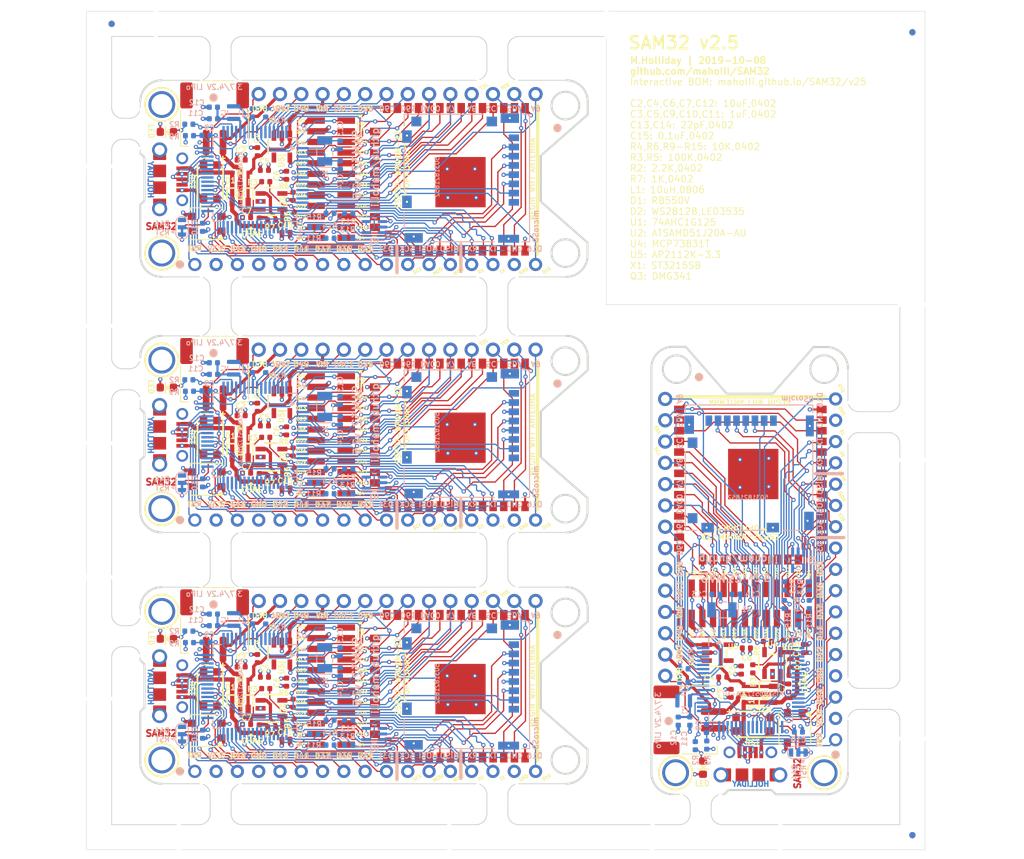
<source format=kicad_pcb>
(kicad_pcb (version 20171130) (host pcbnew "(5.1.4)-1")
  (layers (0 Top signal) (1 GND power) (2 PWR power) (31 Bottom signal) (34 B.Paste user) (35 F.Paste user) (36 B.SilkS user) (37 F.SilkS user) (38 B.Mask user) (39 F.Mask user) (44 Edge.Cuts user))
  (net 0 "")
  (net 1 /USB-)
  (net 2 /USB+)
  (net 3 "Net-(J1-Pad4)")
  (net 4 GND)
  (net 5 +3V3)
  (net 6 VBAT)
  (net 7 /~RESET)
  (net 8 /LED1)
  (net 9 /XTAL1)
  (net 10 /XTAL2)
  (net 11 "Net-(J3-Pad1)")
  (net 12 MOSI)
  (net 13 SCK)
  (net 14 MISO)
  (net 15 "Net-(J3-Pad8)")
  (net 16 "Net-(J3-PadSW_T)")
  (net 17 "Net-(J3-PadDET_T)")
  (net 18 /DTR)
  (net 19 DAC0)
  (net 20 AIN6)
  (net 21 AIN7)
  (net 22 AIN8)
  (net 23 AIN9)
  (net 24 SCL)
  (net 25 DAC1)
  (net 26 SDA)
  (net 27 D19)
  (net 28 D20)
  (net 29 D31)
  (net 30 D35)
  (net 31 D36)
  (net 32 D37)
  (net 33 D38)
  (net 34 D41)
  (net 35 D42)
  (net 36 D43)
  (net 37 D44)
  (net 38 D49)
  (net 39 D50)
  (net 40 D59)
  (net 41 D60)
  (net 42 "Net-(U3-Pad17)")
  (net 43 "Net-(U3-Pad18)")
  (net 44 "Net-(U3-Pad19)")
  (net 45 "Net-(U3-Pad20)")
  (net 46 "Net-(U3-Pad21)")
  (net 47 "Net-(U3-Pad22)")
  (net 48 IO34)
  (net 49 IO35)
  (net 50 IO32)
  (net 51 IO33)
  (net 52 IO25)
  (net 53 IO26)
  (net 54 IO27)
  (net 55 IO21)
  (net 56 IO17)
  (net 57 IO16)
  (net 58 IO4)
  (net 59 "Net-(U5-Pad4)")
  (net 60 /EN)
  (net 61 IO39)
  (net 62 IO36)
  (net 63 VUSB)
  (net 64 /PROG)
  (net 65 "Net-(R7-Pad1)")
  (net 66 "Net-(C11-Pad1)")
  (net 67 "Net-(CHRG1-Pad2)")
  (net 68 "Net-(L1-Pad2)")
  (net 69 "Net-(D2-Pad2)")
  (net 70 "Net-(GRN1-Pad1)")
  (net 71 "Net-(R11-Pad2)")
  (net 72 "Net-(R12-Pad2)")
  (net 73 "Net-(D2-Pad4)")
  (net 74 /~RTS)
  (net 75 D16)
  (net 76 RX1)
  (net 77 TX1)
  (net 78 SWDIO)
  (net 79 SWCLK)
  (net 80 D61)
  (net 81 xSDCS)
  (net 82 "Net-(U3-Pad24)")
  (net 83 VIN)
  (net 84 IO13)
  (net 85 IO12)
  (net 86 IO14)
  (net 87 /BATTERY)
  (net 88 /TX2)
  (net 89 ESP_MISO)
  (net 90 ESP_CS)
  (net 91 /RX2)
  (net 92 D44-RST)
  (module Fiducial:Fiducial_0.75mm_Dia_1.5mm_Outer (layer Bottom) (at 183.5 138.25)
    (fp_text reference REF** hide)
    (fp_text value Fiducial_0.75mm_Dia_1.5mm_Outer)
    (pad "" smd circle (at 0 0) (size 0.75 0.75) (layers Bottom B.Mask) (clearance 0.375))
  )
  (module Fiducial:Fiducial_0.75mm_Dia_1.5mm_Outer (layer Bottom) (at 88 41.5)
    (fp_text reference REF** hide)
    (fp_text value Fiducial_0.75mm_Dia_1.5mm_Outer)
    (pad "" smd circle (at 0 0) (size 0.75 0.75) (layers Bottom B.Mask) (clearance 0.375))
  )
  (module Fiducial:Fiducial_0.75mm_Dia_1.5mm_Outer (layer Bottom) (at 183.5 42.5)
    (fp_text reference REF** hide)
    (fp_text value Fiducial_0.75mm_Dia_1.5mm_Outer)
    (pad "" smd circle (at 0 0) (size 0.75 0.75) (layers Bottom B.Mask) (clearance 0.375))
  )
  (module Fiducial:Fiducial_0.75mm_Dia_1.5mm_Outer (layer Top) (at 183.5 138.25)
    (fp_text reference REF** hide)
    (fp_text value Fiducial_0.75mm_Dia_1.5mm_Outer)
    (pad "" smd circle (at 0 0) (size 0.75 0.75) (layers Top F.Mask) (clearance 0.375))
  )
  (module Fiducial:Fiducial_0.75mm_Dia_1.5mm_Outer (layer Top) (at 183.5 42.5)
    (fp_text reference REF** hide)
    (fp_text value Fiducial_0.75mm_Dia_1.5mm_Outer)
    (pad "" smd circle (at 0 0) (size 0.75 0.75) (layers Top F.Mask) (clearance 0.375))
  )
  (module Fiducial:Fiducial_0.75mm_Dia_1.5mm_Outer (layer Top) (at 88 41.5)
    (fp_text reference REF** hide)
    (fp_text value Fiducial_0.75mm_Dia_1.5mm_Outer)
    (pad "" smd circle (at 0 0) (size 0.75 0.75) (layers Top F.Mask) (clearance 0.375))
  )
  (module LOGO (layer Top) (at 179.75 71)
    (fp_text reference G*** hide)
    (fp_text value LOGO hide)
  )
  (module custom-footprints:Fiducial_1mm_Silkscreen (layer Top) (at 141.16558 53.91658)
    (fp_text reference FID3 hide)
    (fp_text value Fiducial)
    (pad "" connect circle (at 0 0) (size 1 1) (layers *.SilkS))
  )
  (module custom-footprints:Fiducial_1mm_Silkscreen (layer Top) (at 100.14458 50.28438)
    (fp_text reference FID2 hide)
    (fp_text value Fiducial)
    (pad "" connect circle (at 0 0) (size 1 1) (layers *.SilkS))
  )
  (module custom-footprints:Fiducial_1mm_Silkscreen (layer Top) (at 96.14408 70.19544)
    (fp_text reference FID1 hide)
    (fp_text value Fiducial)
    (pad "" connect circle (at 0 0) (size 1 1) (layers *.SilkS))
  )
  (module custom-footprints:Jumper3_Small (layer Bottom) (at 96.393 65.75806 90)
    (fp_text reference JP1 hide)
    (fp_text value "Bridged Jumper")
    (pad 2 smd rect (at 0 0 90) (size 0.5 1) (layers Bottom B.Mask) (net 92 D44-RST))
    (pad 3 smd custom (at 0.889 0 90) (size 0.5 0.5) (layers Bottom B.Mask) (net 37 D44) (options (clearance outline) (anchor rect)) (primitives (gr_circle (center 0 -0.25) (end 0.25 -0.25) (width 0)) (gr_circle (center 0 0.25) (end 0.25 0.25) (width 0)) (gr_poly (pts (xy -0.275 0.5) (xy 0 0.5) (xy 0 -0.5) (xy -0.275 -0.5)) (width 0))))
    (pad 1 smd custom (at -0.889 0 90) (size 0.5 0.5) (layers Bottom B.Mask) (net 7 /~RESET) (options (clearance outline) (anchor rect)) (primitives (gr_circle (center 0 -0.25) (end 0.25 -0.25) (width 0)) (gr_circle (center 0 0.25) (end 0.25 0.25) (width 0)) (gr_poly (pts (xy 0.275 0.5) (xy 0 0.5) (xy 0 -0.5) (xy 0.275 -0.5)) (width 0)) (gr_poly (pts (xy 0.2 0.15) (xy 0.65 0.15) (xy 0.65 -0.15) (xy 0.2 -0.15)) (width 0))))
  )
  (module Diode_SMD:D_SOD-323 (layer Top) (at 103.378 59.2328 180)
    (fp_text reference D1 (at 1.2192 -0.9398) (layer F.SilkS) (effects (font (size 0.635 0.635) (thickness 0.127))))
    (fp_text value RB550V)
    (pad 1 smd rect (at -1.05 0 180) (size 0.7 0.45) (layers Top F.Paste F.Mask) (net 83 VIN))
    (pad 2 smd rect (at 1.05 0 180) (size 0.7 0.45) (layers Top F.Paste F.Mask) (net 63 VUSB))
  )
  (module Resistor_SMD:R_0402_1005Metric (layer Bottom) (at 116.27612 67.056)
    (fp_text reference R13 (at -0.13462 -1.016) (layer B.SilkS) (effects (font (size 0.635 0.635) (thickness 0.127)) (justify mirror)))
    (fp_text value 10K)
    (pad 2 smd roundrect (at 0.485 0) (size 0.59 0.64) (layers Bottom B.Paste B.Mask) (net 24 SCL))
    (pad 1 smd roundrect (at -0.485 0) (size 0.59 0.64) (layers Bottom B.Paste B.Mask) (net 5 +3V3))
  )
  (module custom-footprints:SOT65P210X110-5N (layer Bottom) (at 119.3292 65.73266 180)
    (fp_text reference U1 (at 0.0762 -1.70434 180) (layer B.SilkS) (effects (font (size 0.635 0.635) (thickness 0.15875)) (justify mirror)))
    (fp_text value 74AHC1G125 hide)
    (pad 5 smd rect (at 0.9652 0.6604 90) (size 0.3556 1.1176) (layers Bottom B.Paste B.Mask) (net 5 +3V3))
    (pad 4 smd rect (at 0.9652 -0.6604 90) (size 0.3556 1.1176) (layers Bottom B.Paste B.Mask) (net 14 MISO))
    (pad 3 smd rect (at -0.9652 -0.6604 90) (size 0.3556 1.1176) (layers Bottom B.Paste B.Mask) (net 4 GND))
    (pad 2 smd rect (at -0.9652 0 90) (size 0.3556 1.1176) (layers Bottom B.Paste B.Mask) (net 89 ESP_MISO))
    (pad 1 smd rect (at -0.9652 0.6604 90) (size 0.3556 1.1176) (layers Bottom B.Paste B.Mask) (net 90 ESP_CS))
  )
  (module Connector_PinSocket_1.27mm:PinSocket_2x12_P1.27mm_Vertical_SMD (layer Top) (at 114.1764 60.02528)
    (fp_text reference J5 hide)
    (fp_text value Conn_02x12_Odd_Even)
    (pad 24 smd rect (at -1.8 6.985) (size 2.1 0.75) (layers Top F.Paste F.Mask) (net 4 GND))
    (pad 23 smd rect (at 1.8 6.985) (size 2.1 0.75) (layers Top F.Paste F.Mask) (net 58 IO4))
    (pad 22 smd rect (at -1.8 5.715) (size 2.1 0.75) (layers Top F.Paste F.Mask) (net 5 +3V3))
    (pad 21 smd rect (at 1.8 5.715) (size 2.1 0.75) (layers Top F.Paste F.Mask) (net 57 IO16))
    (pad 20 smd rect (at -1.8 4.445) (size 2.1 0.75) (layers Top F.Paste F.Mask) (net 90 ESP_CS))
    (pad 19 smd rect (at 1.8 4.445) (size 2.1 0.75) (layers Top F.Paste F.Mask) (net 56 IO17))
    (pad 18 smd rect (at -1.8 3.175) (size 2.1 0.75) (layers Top F.Paste F.Mask) (net 61 IO39))
    (pad 17 smd rect (at 1.8 3.175) (size 2.1 0.75) (layers Top F.Paste F.Mask) (net 55 IO21))
    (pad 16 smd rect (at -1.8 1.905) (size 2.1 0.75) (layers Top F.Paste F.Mask) (net 62 IO36))
    (pad 15 smd rect (at 1.8 1.905) (size 2.1 0.75) (layers Top F.Paste F.Mask) (net 48 IO34))
    (pad 14 smd rect (at -1.8 0.635) (size 2.1 0.75) (layers Top F.Paste F.Mask) (net 49 IO35))
    (pad 13 smd rect (at 1.8 0.635) (size 2.1 0.75) (layers Top F.Paste F.Mask) (net 51 IO33))
    (pad 12 smd rect (at -1.8 -0.635) (size 2.1 0.75) (layers Top F.Paste F.Mask) (net 20 AIN6))
    (pad 11 smd rect (at 1.8 -0.635) (size 2.1 0.75) (layers Top F.Paste F.Mask) (net 50 IO32))
    (pad 10 smd rect (at -1.8 -1.905) (size 2.1 0.75) (layers Top F.Paste F.Mask) (net 52 IO25))
    (pad 9 smd rect (at 1.8 -1.905) (size 2.1 0.75) (layers Top F.Paste F.Mask) (net 53 IO26))
    (pad 8 smd rect (at -1.8 -3.175) (size 2.1 0.75) (layers Top F.Paste F.Mask) (net 84 IO13))
    (pad 7 smd rect (at 1.8 -3.175) (size 2.1 0.75) (layers Top F.Paste F.Mask) (net 54 IO27))
    (pad 6 smd rect (at -1.8 -4.445) (size 2.1 0.75) (layers Top F.Paste F.Mask) (net 85 IO12))
    (pad 5 smd rect (at 1.8 -4.445) (size 2.1 0.75) (layers Top F.Paste F.Mask) (net 86 IO14))
    (pad 4 smd rect (at -1.8 -5.715) (size 2.1 0.75) (layers Top F.Paste F.Mask) (net 4 GND))
    (pad 3 smd rect (at 1.8 -5.715) (size 2.1 0.75) (layers Top F.Paste F.Mask) (net 79 SWCLK))
    (pad 2 smd rect (at -1.8 -6.985) (size 2.1 0.75) (layers Top F.Paste F.Mask) (net 5 +3V3))
    (pad 1 smd rect (at 1.8 -6.985) (size 2.1 0.75) (layers Top F.Paste F.Mask) (net 78 SWDIO))
  )
  (module "Adafruit Feather M4 Express:SOT23-5" (layer Top) (at 108.30306 56.13908 180)
    (fp_text reference U5 (at -0.33274 -2.56032 90) (layer F.SilkS) (effects (font (size 0.635 0.635) (thickness 0.127)) (justify left bottom)))
    (fp_text value AP2112K-3.3TRG1)
    (pad 5 smd rect (at -0.95 -1.3001 180) (size 0.55 1.2) (layers Top F.Paste F.Mask) (net 5 +3V3))
    (pad 4 smd rect (at 0.95 -1.3001 180) (size 0.55 1.2) (layers Top F.Paste F.Mask) (net 59 "Net-(U5-Pad4)"))
    (pad 3 smd rect (at 0.95 1.3001 180) (size 0.55 1.2) (layers Top F.Paste F.Mask) (net 60 /EN))
    (pad 2 smd rect (at 0 1.3001 180) (size 0.55 1.2) (layers Top F.Paste F.Mask) (net 4 GND))
    (pad 1 smd rect (at -0.95 1.3001 180) (size 0.55 1.2) (layers Top F.Paste F.Mask) (net 83 VIN))
  )
  (module custom-footprints:10118194-0001LF (layer Top) (at 93.72092 60.03544 270)
    (fp_text reference J1 hide)
    (fp_text value 10118194-0001LF hide)
    (pad 13 smd rect (at 3.05 0 270) (size 1.5 1.55) (layers Top F.Paste F.Mask))
    (pad 12 smd rect (at -3.05 0 270) (size 1.5 1.55) (layers Top F.Paste F.Mask))
    (pad 11 smd rect (at 1 0 270) (size 1.5 1.55) (layers Top F.Paste F.Mask))
    (pad 10 smd rect (at -1 0 270) (size 1.5 1.55) (layers Top F.Paste F.Mask))
    (pad 9 thru_hole circle (at 3.5 0 270) (size 1.8 1.8) (drill 1.2) (layers *.Cu *.Mask) (net 4 GND))
    (pad 8 thru_hole circle (at -3.5 0 270) (size 1.8 1.8) (drill 1.2) (layers *.Cu *.Mask) (net 4 GND))
    (pad 7 thru_hole circle (at 2.5 -2.7 270) (size 1.408 1.408) (drill 0.9) (layers *.Cu *.Mask))
    (pad 6 thru_hole circle (at -2.5 -2.7 270) (size 1.408 1.408) (drill 0.9) (layers *.Cu *.Mask))
    (pad 5 smd rect (at 1.3 -2.675 90) (size 0.45 1.35) (layers Top F.Paste F.Mask) (net 4 GND))
    (pad 4 smd rect (at 0.65 -2.675 90) (size 0.45 1.35) (layers Top F.Paste F.Mask) (net 3 "Net-(J1-Pad4)"))
    (pad 3 smd rect (at 0 -2.675 90) (size 0.45 1.35) (layers Top F.Paste F.Mask) (net 2 /USB+))
    (pad 2 smd rect (at -0.65 -2.675 90) (size 0.45 1.35) (layers Top F.Paste F.Mask) (net 1 /USB-))
    (pad 1 smd rect (at -1.3 -2.675 90) (size 0.45 1.35) (layers Top F.Paste F.Mask) (net 63 VUSB))
  )
  (module 503182-1853:MOLEX_503182-1853 (layer Bottom) (at 130.3655 59.8805 90)
    (fp_text reference J3 hide)
    (fp_text value 5031821852 (at 0.127 -3.556 90) (layer B.SilkS) (effects (font (size 0.508 0.508) (thickness 0.0889)) (justify mirror)))
    (pad 1 smd rect (at -2.9 5.605) (size 1.24 0.8) (layers Bottom B.Paste B.Mask) (net 11 "Net-(J3-Pad1)"))
    (pad 2 smd rect (at -1.8 5.605) (size 1.24 0.8) (layers Bottom B.Paste B.Mask) (net 81 xSDCS))
    (pad 3 smd rect (at -0.7 5.605) (size 1.24 0.8) (layers Bottom B.Paste B.Mask) (net 12 MOSI))
    (pad 4 smd rect (at 0.4 5.605) (size 1.24 0.8) (layers Bottom B.Paste B.Mask) (net 5 +3V3))
    (pad 5 smd rect (at 1.5 5.605) (size 1.24 0.8) (layers Bottom B.Paste B.Mask) (net 13 SCK))
    (pad 6 smd rect (at 2.6 5.605) (size 1.24 0.8) (layers Bottom B.Paste B.Mask) (net 4 GND))
    (pad 7 smd rect (at 3.7 5.605) (size 1.24 0.8) (layers Bottom B.Paste B.Mask) (net 14 MISO))
    (pad 8 smd rect (at 4.8 5.605) (size 1.24 0.8) (layers Bottom B.Paste B.Mask) (net 15 "Net-(J3-Pad8)"))
    (pad SH1 smd rect (at -7.245 4.975) (size 2.5 0.95) (layers Bottom B.Paste B.Mask) (net 4 GND))
    (pad SH2 smd rect (at 7.145 5.125) (size 2.2 1.15) (layers Bottom B.Paste B.Mask) (net 4 GND))
    (pad SW_T smd rect (at 6.74 2.975) (size 1.25 1.16) (layers Bottom B.Paste B.Mask) (net 16 "Net-(J3-PadSW_T)"))
    (pad DET_T smd rect (at 6.74 -6.025) (size 1.2 1.16) (layers Bottom B.Paste B.Mask) (net 17 "Net-(J3-PadDET_T)"))
    (pad SH5 smd rect (at -7.145 -6.355) (size 2.2 1.15) (layers Bottom B.Paste B.Mask) (net 4 GND))
    (pad SH4 smd rect (at -2.84 -7.15 270) (size 1.5 1.15) (layers Bottom B.Paste B.Mask) (net 4 GND))
    (pad SH3 smd rect (at 4.94 -7.15 270) (size 1.5 1.15) (layers Bottom B.Paste B.Mask) (net 4 GND))
  )
  (module QFP50P1200X1200X120-64N (layer Bottom) (at 105.0925 60.071 180)
    (fp_text reference U2 (at -5.5753 6.1468 180) (layer B.SilkS) (effects (font (size 0.635 0.635) (thickness 0.127)) (justify mirror)))
    (fp_text value ATSAMD51J20A-AU (at 1.7145 -0.254 270) (layer B.SilkS) (effects (font (size 0.508 0.508) (thickness 0.0889)) (justify mirror)))
    (pad 1 smd rect (at -5.67 3.75 90) (size 0.28 1.47) (layers Bottom B.Paste B.Mask) (net 9 /XTAL1))
    (pad 2 smd rect (at -5.67 3.25 90) (size 0.28 1.47) (layers Bottom B.Paste B.Mask) (net 10 /XTAL2))
    (pad 3 smd rect (at -5.67 2.75 90) (size 0.28 1.47) (layers Bottom B.Paste B.Mask) (net 19 DAC0))
    (pad 4 smd rect (at -5.67 2.25 90) (size 0.28 1.47) (layers Bottom B.Paste B.Mask) (net 5 +3V3))
    (pad 5 smd rect (at -5.67 1.75 90) (size 0.28 1.47) (layers Bottom B.Paste B.Mask) (net 20 AIN6))
    (pad 6 smd rect (at -5.67 1.25 90) (size 0.28 1.47) (layers Bottom B.Paste B.Mask) (net 21 AIN7))
    (pad 7 smd rect (at -5.67 0.75 90) (size 0.28 1.47) (layers Bottom B.Paste B.Mask) (net 4 GND))
    (pad 8 smd rect (at -5.67 0.25 90) (size 0.28 1.47) (layers Bottom B.Paste B.Mask) (net 5 +3V3))
    (pad 9 smd rect (at -5.67 -0.25 90) (size 0.28 1.47) (layers Bottom B.Paste B.Mask) (net 22 AIN8))
    (pad 10 smd rect (at -5.67 -0.75 90) (size 0.28 1.47) (layers Bottom B.Paste B.Mask) (net 23 AIN9))
    (pad 11 smd rect (at -5.67 -1.25 90) (size 0.28 1.47) (layers Bottom B.Paste B.Mask) (net 61 IO39))
    (pad 12 smd rect (at -5.67 -1.75 90) (size 0.28 1.47) (layers Bottom B.Paste B.Mask) (net 62 IO36))
    (pad 13 smd rect (at -5.67 -2.25 90) (size 0.28 1.47) (layers Bottom B.Paste B.Mask) (net 81 xSDCS))
    (pad 14 smd rect (at -5.67 -2.75 90) (size 0.28 1.47) (layers Bottom B.Paste B.Mask) (net 25 DAC1))
    (pad 15 smd rect (at -5.67 -3.25 90) (size 0.28 1.47) (layers Bottom B.Paste B.Mask) (net 87 /BATTERY))
    (pad 16 smd rect (at -5.67 -3.75 90) (size 0.28 1.47) (layers Bottom B.Paste B.Mask) (net 75 D16))
    (pad 17 smd rect (at -3.75 -5.67) (size 0.28 1.47) (layers Bottom B.Paste B.Mask) (net 26 SDA))
    (pad 18 smd rect (at -3.25 -5.67) (size 0.28 1.47) (layers Bottom B.Paste B.Mask) (net 24 SCL))
    (pad 19 smd rect (at -2.75 -5.67) (size 0.28 1.47) (layers Bottom B.Paste B.Mask) (net 27 D19))
    (pad 20 smd rect (at -2.25 -5.67) (size 0.28 1.47) (layers Bottom B.Paste B.Mask) (net 28 D20))
    (pad 21 smd rect (at -1.75 -5.67) (size 0.28 1.47) (layers Bottom B.Paste B.Mask) (net 5 +3V3))
    (pad 22 smd rect (at -1.25 -5.67) (size 0.28 1.47) (layers Bottom B.Paste B.Mask) (net 4 GND))
    (pad 23 smd rect (at -0.75 -5.67) (size 0.28 1.47) (layers Bottom B.Paste B.Mask) (net 18 /DTR))
    (pad 24 smd rect (at -0.25 -5.67) (size 0.28 1.47) (layers Bottom B.Paste B.Mask) (net 74 /~RTS))
    (pad 25 smd rect (at 0.25 -5.67) (size 0.28 1.47) (layers Bottom B.Paste B.Mask) (net 12 MOSI))
    (pad 26 smd rect (at 0.75 -5.67) (size 0.28 1.47) (layers Bottom B.Paste B.Mask) (net 13 SCK))
    (pad 27 smd rect (at 1.25 -5.67) (size 0.28 1.47) (layers Bottom B.Paste B.Mask) (net 14 MISO))
    (pad 28 smd rect (at 1.75 -5.67) (size 0.28 1.47) (layers Bottom B.Paste B.Mask) (net 90 ESP_CS))
    (pad 29 smd rect (at 2.25 -5.67) (size 0.28 1.47) (layers Bottom B.Paste B.Mask) (net 77 TX1))
    (pad 30 smd rect (at 2.75 -5.67) (size 0.28 1.47) (layers Bottom B.Paste B.Mask) (net 76 RX1))
    (pad 31 smd rect (at 3.25 -5.67) (size 0.28 1.47) (layers Bottom B.Paste B.Mask) (net 29 D31))
    (pad 32 smd rect (at 3.75 -5.67) (size 0.28 1.47) (layers Bottom B.Paste B.Mask) (net 73 "Net-(D2-Pad4)"))
    (pad 33 smd rect (at 5.67 -3.75 90) (size 0.28 1.47) (layers Bottom B.Paste B.Mask) (net 4 GND))
    (pad 34 smd rect (at 5.67 -3.25 90) (size 0.28 1.47) (layers Bottom B.Paste B.Mask) (net 5 +3V3))
    (pad 35 smd rect (at 5.67 -2.75 90) (size 0.28 1.47) (layers Bottom B.Paste B.Mask) (net 30 D35))
    (pad 36 smd rect (at 5.67 -2.25 90) (size 0.28 1.47) (layers Bottom B.Paste B.Mask) (net 31 D36))
    (pad 37 smd rect (at 5.67 -1.75 90) (size 0.28 1.47) (layers Bottom B.Paste B.Mask) (net 32 D37))
    (pad 38 smd rect (at 5.67 -1.25 90) (size 0.28 1.47) (layers Bottom B.Paste B.Mask) (net 33 D38))
    (pad 39 smd rect (at 5.67 -0.75 90) (size 0.28 1.47) (layers Bottom B.Paste B.Mask) (net 88 /TX2))
    (pad 40 smd rect (at 5.67 -0.25 90) (size 0.28 1.47) (layers Bottom B.Paste B.Mask) (net 91 /RX2))
    (pad 41 smd rect (at 5.67 0.25 90) (size 0.28 1.47) (layers Bottom B.Paste B.Mask) (net 34 D41))
    (pad 42 smd rect (at 5.67 0.75 90) (size 0.28 1.47) (layers Bottom B.Paste B.Mask) (net 35 D42))
    (pad 43 smd rect (at 5.67 1.25 90) (size 0.28 1.47) (layers Bottom B.Paste B.Mask) (net 36 D43))
    (pad 44 smd rect (at 5.67 1.75 90) (size 0.28 1.47) (layers Bottom B.Paste B.Mask) (net 37 D44))
    (pad 45 smd rect (at 5.67 2.25 90) (size 0.28 1.47) (layers Bottom B.Paste B.Mask) (net 1 /USB-))
    (pad 46 smd rect (at 5.67 2.75 90) (size 0.28 1.47) (layers Bottom B.Paste B.Mask) (net 2 /USB+))
    (pad 47 smd rect (at 5.67 3.25 90) (size 0.28 1.47) (layers Bottom B.Paste B.Mask) (net 4 GND))
    (pad 48 smd rect (at 5.67 3.75 90) (size 0.28 1.47) (layers Bottom B.Paste B.Mask) (net 5 +3V3))
    (pad 49 smd rect (at 3.75 5.67) (size 0.28 1.47) (layers Bottom B.Paste B.Mask) (net 38 D49))
    (pad 50 smd rect (at 3.25 5.67) (size 0.28 1.47) (layers Bottom B.Paste B.Mask) (net 39 D50))
    (pad 51 smd rect (at 2.75 5.67) (size 0.28 1.47) (layers Bottom B.Paste B.Mask) (net 8 /LED1))
    (pad 52 smd rect (at 2.25 5.67) (size 0.28 1.47) (layers Bottom B.Paste B.Mask) (net 7 /~RESET))
    (pad 53 smd rect (at 1.75 5.67) (size 0.28 1.47) (layers Bottom B.Paste B.Mask) (net 66 "Net-(C11-Pad1)"))
    (pad 54 smd rect (at 1.25 5.67) (size 0.28 1.47) (layers Bottom B.Paste B.Mask) (net 4 GND))
    (pad 55 smd rect (at 0.75 5.67) (size 0.28 1.47) (layers Bottom B.Paste B.Mask) (net 68 "Net-(L1-Pad2)"))
    (pad 56 smd rect (at 0.25 5.67) (size 0.28 1.47) (layers Bottom B.Paste B.Mask) (net 5 +3V3))
    (pad 57 smd rect (at -0.25 5.67) (size 0.28 1.47) (layers Bottom B.Paste B.Mask) (net 79 SWCLK))
    (pad 58 smd rect (at -0.75 5.67) (size 0.28 1.47) (layers Bottom B.Paste B.Mask) (net 78 SWDIO))
    (pad 59 smd rect (at -1.25 5.67) (size 0.28 1.47) (layers Bottom B.Paste B.Mask) (net 40 D59))
    (pad 60 smd rect (at -1.75 5.67) (size 0.28 1.47) (layers Bottom B.Paste B.Mask) (net 41 D60))
    (pad 61 smd rect (at -2.25 5.67) (size 0.28 1.47) (layers Bottom B.Paste B.Mask) (net 80 D61))
    (pad 62 smd rect (at -2.75 5.67) (size 0.28 1.47) (layers Bottom B.Paste B.Mask) (net 84 IO13))
    (pad 63 smd rect (at -3.25 5.67) (size 0.28 1.47) (layers Bottom B.Paste B.Mask) (net 85 IO12))
    (pad 64 smd rect (at -3.75 5.67) (size 0.28 1.47) (layers Bottom B.Paste B.Mask) (net 86 IO14))
  )
  (module LED_SMD:LED_0603_1608Metric (layer Top) (at 94.5896 54.3858 180)
    (fp_text reference GRN1 hide)
    (fp_text value "GREEN LED")
    (pad 2 smd roundrect (at 0.7875 0 180) (size 0.875 0.95) (layers Top F.Paste F.Mask) (net 4 GND))
    (pad 1 smd roundrect (at -0.7875 0 180) (size 0.875 0.95) (layers Top F.Paste F.Mask) (net 70 "Net-(GRN1-Pad1)"))
  )
  (module Connector_PinHeader_2.54mm:PinHeader_1x14_P2.54mm_Vertical (layer Top) (at 105.537 49.87544 90)
    (fp_text reference J2 hide)
    (fp_text value Conn_01x14)
    (pad 1 thru_hole oval (at 0 0 90) (size 1.7 1.7) (drill 1) (layers *.Cu *.Mask) (net 33 D38))
    (pad 2 thru_hole oval (at 0 2.54 90) (size 1.7 1.7) (drill 1) (layers *.Cu *.Mask) (net 6 VBAT))
    (pad 3 thru_hole oval (at 0 5.08 90) (size 1.7 1.7) (drill 1) (layers *.Cu *.Mask) (net 38 D49))
    (pad 4 thru_hole oval (at 0 7.62 90) (size 1.7 1.7) (drill 1) (layers *.Cu *.Mask) (net 83 VIN))
    (pad 5 thru_hole oval (at 0 10.16 90) (size 1.7 1.7) (drill 1) (layers *.Cu *.Mask) (net 25 DAC1))
    (pad 6 thru_hole oval (at 0 12.7 90) (size 1.7 1.7) (drill 1) (layers *.Cu *.Mask) (net 40 D59))
    (pad 7 thru_hole oval (at 0 15.24 90) (size 1.7 1.7) (drill 1) (layers *.Cu *.Mask) (net 41 D60))
    (pad 8 thru_hole oval (at 0 17.78 90) (size 1.7 1.7) (drill 1) (layers *.Cu *.Mask) (net 80 D61))
    (pad 9 thru_hole oval (at 0 20.32 90) (size 1.7 1.7) (drill 1) (layers *.Cu *.Mask) (net 19 DAC0))
    (pad 10 thru_hole oval (at 0 22.86 90) (size 1.7 1.7) (drill 1) (layers *.Cu *.Mask) (net 21 AIN7))
    (pad 11 thru_hole oval (at 0 25.4 90) (size 1.7 1.7) (drill 1) (layers *.Cu *.Mask) (net 22 AIN8))
    (pad 12 thru_hole oval (at 0 27.94 90) (size 1.7 1.7) (drill 1) (layers *.Cu *.Mask) (net 24 SCL))
    (pad 13 thru_hole oval (at 0 30.48 90) (size 1.7 1.7) (drill 1) (layers *.Cu *.Mask) (net 26 SDA))
    (pad 14 thru_hole oval (at 0 33.02 90) (size 1.7 1.7) (drill 1) (layers *.Cu *.Mask) (net 23 AIN9))
  )
  (module Resistor_SMD:R_0402_1005Metric (layer Bottom) (at 112.15624 65.7606)
    (fp_text reference R14 (at 1.88976 -0.1651) (layer B.SilkS) (effects (font (size 0.635 0.635) (thickness 0.127)) (justify mirror)))
    (fp_text value 10K)
    (pad 2 smd roundrect (at 0.485 0) (size 0.59 0.64) (layers Bottom B.Paste B.Mask) (net 26 SDA))
    (pad 1 smd roundrect (at -0.485 0) (size 0.59 0.64) (layers Bottom B.Paste B.Mask) (net 5 +3V3))
  )
  (module Resistor_SMD:R_0402_1005Metric (layer Top) (at 109.7915 64.4525 270)
    (fp_text reference R5 (at 0 0.8255 270) (layer F.SilkS) (effects (font (size 0.635 0.635) (thickness 0.127))))
    (fp_text value 100K)
    (pad 2 smd roundrect (at 0.485 0 270) (size 0.59 0.64) (layers Top F.Paste F.Mask) (net 4 GND))
    (pad 1 smd roundrect (at -0.485 0 270) (size 0.59 0.64) (layers Top F.Paste F.Mask) (net 87 /BATTERY))
  )
  (module Resistor_SMD:R_0402_1005Metric (layer Bottom) (at 116.27612 64.08)
    (fp_text reference R12 (at -0.07112 1.0075) (layer B.SilkS) (effects (font (size 0.635 0.635) (thickness 0.127)) (justify mirror)))
    (fp_text value 10K)
    (pad 2 smd roundrect (at 0.485 0) (size 0.59 0.64) (layers Bottom B.Paste B.Mask) (net 72 "Net-(R12-Pad2)"))
    (pad 1 smd roundrect (at -0.485 0) (size 0.59 0.64) (layers Bottom B.Paste B.Mask) (net 74 /~RTS))
  )
  (module Resistor_SMD:R_0402_1005Metric (layer Bottom) (at 114.05 67.056)
    (fp_text reference R11 (at -1.9812 0.0296) (layer B.SilkS) (effects (font (size 0.635 0.635) (thickness 0.127)) (justify mirror)))
    (fp_text value 10K)
    (pad 2 smd roundrect (at 0.485 0) (size 0.59 0.64) (layers Bottom B.Paste B.Mask) (net 71 "Net-(R11-Pad2)"))
    (pad 1 smd roundrect (at -0.485 0) (size 0.59 0.64) (layers Bottom B.Paste B.Mask) (net 18 /DTR))
  )
  (module Resistor_SMD:R_0402_1005Metric (layer Bottom) (at 106.3752 52.1208 270)
    (fp_text reference R10 (at 0.8128 -1.524 180) (layer B.SilkS) (effects (font (size 0.635 0.635) (thickness 0.127)) (justify mirror)))
    (fp_text value 10K)
    (pad 2 smd roundrect (at 0.485 0 270) (size 0.59 0.64) (layers Bottom B.Paste B.Mask) (net 79 SWCLK))
    (pad 1 smd roundrect (at -0.485 0 270) (size 0.59 0.64) (layers Bottom B.Paste B.Mask) (net 5 +3V3))
  )
  (module Resistor_SMD:R_0402_1005Metric (layer Bottom) (at 97.282 54.83352)
    (fp_text reference R9 (at -1.80848 0.10922) (layer B.SilkS) (effects (font (size 0.635 0.635) (thickness 0.127)) (justify mirror)))
    (fp_text value 10K)
    (pad 2 smd roundrect (at 0.485 0) (size 0.59 0.64) (layers Bottom B.Paste B.Mask) (net 7 /~RESET))
    (pad 1 smd roundrect (at -0.485 0) (size 0.59 0.64) (layers Bottom B.Paste B.Mask) (net 5 +3V3))
  )
  (module Resistor_SMD:R_0402_1005Metric (layer Top) (at 107.0864 64.897 180)
    (fp_text reference R7 (at 0.2286 -0.88646 180) (layer F.SilkS) (effects (font (size 0.635 0.635) (thickness 0.127))))
    (fp_text value 1K)
    (pad 2 smd roundrect (at 0.485 0 180) (size 0.59 0.64) (layers Top F.Paste F.Mask) (net 67 "Net-(CHRG1-Pad2)"))
    (pad 1 smd roundrect (at -0.485 0 180) (size 0.59 0.64) (layers Top F.Paste F.Mask) (net 65 "Net-(R7-Pad1)"))
  )
  (module Resistor_SMD:R_0402_1005Metric (layer Top) (at 109.6391 62.06744 270)
    (fp_text reference R6 (at -1.2446 1.0795 180) (layer F.SilkS) (effects (font (size 0.635 0.635) (thickness 0.127))))
    (fp_text value 10K)
    (pad 2 smd roundrect (at 0.485 0 270) (size 0.59 0.64) (layers Top F.Paste F.Mask) (net 4 GND))
    (pad 1 smd roundrect (at -0.485 0 270) (size 0.59 0.64) (layers Top F.Paste F.Mask) (net 64 /PROG))
  )
  (module Resistor_SMD:R_0402_1005Metric (layer Bottom) (at 114.05 64.08 180)
    (fp_text reference R15 (at 1.909 -0.4995 180) (layer B.SilkS) (effects (font (size 0.635 0.635) (thickness 0.127)) (justify mirror)))
    (fp_text value 10K)
    (pad 2 smd roundrect (at 0.485 0 180) (size 0.59 0.64) (layers Bottom B.Paste B.Mask) (net 88 /TX2))
    (pad 1 smd roundrect (at -0.485 0 180) (size 0.59 0.64) (layers Bottom B.Paste B.Mask) (net 5 +3V3))
  )
  (module custom-footprints:LED3535 (layer Top) (at 99.33 65.3288)
    (fp_text reference D2 hide)
    (fp_text value WS2812B)
    (pad 3 smd rect (at 1.749999 0.875 90) (size 0.85 1) (layers Top F.Paste F.Mask) (net 4 GND))
    (pad 2 smd rect (at -1.75 0.875 90) (size 0.85 1) (layers Top F.Paste F.Mask) (net 69 "Net-(D2-Pad2)"))
    (pad 4 smd rect (at 1.75 -0.875 90) (size 0.85 1) (layers Top F.Paste F.Mask) (net 73 "Net-(D2-Pad4)"))
    (pad 1 smd rect (at -1.749999 -0.875 90) (size 0.85 1) (layers Top F.Paste F.Mask) (net 5 +3V3))
  )
  (module Connector_JST:JST_PH_S2B-PH-SM4-TB_1x02-1MP_P2.00mm_Horizontal (layer Top) (at 100.2792 52.7812 180)
    (fp_text reference J4 hide)
    (fp_text value B2B-PH-SM4-TB)
    (pad MP smd roundrect (at 3.35 2.75 180) (size 1.5 3.1) (layers Top F.Paste F.Mask) (roundrect_rratio 0.167))
    (pad MP smd roundrect (at -3.35 2.75 180) (size 1.5 3.1) (layers Top F.Paste F.Mask) (roundrect_rratio 0.167))
    (pad 2 smd roundrect (at 1 -2.85 180) (size 0.8 3) (layers Top F.Paste F.Mask) (net 4 GND))
    (pad 1 smd roundrect (at -1 -2.85 180) (size 0.8 3) (layers Top F.Paste F.Mask) (net 6 VBAT))
  )
  (module LED_SMD:LED_0402_1005Metric (layer Top) (at 105.6132 65.1256 90)
    (fp_text reference CHRG1 hide)
    (fp_text value "ORANGE LED")
    (pad 2 smd roundrect (at 0.485 0 90) (size 0.59 0.64) (layers Top F.Paste F.Mask) (net 67 "Net-(CHRG1-Pad2)"))
    (pad 1 smd roundrect (at -0.485 0 90) (size 0.59 0.64) (layers Top F.Paste F.Mask) (net 63 VUSB))
  )
  (module Resistor_SMD:R_0402_1005Metric (layer Bottom) (at 97.2058 53.467)
    (fp_text reference R2 (at -1.7272 0.0254 -180) (layer B.SilkS) (effects (font (size 0.635 0.635) (thickness 0.127)) (justify mirror)))
    (fp_text value 2.2K)
    (pad 2 smd roundrect (at 0.485 0) (size 0.59 0.64) (layers Bottom B.Paste B.Mask) (net 8 /LED1))
    (pad 1 smd roundrect (at -0.485 0) (size 0.59 0.64) (layers Bottom B.Paste B.Mask) (net 70 "Net-(GRN1-Pad1)"))
  )
  (module Resistor_SMD:R_0402_1005Metric (layer Top) (at 106.3752 60.325)
    (fp_text reference R3 (at -1.5748 0.0762) (layer F.SilkS) (effects (font (size 0.635 0.635) (thickness 0.127))))
    (fp_text value 100K)
    (pad 2 smd roundrect (at 0.485 0) (size 0.59 0.64) (layers Top F.Paste F.Mask) (net 87 /BATTERY))
    (pad 1 smd roundrect (at -0.485 0) (size 0.59 0.64) (layers Top F.Paste F.Mask) (net 6 VBAT))
  )
  (module Capacitor_SMD:C_0402_1005Metric (layer Top) (at 104.0892 64.5922 180)
    (fp_text reference C7 (at -0.0127 0.79502 180) (layer F.SilkS) (effects (font (size 0.635 0.635) (thickness 0.127))))
    (fp_text value 10uF)
    (pad 2 smd roundrect (at 0.485 0 180) (size 0.59 0.64) (layers Top F.Paste F.Mask) (net 4 GND))
    (pad 1 smd roundrect (at -0.485 0 180) (size 0.59 0.64) (layers Top F.Paste F.Mask) (net 6 VBAT))
  )
  (module "Adafruit Feather M4 Express:BTN_KMR2_4.6X2.8" (layer Top) (at 99.76 60.38 270)
    (fp_text reference SW1 hide)
    (fp_text value "KMR231NG LFS" hide)
    (pad A smd rect (at 2.05 -0.8 270) (size 0.9 0.9) (layers Top F.Paste F.Mask) (net 7 /~RESET))
    (pad B smd rect (at 2.05 0.8 270) (size 0.9 0.9) (layers Top F.Paste F.Mask) (net 4 GND))
    (pad B' smd rect (at -2.05 0.8 270) (size 0.9 0.9) (layers Top F.Paste F.Mask) (net 4 GND))
    (pad A' smd rect (at -2.05 -0.8 270) (size 0.9 0.9) (layers Top F.Paste F.Mask) (net 7 /~RESET))
  )
  (module Capacitor_SMD:C_0402_1005Metric (layer Bottom) (at 100.1395 51.435)
    (fp_text reference C12 (at -1.9939 -0.5588) (layer B.SilkS) (effects (font (size 0.635 0.635) (thickness 0.127)) (justify mirror)))
    (fp_text value 10uF)
    (pad 2 smd roundrect (at 0.485 0) (size 0.59 0.64) (layers Bottom B.Paste B.Mask) (net 66 "Net-(C11-Pad1)"))
    (pad 1 smd roundrect (at -0.485 0) (size 0.59 0.64) (layers Bottom B.Paste B.Mask) (net 4 GND))
  )
  (module Capacitor_SMD:C_0402_1005Metric (layer Top) (at 108.855004 59.55782 90)
    (fp_text reference C6 (at -0.05598 -1.159004 90) (layer F.SilkS) (effects (font (size 0.635 0.635) (thickness 0.127))))
    (fp_text value 10uF)
    (pad 2 smd roundrect (at 0.485 0 90) (size 0.59 0.64) (layers Top F.Paste F.Mask) (net 4 GND))
    (pad 1 smd roundrect (at -0.485 0 90) (size 0.59 0.64) (layers Top F.Paste F.Mask) (net 5 +3V3))
  )
  (module Capacitor_SMD:C_0402_1005Metric (layer Top) (at 105.38968 56.73852 90)
    (fp_text reference C4 (at 1.62052 -0.03048 90) (layer F.SilkS) (effects (font (size 0.635 0.635) (thickness 0.127))))
    (fp_text value 10uF)
    (pad 2 smd roundrect (at 0.485 0 90) (size 0.59 0.64) (layers Top F.Paste F.Mask) (net 4 GND))
    (pad 1 smd roundrect (at -0.485 0 90) (size 0.59 0.64) (layers Top F.Paste F.Mask) (net 83 VIN))
  )
  (module Capacitor_SMD:C_0402_1005Metric (layer Top) (at 103.44902 57.72912)
    (fp_text reference C2 (at -0.07356 -1.13538 180) (layer F.SilkS) (effects (font (size 0.635 0.635) (thickness 0.127))))
    (fp_text value 10uF)
    (pad 2 smd roundrect (at 0.485 0) (size 0.59 0.64) (layers Top F.Paste F.Mask) (net 4 GND))
    (pad 1 smd roundrect (at -0.485 0) (size 0.59 0.64) (layers Top F.Paste F.Mask) (net 5 +3V3))
  )
  (module Resistor_SMD:R_0402_1005Metric (layer Top) (at 108.7628 53.0352)
    (fp_text reference R4 (at -1.524 0) (layer F.SilkS) (effects (font (size 0.508 0.508) (thickness 0.1016))))
    (fp_text value 10K)
    (pad 1 smd roundrect (at -0.485 0) (size 0.59 0.64) (layers Top F.Paste F.Mask) (net 60 /EN))
    (pad 2 smd roundrect (at 0.485 0) (size 0.59 0.64) (layers Top F.Paste F.Mask) (net 83 VIN))
  )
  (module Connector_PinSocket_2.54mm:PinSocket_1x17_P2.54mm_Vertical (layer Top) (at 97.917 70.19544 90)
    (fp_text reference J7 hide)
    (fp_text value Conn_01x17)
    (pad 17 thru_hole circle (at 0 40.64 90) (size 1.5748 1.5748) (drill 0.9) (layers *.Cu *.Mask) (net 75 D16))
    (pad 16 thru_hole circle (at 0 38.1 90) (size 1.5748 1.5748) (drill 0.9) (layers *.Cu *.Mask) (net 4 GND))
    (pad 15 thru_hole circle (at 0 35.56 90) (size 1.5748 1.5748) (drill 0.9) (layers *.Cu *.Mask) (net 77 TX1))
    (pad 14 thru_hole circle (at 0 33.02 90) (size 1.5748 1.5748) (drill 0.9) (layers *.Cu *.Mask) (net 76 RX1))
    (pad 13 thru_hole circle (at 0 30.48 90) (size 1.5748 1.5748) (drill 0.9) (layers *.Cu *.Mask) (net 14 MISO))
    (pad 12 thru_hole circle (at 0 27.94 90) (size 1.5748 1.5748) (drill 0.9) (layers *.Cu *.Mask) (net 12 MOSI))
    (pad 11 thru_hole circle (at 0 25.4 90) (size 1.5748 1.5748) (drill 0.9) (layers *.Cu *.Mask) (net 13 SCK))
    (pad 10 thru_hole circle (at 0 22.86 90) (size 1.5748 1.5748) (drill 0.9) (layers *.Cu *.Mask) (net 29 D31))
    (pad 9 thru_hole circle (at 0 20.32 90) (size 1.5748 1.5748) (drill 0.9) (layers *.Cu *.Mask) (net 30 D35))
    (pad 8 thru_hole circle (at 0 17.78 90) (size 1.5748 1.5748) (drill 0.9) (layers *.Cu *.Mask) (net 31 D36))
    (pad 7 thru_hole circle (at 0 15.24 90) (size 1.5748 1.5748) (drill 0.9) (layers *.Cu *.Mask) (net 32 D37))
    (pad 6 thru_hole circle (at 0 12.7 90) (size 1.5748 1.5748) (drill 0.9) (layers *.Cu *.Mask) (net 34 D41))
    (pad 5 thru_hole circle (at 0 10.16 90) (size 1.5748 1.5748) (drill 0.9) (layers *.Cu *.Mask) (net 35 D42))
    (pad 4 thru_hole circle (at 0 7.62 90) (size 1.5748 1.5748) (drill 0.9) (layers *.Cu *.Mask) (net 4 GND))
    (pad 3 thru_hole circle (at 0 5.08 90) (size 1.5748 1.5748) (drill 0.9) (layers *.Cu *.Mask) (net 36 D43))
    (pad 2 thru_hole circle (at 0 2.54 90) (size 1.5748 1.5748) (drill 0.9) (layers *.Cu *.Mask) (net 5 +3V3))
    (pad 1 thru_hole circle (at 0 0 90) (size 1.5748 1.5748) (drill 1) (layers *.Cu *.Mask) (net 92 D44-RST))
  )
  (module Capacitor_SMD:C_0402_1005Metric (layer Top) (at 106.2228 58.9534)
    (fp_text reference C5 (at 0 -1.0414 180) (layer F.SilkS) (effects (font (size 0.635 0.635) (thickness 0.127))))
    (fp_text value 1uF)
    (pad 1 smd roundrect (at -0.485 0) (size 0.59 0.64) (layers Top F.Paste F.Mask) (net 5 +3V3))
    (pad 2 smd roundrect (at 0.485 0) (size 0.59 0.64) (layers Top F.Paste F.Mask) (net 4 GND))
  )
  (module Capacitor_SMD:C_0402_1005Metric (layer Bottom) (at 104.775 52.0954 90)
    (fp_text reference C3 (at 0 -0.8128 90) (layer B.SilkS) (effects (font (size 0.635 0.635) (thickness 0.127)) (justify mirror)))
    (fp_text value 1uF)
    (pad 2 smd roundrect (at 0.485 0 90) (size 0.59 0.64) (layers Bottom B.Paste B.Mask) (net 4 GND))
    (pad 1 smd roundrect (at -0.485 0 90) (size 0.59 0.64) (layers Bottom B.Paste B.Mask) (net 5 +3V3))
  )
  (module "Adafruit Feather M4 Express:SOT23-R" (layer Top) (at 103.3272 61.7474)
    (fp_text reference Q3 (at -0.762 0.4318) (layer F.SilkS) (effects (font (size 0.635 0.635) (thickness 0.127)) (justify left bottom)))
    (fp_text value DMG341)
    (pad 3 smd rect (at 0 -1) (size 0.635 1.016) (layers Top F.Paste F.Mask) (net 6 VBAT))
    (pad 2 smd rect (at 0.95 1) (size 0.635 1.016) (layers Top F.Paste F.Mask) (net 83 VIN))
    (pad 1 smd rect (at -0.95 1) (size 0.635 1.016) (layers Top F.Paste F.Mask) (net 63 VUSB))
  )
  (module Capacitor_SMD:C_0402_1005Metric (layer Bottom) (at 100.1395 52.8193 180)
    (fp_text reference C11 (at 2.1209 0.6731 180) (layer B.SilkS) (effects (font (size 0.635 0.635) (thickness 0.127)) (justify mirror)))
    (fp_text value 1uF)
    (pad 2 smd roundrect (at 0.485 0 180) (size 0.59 0.64) (layers Bottom B.Paste B.Mask) (net 4 GND))
    (pad 1 smd roundrect (at -0.485 0 180) (size 0.59 0.64) (layers Bottom B.Paste B.Mask) (net 66 "Net-(C11-Pad1)"))
  )
  (module "Adafruit Feather M4 Express:SOT23-5" (layer Top) (at 107.061 62.6745 270)
    (fp_text reference U4 (at 0.7355 -1.939 270) (layer F.SilkS) (effects (font (size 0.635 0.635) (thickness 0.127)) (justify left bottom)))
    (fp_text value MCP73831T-2ACI/OT)
    (pad 1 smd rect (at -0.95 1.3001 270) (size 0.55 1.2) (layers Top F.Paste F.Mask) (net 65 "Net-(R7-Pad1)"))
    (pad 2 smd rect (at 0 1.3001 270) (size 0.55 1.2) (layers Top F.Paste F.Mask) (net 4 GND))
    (pad 3 smd rect (at 0.95 1.3001 270) (size 0.55 1.2) (layers Top F.Paste F.Mask) (net 6 VBAT))
    (pad 4 smd rect (at 0.95 -1.3001 270) (size 0.55 1.2) (layers Top F.Paste F.Mask) (net 63 VUSB))
    (pad 5 smd rect (at -0.95 -1.3001 270) (size 0.55 1.2) (layers Top F.Paste F.Mask) (net 64 /PROG))
  )
  (module "Adafruit HUZZAH32 ESP32 Feather:WROOM32_SKINNY" (layer Top) (at 132.30606 60.03544 270)
    (fp_text reference U3 hide)
    (fp_text value ESP32_WROOM32_SKINNY hide)
    (pad P$1 smd rect (at 0.34 2.7 270) (size 6 6) (layers Top F.Mask) (net 4 GND))
    (pad 38 smd rect (at 8.5 -5 270) (size 1.2 0.9) (layers Top F.Paste F.Mask) (net 4 GND))
    (pad 37 smd rect (at 8.5 -3.73 270) (size 1.2 0.9) (layers Top F.Paste F.Mask) (net 26 SDA))
    (pad 36 smd rect (at 8.5 -2.46 270) (size 1.2 0.9) (layers Top F.Paste F.Mask) (net 24 SCL))
    (pad 35 smd rect (at 8.5 -1.19 270) (size 1.2 0.9) (layers Top F.Paste F.Mask) (net 91 /RX2))
    (pad 34 smd rect (at 8.5 0.08 270) (size 1.2 0.9) (layers Top F.Paste F.Mask) (net 88 /TX2))
    (pad 33 smd rect (at 8.5 1.35 270) (size 1.2 0.9) (layers Top F.Paste F.Mask) (net 55 IO21))
    (pad 32 smd rect (at 8.5 2.62 270) (size 1.2 0.9) (layers Top F.Paste F.Mask))
    (pad 31 smd rect (at 8.5 3.89 270) (size 1.2 0.9) (layers Top F.Paste F.Mask) (net 89 ESP_MISO))
    (pad 30 smd rect (at 8.5 5.16 270) (size 1.2 0.9) (layers Top F.Paste F.Mask) (net 12 MOSI))
    (pad 29 smd rect (at 8.5 6.43 270) (size 1.2 0.9) (layers Top F.Paste F.Mask) (net 13 SCK))
    (pad 28 smd rect (at 8.5 7.7 270) (size 1.2 0.9) (layers Top F.Paste F.Mask) (net 56 IO17))
    (pad 27 smd rect (at 8.5 8.97 270) (size 1.2 0.9) (layers Top F.Paste F.Mask) (net 57 IO16))
    (pad 26 smd rect (at 8.5 10.24 270) (size 1.2 0.9) (layers Top F.Paste F.Mask) (net 58 IO4))
    (pad 25 smd rect (at 8.5 11.51 270) (size 1.2 0.9) (layers Top F.Paste F.Mask) (net 71 "Net-(R11-Pad2)"))
    (pad 24 smd rect (at 5.73 12.9 180) (size 1.2 0.9) (layers Top F.Paste F.Mask) (net 82 "Net-(U3-Pad24)"))
    (pad 23 smd rect (at 4.46 12.9 180) (size 1.2 0.9) (layers Top F.Paste F.Mask) (net 90 ESP_CS))
    (pad 22 smd rect (at 3.19 12.9 180) (size 1.2 0.9) (layers Top F.Paste F.Mask) (net 47 "Net-(U3-Pad22)"))
    (pad 21 smd rect (at 1.92 12.9 180) (size 1.2 0.9) (layers Top F.Paste F.Mask) (net 46 "Net-(U3-Pad21)"))
    (pad 20 smd rect (at 0.65 12.9 180) (size 1.2 0.9) (layers Top F.Paste F.Mask) (net 45 "Net-(U3-Pad20)"))
    (pad 19 smd rect (at -0.62 12.9 180) (size 1.2 0.9) (layers Top F.Paste F.Mask) (net 44 "Net-(U3-Pad19)"))
    (pad 18 smd rect (at -1.89 12.9 180) (size 1.2 0.9) (layers Top F.Paste F.Mask) (net 43 "Net-(U3-Pad18)"))
    (pad 17 smd rect (at -3.16 12.9 180) (size 1.2 0.9) (layers Top F.Paste F.Mask) (net 42 "Net-(U3-Pad17)"))
    (pad 16 smd rect (at -4.43 12.9 180) (size 1.2 0.9) (layers Top F.Paste F.Mask) (net 84 IO13))
    (pad 15 smd rect (at -5.7 12.9 180) (size 1.2 0.9) (layers Top F.Paste F.Mask) (net 4 GND))
    (pad 14 smd rect (at -8.5 11.51 90) (size 1.2 0.9) (layers Top F.Paste F.Mask) (net 85 IO12))
    (pad 13 smd rect (at -8.5 10.24 90) (size 1.2 0.9) (layers Top F.Paste F.Mask) (net 86 IO14))
    (pad 12 smd rect (at -8.5 8.97 90) (size 1.2 0.9) (layers Top F.Paste F.Mask) (net 54 IO27))
    (pad 11 smd rect (at -8.5 7.7 90) (size 1.2 0.9) (layers Top F.Paste F.Mask) (net 53 IO26))
    (pad 10 smd rect (at -8.5 6.43 90) (size 1.2 0.9) (layers Top F.Paste F.Mask) (net 52 IO25))
    (pad 9 smd rect (at -8.5 5.16 90) (size 1.2 0.9) (layers Top F.Paste F.Mask) (net 51 IO33))
    (pad 8 smd rect (at -8.5 3.89 90) (size 1.2 0.9) (layers Top F.Paste F.Mask) (net 50 IO32))
    (pad 7 smd rect (at -8.5 2.62 90) (size 1.2 0.9) (layers Top F.Paste F.Mask) (net 49 IO35))
    (pad 6 smd rect (at -8.5 1.35 90) (size 1.2 0.9) (layers Top F.Paste F.Mask) (net 48 IO34))
    (pad 5 smd rect (at -8.5 0.08 90) (size 1.2 0.9) (layers Top F.Paste F.Mask) (net 61 IO39))
    (pad 4 smd rect (at -8.5 -1.19 90) (size 1.2 0.9) (layers Top F.Paste F.Mask) (net 62 IO36))
    (pad 3 smd rect (at -8.5 -2.46 90) (size 1.2 0.9) (layers Top F.Paste F.Mask) (net 72 "Net-(R12-Pad2)"))
    (pad 2 smd rect (at -8.5 -3.73 90) (size 1.2 0.9) (layers Top F.Paste F.Mask) (net 5 +3V3))
    (pad 1 smd rect (at -8.5 -5 90) (size 1.2 0.9) (layers Top F.Paste F.Mask) (net 4 GND))
  )
  (module Capacitor_SMD:C_0402_1005Metric (layer Bottom) (at 115.2715 55.924 270)
    (fp_text reference C13 (at -1.949 0.0063 270) (layer B.SilkS) (effects (font (size 0.635 0.635) (thickness 0.127)) (justify mirror)))
    (fp_text value 22pF)
    (pad 2 smd roundrect (at 0.485 0 270) (size 0.59 0.64) (layers Bottom B.Paste B.Mask) (net 4 GND))
    (pad 1 smd roundrect (at -0.485 0 270) (size 0.59 0.64) (layers Bottom B.Paste B.Mask) (net 9 /XTAL1))
  )
  (module Capacitor_SMD:C_0402_1005Metric (layer Bottom) (at 115.2715 58.3245 270)
    (fp_text reference C14 (at 2.0005 0.0063 270) (layer B.SilkS) (effects (font (size 0.635 0.635) (thickness 0.127)) (justify mirror)))
    (fp_text value 22pF)
    (pad 1 smd roundrect (at -0.485 0 270) (size 0.59 0.64) (layers Bottom B.Paste B.Mask) (net 10 /XTAL2))
    (pad 2 smd roundrect (at 0.485 0 270) (size 0.59 0.64) (layers Bottom B.Paste B.Mask) (net 4 GND))
  )
  (module Capacitor_SMD:C_0402_1005Metric (layer Bottom) (at 99.25304 54.79288 180)
    (fp_text reference C9 (at -0.39624 0.89408 180) (layer B.SilkS) (effects (font (size 0.635 0.635) (thickness 0.127)) (justify mirror)))
    (fp_text value 1uF)
    (pad 2 smd roundrect (at 0.485 0 180) (size 0.59 0.64) (layers Bottom B.Paste B.Mask) (net 7 /~RESET))
    (pad 1 smd roundrect (at -0.485 0 180) (size 0.59 0.64) (layers Bottom B.Paste B.Mask) (net 4 GND))
  )
  (module Capacitor_SMD:C_0402_1005Metric (layer Bottom) (at 98.8416 65.7616 90)
    (fp_text reference C10 (at -0.0244 -0.9246 90) (layer B.SilkS) (effects (font (size 0.635 0.635) (thickness 0.127)) (justify mirror)))
    (fp_text value 1uF)
    (pad 2 smd roundrect (at 0.485 0 90) (size 0.59 0.64) (layers Bottom B.Paste B.Mask) (net 4 GND))
    (pad 1 smd roundrect (at -0.485 0 90) (size 0.59 0.64) (layers Bottom B.Paste B.Mask) (net 5 +3V3))
  )
  (module Capacitor_SMD:C_0402_1005Metric (layer Top) (at 108.79074 66.37528)
    (fp_text reference C15 (at -0.0635 -0.8509 180) (layer F.SilkS) (effects (font (size 0.635 0.635) (thickness 0.127))))
    (fp_text value 0.1uF)
    (pad 2 smd roundrect (at 0.485 0) (size 0.59 0.64) (layers Top F.Paste F.Mask) (net 4 GND))
    (pad 1 smd roundrect (at -0.485 0) (size 0.59 0.64) (layers Top F.Paste F.Mask) (net 5 +3V3))
  )
  (module Inductor_SMD:L_0806_2016Metric (layer Bottom) (at 102.5525 52.832 90)
    (fp_text reference L1 (at 0.6604 -1.2319 270) (layer B.SilkS) (effects (font (size 0.508 0.508) (thickness 0.0889)) (justify mirror)))
    (fp_text value 10uH)
    (pad 1 smd roundrect (at 0 0 90) (size 0.5 1.6) (layers Bottom B.Paste B.Mask) (net 66 "Net-(C11-Pad1)"))
    (pad 2 smd roundrect (at 1.5 0 90) (size 0.5 1.6) (layers Bottom B.Paste B.Mask) (net 68 "Net-(L1-Pad2)"))
  )
  (module Crystal:Crystal_SMD_MicroCrystal_CC7V-T1A-2Pin_3.2x1.5mm (layer Bottom) (at 113.411 56.642 90)
    (fp_text reference X1 (at -2.9464 0.0762 90) (layer B.SilkS) (effects (font (size 0.635 0.635) (thickness 0.127)) (justify mirror)))
    (fp_text value ST3215SB)
    (pad 1 smd rect (at -1.25 0 90) (size 1 1.8) (layers Bottom B.Paste B.Mask) (net 10 /XTAL2))
    (pad 2 smd rect (at 1.25 0 90) (size 1 1.8) (layers Bottom B.Paste B.Mask) (net 9 /XTAL1))
  )
  (module "Adafruit HUZZAH32 ESP32 Feather:MOUNTINGHOLE_2.5_PLATED" (layer Top) (at 93.98 68.834)
    (fp_text reference J96 hide)
    (fp_text value MOUNTINGHOLE2.5 hide)
    (pad P$1 thru_hole circle (at 0 0) (size 3.2 3.2) (drill 2.5) (layers *.Cu *.Mask))
  )
  (module "Adafruit HUZZAH32 ESP32 Feather:MOUNTINGHOLE_2.5_PLATED" (layer Top) (at 93.98 51.1175)
    (fp_text reference J97 hide)
    (fp_text value MOUNTINGHOLE2.5 hide)
    (pad P$1 thru_hole circle (at 0 0) (size 3.2 3.2) (drill 2.5) (layers *.Cu *.Mask))
  )
  (module custom-footprints:Fiducial_1mm_Silkscreen (layer Top) (at 141.16558 84.39658)
    (fp_text reference FID3 hide)
    (fp_text value Fiducial)
    (pad "" connect circle (at 0 0) (size 1 1) (layers *.SilkS))
  )
  (module custom-footprints:Fiducial_1mm_Silkscreen (layer Top) (at 100.14458 80.76438)
    (fp_text reference FID2 hide)
    (fp_text value Fiducial)
    (pad "" connect circle (at 0 0) (size 1 1) (layers *.SilkS))
  )
  (module custom-footprints:Fiducial_1mm_Silkscreen (layer Top) (at 96.14408 100.67544)
    (fp_text reference FID1 hide)
    (fp_text value Fiducial)
    (pad "" connect circle (at 0 0) (size 1 1) (layers *.SilkS))
  )
  (module custom-footprints:Jumper3_Small (layer Bottom) (at 96.393 96.23806 90)
    (fp_text reference JP1 hide)
    (fp_text value "Bridged Jumper")
    (pad 2 smd rect (at 0 0 90) (size 0.5 1) (layers Bottom B.Mask) (net 92 D44-RST))
    (pad 3 smd custom (at 0.889 0 90) (size 0.5 0.5) (layers Bottom B.Mask) (net 37 D44) (options (clearance outline) (anchor rect)) (primitives (gr_circle (center 0 -0.25) (end 0.25 -0.25) (width 0)) (gr_circle (center 0 0.25) (end 0.25 0.25) (width 0)) (gr_poly (pts (xy -0.275 0.5) (xy 0 0.5) (xy 0 -0.5) (xy -0.275 -0.5)) (width 0))))
    (pad 1 smd custom (at -0.889 0 90) (size 0.5 0.5) (layers Bottom B.Mask) (net 7 /~RESET) (options (clearance outline) (anchor rect)) (primitives (gr_circle (center 0 -0.25) (end 0.25 -0.25) (width 0)) (gr_circle (center 0 0.25) (end 0.25 0.25) (width 0)) (gr_poly (pts (xy 0.275 0.5) (xy 0 0.5) (xy 0 -0.5) (xy 0.275 -0.5)) (width 0)) (gr_poly (pts (xy 0.2 0.15) (xy 0.65 0.15) (xy 0.65 -0.15) (xy 0.2 -0.15)) (width 0))))
  )
  (module Diode_SMD:D_SOD-323 (layer Top) (at 103.378 89.7128 180)
    (fp_text reference D1 (at 1.2192 -0.9398) (layer F.SilkS) (effects (font (size 0.635 0.635) (thickness 0.127))))
    (fp_text value RB550V)
    (pad 1 smd rect (at -1.05 0 180) (size 0.7 0.45) (layers Top F.Paste F.Mask) (net 83 VIN))
    (pad 2 smd rect (at 1.05 0 180) (size 0.7 0.45) (layers Top F.Paste F.Mask) (net 63 VUSB))
  )
  (module Resistor_SMD:R_0402_1005Metric (layer Bottom) (at 116.27612 97.536)
    (fp_text reference R13 (at -0.13462 -1.016) (layer B.SilkS) (effects (font (size 0.635 0.635) (thickness 0.127)) (justify mirror)))
    (fp_text value 10K)
    (pad 2 smd roundrect (at 0.485 0) (size 0.59 0.64) (layers Bottom B.Paste B.Mask) (net 24 SCL))
    (pad 1 smd roundrect (at -0.485 0) (size 0.59 0.64) (layers Bottom B.Paste B.Mask) (net 5 +3V3))
  )
  (module custom-footprints:SOT65P210X110-5N (layer Bottom) (at 119.3292 96.21266 180)
    (fp_text reference U1 (at 0.0762 -1.70434 180) (layer B.SilkS) (effects (font (size 0.635 0.635) (thickness 0.15875)) (justify mirror)))
    (fp_text value 74AHC1G125 hide)
    (pad 5 smd rect (at 0.9652 0.6604 90) (size 0.3556 1.1176) (layers Bottom B.Paste B.Mask) (net 5 +3V3))
    (pad 4 smd rect (at 0.9652 -0.6604 90) (size 0.3556 1.1176) (layers Bottom B.Paste B.Mask) (net 14 MISO))
    (pad 3 smd rect (at -0.9652 -0.6604 90) (size 0.3556 1.1176) (layers Bottom B.Paste B.Mask) (net 4 GND))
    (pad 2 smd rect (at -0.9652 0 90) (size 0.3556 1.1176) (layers Bottom B.Paste B.Mask) (net 89 ESP_MISO))
    (pad 1 smd rect (at -0.9652 0.6604 90) (size 0.3556 1.1176) (layers Bottom B.Paste B.Mask) (net 90 ESP_CS))
  )
  (module Connector_PinSocket_1.27mm:PinSocket_2x12_P1.27mm_Vertical_SMD (layer Top) (at 114.1764 90.50528)
    (fp_text reference J5 hide)
    (fp_text value Conn_02x12_Odd_Even)
    (pad 24 smd rect (at -1.8 6.985) (size 2.1 0.75) (layers Top F.Paste F.Mask) (net 4 GND))
    (pad 23 smd rect (at 1.8 6.985) (size 2.1 0.75) (layers Top F.Paste F.Mask) (net 58 IO4))
    (pad 22 smd rect (at -1.8 5.715) (size 2.1 0.75) (layers Top F.Paste F.Mask) (net 5 +3V3))
    (pad 21 smd rect (at 1.8 5.715) (size 2.1 0.75) (layers Top F.Paste F.Mask) (net 57 IO16))
    (pad 20 smd rect (at -1.8 4.445) (size 2.1 0.75) (layers Top F.Paste F.Mask) (net 90 ESP_CS))
    (pad 19 smd rect (at 1.8 4.445) (size 2.1 0.75) (layers Top F.Paste F.Mask) (net 56 IO17))
    (pad 18 smd rect (at -1.8 3.175) (size 2.1 0.75) (layers Top F.Paste F.Mask) (net 61 IO39))
    (pad 17 smd rect (at 1.8 3.175) (size 2.1 0.75) (layers Top F.Paste F.Mask) (net 55 IO21))
    (pad 16 smd rect (at -1.8 1.905) (size 2.1 0.75) (layers Top F.Paste F.Mask) (net 62 IO36))
    (pad 15 smd rect (at 1.8 1.905) (size 2.1 0.75) (layers Top F.Paste F.Mask) (net 48 IO34))
    (pad 14 smd rect (at -1.8 0.635) (size 2.1 0.75) (layers Top F.Paste F.Mask) (net 49 IO35))
    (pad 13 smd rect (at 1.8 0.635) (size 2.1 0.75) (layers Top F.Paste F.Mask) (net 51 IO33))
    (pad 12 smd rect (at -1.8 -0.635) (size 2.1 0.75) (layers Top F.Paste F.Mask) (net 20 AIN6))
    (pad 11 smd rect (at 1.8 -0.635) (size 2.1 0.75) (layers Top F.Paste F.Mask) (net 50 IO32))
    (pad 10 smd rect (at -1.8 -1.905) (size 2.1 0.75) (layers Top F.Paste F.Mask) (net 52 IO25))
    (pad 9 smd rect (at 1.8 -1.905) (size 2.1 0.75) (layers Top F.Paste F.Mask) (net 53 IO26))
    (pad 8 smd rect (at -1.8 -3.175) (size 2.1 0.75) (layers Top F.Paste F.Mask) (net 84 IO13))
    (pad 7 smd rect (at 1.8 -3.175) (size 2.1 0.75) (layers Top F.Paste F.Mask) (net 54 IO27))
    (pad 6 smd rect (at -1.8 -4.445) (size 2.1 0.75) (layers Top F.Paste F.Mask) (net 85 IO12))
    (pad 5 smd rect (at 1.8 -4.445) (size 2.1 0.75) (layers Top F.Paste F.Mask) (net 86 IO14))
    (pad 4 smd rect (at -1.8 -5.715) (size 2.1 0.75) (layers Top F.Paste F.Mask) (net 4 GND))
    (pad 3 smd rect (at 1.8 -5.715) (size 2.1 0.75) (layers Top F.Paste F.Mask) (net 79 SWCLK))
    (pad 2 smd rect (at -1.8 -6.985) (size 2.1 0.75) (layers Top F.Paste F.Mask) (net 5 +3V3))
    (pad 1 smd rect (at 1.8 -6.985) (size 2.1 0.75) (layers Top F.Paste F.Mask) (net 78 SWDIO))
  )
  (module "Adafruit Feather M4 Express:SOT23-5" (layer Top) (at 108.30306 86.61908 180)
    (fp_text reference U5 (at -0.33274 -2.56032 90) (layer F.SilkS) (effects (font (size 0.635 0.635) (thickness 0.127)) (justify left bottom)))
    (fp_text value AP2112K-3.3TRG1)
    (pad 5 smd rect (at -0.95 -1.3001 180) (size 0.55 1.2) (layers Top F.Paste F.Mask) (net 5 +3V3))
    (pad 4 smd rect (at 0.95 -1.3001 180) (size 0.55 1.2) (layers Top F.Paste F.Mask) (net 59 "Net-(U5-Pad4)"))
    (pad 3 smd rect (at 0.95 1.3001 180) (size 0.55 1.2) (layers Top F.Paste F.Mask) (net 60 /EN))
    (pad 2 smd rect (at 0 1.3001 180) (size 0.55 1.2) (layers Top F.Paste F.Mask) (net 4 GND))
    (pad 1 smd rect (at -0.95 1.3001 180) (size 0.55 1.2) (layers Top F.Paste F.Mask) (net 83 VIN))
  )
  (module custom-footprints:10118194-0001LF (layer Top) (at 93.72092 90.51544 270)
    (fp_text reference J1 hide)
    (fp_text value 10118194-0001LF hide)
    (pad 13 smd rect (at 3.05 0 270) (size 1.5 1.55) (layers Top F.Paste F.Mask))
    (pad 12 smd rect (at -3.05 0 270) (size 1.5 1.55) (layers Top F.Paste F.Mask))
    (pad 11 smd rect (at 1 0 270) (size 1.5 1.55) (layers Top F.Paste F.Mask))
    (pad 10 smd rect (at -1 0 270) (size 1.5 1.55) (layers Top F.Paste F.Mask))
    (pad 9 thru_hole circle (at 3.5 0 270) (size 1.8 1.8) (drill 1.2) (layers *.Cu *.Mask) (net 4 GND))
    (pad 8 thru_hole circle (at -3.5 0 270) (size 1.8 1.8) (drill 1.2) (layers *.Cu *.Mask) (net 4 GND))
    (pad 7 thru_hole circle (at 2.5 -2.7 270) (size 1.408 1.408) (drill 0.9) (layers *.Cu *.Mask))
    (pad 6 thru_hole circle (at -2.5 -2.7 270) (size 1.408 1.408) (drill 0.9) (layers *.Cu *.Mask))
    (pad 5 smd rect (at 1.3 -2.675 90) (size 0.45 1.35) (layers Top F.Paste F.Mask) (net 4 GND))
    (pad 4 smd rect (at 0.65 -2.675 90) (size 0.45 1.35) (layers Top F.Paste F.Mask) (net 3 "Net-(J1-Pad4)"))
    (pad 3 smd rect (at 0 -2.675 90) (size 0.45 1.35) (layers Top F.Paste F.Mask) (net 2 /USB+))
    (pad 2 smd rect (at -0.65 -2.675 90) (size 0.45 1.35) (layers Top F.Paste F.Mask) (net 1 /USB-))
    (pad 1 smd rect (at -1.3 -2.675 90) (size 0.45 1.35) (layers Top F.Paste F.Mask) (net 63 VUSB))
  )
  (module 503182-1853:MOLEX_503182-1853 (layer Bottom) (at 130.3655 90.3605 90)
    (fp_text reference J3 hide)
    (fp_text value 5031821852 (at 0.127 -3.556 90) (layer B.SilkS) (effects (font (size 0.508 0.508) (thickness 0.0889)) (justify mirror)))
    (pad 1 smd rect (at -2.9 5.605) (size 1.24 0.8) (layers Bottom B.Paste B.Mask) (net 11 "Net-(J3-Pad1)"))
    (pad 2 smd rect (at -1.8 5.605) (size 1.24 0.8) (layers Bottom B.Paste B.Mask) (net 81 xSDCS))
    (pad 3 smd rect (at -0.7 5.605) (size 1.24 0.8) (layers Bottom B.Paste B.Mask) (net 12 MOSI))
    (pad 4 smd rect (at 0.4 5.605) (size 1.24 0.8) (layers Bottom B.Paste B.Mask) (net 5 +3V3))
    (pad 5 smd rect (at 1.5 5.605) (size 1.24 0.8) (layers Bottom B.Paste B.Mask) (net 13 SCK))
    (pad 6 smd rect (at 2.6 5.605) (size 1.24 0.8) (layers Bottom B.Paste B.Mask) (net 4 GND))
    (pad 7 smd rect (at 3.7 5.605) (size 1.24 0.8) (layers Bottom B.Paste B.Mask) (net 14 MISO))
    (pad 8 smd rect (at 4.8 5.605) (size 1.24 0.8) (layers Bottom B.Paste B.Mask) (net 15 "Net-(J3-Pad8)"))
    (pad SH1 smd rect (at -7.245 4.975) (size 2.5 0.95) (layers Bottom B.Paste B.Mask) (net 4 GND))
    (pad SH2 smd rect (at 7.145 5.125) (size 2.2 1.15) (layers Bottom B.Paste B.Mask) (net 4 GND))
    (pad SW_T smd rect (at 6.74 2.975) (size 1.25 1.16) (layers Bottom B.Paste B.Mask) (net 16 "Net-(J3-PadSW_T)"))
    (pad DET_T smd rect (at 6.74 -6.025) (size 1.2 1.16) (layers Bottom B.Paste B.Mask) (net 17 "Net-(J3-PadDET_T)"))
    (pad SH5 smd rect (at -7.145 -6.355) (size 2.2 1.15) (layers Bottom B.Paste B.Mask) (net 4 GND))
    (pad SH4 smd rect (at -2.84 -7.15 270) (size 1.5 1.15) (layers Bottom B.Paste B.Mask) (net 4 GND))
    (pad SH3 smd rect (at 4.94 -7.15 270) (size 1.5 1.15) (layers Bottom B.Paste B.Mask) (net 4 GND))
  )
  (module QFP50P1200X1200X120-64N (layer Bottom) (at 105.0925 90.551 180)
    (fp_text reference U2 (at -5.5753 6.1468 180) (layer B.SilkS) (effects (font (size 0.635 0.635) (thickness 0.127)) (justify mirror)))
    (fp_text value ATSAMD51J20A-AU (at 1.7145 -0.254 270) (layer B.SilkS) (effects (font (size 0.508 0.508) (thickness 0.0889)) (justify mirror)))
    (pad 1 smd rect (at -5.67 3.75 90) (size 0.28 1.47) (layers Bottom B.Paste B.Mask) (net 9 /XTAL1))
    (pad 2 smd rect (at -5.67 3.25 90) (size 0.28 1.47) (layers Bottom B.Paste B.Mask) (net 10 /XTAL2))
    (pad 3 smd rect (at -5.67 2.75 90) (size 0.28 1.47) (layers Bottom B.Paste B.Mask) (net 19 DAC0))
    (pad 4 smd rect (at -5.67 2.25 90) (size 0.28 1.47) (layers Bottom B.Paste B.Mask) (net 5 +3V3))
    (pad 5 smd rect (at -5.67 1.75 90) (size 0.28 1.47) (layers Bottom B.Paste B.Mask) (net 20 AIN6))
    (pad 6 smd rect (at -5.67 1.25 90) (size 0.28 1.47) (layers Bottom B.Paste B.Mask) (net 21 AIN7))
    (pad 7 smd rect (at -5.67 0.75 90) (size 0.28 1.47) (layers Bottom B.Paste B.Mask) (net 4 GND))
    (pad 8 smd rect (at -5.67 0.25 90) (size 0.28 1.47) (layers Bottom B.Paste B.Mask) (net 5 +3V3))
    (pad 9 smd rect (at -5.67 -0.25 90) (size 0.28 1.47) (layers Bottom B.Paste B.Mask) (net 22 AIN8))
    (pad 10 smd rect (at -5.67 -0.75 90) (size 0.28 1.47) (layers Bottom B.Paste B.Mask) (net 23 AIN9))
    (pad 11 smd rect (at -5.67 -1.25 90) (size 0.28 1.47) (layers Bottom B.Paste B.Mask) (net 61 IO39))
    (pad 12 smd rect (at -5.67 -1.75 90) (size 0.28 1.47) (layers Bottom B.Paste B.Mask) (net 62 IO36))
    (pad 13 smd rect (at -5.67 -2.25 90) (size 0.28 1.47) (layers Bottom B.Paste B.Mask) (net 81 xSDCS))
    (pad 14 smd rect (at -5.67 -2.75 90) (size 0.28 1.47) (layers Bottom B.Paste B.Mask) (net 25 DAC1))
    (pad 15 smd rect (at -5.67 -3.25 90) (size 0.28 1.47) (layers Bottom B.Paste B.Mask) (net 87 /BATTERY))
    (pad 16 smd rect (at -5.67 -3.75 90) (size 0.28 1.47) (layers Bottom B.Paste B.Mask) (net 75 D16))
    (pad 17 smd rect (at -3.75 -5.67) (size 0.28 1.47) (layers Bottom B.Paste B.Mask) (net 26 SDA))
    (pad 18 smd rect (at -3.25 -5.67) (size 0.28 1.47) (layers Bottom B.Paste B.Mask) (net 24 SCL))
    (pad 19 smd rect (at -2.75 -5.67) (size 0.28 1.47) (layers Bottom B.Paste B.Mask) (net 27 D19))
    (pad 20 smd rect (at -2.25 -5.67) (size 0.28 1.47) (layers Bottom B.Paste B.Mask) (net 28 D20))
    (pad 21 smd rect (at -1.75 -5.67) (size 0.28 1.47) (layers Bottom B.Paste B.Mask) (net 5 +3V3))
    (pad 22 smd rect (at -1.25 -5.67) (size 0.28 1.47) (layers Bottom B.Paste B.Mask) (net 4 GND))
    (pad 23 smd rect (at -0.75 -5.67) (size 0.28 1.47) (layers Bottom B.Paste B.Mask) (net 18 /DTR))
    (pad 24 smd rect (at -0.25 -5.67) (size 0.28 1.47) (layers Bottom B.Paste B.Mask) (net 74 /~RTS))
    (pad 25 smd rect (at 0.25 -5.67) (size 0.28 1.47) (layers Bottom B.Paste B.Mask) (net 12 MOSI))
    (pad 26 smd rect (at 0.75 -5.67) (size 0.28 1.47) (layers Bottom B.Paste B.Mask) (net 13 SCK))
    (pad 27 smd rect (at 1.25 -5.67) (size 0.28 1.47) (layers Bottom B.Paste B.Mask) (net 14 MISO))
    (pad 28 smd rect (at 1.75 -5.67) (size 0.28 1.47) (layers Bottom B.Paste B.Mask) (net 90 ESP_CS))
    (pad 29 smd rect (at 2.25 -5.67) (size 0.28 1.47) (layers Bottom B.Paste B.Mask) (net 77 TX1))
    (pad 30 smd rect (at 2.75 -5.67) (size 0.28 1.47) (layers Bottom B.Paste B.Mask) (net 76 RX1))
    (pad 31 smd rect (at 3.25 -5.67) (size 0.28 1.47) (layers Bottom B.Paste B.Mask) (net 29 D31))
    (pad 32 smd rect (at 3.75 -5.67) (size 0.28 1.47) (layers Bottom B.Paste B.Mask) (net 73 "Net-(D2-Pad4)"))
    (pad 33 smd rect (at 5.67 -3.75 90) (size 0.28 1.47) (layers Bottom B.Paste B.Mask) (net 4 GND))
    (pad 34 smd rect (at 5.67 -3.25 90) (size 0.28 1.47) (layers Bottom B.Paste B.Mask) (net 5 +3V3))
    (pad 35 smd rect (at 5.67 -2.75 90) (size 0.28 1.47) (layers Bottom B.Paste B.Mask) (net 30 D35))
    (pad 36 smd rect (at 5.67 -2.25 90) (size 0.28 1.47) (layers Bottom B.Paste B.Mask) (net 31 D36))
    (pad 37 smd rect (at 5.67 -1.75 90) (size 0.28 1.47) (layers Bottom B.Paste B.Mask) (net 32 D37))
    (pad 38 smd rect (at 5.67 -1.25 90) (size 0.28 1.47) (layers Bottom B.Paste B.Mask) (net 33 D38))
    (pad 39 smd rect (at 5.67 -0.75 90) (size 0.28 1.47) (layers Bottom B.Paste B.Mask) (net 88 /TX2))
    (pad 40 smd rect (at 5.67 -0.25 90) (size 0.28 1.47) (layers Bottom B.Paste B.Mask) (net 91 /RX2))
    (pad 41 smd rect (at 5.67 0.25 90) (size 0.28 1.47) (layers Bottom B.Paste B.Mask) (net 34 D41))
    (pad 42 smd rect (at 5.67 0.75 90) (size 0.28 1.47) (layers Bottom B.Paste B.Mask) (net 35 D42))
    (pad 43 smd rect (at 5.67 1.25 90) (size 0.28 1.47) (layers Bottom B.Paste B.Mask) (net 36 D43))
    (pad 44 smd rect (at 5.67 1.75 90) (size 0.28 1.47) (layers Bottom B.Paste B.Mask) (net 37 D44))
    (pad 45 smd rect (at 5.67 2.25 90) (size 0.28 1.47) (layers Bottom B.Paste B.Mask) (net 1 /USB-))
    (pad 46 smd rect (at 5.67 2.75 90) (size 0.28 1.47) (layers Bottom B.Paste B.Mask) (net 2 /USB+))
    (pad 47 smd rect (at 5.67 3.25 90) (size 0.28 1.47) (layers Bottom B.Paste B.Mask) (net 4 GND))
    (pad 48 smd rect (at 5.67 3.75 90) (size 0.28 1.47) (layers Bottom B.Paste B.Mask) (net 5 +3V3))
    (pad 49 smd rect (at 3.75 5.67) (size 0.28 1.47) (layers Bottom B.Paste B.Mask) (net 38 D49))
    (pad 50 smd rect (at 3.25 5.67) (size 0.28 1.47) (layers Bottom B.Paste B.Mask) (net 39 D50))
    (pad 51 smd rect (at 2.75 5.67) (size 0.28 1.47) (layers Bottom B.Paste B.Mask) (net 8 /LED1))
    (pad 52 smd rect (at 2.25 5.67) (size 0.28 1.47) (layers Bottom B.Paste B.Mask) (net 7 /~RESET))
    (pad 53 smd rect (at 1.75 5.67) (size 0.28 1.47) (layers Bottom B.Paste B.Mask) (net 66 "Net-(C11-Pad1)"))
    (pad 54 smd rect (at 1.25 5.67) (size 0.28 1.47) (layers Bottom B.Paste B.Mask) (net 4 GND))
    (pad 55 smd rect (at 0.75 5.67) (size 0.28 1.47) (layers Bottom B.Paste B.Mask) (net 68 "Net-(L1-Pad2)"))
    (pad 56 smd rect (at 0.25 5.67) (size 0.28 1.47) (layers Bottom B.Paste B.Mask) (net 5 +3V3))
    (pad 57 smd rect (at -0.25 5.67) (size 0.28 1.47) (layers Bottom B.Paste B.Mask) (net 79 SWCLK))
    (pad 58 smd rect (at -0.75 5.67) (size 0.28 1.47) (layers Bottom B.Paste B.Mask) (net 78 SWDIO))
    (pad 59 smd rect (at -1.25 5.67) (size 0.28 1.47) (layers Bottom B.Paste B.Mask) (net 40 D59))
    (pad 60 smd rect (at -1.75 5.67) (size 0.28 1.47) (layers Bottom B.Paste B.Mask) (net 41 D60))
    (pad 61 smd rect (at -2.25 5.67) (size 0.28 1.47) (layers Bottom B.Paste B.Mask) (net 80 D61))
    (pad 62 smd rect (at -2.75 5.67) (size 0.28 1.47) (layers Bottom B.Paste B.Mask) (net 84 IO13))
    (pad 63 smd rect (at -3.25 5.67) (size 0.28 1.47) (layers Bottom B.Paste B.Mask) (net 85 IO12))
    (pad 64 smd rect (at -3.75 5.67) (size 0.28 1.47) (layers Bottom B.Paste B.Mask) (net 86 IO14))
  )
  (module LED_SMD:LED_0603_1608Metric (layer Top) (at 94.5896 84.8658 180)
    (fp_text reference GRN1 hide)
    (fp_text value "GREEN LED")
    (pad 2 smd roundrect (at 0.7875 0 180) (size 0.875 0.95) (layers Top F.Paste F.Mask) (net 4 GND))
    (pad 1 smd roundrect (at -0.7875 0 180) (size 0.875 0.95) (layers Top F.Paste F.Mask) (net 70 "Net-(GRN1-Pad1)"))
  )
  (module Connector_PinHeader_2.54mm:PinHeader_1x14_P2.54mm_Vertical (layer Top) (at 105.537 80.35544 90)
    (fp_text reference J2 hide)
    (fp_text value Conn_01x14)
    (pad 1 thru_hole oval (at 0 0 90) (size 1.7 1.7) (drill 1) (layers *.Cu *.Mask) (net 33 D38))
    (pad 2 thru_hole oval (at 0 2.54 90) (size 1.7 1.7) (drill 1) (layers *.Cu *.Mask) (net 6 VBAT))
    (pad 3 thru_hole oval (at 0 5.08 90) (size 1.7 1.7) (drill 1) (layers *.Cu *.Mask) (net 38 D49))
    (pad 4 thru_hole oval (at 0 7.62 90) (size 1.7 1.7) (drill 1) (layers *.Cu *.Mask) (net 83 VIN))
    (pad 5 thru_hole oval (at 0 10.16 90) (size 1.7 1.7) (drill 1) (layers *.Cu *.Mask) (net 25 DAC1))
    (pad 6 thru_hole oval (at 0 12.7 90) (size 1.7 1.7) (drill 1) (layers *.Cu *.Mask) (net 40 D59))
    (pad 7 thru_hole oval (at 0 15.24 90) (size 1.7 1.7) (drill 1) (layers *.Cu *.Mask) (net 41 D60))
    (pad 8 thru_hole oval (at 0 17.78 90) (size 1.7 1.7) (drill 1) (layers *.Cu *.Mask) (net 80 D61))
    (pad 9 thru_hole oval (at 0 20.32 90) (size 1.7 1.7) (drill 1) (layers *.Cu *.Mask) (net 19 DAC0))
    (pad 10 thru_hole oval (at 0 22.86 90) (size 1.7 1.7) (drill 1) (layers *.Cu *.Mask) (net 21 AIN7))
    (pad 11 thru_hole oval (at 0 25.4 90) (size 1.7 1.7) (drill 1) (layers *.Cu *.Mask) (net 22 AIN8))
    (pad 12 thru_hole oval (at 0 27.94 90) (size 1.7 1.7) (drill 1) (layers *.Cu *.Mask) (net 24 SCL))
    (pad 13 thru_hole oval (at 0 30.48 90) (size 1.7 1.7) (drill 1) (layers *.Cu *.Mask) (net 26 SDA))
    (pad 14 thru_hole oval (at 0 33.02 90) (size 1.7 1.7) (drill 1) (layers *.Cu *.Mask) (net 23 AIN9))
  )
  (module Resistor_SMD:R_0402_1005Metric (layer Bottom) (at 112.15624 96.2406)
    (fp_text reference R14 (at 1.88976 -0.1651) (layer B.SilkS) (effects (font (size 0.635 0.635) (thickness 0.127)) (justify mirror)))
    (fp_text value 10K)
    (pad 2 smd roundrect (at 0.485 0) (size 0.59 0.64) (layers Bottom B.Paste B.Mask) (net 26 SDA))
    (pad 1 smd roundrect (at -0.485 0) (size 0.59 0.64) (layers Bottom B.Paste B.Mask) (net 5 +3V3))
  )
  (module Resistor_SMD:R_0402_1005Metric (layer Top) (at 109.7915 94.9325 270)
    (fp_text reference R5 (at 0 0.8255 270) (layer F.SilkS) (effects (font (size 0.635 0.635) (thickness 0.127))))
    (fp_text value 100K)
    (pad 2 smd roundrect (at 0.485 0 270) (size 0.59 0.64) (layers Top F.Paste F.Mask) (net 4 GND))
    (pad 1 smd roundrect (at -0.485 0 270) (size 0.59 0.64) (layers Top F.Paste F.Mask) (net 87 /BATTERY))
  )
  (module Resistor_SMD:R_0402_1005Metric (layer Bottom) (at 116.27612 94.56)
    (fp_text reference R12 (at -0.07112 1.0075) (layer B.SilkS) (effects (font (size 0.635 0.635) (thickness 0.127)) (justify mirror)))
    (fp_text value 10K)
    (pad 2 smd roundrect (at 0.485 0) (size 0.59 0.64) (layers Bottom B.Paste B.Mask) (net 72 "Net-(R12-Pad2)"))
    (pad 1 smd roundrect (at -0.485 0) (size 0.59 0.64) (layers Bottom B.Paste B.Mask) (net 74 /~RTS))
  )
  (module Resistor_SMD:R_0402_1005Metric (layer Bottom) (at 114.05 97.536)
    (fp_text reference R11 (at -1.9812 0.0296) (layer B.SilkS) (effects (font (size 0.635 0.635) (thickness 0.127)) (justify mirror)))
    (fp_text value 10K)
    (pad 2 smd roundrect (at 0.485 0) (size 0.59 0.64) (layers Bottom B.Paste B.Mask) (net 71 "Net-(R11-Pad2)"))
    (pad 1 smd roundrect (at -0.485 0) (size 0.59 0.64) (layers Bottom B.Paste B.Mask) (net 18 /DTR))
  )
  (module Resistor_SMD:R_0402_1005Metric (layer Bottom) (at 106.3752 82.6008 270)
    (fp_text reference R10 (at 0.8128 -1.524 180) (layer B.SilkS) (effects (font (size 0.635 0.635) (thickness 0.127)) (justify mirror)))
    (fp_text value 10K)
    (pad 2 smd roundrect (at 0.485 0 270) (size 0.59 0.64) (layers Bottom B.Paste B.Mask) (net 79 SWCLK))
    (pad 1 smd roundrect (at -0.485 0 270) (size 0.59 0.64) (layers Bottom B.Paste B.Mask) (net 5 +3V3))
  )
  (module Resistor_SMD:R_0402_1005Metric (layer Bottom) (at 97.282 85.31352)
    (fp_text reference R9 (at -1.80848 0.10922) (layer B.SilkS) (effects (font (size 0.635 0.635) (thickness 0.127)) (justify mirror)))
    (fp_text value 10K)
    (pad 2 smd roundrect (at 0.485 0) (size 0.59 0.64) (layers Bottom B.Paste B.Mask) (net 7 /~RESET))
    (pad 1 smd roundrect (at -0.485 0) (size 0.59 0.64) (layers Bottom B.Paste B.Mask) (net 5 +3V3))
  )
  (module Resistor_SMD:R_0402_1005Metric (layer Top) (at 107.0864 95.377 180)
    (fp_text reference R7 (at 0.2286 -0.88646 180) (layer F.SilkS) (effects (font (size 0.635 0.635) (thickness 0.127))))
    (fp_text value 1K)
    (pad 2 smd roundrect (at 0.485 0 180) (size 0.59 0.64) (layers Top F.Paste F.Mask) (net 67 "Net-(CHRG1-Pad2)"))
    (pad 1 smd roundrect (at -0.485 0 180) (size 0.59 0.64) (layers Top F.Paste F.Mask) (net 65 "Net-(R7-Pad1)"))
  )
  (module Resistor_SMD:R_0402_1005Metric (layer Top) (at 109.6391 92.54744 270)
    (fp_text reference R6 (at -1.2446 1.0795 180) (layer F.SilkS) (effects (font (size 0.635 0.635) (thickness 0.127))))
    (fp_text value 10K)
    (pad 2 smd roundrect (at 0.485 0 270) (size 0.59 0.64) (layers Top F.Paste F.Mask) (net 4 GND))
    (pad 1 smd roundrect (at -0.485 0 270) (size 0.59 0.64) (layers Top F.Paste F.Mask) (net 64 /PROG))
  )
  (module Resistor_SMD:R_0402_1005Metric (layer Bottom) (at 114.05 94.56 180)
    (fp_text reference R15 (at 1.909 -0.4995 180) (layer B.SilkS) (effects (font (size 0.635 0.635) (thickness 0.127)) (justify mirror)))
    (fp_text value 10K)
    (pad 2 smd roundrect (at 0.485 0 180) (size 0.59 0.64) (layers Bottom B.Paste B.Mask) (net 88 /TX2))
    (pad 1 smd roundrect (at -0.485 0 180) (size 0.59 0.64) (layers Bottom B.Paste B.Mask) (net 5 +3V3))
  )
  (module custom-footprints:LED3535 (layer Top) (at 99.33 95.8088)
    (fp_text reference D2 hide)
    (fp_text value WS2812B)
    (pad 3 smd rect (at 1.749999 0.875 90) (size 0.85 1) (layers Top F.Paste F.Mask) (net 4 GND))
    (pad 2 smd rect (at -1.75 0.875 90) (size 0.85 1) (layers Top F.Paste F.Mask) (net 69 "Net-(D2-Pad2)"))
    (pad 4 smd rect (at 1.75 -0.875 90) (size 0.85 1) (layers Top F.Paste F.Mask) (net 73 "Net-(D2-Pad4)"))
    (pad 1 smd rect (at -1.749999 -0.875 90) (size 0.85 1) (layers Top F.Paste F.Mask) (net 5 +3V3))
  )
  (module Connector_JST:JST_PH_S2B-PH-SM4-TB_1x02-1MP_P2.00mm_Horizontal (layer Top) (at 100.2792 83.2612 180)
    (fp_text reference J4 hide)
    (fp_text value B2B-PH-SM4-TB)
    (pad MP smd roundrect (at 3.35 2.75 180) (size 1.5 3.1) (layers Top F.Paste F.Mask) (roundrect_rratio 0.167))
    (pad MP smd roundrect (at -3.35 2.75 180) (size 1.5 3.1) (layers Top F.Paste F.Mask) (roundrect_rratio 0.167))
    (pad 2 smd roundrect (at 1 -2.85 180) (size 0.8 3) (layers Top F.Paste F.Mask) (net 4 GND))
    (pad 1 smd roundrect (at -1 -2.85 180) (size 0.8 3) (layers Top F.Paste F.Mask) (net 6 VBAT))
  )
  (module LED_SMD:LED_0402_1005Metric (layer Top) (at 105.6132 95.6056 90)
    (fp_text reference CHRG1 hide)
    (fp_text value "ORANGE LED")
    (pad 2 smd roundrect (at 0.485 0 90) (size 0.59 0.64) (layers Top F.Paste F.Mask) (net 67 "Net-(CHRG1-Pad2)"))
    (pad 1 smd roundrect (at -0.485 0 90) (size 0.59 0.64) (layers Top F.Paste F.Mask) (net 63 VUSB))
  )
  (module Resistor_SMD:R_0402_1005Metric (layer Bottom) (at 97.2058 83.947)
    (fp_text reference R2 (at -1.7272 0.0254 -180) (layer B.SilkS) (effects (font (size 0.635 0.635) (thickness 0.127)) (justify mirror)))
    (fp_text value 2.2K)
    (pad 2 smd roundrect (at 0.485 0) (size 0.59 0.64) (layers Bottom B.Paste B.Mask) (net 8 /LED1))
    (pad 1 smd roundrect (at -0.485 0) (size 0.59 0.64) (layers Bottom B.Paste B.Mask) (net 70 "Net-(GRN1-Pad1)"))
  )
  (module Resistor_SMD:R_0402_1005Metric (layer Top) (at 106.3752 90.805)
    (fp_text reference R3 (at -1.5748 0.0762) (layer F.SilkS) (effects (font (size 0.635 0.635) (thickness 0.127))))
    (fp_text value 100K)
    (pad 2 smd roundrect (at 0.485 0) (size 0.59 0.64) (layers Top F.Paste F.Mask) (net 87 /BATTERY))
    (pad 1 smd roundrect (at -0.485 0) (size 0.59 0.64) (layers Top F.Paste F.Mask) (net 6 VBAT))
  )
  (module Capacitor_SMD:C_0402_1005Metric (layer Top) (at 104.0892 95.0722 180)
    (fp_text reference C7 (at -0.0127 0.79502 180) (layer F.SilkS) (effects (font (size 0.635 0.635) (thickness 0.127))))
    (fp_text value 10uF)
    (pad 2 smd roundrect (at 0.485 0 180) (size 0.59 0.64) (layers Top F.Paste F.Mask) (net 4 GND))
    (pad 1 smd roundrect (at -0.485 0 180) (size 0.59 0.64) (layers Top F.Paste F.Mask) (net 6 VBAT))
  )
  (module "Adafruit Feather M4 Express:BTN_KMR2_4.6X2.8" (layer Top) (at 99.76 90.86 270)
    (fp_text reference SW1 hide)
    (fp_text value "KMR231NG LFS" hide)
    (pad A smd rect (at 2.05 -0.8 270) (size 0.9 0.9) (layers Top F.Paste F.Mask) (net 7 /~RESET))
    (pad B smd rect (at 2.05 0.8 270) (size 0.9 0.9) (layers Top F.Paste F.Mask) (net 4 GND))
    (pad B' smd rect (at -2.05 0.8 270) (size 0.9 0.9) (layers Top F.Paste F.Mask) (net 4 GND))
    (pad A' smd rect (at -2.05 -0.8 270) (size 0.9 0.9) (layers Top F.Paste F.Mask) (net 7 /~RESET))
  )
  (module Capacitor_SMD:C_0402_1005Metric (layer Bottom) (at 100.1395 81.915)
    (fp_text reference C12 (at -1.9939 -0.5588) (layer B.SilkS) (effects (font (size 0.635 0.635) (thickness 0.127)) (justify mirror)))
    (fp_text value 10uF)
    (pad 2 smd roundrect (at 0.485 0) (size 0.59 0.64) (layers Bottom B.Paste B.Mask) (net 66 "Net-(C11-Pad1)"))
    (pad 1 smd roundrect (at -0.485 0) (size 0.59 0.64) (layers Bottom B.Paste B.Mask) (net 4 GND))
  )
  (module Capacitor_SMD:C_0402_1005Metric (layer Top) (at 108.855004 90.03782 90)
    (fp_text reference C6 (at -0.05598 -1.159004 90) (layer F.SilkS) (effects (font (size 0.635 0.635) (thickness 0.127))))
    (fp_text value 10uF)
    (pad 2 smd roundrect (at 0.485 0 90) (size 0.59 0.64) (layers Top F.Paste F.Mask) (net 4 GND))
    (pad 1 smd roundrect (at -0.485 0 90) (size 0.59 0.64) (layers Top F.Paste F.Mask) (net 5 +3V3))
  )
  (module Capacitor_SMD:C_0402_1005Metric (layer Top) (at 105.38968 87.21852 90)
    (fp_text reference C4 (at 1.62052 -0.03048 90) (layer F.SilkS) (effects (font (size 0.635 0.635) (thickness 0.127))))
    (fp_text value 10uF)
    (pad 2 smd roundrect (at 0.485 0 90) (size 0.59 0.64) (layers Top F.Paste F.Mask) (net 4 GND))
    (pad 1 smd roundrect (at -0.485 0 90) (size 0.59 0.64) (layers Top F.Paste F.Mask) (net 83 VIN))
  )
  (module Capacitor_SMD:C_0402_1005Metric (layer Top) (at 103.44902 88.20912)
    (fp_text reference C2 (at -0.07356 -1.13538 180) (layer F.SilkS) (effects (font (size 0.635 0.635) (thickness 0.127))))
    (fp_text value 10uF)
    (pad 2 smd roundrect (at 0.485 0) (size 0.59 0.64) (layers Top F.Paste F.Mask) (net 4 GND))
    (pad 1 smd roundrect (at -0.485 0) (size 0.59 0.64) (layers Top F.Paste F.Mask) (net 5 +3V3))
  )
  (module Resistor_SMD:R_0402_1005Metric (layer Top) (at 108.7628 83.5152)
    (fp_text reference R4 (at -1.524 0) (layer F.SilkS) (effects (font (size 0.508 0.508) (thickness 0.1016))))
    (fp_text value 10K)
    (pad 1 smd roundrect (at -0.485 0) (size 0.59 0.64) (layers Top F.Paste F.Mask) (net 60 /EN))
    (pad 2 smd roundrect (at 0.485 0) (size 0.59 0.64) (layers Top F.Paste F.Mask) (net 83 VIN))
  )
  (module Connector_PinSocket_2.54mm:PinSocket_1x17_P2.54mm_Vertical (layer Top) (at 97.917 100.67544 90)
    (fp_text reference J7 hide)
    (fp_text value Conn_01x17)
    (pad 17 thru_hole circle (at 0 40.64 90) (size 1.5748 1.5748) (drill 0.9) (layers *.Cu *.Mask) (net 75 D16))
    (pad 16 thru_hole circle (at 0 38.1 90) (size 1.5748 1.5748) (drill 0.9) (layers *.Cu *.Mask) (net 4 GND))
    (pad 15 thru_hole circle (at 0 35.56 90) (size 1.5748 1.5748) (drill 0.9) (layers *.Cu *.Mask) (net 77 TX1))
    (pad 14 thru_hole circle (at 0 33.02 90) (size 1.5748 1.5748) (drill 0.9) (layers *.Cu *.Mask) (net 76 RX1))
    (pad 13 thru_hole circle (at 0 30.48 90) (size 1.5748 1.5748) (drill 0.9) (layers *.Cu *.Mask) (net 14 MISO))
    (pad 12 thru_hole circle (at 0 27.94 90) (size 1.5748 1.5748) (drill 0.9) (layers *.Cu *.Mask) (net 12 MOSI))
    (pad 11 thru_hole circle (at 0 25.4 90) (size 1.5748 1.5748) (drill 0.9) (layers *.Cu *.Mask) (net 13 SCK))
    (pad 10 thru_hole circle (at 0 22.86 90) (size 1.5748 1.5748) (drill 0.9) (layers *.Cu *.Mask) (net 29 D31))
    (pad 9 thru_hole circle (at 0 20.32 90) (size 1.5748 1.5748) (drill 0.9) (layers *.Cu *.Mask) (net 30 D35))
    (pad 8 thru_hole circle (at 0 17.78 90) (size 1.5748 1.5748) (drill 0.9) (layers *.Cu *.Mask) (net 31 D36))
    (pad 7 thru_hole circle (at 0 15.24 90) (size 1.5748 1.5748) (drill 0.9) (layers *.Cu *.Mask) (net 32 D37))
    (pad 6 thru_hole circle (at 0 12.7 90) (size 1.5748 1.5748) (drill 0.9) (layers *.Cu *.Mask) (net 34 D41))
    (pad 5 thru_hole circle (at 0 10.16 90) (size 1.5748 1.5748) (drill 0.9) (layers *.Cu *.Mask) (net 35 D42))
    (pad 4 thru_hole circle (at 0 7.62 90) (size 1.5748 1.5748) (drill 0.9) (layers *.Cu *.Mask) (net 4 GND))
    (pad 3 thru_hole circle (at 0 5.08 90) (size 1.5748 1.5748) (drill 0.9) (layers *.Cu *.Mask) (net 36 D43))
    (pad 2 thru_hole circle (at 0 2.54 90) (size 1.5748 1.5748) (drill 0.9) (layers *.Cu *.Mask) (net 5 +3V3))
    (pad 1 thru_hole circle (at 0 0 90) (size 1.5748 1.5748) (drill 1) (layers *.Cu *.Mask) (net 92 D44-RST))
  )
  (module Capacitor_SMD:C_0402_1005Metric (layer Top) (at 106.2228 89.4334)
    (fp_text reference C5 (at 0 -1.0414 180) (layer F.SilkS) (effects (font (size 0.635 0.635) (thickness 0.127))))
    (fp_text value 1uF)
    (pad 1 smd roundrect (at -0.485 0) (size 0.59 0.64) (layers Top F.Paste F.Mask) (net 5 +3V3))
    (pad 2 smd roundrect (at 0.485 0) (size 0.59 0.64) (layers Top F.Paste F.Mask) (net 4 GND))
  )
  (module Capacitor_SMD:C_0402_1005Metric (layer Bottom) (at 104.775 82.5754 90)
    (fp_text reference C3 (at 0 -0.8128 90) (layer B.SilkS) (effects (font (size 0.635 0.635) (thickness 0.127)) (justify mirror)))
    (fp_text value 1uF)
    (pad 2 smd roundrect (at 0.485 0 90) (size 0.59 0.64) (layers Bottom B.Paste B.Mask) (net 4 GND))
    (pad 1 smd roundrect (at -0.485 0 90) (size 0.59 0.64) (layers Bottom B.Paste B.Mask) (net 5 +3V3))
  )
  (module "Adafruit Feather M4 Express:SOT23-R" (layer Top) (at 103.3272 92.2274)
    (fp_text reference Q3 (at -0.762 0.4318) (layer F.SilkS) (effects (font (size 0.635 0.635) (thickness 0.127)) (justify left bottom)))
    (fp_text value DMG341)
    (pad 3 smd rect (at 0 -1) (size 0.635 1.016) (layers Top F.Paste F.Mask) (net 6 VBAT))
    (pad 2 smd rect (at 0.95 1) (size 0.635 1.016) (layers Top F.Paste F.Mask) (net 83 VIN))
    (pad 1 smd rect (at -0.95 1) (size 0.635 1.016) (layers Top F.Paste F.Mask) (net 63 VUSB))
  )
  (module Capacitor_SMD:C_0402_1005Metric (layer Bottom) (at 100.1395 83.2993 180)
    (fp_text reference C11 (at 2.1209 0.6731 180) (layer B.SilkS) (effects (font (size 0.635 0.635) (thickness 0.127)) (justify mirror)))
    (fp_text value 1uF)
    (pad 2 smd roundrect (at 0.485 0 180) (size 0.59 0.64) (layers Bottom B.Paste B.Mask) (net 4 GND))
    (pad 1 smd roundrect (at -0.485 0 180) (size 0.59 0.64) (layers Bottom B.Paste B.Mask) (net 66 "Net-(C11-Pad1)"))
  )
  (module "Adafruit Feather M4 Express:SOT23-5" (layer Top) (at 107.061 93.1545 270)
    (fp_text reference U4 (at 0.7355 -1.939 270) (layer F.SilkS) (effects (font (size 0.635 0.635) (thickness 0.127)) (justify left bottom)))
    (fp_text value MCP73831T-2ACI/OT)
    (pad 1 smd rect (at -0.95 1.3001 270) (size 0.55 1.2) (layers Top F.Paste F.Mask) (net 65 "Net-(R7-Pad1)"))
    (pad 2 smd rect (at 0 1.3001 270) (size 0.55 1.2) (layers Top F.Paste F.Mask) (net 4 GND))
    (pad 3 smd rect (at 0.95 1.3001 270) (size 0.55 1.2) (layers Top F.Paste F.Mask) (net 6 VBAT))
    (pad 4 smd rect (at 0.95 -1.3001 270) (size 0.55 1.2) (layers Top F.Paste F.Mask) (net 63 VUSB))
    (pad 5 smd rect (at -0.95 -1.3001 270) (size 0.55 1.2) (layers Top F.Paste F.Mask) (net 64 /PROG))
  )
  (module "Adafruit HUZZAH32 ESP32 Feather:WROOM32_SKINNY" (layer Top) (at 132.30606 90.51544 270)
    (fp_text reference U3 hide)
    (fp_text value ESP32_WROOM32_SKINNY hide)
    (pad P$1 smd rect (at 0.34 2.7 270) (size 6 6) (layers Top F.Mask) (net 4 GND))
    (pad 38 smd rect (at 8.5 -5 270) (size 1.2 0.9) (layers Top F.Paste F.Mask) (net 4 GND))
    (pad 37 smd rect (at 8.5 -3.73 270) (size 1.2 0.9) (layers Top F.Paste F.Mask) (net 26 SDA))
    (pad 36 smd rect (at 8.5 -2.46 270) (size 1.2 0.9) (layers Top F.Paste F.Mask) (net 24 SCL))
    (pad 35 smd rect (at 8.5 -1.19 270) (size 1.2 0.9) (layers Top F.Paste F.Mask) (net 91 /RX2))
    (pad 34 smd rect (at 8.5 0.08 270) (size 1.2 0.9) (layers Top F.Paste F.Mask) (net 88 /TX2))
    (pad 33 smd rect (at 8.5 1.35 270) (size 1.2 0.9) (layers Top F.Paste F.Mask) (net 55 IO21))
    (pad 32 smd rect (at 8.5 2.62 270) (size 1.2 0.9) (layers Top F.Paste F.Mask))
    (pad 31 smd rect (at 8.5 3.89 270) (size 1.2 0.9) (layers Top F.Paste F.Mask) (net 89 ESP_MISO))
    (pad 30 smd rect (at 8.5 5.16 270) (size 1.2 0.9) (layers Top F.Paste F.Mask) (net 12 MOSI))
    (pad 29 smd rect (at 8.5 6.43 270) (size 1.2 0.9) (layers Top F.Paste F.Mask) (net 13 SCK))
    (pad 28 smd rect (at 8.5 7.7 270) (size 1.2 0.9) (layers Top F.Paste F.Mask) (net 56 IO17))
    (pad 27 smd rect (at 8.5 8.97 270) (size 1.2 0.9) (layers Top F.Paste F.Mask) (net 57 IO16))
    (pad 26 smd rect (at 8.5 10.24 270) (size 1.2 0.9) (layers Top F.Paste F.Mask) (net 58 IO4))
    (pad 25 smd rect (at 8.5 11.51 270) (size 1.2 0.9) (layers Top F.Paste F.Mask) (net 71 "Net-(R11-Pad2)"))
    (pad 24 smd rect (at 5.73 12.9 180) (size 1.2 0.9) (layers Top F.Paste F.Mask) (net 82 "Net-(U3-Pad24)"))
    (pad 23 smd rect (at 4.46 12.9 180) (size 1.2 0.9) (layers Top F.Paste F.Mask) (net 90 ESP_CS))
    (pad 22 smd rect (at 3.19 12.9 180) (size 1.2 0.9) (layers Top F.Paste F.Mask) (net 47 "Net-(U3-Pad22)"))
    (pad 21 smd rect (at 1.92 12.9 180) (size 1.2 0.9) (layers Top F.Paste F.Mask) (net 46 "Net-(U3-Pad21)"))
    (pad 20 smd rect (at 0.65 12.9 180) (size 1.2 0.9) (layers Top F.Paste F.Mask) (net 45 "Net-(U3-Pad20)"))
    (pad 19 smd rect (at -0.62 12.9 180) (size 1.2 0.9) (layers Top F.Paste F.Mask) (net 44 "Net-(U3-Pad19)"))
    (pad 18 smd rect (at -1.89 12.9 180) (size 1.2 0.9) (layers Top F.Paste F.Mask) (net 43 "Net-(U3-Pad18)"))
    (pad 17 smd rect (at -3.16 12.9 180) (size 1.2 0.9) (layers Top F.Paste F.Mask) (net 42 "Net-(U3-Pad17)"))
    (pad 16 smd rect (at -4.43 12.9 180) (size 1.2 0.9) (layers Top F.Paste F.Mask) (net 84 IO13))
    (pad 15 smd rect (at -5.7 12.9 180) (size 1.2 0.9) (layers Top F.Paste F.Mask) (net 4 GND))
    (pad 14 smd rect (at -8.5 11.51 90) (size 1.2 0.9) (layers Top F.Paste F.Mask) (net 85 IO12))
    (pad 13 smd rect (at -8.5 10.24 90) (size 1.2 0.9) (layers Top F.Paste F.Mask) (net 86 IO14))
    (pad 12 smd rect (at -8.5 8.97 90) (size 1.2 0.9) (layers Top F.Paste F.Mask) (net 54 IO27))
    (pad 11 smd rect (at -8.5 7.7 90) (size 1.2 0.9) (layers Top F.Paste F.Mask) (net 53 IO26))
    (pad 10 smd rect (at -8.5 6.43 90) (size 1.2 0.9) (layers Top F.Paste F.Mask) (net 52 IO25))
    (pad 9 smd rect (at -8.5 5.16 90) (size 1.2 0.9) (layers Top F.Paste F.Mask) (net 51 IO33))
    (pad 8 smd rect (at -8.5 3.89 90) (size 1.2 0.9) (layers Top F.Paste F.Mask) (net 50 IO32))
    (pad 7 smd rect (at -8.5 2.62 90) (size 1.2 0.9) (layers Top F.Paste F.Mask) (net 49 IO35))
    (pad 6 smd rect (at -8.5 1.35 90) (size 1.2 0.9) (layers Top F.Paste F.Mask) (net 48 IO34))
    (pad 5 smd rect (at -8.5 0.08 90) (size 1.2 0.9) (layers Top F.Paste F.Mask) (net 61 IO39))
    (pad 4 smd rect (at -8.5 -1.19 90) (size 1.2 0.9) (layers Top F.Paste F.Mask) (net 62 IO36))
    (pad 3 smd rect (at -8.5 -2.46 90) (size 1.2 0.9) (layers Top F.Paste F.Mask) (net 72 "Net-(R12-Pad2)"))
    (pad 2 smd rect (at -8.5 -3.73 90) (size 1.2 0.9) (layers Top F.Paste F.Mask) (net 5 +3V3))
    (pad 1 smd rect (at -8.5 -5 90) (size 1.2 0.9) (layers Top F.Paste F.Mask) (net 4 GND))
  )
  (module Capacitor_SMD:C_0402_1005Metric (layer Bottom) (at 115.2715 86.404 270)
    (fp_text reference C13 (at -1.949 0.0063 270) (layer B.SilkS) (effects (font (size 0.635 0.635) (thickness 0.127)) (justify mirror)))
    (fp_text value 22pF)
    (pad 2 smd roundrect (at 0.485 0 270) (size 0.59 0.64) (layers Bottom B.Paste B.Mask) (net 4 GND))
    (pad 1 smd roundrect (at -0.485 0 270) (size 0.59 0.64) (layers Bottom B.Paste B.Mask) (net 9 /XTAL1))
  )
  (module Capacitor_SMD:C_0402_1005Metric (layer Bottom) (at 115.2715 88.8045 270)
    (fp_text reference C14 (at 2.0005 0.0063 270) (layer B.SilkS) (effects (font (size 0.635 0.635) (thickness 0.127)) (justify mirror)))
    (fp_text value 22pF)
    (pad 1 smd roundrect (at -0.485 0 270) (size 0.59 0.64) (layers Bottom B.Paste B.Mask) (net 10 /XTAL2))
    (pad 2 smd roundrect (at 0.485 0 270) (size 0.59 0.64) (layers Bottom B.Paste B.Mask) (net 4 GND))
  )
  (module Capacitor_SMD:C_0402_1005Metric (layer Bottom) (at 99.25304 85.27288 180)
    (fp_text reference C9 (at -0.39624 0.89408 180) (layer B.SilkS) (effects (font (size 0.635 0.635) (thickness 0.127)) (justify mirror)))
    (fp_text value 1uF)
    (pad 2 smd roundrect (at 0.485 0 180) (size 0.59 0.64) (layers Bottom B.Paste B.Mask) (net 7 /~RESET))
    (pad 1 smd roundrect (at -0.485 0 180) (size 0.59 0.64) (layers Bottom B.Paste B.Mask) (net 4 GND))
  )
  (module Capacitor_SMD:C_0402_1005Metric (layer Bottom) (at 98.8416 96.2416 90)
    (fp_text reference C10 (at -0.0244 -0.9246 90) (layer B.SilkS) (effects (font (size 0.635 0.635) (thickness 0.127)) (justify mirror)))
    (fp_text value 1uF)
    (pad 2 smd roundrect (at 0.485 0 90) (size 0.59 0.64) (layers Bottom B.Paste B.Mask) (net 4 GND))
    (pad 1 smd roundrect (at -0.485 0 90) (size 0.59 0.64) (layers Bottom B.Paste B.Mask) (net 5 +3V3))
  )
  (module Capacitor_SMD:C_0402_1005Metric (layer Top) (at 108.79074 96.85528)
    (fp_text reference C15 (at -0.0635 -0.8509 180) (layer F.SilkS) (effects (font (size 0.635 0.635) (thickness 0.127))))
    (fp_text value 0.1uF)
    (pad 2 smd roundrect (at 0.485 0) (size 0.59 0.64) (layers Top F.Paste F.Mask) (net 4 GND))
    (pad 1 smd roundrect (at -0.485 0) (size 0.59 0.64) (layers Top F.Paste F.Mask) (net 5 +3V3))
  )
  (module Inductor_SMD:L_0806_2016Metric (layer Bottom) (at 102.5525 83.312 90)
    (fp_text reference L1 (at 0.6604 -1.2319 270) (layer B.SilkS) (effects (font (size 0.508 0.508) (thickness 0.0889)) (justify mirror)))
    (fp_text value 10uH)
    (pad 1 smd roundrect (at 0 0 90) (size 0.5 1.6) (layers Bottom B.Paste B.Mask) (net 66 "Net-(C11-Pad1)"))
    (pad 2 smd roundrect (at 1.5 0 90) (size 0.5 1.6) (layers Bottom B.Paste B.Mask) (net 68 "Net-(L1-Pad2)"))
  )
  (module Crystal:Crystal_SMD_MicroCrystal_CC7V-T1A-2Pin_3.2x1.5mm (layer Bottom) (at 113.411 87.122 90)
    (fp_text reference X1 (at -2.9464 0.0762 90) (layer B.SilkS) (effects (font (size 0.635 0.635) (thickness 0.127)) (justify mirror)))
    (fp_text value ST3215SB)
    (pad 1 smd rect (at -1.25 0 90) (size 1 1.8) (layers Bottom B.Paste B.Mask) (net 10 /XTAL2))
    (pad 2 smd rect (at 1.25 0 90) (size 1 1.8) (layers Bottom B.Paste B.Mask) (net 9 /XTAL1))
  )
  (module "Adafruit HUZZAH32 ESP32 Feather:MOUNTINGHOLE_2.5_PLATED" (layer Top) (at 93.98 99.314)
    (fp_text reference J96 hide)
    (fp_text value MOUNTINGHOLE2.5 hide)
    (pad P$1 thru_hole circle (at 0 0) (size 3.2 3.2) (drill 2.5) (layers *.Cu *.Mask))
  )
  (module "Adafruit HUZZAH32 ESP32 Feather:MOUNTINGHOLE_2.5_PLATED" (layer Top) (at 93.98 81.5975)
    (fp_text reference J97 hide)
    (fp_text value MOUNTINGHOLE2.5 hide)
    (pad P$1 thru_hole circle (at 0 0) (size 3.2 3.2) (drill 2.5) (layers *.Cu *.Mask))
  )
  (module custom-footprints:Fiducial_1mm_Silkscreen (layer Top) (at 141.16558 114.36858)
    (fp_text reference FID3 hide)
    (fp_text value Fiducial)
    (pad "" connect circle (at 0 0) (size 1 1) (layers *.SilkS))
  )
  (module custom-footprints:Fiducial_1mm_Silkscreen (layer Top) (at 100.14458 110.73638)
    (fp_text reference FID2 hide)
    (fp_text value Fiducial)
    (pad "" connect circle (at 0 0) (size 1 1) (layers *.SilkS))
  )
  (module custom-footprints:Fiducial_1mm_Silkscreen (layer Top) (at 96.14408 130.64744)
    (fp_text reference FID1 hide)
    (fp_text value Fiducial)
    (pad "" connect circle (at 0 0) (size 1 1) (layers *.SilkS))
  )
  (module custom-footprints:Jumper3_Small (layer Bottom) (at 96.393 126.21006 90)
    (fp_text reference JP1 hide)
    (fp_text value "Bridged Jumper")
    (pad 2 smd rect (at 0 0 90) (size 0.5 1) (layers Bottom B.Mask) (net 92 D44-RST))
    (pad 3 smd custom (at 0.889 0 90) (size 0.5 0.5) (layers Bottom B.Mask) (net 37 D44) (options (clearance outline) (anchor rect)) (primitives (gr_circle (center 0 -0.25) (end 0.25 -0.25) (width 0)) (gr_circle (center 0 0.25) (end 0.25 0.25) (width 0)) (gr_poly (pts (xy -0.275 0.5) (xy 0 0.5) (xy 0 -0.5) (xy -0.275 -0.5)) (width 0))))
    (pad 1 smd custom (at -0.889 0 90) (size 0.5 0.5) (layers Bottom B.Mask) (net 7 /~RESET) (options (clearance outline) (anchor rect)) (primitives (gr_circle (center 0 -0.25) (end 0.25 -0.25) (width 0)) (gr_circle (center 0 0.25) (end 0.25 0.25) (width 0)) (gr_poly (pts (xy 0.275 0.5) (xy 0 0.5) (xy 0 -0.5) (xy 0.275 -0.5)) (width 0)) (gr_poly (pts (xy 0.2 0.15) (xy 0.65 0.15) (xy 0.65 -0.15) (xy 0.2 -0.15)) (width 0))))
  )
  (module Diode_SMD:D_SOD-323 (layer Top) (at 103.378 119.6848 180)
    (fp_text reference D1 (at 1.2192 -0.9398) (layer F.SilkS) (effects (font (size 0.635 0.635) (thickness 0.127))))
    (fp_text value RB550V)
    (pad 1 smd rect (at -1.05 0 180) (size 0.7 0.45) (layers Top F.Paste F.Mask) (net 83 VIN))
    (pad 2 smd rect (at 1.05 0 180) (size 0.7 0.45) (layers Top F.Paste F.Mask) (net 63 VUSB))
  )
  (module Resistor_SMD:R_0402_1005Metric (layer Bottom) (at 116.27612 127.508)
    (fp_text reference R13 (at -0.13462 -1.016) (layer B.SilkS) (effects (font (size 0.635 0.635) (thickness 0.127)) (justify mirror)))
    (fp_text value 10K)
    (pad 2 smd roundrect (at 0.485 0) (size 0.59 0.64) (layers Bottom B.Paste B.Mask) (net 24 SCL))
    (pad 1 smd roundrect (at -0.485 0) (size 0.59 0.64) (layers Bottom B.Paste B.Mask) (net 5 +3V3))
  )
  (module custom-footprints:SOT65P210X110-5N (layer Bottom) (at 119.3292 126.18466 180)
    (fp_text reference U1 (at 0.0762 -1.70434 180) (layer B.SilkS) (effects (font (size 0.635 0.635) (thickness 0.15875)) (justify mirror)))
    (fp_text value 74AHC1G125 hide)
    (pad 5 smd rect (at 0.9652 0.6604 90) (size 0.3556 1.1176) (layers Bottom B.Paste B.Mask) (net 5 +3V3))
    (pad 4 smd rect (at 0.9652 -0.6604 90) (size 0.3556 1.1176) (layers Bottom B.Paste B.Mask) (net 14 MISO))
    (pad 3 smd rect (at -0.9652 -0.6604 90) (size 0.3556 1.1176) (layers Bottom B.Paste B.Mask) (net 4 GND))
    (pad 2 smd rect (at -0.9652 0 90) (size 0.3556 1.1176) (layers Bottom B.Paste B.Mask) (net 89 ESP_MISO))
    (pad 1 smd rect (at -0.9652 0.6604 90) (size 0.3556 1.1176) (layers Bottom B.Paste B.Mask) (net 90 ESP_CS))
  )
  (module Connector_PinSocket_1.27mm:PinSocket_2x12_P1.27mm_Vertical_SMD (layer Top) (at 114.1764 120.47728)
    (fp_text reference J5 hide)
    (fp_text value Conn_02x12_Odd_Even)
    (pad 24 smd rect (at -1.8 6.985) (size 2.1 0.75) (layers Top F.Paste F.Mask) (net 4 GND))
    (pad 23 smd rect (at 1.8 6.985) (size 2.1 0.75) (layers Top F.Paste F.Mask) (net 58 IO4))
    (pad 22 smd rect (at -1.8 5.715) (size 2.1 0.75) (layers Top F.Paste F.Mask) (net 5 +3V3))
    (pad 21 smd rect (at 1.8 5.715) (size 2.1 0.75) (layers Top F.Paste F.Mask) (net 57 IO16))
    (pad 20 smd rect (at -1.8 4.445) (size 2.1 0.75) (layers Top F.Paste F.Mask) (net 90 ESP_CS))
    (pad 19 smd rect (at 1.8 4.445) (size 2.1 0.75) (layers Top F.Paste F.Mask) (net 56 IO17))
    (pad 18 smd rect (at -1.8 3.175) (size 2.1 0.75) (layers Top F.Paste F.Mask) (net 61 IO39))
    (pad 17 smd rect (at 1.8 3.175) (size 2.1 0.75) (layers Top F.Paste F.Mask) (net 55 IO21))
    (pad 16 smd rect (at -1.8 1.905) (size 2.1 0.75) (layers Top F.Paste F.Mask) (net 62 IO36))
    (pad 15 smd rect (at 1.8 1.905) (size 2.1 0.75) (layers Top F.Paste F.Mask) (net 48 IO34))
    (pad 14 smd rect (at -1.8 0.635) (size 2.1 0.75) (layers Top F.Paste F.Mask) (net 49 IO35))
    (pad 13 smd rect (at 1.8 0.635) (size 2.1 0.75) (layers Top F.Paste F.Mask) (net 51 IO33))
    (pad 12 smd rect (at -1.8 -0.635) (size 2.1 0.75) (layers Top F.Paste F.Mask) (net 20 AIN6))
    (pad 11 smd rect (at 1.8 -0.635) (size 2.1 0.75) (layers Top F.Paste F.Mask) (net 50 IO32))
    (pad 10 smd rect (at -1.8 -1.905) (size 2.1 0.75) (layers Top F.Paste F.Mask) (net 52 IO25))
    (pad 9 smd rect (at 1.8 -1.905) (size 2.1 0.75) (layers Top F.Paste F.Mask) (net 53 IO26))
    (pad 8 smd rect (at -1.8 -3.175) (size 2.1 0.75) (layers Top F.Paste F.Mask) (net 84 IO13))
    (pad 7 smd rect (at 1.8 -3.175) (size 2.1 0.75) (layers Top F.Paste F.Mask) (net 54 IO27))
    (pad 6 smd rect (at -1.8 -4.445) (size 2.1 0.75) (layers Top F.Paste F.Mask) (net 85 IO12))
    (pad 5 smd rect (at 1.8 -4.445) (size 2.1 0.75) (layers Top F.Paste F.Mask) (net 86 IO14))
    (pad 4 smd rect (at -1.8 -5.715) (size 2.1 0.75) (layers Top F.Paste F.Mask) (net 4 GND))
    (pad 3 smd rect (at 1.8 -5.715) (size 2.1 0.75) (layers Top F.Paste F.Mask) (net 79 SWCLK))
    (pad 2 smd rect (at -1.8 -6.985) (size 2.1 0.75) (layers Top F.Paste F.Mask) (net 5 +3V3))
    (pad 1 smd rect (at 1.8 -6.985) (size 2.1 0.75) (layers Top F.Paste F.Mask) (net 78 SWDIO))
  )
  (module "Adafruit Feather M4 Express:SOT23-5" (layer Top) (at 108.30306 116.59108 180)
    (fp_text reference U5 (at -0.33274 -2.56032 90) (layer F.SilkS) (effects (font (size 0.635 0.635) (thickness 0.127)) (justify left bottom)))
    (fp_text value AP2112K-3.3TRG1)
    (pad 5 smd rect (at -0.95 -1.3001 180) (size 0.55 1.2) (layers Top F.Paste F.Mask) (net 5 +3V3))
    (pad 4 smd rect (at 0.95 -1.3001 180) (size 0.55 1.2) (layers Top F.Paste F.Mask) (net 59 "Net-(U5-Pad4)"))
    (pad 3 smd rect (at 0.95 1.3001 180) (size 0.55 1.2) (layers Top F.Paste F.Mask) (net 60 /EN))
    (pad 2 smd rect (at 0 1.3001 180) (size 0.55 1.2) (layers Top F.Paste F.Mask) (net 4 GND))
    (pad 1 smd rect (at -0.95 1.3001 180) (size 0.55 1.2) (layers Top F.Paste F.Mask) (net 83 VIN))
  )
  (module custom-footprints:10118194-0001LF (layer Top) (at 93.72092 120.48744 270)
    (fp_text reference J1 hide)
    (fp_text value 10118194-0001LF hide)
    (pad 13 smd rect (at 3.05 0 270) (size 1.5 1.55) (layers Top F.Paste F.Mask))
    (pad 12 smd rect (at -3.05 0 270) (size 1.5 1.55) (layers Top F.Paste F.Mask))
    (pad 11 smd rect (at 1 0 270) (size 1.5 1.55) (layers Top F.Paste F.Mask))
    (pad 10 smd rect (at -1 0 270) (size 1.5 1.55) (layers Top F.Paste F.Mask))
    (pad 9 thru_hole circle (at 3.5 0 270) (size 1.8 1.8) (drill 1.2) (layers *.Cu *.Mask) (net 4 GND))
    (pad 8 thru_hole circle (at -3.5 0 270) (size 1.8 1.8) (drill 1.2) (layers *.Cu *.Mask) (net 4 GND))
    (pad 7 thru_hole circle (at 2.5 -2.7 270) (size 1.408 1.408) (drill 0.9) (layers *.Cu *.Mask))
    (pad 6 thru_hole circle (at -2.5 -2.7 270) (size 1.408 1.408) (drill 0.9) (layers *.Cu *.Mask))
    (pad 5 smd rect (at 1.3 -2.675 90) (size 0.45 1.35) (layers Top F.Paste F.Mask) (net 4 GND))
    (pad 4 smd rect (at 0.65 -2.675 90) (size 0.45 1.35) (layers Top F.Paste F.Mask) (net 3 "Net-(J1-Pad4)"))
    (pad 3 smd rect (at 0 -2.675 90) (size 0.45 1.35) (layers Top F.Paste F.Mask) (net 2 /USB+))
    (pad 2 smd rect (at -0.65 -2.675 90) (size 0.45 1.35) (layers Top F.Paste F.Mask) (net 1 /USB-))
    (pad 1 smd rect (at -1.3 -2.675 90) (size 0.45 1.35) (layers Top F.Paste F.Mask) (net 63 VUSB))
  )
  (module 503182-1853:MOLEX_503182-1853 (layer Bottom) (at 130.3655 120.3325 90)
    (fp_text reference J3 hide)
    (fp_text value 5031821852 (at 0.127 -3.556 90) (layer B.SilkS) (effects (font (size 0.508 0.508) (thickness 0.0889)) (justify mirror)))
    (pad 1 smd rect (at -2.9 5.605) (size 1.24 0.8) (layers Bottom B.Paste B.Mask) (net 11 "Net-(J3-Pad1)"))
    (pad 2 smd rect (at -1.8 5.605) (size 1.24 0.8) (layers Bottom B.Paste B.Mask) (net 81 xSDCS))
    (pad 3 smd rect (at -0.7 5.605) (size 1.24 0.8) (layers Bottom B.Paste B.Mask) (net 12 MOSI))
    (pad 4 smd rect (at 0.4 5.605) (size 1.24 0.8) (layers Bottom B.Paste B.Mask) (net 5 +3V3))
    (pad 5 smd rect (at 1.5 5.605) (size 1.24 0.8) (layers Bottom B.Paste B.Mask) (net 13 SCK))
    (pad 6 smd rect (at 2.6 5.605) (size 1.24 0.8) (layers Bottom B.Paste B.Mask) (net 4 GND))
    (pad 7 smd rect (at 3.7 5.605) (size 1.24 0.8) (layers Bottom B.Paste B.Mask) (net 14 MISO))
    (pad 8 smd rect (at 4.8 5.605) (size 1.24 0.8) (layers Bottom B.Paste B.Mask) (net 15 "Net-(J3-Pad8)"))
    (pad SH1 smd rect (at -7.245 4.975) (size 2.5 0.95) (layers Bottom B.Paste B.Mask) (net 4 GND))
    (pad SH2 smd rect (at 7.145 5.125) (size 2.2 1.15) (layers Bottom B.Paste B.Mask) (net 4 GND))
    (pad SW_T smd rect (at 6.74 2.975) (size 1.25 1.16) (layers Bottom B.Paste B.Mask) (net 16 "Net-(J3-PadSW_T)"))
    (pad DET_T smd rect (at 6.74 -6.025) (size 1.2 1.16) (layers Bottom B.Paste B.Mask) (net 17 "Net-(J3-PadDET_T)"))
    (pad SH5 smd rect (at -7.145 -6.355) (size 2.2 1.15) (layers Bottom B.Paste B.Mask) (net 4 GND))
    (pad SH4 smd rect (at -2.84 -7.15 270) (size 1.5 1.15) (layers Bottom B.Paste B.Mask) (net 4 GND))
    (pad SH3 smd rect (at 4.94 -7.15 270) (size 1.5 1.15) (layers Bottom B.Paste B.Mask) (net 4 GND))
  )
  (module QFP50P1200X1200X120-64N (layer Bottom) (at 105.0925 120.523 180)
    (fp_text reference U2 (at -5.5753 6.1468 180) (layer B.SilkS) (effects (font (size 0.635 0.635) (thickness 0.127)) (justify mirror)))
    (fp_text value ATSAMD51J20A-AU (at 1.7145 -0.254 270) (layer B.SilkS) (effects (font (size 0.508 0.508) (thickness 0.0889)) (justify mirror)))
    (pad 1 smd rect (at -5.67 3.75 90) (size 0.28 1.47) (layers Bottom B.Paste B.Mask) (net 9 /XTAL1))
    (pad 2 smd rect (at -5.67 3.25 90) (size 0.28 1.47) (layers Bottom B.Paste B.Mask) (net 10 /XTAL2))
    (pad 3 smd rect (at -5.67 2.75 90) (size 0.28 1.47) (layers Bottom B.Paste B.Mask) (net 19 DAC0))
    (pad 4 smd rect (at -5.67 2.25 90) (size 0.28 1.47) (layers Bottom B.Paste B.Mask) (net 5 +3V3))
    (pad 5 smd rect (at -5.67 1.75 90) (size 0.28 1.47) (layers Bottom B.Paste B.Mask) (net 20 AIN6))
    (pad 6 smd rect (at -5.67 1.25 90) (size 0.28 1.47) (layers Bottom B.Paste B.Mask) (net 21 AIN7))
    (pad 7 smd rect (at -5.67 0.75 90) (size 0.28 1.47) (layers Bottom B.Paste B.Mask) (net 4 GND))
    (pad 8 smd rect (at -5.67 0.25 90) (size 0.28 1.47) (layers Bottom B.Paste B.Mask) (net 5 +3V3))
    (pad 9 smd rect (at -5.67 -0.25 90) (size 0.28 1.47) (layers Bottom B.Paste B.Mask) (net 22 AIN8))
    (pad 10 smd rect (at -5.67 -0.75 90) (size 0.28 1.47) (layers Bottom B.Paste B.Mask) (net 23 AIN9))
    (pad 11 smd rect (at -5.67 -1.25 90) (size 0.28 1.47) (layers Bottom B.Paste B.Mask) (net 61 IO39))
    (pad 12 smd rect (at -5.67 -1.75 90) (size 0.28 1.47) (layers Bottom B.Paste B.Mask) (net 62 IO36))
    (pad 13 smd rect (at -5.67 -2.25 90) (size 0.28 1.47) (layers Bottom B.Paste B.Mask) (net 81 xSDCS))
    (pad 14 smd rect (at -5.67 -2.75 90) (size 0.28 1.47) (layers Bottom B.Paste B.Mask) (net 25 DAC1))
    (pad 15 smd rect (at -5.67 -3.25 90) (size 0.28 1.47) (layers Bottom B.Paste B.Mask) (net 87 /BATTERY))
    (pad 16 smd rect (at -5.67 -3.75 90) (size 0.28 1.47) (layers Bottom B.Paste B.Mask) (net 75 D16))
    (pad 17 smd rect (at -3.75 -5.67) (size 0.28 1.47) (layers Bottom B.Paste B.Mask) (net 26 SDA))
    (pad 18 smd rect (at -3.25 -5.67) (size 0.28 1.47) (layers Bottom B.Paste B.Mask) (net 24 SCL))
    (pad 19 smd rect (at -2.75 -5.67) (size 0.28 1.47) (layers Bottom B.Paste B.Mask) (net 27 D19))
    (pad 20 smd rect (at -2.25 -5.67) (size 0.28 1.47) (layers Bottom B.Paste B.Mask) (net 28 D20))
    (pad 21 smd rect (at -1.75 -5.67) (size 0.28 1.47) (layers Bottom B.Paste B.Mask) (net 5 +3V3))
    (pad 22 smd rect (at -1.25 -5.67) (size 0.28 1.47) (layers Bottom B.Paste B.Mask) (net 4 GND))
    (pad 23 smd rect (at -0.75 -5.67) (size 0.28 1.47) (layers Bottom B.Paste B.Mask) (net 18 /DTR))
    (pad 24 smd rect (at -0.25 -5.67) (size 0.28 1.47) (layers Bottom B.Paste B.Mask) (net 74 /~RTS))
    (pad 25 smd rect (at 0.25 -5.67) (size 0.28 1.47) (layers Bottom B.Paste B.Mask) (net 12 MOSI))
    (pad 26 smd rect (at 0.75 -5.67) (size 0.28 1.47) (layers Bottom B.Paste B.Mask) (net 13 SCK))
    (pad 27 smd rect (at 1.25 -5.67) (size 0.28 1.47) (layers Bottom B.Paste B.Mask) (net 14 MISO))
    (pad 28 smd rect (at 1.75 -5.67) (size 0.28 1.47) (layers Bottom B.Paste B.Mask) (net 90 ESP_CS))
    (pad 29 smd rect (at 2.25 -5.67) (size 0.28 1.47) (layers Bottom B.Paste B.Mask) (net 77 TX1))
    (pad 30 smd rect (at 2.75 -5.67) (size 0.28 1.47) (layers Bottom B.Paste B.Mask) (net 76 RX1))
    (pad 31 smd rect (at 3.25 -5.67) (size 0.28 1.47) (layers Bottom B.Paste B.Mask) (net 29 D31))
    (pad 32 smd rect (at 3.75 -5.67) (size 0.28 1.47) (layers Bottom B.Paste B.Mask) (net 73 "Net-(D2-Pad4)"))
    (pad 33 smd rect (at 5.67 -3.75 90) (size 0.28 1.47) (layers Bottom B.Paste B.Mask) (net 4 GND))
    (pad 34 smd rect (at 5.67 -3.25 90) (size 0.28 1.47) (layers Bottom B.Paste B.Mask) (net 5 +3V3))
    (pad 35 smd rect (at 5.67 -2.75 90) (size 0.28 1.47) (layers Bottom B.Paste B.Mask) (net 30 D35))
    (pad 36 smd rect (at 5.67 -2.25 90) (size 0.28 1.47) (layers Bottom B.Paste B.Mask) (net 31 D36))
    (pad 37 smd rect (at 5.67 -1.75 90) (size 0.28 1.47) (layers Bottom B.Paste B.Mask) (net 32 D37))
    (pad 38 smd rect (at 5.67 -1.25 90) (size 0.28 1.47) (layers Bottom B.Paste B.Mask) (net 33 D38))
    (pad 39 smd rect (at 5.67 -0.75 90) (size 0.28 1.47) (layers Bottom B.Paste B.Mask) (net 88 /TX2))
    (pad 40 smd rect (at 5.67 -0.25 90) (size 0.28 1.47) (layers Bottom B.Paste B.Mask) (net 91 /RX2))
    (pad 41 smd rect (at 5.67 0.25 90) (size 0.28 1.47) (layers Bottom B.Paste B.Mask) (net 34 D41))
    (pad 42 smd rect (at 5.67 0.75 90) (size 0.28 1.47) (layers Bottom B.Paste B.Mask) (net 35 D42))
    (pad 43 smd rect (at 5.67 1.25 90) (size 0.28 1.47) (layers Bottom B.Paste B.Mask) (net 36 D43))
    (pad 44 smd rect (at 5.67 1.75 90) (size 0.28 1.47) (layers Bottom B.Paste B.Mask) (net 37 D44))
    (pad 45 smd rect (at 5.67 2.25 90) (size 0.28 1.47) (layers Bottom B.Paste B.Mask) (net 1 /USB-))
    (pad 46 smd rect (at 5.67 2.75 90) (size 0.28 1.47) (layers Bottom B.Paste B.Mask) (net 2 /USB+))
    (pad 47 smd rect (at 5.67 3.25 90) (size 0.28 1.47) (layers Bottom B.Paste B.Mask) (net 4 GND))
    (pad 48 smd rect (at 5.67 3.75 90) (size 0.28 1.47) (layers Bottom B.Paste B.Mask) (net 5 +3V3))
    (pad 49 smd rect (at 3.75 5.67) (size 0.28 1.47) (layers Bottom B.Paste B.Mask) (net 38 D49))
    (pad 50 smd rect (at 3.25 5.67) (size 0.28 1.47) (layers Bottom B.Paste B.Mask) (net 39 D50))
    (pad 51 smd rect (at 2.75 5.67) (size 0.28 1.47) (layers Bottom B.Paste B.Mask) (net 8 /LED1))
    (pad 52 smd rect (at 2.25 5.67) (size 0.28 1.47) (layers Bottom B.Paste B.Mask) (net 7 /~RESET))
    (pad 53 smd rect (at 1.75 5.67) (size 0.28 1.47) (layers Bottom B.Paste B.Mask) (net 66 "Net-(C11-Pad1)"))
    (pad 54 smd rect (at 1.25 5.67) (size 0.28 1.47) (layers Bottom B.Paste B.Mask) (net 4 GND))
    (pad 55 smd rect (at 0.75 5.67) (size 0.28 1.47) (layers Bottom B.Paste B.Mask) (net 68 "Net-(L1-Pad2)"))
    (pad 56 smd rect (at 0.25 5.67) (size 0.28 1.47) (layers Bottom B.Paste B.Mask) (net 5 +3V3))
    (pad 57 smd rect (at -0.25 5.67) (size 0.28 1.47) (layers Bottom B.Paste B.Mask) (net 79 SWCLK))
    (pad 58 smd rect (at -0.75 5.67) (size 0.28 1.47) (layers Bottom B.Paste B.Mask) (net 78 SWDIO))
    (pad 59 smd rect (at -1.25 5.67) (size 0.28 1.47) (layers Bottom B.Paste B.Mask) (net 40 D59))
    (pad 60 smd rect (at -1.75 5.67) (size 0.28 1.47) (layers Bottom B.Paste B.Mask) (net 41 D60))
    (pad 61 smd rect (at -2.25 5.67) (size 0.28 1.47) (layers Bottom B.Paste B.Mask) (net 80 D61))
    (pad 62 smd rect (at -2.75 5.67) (size 0.28 1.47) (layers Bottom B.Paste B.Mask) (net 84 IO13))
    (pad 63 smd rect (at -3.25 5.67) (size 0.28 1.47) (layers Bottom B.Paste B.Mask) (net 85 IO12))
    (pad 64 smd rect (at -3.75 5.67) (size 0.28 1.47) (layers Bottom B.Paste B.Mask) (net 86 IO14))
  )
  (module LED_SMD:LED_0603_1608Metric (layer Top) (at 94.5896 114.8378 180)
    (fp_text reference GRN1 hide)
    (fp_text value "GREEN LED")
    (pad 2 smd roundrect (at 0.7875 0 180) (size 0.875 0.95) (layers Top F.Paste F.Mask) (net 4 GND))
    (pad 1 smd roundrect (at -0.7875 0 180) (size 0.875 0.95) (layers Top F.Paste F.Mask) (net 70 "Net-(GRN1-Pad1)"))
  )
  (module Connector_PinHeader_2.54mm:PinHeader_1x14_P2.54mm_Vertical (layer Top) (at 105.537 110.32744 90)
    (fp_text reference J2 hide)
    (fp_text value Conn_01x14)
    (pad 1 thru_hole oval (at 0 0 90) (size 1.7 1.7) (drill 1) (layers *.Cu *.Mask) (net 33 D38))
    (pad 2 thru_hole oval (at 0 2.54 90) (size 1.7 1.7) (drill 1) (layers *.Cu *.Mask) (net 6 VBAT))
    (pad 3 thru_hole oval (at 0 5.08 90) (size 1.7 1.7) (drill 1) (layers *.Cu *.Mask) (net 38 D49))
    (pad 4 thru_hole oval (at 0 7.62 90) (size 1.7 1.7) (drill 1) (layers *.Cu *.Mask) (net 83 VIN))
    (pad 5 thru_hole oval (at 0 10.16 90) (size 1.7 1.7) (drill 1) (layers *.Cu *.Mask) (net 25 DAC1))
    (pad 6 thru_hole oval (at 0 12.7 90) (size 1.7 1.7) (drill 1) (layers *.Cu *.Mask) (net 40 D59))
    (pad 7 thru_hole oval (at 0 15.24 90) (size 1.7 1.7) (drill 1) (layers *.Cu *.Mask) (net 41 D60))
    (pad 8 thru_hole oval (at 0 17.78 90) (size 1.7 1.7) (drill 1) (layers *.Cu *.Mask) (net 80 D61))
    (pad 9 thru_hole oval (at 0 20.32 90) (size 1.7 1.7) (drill 1) (layers *.Cu *.Mask) (net 19 DAC0))
    (pad 10 thru_hole oval (at 0 22.86 90) (size 1.7 1.7) (drill 1) (layers *.Cu *.Mask) (net 21 AIN7))
    (pad 11 thru_hole oval (at 0 25.4 90) (size 1.7 1.7) (drill 1) (layers *.Cu *.Mask) (net 22 AIN8))
    (pad 12 thru_hole oval (at 0 27.94 90) (size 1.7 1.7) (drill 1) (layers *.Cu *.Mask) (net 24 SCL))
    (pad 13 thru_hole oval (at 0 30.48 90) (size 1.7 1.7) (drill 1) (layers *.Cu *.Mask) (net 26 SDA))
    (pad 14 thru_hole oval (at 0 33.02 90) (size 1.7 1.7) (drill 1) (layers *.Cu *.Mask) (net 23 AIN9))
  )
  (module Resistor_SMD:R_0402_1005Metric (layer Bottom) (at 112.15624 126.2126)
    (fp_text reference R14 (at 1.88976 -0.1651) (layer B.SilkS) (effects (font (size 0.635 0.635) (thickness 0.127)) (justify mirror)))
    (fp_text value 10K)
    (pad 2 smd roundrect (at 0.485 0) (size 0.59 0.64) (layers Bottom B.Paste B.Mask) (net 26 SDA))
    (pad 1 smd roundrect (at -0.485 0) (size 0.59 0.64) (layers Bottom B.Paste B.Mask) (net 5 +3V3))
  )
  (module Resistor_SMD:R_0402_1005Metric (layer Top) (at 109.7915 124.9045 270)
    (fp_text reference R5 (at 0 0.8255 270) (layer F.SilkS) (effects (font (size 0.635 0.635) (thickness 0.127))))
    (fp_text value 100K)
    (pad 2 smd roundrect (at 0.485 0 270) (size 0.59 0.64) (layers Top F.Paste F.Mask) (net 4 GND))
    (pad 1 smd roundrect (at -0.485 0 270) (size 0.59 0.64) (layers Top F.Paste F.Mask) (net 87 /BATTERY))
  )
  (module Resistor_SMD:R_0402_1005Metric (layer Bottom) (at 116.27612 124.532)
    (fp_text reference R12 (at -0.07112 1.0075) (layer B.SilkS) (effects (font (size 0.635 0.635) (thickness 0.127)) (justify mirror)))
    (fp_text value 10K)
    (pad 2 smd roundrect (at 0.485 0) (size 0.59 0.64) (layers Bottom B.Paste B.Mask) (net 72 "Net-(R12-Pad2)"))
    (pad 1 smd roundrect (at -0.485 0) (size 0.59 0.64) (layers Bottom B.Paste B.Mask) (net 74 /~RTS))
  )
  (module Resistor_SMD:R_0402_1005Metric (layer Bottom) (at 114.05 127.508)
    (fp_text reference R11 (at -1.9812 0.0296) (layer B.SilkS) (effects (font (size 0.635 0.635) (thickness 0.127)) (justify mirror)))
    (fp_text value 10K)
    (pad 2 smd roundrect (at 0.485 0) (size 0.59 0.64) (layers Bottom B.Paste B.Mask) (net 71 "Net-(R11-Pad2)"))
    (pad 1 smd roundrect (at -0.485 0) (size 0.59 0.64) (layers Bottom B.Paste B.Mask) (net 18 /DTR))
  )
  (module Resistor_SMD:R_0402_1005Metric (layer Bottom) (at 106.3752 112.5728 270)
    (fp_text reference R10 (at 0.8128 -1.524 180) (layer B.SilkS) (effects (font (size 0.635 0.635) (thickness 0.127)) (justify mirror)))
    (fp_text value 10K)
    (pad 2 smd roundrect (at 0.485 0 270) (size 0.59 0.64) (layers Bottom B.Paste B.Mask) (net 79 SWCLK))
    (pad 1 smd roundrect (at -0.485 0 270) (size 0.59 0.64) (layers Bottom B.Paste B.Mask) (net 5 +3V3))
  )
  (module Resistor_SMD:R_0402_1005Metric (layer Bottom) (at 97.282 115.28552)
    (fp_text reference R9 (at -1.80848 0.10922) (layer B.SilkS) (effects (font (size 0.635 0.635) (thickness 0.127)) (justify mirror)))
    (fp_text value 10K)
    (pad 2 smd roundrect (at 0.485 0) (size 0.59 0.64) (layers Bottom B.Paste B.Mask) (net 7 /~RESET))
    (pad 1 smd roundrect (at -0.485 0) (size 0.59 0.64) (layers Bottom B.Paste B.Mask) (net 5 +3V3))
  )
  (module Resistor_SMD:R_0402_1005Metric (layer Top) (at 107.0864 125.349 180)
    (fp_text reference R7 (at 0.2286 -0.88646 180) (layer F.SilkS) (effects (font (size 0.635 0.635) (thickness 0.127))))
    (fp_text value 1K)
    (pad 2 smd roundrect (at 0.485 0 180) (size 0.59 0.64) (layers Top F.Paste F.Mask) (net 67 "Net-(CHRG1-Pad2)"))
    (pad 1 smd roundrect (at -0.485 0 180) (size 0.59 0.64) (layers Top F.Paste F.Mask) (net 65 "Net-(R7-Pad1)"))
  )
  (module Resistor_SMD:R_0402_1005Metric (layer Top) (at 109.6391 122.51944 270)
    (fp_text reference R6 (at -1.2446 1.0795 180) (layer F.SilkS) (effects (font (size 0.635 0.635) (thickness 0.127))))
    (fp_text value 10K)
    (pad 2 smd roundrect (at 0.485 0 270) (size 0.59 0.64) (layers Top F.Paste F.Mask) (net 4 GND))
    (pad 1 smd roundrect (at -0.485 0 270) (size 0.59 0.64) (layers Top F.Paste F.Mask) (net 64 /PROG))
  )
  (module Resistor_SMD:R_0402_1005Metric (layer Bottom) (at 114.05 124.532 180)
    (fp_text reference R15 (at 1.909 -0.4995 180) (layer B.SilkS) (effects (font (size 0.635 0.635) (thickness 0.127)) (justify mirror)))
    (fp_text value 10K)
    (pad 2 smd roundrect (at 0.485 0 180) (size 0.59 0.64) (layers Bottom B.Paste B.Mask) (net 88 /TX2))
    (pad 1 smd roundrect (at -0.485 0 180) (size 0.59 0.64) (layers Bottom B.Paste B.Mask) (net 5 +3V3))
  )
  (module custom-footprints:LED3535 (layer Top) (at 99.33 125.7808)
    (fp_text reference D2 hide)
    (fp_text value WS2812B)
    (pad 3 smd rect (at 1.749999 0.875 90) (size 0.85 1) (layers Top F.Paste F.Mask) (net 4 GND))
    (pad 2 smd rect (at -1.75 0.875 90) (size 0.85 1) (layers Top F.Paste F.Mask) (net 69 "Net-(D2-Pad2)"))
    (pad 4 smd rect (at 1.75 -0.875 90) (size 0.85 1) (layers Top F.Paste F.Mask) (net 73 "Net-(D2-Pad4)"))
    (pad 1 smd rect (at -1.749999 -0.875 90) (size 0.85 1) (layers Top F.Paste F.Mask) (net 5 +3V3))
  )
  (module Connector_JST:JST_PH_S2B-PH-SM4-TB_1x02-1MP_P2.00mm_Horizontal (layer Top) (at 100.2792 113.2332 180)
    (fp_text reference J4 hide)
    (fp_text value B2B-PH-SM4-TB)
    (pad MP smd roundrect (at 3.35 2.75 180) (size 1.5 3.1) (layers Top F.Paste F.Mask) (roundrect_rratio 0.167))
    (pad MP smd roundrect (at -3.35 2.75 180) (size 1.5 3.1) (layers Top F.Paste F.Mask) (roundrect_rratio 0.167))
    (pad 2 smd roundrect (at 1 -2.85 180) (size 0.8 3) (layers Top F.Paste F.Mask) (net 4 GND))
    (pad 1 smd roundrect (at -1 -2.85 180) (size 0.8 3) (layers Top F.Paste F.Mask) (net 6 VBAT))
  )
  (module LED_SMD:LED_0402_1005Metric (layer Top) (at 105.6132 125.5776 90)
    (fp_text reference CHRG1 hide)
    (fp_text value "ORANGE LED")
    (pad 2 smd roundrect (at 0.485 0 90) (size 0.59 0.64) (layers Top F.Paste F.Mask) (net 67 "Net-(CHRG1-Pad2)"))
    (pad 1 smd roundrect (at -0.485 0 90) (size 0.59 0.64) (layers Top F.Paste F.Mask) (net 63 VUSB))
  )
  (module Resistor_SMD:R_0402_1005Metric (layer Bottom) (at 97.2058 113.919)
    (fp_text reference R2 (at -1.7272 0.0254 -180) (layer B.SilkS) (effects (font (size 0.635 0.635) (thickness 0.127)) (justify mirror)))
    (fp_text value 2.2K)
    (pad 2 smd roundrect (at 0.485 0) (size 0.59 0.64) (layers Bottom B.Paste B.Mask) (net 8 /LED1))
    (pad 1 smd roundrect (at -0.485 0) (size 0.59 0.64) (layers Bottom B.Paste B.Mask) (net 70 "Net-(GRN1-Pad1)"))
  )
  (module Resistor_SMD:R_0402_1005Metric (layer Top) (at 106.3752 120.777)
    (fp_text reference R3 (at -1.5748 0.0762) (layer F.SilkS) (effects (font (size 0.635 0.635) (thickness 0.127))))
    (fp_text value 100K)
    (pad 2 smd roundrect (at 0.485 0) (size 0.59 0.64) (layers Top F.Paste F.Mask) (net 87 /BATTERY))
    (pad 1 smd roundrect (at -0.485 0) (size 0.59 0.64) (layers Top F.Paste F.Mask) (net 6 VBAT))
  )
  (module Capacitor_SMD:C_0402_1005Metric (layer Top) (at 104.0892 125.0442 180)
    (fp_text reference C7 (at -0.0127 0.79502 180) (layer F.SilkS) (effects (font (size 0.635 0.635) (thickness 0.127))))
    (fp_text value 10uF)
    (pad 2 smd roundrect (at 0.485 0 180) (size 0.59 0.64) (layers Top F.Paste F.Mask) (net 4 GND))
    (pad 1 smd roundrect (at -0.485 0 180) (size 0.59 0.64) (layers Top F.Paste F.Mask) (net 6 VBAT))
  )
  (module "Adafruit Feather M4 Express:BTN_KMR2_4.6X2.8" (layer Top) (at 99.76 120.832 270)
    (fp_text reference SW1 hide)
    (fp_text value "KMR231NG LFS" hide)
    (pad A smd rect (at 2.05 -0.8 270) (size 0.9 0.9) (layers Top F.Paste F.Mask) (net 7 /~RESET))
    (pad B smd rect (at 2.05 0.8 270) (size 0.9 0.9) (layers Top F.Paste F.Mask) (net 4 GND))
    (pad B' smd rect (at -2.05 0.8 270) (size 0.9 0.9) (layers Top F.Paste F.Mask) (net 4 GND))
    (pad A' smd rect (at -2.05 -0.8 270) (size 0.9 0.9) (layers Top F.Paste F.Mask) (net 7 /~RESET))
  )
  (module Capacitor_SMD:C_0402_1005Metric (layer Bottom) (at 100.1395 111.887)
    (fp_text reference C12 (at -1.9939 -0.5588) (layer B.SilkS) (effects (font (size 0.635 0.635) (thickness 0.127)) (justify mirror)))
    (fp_text value 10uF)
    (pad 2 smd roundrect (at 0.485 0) (size 0.59 0.64) (layers Bottom B.Paste B.Mask) (net 66 "Net-(C11-Pad1)"))
    (pad 1 smd roundrect (at -0.485 0) (size 0.59 0.64) (layers Bottom B.Paste B.Mask) (net 4 GND))
  )
  (module Capacitor_SMD:C_0402_1005Metric (layer Top) (at 108.855004 120.00982 90)
    (fp_text reference C6 (at -0.05598 -1.159004 90) (layer F.SilkS) (effects (font (size 0.635 0.635) (thickness 0.127))))
    (fp_text value 10uF)
    (pad 2 smd roundrect (at 0.485 0 90) (size 0.59 0.64) (layers Top F.Paste F.Mask) (net 4 GND))
    (pad 1 smd roundrect (at -0.485 0 90) (size 0.59 0.64) (layers Top F.Paste F.Mask) (net 5 +3V3))
  )
  (module Capacitor_SMD:C_0402_1005Metric (layer Top) (at 105.38968 117.19052 90)
    (fp_text reference C4 (at 1.62052 -0.03048 90) (layer F.SilkS) (effects (font (size 0.635 0.635) (thickness 0.127))))
    (fp_text value 10uF)
    (pad 2 smd roundrect (at 0.485 0 90) (size 0.59 0.64) (layers Top F.Paste F.Mask) (net 4 GND))
    (pad 1 smd roundrect (at -0.485 0 90) (size 0.59 0.64) (layers Top F.Paste F.Mask) (net 83 VIN))
  )
  (module Capacitor_SMD:C_0402_1005Metric (layer Top) (at 103.44902 118.18112)
    (fp_text reference C2 (at -0.07356 -1.13538 180) (layer F.SilkS) (effects (font (size 0.635 0.635) (thickness 0.127))))
    (fp_text value 10uF)
    (pad 2 smd roundrect (at 0.485 0) (size 0.59 0.64) (layers Top F.Paste F.Mask) (net 4 GND))
    (pad 1 smd roundrect (at -0.485 0) (size 0.59 0.64) (layers Top F.Paste F.Mask) (net 5 +3V3))
  )
  (module Resistor_SMD:R_0402_1005Metric (layer Top) (at 108.7628 113.4872)
    (fp_text reference R4 (at -1.524 0) (layer F.SilkS) (effects (font (size 0.508 0.508) (thickness 0.1016))))
    (fp_text value 10K)
    (pad 1 smd roundrect (at -0.485 0) (size 0.59 0.64) (layers Top F.Paste F.Mask) (net 60 /EN))
    (pad 2 smd roundrect (at 0.485 0) (size 0.59 0.64) (layers Top F.Paste F.Mask) (net 83 VIN))
  )
  (module Connector_PinSocket_2.54mm:PinSocket_1x17_P2.54mm_Vertical (layer Top) (at 97.917 130.64744 90)
    (fp_text reference J7 hide)
    (fp_text value Conn_01x17)
    (pad 17 thru_hole circle (at 0 40.64 90) (size 1.5748 1.5748) (drill 0.9) (layers *.Cu *.Mask) (net 75 D16))
    (pad 16 thru_hole circle (at 0 38.1 90) (size 1.5748 1.5748) (drill 0.9) (layers *.Cu *.Mask) (net 4 GND))
    (pad 15 thru_hole circle (at 0 35.56 90) (size 1.5748 1.5748) (drill 0.9) (layers *.Cu *.Mask) (net 77 TX1))
    (pad 14 thru_hole circle (at 0 33.02 90) (size 1.5748 1.5748) (drill 0.9) (layers *.Cu *.Mask) (net 76 RX1))
    (pad 13 thru_hole circle (at 0 30.48 90) (size 1.5748 1.5748) (drill 0.9) (layers *.Cu *.Mask) (net 14 MISO))
    (pad 12 thru_hole circle (at 0 27.94 90) (size 1.5748 1.5748) (drill 0.9) (layers *.Cu *.Mask) (net 12 MOSI))
    (pad 11 thru_hole circle (at 0 25.4 90) (size 1.5748 1.5748) (drill 0.9) (layers *.Cu *.Mask) (net 13 SCK))
    (pad 10 thru_hole circle (at 0 22.86 90) (size 1.5748 1.5748) (drill 0.9) (layers *.Cu *.Mask) (net 29 D31))
    (pad 9 thru_hole circle (at 0 20.32 90) (size 1.5748 1.5748) (drill 0.9) (layers *.Cu *.Mask) (net 30 D35))
    (pad 8 thru_hole circle (at 0 17.78 90) (size 1.5748 1.5748) (drill 0.9) (layers *.Cu *.Mask) (net 31 D36))
    (pad 7 thru_hole circle (at 0 15.24 90) (size 1.5748 1.5748) (drill 0.9) (layers *.Cu *.Mask) (net 32 D37))
    (pad 6 thru_hole circle (at 0 12.7 90) (size 1.5748 1.5748) (drill 0.9) (layers *.Cu *.Mask) (net 34 D41))
    (pad 5 thru_hole circle (at 0 10.16 90) (size 1.5748 1.5748) (drill 0.9) (layers *.Cu *.Mask) (net 35 D42))
    (pad 4 thru_hole circle (at 0 7.62 90) (size 1.5748 1.5748) (drill 0.9) (layers *.Cu *.Mask) (net 4 GND))
    (pad 3 thru_hole circle (at 0 5.08 90) (size 1.5748 1.5748) (drill 0.9) (layers *.Cu *.Mask) (net 36 D43))
    (pad 2 thru_hole circle (at 0 2.54 90) (size 1.5748 1.5748) (drill 0.9) (layers *.Cu *.Mask) (net 5 +3V3))
    (pad 1 thru_hole circle (at 0 0 90) (size 1.5748 1.5748) (drill 1) (layers *.Cu *.Mask) (net 92 D44-RST))
  )
  (module Capacitor_SMD:C_0402_1005Metric (layer Top) (at 106.2228 119.4054)
    (fp_text reference C5 (at 0 -1.0414 180) (layer F.SilkS) (effects (font (size 0.635 0.635) (thickness 0.127))))
    (fp_text value 1uF)
    (pad 1 smd roundrect (at -0.485 0) (size 0.59 0.64) (layers Top F.Paste F.Mask) (net 5 +3V3))
    (pad 2 smd roundrect (at 0.485 0) (size 0.59 0.64) (layers Top F.Paste F.Mask) (net 4 GND))
  )
  (module Capacitor_SMD:C_0402_1005Metric (layer Bottom) (at 104.775 112.5474 90)
    (fp_text reference C3 (at 0 -0.8128 90) (layer B.SilkS) (effects (font (size 0.635 0.635) (thickness 0.127)) (justify mirror)))
    (fp_text value 1uF)
    (pad 2 smd roundrect (at 0.485 0 90) (size 0.59 0.64) (layers Bottom B.Paste B.Mask) (net 4 GND))
    (pad 1 smd roundrect (at -0.485 0 90) (size 0.59 0.64) (layers Bottom B.Paste B.Mask) (net 5 +3V3))
  )
  (module "Adafruit Feather M4 Express:SOT23-R" (layer Top) (at 103.3272 122.1994)
    (fp_text reference Q3 (at -0.762 0.4318) (layer F.SilkS) (effects (font (size 0.635 0.635) (thickness 0.127)) (justify left bottom)))
    (fp_text value DMG341)
    (pad 3 smd rect (at 0 -1) (size 0.635 1.016) (layers Top F.Paste F.Mask) (net 6 VBAT))
    (pad 2 smd rect (at 0.95 1) (size 0.635 1.016) (layers Top F.Paste F.Mask) (net 83 VIN))
    (pad 1 smd rect (at -0.95 1) (size 0.635 1.016) (layers Top F.Paste F.Mask) (net 63 VUSB))
  )
  (module Capacitor_SMD:C_0402_1005Metric (layer Bottom) (at 100.1395 113.2713 180)
    (fp_text reference C11 (at 2.1209 0.6731 180) (layer B.SilkS) (effects (font (size 0.635 0.635) (thickness 0.127)) (justify mirror)))
    (fp_text value 1uF)
    (pad 2 smd roundrect (at 0.485 0 180) (size 0.59 0.64) (layers Bottom B.Paste B.Mask) (net 4 GND))
    (pad 1 smd roundrect (at -0.485 0 180) (size 0.59 0.64) (layers Bottom B.Paste B.Mask) (net 66 "Net-(C11-Pad1)"))
  )
  (module "Adafruit Feather M4 Express:SOT23-5" (layer Top) (at 107.061 123.1265 270)
    (fp_text reference U4 (at 0.7355 -1.939 270) (layer F.SilkS) (effects (font (size 0.635 0.635) (thickness 0.127)) (justify left bottom)))
    (fp_text value MCP73831T-2ACI/OT)
    (pad 1 smd rect (at -0.95 1.3001 270) (size 0.55 1.2) (layers Top F.Paste F.Mask) (net 65 "Net-(R7-Pad1)"))
    (pad 2 smd rect (at 0 1.3001 270) (size 0.55 1.2) (layers Top F.Paste F.Mask) (net 4 GND))
    (pad 3 smd rect (at 0.95 1.3001 270) (size 0.55 1.2) (layers Top F.Paste F.Mask) (net 6 VBAT))
    (pad 4 smd rect (at 0.95 -1.3001 270) (size 0.55 1.2) (layers Top F.Paste F.Mask) (net 63 VUSB))
    (pad 5 smd rect (at -0.95 -1.3001 270) (size 0.55 1.2) (layers Top F.Paste F.Mask) (net 64 /PROG))
  )
  (module "Adafruit HUZZAH32 ESP32 Feather:WROOM32_SKINNY" (layer Top) (at 132.30606 120.48744 270)
    (fp_text reference U3 hide)
    (fp_text value ESP32_WROOM32_SKINNY hide)
    (pad P$1 smd rect (at 0.34 2.7 270) (size 6 6) (layers Top F.Mask) (net 4 GND))
    (pad 38 smd rect (at 8.5 -5 270) (size 1.2 0.9) (layers Top F.Paste F.Mask) (net 4 GND))
    (pad 37 smd rect (at 8.5 -3.73 270) (size 1.2 0.9) (layers Top F.Paste F.Mask) (net 26 SDA))
    (pad 36 smd rect (at 8.5 -2.46 270) (size 1.2 0.9) (layers Top F.Paste F.Mask) (net 24 SCL))
    (pad 35 smd rect (at 8.5 -1.19 270) (size 1.2 0.9) (layers Top F.Paste F.Mask) (net 91 /RX2))
    (pad 34 smd rect (at 8.5 0.08 270) (size 1.2 0.9) (layers Top F.Paste F.Mask) (net 88 /TX2))
    (pad 33 smd rect (at 8.5 1.35 270) (size 1.2 0.9) (layers Top F.Paste F.Mask) (net 55 IO21))
    (pad 32 smd rect (at 8.5 2.62 270) (size 1.2 0.9) (layers Top F.Paste F.Mask))
    (pad 31 smd rect (at 8.5 3.89 270) (size 1.2 0.9) (layers Top F.Paste F.Mask) (net 89 ESP_MISO))
    (pad 30 smd rect (at 8.5 5.16 270) (size 1.2 0.9) (layers Top F.Paste F.Mask) (net 12 MOSI))
    (pad 29 smd rect (at 8.5 6.43 270) (size 1.2 0.9) (layers Top F.Paste F.Mask) (net 13 SCK))
    (pad 28 smd rect (at 8.5 7.7 270) (size 1.2 0.9) (layers Top F.Paste F.Mask) (net 56 IO17))
    (pad 27 smd rect (at 8.5 8.97 270) (size 1.2 0.9) (layers Top F.Paste F.Mask) (net 57 IO16))
    (pad 26 smd rect (at 8.5 10.24 270) (size 1.2 0.9) (layers Top F.Paste F.Mask) (net 58 IO4))
    (pad 25 smd rect (at 8.5 11.51 270) (size 1.2 0.9) (layers Top F.Paste F.Mask) (net 71 "Net-(R11-Pad2)"))
    (pad 24 smd rect (at 5.73 12.9 180) (size 1.2 0.9) (layers Top F.Paste F.Mask) (net 82 "Net-(U3-Pad24)"))
    (pad 23 smd rect (at 4.46 12.9 180) (size 1.2 0.9) (layers Top F.Paste F.Mask) (net 90 ESP_CS))
    (pad 22 smd rect (at 3.19 12.9 180) (size 1.2 0.9) (layers Top F.Paste F.Mask) (net 47 "Net-(U3-Pad22)"))
    (pad 21 smd rect (at 1.92 12.9 180) (size 1.2 0.9) (layers Top F.Paste F.Mask) (net 46 "Net-(U3-Pad21)"))
    (pad 20 smd rect (at 0.65 12.9 180) (size 1.2 0.9) (layers Top F.Paste F.Mask) (net 45 "Net-(U3-Pad20)"))
    (pad 19 smd rect (at -0.62 12.9 180) (size 1.2 0.9) (layers Top F.Paste F.Mask) (net 44 "Net-(U3-Pad19)"))
    (pad 18 smd rect (at -1.89 12.9 180) (size 1.2 0.9) (layers Top F.Paste F.Mask) (net 43 "Net-(U3-Pad18)"))
    (pad 17 smd rect (at -3.16 12.9 180) (size 1.2 0.9) (layers Top F.Paste F.Mask) (net 42 "Net-(U3-Pad17)"))
    (pad 16 smd rect (at -4.43 12.9 180) (size 1.2 0.9) (layers Top F.Paste F.Mask) (net 84 IO13))
    (pad 15 smd rect (at -5.7 12.9 180) (size 1.2 0.9) (layers Top F.Paste F.Mask) (net 4 GND))
    (pad 14 smd rect (at -8.5 11.51 90) (size 1.2 0.9) (layers Top F.Paste F.Mask) (net 85 IO12))
    (pad 13 smd rect (at -8.5 10.24 90) (size 1.2 0.9) (layers Top F.Paste F.Mask) (net 86 IO14))
    (pad 12 smd rect (at -8.5 8.97 90) (size 1.2 0.9) (layers Top F.Paste F.Mask) (net 54 IO27))
    (pad 11 smd rect (at -8.5 7.7 90) (size 1.2 0.9) (layers Top F.Paste F.Mask) (net 53 IO26))
    (pad 10 smd rect (at -8.5 6.43 90) (size 1.2 0.9) (layers Top F.Paste F.Mask) (net 52 IO25))
    (pad 9 smd rect (at -8.5 5.16 90) (size 1.2 0.9) (layers Top F.Paste F.Mask) (net 51 IO33))
    (pad 8 smd rect (at -8.5 3.89 90) (size 1.2 0.9) (layers Top F.Paste F.Mask) (net 50 IO32))
    (pad 7 smd rect (at -8.5 2.62 90) (size 1.2 0.9) (layers Top F.Paste F.Mask) (net 49 IO35))
    (pad 6 smd rect (at -8.5 1.35 90) (size 1.2 0.9) (layers Top F.Paste F.Mask) (net 48 IO34))
    (pad 5 smd rect (at -8.5 0.08 90) (size 1.2 0.9) (layers Top F.Paste F.Mask) (net 61 IO39))
    (pad 4 smd rect (at -8.5 -1.19 90) (size 1.2 0.9) (layers Top F.Paste F.Mask) (net 62 IO36))
    (pad 3 smd rect (at -8.5 -2.46 90) (size 1.2 0.9) (layers Top F.Paste F.Mask) (net 72 "Net-(R12-Pad2)"))
    (pad 2 smd rect (at -8.5 -3.73 90) (size 1.2 0.9) (layers Top F.Paste F.Mask) (net 5 +3V3))
    (pad 1 smd rect (at -8.5 -5 90) (size 1.2 0.9) (layers Top F.Paste F.Mask) (net 4 GND))
  )
  (module Capacitor_SMD:C_0402_1005Metric (layer Bottom) (at 115.2715 116.376 270)
    (fp_text reference C13 (at -1.949 0.0063 270) (layer B.SilkS) (effects (font (size 0.635 0.635) (thickness 0.127)) (justify mirror)))
    (fp_text value 22pF)
    (pad 2 smd roundrect (at 0.485 0 270) (size 0.59 0.64) (layers Bottom B.Paste B.Mask) (net 4 GND))
    (pad 1 smd roundrect (at -0.485 0 270) (size 0.59 0.64) (layers Bottom B.Paste B.Mask) (net 9 /XTAL1))
  )
  (module Capacitor_SMD:C_0402_1005Metric (layer Bottom) (at 115.2715 118.7765 270)
    (fp_text reference C14 (at 2.0005 0.0063 270) (layer B.SilkS) (effects (font (size 0.635 0.635) (thickness 0.127)) (justify mirror)))
    (fp_text value 22pF)
    (pad 1 smd roundrect (at -0.485 0 270) (size 0.59 0.64) (layers Bottom B.Paste B.Mask) (net 10 /XTAL2))
    (pad 2 smd roundrect (at 0.485 0 270) (size 0.59 0.64) (layers Bottom B.Paste B.Mask) (net 4 GND))
  )
  (module Capacitor_SMD:C_0402_1005Metric (layer Bottom) (at 99.25304 115.24488 180)
    (fp_text reference C9 (at -0.39624 0.89408 180) (layer B.SilkS) (effects (font (size 0.635 0.635) (thickness 0.127)) (justify mirror)))
    (fp_text value 1uF)
    (pad 2 smd roundrect (at 0.485 0 180) (size 0.59 0.64) (layers Bottom B.Paste B.Mask) (net 7 /~RESET))
    (pad 1 smd roundrect (at -0.485 0 180) (size 0.59 0.64) (layers Bottom B.Paste B.Mask) (net 4 GND))
  )
  (module Capacitor_SMD:C_0402_1005Metric (layer Bottom) (at 98.8416 126.2136 90)
    (fp_text reference C10 (at -0.0244 -0.9246 90) (layer B.SilkS) (effects (font (size 0.635 0.635) (thickness 0.127)) (justify mirror)))
    (fp_text value 1uF)
    (pad 2 smd roundrect (at 0.485 0 90) (size 0.59 0.64) (layers Bottom B.Paste B.Mask) (net 4 GND))
    (pad 1 smd roundrect (at -0.485 0 90) (size 0.59 0.64) (layers Bottom B.Paste B.Mask) (net 5 +3V3))
  )
  (module Capacitor_SMD:C_0402_1005Metric (layer Top) (at 108.79074 126.82728)
    (fp_text reference C15 (at -0.0635 -0.8509 180) (layer F.SilkS) (effects (font (size 0.635 0.635) (thickness 0.127))))
    (fp_text value 0.1uF)
    (pad 2 smd roundrect (at 0.485 0) (size 0.59 0.64) (layers Top F.Paste F.Mask) (net 4 GND))
    (pad 1 smd roundrect (at -0.485 0) (size 0.59 0.64) (layers Top F.Paste F.Mask) (net 5 +3V3))
  )
  (module Inductor_SMD:L_0806_2016Metric (layer Bottom) (at 102.5525 113.284 90)
    (fp_text reference L1 (at 0.6604 -1.2319 270) (layer B.SilkS) (effects (font (size 0.508 0.508) (thickness 0.0889)) (justify mirror)))
    (fp_text value 10uH)
    (pad 1 smd roundrect (at 0 0 90) (size 0.5 1.6) (layers Bottom B.Paste B.Mask) (net 66 "Net-(C11-Pad1)"))
    (pad 2 smd roundrect (at 1.5 0 90) (size 0.5 1.6) (layers Bottom B.Paste B.Mask) (net 68 "Net-(L1-Pad2)"))
  )
  (module Crystal:Crystal_SMD_MicroCrystal_CC7V-T1A-2Pin_3.2x1.5mm (layer Bottom) (at 113.411 117.094 90)
    (fp_text reference X1 (at -2.9464 0.0762 90) (layer B.SilkS) (effects (font (size 0.635 0.635) (thickness 0.127)) (justify mirror)))
    (fp_text value ST3215SB)
    (pad 1 smd rect (at -1.25 0 90) (size 1 1.8) (layers Bottom B.Paste B.Mask) (net 10 /XTAL2))
    (pad 2 smd rect (at 1.25 0 90) (size 1 1.8) (layers Bottom B.Paste B.Mask) (net 9 /XTAL1))
  )
  (module "Adafruit HUZZAH32 ESP32 Feather:MOUNTINGHOLE_2.5_PLATED" (layer Top) (at 93.98 129.286)
    (fp_text reference J96 hide)
    (fp_text value MOUNTINGHOLE2.5 hide)
    (pad P$1 thru_hole circle (at 0 0) (size 3.2 3.2) (drill 2.5) (layers *.Cu *.Mask))
  )
  (module "Adafruit HUZZAH32 ESP32 Feather:MOUNTINGHOLE_2.5_PLATED" (layer Top) (at 93.98 111.5695)
    (fp_text reference J97 hide)
    (fp_text value MOUNTINGHOLE2.5 hide)
    (pad P$1 thru_hole circle (at 0 0) (size 3.2 3.2) (drill 2.5) (layers *.Cu *.Mask))
  )
  (module custom-footprints:Fiducial_1mm_Silkscreen (layer Top) (at 158.05658 83.62442 90)
    (fp_text reference FID3 hide)
    (fp_text value Fiducial)
    (pad "" connect circle (at 0 0 90) (size 1 1) (layers *.SilkS))
  )
  (module custom-footprints:Fiducial_1mm_Silkscreen (layer Top) (at 154.42438 124.64542 90)
    (fp_text reference FID2 hide)
    (fp_text value Fiducial)
    (pad "" connect circle (at 0 0 90) (size 1 1) (layers *.SilkS))
  )
  (module custom-footprints:Fiducial_1mm_Silkscreen (layer Top) (at 174.33544 128.64592 90)
    (fp_text reference FID1 hide)
    (fp_text value Fiducial)
    (pad "" connect circle (at 0 0 90) (size 1 1) (layers *.SilkS))
  )
  (module custom-footprints:Jumper3_Small (layer Bottom) (at 169.89806 128.397 180)
    (fp_text reference JP1 hide)
    (fp_text value "Bridged Jumper")
    (pad 2 smd rect (at 0 0 180) (size 0.5 1) (layers Bottom B.Mask) (net 92 D44-RST))
    (pad 3 smd custom (at 0.889 0 180) (size 0.5 0.5) (layers Bottom B.Mask) (net 37 D44) (options (clearance outline) (anchor rect)) (primitives (gr_circle (center 0 -0.25) (end 0.25 -0.25) (width 0)) (gr_circle (center 0 0.25) (end 0.25 0.25) (width 0)) (gr_poly (pts (xy -0.275 0.5) (xy 0 0.5) (xy 0 -0.5) (xy -0.275 -0.5)) (width 0))))
    (pad 1 smd custom (at -0.889 0 180) (size 0.5 0.5) (layers Bottom B.Mask) (net 7 /~RESET) (options (clearance outline) (anchor rect)) (primitives (gr_circle (center 0 -0.25) (end 0.25 -0.25) (width 0)) (gr_circle (center 0 0.25) (end 0.25 0.25) (width 0)) (gr_poly (pts (xy 0.275 0.5) (xy 0 0.5) (xy 0 -0.5) (xy 0.275 -0.5)) (width 0)) (gr_poly (pts (xy 0.2 0.15) (xy 0.65 0.15) (xy 0.65 -0.15) (xy 0.2 -0.15)) (width 0))))
  )
  (module Diode_SMD:D_SOD-323 (layer Top) (at 163.3728 121.412 270)
    (fp_text reference D1 (at 1.2192 -0.9398 90) (layer F.SilkS) (effects (font (size 0.635 0.635) (thickness 0.127))))
    (fp_text value RB550V)
    (pad 1 smd rect (at -1.05 0 270) (size 0.7 0.45) (layers Top F.Paste F.Mask) (net 83 VIN))
    (pad 2 smd rect (at 1.05 0 270) (size 0.7 0.45) (layers Top F.Paste F.Mask) (net 63 VUSB))
  )
  (module Resistor_SMD:R_0402_1005Metric (layer Bottom) (at 171.196 108.51388 90)
    (fp_text reference R13 (at -0.13462 -1.016 90) (layer B.SilkS) (effects (font (size 0.635 0.635) (thickness 0.127)) (justify mirror)))
    (fp_text value 10K)
    (pad 2 smd roundrect (at 0.485 0 90) (size 0.59 0.64) (layers Bottom B.Paste B.Mask) (net 24 SCL))
    (pad 1 smd roundrect (at -0.485 0 90) (size 0.59 0.64) (layers Bottom B.Paste B.Mask) (net 5 +3V3))
  )
  (module custom-footprints:SOT65P210X110-5N (layer Bottom) (at 169.87266 105.4608 270)
    (fp_text reference U1 (at 0.0762 -1.70434 270) (layer B.SilkS) (effects (font (size 0.635 0.635) (thickness 0.15875)) (justify mirror)))
    (fp_text value 74AHC1G125 hide)
    (pad 5 smd rect (at 0.9652 0.6604 180) (size 0.3556 1.1176) (layers Bottom B.Paste B.Mask) (net 5 +3V3))
    (pad 4 smd rect (at 0.9652 -0.6604 180) (size 0.3556 1.1176) (layers Bottom B.Paste B.Mask) (net 14 MISO))
    (pad 3 smd rect (at -0.9652 -0.6604 180) (size 0.3556 1.1176) (layers Bottom B.Paste B.Mask) (net 4 GND))
    (pad 2 smd rect (at -0.9652 0 180) (size 0.3556 1.1176) (layers Bottom B.Paste B.Mask) (net 89 ESP_MISO))
    (pad 1 smd rect (at -0.9652 0.6604 180) (size 0.3556 1.1176) (layers Bottom B.Paste B.Mask) (net 90 ESP_CS))
  )
  (module Connector_PinSocket_1.27mm:PinSocket_2x12_P1.27mm_Vertical_SMD (layer Top) (at 164.16528 110.6136 90)
    (fp_text reference J5 hide)
    (fp_text value Conn_02x12_Odd_Even)
    (pad 24 smd rect (at -1.8 6.985 90) (size 2.1 0.75) (layers Top F.Paste F.Mask) (net 4 GND))
    (pad 23 smd rect (at 1.8 6.985 90) (size 2.1 0.75) (layers Top F.Paste F.Mask) (net 58 IO4))
    (pad 22 smd rect (at -1.8 5.715 90) (size 2.1 0.75) (layers Top F.Paste F.Mask) (net 5 +3V3))
    (pad 21 smd rect (at 1.8 5.715 90) (size 2.1 0.75) (layers Top F.Paste F.Mask) (net 57 IO16))
    (pad 20 smd rect (at -1.8 4.445 90) (size 2.1 0.75) (layers Top F.Paste F.Mask) (net 90 ESP_CS))
    (pad 19 smd rect (at 1.8 4.445 90) (size 2.1 0.75) (layers Top F.Paste F.Mask) (net 56 IO17))
    (pad 18 smd rect (at -1.8 3.175 90) (size 2.1 0.75) (layers Top F.Paste F.Mask) (net 61 IO39))
    (pad 17 smd rect (at 1.8 3.175 90) (size 2.1 0.75) (layers Top F.Paste F.Mask) (net 55 IO21))
    (pad 16 smd rect (at -1.8 1.905 90) (size 2.1 0.75) (layers Top F.Paste F.Mask) (net 62 IO36))
    (pad 15 smd rect (at 1.8 1.905 90) (size 2.1 0.75) (layers Top F.Paste F.Mask) (net 48 IO34))
    (pad 14 smd rect (at -1.8 0.635 90) (size 2.1 0.75) (layers Top F.Paste F.Mask) (net 49 IO35))
    (pad 13 smd rect (at 1.8 0.635 90) (size 2.1 0.75) (layers Top F.Paste F.Mask) (net 51 IO33))
    (pad 12 smd rect (at -1.8 -0.635 90) (size 2.1 0.75) (layers Top F.Paste F.Mask) (net 20 AIN6))
    (pad 11 smd rect (at 1.8 -0.635 90) (size 2.1 0.75) (layers Top F.Paste F.Mask) (net 50 IO32))
    (pad 10 smd rect (at -1.8 -1.905 90) (size 2.1 0.75) (layers Top F.Paste F.Mask) (net 52 IO25))
    (pad 9 smd rect (at 1.8 -1.905 90) (size 2.1 0.75) (layers Top F.Paste F.Mask) (net 53 IO26))
    (pad 8 smd rect (at -1.8 -3.175 90) (size 2.1 0.75) (layers Top F.Paste F.Mask) (net 84 IO13))
    (pad 7 smd rect (at 1.8 -3.175 90) (size 2.1 0.75) (layers Top F.Paste F.Mask) (net 54 IO27))
    (pad 6 smd rect (at -1.8 -4.445 90) (size 2.1 0.75) (layers Top F.Paste F.Mask) (net 85 IO12))
    (pad 5 smd rect (at 1.8 -4.445 90) (size 2.1 0.75) (layers Top F.Paste F.Mask) (net 86 IO14))
    (pad 4 smd rect (at -1.8 -5.715 90) (size 2.1 0.75) (layers Top F.Paste F.Mask) (net 4 GND))
    (pad 3 smd rect (at 1.8 -5.715 90) (size 2.1 0.75) (layers Top F.Paste F.Mask) (net 79 SWCLK))
    (pad 2 smd rect (at -1.8 -6.985 90) (size 2.1 0.75) (layers Top F.Paste F.Mask) (net 5 +3V3))
    (pad 1 smd rect (at 1.8 -6.985 90) (size 2.1 0.75) (layers Top F.Paste F.Mask) (net 78 SWDIO))
  )
  (module "Adafruit Feather M4 Express:SOT23-5" (layer Top) (at 160.27908 116.48694 270)
    (fp_text reference U5 (at -0.33274 -2.56032) (layer F.SilkS) (effects (font (size 0.635 0.635) (thickness 0.127)) (justify right bottom)))
    (fp_text value AP2112K-3.3TRG1)
    (pad 5 smd rect (at -0.95 -1.3001 270) (size 0.55 1.2) (layers Top F.Paste F.Mask) (net 5 +3V3))
    (pad 4 smd rect (at 0.95 -1.3001 270) (size 0.55 1.2) (layers Top F.Paste F.Mask) (net 59 "Net-(U5-Pad4)"))
    (pad 3 smd rect (at 0.95 1.3001 270) (size 0.55 1.2) (layers Top F.Paste F.Mask) (net 60 /EN))
    (pad 2 smd rect (at 0 1.3001 270) (size 0.55 1.2) (layers Top F.Paste F.Mask) (net 4 GND))
    (pad 1 smd rect (at -0.95 1.3001 270) (size 0.55 1.2) (layers Top F.Paste F.Mask) (net 83 VIN))
  )
  (module custom-footprints:10118194-0001LF (layer Top) (at 164.17544 131.06908)
    (fp_text reference J1 hide)
    (fp_text value 10118194-0001LF hide)
    (pad 13 smd rect (at 3.05 0) (size 1.5 1.55) (layers Top F.Paste F.Mask))
    (pad 12 smd rect (at -3.05 0) (size 1.5 1.55) (layers Top F.Paste F.Mask))
    (pad 11 smd rect (at 1 0) (size 1.5 1.55) (layers Top F.Paste F.Mask))
    (pad 10 smd rect (at -1 0) (size 1.5 1.55) (layers Top F.Paste F.Mask))
    (pad 9 thru_hole circle (at 3.5 0) (size 1.8 1.8) (drill 1.2) (layers *.Cu *.Mask) (net 4 GND))
    (pad 8 thru_hole circle (at -3.5 0) (size 1.8 1.8) (drill 1.2) (layers *.Cu *.Mask) (net 4 GND))
    (pad 7 thru_hole circle (at 2.5 -2.7) (size 1.408 1.408) (drill 0.9) (layers *.Cu *.Mask))
    (pad 6 thru_hole circle (at -2.5 -2.7) (size 1.408 1.408) (drill 0.9) (layers *.Cu *.Mask))
    (pad 5 smd rect (at 1.3 -2.675 180) (size 0.45 1.35) (layers Top F.Paste F.Mask) (net 4 GND))
    (pad 4 smd rect (at 0.65 -2.675 180) (size 0.45 1.35) (layers Top F.Paste F.Mask) (net 3 "Net-(J1-Pad4)"))
    (pad 3 smd rect (at 0 -2.675 180) (size 0.45 1.35) (layers Top F.Paste F.Mask) (net 2 /USB+))
    (pad 2 smd rect (at -0.65 -2.675 180) (size 0.45 1.35) (layers Top F.Paste F.Mask) (net 1 /USB-))
    (pad 1 smd rect (at -1.3 -2.675 180) (size 0.45 1.35) (layers Top F.Paste F.Mask) (net 63 VUSB))
  )
  (module 503182-1853:MOLEX_503182-1853 (layer Bottom) (at 164.0205 94.4245 180)
    (fp_text reference J3 hide)
    (fp_text value 5031821852 (at 0.127 -3.556) (layer B.SilkS) (effects (font (size 0.508 0.508) (thickness 0.0889)) (justify mirror)))
    (pad 1 smd rect (at -2.9 5.605 90) (size 1.24 0.8) (layers Bottom B.Paste B.Mask) (net 11 "Net-(J3-Pad1)"))
    (pad 2 smd rect (at -1.8 5.605 90) (size 1.24 0.8) (layers Bottom B.Paste B.Mask) (net 81 xSDCS))
    (pad 3 smd rect (at -0.7 5.605 90) (size 1.24 0.8) (layers Bottom B.Paste B.Mask) (net 12 MOSI))
    (pad 4 smd rect (at 0.4 5.605 90) (size 1.24 0.8) (layers Bottom B.Paste B.Mask) (net 5 +3V3))
    (pad 5 smd rect (at 1.5 5.605 90) (size 1.24 0.8) (layers Bottom B.Paste B.Mask) (net 13 SCK))
    (pad 6 smd rect (at 2.6 5.605 90) (size 1.24 0.8) (layers Bottom B.Paste B.Mask) (net 4 GND))
    (pad 7 smd rect (at 3.7 5.605 90) (size 1.24 0.8) (layers Bottom B.Paste B.Mask) (net 14 MISO))
    (pad 8 smd rect (at 4.8 5.605 90) (size 1.24 0.8) (layers Bottom B.Paste B.Mask) (net 15 "Net-(J3-Pad8)"))
    (pad SH1 smd rect (at -7.245 4.975 90) (size 2.5 0.95) (layers Bottom B.Paste B.Mask) (net 4 GND))
    (pad SH2 smd rect (at 7.145 5.125 90) (size 2.2 1.15) (layers Bottom B.Paste B.Mask) (net 4 GND))
    (pad SW_T smd rect (at 6.74 2.975 90) (size 1.25 1.16) (layers Bottom B.Paste B.Mask) (net 16 "Net-(J3-PadSW_T)"))
    (pad DET_T smd rect (at 6.74 -6.025 90) (size 1.2 1.16) (layers Bottom B.Paste B.Mask) (net 17 "Net-(J3-PadDET_T)"))
    (pad SH5 smd rect (at -7.145 -6.355 90) (size 2.2 1.15) (layers Bottom B.Paste B.Mask) (net 4 GND))
    (pad SH4 smd rect (at -2.84 -7.15) (size 1.5 1.15) (layers Bottom B.Paste B.Mask) (net 4 GND))
    (pad SH3 smd rect (at 4.94 -7.15) (size 1.5 1.15) (layers Bottom B.Paste B.Mask) (net 4 GND))
  )
  (module QFP50P1200X1200X120-64N (layer Bottom) (at 164.211 119.6975 270)
    (fp_text reference U2 (at -5.5753 6.1468 270) (layer B.SilkS) (effects (font (size 0.635 0.635) (thickness 0.127)) (justify mirror)))
    (fp_text value ATSAMD51J20A-AU (at 1.7145 -0.254 180) (layer B.SilkS) (effects (font (size 0.508 0.508) (thickness 0.0889)) (justify mirror)))
    (pad 1 smd rect (at -5.67 3.75 180) (size 0.28 1.47) (layers Bottom B.Paste B.Mask) (net 9 /XTAL1))
    (pad 2 smd rect (at -5.67 3.25 180) (size 0.28 1.47) (layers Bottom B.Paste B.Mask) (net 10 /XTAL2))
    (pad 3 smd rect (at -5.67 2.75 180) (size 0.28 1.47) (layers Bottom B.Paste B.Mask) (net 19 DAC0))
    (pad 4 smd rect (at -5.67 2.25 180) (size 0.28 1.47) (layers Bottom B.Paste B.Mask) (net 5 +3V3))
    (pad 5 smd rect (at -5.67 1.75 180) (size 0.28 1.47) (layers Bottom B.Paste B.Mask) (net 20 AIN6))
    (pad 6 smd rect (at -5.67 1.25 180) (size 0.28 1.47) (layers Bottom B.Paste B.Mask) (net 21 AIN7))
    (pad 7 smd rect (at -5.67 0.75 180) (size 0.28 1.47) (layers Bottom B.Paste B.Mask) (net 4 GND))
    (pad 8 smd rect (at -5.67 0.25 180) (size 0.28 1.47) (layers Bottom B.Paste B.Mask) (net 5 +3V3))
    (pad 9 smd rect (at -5.67 -0.25 180) (size 0.28 1.47) (layers Bottom B.Paste B.Mask) (net 22 AIN8))
    (pad 10 smd rect (at -5.67 -0.75 180) (size 0.28 1.47) (layers Bottom B.Paste B.Mask) (net 23 AIN9))
    (pad 11 smd rect (at -5.67 -1.25 180) (size 0.28 1.47) (layers Bottom B.Paste B.Mask) (net 61 IO39))
    (pad 12 smd rect (at -5.67 -1.75 180) (size 0.28 1.47) (layers Bottom B.Paste B.Mask) (net 62 IO36))
    (pad 13 smd rect (at -5.67 -2.25 180) (size 0.28 1.47) (layers Bottom B.Paste B.Mask) (net 81 xSDCS))
    (pad 14 smd rect (at -5.67 -2.75 180) (size 0.28 1.47) (layers Bottom B.Paste B.Mask) (net 25 DAC1))
    (pad 15 smd rect (at -5.67 -3.25 180) (size 0.28 1.47) (layers Bottom B.Paste B.Mask) (net 87 /BATTERY))
    (pad 16 smd rect (at -5.67 -3.75 180) (size 0.28 1.47) (layers Bottom B.Paste B.Mask) (net 75 D16))
    (pad 17 smd rect (at -3.75 -5.67 90) (size 0.28 1.47) (layers Bottom B.Paste B.Mask) (net 26 SDA))
    (pad 18 smd rect (at -3.25 -5.67 90) (size 0.28 1.47) (layers Bottom B.Paste B.Mask) (net 24 SCL))
    (pad 19 smd rect (at -2.75 -5.67 90) (size 0.28 1.47) (layers Bottom B.Paste B.Mask) (net 27 D19))
    (pad 20 smd rect (at -2.25 -5.67 90) (size 0.28 1.47) (layers Bottom B.Paste B.Mask) (net 28 D20))
    (pad 21 smd rect (at -1.75 -5.67 90) (size 0.28 1.47) (layers Bottom B.Paste B.Mask) (net 5 +3V3))
    (pad 22 smd rect (at -1.25 -5.67 90) (size 0.28 1.47) (layers Bottom B.Paste B.Mask) (net 4 GND))
    (pad 23 smd rect (at -0.75 -5.67 90) (size 0.28 1.47) (layers Bottom B.Paste B.Mask) (net 18 /DTR))
    (pad 24 smd rect (at -0.25 -5.67 90) (size 0.28 1.47) (layers Bottom B.Paste B.Mask) (net 74 /~RTS))
    (pad 25 smd rect (at 0.25 -5.67 90) (size 0.28 1.47) (layers Bottom B.Paste B.Mask) (net 12 MOSI))
    (pad 26 smd rect (at 0.75 -5.67 90) (size 0.28 1.47) (layers Bottom B.Paste B.Mask) (net 13 SCK))
    (pad 27 smd rect (at 1.25 -5.67 90) (size 0.28 1.47) (layers Bottom B.Paste B.Mask) (net 14 MISO))
    (pad 28 smd rect (at 1.75 -5.67 90) (size 0.28 1.47) (layers Bottom B.Paste B.Mask) (net 90 ESP_CS))
    (pad 29 smd rect (at 2.25 -5.67 90) (size 0.28 1.47) (layers Bottom B.Paste B.Mask) (net 77 TX1))
    (pad 30 smd rect (at 2.75 -5.67 90) (size 0.28 1.47) (layers Bottom B.Paste B.Mask) (net 76 RX1))
    (pad 31 smd rect (at 3.25 -5.67 90) (size 0.28 1.47) (layers Bottom B.Paste B.Mask) (net 29 D31))
    (pad 32 smd rect (at 3.75 -5.67 90) (size 0.28 1.47) (layers Bottom B.Paste B.Mask) (net 73 "Net-(D2-Pad4)"))
    (pad 33 smd rect (at 5.67 -3.75 180) (size 0.28 1.47) (layers Bottom B.Paste B.Mask) (net 4 GND))
    (pad 34 smd rect (at 5.67 -3.25 180) (size 0.28 1.47) (layers Bottom B.Paste B.Mask) (net 5 +3V3))
    (pad 35 smd rect (at 5.67 -2.75 180) (size 0.28 1.47) (layers Bottom B.Paste B.Mask) (net 30 D35))
    (pad 36 smd rect (at 5.67 -2.25 180) (size 0.28 1.47) (layers Bottom B.Paste B.Mask) (net 31 D36))
    (pad 37 smd rect (at 5.67 -1.75 180) (size 0.28 1.47) (layers Bottom B.Paste B.Mask) (net 32 D37))
    (pad 38 smd rect (at 5.67 -1.25 180) (size 0.28 1.47) (layers Bottom B.Paste B.Mask) (net 33 D38))
    (pad 39 smd rect (at 5.67 -0.75 180) (size 0.28 1.47) (layers Bottom B.Paste B.Mask) (net 88 /TX2))
    (pad 40 smd rect (at 5.67 -0.25 180) (size 0.28 1.47) (layers Bottom B.Paste B.Mask) (net 91 /RX2))
    (pad 41 smd rect (at 5.67 0.25 180) (size 0.28 1.47) (layers Bottom B.Paste B.Mask) (net 34 D41))
    (pad 42 smd rect (at 5.67 0.75 180) (size 0.28 1.47) (layers Bottom B.Paste B.Mask) (net 35 D42))
    (pad 43 smd rect (at 5.67 1.25 180) (size 0.28 1.47) (layers Bottom B.Paste B.Mask) (net 36 D43))
    (pad 44 smd rect (at 5.67 1.75 180) (size 0.28 1.47) (layers Bottom B.Paste B.Mask) (net 37 D44))
    (pad 45 smd rect (at 5.67 2.25 180) (size 0.28 1.47) (layers Bottom B.Paste B.Mask) (net 1 /USB-))
    (pad 46 smd rect (at 5.67 2.75 180) (size 0.28 1.47) (layers Bottom B.Paste B.Mask) (net 2 /USB+))
    (pad 47 smd rect (at 5.67 3.25 180) (size 0.28 1.47) (layers Bottom B.Paste B.Mask) (net 4 GND))
    (pad 48 smd rect (at 5.67 3.75 180) (size 0.28 1.47) (layers Bottom B.Paste B.Mask) (net 5 +3V3))
    (pad 49 smd rect (at 3.75 5.67 90) (size 0.28 1.47) (layers Bottom B.Paste B.Mask) (net 38 D49))
    (pad 50 smd rect (at 3.25 5.67 90) (size 0.28 1.47) (layers Bottom B.Paste B.Mask) (net 39 D50))
    (pad 51 smd rect (at 2.75 5.67 90) (size 0.28 1.47) (layers Bottom B.Paste B.Mask) (net 8 /LED1))
    (pad 52 smd rect (at 2.25 5.67 90) (size 0.28 1.47) (layers Bottom B.Paste B.Mask) (net 7 /~RESET))
    (pad 53 smd rect (at 1.75 5.67 90) (size 0.28 1.47) (layers Bottom B.Paste B.Mask) (net 66 "Net-(C11-Pad1)"))
    (pad 54 smd rect (at 1.25 5.67 90) (size 0.28 1.47) (layers Bottom B.Paste B.Mask) (net 4 GND))
    (pad 55 smd rect (at 0.75 5.67 90) (size 0.28 1.47) (layers Bottom B.Paste B.Mask) (net 68 "Net-(L1-Pad2)"))
    (pad 56 smd rect (at 0.25 5.67 90) (size 0.28 1.47) (layers Bottom B.Paste B.Mask) (net 5 +3V3))
    (pad 57 smd rect (at -0.25 5.67 90) (size 0.28 1.47) (layers Bottom B.Paste B.Mask) (net 79 SWCLK))
    (pad 58 smd rect (at -0.75 5.67 90) (size 0.28 1.47) (layers Bottom B.Paste B.Mask) (net 78 SWDIO))
    (pad 59 smd rect (at -1.25 5.67 90) (size 0.28 1.47) (layers Bottom B.Paste B.Mask) (net 40 D59))
    (pad 60 smd rect (at -1.75 5.67 90) (size 0.28 1.47) (layers Bottom B.Paste B.Mask) (net 41 D60))
    (pad 61 smd rect (at -2.25 5.67 90) (size 0.28 1.47) (layers Bottom B.Paste B.Mask) (net 80 D61))
    (pad 62 smd rect (at -2.75 5.67 90) (size 0.28 1.47) (layers Bottom B.Paste B.Mask) (net 84 IO13))
    (pad 63 smd rect (at -3.25 5.67 90) (size 0.28 1.47) (layers Bottom B.Paste B.Mask) (net 85 IO12))
    (pad 64 smd rect (at -3.75 5.67 90) (size 0.28 1.47) (layers Bottom B.Paste B.Mask) (net 86 IO14))
  )
  (module LED_SMD:LED_0603_1608Metric (layer Top) (at 158.5258 130.2004 270)
    (fp_text reference GRN1 hide)
    (fp_text value "GREEN LED")
    (pad 2 smd roundrect (at 0.7875 0 270) (size 0.875 0.95) (layers Top F.Paste F.Mask) (net 4 GND))
    (pad 1 smd roundrect (at -0.7875 0 270) (size 0.875 0.95) (layers Top F.Paste F.Mask) (net 70 "Net-(GRN1-Pad1)"))
  )
  (module Connector_PinHeader_2.54mm:PinHeader_1x14_P2.54mm_Vertical (layer Top) (at 154.01544 119.253 180)
    (fp_text reference J2 hide)
    (fp_text value Conn_01x14)
    (pad 1 thru_hole oval (at 0 0 180) (size 1.7 1.7) (drill 1) (layers *.Cu *.Mask) (net 33 D38))
    (pad 2 thru_hole oval (at 0 2.54 180) (size 1.7 1.7) (drill 1) (layers *.Cu *.Mask) (net 6 VBAT))
    (pad 3 thru_hole oval (at 0 5.08 180) (size 1.7 1.7) (drill 1) (layers *.Cu *.Mask) (net 38 D49))
    (pad 4 thru_hole oval (at 0 7.62 180) (size 1.7 1.7) (drill 1) (layers *.Cu *.Mask) (net 83 VIN))
    (pad 5 thru_hole oval (at 0 10.16 180) (size 1.7 1.7) (drill 1) (layers *.Cu *.Mask) (net 25 DAC1))
    (pad 6 thru_hole oval (at 0 12.7 180) (size 1.7 1.7) (drill 1) (layers *.Cu *.Mask) (net 40 D59))
    (pad 7 thru_hole oval (at 0 15.24 180) (size 1.7 1.7) (drill 1) (layers *.Cu *.Mask) (net 41 D60))
    (pad 8 thru_hole oval (at 0 17.78 180) (size 1.7 1.7) (drill 1) (layers *.Cu *.Mask) (net 80 D61))
    (pad 9 thru_hole oval (at 0 20.32 180) (size 1.7 1.7) (drill 1) (layers *.Cu *.Mask) (net 19 DAC0))
    (pad 10 thru_hole oval (at 0 22.86 180) (size 1.7 1.7) (drill 1) (layers *.Cu *.Mask) (net 21 AIN7))
    (pad 11 thru_hole oval (at 0 25.4 180) (size 1.7 1.7) (drill 1) (layers *.Cu *.Mask) (net 22 AIN8))
    (pad 12 thru_hole oval (at 0 27.94 180) (size 1.7 1.7) (drill 1) (layers *.Cu *.Mask) (net 24 SCL))
    (pad 13 thru_hole oval (at 0 30.48 180) (size 1.7 1.7) (drill 1) (layers *.Cu *.Mask) (net 26 SDA))
    (pad 14 thru_hole oval (at 0 33.02 180) (size 1.7 1.7) (drill 1) (layers *.Cu *.Mask) (net 23 AIN9))
  )
  (module Resistor_SMD:R_0402_1005Metric (layer Bottom) (at 169.9006 112.63376 90)
    (fp_text reference R14 (at 1.88976 -0.1651 90) (layer B.SilkS) (effects (font (size 0.635 0.635) (thickness 0.127)) (justify mirror)))
    (fp_text value 10K)
    (pad 2 smd roundrect (at 0.485 0 90) (size 0.59 0.64) (layers Bottom B.Paste B.Mask) (net 26 SDA))
    (pad 1 smd roundrect (at -0.485 0 90) (size 0.59 0.64) (layers Bottom B.Paste B.Mask) (net 5 +3V3))
  )
  (module Resistor_SMD:R_0402_1005Metric (layer Top) (at 168.5925 114.9985)
    (fp_text reference R5 (at 0 0.8255 180) (layer F.SilkS) (effects (font (size 0.635 0.635) (thickness 0.127))))
    (fp_text value 100K)
    (pad 2 smd roundrect (at 0.485 0) (size 0.59 0.64) (layers Top F.Paste F.Mask) (net 4 GND))
    (pad 1 smd roundrect (at -0.485 0) (size 0.59 0.64) (layers Top F.Paste F.Mask) (net 87 /BATTERY))
  )
  (module Resistor_SMD:R_0402_1005Metric (layer Bottom) (at 168.22 108.51388 90)
    (fp_text reference R12 (at -0.07112 1.0075 90) (layer B.SilkS) (effects (font (size 0.635 0.635) (thickness 0.127)) (justify mirror)))
    (fp_text value 10K)
    (pad 2 smd roundrect (at 0.485 0 90) (size 0.59 0.64) (layers Bottom B.Paste B.Mask) (net 72 "Net-(R12-Pad2)"))
    (pad 1 smd roundrect (at -0.485 0 90) (size 0.59 0.64) (layers Bottom B.Paste B.Mask) (net 74 /~RTS))
  )
  (module Resistor_SMD:R_0402_1005Metric (layer Bottom) (at 171.196 110.74 90)
    (fp_text reference R11 (at -1.9812 0.0296 90) (layer B.SilkS) (effects (font (size 0.635 0.635) (thickness 0.127)) (justify mirror)))
    (fp_text value 10K)
    (pad 2 smd roundrect (at 0.485 0 90) (size 0.59 0.64) (layers Bottom B.Paste B.Mask) (net 71 "Net-(R11-Pad2)"))
    (pad 1 smd roundrect (at -0.485 0 90) (size 0.59 0.64) (layers Bottom B.Paste B.Mask) (net 18 /DTR))
  )
  (module Resistor_SMD:R_0402_1005Metric (layer Bottom) (at 156.2608 118.4148)
    (fp_text reference R10 (at 0.8128 -1.524 -90) (layer B.SilkS) (effects (font (size 0.635 0.635) (thickness 0.127)) (justify mirror)))
    (fp_text value 10K)
    (pad 2 smd roundrect (at 0.485 0) (size 0.59 0.64) (layers Bottom B.Paste B.Mask) (net 79 SWCLK))
    (pad 1 smd roundrect (at -0.485 0) (size 0.59 0.64) (layers Bottom B.Paste B.Mask) (net 5 +3V3))
  )
  (module Resistor_SMD:R_0402_1005Metric (layer Bottom) (at 158.97352 127.508 90)
    (fp_text reference R9 (at -1.80848 0.10922 90) (layer B.SilkS) (effects (font (size 0.635 0.635) (thickness 0.127)) (justify mirror)))
    (fp_text value 10K)
    (pad 2 smd roundrect (at 0.485 0 90) (size 0.59 0.64) (layers Bottom B.Paste B.Mask) (net 7 /~RESET))
    (pad 1 smd roundrect (at -0.485 0 90) (size 0.59 0.64) (layers Bottom B.Paste B.Mask) (net 5 +3V3))
  )
  (module Resistor_SMD:R_0402_1005Metric (layer Top) (at 169.037 117.7036 270)
    (fp_text reference R7 (at 0.2286 -0.88646 270) (layer F.SilkS) (effects (font (size 0.635 0.635) (thickness 0.127))))
    (fp_text value 1K)
    (pad 2 smd roundrect (at 0.485 0 270) (size 0.59 0.64) (layers Top F.Paste F.Mask) (net 67 "Net-(CHRG1-Pad2)"))
    (pad 1 smd roundrect (at -0.485 0 270) (size 0.59 0.64) (layers Top F.Paste F.Mask) (net 65 "Net-(R7-Pad1)"))
  )
  (module Resistor_SMD:R_0402_1005Metric (layer Top) (at 166.20744 115.1509)
    (fp_text reference R6 (at -1.2446 1.0795 -90) (layer F.SilkS) (effects (font (size 0.635 0.635) (thickness 0.127))))
    (fp_text value 10K)
    (pad 2 smd roundrect (at 0.485 0) (size 0.59 0.64) (layers Top F.Paste F.Mask) (net 4 GND))
    (pad 1 smd roundrect (at -0.485 0) (size 0.59 0.64) (layers Top F.Paste F.Mask) (net 64 /PROG))
  )
  (module Resistor_SMD:R_0402_1005Metric (layer Bottom) (at 168.22 110.74 270)
    (fp_text reference R15 (at 1.909 -0.4995 270) (layer B.SilkS) (effects (font (size 0.635 0.635) (thickness 0.127)) (justify mirror)))
    (fp_text value 10K)
    (pad 2 smd roundrect (at 0.485 0 270) (size 0.59 0.64) (layers Bottom B.Paste B.Mask) (net 88 /TX2))
    (pad 1 smd roundrect (at -0.485 0 270) (size 0.59 0.64) (layers Bottom B.Paste B.Mask) (net 5 +3V3))
  )
  (module custom-footprints:LED3535 (layer Top) (at 169.4688 125.46 90)
    (fp_text reference D2 hide)
    (fp_text value WS2812B)
    (pad 3 smd rect (at 1.749999 0.875 180) (size 0.85 1) (layers Top F.Paste F.Mask) (net 4 GND))
    (pad 2 smd rect (at -1.75 0.875 180) (size 0.85 1) (layers Top F.Paste F.Mask) (net 69 "Net-(D2-Pad2)"))
    (pad 4 smd rect (at 1.75 -0.875 180) (size 0.85 1) (layers Top F.Paste F.Mask) (net 73 "Net-(D2-Pad4)"))
    (pad 1 smd rect (at -1.749999 -0.875 180) (size 0.85 1) (layers Top F.Paste F.Mask) (net 5 +3V3))
  )
  (module Connector_JST:JST_PH_S2B-PH-SM4-TB_1x02-1MP_P2.00mm_Horizontal (layer Top) (at 156.9212 124.5108 270)
    (fp_text reference J4 hide)
    (fp_text value B2B-PH-SM4-TB)
    (pad MP smd roundrect (at 3.35 2.75 270) (size 1.5 3.1) (layers Top F.Paste F.Mask) (roundrect_rratio 0.167))
    (pad MP smd roundrect (at -3.35 2.75 270) (size 1.5 3.1) (layers Top F.Paste F.Mask) (roundrect_rratio 0.167))
    (pad 2 smd roundrect (at 1 -2.85 270) (size 0.8 3) (layers Top F.Paste F.Mask) (net 4 GND))
    (pad 1 smd roundrect (at -1 -2.85 270) (size 0.8 3) (layers Top F.Paste F.Mask) (net 6 VBAT))
  )
  (module LED_SMD:LED_0402_1005Metric (layer Top) (at 169.2656 119.1768 180)
    (fp_text reference CHRG1 hide)
    (fp_text value "ORANGE LED")
    (pad 2 smd roundrect (at 0.485 0 180) (size 0.59 0.64) (layers Top F.Paste F.Mask) (net 67 "Net-(CHRG1-Pad2)"))
    (pad 1 smd roundrect (at -0.485 0 180) (size 0.59 0.64) (layers Top F.Paste F.Mask) (net 63 VUSB))
  )
  (module Resistor_SMD:R_0402_1005Metric (layer Bottom) (at 157.607 127.5842 90)
    (fp_text reference R2 (at -1.7272 0.0254 -90) (layer B.SilkS) (effects (font (size 0.635 0.635) (thickness 0.127)) (justify mirror)))
    (fp_text value 2.2K)
    (pad 2 smd roundrect (at 0.485 0 90) (size 0.59 0.64) (layers Bottom B.Paste B.Mask) (net 8 /LED1))
    (pad 1 smd roundrect (at -0.485 0 90) (size 0.59 0.64) (layers Bottom B.Paste B.Mask) (net 70 "Net-(GRN1-Pad1)"))
  )
  (module Resistor_SMD:R_0402_1005Metric (layer Top) (at 164.465 118.4148 90)
    (fp_text reference R3 (at -1.5748 0.0762 90) (layer F.SilkS) (effects (font (size 0.635 0.635) (thickness 0.127))))
    (fp_text value 100K)
    (pad 2 smd roundrect (at 0.485 0 90) (size 0.59 0.64) (layers Top F.Paste F.Mask) (net 87 /BATTERY))
    (pad 1 smd roundrect (at -0.485 0 90) (size 0.59 0.64) (layers Top F.Paste F.Mask) (net 6 VBAT))
  )
  (module Capacitor_SMD:C_0402_1005Metric (layer Top) (at 168.7322 120.7008 270)
    (fp_text reference C7 (at -0.0127 0.79502 270) (layer F.SilkS) (effects (font (size 0.635 0.635) (thickness 0.127))))
    (fp_text value 10uF)
    (pad 2 smd roundrect (at 0.485 0 270) (size 0.59 0.64) (layers Top F.Paste F.Mask) (net 4 GND))
    (pad 1 smd roundrect (at -0.485 0 270) (size 0.59 0.64) (layers Top F.Paste F.Mask) (net 6 VBAT))
  )
  (module "Adafruit Feather M4 Express:BTN_KMR2_4.6X2.8" (layer Top) (at 164.52 125.03)
    (fp_text reference SW1 hide)
    (fp_text value "KMR231NG LFS" hide)
    (pad A smd rect (at 2.05 -0.8) (size 0.9 0.9) (layers Top F.Paste F.Mask) (net 7 /~RESET))
    (pad B smd rect (at 2.05 0.8) (size 0.9 0.9) (layers Top F.Paste F.Mask) (net 4 GND))
    (pad B' smd rect (at -2.05 0.8) (size 0.9 0.9) (layers Top F.Paste F.Mask) (net 4 GND))
    (pad A' smd rect (at -2.05 -0.8) (size 0.9 0.9) (layers Top F.Paste F.Mask) (net 7 /~RESET))
  )
  (module Capacitor_SMD:C_0402_1005Metric (layer Bottom) (at 155.575 124.6505 90)
    (fp_text reference C12 (at -1.9939 -0.5588 90) (layer B.SilkS) (effects (font (size 0.635 0.635) (thickness 0.127)) (justify mirror)))
    (fp_text value 10uF)
    (pad 2 smd roundrect (at 0.485 0 90) (size 0.59 0.64) (layers Bottom B.Paste B.Mask) (net 66 "Net-(C11-Pad1)"))
    (pad 1 smd roundrect (at -0.485 0 90) (size 0.59 0.64) (layers Bottom B.Paste B.Mask) (net 4 GND))
  )
  (module Capacitor_SMD:C_0402_1005Metric (layer Top) (at 163.69782 115.934996 180)
    (fp_text reference C6 (at -0.05598 -1.159004) (layer F.SilkS) (effects (font (size 0.635 0.635) (thickness 0.127))))
    (fp_text value 10uF)
    (pad 2 smd roundrect (at 0.485 0 180) (size 0.59 0.64) (layers Top F.Paste F.Mask) (net 4 GND))
    (pad 1 smd roundrect (at -0.485 0 180) (size 0.59 0.64) (layers Top F.Paste F.Mask) (net 5 +3V3))
  )
  (module Capacitor_SMD:C_0402_1005Metric (layer Top) (at 160.87852 119.40032 180)
    (fp_text reference C4 (at 1.62052 -0.03048) (layer F.SilkS) (effects (font (size 0.635 0.635) (thickness 0.127))))
    (fp_text value 10uF)
    (pad 2 smd roundrect (at 0.485 0 180) (size 0.59 0.64) (layers Top F.Paste F.Mask) (net 4 GND))
    (pad 1 smd roundrect (at -0.485 0 180) (size 0.59 0.64) (layers Top F.Paste F.Mask) (net 83 VIN))
  )
  (module Capacitor_SMD:C_0402_1005Metric (layer Top) (at 161.86912 121.34098 90)
    (fp_text reference C2 (at -0.07356 -1.13538 270) (layer F.SilkS) (effects (font (size 0.635 0.635) (thickness 0.127))))
    (fp_text value 10uF)
    (pad 2 smd roundrect (at 0.485 0 90) (size 0.59 0.64) (layers Top F.Paste F.Mask) (net 4 GND))
    (pad 1 smd roundrect (at -0.485 0 90) (size 0.59 0.64) (layers Top F.Paste F.Mask) (net 5 +3V3))
  )
  (module Resistor_SMD:R_0402_1005Metric (layer Top) (at 157.1752 116.0272 90)
    (fp_text reference R4 (at -1.524 0 90) (layer F.SilkS) (effects (font (size 0.508 0.508) (thickness 0.1016))))
    (fp_text value 10K)
    (pad 1 smd roundrect (at -0.485 0 90) (size 0.59 0.64) (layers Top F.Paste F.Mask) (net 60 /EN))
    (pad 2 smd roundrect (at 0.485 0 90) (size 0.59 0.64) (layers Top F.Paste F.Mask) (net 83 VIN))
  )
  (module Connector_PinSocket_2.54mm:PinSocket_1x17_P2.54mm_Vertical (layer Top) (at 174.33544 126.873 180)
    (fp_text reference J7 hide)
    (fp_text value Conn_01x17)
    (pad 17 thru_hole circle (at 0 40.64 180) (size 1.5748 1.5748) (drill 0.9) (layers *.Cu *.Mask) (net 75 D16))
    (pad 16 thru_hole circle (at 0 38.1 180) (size 1.5748 1.5748) (drill 0.9) (layers *.Cu *.Mask) (net 4 GND))
    (pad 15 thru_hole circle (at 0 35.56 180) (size 1.5748 1.5748) (drill 0.9) (layers *.Cu *.Mask) (net 77 TX1))
    (pad 14 thru_hole circle (at 0 33.02 180) (size 1.5748 1.5748) (drill 0.9) (layers *.Cu *.Mask) (net 76 RX1))
    (pad 13 thru_hole circle (at 0 30.48 180) (size 1.5748 1.5748) (drill 0.9) (layers *.Cu *.Mask) (net 14 MISO))
    (pad 12 thru_hole circle (at 0 27.94 180) (size 1.5748 1.5748) (drill 0.9) (layers *.Cu *.Mask) (net 12 MOSI))
    (pad 11 thru_hole circle (at 0 25.4 180) (size 1.5748 1.5748) (drill 0.9) (layers *.Cu *.Mask) (net 13 SCK))
    (pad 10 thru_hole circle (at 0 22.86 180) (size 1.5748 1.5748) (drill 0.9) (layers *.Cu *.Mask) (net 29 D31))
    (pad 9 thru_hole circle (at 0 20.32 180) (size 1.5748 1.5748) (drill 0.9) (layers *.Cu *.Mask) (net 30 D35))
    (pad 8 thru_hole circle (at 0 17.78 180) (size 1.5748 1.5748) (drill 0.9) (layers *.Cu *.Mask) (net 31 D36))
    (pad 7 thru_hole circle (at 0 15.24 180) (size 1.5748 1.5748) (drill 0.9) (layers *.Cu *.Mask) (net 32 D37))
    (pad 6 thru_hole circle (at 0 12.7 180) (size 1.5748 1.5748) (drill 0.9) (layers *.Cu *.Mask) (net 34 D41))
    (pad 5 thru_hole circle (at 0 10.16 180) (size 1.5748 1.5748) (drill 0.9) (layers *.Cu *.Mask) (net 35 D42))
    (pad 4 thru_hole circle (at 0 7.62 180) (size 1.5748 1.5748) (drill 0.9) (layers *.Cu *.Mask) (net 4 GND))
    (pad 3 thru_hole circle (at 0 5.08 180) (size 1.5748 1.5748) (drill 0.9) (layers *.Cu *.Mask) (net 36 D43))
    (pad 2 thru_hole circle (at 0 2.54 180) (size 1.5748 1.5748) (drill 0.9) (layers *.Cu *.Mask) (net 5 +3V3))
    (pad 1 thru_hole circle (at 0 0 180) (size 1.5748 1.5748) (drill 1) (layers *.Cu *.Mask) (net 92 D44-RST))
  )
  (module Capacitor_SMD:C_0402_1005Metric (layer Top) (at 163.0934 118.5672 90)
    (fp_text reference C5 (at 0 -1.0414 270) (layer F.SilkS) (effects (font (size 0.635 0.635) (thickness 0.127))))
    (fp_text value 1uF)
    (pad 1 smd roundrect (at -0.485 0 90) (size 0.59 0.64) (layers Top F.Paste F.Mask) (net 5 +3V3))
    (pad 2 smd roundrect (at 0.485 0 90) (size 0.59 0.64) (layers Top F.Paste F.Mask) (net 4 GND))
  )
  (module Capacitor_SMD:C_0402_1005Metric (layer Bottom) (at 156.2354 120.015 180)
    (fp_text reference C3 (at 0 -0.8128) (layer B.SilkS) (effects (font (size 0.635 0.635) (thickness 0.127)) (justify mirror)))
    (fp_text value 1uF)
    (pad 2 smd roundrect (at 0.485 0 180) (size 0.59 0.64) (layers Bottom B.Paste B.Mask) (net 4 GND))
    (pad 1 smd roundrect (at -0.485 0 180) (size 0.59 0.64) (layers Bottom B.Paste B.Mask) (net 5 +3V3))
  )
  (module "Adafruit Feather M4 Express:SOT23-R" (layer Top) (at 165.8874 121.4628 90)
    (fp_text reference Q3 (at -0.762 0.4318 90) (layer F.SilkS) (effects (font (size 0.635 0.635) (thickness 0.127)) (justify left bottom)))
    (fp_text value DMG341)
    (pad 3 smd rect (at 0 -1 90) (size 0.635 1.016) (layers Top F.Paste F.Mask) (net 6 VBAT))
    (pad 2 smd rect (at 0.95 1 90) (size 0.635 1.016) (layers Top F.Paste F.Mask) (net 83 VIN))
    (pad 1 smd rect (at -0.95 1 90) (size 0.635 1.016) (layers Top F.Paste F.Mask) (net 63 VUSB))
  )
  (module Capacitor_SMD:C_0402_1005Metric (layer Bottom) (at 156.9593 124.6505 270)
    (fp_text reference C11 (at 2.1209 0.6731 270) (layer B.SilkS) (effects (font (size 0.635 0.635) (thickness 0.127)) (justify mirror)))
    (fp_text value 1uF)
    (pad 2 smd roundrect (at 0.485 0 270) (size 0.59 0.64) (layers Bottom B.Paste B.Mask) (net 4 GND))
    (pad 1 smd roundrect (at -0.485 0 270) (size 0.59 0.64) (layers Bottom B.Paste B.Mask) (net 66 "Net-(C11-Pad1)"))
  )
  (module "Adafruit Feather M4 Express:SOT23-5" (layer Top) (at 166.8145 117.729)
    (fp_text reference U4 (at 0.7355 -1.939 180) (layer F.SilkS) (effects (font (size 0.635 0.635) (thickness 0.127)) (justify right bottom)))
    (fp_text value MCP73831T-2ACI/OT)
    (pad 1 smd rect (at -0.95 1.3001) (size 0.55 1.2) (layers Top F.Paste F.Mask) (net 65 "Net-(R7-Pad1)"))
    (pad 2 smd rect (at 0 1.3001) (size 0.55 1.2) (layers Top F.Paste F.Mask) (net 4 GND))
    (pad 3 smd rect (at 0.95 1.3001) (size 0.55 1.2) (layers Top F.Paste F.Mask) (net 6 VBAT))
    (pad 4 smd rect (at 0.95 -1.3001) (size 0.55 1.2) (layers Top F.Paste F.Mask) (net 63 VUSB))
    (pad 5 smd rect (at -0.95 -1.3001) (size 0.55 1.2) (layers Top F.Paste F.Mask) (net 64 /PROG))
  )
  (module "Adafruit HUZZAH32 ESP32 Feather:WROOM32_SKINNY" (layer Top) (at 164.17544 92.48394)
    (fp_text reference U3 hide)
    (fp_text value ESP32_WROOM32_SKINNY hide)
    (pad P$1 smd rect (at 0.34 2.7) (size 6 6) (layers Top F.Mask) (net 4 GND))
    (pad 38 smd rect (at 8.5 -5) (size 1.2 0.9) (layers Top F.Paste F.Mask) (net 4 GND))
    (pad 37 smd rect (at 8.5 -3.73) (size 1.2 0.9) (layers Top F.Paste F.Mask) (net 26 SDA))
    (pad 36 smd rect (at 8.5 -2.46) (size 1.2 0.9) (layers Top F.Paste F.Mask) (net 24 SCL))
    (pad 35 smd rect (at 8.5 -1.19) (size 1.2 0.9) (layers Top F.Paste F.Mask) (net 91 /RX2))
    (pad 34 smd rect (at 8.5 0.08) (size 1.2 0.9) (layers Top F.Paste F.Mask) (net 88 /TX2))
    (pad 33 smd rect (at 8.5 1.35) (size 1.2 0.9) (layers Top F.Paste F.Mask) (net 55 IO21))
    (pad 32 smd rect (at 8.5 2.62) (size 1.2 0.9) (layers Top F.Paste F.Mask))
    (pad 31 smd rect (at 8.5 3.89) (size 1.2 0.9) (layers Top F.Paste F.Mask) (net 89 ESP_MISO))
    (pad 30 smd rect (at 8.5 5.16) (size 1.2 0.9) (layers Top F.Paste F.Mask) (net 12 MOSI))
    (pad 29 smd rect (at 8.5 6.43) (size 1.2 0.9) (layers Top F.Paste F.Mask) (net 13 SCK))
    (pad 28 smd rect (at 8.5 7.7) (size 1.2 0.9) (layers Top F.Paste F.Mask) (net 56 IO17))
    (pad 27 smd rect (at 8.5 8.97) (size 1.2 0.9) (layers Top F.Paste F.Mask) (net 57 IO16))
    (pad 26 smd rect (at 8.5 10.24) (size 1.2 0.9) (layers Top F.Paste F.Mask) (net 58 IO4))
    (pad 25 smd rect (at 8.5 11.51) (size 1.2 0.9) (layers Top F.Paste F.Mask) (net 71 "Net-(R11-Pad2)"))
    (pad 24 smd rect (at 5.73 12.9 270) (size 1.2 0.9) (layers Top F.Paste F.Mask) (net 82 "Net-(U3-Pad24)"))
    (pad 23 smd rect (at 4.46 12.9 270) (size 1.2 0.9) (layers Top F.Paste F.Mask) (net 90 ESP_CS))
    (pad 22 smd rect (at 3.19 12.9 270) (size 1.2 0.9) (layers Top F.Paste F.Mask) (net 47 "Net-(U3-Pad22)"))
    (pad 21 smd rect (at 1.92 12.9 270) (size 1.2 0.9) (layers Top F.Paste F.Mask) (net 46 "Net-(U3-Pad21)"))
    (pad 20 smd rect (at 0.65 12.9 270) (size 1.2 0.9) (layers Top F.Paste F.Mask) (net 45 "Net-(U3-Pad20)"))
    (pad 19 smd rect (at -0.62 12.9 270) (size 1.2 0.9) (layers Top F.Paste F.Mask) (net 44 "Net-(U3-Pad19)"))
    (pad 18 smd rect (at -1.89 12.9 270) (size 1.2 0.9) (layers Top F.Paste F.Mask) (net 43 "Net-(U3-Pad18)"))
    (pad 17 smd rect (at -3.16 12.9 270) (size 1.2 0.9) (layers Top F.Paste F.Mask) (net 42 "Net-(U3-Pad17)"))
    (pad 16 smd rect (at -4.43 12.9 270) (size 1.2 0.9) (layers Top F.Paste F.Mask) (net 84 IO13))
    (pad 15 smd rect (at -5.7 12.9 270) (size 1.2 0.9) (layers Top F.Paste F.Mask) (net 4 GND))
    (pad 14 smd rect (at -8.5 11.51 180) (size 1.2 0.9) (layers Top F.Paste F.Mask) (net 85 IO12))
    (pad 13 smd rect (at -8.5 10.24 180) (size 1.2 0.9) (layers Top F.Paste F.Mask) (net 86 IO14))
    (pad 12 smd rect (at -8.5 8.97 180) (size 1.2 0.9) (layers Top F.Paste F.Mask) (net 54 IO27))
    (pad 11 smd rect (at -8.5 7.7 180) (size 1.2 0.9) (layers Top F.Paste F.Mask) (net 53 IO26))
    (pad 10 smd rect (at -8.5 6.43 180) (size 1.2 0.9) (layers Top F.Paste F.Mask) (net 52 IO25))
    (pad 9 smd rect (at -8.5 5.16 180) (size 1.2 0.9) (layers Top F.Paste F.Mask) (net 51 IO33))
    (pad 8 smd rect (at -8.5 3.89 180) (size 1.2 0.9) (layers Top F.Paste F.Mask) (net 50 IO32))
    (pad 7 smd rect (at -8.5 2.62 180) (size 1.2 0.9) (layers Top F.Paste F.Mask) (net 49 IO35))
    (pad 6 smd rect (at -8.5 1.35 180) (size 1.2 0.9) (layers Top F.Paste F.Mask) (net 48 IO34))
    (pad 5 smd rect (at -8.5 0.08 180) (size 1.2 0.9) (layers Top F.Paste F.Mask) (net 61 IO39))
    (pad 4 smd rect (at -8.5 -1.19 180) (size 1.2 0.9) (layers Top F.Paste F.Mask) (net 62 IO36))
    (pad 3 smd rect (at -8.5 -2.46 180) (size 1.2 0.9) (layers Top F.Paste F.Mask) (net 72 "Net-(R12-Pad2)"))
    (pad 2 smd rect (at -8.5 -3.73 180) (size 1.2 0.9) (layers Top F.Paste F.Mask) (net 5 +3V3))
    (pad 1 smd rect (at -8.5 -5 180) (size 1.2 0.9) (layers Top F.Paste F.Mask) (net 4 GND))
  )
  (module Capacitor_SMD:C_0402_1005Metric (layer Bottom) (at 160.064 109.5185)
    (fp_text reference C13 (at -1.949 0.0063 180) (layer B.SilkS) (effects (font (size 0.635 0.635) (thickness 0.127)) (justify mirror)))
    (fp_text value 22pF)
    (pad 2 smd roundrect (at 0.485 0) (size 0.59 0.64) (layers Bottom B.Paste B.Mask) (net 4 GND))
    (pad 1 smd roundrect (at -0.485 0) (size 0.59 0.64) (layers Bottom B.Paste B.Mask) (net 9 /XTAL1))
  )
  (module Capacitor_SMD:C_0402_1005Metric (layer Bottom) (at 162.4645 109.5185)
    (fp_text reference C14 (at 2.0005 0.0063 180) (layer B.SilkS) (effects (font (size 0.635 0.635) (thickness 0.127)) (justify mirror)))
    (fp_text value 22pF)
    (pad 1 smd roundrect (at -0.485 0) (size 0.59 0.64) (layers Bottom B.Paste B.Mask) (net 10 /XTAL2))
    (pad 2 smd roundrect (at 0.485 0) (size 0.59 0.64) (layers Bottom B.Paste B.Mask) (net 4 GND))
  )
  (module Capacitor_SMD:C_0402_1005Metric (layer Bottom) (at 158.93288 125.53696 270)
    (fp_text reference C9 (at -0.39624 0.89408 270) (layer B.SilkS) (effects (font (size 0.635 0.635) (thickness 0.127)) (justify mirror)))
    (fp_text value 1uF)
    (pad 2 smd roundrect (at 0.485 0 270) (size 0.59 0.64) (layers Bottom B.Paste B.Mask) (net 7 /~RESET))
    (pad 1 smd roundrect (at -0.485 0 270) (size 0.59 0.64) (layers Bottom B.Paste B.Mask) (net 4 GND))
  )
  (module Capacitor_SMD:C_0402_1005Metric (layer Bottom) (at 169.9016 125.9484 180)
    (fp_text reference C10 (at -0.0244 -0.9246) (layer B.SilkS) (effects (font (size 0.635 0.635) (thickness 0.127)) (justify mirror)))
    (fp_text value 1uF)
    (pad 2 smd roundrect (at 0.485 0 180) (size 0.59 0.64) (layers Bottom B.Paste B.Mask) (net 4 GND))
    (pad 1 smd roundrect (at -0.485 0 180) (size 0.59 0.64) (layers Bottom B.Paste B.Mask) (net 5 +3V3))
  )
  (module Capacitor_SMD:C_0402_1005Metric (layer Top) (at 170.51528 115.99926 90)
    (fp_text reference C15 (at -0.0635 -0.8509 270) (layer F.SilkS) (effects (font (size 0.635 0.635) (thickness 0.127))))
    (fp_text value 0.1uF)
    (pad 2 smd roundrect (at 0.485 0 90) (size 0.59 0.64) (layers Top F.Paste F.Mask) (net 4 GND))
    (pad 1 smd roundrect (at -0.485 0 90) (size 0.59 0.64) (layers Top F.Paste F.Mask) (net 5 +3V3))
  )
  (module Inductor_SMD:L_0806_2016Metric (layer Bottom) (at 156.972 122.2375 180)
    (fp_text reference L1 (at 0.6604 -1.2319 180) (layer B.SilkS) (effects (font (size 0.508 0.508) (thickness 0.0889)) (justify mirror)))
    (fp_text value 10uH)
    (pad 1 smd roundrect (at 0 0 180) (size 0.5 1.6) (layers Bottom B.Paste B.Mask) (net 66 "Net-(C11-Pad1)"))
    (pad 2 smd roundrect (at 1.5 0 180) (size 0.5 1.6) (layers Bottom B.Paste B.Mask) (net 68 "Net-(L1-Pad2)"))
  )
  (module Crystal:Crystal_SMD_MicroCrystal_CC7V-T1A-2Pin_3.2x1.5mm (layer Bottom) (at 160.782 111.379 180)
    (fp_text reference X1 (at -2.9464 0.0762) (layer B.SilkS) (effects (font (size 0.635 0.635) (thickness 0.127)) (justify mirror)))
    (fp_text value ST3215SB)
    (pad 1 smd rect (at -1.25 0 180) (size 1 1.8) (layers Bottom B.Paste B.Mask) (net 10 /XTAL2))
    (pad 2 smd rect (at 1.25 0 180) (size 1 1.8) (layers Bottom B.Paste B.Mask) (net 9 /XTAL1))
  )
  (module "Adafruit HUZZAH32 ESP32 Feather:MOUNTINGHOLE_2.5_PLATED" (layer Top) (at 172.974 130.81 90)
    (fp_text reference J96 hide)
    (fp_text value MOUNTINGHOLE2.5 hide)
    (pad P$1 thru_hole circle (at 0 0 90) (size 3.2 3.2) (drill 2.5) (layers *.Cu *.Mask))
  )
  (module "Adafruit HUZZAH32 ESP32 Feather:MOUNTINGHOLE_2.5_PLATED" (layer Top) (at 155.2575 130.81 90)
    (fp_text reference J97 hide)
    (fp_text value MOUNTINGHOLE2.5 hide)
    (pad P$1 thru_hole circle (at 0 0 90) (size 3.2 3.2) (drill 2.5) (layers *.Cu *.Mask))
  )
  (module holes (layer Top) (at 176.00864 91.350025)
    (fp_text reference "" (at 0 0) (layer F.SilkS) (effects (font (size 1.27 1.27))))
    (fp_text value "" (at 0 0) (layer F.SilkS) (effects (font (size 1.27 1.27))))
    (pad h0 np_thru_hole circle (at 0 0) (size 0.5 0.5) (drill 0.5) (layers *.Cu *.Mask))
    (pad h1 np_thru_hole circle (at 0 -1.175005) (size 0.5 0.5) (drill 0.5) (layers *.Cu *.Mask))
    (pad h2 np_thru_hole circle (at 0 -2.35001) (size 0.5 0.5) (drill 0.5) (layers *.Cu *.Mask))
    (pad h3 np_thru_hole circle (at 0 -3.525015) (size 0.5 0.5) (drill 0.5) (layers *.Cu *.Mask))
    (pad h4 np_thru_hole circle (at 0 -4.70002) (size 0.5 0.5) (drill 0.5) (layers *.Cu *.Mask))
  )
  (module holes (layer Top) (at 176.00864 124.35001)
    (fp_text reference "" (at 0 0) (layer F.SilkS) (effects (font (size 1.27 1.27))))
    (fp_text value "" (at 0 0) (layer F.SilkS) (effects (font (size 1.27 1.27))))
    (pad h0 np_thru_hole circle (at 0 0) (size 0.5 0.5) (drill 0.5) (layers *.Cu *.Mask))
    (pad h1 np_thru_hole circle (at 0 -1.175004) (size 0.5 0.5) (drill 0.5) (layers *.Cu *.Mask))
    (pad h2 np_thru_hole circle (at 0 -2.350008) (size 0.5 0.5) (drill 0.5) (layers *.Cu *.Mask))
    (pad h3 np_thru_hole circle (at 0 -3.525012) (size 0.5 0.5) (drill 0.5) (layers *.Cu *.Mask))
    (pad h4 np_thru_hole circle (at 0 -4.700016) (size 0.5 0.5) (drill 0.5) (layers *.Cu *.Mask))
  )
  (module holes (layer Top) (at 155.900002 133.57794)
    (fp_text reference "" (at 0 0) (layer F.SilkS) (effects (font (size 1.27 1.27))))
    (fp_text value "" (at 0 0) (layer F.SilkS) (effects (font (size 1.27 1.27))))
    (pad h0 np_thru_hole circle (at 0 0) (size 0.5 0.5) (drill 0.5) (layers *.Cu *.Mask))
    (pad h1 np_thru_hole circle (at 1.174998 0) (size 0.5 0.5) (drill 0.5) (layers *.Cu *.Mask))
    (pad h2 np_thru_hole circle (at 2.349996 0) (size 0.5 0.5) (drill 0.5) (layers *.Cu *.Mask))
    (pad h3 np_thru_hole circle (at 3.524994 0) (size 0.5 0.5) (drill 0.5) (layers *.Cu *.Mask))
    (pad h4 np_thru_hole circle (at 4.699992 0) (size 0.5 0.5) (drill 0.5) (layers *.Cu *.Mask))
  )
  (module holes (layer Top) (at 131.650007 132.32064)
    (fp_text reference "" (at 0 0) (layer F.SilkS) (effects (font (size 1.27 1.27))))
    (fp_text value "" (at 0 0) (layer F.SilkS) (effects (font (size 1.27 1.27))))
    (pad h0 np_thru_hole circle (at 0 0) (size 0.5 0.5) (drill 0.5) (layers *.Cu *.Mask))
    (pad h1 np_thru_hole circle (at 1.174996 0) (size 0.5 0.5) (drill 0.5) (layers *.Cu *.Mask))
    (pad h2 np_thru_hole circle (at 2.349992 0) (size 0.5 0.5) (drill 0.5) (layers *.Cu *.Mask))
    (pad h3 np_thru_hole circle (at 3.524988 0) (size 0.5 0.5) (drill 0.5) (layers *.Cu *.Mask))
    (pad h4 np_thru_hole circle (at 4.699984 0) (size 0.5 0.5) (drill 0.5) (layers *.Cu *.Mask))
  )
  (module holes (layer Top) (at 98.650007 132.32064)
    (fp_text reference "" (at 0 0) (layer F.SilkS) (effects (font (size 1.27 1.27))))
    (fp_text value "" (at 0 0) (layer F.SilkS) (effects (font (size 1.27 1.27))))
    (pad h0 np_thru_hole circle (at 0 0) (size 0.5 0.5) (drill 0.5) (layers *.Cu *.Mask))
    (pad h1 np_thru_hole circle (at 1.175002 0) (size 0.5 0.5) (drill 0.5) (layers *.Cu *.Mask))
    (pad h2 np_thru_hole circle (at 2.350004 0) (size 0.5 0.5) (drill 0.5) (layers *.Cu *.Mask))
    (pad h3 np_thru_hole circle (at 3.525006 0) (size 0.5 0.5) (drill 0.5) (layers *.Cu *.Mask))
    (pad h4 np_thru_hole circle (at 4.700008 0) (size 0.5 0.5) (drill 0.5) (layers *.Cu *.Mask))
  )
  (module holes (layer Top) (at 91.21206 112.17)
    (fp_text reference "" (at 0 0) (layer F.SilkS) (effects (font (size 1.27 1.27))))
    (fp_text value "" (at 0 0) (layer F.SilkS) (effects (font (size 1.27 1.27))))
    (pad h0 np_thru_hole circle (at 0 0) (size 0.5 0.5) (drill 0.5) (layers *.Cu *.Mask))
    (pad h1 np_thru_hole circle (at 0 1.175) (size 0.5 0.5) (drill 0.5) (layers *.Cu *.Mask))
    (pad h2 np_thru_hole circle (at 0 2.35) (size 0.5 0.5) (drill 0.5) (layers *.Cu *.Mask))
    (pad h3 np_thru_hole circle (at 0 3.525) (size 0.5 0.5) (drill 0.5) (layers *.Cu *.Mask))
    (pad h4 np_thru_hole circle (at 0 4.7) (size 0.5 0.5) (drill 0.5) (layers *.Cu *.Mask))
  )
  (module holes (layer Top) (at 91.21206 81.534997)
    (fp_text reference "" (at 0 0) (layer F.SilkS) (effects (font (size 1.27 1.27))))
    (fp_text value "" (at 0 0) (layer F.SilkS) (effects (font (size 1.27 1.27))))
    (pad h0 np_thru_hole circle (at 0 0) (size 0.5 0.5) (drill 0.5) (layers *.Cu *.Mask))
    (pad h1 np_thru_hole circle (at 0 1.175003) (size 0.5 0.5) (drill 0.5) (layers *.Cu *.Mask))
    (pad h2 np_thru_hole circle (at 0 2.350006) (size 0.5 0.5) (drill 0.5) (layers *.Cu *.Mask))
    (pad h3 np_thru_hole circle (at 0 3.525009) (size 0.5 0.5) (drill 0.5) (layers *.Cu *.Mask))
    (pad h4 np_thru_hole circle (at 0 4.700012) (size 0.5 0.5) (drill 0.5) (layers *.Cu *.Mask))
  )
  (module holes (layer Top) (at 91.21206 51.662002)
    (fp_text reference "" (at 0 0) (layer F.SilkS) (effects (font (size 1.27 1.27))))
    (fp_text value "" (at 0 0) (layer F.SilkS) (effects (font (size 1.27 1.27))))
    (pad h0 np_thru_hole circle (at 0 0) (size 0.5 0.5) (drill 0.5) (layers *.Cu *.Mask))
    (pad h1 np_thru_hole circle (at 0 1.175) (size 0.5 0.5) (drill 0.5) (layers *.Cu *.Mask))
    (pad h2 np_thru_hole circle (at 0 2.35) (size 0.5 0.5) (drill 0.5) (layers *.Cu *.Mask))
    (pad h3 np_thru_hole circle (at 0 3.525) (size 0.5 0.5) (drill 0.5) (layers *.Cu *.Mask))
    (pad h4 np_thru_hole circle (at 0 4.7) (size 0.5 0.5) (drill 0.5) (layers *.Cu *.Mask))
  )
  (module holes (layer Top) (at 136.35 48.02644)
    (fp_text reference "" (at 0 0) (layer F.SilkS) (effects (font (size 1.27 1.27))))
    (fp_text value "" (at 0 0) (layer F.SilkS) (effects (font (size 1.27 1.27))))
    (pad h0 np_thru_hole circle (at 0 0) (size 0.5 0.5) (drill 0.5) (layers *.Cu *.Mask))
    (pad h1 np_thru_hole circle (at -1.174997 0) (size 0.5 0.5) (drill 0.5) (layers *.Cu *.Mask))
    (pad h2 np_thru_hole circle (at -2.349994 0) (size 0.5 0.5) (drill 0.5) (layers *.Cu *.Mask))
    (pad h3 np_thru_hole circle (at -3.524991 0) (size 0.5 0.5) (drill 0.5) (layers *.Cu *.Mask))
    (pad h4 np_thru_hole circle (at -4.699988 0) (size 0.5 0.5) (drill 0.5) (layers *.Cu *.Mask))
  )
  (module holes (layer Top) (at 103.35001 48.02644)
    (fp_text reference "" (at 0 0) (layer F.SilkS) (effects (font (size 1.27 1.27))))
    (fp_text value "" (at 0 0) (layer F.SilkS) (effects (font (size 1.27 1.27))))
    (pad h0 np_thru_hole circle (at 0 0) (size 0.5 0.5) (drill 0.5) (layers *.Cu *.Mask))
    (pad h1 np_thru_hole circle (at -1.175002 0) (size 0.5 0.5) (drill 0.5) (layers *.Cu *.Mask))
    (pad h2 np_thru_hole circle (at -2.350004 0) (size 0.5 0.5) (drill 0.5) (layers *.Cu *.Mask))
    (pad h3 np_thru_hole circle (at -3.525006 0) (size 0.5 0.5) (drill 0.5) (layers *.Cu *.Mask))
    (pad h4 np_thru_hole circle (at -4.700008 0) (size 0.5 0.5) (drill 0.5) (layers *.Cu *.Mask))
  )
  (module holes (layer Top) (at 131.650007 71.86864)
    (fp_text reference "" (at 0 0) (layer F.SilkS) (effects (font (size 1.27 1.27))))
    (fp_text value "" (at 0 0) (layer F.SilkS) (effects (font (size 1.27 1.27))))
    (pad h0 np_thru_hole circle (at 0 0) (size 0.5 0.5) (drill 0.5) (layers *.Cu *.Mask))
    (pad h1 np_thru_hole circle (at 1.174996 0) (size 0.5 0.5) (drill 0.5) (layers *.Cu *.Mask))
    (pad h2 np_thru_hole circle (at 2.349992 0) (size 0.5 0.5) (drill 0.5) (layers *.Cu *.Mask))
    (pad h3 np_thru_hole circle (at 3.524988 0) (size 0.5 0.5) (drill 0.5) (layers *.Cu *.Mask))
    (pad h4 np_thru_hole circle (at 4.699984 0) (size 0.5 0.5) (drill 0.5) (layers *.Cu *.Mask))
  )
  (module holes (layer Top) (at 136.35 78.50644)
    (fp_text reference "" (at 0 0) (layer F.SilkS) (effects (font (size 1.27 1.27))))
    (fp_text value "" (at 0 0) (layer F.SilkS) (effects (font (size 1.27 1.27))))
    (pad h0 np_thru_hole circle (at 0 0) (size 0.5 0.5) (drill 0.5) (layers *.Cu *.Mask))
    (pad h1 np_thru_hole circle (at -1.174997 0) (size 0.5 0.5) (drill 0.5) (layers *.Cu *.Mask))
    (pad h2 np_thru_hole circle (at -2.349994 0) (size 0.5 0.5) (drill 0.5) (layers *.Cu *.Mask))
    (pad h3 np_thru_hole circle (at -3.524991 0) (size 0.5 0.5) (drill 0.5) (layers *.Cu *.Mask))
    (pad h4 np_thru_hole circle (at -4.699988 0) (size 0.5 0.5) (drill 0.5) (layers *.Cu *.Mask))
  )
  (module holes (layer Top) (at 98.650007 71.86864)
    (fp_text reference "" (at 0 0) (layer F.SilkS) (effects (font (size 1.27 1.27))))
    (fp_text value "" (at 0 0) (layer F.SilkS) (effects (font (size 1.27 1.27))))
    (pad h0 np_thru_hole circle (at 0 0) (size 0.5 0.5) (drill 0.5) (layers *.Cu *.Mask))
    (pad h1 np_thru_hole circle (at 1.175002 0) (size 0.5 0.5) (drill 0.5) (layers *.Cu *.Mask))
    (pad h2 np_thru_hole circle (at 2.350004 0) (size 0.5 0.5) (drill 0.5) (layers *.Cu *.Mask))
    (pad h3 np_thru_hole circle (at 3.525006 0) (size 0.5 0.5) (drill 0.5) (layers *.Cu *.Mask))
    (pad h4 np_thru_hole circle (at 4.700008 0) (size 0.5 0.5) (drill 0.5) (layers *.Cu *.Mask))
  )
  (module holes (layer Top) (at 103.35001 78.50644)
    (fp_text reference "" (at 0 0) (layer F.SilkS) (effects (font (size 1.27 1.27))))
    (fp_text value "" (at 0 0) (layer F.SilkS) (effects (font (size 1.27 1.27))))
    (pad h0 np_thru_hole circle (at 0 0) (size 0.5 0.5) (drill 0.5) (layers *.Cu *.Mask))
    (pad h1 np_thru_hole circle (at -1.175002 0) (size 0.5 0.5) (drill 0.5) (layers *.Cu *.Mask))
    (pad h2 np_thru_hole circle (at -2.350004 0) (size 0.5 0.5) (drill 0.5) (layers *.Cu *.Mask))
    (pad h3 np_thru_hole circle (at -3.525006 0) (size 0.5 0.5) (drill 0.5) (layers *.Cu *.Mask))
    (pad h4 np_thru_hole circle (at -4.700008 0) (size 0.5 0.5) (drill 0.5) (layers *.Cu *.Mask))
  )
  (module holes (layer Top) (at 131.650007 102.34864)
    (fp_text reference "" (at 0 0) (layer F.SilkS) (effects (font (size 1.27 1.27))))
    (fp_text value "" (at 0 0) (layer F.SilkS) (effects (font (size 1.27 1.27))))
    (pad h0 np_thru_hole circle (at 0 0) (size 0.5 0.5) (drill 0.5) (layers *.Cu *.Mask))
    (pad h1 np_thru_hole circle (at 1.174996 0) (size 0.5 0.5) (drill 0.5) (layers *.Cu *.Mask))
    (pad h2 np_thru_hole circle (at 2.349992 0) (size 0.5 0.5) (drill 0.5) (layers *.Cu *.Mask))
    (pad h3 np_thru_hole circle (at 3.524988 0) (size 0.5 0.5) (drill 0.5) (layers *.Cu *.Mask))
    (pad h4 np_thru_hole circle (at 4.699984 0) (size 0.5 0.5) (drill 0.5) (layers *.Cu *.Mask))
  )
  (module holes (layer Top) (at 136.35 108.47844)
    (fp_text reference "" (at 0 0) (layer F.SilkS) (effects (font (size 1.27 1.27))))
    (fp_text value "" (at 0 0) (layer F.SilkS) (effects (font (size 1.27 1.27))))
    (pad h0 np_thru_hole circle (at 0 0) (size 0.5 0.5) (drill 0.5) (layers *.Cu *.Mask))
    (pad h1 np_thru_hole circle (at -1.174997 0) (size 0.5 0.5) (drill 0.5) (layers *.Cu *.Mask))
    (pad h2 np_thru_hole circle (at -2.349994 0) (size 0.5 0.5) (drill 0.5) (layers *.Cu *.Mask))
    (pad h3 np_thru_hole circle (at -3.524991 0) (size 0.5 0.5) (drill 0.5) (layers *.Cu *.Mask))
    (pad h4 np_thru_hole circle (at -4.699988 0) (size 0.5 0.5) (drill 0.5) (layers *.Cu *.Mask))
  )
  (module holes (layer Top) (at 98.650007 102.34864)
    (fp_text reference "" (at 0 0) (layer F.SilkS) (effects (font (size 1.27 1.27))))
    (fp_text value "" (at 0 0) (layer F.SilkS) (effects (font (size 1.27 1.27))))
    (pad h0 np_thru_hole circle (at 0 0) (size 0.5 0.5) (drill 0.5) (layers *.Cu *.Mask))
    (pad h1 np_thru_hole circle (at 1.175002 0) (size 0.5 0.5) (drill 0.5) (layers *.Cu *.Mask))
    (pad h2 np_thru_hole circle (at 2.350004 0) (size 0.5 0.5) (drill 0.5) (layers *.Cu *.Mask))
    (pad h3 np_thru_hole circle (at 3.525006 0) (size 0.5 0.5) (drill 0.5) (layers *.Cu *.Mask))
    (pad h4 np_thru_hole circle (at 4.700008 0) (size 0.5 0.5) (drill 0.5) (layers *.Cu *.Mask))
  )
  (module holes (layer Top) (at 103.35001 108.47844)
    (fp_text reference "" (at 0 0) (layer F.SilkS) (effects (font (size 1.27 1.27))))
    (fp_text value "" (at 0 0) (layer F.SilkS) (effects (font (size 1.27 1.27))))
    (pad h0 np_thru_hole circle (at 0 0) (size 0.5 0.5) (drill 0.5) (layers *.Cu *.Mask))
    (pad h1 np_thru_hole circle (at -1.175002 0) (size 0.5 0.5) (drill 0.5) (layers *.Cu *.Mask))
    (pad h2 np_thru_hole circle (at -2.350004 0) (size 0.5 0.5) (drill 0.5) (layers *.Cu *.Mask))
    (pad h3 np_thru_hole circle (at -3.525006 0) (size 0.5 0.5) (drill 0.5) (layers *.Cu *.Mask))
    (pad h4 np_thru_hole circle (at -4.700008 0) (size 0.5 0.5) (drill 0.5) (layers *.Cu *.Mask))
  )
  (module holes (layer Top) (at 147 43)
    (fp_text reference "" (at 0 0) (layer F.SilkS) (effects (font (size 1.27 1.27))))
    (fp_text value "" (at 0 0) (layer F.SilkS) (effects (font (size 1.27 1.27))))
    (pad h0 np_thru_hole circle (at 0 0) (size 0.5 0.5) (drill 0.5) (layers *.Cu *.Mask))
    (pad h1 np_thru_hole circle (at 0 -0.999999) (size 0.5 0.5) (drill 0.5) (layers *.Cu *.Mask))
    (pad h2 np_thru_hole circle (at 0 -1.999998) (size 0.5 0.5) (drill 0.5) (layers *.Cu *.Mask))
    (pad h3 np_thru_hole circle (at 0 -2.999997) (size 0.5 0.5) (drill 0.5) (layers *.Cu *.Mask))
  )
  (module holes (layer Top) (at 182 75)
    (fp_text reference "" (at 0 0) (layer F.SilkS) (effects (font (size 1.27 1.27))))
    (fp_text value "" (at 0 0) (layer F.SilkS) (effects (font (size 1.27 1.27))))
    (pad h0 np_thru_hole circle (at 0 0) (size 0.5 0.5) (drill 0.5) (layers *.Cu *.Mask))
    (pad h1 np_thru_hole circle (at 0.999999 0) (size 0.5 0.5) (drill 0.5) (layers *.Cu *.Mask))
    (pad h2 np_thru_hole circle (at 1.999998 0) (size 0.5 0.5) (drill 0.5) (layers *.Cu *.Mask))
    (pad h3 np_thru_hole circle (at 2.999997 0) (size 0.5 0.5) (drill 0.5) (layers *.Cu *.Mask))
  )
  (module holes (layer Top) (at 182 93.5)
    (fp_text reference "" (at 0 0) (layer F.SilkS) (effects (font (size 1.27 1.27))))
    (fp_text value "" (at 0 0) (layer F.SilkS) (effects (font (size 1.27 1.27))))
    (pad h0 np_thru_hole circle (at 0 0) (size 0.5 0.5) (drill 0.5) (layers *.Cu *.Mask))
    (pad h1 np_thru_hole circle (at 0.999999 0) (size 0.5 0.5) (drill 0.5) (layers *.Cu *.Mask))
    (pad h2 np_thru_hole circle (at 1.999998 0) (size 0.5 0.5) (drill 0.5) (layers *.Cu *.Mask))
    (pad h3 np_thru_hole circle (at 2.999997 0) (size 0.5 0.5) (drill 0.5) (layers *.Cu *.Mask))
  )
  (module holes (layer Top) (at 182 126.75)
    (fp_text reference "" (at 0 0) (layer F.SilkS) (effects (font (size 1.27 1.27))))
    (fp_text value "" (at 0 0) (layer F.SilkS) (effects (font (size 1.27 1.27))))
    (pad h0 np_thru_hole circle (at 0 0) (size 0.5 0.5) (drill 0.5) (layers *.Cu *.Mask))
    (pad h1 np_thru_hole circle (at 0.999999 0) (size 0.5 0.5) (drill 0.5) (layers *.Cu *.Mask))
    (pad h2 np_thru_hole circle (at 1.999998 0) (size 0.5 0.5) (drill 0.5) (layers *.Cu *.Mask))
    (pad h3 np_thru_hole circle (at 2.999997 0) (size 0.5 0.5) (drill 0.5) (layers *.Cu *.Mask))
  )
  (module holes (layer Top) (at 167.75 137)
    (fp_text reference "" (at 0 0) (layer F.SilkS) (effects (font (size 1.27 1.27))))
    (fp_text value "" (at 0 0) (layer F.SilkS) (effects (font (size 1.27 1.27))))
    (pad h0 np_thru_hole circle (at 0 0) (size 0.5 0.5) (drill 0.5) (layers *.Cu *.Mask))
    (pad h1 np_thru_hole circle (at 0 0.999999) (size 0.5 0.5) (drill 0.5) (layers *.Cu *.Mask))
    (pad h2 np_thru_hole circle (at 0 1.999998) (size 0.5 0.5) (drill 0.5) (layers *.Cu *.Mask))
    (pad h3 np_thru_hole circle (at 0 2.999997) (size 0.5 0.5) (drill 0.5) (layers *.Cu *.Mask))
  )
  (module holes (layer Top) (at 152.5 137)
    (fp_text reference "" (at 0 0) (layer F.SilkS) (effects (font (size 1.27 1.27))))
    (fp_text value "" (at 0 0) (layer F.SilkS) (effects (font (size 1.27 1.27))))
    (pad h0 np_thru_hole circle (at 0 0) (size 0.5 0.5) (drill 0.5) (layers *.Cu *.Mask))
    (pad h1 np_thru_hole circle (at 0 0.999999) (size 0.5 0.5) (drill 0.5) (layers *.Cu *.Mask))
    (pad h2 np_thru_hole circle (at 0 1.999998) (size 0.5 0.5) (drill 0.5) (layers *.Cu *.Mask))
    (pad h3 np_thru_hole circle (at 0 2.999997) (size 0.5 0.5) (drill 0.5) (layers *.Cu *.Mask))
  )
  (module holes (layer Top) (at 128.25 137)
    (fp_text reference "" (at 0 0) (layer F.SilkS) (effects (font (size 1.27 1.27))))
    (fp_text value "" (at 0 0) (layer F.SilkS) (effects (font (size 1.27 1.27))))
    (pad h0 np_thru_hole circle (at 0 0) (size 0.5 0.5) (drill 0.5) (layers *.Cu *.Mask))
    (pad h1 np_thru_hole circle (at 0 0.999999) (size 0.5 0.5) (drill 0.5) (layers *.Cu *.Mask))
    (pad h2 np_thru_hole circle (at 0 1.999998) (size 0.5 0.5) (drill 0.5) (layers *.Cu *.Mask))
    (pad h3 np_thru_hole circle (at 0 2.999997) (size 0.5 0.5) (drill 0.5) (layers *.Cu *.Mask))
  )
  (module holes (layer Top) (at 96 137)
    (fp_text reference "" (at 0 0) (layer F.SilkS) (effects (font (size 1.27 1.27))))
    (fp_text value "" (at 0 0) (layer F.SilkS) (effects (font (size 1.27 1.27))))
    (pad h0 np_thru_hole circle (at 0 0) (size 0.5 0.5) (drill 0.5) (layers *.Cu *.Mask))
    (pad h1 np_thru_hole circle (at 0 0.999999) (size 0.5 0.5) (drill 0.5) (layers *.Cu *.Mask))
    (pad h2 np_thru_hole circle (at 0 1.999998) (size 0.5 0.5) (drill 0.5) (layers *.Cu *.Mask))
    (pad h3 np_thru_hole circle (at 0 2.999997) (size 0.5 0.5) (drill 0.5) (layers *.Cu *.Mask))
  )
  (module holes (layer Top) (at 88 122)
    (fp_text reference "" (at 0 0) (layer F.SilkS) (effects (font (size 1.27 1.27))))
    (fp_text value "" (at 0 0) (layer F.SilkS) (effects (font (size 1.27 1.27))))
    (pad h0 np_thru_hole circle (at 0 0) (size 0.5 0.5) (drill 0.5) (layers *.Cu *.Mask))
    (pad h1 np_thru_hole circle (at -0.999999 0) (size 0.5 0.5) (drill 0.5) (layers *.Cu *.Mask))
    (pad h2 np_thru_hole circle (at -1.999998 0) (size 0.5 0.5) (drill 0.5) (layers *.Cu *.Mask))
    (pad h3 np_thru_hole circle (at -2.999997 0) (size 0.5 0.5) (drill 0.5) (layers *.Cu *.Mask))
  )
  (module holes (layer Top) (at 88 107.5)
    (fp_text reference "" (at 0 0) (layer F.SilkS) (effects (font (size 1.27 1.27))))
    (fp_text value "" (at 0 0) (layer F.SilkS) (effects (font (size 1.27 1.27))))
    (pad h0 np_thru_hole circle (at 0 0) (size 0.5 0.5) (drill 0.5) (layers *.Cu *.Mask))
    (pad h1 np_thru_hole circle (at -0.999999 0) (size 0.5 0.5) (drill 0.5) (layers *.Cu *.Mask))
    (pad h2 np_thru_hole circle (at -1.999998 0) (size 0.5 0.5) (drill 0.5) (layers *.Cu *.Mask))
    (pad h3 np_thru_hole circle (at -2.999997 0) (size 0.5 0.5) (drill 0.5) (layers *.Cu *.Mask))
  )
  (module holes (layer Top) (at 88 91.5)
    (fp_text reference "" (at 0 0) (layer F.SilkS) (effects (font (size 1.27 1.27))))
    (fp_text value "" (at 0 0) (layer F.SilkS) (effects (font (size 1.27 1.27))))
    (pad h0 np_thru_hole circle (at 0 0) (size 0.5 0.5) (drill 0.5) (layers *.Cu *.Mask))
    (pad h1 np_thru_hole circle (at -0.999999 0) (size 0.5 0.5) (drill 0.5) (layers *.Cu *.Mask))
    (pad h2 np_thru_hole circle (at -1.999998 0) (size 0.5 0.5) (drill 0.5) (layers *.Cu *.Mask))
    (pad h3 np_thru_hole circle (at -2.999997 0) (size 0.5 0.5) (drill 0.5) (layers *.Cu *.Mask))
  )
  (module holes (layer Top) (at 88 77.5)
    (fp_text reference "" (at 0 0) (layer F.SilkS) (effects (font (size 1.27 1.27))))
    (fp_text value "" (at 0 0) (layer F.SilkS) (effects (font (size 1.27 1.27))))
    (pad h0 np_thru_hole circle (at 0 0) (size 0.5 0.5) (drill 0.5) (layers *.Cu *.Mask))
    (pad h1 np_thru_hole circle (at -0.999999 0) (size 0.5 0.5) (drill 0.5) (layers *.Cu *.Mask))
    (pad h2 np_thru_hole circle (at -1.999998 0) (size 0.5 0.5) (drill 0.5) (layers *.Cu *.Mask))
    (pad h3 np_thru_hole circle (at -2.999997 0) (size 0.5 0.5) (drill 0.5) (layers *.Cu *.Mask))
  )
  (module holes (layer Top) (at 88 58.5)
    (fp_text reference "" (at 0 0) (layer F.SilkS) (effects (font (size 1.27 1.27))))
    (fp_text value "" (at 0 0) (layer F.SilkS) (effects (font (size 1.27 1.27))))
    (pad h0 np_thru_hole circle (at 0 0) (size 0.5 0.5) (drill 0.5) (layers *.Cu *.Mask))
    (pad h1 np_thru_hole circle (at -0.999999 0) (size 0.5 0.5) (drill 0.5) (layers *.Cu *.Mask))
    (pad h2 np_thru_hole circle (at -1.999998 0) (size 0.5 0.5) (drill 0.5) (layers *.Cu *.Mask))
    (pad h3 np_thru_hole circle (at -2.999997 0) (size 0.5 0.5) (drill 0.5) (layers *.Cu *.Mask))
  )
  (module holes (layer Top) (at 93.25 43)
    (fp_text reference "" (at 0 0) (layer F.SilkS) (effects (font (size 1.27 1.27))))
    (fp_text value "" (at 0 0) (layer F.SilkS) (effects (font (size 1.27 1.27))))
    (pad h0 np_thru_hole circle (at 0 0) (size 0.5 0.5) (drill 0.5) (layers *.Cu *.Mask))
    (pad h1 np_thru_hole circle (at 0 -0.999999) (size 0.5 0.5) (drill 0.5) (layers *.Cu *.Mask))
    (pad h2 np_thru_hole circle (at 0 -1.999998) (size 0.5 0.5) (drill 0.5) (layers *.Cu *.Mask))
    (pad h3 np_thru_hole circle (at 0 -2.999997) (size 0.5 0.5) (drill 0.5) (layers *.Cu *.Mask))
  )
  (gr_text "Interactive BOM: maholli.github.io/SAM32/v25\n\nC2,C4,C6,C7,C12: 10uF,0402\nC3,C5,C9,C10,C11: 1uF,0402\nC13,C14: 22pF,0402\nC15: 0.1uF,0402\nR4,R6,R9-R15: 10K,0402\nR3,R5: 100K,0402\nR2: 2.2K,0402\nR7: 1K,0402\nL1: 10uH,0806\nD1: RB550V\nD2: WS2812B,LED3535\nU1: 74AHC1G125\nU2: ATSAMD51J20A-AU\nU4: MCP73831T\nU5: AP2112K-3.3\nX1: ST3215SB\nQ3: DMG341" (at 149.75 60) (layer F.SilkS) (effects (font (size 0.8 0.8) (thickness 0.1)) (justify left)))
  (gr_text "M.Holliday | 2019-10-08\ngithub.com/maholli/SAM32" (at 149.75 46.5) (layer F.SilkS) (effects (font (size 0.8 0.8)) (justify left)))
  (gr_text "SAM32 v2.5" (at 149.5 43.75) (layer F.SilkS) (effects (font (size 1.5 1.5) (thickness 0.25)) (justify left)))
  (gr_line (start 182 75) (end 147 75) (layer Edge.Cuts) (width 0.05))
  (gr_line (start 147 75) (end 147 43) (layer Edge.Cuts) (width 0.05))
  (gr_line (start 85 140) (end 85 40) (layer Edge.Cuts) (width 0.05))
  (gr_line (start 185 140) (end 85 140) (layer Edge.Cuts) (width 0.05))
  (gr_line (start 185 40) (end 185 140) (layer Edge.Cuts) (width 0.05))
  (gr_line (start 85 40) (end 185 40) (layer Edge.Cuts) (width 0.05))
  (gr_line (start 103.632 59.8805) (end 103.632 58.5851) (layer F.SilkS) (width 0.15))
  (gr_text RST (at 96.991715 68.326) (layer F.SilkS) (effects (font (size 0.635 0.635) (thickness 0.127)) (justify left)))
  (gr_text RST (at 98.842286 68.2625) (layer B.SilkS) (effects (font (size 0.635 0.635) (thickness 0.127)) (justify left mirror)))
  (gr_poly (pts (xy 95.4405 66.167) (xy 95.4405 66.4845) (xy 95.123 66.3067)) (layer B.SilkS) (width 0.1))
  (gr_text RST (at 94.996 66.3575) (layer B.SilkS) (effects (font (size 0.635 0.635) (thickness 0.127)) (justify left mirror)))
  (gr_line (start 117.7925 54.9275) (end 117.7925 54.4449) (layer F.SilkS) (width 0.15))
  (gr_line (start 117.7925 54.9275) (end 117.0305 54.9275) (layer F.SilkS) (width 0.15))
  (gr_text D35 (at 118.237 68.326) (layer F.SilkS) (effects (font (size 0.635 0.635) (thickness 0.127))))
  (gr_text D41 (at 110.617 68.326) (layer F.SilkS) (effects (font (size 0.635 0.635) (thickness 0.127))))
  (gr_line (start 117.7925 52.4129) (end 117.0305 52.4129) (layer F.SilkS) (width 0.15))
  (gr_line (start 117.7925 52.9717) (end 117.7925 52.4129) (layer F.SilkS) (width 0.15))
  (gr_text IO4 (at 117.1702 67.0306) (layer F.SilkS) (effects (font (size 0.381 0.381) (thickness 0.0889)) (justify left)))
  (gr_text IO16 (at 117.1702 65.7606) (layer F.SilkS) (effects (font (size 0.381 0.381) (thickness 0.0889)) (justify left)))
  (gr_text IO17 (at 117.1702 64.4906) (layer F.SilkS) (effects (font (size 0.381 0.381) (thickness 0.0889)) (justify left)))
  (gr_text IO21 (at 117.1702 63.2206) (layer F.SilkS) (effects (font (size 0.381 0.381) (thickness 0.0889)) (justify left)))
  (gr_text IO34 (at 117.1702 61.9506) (layer F.SilkS) (effects (font (size 0.381 0.381) (thickness 0.0889)) (justify left)))
  (gr_text IO33 (at 117.1702 60.6806) (layer F.SilkS) (effects (font (size 0.381 0.381) (thickness 0.0889)) (justify left)))
  (gr_text IO32 (at 117.1702 59.4106) (layer F.SilkS) (effects (font (size 0.381 0.381) (thickness 0.0889)) (justify left)))
  (gr_text IO26 (at 117.1702 58.1406) (layer F.SilkS) (effects (font (size 0.381 0.381) (thickness 0.0889)) (justify left)))
  (gr_text IO27 (at 117.1702 56.8706) (layer F.SilkS) (effects (font (size 0.381 0.381) (thickness 0.0889)) (justify left)))
  (gr_text IO14 (at 117.1702 55.6006) (layer F.SilkS) (effects (font (size 0.381 0.381) (thickness 0.0889)) (justify left)))
  (gr_text CLK (at 117.1575 54.0385) (layer F.SilkS) (effects (font (size 0.381 0.381) (thickness 0.0889)) (justify left)))
  (gr_text DIO (at 117.1575 53.4035) (layer F.SilkS) (effects (font (size 0.381 0.381) (thickness 0.0889)) (justify left)))
  (gr_text GND (at 110.5408 67.0306) (layer F.SilkS) (effects (font (size 0.381 0.381) (thickness 0.0889))))
  (gr_text 3V3 (at 110.5408 65.7606) (layer F.SilkS) (effects (font (size 0.381 0.381) (thickness 0.0889))))
  (gr_text IO15 (at 110.5408 64.4906) (layer F.SilkS) (effects (font (size 0.381 0.381) (thickness 0.0889))))
  (gr_text IO39 (at 110.5408 63.2206) (layer F.SilkS) (effects (font (size 0.381 0.381) (thickness 0.0889))))
  (gr_text IO36 (at 110.5408 61.9506) (layer F.SilkS) (effects (font (size 0.381 0.381) (thickness 0.0889))))
  (gr_text IO35 (at 110.5408 60.6806) (layer F.SilkS) (effects (font (size 0.381 0.381) (thickness 0.0889))))
  (gr_text AIN6 (at 110.5408 59.4106) (layer F.SilkS) (effects (font (size 0.381 0.381) (thickness 0.0889))))
  (gr_text IO25 (at 110.5408 58.1406) (layer F.SilkS) (effects (font (size 0.381 0.381) (thickness 0.0889))))
  (gr_text IO13 (at 110.5408 56.8706) (layer F.SilkS) (effects (font (size 0.381 0.381) (thickness 0.0889))))
  (gr_text IO12 (at 110.5408 55.6006) (layer F.SilkS) (effects (font (size 0.381 0.381) (thickness 0.0889))))
  (gr_text GND (at 110.5535 54.356) (layer F.SilkS) (effects (font (size 0.381 0.381) (thickness 0.0889))))
  (gr_text 3V3 (at 110.5535 53.0225) (layer F.SilkS) (effects (font (size 0.381 0.381) (thickness 0.0889))))
  (gr_text D38 (at 105.664 51.6128) (layer F.SilkS) (effects (font (size 0.635 0.635) (thickness 0.127))))
  (gr_text D16 (at 139.88 70.91 30) (layer F.SilkS) (effects (font (size 0.381 0.381) (thickness 0.09525))))
  (gr_line (start 109.474 56.4134) (end 109.601 56.3372) (layer B.SilkS) (width 0.15))
  (gr_line (start 109.474 56.2102) (end 109.474 56.4134) (layer B.SilkS) (width 0.15))
  (gr_line (start 109.6518 56.3118) (end 109.474 56.2102) (layer B.SilkS) (width 0.15))
  (gr_line (start 109.3724 56.5912) (end 109.7788 56.3118) (layer B.SilkS) (width 0.15))
  (gr_line (start 109.3724 56.0324) (end 109.3724 56.5912) (layer B.SilkS) (width 0.15))
  (gr_line (start 109.7788 56.3118) (end 109.3724 56.0324) (layer B.SilkS) (width 0.15))
  (gr_line (start 122.02414 67.87642) (end 122.02414 71.1581) (layer B.SilkS) (width 0.381))
  (gr_line (start 129.64668 67.75704) (end 129.64668 71.03872) (layer B.SilkS) (width 0.381))
  (gr_text D42 (at 109.20476 68.326) (layer B.SilkS) (effects (font (size 0.635 0.635) (thickness 0.127)) (justify left mirror)))
  (gr_text D41 (at 111.65078 68.326) (layer B.SilkS) (effects (font (size 0.635 0.635) (thickness 0.127)) (justify left mirror)))
  (gr_text D35 (at 119.38 68.326) (layer B.SilkS) (effects (font (size 0.635 0.635) (thickness 0.127)) (justify left mirror)))
  (gr_text D31 (at 121.666 68.326) (layer B.SilkS) (effects (font (size 0.635 0.635) (thickness 0.127)) (justify left mirror)))
  (gr_line (start 122.04192 71.247) (end 122.04192 69.47916) (layer F.SilkS) (width 0.381))
  (gr_text GND (at 137.14222 70.97014 30) (layer F.SilkS) (effects (font (size 0.381 0.381) (thickness 0.09525))))
  (gr_text D43 (at 103.02748 68.326) (layer F.SilkS) (effects (font (size 0.635 0.635) (thickness 0.127))))
  (gr_text TX (at 134.60476 71.03872 30) (layer F.SilkS) (effects (font (size 0.381 0.381) (thickness 0.09525))))
  (gr_text RX (at 132.03744 71.01662 30) (layer F.SilkS) (effects (font (size 0.381 0.381) (thickness 0.09525))))
  (gr_text RX (at 131.73 68.326) (layer B.SilkS) (effects (font (size 0.635 0.635) (thickness 0.127)) (justify left mirror)))
  (gr_text D16 (at 139.446 68.326) (layer B.SilkS) (effects (font (size 0.635 0.635) (thickness 0.127)) (justify left mirror)))
  (gr_text TX (at 134.04 68.326) (layer B.SilkS) (effects (font (size 0.635 0.635) (thickness 0.127)) (justify left mirror)))
  (gr_text - (at 99.314 57.531 180) (layer F.SilkS) (effects (font (size 0.635 0.635) (thickness 0.15875))))
  (gr_text + (at 101.219 57.531 90) (layer F.SilkS) (effects (font (size 0.635 0.635) (thickness 0.15875))))
  (gr_text HOLLIDAY (at 92.646 62.373 270) (layer Bottom) (effects (font (size 0.635 0.635) (thickness 0.15875)) (justify left mirror)))
  (gr_poly (pts (xy 102.997 58.8772) (xy 102.997 59.6392) (xy 103.6066 59.2582)) (layer F.SilkS) (width 0.1))
  (gr_line (start 94.407114 55.0716) (end 94.407114 53.7762) (layer F.SilkS) (width 0.15))
  (gr_poly (pts (xy 94.407114 54.42224) (xy 94.8182 54.7414) (xy 94.8182 54.081)) (layer F.SilkS) (width 0.1))
  (gr_poly (pts (xy 104.60482 65.69964) (xy 104.27462 65.97904) (xy 104.93502 65.97904)) (layer F.SilkS) (width 0.1))
  (gr_line (start 144.75206 67.57508) (end 144.75206 69.12864) (layer Edge.Cuts) (width 0.25))
  (gr_arc (start 142.21206 69.12864) (end 144.75206 69.12864) (angle 90) (layer Edge.Cuts) (width 0.25))
  (gr_line (start 139.315076 62.811768) (end 144.75206 67.57508) (layer Edge.Cuts) (width 0.25))
  (gr_line (start 91.41206 56.926067) (end 91.86 57.37) (layer Edge.Cuts) (width 0.25))
  (gr_line (start 139.318052 57.099398) (end 144.780013 52.32) (layer Edge.Cuts) (width 0.25))
  (gr_arc (start 139.478511 57.341167) (end 139.188512 57.351166) (angle 58.4) (layer Edge.Cuts) (width 0.25))
  (gr_arc (start 139.475535 62.569999) (end 139.185536 62.56) (angle -58.4) (layer Edge.Cuts) (width 0.25))
  (gr_line (start 139.185536 62.56) (end 139.188512 57.351166) (layer Edge.Cuts) (width 0.25))
  (gr_line (start 91.41206 63.068136) (end 91.86 62.624203) (layer Edge.Cuts) (width 0.25))
  (gr_arc (start 91.631489 62.445368) (end 91.921488 62.435369) (angle 40.02178601) (layer Edge.Cuts) (width 0.25))
  (gr_arc (start 91.631489 57.548835) (end 91.921488 57.558834) (angle -40.02178601) (layer Edge.Cuts) (width 0.25))
  (gr_text microSD (at 138.5824 63.627 90) (layer B.SilkS) (effects (font (size 0.635 0.635) (thickness 0.127)) (justify left mirror)))
  (gr_text v2.5 (at 117.2591 59.7281 90) (layer B.SilkS) (effects (font (size 0.8128 0.8128) (thickness 0.17272)) (justify left mirror)))
  (gr_text LED (at 92.7 54.3 270) (layer F.SilkS) (effects (font (size 0.635 0.635) (thickness 0.127))))
  (gr_text CHRG (at 104.73 66.57) (layer F.SilkS) (effects (font (size 0.635 0.635) (thickness 0.127))))
  (gr_text RST (at 97.6 60.28 270) (layer F.SilkS) (effects (font (size 0.635 0.635) (thickness 0.127))))
  (gr_line (start 129.667 70.20306) (end 129.667 69.469) (layer F.SilkS) (width 0.381))
  (gr_text SDA (at 134.89432 48.94326 210) (layer F.SilkS) (effects (font (size 0.381 0.381) (thickness 0.09525))))
  (gr_text SCL (at 132.32384 48.97374 210) (layer F.SilkS) (effects (font (size 0.381 0.381) (thickness 0.09525))))
  (gr_text MISO (at 129.40284 70.99808 30) (layer F.SilkS) (effects (font (size 0.381 0.381) (thickness 0.09525))))
  (gr_text MOSI (at 126.9492 70.99046 30) (layer F.SilkS) (effects (font (size 0.381 0.381) (thickness 0.09525))))
  (gr_text SCK (at 124.46762 70.9422 30) (layer F.SilkS) (effects (font (size 0.381 0.381) (thickness 0.09525))))
  (gr_text D61 (at 122.3645 51.562 180) (layer B.SilkS) (effects (font (size 0.635 0.635) (thickness 0.127)) (justify left mirror)))
  (gr_text A7 (at 127.758976 51.562 180) (layer B.SilkS) (effects (font (size 0.635 0.635) (thickness 0.127)) (justify left mirror)))
  (gr_text A9 (at 137.918976 51.562 180) (layer B.SilkS) (effects (font (size 0.635 0.635) (thickness 0.127)) (justify left mirror)))
  (gr_text D60 (at 119.8245 51.562 180) (layer B.SilkS) (effects (font (size 0.635 0.635) (thickness 0.127)) (justify left mirror)))
  (gr_text A8 (at 130.298976 51.562 180) (layer B.SilkS) (effects (font (size 0.635 0.635) (thickness 0.127)) (justify left mirror)))
  (gr_text DAC0 (at 124.714 51.562 180) (layer B.SilkS) (effects (font (size 0.635 0.635) (thickness 0.127)) (justify left mirror)))
  (gr_text SDA (at 135.061476 51.562 180) (layer B.SilkS) (effects (font (size 0.635 0.635) (thickness 0.127)) (justify left mirror)))
  (gr_text D59 (at 117.2845 51.562 180) (layer B.SilkS) (effects (font (size 0.635 0.635) (thickness 0.127)) (justify left mirror)))
  (gr_text DAC1 (at 114.427 51.562 180) (layer B.SilkS) (effects (font (size 0.635 0.635) (thickness 0.127)) (justify left mirror)))
  (gr_text VBAT (at 106.9086 51.562 180) (layer B.SilkS) (effects (font (size 0.635 0.635) (thickness 0.127)) (justify left mirror)))
  (gr_text D49 (at 109.6645 51.562 180) (layer B.SilkS) (effects (font (size 0.635 0.635) (thickness 0.127)) (justify left mirror)))
  (gr_text VIN (at 112.2045 51.562 180) (layer B.SilkS) (effects (font (size 0.635 0.635) (thickness 0.127)) (justify left mirror)))
  (gr_text SCL (at 132.536595 51.562 180) (layer B.SilkS) (effects (font (size 0.635 0.635) (thickness 0.127)) (justify left mirror)))
  (gr_text GND (at 137.11 68.326) (layer B.SilkS) (effects (font (size 0.635 0.635) (thickness 0.127)) (justify left mirror)))
  (gr_text MISO (at 129.54 68.326) (layer B.SilkS) (effects (font (size 0.635 0.635) (thickness 0.127)) (justify left mirror)))
  (gr_text MOSI (at 127 68.326) (layer B.SilkS) (effects (font (size 0.635 0.635) (thickness 0.127)) (justify left mirror)))
  (gr_text SCK (at 124.22378 68.326) (layer B.SilkS) (effects (font (size 0.635 0.635) (thickness 0.127)) (justify left mirror)))
  (gr_text D36 (at 116.84 68.326) (layer B.SilkS) (effects (font (size 0.635 0.635) (thickness 0.127)) (justify left mirror)))
  (gr_text D37 (at 114.3 68.326) (layer B.SilkS) (effects (font (size 0.635 0.635) (thickness 0.127)) (justify left mirror)))
  (gr_text GND (at 106.68 68.326) (layer B.SilkS) (effects (font (size 0.635 0.635) (thickness 0.127)) (justify left mirror)))
  (gr_text D43 (at 104.14 68.326) (layer B.SilkS) (effects (font (size 0.635 0.635) (thickness 0.127)) (justify left mirror)))
  (gr_text 3.3V (at 101.6 68.326) (layer B.SilkS) (effects (font (size 0.635 0.635) (thickness 0.127)) (justify left mirror)))
  (gr_text D44 (at 94.996 65.3415) (layer B.SilkS) (effects (font (size 0.635 0.635) (thickness 0.127)) (justify left mirror)))
  (gr_text "3.7/4.2V LiPo" (at 100.22586 49.03724) (layer B.SilkS) (effects (font (size 0.635 0.635) (thickness 0.127)) (justify mirror)))
  (gr_text C+M (at 110.4392 64.9732 90) (layer B.SilkS) (effects (font (size 0.635 0.635) (thickness 0.127)) (justify left mirror)))
  (gr_circle (center 142.113 51.24572) (end 143.765221 51.24572) (layer Edge.Cuts) (width 0.25))
  (gr_circle (center 142.113 68.83522) (end 143.765221 68.83522) (layer Edge.Cuts) (width 0.25))
  (gr_text "BEGIN WIFI ANTENNA" (at 138.176 60.0075 90) (layer F.SilkS) (effects (font (size 0.635 0.635) (thickness 0.127))))
  (gr_line (start 138.811 68.961113) (end 138.811 51.180886) (layer F.SilkS) (width 0.381))
  (gr_text "ESP32-WROOM-32\n**OPTIONAL**" (at 122.682 58.8645 90) (layer F.SilkS) (effects (font (size 0.635 0.635) (thickness 0.127))))
  (gr_text SAM32 (at 117.2621 54.0017 90) (layer B.SilkS) (effects (font (size 1.016 1.016) (thickness 0.1778)) (justify left mirror)))
  (gr_text SAM32 (at 91.948 65.659) (layer Top) (effects (font (size 0.762 0.762) (thickness 0.1905)) (justify left)))
  (gr_text github/maholli (at 119.4308 53.7845 90) (layer B.SilkS) (effects (font (size 0.835 0.835) (thickness 0.177)) (justify left mirror)))
  (gr_text D36 (at 115.697 68.326) (layer F.SilkS) (effects (font (size 0.635 0.635) (thickness 0.127))))
  (gr_text D37 (at 113.157 68.326) (layer F.SilkS) (effects (font (size 0.635 0.635) (thickness 0.127))))
  (gr_text GND (at 105.537 68.326) (layer F.SilkS) (effects (font (size 0.635 0.635) (thickness 0.127))))
  (gr_text D42 (at 108.077 68.326) (layer F.SilkS) (effects (font (size 0.635 0.635) (thickness 0.127))))
  (gr_text 3.3V (at 100.584 68.326) (layer F.SilkS) (effects (font (size 0.635 0.635) (thickness 0.127))))
  (gr_text D59 (at 118.237 51.6128) (layer F.SilkS) (effects (font (size 0.635 0.635) (thickness 0.127))))
  (gr_text DAC1 (at 115.697 51.6128) (layer F.SilkS) (effects (font (size 0.635 0.635) (thickness 0.127))))
  (gr_text VIN (at 113.1316 51.6128) (layer F.SilkS) (effects (font (size 0.635 0.635) (thickness 0.127))))
  (gr_text D49 (at 110.5916 51.6128) (layer F.SilkS) (effects (font (size 0.635 0.635) (thickness 0.127))))
  (gr_text VBAT (at 108.204 51.6128) (layer F.SilkS) (effects (font (size 0.635 0.635) (thickness 0.127))))
  (gr_line (start 144.780013 50.76644) (end 144.780013 52.32) (layer Edge.Cuts) (width 0.25))
  (gr_arc (start 142.240013 50.76644) (end 144.780013 50.76644) (angle -90) (layer Edge.Cuts) (width 0.25))
  (gr_line (start 91.41206 63.068136) (end 91.41206 69.12864) (layer Edge.Cuts) (width 0.25))
  (gr_arc (start 93.95206 50.76644) (end 93.95206 48.22644) (angle -90) (layer Edge.Cuts) (width 0.25))
  (gr_line (start 91.921488 57.558834) (end 91.921488 62.435369) (layer Edge.Cuts) (width 0.25))
  (gr_arc (start 93.95206 69.12864) (end 91.41206 69.12864) (angle -90) (layer Edge.Cuts) (width 0.25))
  (gr_line (start 103.632 90.3605) (end 103.632 89.0651) (layer F.SilkS) (width 0.15))
  (gr_text RST (at 96.991715 98.806) (layer F.SilkS) (effects (font (size 0.635 0.635) (thickness 0.127)) (justify left)))
  (gr_text RST (at 98.842286 98.7425) (layer B.SilkS) (effects (font (size 0.635 0.635) (thickness 0.127)) (justify left mirror)))
  (gr_poly (pts (xy 95.4405 96.647) (xy 95.4405 96.9645) (xy 95.123 96.7867)) (layer B.SilkS) (width 0.1))
  (gr_text RST (at 94.996 96.8375) (layer B.SilkS) (effects (font (size 0.635 0.635) (thickness 0.127)) (justify left mirror)))
  (gr_line (start 117.7925 85.4075) (end 117.7925 84.9249) (layer F.SilkS) (width 0.15))
  (gr_line (start 117.7925 85.4075) (end 117.0305 85.4075) (layer F.SilkS) (width 0.15))
  (gr_text D35 (at 118.237 98.806) (layer F.SilkS) (effects (font (size 0.635 0.635) (thickness 0.127))))
  (gr_text D41 (at 110.617 98.806) (layer F.SilkS) (effects (font (size 0.635 0.635) (thickness 0.127))))
  (gr_line (start 117.7925 82.8929) (end 117.0305 82.8929) (layer F.SilkS) (width 0.15))
  (gr_line (start 117.7925 83.4517) (end 117.7925 82.8929) (layer F.SilkS) (width 0.15))
  (gr_text IO4 (at 117.1702 97.5106) (layer F.SilkS) (effects (font (size 0.381 0.381) (thickness 0.0889)) (justify left)))
  (gr_text IO16 (at 117.1702 96.2406) (layer F.SilkS) (effects (font (size 0.381 0.381) (thickness 0.0889)) (justify left)))
  (gr_text IO17 (at 117.1702 94.9706) (layer F.SilkS) (effects (font (size 0.381 0.381) (thickness 0.0889)) (justify left)))
  (gr_text IO21 (at 117.1702 93.7006) (layer F.SilkS) (effects (font (size 0.381 0.381) (thickness 0.0889)) (justify left)))
  (gr_text IO34 (at 117.1702 92.4306) (layer F.SilkS) (effects (font (size 0.381 0.381) (thickness 0.0889)) (justify left)))
  (gr_text IO33 (at 117.1702 91.1606) (layer F.SilkS) (effects (font (size 0.381 0.381) (thickness 0.0889)) (justify left)))
  (gr_text IO32 (at 117.1702 89.8906) (layer F.SilkS) (effects (font (size 0.381 0.381) (thickness 0.0889)) (justify left)))
  (gr_text IO26 (at 117.1702 88.6206) (layer F.SilkS) (effects (font (size 0.381 0.381) (thickness 0.0889)) (justify left)))
  (gr_text IO27 (at 117.1702 87.3506) (layer F.SilkS) (effects (font (size 0.381 0.381) (thickness 0.0889)) (justify left)))
  (gr_text IO14 (at 117.1702 86.0806) (layer F.SilkS) (effects (font (size 0.381 0.381) (thickness 0.0889)) (justify left)))
  (gr_text CLK (at 117.1575 84.5185) (layer F.SilkS) (effects (font (size 0.381 0.381) (thickness 0.0889)) (justify left)))
  (gr_text DIO (at 117.1575 83.8835) (layer F.SilkS) (effects (font (size 0.381 0.381) (thickness 0.0889)) (justify left)))
  (gr_text GND (at 110.5408 97.5106) (layer F.SilkS) (effects (font (size 0.381 0.381) (thickness 0.0889))))
  (gr_text 3V3 (at 110.5408 96.2406) (layer F.SilkS) (effects (font (size 0.381 0.381) (thickness 0.0889))))
  (gr_text IO15 (at 110.5408 94.9706) (layer F.SilkS) (effects (font (size 0.381 0.381) (thickness 0.0889))))
  (gr_text IO39 (at 110.5408 93.7006) (layer F.SilkS) (effects (font (size 0.381 0.381) (thickness 0.0889))))
  (gr_text IO36 (at 110.5408 92.4306) (layer F.SilkS) (effects (font (size 0.381 0.381) (thickness 0.0889))))
  (gr_text IO35 (at 110.5408 91.1606) (layer F.SilkS) (effects (font (size 0.381 0.381) (thickness 0.0889))))
  (gr_text AIN6 (at 110.5408 89.8906) (layer F.SilkS) (effects (font (size 0.381 0.381) (thickness 0.0889))))
  (gr_text IO25 (at 110.5408 88.6206) (layer F.SilkS) (effects (font (size 0.381 0.381) (thickness 0.0889))))
  (gr_text IO13 (at 110.5408 87.3506) (layer F.SilkS) (effects (font (size 0.381 0.381) (thickness 0.0889))))
  (gr_text IO12 (at 110.5408 86.0806) (layer F.SilkS) (effects (font (size 0.381 0.381) (thickness 0.0889))))
  (gr_text GND (at 110.5535 84.836) (layer F.SilkS) (effects (font (size 0.381 0.381) (thickness 0.0889))))
  (gr_text 3V3 (at 110.5535 83.5025) (layer F.SilkS) (effects (font (size 0.381 0.381) (thickness 0.0889))))
  (gr_text D38 (at 105.664 82.0928) (layer F.SilkS) (effects (font (size 0.635 0.635) (thickness 0.127))))
  (gr_text D16 (at 139.88 101.39 30) (layer F.SilkS) (effects (font (size 0.381 0.381) (thickness 0.09525))))
  (gr_line (start 109.474 86.8934) (end 109.601 86.8172) (layer B.SilkS) (width 0.15))
  (gr_line (start 109.474 86.6902) (end 109.474 86.8934) (layer B.SilkS) (width 0.15))
  (gr_line (start 109.6518 86.7918) (end 109.474 86.6902) (layer B.SilkS) (width 0.15))
  (gr_line (start 109.3724 87.0712) (end 109.7788 86.7918) (layer B.SilkS) (width 0.15))
  (gr_line (start 109.3724 86.5124) (end 109.3724 87.0712) (layer B.SilkS) (width 0.15))
  (gr_line (start 109.7788 86.7918) (end 109.3724 86.5124) (layer B.SilkS) (width 0.15))
  (gr_line (start 122.02414 98.35642) (end 122.02414 101.6381) (layer B.SilkS) (width 0.381))
  (gr_line (start 129.64668 98.23704) (end 129.64668 101.51872) (layer B.SilkS) (width 0.381))
  (gr_text D42 (at 109.20476 98.806) (layer B.SilkS) (effects (font (size 0.635 0.635) (thickness 0.127)) (justify left mirror)))
  (gr_text D41 (at 111.65078 98.806) (layer B.SilkS) (effects (font (size 0.635 0.635) (thickness 0.127)) (justify left mirror)))
  (gr_text D35 (at 119.38 98.806) (layer B.SilkS) (effects (font (size 0.635 0.635) (thickness 0.127)) (justify left mirror)))
  (gr_text D31 (at 121.666 98.806) (layer B.SilkS) (effects (font (size 0.635 0.635) (thickness 0.127)) (justify left mirror)))
  (gr_line (start 122.04192 101.727) (end 122.04192 99.95916) (layer F.SilkS) (width 0.381))
  (gr_text GND (at 137.14222 101.45014 30) (layer F.SilkS) (effects (font (size 0.381 0.381) (thickness 0.09525))))
  (gr_text D43 (at 103.02748 98.806) (layer F.SilkS) (effects (font (size 0.635 0.635) (thickness 0.127))))
  (gr_text TX (at 134.60476 101.51872 30) (layer F.SilkS) (effects (font (size 0.381 0.381) (thickness 0.09525))))
  (gr_text RX (at 132.03744 101.49662 30) (layer F.SilkS) (effects (font (size 0.381 0.381) (thickness 0.09525))))
  (gr_text RX (at 131.73 98.806) (layer B.SilkS) (effects (font (size 0.635 0.635) (thickness 0.127)) (justify left mirror)))
  (gr_text D16 (at 139.446 98.806) (layer B.SilkS) (effects (font (size 0.635 0.635) (thickness 0.127)) (justify left mirror)))
  (gr_text TX (at 134.04 98.806) (layer B.SilkS) (effects (font (size 0.635 0.635) (thickness 0.127)) (justify left mirror)))
  (gr_text - (at 99.314 88.011 180) (layer F.SilkS) (effects (font (size 0.635 0.635) (thickness 0.15875))))
  (gr_text + (at 101.219 88.011 90) (layer F.SilkS) (effects (font (size 0.635 0.635) (thickness 0.15875))))
  (gr_text HOLLIDAY (at 92.646 92.853 270) (layer Bottom) (effects (font (size 0.635 0.635) (thickness 0.15875)) (justify left mirror)))
  (gr_poly (pts (xy 102.997 89.3572) (xy 102.997 90.1192) (xy 103.6066 89.7382)) (layer F.SilkS) (width 0.1))
  (gr_line (start 94.407114 85.5516) (end 94.407114 84.2562) (layer F.SilkS) (width 0.15))
  (gr_poly (pts (xy 94.407114 84.90224) (xy 94.8182 85.2214) (xy 94.8182 84.561)) (layer F.SilkS) (width 0.1))
  (gr_poly (pts (xy 104.60482 96.17964) (xy 104.27462 96.45904) (xy 104.93502 96.45904)) (layer F.SilkS) (width 0.1))
  (gr_line (start 144.75206 98.05508) (end 144.75206 99.60864) (layer Edge.Cuts) (width 0.25))
  (gr_arc (start 142.21206 99.60864) (end 144.75206 99.60864) (angle 90) (layer Edge.Cuts) (width 0.25))
  (gr_line (start 139.315076 93.291768) (end 144.75206 98.05508) (layer Edge.Cuts) (width 0.25))
  (gr_line (start 91.41206 87.406067) (end 91.86 87.85) (layer Edge.Cuts) (width 0.25))
  (gr_line (start 139.318052 87.579398) (end 144.780013 82.8) (layer Edge.Cuts) (width 0.25))
  (gr_arc (start 139.478511 87.821167) (end 139.188512 87.831166) (angle 58.4) (layer Edge.Cuts) (width 0.25))
  (gr_arc (start 139.475535 93.049999) (end 139.185536 93.04) (angle -58.4) (layer Edge.Cuts) (width 0.25))
  (gr_line (start 139.185536 93.04) (end 139.188512 87.831166) (layer Edge.Cuts) (width 0.25))
  (gr_line (start 91.41206 93.548136) (end 91.86 93.104203) (layer Edge.Cuts) (width 0.25))
  (gr_arc (start 91.631489 92.925368) (end 91.921488 92.915369) (angle 40.02178601) (layer Edge.Cuts) (width 0.25))
  (gr_arc (start 91.631489 88.028835) (end 91.921488 88.038834) (angle -40.02178601) (layer Edge.Cuts) (width 0.25))
  (gr_text microSD (at 138.5824 94.107 90) (layer B.SilkS) (effects (font (size 0.635 0.635) (thickness 0.127)) (justify left mirror)))
  (gr_text v2.5 (at 117.2591 90.2081 90) (layer B.SilkS) (effects (font (size 0.8128 0.8128) (thickness 0.17272)) (justify left mirror)))
  (gr_text LED (at 92.7 84.78 270) (layer F.SilkS) (effects (font (size 0.635 0.635) (thickness 0.127))))
  (gr_text CHRG (at 104.73 97.05) (layer F.SilkS) (effects (font (size 0.635 0.635) (thickness 0.127))))
  (gr_text RST (at 97.6 90.76 270) (layer F.SilkS) (effects (font (size 0.635 0.635) (thickness 0.127))))
  (gr_line (start 129.667 100.68306) (end 129.667 99.949) (layer F.SilkS) (width 0.381))
  (gr_text SDA (at 134.89432 79.42326 210) (layer F.SilkS) (effects (font (size 0.381 0.381) (thickness 0.09525))))
  (gr_text SCL (at 132.32384 79.45374 210) (layer F.SilkS) (effects (font (size 0.381 0.381) (thickness 0.09525))))
  (gr_text MISO (at 129.40284 101.47808 30) (layer F.SilkS) (effects (font (size 0.381 0.381) (thickness 0.09525))))
  (gr_text MOSI (at 126.9492 101.47046 30) (layer F.SilkS) (effects (font (size 0.381 0.381) (thickness 0.09525))))
  (gr_text SCK (at 124.46762 101.4222 30) (layer F.SilkS) (effects (font (size 0.381 0.381) (thickness 0.09525))))
  (gr_text D61 (at 122.3645 82.042 180) (layer B.SilkS) (effects (font (size 0.635 0.635) (thickness 0.127)) (justify left mirror)))
  (gr_text A7 (at 127.758976 82.042 180) (layer B.SilkS) (effects (font (size 0.635 0.635) (thickness 0.127)) (justify left mirror)))
  (gr_text A9 (at 137.918976 82.042 180) (layer B.SilkS) (effects (font (size 0.635 0.635) (thickness 0.127)) (justify left mirror)))
  (gr_text D60 (at 119.8245 82.042 180) (layer B.SilkS) (effects (font (size 0.635 0.635) (thickness 0.127)) (justify left mirror)))
  (gr_text A8 (at 130.298976 82.042 180) (layer B.SilkS) (effects (font (size 0.635 0.635) (thickness 0.127)) (justify left mirror)))
  (gr_text DAC0 (at 124.714 82.042 180) (layer B.SilkS) (effects (font (size 0.635 0.635) (thickness 0.127)) (justify left mirror)))
  (gr_text SDA (at 135.061476 82.042 180) (layer B.SilkS) (effects (font (size 0.635 0.635) (thickness 0.127)) (justify left mirror)))
  (gr_text D59 (at 117.2845 82.042 180) (layer B.SilkS) (effects (font (size 0.635 0.635) (thickness 0.127)) (justify left mirror)))
  (gr_text DAC1 (at 114.427 82.042 180) (layer B.SilkS) (effects (font (size 0.635 0.635) (thickness 0.127)) (justify left mirror)))
  (gr_text VBAT (at 106.9086 82.042 180) (layer B.SilkS) (effects (font (size 0.635 0.635) (thickness 0.127)) (justify left mirror)))
  (gr_text D49 (at 109.6645 82.042 180) (layer B.SilkS) (effects (font (size 0.635 0.635) (thickness 0.127)) (justify left mirror)))
  (gr_text VIN (at 112.2045 82.042 180) (layer B.SilkS) (effects (font (size 0.635 0.635) (thickness 0.127)) (justify left mirror)))
  (gr_text SCL (at 132.536595 82.042 180) (layer B.SilkS) (effects (font (size 0.635 0.635) (thickness 0.127)) (justify left mirror)))
  (gr_text GND (at 137.11 98.806) (layer B.SilkS) (effects (font (size 0.635 0.635) (thickness 0.127)) (justify left mirror)))
  (gr_text MISO (at 129.54 98.806) (layer B.SilkS) (effects (font (size 0.635 0.635) (thickness 0.127)) (justify left mirror)))
  (gr_text MOSI (at 127 98.806) (layer B.SilkS) (effects (font (size 0.635 0.635) (thickness 0.127)) (justify left mirror)))
  (gr_text SCK (at 124.22378 98.806) (layer B.SilkS) (effects (font (size 0.635 0.635) (thickness 0.127)) (justify left mirror)))
  (gr_text D36 (at 116.84 98.806) (layer B.SilkS) (effects (font (size 0.635 0.635) (thickness 0.127)) (justify left mirror)))
  (gr_text D37 (at 114.3 98.806) (layer B.SilkS) (effects (font (size 0.635 0.635) (thickness 0.127)) (justify left mirror)))
  (gr_text GND (at 106.68 98.806) (layer B.SilkS) (effects (font (size 0.635 0.635) (thickness 0.127)) (justify left mirror)))
  (gr_text D43 (at 104.14 98.806) (layer B.SilkS) (effects (font (size 0.635 0.635) (thickness 0.127)) (justify left mirror)))
  (gr_text 3.3V (at 101.6 98.806) (layer B.SilkS) (effects (font (size 0.635 0.635) (thickness 0.127)) (justify left mirror)))
  (gr_text D44 (at 94.996 95.8215) (layer B.SilkS) (effects (font (size 0.635 0.635) (thickness 0.127)) (justify left mirror)))
  (gr_text "3.7/4.2V LiPo" (at 100.22586 79.51724) (layer B.SilkS) (effects (font (size 0.635 0.635) (thickness 0.127)) (justify mirror)))
  (gr_text C+M (at 110.4392 95.4532 90) (layer B.SilkS) (effects (font (size 0.635 0.635) (thickness 0.127)) (justify left mirror)))
  (gr_circle (center 142.113 81.72572) (end 143.765221 81.72572) (layer Edge.Cuts) (width 0.25))
  (gr_circle (center 142.113 99.31522) (end 143.765221 99.31522) (layer Edge.Cuts) (width 0.25))
  (gr_text "BEGIN WIFI ANTENNA" (at 138.176 90.4875 90) (layer F.SilkS) (effects (font (size 0.635 0.635) (thickness 0.127))))
  (gr_line (start 138.811 99.441113) (end 138.811 81.660886) (layer F.SilkS) (width 0.381))
  (gr_text "ESP32-WROOM-32\n**OPTIONAL**" (at 122.682 89.3445 90) (layer F.SilkS) (effects (font (size 0.635 0.635) (thickness 0.127))))
  (gr_text SAM32 (at 117.2621 84.4817 90) (layer B.SilkS) (effects (font (size 1.016 1.016) (thickness 0.1778)) (justify left mirror)))
  (gr_text SAM32 (at 91.948 96.139) (layer Top) (effects (font (size 0.762 0.762) (thickness 0.1905)) (justify left)))
  (gr_text github/maholli (at 119.4308 84.2645 90) (layer B.SilkS) (effects (font (size 0.835 0.835) (thickness 0.177)) (justify left mirror)))
  (gr_text D36 (at 115.697 98.806) (layer F.SilkS) (effects (font (size 0.635 0.635) (thickness 0.127))))
  (gr_text D37 (at 113.157 98.806) (layer F.SilkS) (effects (font (size 0.635 0.635) (thickness 0.127))))
  (gr_text GND (at 105.537 98.806) (layer F.SilkS) (effects (font (size 0.635 0.635) (thickness 0.127))))
  (gr_text D42 (at 108.077 98.806) (layer F.SilkS) (effects (font (size 0.635 0.635) (thickness 0.127))))
  (gr_text 3.3V (at 100.584 98.806) (layer F.SilkS) (effects (font (size 0.635 0.635) (thickness 0.127))))
  (gr_text D59 (at 118.237 82.0928) (layer F.SilkS) (effects (font (size 0.635 0.635) (thickness 0.127))))
  (gr_text DAC1 (at 115.697 82.0928) (layer F.SilkS) (effects (font (size 0.635 0.635) (thickness 0.127))))
  (gr_text VIN (at 113.1316 82.0928) (layer F.SilkS) (effects (font (size 0.635 0.635) (thickness 0.127))))
  (gr_text D49 (at 110.5916 82.0928) (layer F.SilkS) (effects (font (size 0.635 0.635) (thickness 0.127))))
  (gr_text VBAT (at 108.204 82.0928) (layer F.SilkS) (effects (font (size 0.635 0.635) (thickness 0.127))))
  (gr_line (start 144.780013 81.24644) (end 144.780013 82.8) (layer Edge.Cuts) (width 0.25))
  (gr_arc (start 142.240013 81.24644) (end 144.780013 81.24644) (angle -90) (layer Edge.Cuts) (width 0.25))
  (gr_line (start 91.41206 93.548136) (end 91.41206 99.60864) (layer Edge.Cuts) (width 0.25))
  (gr_arc (start 93.95206 81.24644) (end 93.95206 78.70644) (angle -90) (layer Edge.Cuts) (width 0.25))
  (gr_line (start 91.921488 88.038834) (end 91.921488 92.915369) (layer Edge.Cuts) (width 0.25))
  (gr_arc (start 93.95206 99.60864) (end 91.41206 99.60864) (angle -90) (layer Edge.Cuts) (width 0.25))
  (gr_line (start 103.632 120.3325) (end 103.632 119.0371) (layer F.SilkS) (width 0.15))
  (gr_text RST (at 96.991715 128.778) (layer F.SilkS) (effects (font (size 0.635 0.635) (thickness 0.127)) (justify left)))
  (gr_text RST (at 98.842286 128.7145) (layer B.SilkS) (effects (font (size 0.635 0.635) (thickness 0.127)) (justify left mirror)))
  (gr_poly (pts (xy 95.4405 126.619) (xy 95.4405 126.9365) (xy 95.123 126.7587)) (layer B.SilkS) (width 0.1))
  (gr_text RST (at 94.996 126.8095) (layer B.SilkS) (effects (font (size 0.635 0.635) (thickness 0.127)) (justify left mirror)))
  (gr_line (start 117.7925 115.3795) (end 117.7925 114.8969) (layer F.SilkS) (width 0.15))
  (gr_line (start 117.7925 115.3795) (end 117.0305 115.3795) (layer F.SilkS) (width 0.15))
  (gr_text D35 (at 118.237 128.778) (layer F.SilkS) (effects (font (size 0.635 0.635) (thickness 0.127))))
  (gr_text D41 (at 110.617 128.778) (layer F.SilkS) (effects (font (size 0.635 0.635) (thickness 0.127))))
  (gr_line (start 117.7925 112.8649) (end 117.0305 112.8649) (layer F.SilkS) (width 0.15))
  (gr_line (start 117.7925 113.4237) (end 117.7925 112.8649) (layer F.SilkS) (width 0.15))
  (gr_text IO4 (at 117.1702 127.4826) (layer F.SilkS) (effects (font (size 0.381 0.381) (thickness 0.0889)) (justify left)))
  (gr_text IO16 (at 117.1702 126.2126) (layer F.SilkS) (effects (font (size 0.381 0.381) (thickness 0.0889)) (justify left)))
  (gr_text IO17 (at 117.1702 124.9426) (layer F.SilkS) (effects (font (size 0.381 0.381) (thickness 0.0889)) (justify left)))
  (gr_text IO21 (at 117.1702 123.6726) (layer F.SilkS) (effects (font (size 0.381 0.381) (thickness 0.0889)) (justify left)))
  (gr_text IO34 (at 117.1702 122.4026) (layer F.SilkS) (effects (font (size 0.381 0.381) (thickness 0.0889)) (justify left)))
  (gr_text IO33 (at 117.1702 121.1326) (layer F.SilkS) (effects (font (size 0.381 0.381) (thickness 0.0889)) (justify left)))
  (gr_text IO32 (at 117.1702 119.8626) (layer F.SilkS) (effects (font (size 0.381 0.381) (thickness 0.0889)) (justify left)))
  (gr_text IO26 (at 117.1702 118.5926) (layer F.SilkS) (effects (font (size 0.381 0.381) (thickness 0.0889)) (justify left)))
  (gr_text IO27 (at 117.1702 117.3226) (layer F.SilkS) (effects (font (size 0.381 0.381) (thickness 0.0889)) (justify left)))
  (gr_text IO14 (at 117.1702 116.0526) (layer F.SilkS) (effects (font (size 0.381 0.381) (thickness 0.0889)) (justify left)))
  (gr_text CLK (at 117.1575 114.4905) (layer F.SilkS) (effects (font (size 0.381 0.381) (thickness 0.0889)) (justify left)))
  (gr_text DIO (at 117.1575 113.8555) (layer F.SilkS) (effects (font (size 0.381 0.381) (thickness 0.0889)) (justify left)))
  (gr_text GND (at 110.5408 127.4826) (layer F.SilkS) (effects (font (size 0.381 0.381) (thickness 0.0889))))
  (gr_text 3V3 (at 110.5408 126.2126) (layer F.SilkS) (effects (font (size 0.381 0.381) (thickness 0.0889))))
  (gr_text IO15 (at 110.5408 124.9426) (layer F.SilkS) (effects (font (size 0.381 0.381) (thickness 0.0889))))
  (gr_text IO39 (at 110.5408 123.6726) (layer F.SilkS) (effects (font (size 0.381 0.381) (thickness 0.0889))))
  (gr_text IO36 (at 110.5408 122.4026) (layer F.SilkS) (effects (font (size 0.381 0.381) (thickness 0.0889))))
  (gr_text IO35 (at 110.5408 121.1326) (layer F.SilkS) (effects (font (size 0.381 0.381) (thickness 0.0889))))
  (gr_text AIN6 (at 110.5408 119.8626) (layer F.SilkS) (effects (font (size 0.381 0.381) (thickness 0.0889))))
  (gr_text IO25 (at 110.5408 118.5926) (layer F.SilkS) (effects (font (size 0.381 0.381) (thickness 0.0889))))
  (gr_text IO13 (at 110.5408 117.3226) (layer F.SilkS) (effects (font (size 0.381 0.381) (thickness 0.0889))))
  (gr_text IO12 (at 110.5408 116.0526) (layer F.SilkS) (effects (font (size 0.381 0.381) (thickness 0.0889))))
  (gr_text GND (at 110.5535 114.808) (layer F.SilkS) (effects (font (size 0.381 0.381) (thickness 0.0889))))
  (gr_text 3V3 (at 110.5535 113.4745) (layer F.SilkS) (effects (font (size 0.381 0.381) (thickness 0.0889))))
  (gr_text D38 (at 105.664 112.0648) (layer F.SilkS) (effects (font (size 0.635 0.635) (thickness 0.127))))
  (gr_text D16 (at 139.88 131.362 30) (layer F.SilkS) (effects (font (size 0.381 0.381) (thickness 0.09525))))
  (gr_line (start 109.474 116.8654) (end 109.601 116.7892) (layer B.SilkS) (width 0.15))
  (gr_line (start 109.474 116.6622) (end 109.474 116.8654) (layer B.SilkS) (width 0.15))
  (gr_line (start 109.6518 116.7638) (end 109.474 116.6622) (layer B.SilkS) (width 0.15))
  (gr_line (start 109.3724 117.0432) (end 109.7788 116.7638) (layer B.SilkS) (width 0.15))
  (gr_line (start 109.3724 116.4844) (end 109.3724 117.0432) (layer B.SilkS) (width 0.15))
  (gr_line (start 109.7788 116.7638) (end 109.3724 116.4844) (layer B.SilkS) (width 0.15))
  (gr_line (start 122.02414 128.32842) (end 122.02414 131.6101) (layer B.SilkS) (width 0.381))
  (gr_line (start 129.64668 128.20904) (end 129.64668 131.49072) (layer B.SilkS) (width 0.381))
  (gr_text D42 (at 109.20476 128.778) (layer B.SilkS) (effects (font (size 0.635 0.635) (thickness 0.127)) (justify left mirror)))
  (gr_text D41 (at 111.65078 128.778) (layer B.SilkS) (effects (font (size 0.635 0.635) (thickness 0.127)) (justify left mirror)))
  (gr_text D35 (at 119.38 128.778) (layer B.SilkS) (effects (font (size 0.635 0.635) (thickness 0.127)) (justify left mirror)))
  (gr_text D31 (at 121.666 128.778) (layer B.SilkS) (effects (font (size 0.635 0.635) (thickness 0.127)) (justify left mirror)))
  (gr_line (start 122.04192 131.699) (end 122.04192 129.93116) (layer F.SilkS) (width 0.381))
  (gr_text GND (at 137.14222 131.42214 30) (layer F.SilkS) (effects (font (size 0.381 0.381) (thickness 0.09525))))
  (gr_text D43 (at 103.02748 128.778) (layer F.SilkS) (effects (font (size 0.635 0.635) (thickness 0.127))))
  (gr_text TX (at 134.60476 131.49072 30) (layer F.SilkS) (effects (font (size 0.381 0.381) (thickness 0.09525))))
  (gr_text RX (at 132.03744 131.46862 30) (layer F.SilkS) (effects (font (size 0.381 0.381) (thickness 0.09525))))
  (gr_text RX (at 131.73 128.778) (layer B.SilkS) (effects (font (size 0.635 0.635) (thickness 0.127)) (justify left mirror)))
  (gr_text D16 (at 139.446 128.778) (layer B.SilkS) (effects (font (size 0.635 0.635) (thickness 0.127)) (justify left mirror)))
  (gr_text TX (at 134.04 128.778) (layer B.SilkS) (effects (font (size 0.635 0.635) (thickness 0.127)) (justify left mirror)))
  (gr_text - (at 99.314 117.983 180) (layer F.SilkS) (effects (font (size 0.635 0.635) (thickness 0.15875))))
  (gr_text + (at 101.219 117.983 90) (layer F.SilkS) (effects (font (size 0.635 0.635) (thickness 0.15875))))
  (gr_text HOLLIDAY (at 92.646 122.825 270) (layer Bottom) (effects (font (size 0.635 0.635) (thickness 0.15875)) (justify left mirror)))
  (gr_poly (pts (xy 102.997 119.3292) (xy 102.997 120.0912) (xy 103.6066 119.7102)) (layer F.SilkS) (width 0.1))
  (gr_line (start 94.407114 115.5236) (end 94.407114 114.2282) (layer F.SilkS) (width 0.15))
  (gr_poly (pts (xy 94.407114 114.87424) (xy 94.8182 115.1934) (xy 94.8182 114.533)) (layer F.SilkS) (width 0.1))
  (gr_poly (pts (xy 104.60482 126.15164) (xy 104.27462 126.43104) (xy 104.93502 126.43104)) (layer F.SilkS) (width 0.1))
  (gr_line (start 144.75206 128.02708) (end 144.75206 129.58064) (layer Edge.Cuts) (width 0.25))
  (gr_arc (start 142.21206 129.58064) (end 144.75206 129.58064) (angle 90) (layer Edge.Cuts) (width 0.25))
  (gr_line (start 139.315076 123.263768) (end 144.75206 128.02708) (layer Edge.Cuts) (width 0.25))
  (gr_line (start 91.41206 117.378067) (end 91.86 117.822) (layer Edge.Cuts) (width 0.25))
  (gr_line (start 139.318052 117.551398) (end 144.780013 112.772) (layer Edge.Cuts) (width 0.25))
  (gr_arc (start 139.478511 117.793167) (end 139.188512 117.803166) (angle 58.4) (layer Edge.Cuts) (width 0.25))
  (gr_arc (start 139.475535 123.021999) (end 139.185536 123.012) (angle -58.4) (layer Edge.Cuts) (width 0.25))
  (gr_line (start 139.185536 123.012) (end 139.188512 117.803166) (layer Edge.Cuts) (width 0.25))
  (gr_line (start 91.41206 123.520136) (end 91.86 123.076203) (layer Edge.Cuts) (width 0.25))
  (gr_arc (start 91.631489 122.897368) (end 91.921488 122.887369) (angle 40.02178601) (layer Edge.Cuts) (width 0.25))
  (gr_arc (start 91.631489 118.000835) (end 91.921488 118.010834) (angle -40.02178601) (layer Edge.Cuts) (width 0.25))
  (gr_text microSD (at 138.5824 124.079 90) (layer B.SilkS) (effects (font (size 0.635 0.635) (thickness 0.127)) (justify left mirror)))
  (gr_text v2.5 (at 117.2591 120.1801 90) (layer B.SilkS) (effects (font (size 0.8128 0.8128) (thickness 0.17272)) (justify left mirror)))
  (gr_text LED (at 92.7 114.752 270) (layer F.SilkS) (effects (font (size 0.635 0.635) (thickness 0.127))))
  (gr_text CHRG (at 104.73 127.022) (layer F.SilkS) (effects (font (size 0.635 0.635) (thickness 0.127))))
  (gr_text RST (at 97.6 120.732 270) (layer F.SilkS) (effects (font (size 0.635 0.635) (thickness 0.127))))
  (gr_line (start 129.667 130.65506) (end 129.667 129.921) (layer F.SilkS) (width 0.381))
  (gr_text SDA (at 134.89432 109.39526 210) (layer F.SilkS) (effects (font (size 0.381 0.381) (thickness 0.09525))))
  (gr_text SCL (at 132.32384 109.42574 210) (layer F.SilkS) (effects (font (size 0.381 0.381) (thickness 0.09525))))
  (gr_text MISO (at 129.40284 131.45008 30) (layer F.SilkS) (effects (font (size 0.381 0.381) (thickness 0.09525))))
  (gr_text MOSI (at 126.9492 131.44246 30) (layer F.SilkS) (effects (font (size 0.381 0.381) (thickness 0.09525))))
  (gr_text SCK (at 124.46762 131.3942 30) (layer F.SilkS) (effects (font (size 0.381 0.381) (thickness 0.09525))))
  (gr_text D61 (at 122.3645 112.014 180) (layer B.SilkS) (effects (font (size 0.635 0.635) (thickness 0.127)) (justify left mirror)))
  (gr_text A7 (at 127.758976 112.014 180) (layer B.SilkS) (effects (font (size 0.635 0.635) (thickness 0.127)) (justify left mirror)))
  (gr_text A9 (at 137.918976 112.014 180) (layer B.SilkS) (effects (font (size 0.635 0.635) (thickness 0.127)) (justify left mirror)))
  (gr_text D60 (at 119.8245 112.014 180) (layer B.SilkS) (effects (font (size 0.635 0.635) (thickness 0.127)) (justify left mirror)))
  (gr_text A8 (at 130.298976 112.014 180) (layer B.SilkS) (effects (font (size 0.635 0.635) (thickness 0.127)) (justify left mirror)))
  (gr_text DAC0 (at 124.714 112.014 180) (layer B.SilkS) (effects (font (size 0.635 0.635) (thickness 0.127)) (justify left mirror)))
  (gr_text SDA (at 135.061476 112.014 180) (layer B.SilkS) (effects (font (size 0.635 0.635) (thickness 0.127)) (justify left mirror)))
  (gr_text D59 (at 117.2845 112.014 180) (layer B.SilkS) (effects (font (size 0.635 0.635) (thickness 0.127)) (justify left mirror)))
  (gr_text DAC1 (at 114.427 112.014 180) (layer B.SilkS) (effects (font (size 0.635 0.635) (thickness 0.127)) (justify left mirror)))
  (gr_text VBAT (at 106.9086 112.014 180) (layer B.SilkS) (effects (font (size 0.635 0.635) (thickness 0.127)) (justify left mirror)))
  (gr_text D49 (at 109.6645 112.014 180) (layer B.SilkS) (effects (font (size 0.635 0.635) (thickness 0.127)) (justify left mirror)))
  (gr_text VIN (at 112.2045 112.014 180) (layer B.SilkS) (effects (font (size 0.635 0.635) (thickness 0.127)) (justify left mirror)))
  (gr_text SCL (at 132.536595 112.014 180) (layer B.SilkS) (effects (font (size 0.635 0.635) (thickness 0.127)) (justify left mirror)))
  (gr_text GND (at 137.11 128.778) (layer B.SilkS) (effects (font (size 0.635 0.635) (thickness 0.127)) (justify left mirror)))
  (gr_text MISO (at 129.54 128.778) (layer B.SilkS) (effects (font (size 0.635 0.635) (thickness 0.127)) (justify left mirror)))
  (gr_text MOSI (at 127 128.778) (layer B.SilkS) (effects (font (size 0.635 0.635) (thickness 0.127)) (justify left mirror)))
  (gr_text SCK (at 124.22378 128.778) (layer B.SilkS) (effects (font (size 0.635 0.635) (thickness 0.127)) (justify left mirror)))
  (gr_text D36 (at 116.84 128.778) (layer B.SilkS) (effects (font (size 0.635 0.635) (thickness 0.127)) (justify left mirror)))
  (gr_text D37 (at 114.3 128.778) (layer B.SilkS) (effects (font (size 0.635 0.635) (thickness 0.127)) (justify left mirror)))
  (gr_text GND (at 106.68 128.778) (layer B.SilkS) (effects (font (size 0.635 0.635) (thickness 0.127)) (justify left mirror)))
  (gr_text D43 (at 104.14 128.778) (layer B.SilkS) (effects (font (size 0.635 0.635) (thickness 0.127)) (justify left mirror)))
  (gr_text 3.3V (at 101.6 128.778) (layer B.SilkS) (effects (font (size 0.635 0.635) (thickness 0.127)) (justify left mirror)))
  (gr_text D44 (at 94.996 125.7935) (layer B.SilkS) (effects (font (size 0.635 0.635) (thickness 0.127)) (justify left mirror)))
  (gr_text "3.7/4.2V LiPo" (at 100.22586 109.48924) (layer B.SilkS) (effects (font (size 0.635 0.635) (thickness 0.127)) (justify mirror)))
  (gr_text C+M (at 110.4392 125.4252 90) (layer B.SilkS) (effects (font (size 0.635 0.635) (thickness 0.127)) (justify left mirror)))
  (gr_circle (center 142.113 111.69772) (end 143.765221 111.69772) (layer Edge.Cuts) (width 0.25))
  (gr_circle (center 142.113 129.28722) (end 143.765221 129.28722) (layer Edge.Cuts) (width 0.25))
  (gr_text "BEGIN WIFI ANTENNA" (at 138.176 120.4595 90) (layer F.SilkS) (effects (font (size 0.635 0.635) (thickness 0.127))))
  (gr_line (start 138.811 129.413113) (end 138.811 111.632886) (layer F.SilkS) (width 0.381))
  (gr_text "ESP32-WROOM-32\n**OPTIONAL**" (at 122.682 119.3165 90) (layer F.SilkS) (effects (font (size 0.635 0.635) (thickness 0.127))))
  (gr_text SAM32 (at 117.2621 114.4537 90) (layer B.SilkS) (effects (font (size 1.016 1.016) (thickness 0.1778)) (justify left mirror)))
  (gr_text SAM32 (at 91.948 126.111) (layer Top) (effects (font (size 0.762 0.762) (thickness 0.1905)) (justify left)))
  (gr_text github/maholli (at 119.4308 114.2365 90) (layer B.SilkS) (effects (font (size 0.835 0.835) (thickness 0.177)) (justify left mirror)))
  (gr_text D36 (at 115.697 128.778) (layer F.SilkS) (effects (font (size 0.635 0.635) (thickness 0.127))))
  (gr_text D37 (at 113.157 128.778) (layer F.SilkS) (effects (font (size 0.635 0.635) (thickness 0.127))))
  (gr_text GND (at 105.537 128.778) (layer F.SilkS) (effects (font (size 0.635 0.635) (thickness 0.127))))
  (gr_text D42 (at 108.077 128.778) (layer F.SilkS) (effects (font (size 0.635 0.635) (thickness 0.127))))
  (gr_text 3.3V (at 100.584 128.778) (layer F.SilkS) (effects (font (size 0.635 0.635) (thickness 0.127))))
  (gr_text D59 (at 118.237 112.0648) (layer F.SilkS) (effects (font (size 0.635 0.635) (thickness 0.127))))
  (gr_text DAC1 (at 115.697 112.0648) (layer F.SilkS) (effects (font (size 0.635 0.635) (thickness 0.127))))
  (gr_text VIN (at 113.1316 112.0648) (layer F.SilkS) (effects (font (size 0.635 0.635) (thickness 0.127))))
  (gr_text D49 (at 110.5916 112.0648) (layer F.SilkS) (effects (font (size 0.635 0.635) (thickness 0.127))))
  (gr_text VBAT (at 108.204 112.0648) (layer F.SilkS) (effects (font (size 0.635 0.635) (thickness 0.127))))
  (gr_line (start 144.780013 111.21844) (end 144.780013 112.772) (layer Edge.Cuts) (width 0.25))
  (gr_arc (start 142.240013 111.21844) (end 144.780013 111.21844) (angle -90) (layer Edge.Cuts) (width 0.25))
  (gr_line (start 91.41206 123.520136) (end 91.41206 129.58064) (layer Edge.Cuts) (width 0.25))
  (gr_arc (start 93.95206 111.21844) (end 93.95206 108.67844) (angle -90) (layer Edge.Cuts) (width 0.25))
  (gr_line (start 91.921488 118.010834) (end 91.921488 122.887369) (layer Edge.Cuts) (width 0.25))
  (gr_arc (start 93.95206 129.58064) (end 91.41206 129.58064) (angle -90) (layer Edge.Cuts) (width 0.25))
  (gr_line (start 164.0205 121.158) (end 162.7251 121.158) (layer F.SilkS) (width 0.15))
  (gr_text RST (at 172.466 127.798285 90) (layer F.SilkS) (effects (font (size 0.635 0.635) (thickness 0.127)) (justify left)))
  (gr_text RST (at 172.4025 125.947714 90) (layer B.SilkS) (effects (font (size 0.635 0.635) (thickness 0.127)) (justify left mirror)))
  (gr_poly (pts (xy 170.307 129.3495) (xy 170.6245 129.3495) (xy 170.4467 129.667)) (layer B.SilkS) (width 0.1))
  (gr_text RST (at 170.4975 129.794 90) (layer B.SilkS) (effects (font (size 0.635 0.635) (thickness 0.127)) (justify left mirror)))
  (gr_line (start 159.0675 106.9975) (end 158.5849 106.9975) (layer F.SilkS) (width 0.15))
  (gr_line (start 159.0675 106.9975) (end 159.0675 107.7595) (layer F.SilkS) (width 0.15))
  (gr_text D35 (at 172.466 106.553 90) (layer F.SilkS) (effects (font (size 0.635 0.635) (thickness 0.127))))
  (gr_text D41 (at 172.466 114.173 90) (layer F.SilkS) (effects (font (size 0.635 0.635) (thickness 0.127))))
  (gr_line (start 156.5529 106.9975) (end 156.5529 107.7595) (layer F.SilkS) (width 0.15))
  (gr_line (start 157.1117 106.9975) (end 156.5529 106.9975) (layer F.SilkS) (width 0.15))
  (gr_text IO4 (at 171.1706 107.6198 90) (layer F.SilkS) (effects (font (size 0.381 0.381) (thickness 0.0889)) (justify left)))
  (gr_text IO16 (at 169.9006 107.6198 90) (layer F.SilkS) (effects (font (size 0.381 0.381) (thickness 0.0889)) (justify left)))
  (gr_text IO17 (at 168.6306 107.6198 90) (layer F.SilkS) (effects (font (size 0.381 0.381) (thickness 0.0889)) (justify left)))
  (gr_text IO21 (at 167.3606 107.6198 90) (layer F.SilkS) (effects (font (size 0.381 0.381) (thickness 0.0889)) (justify left)))
  (gr_text IO34 (at 166.0906 107.6198 90) (layer F.SilkS) (effects (font (size 0.381 0.381) (thickness 0.0889)) (justify left)))
  (gr_text IO33 (at 164.8206 107.6198 90) (layer F.SilkS) (effects (font (size 0.381 0.381) (thickness 0.0889)) (justify left)))
  (gr_text IO32 (at 163.5506 107.6198 90) (layer F.SilkS) (effects (font (size 0.381 0.381) (thickness 0.0889)) (justify left)))
  (gr_text IO26 (at 162.2806 107.6198 90) (layer F.SilkS) (effects (font (size 0.381 0.381) (thickness 0.0889)) (justify left)))
  (gr_text IO27 (at 161.0106 107.6198 90) (layer F.SilkS) (effects (font (size 0.381 0.381) (thickness 0.0889)) (justify left)))
  (gr_text IO14 (at 159.7406 107.6198 90) (layer F.SilkS) (effects (font (size 0.381 0.381) (thickness 0.0889)) (justify left)))
  (gr_text CLK (at 158.1785 107.6325 90) (layer F.SilkS) (effects (font (size 0.381 0.381) (thickness 0.0889)) (justify left)))
  (gr_text DIO (at 157.5435 107.6325 90) (layer F.SilkS) (effects (font (size 0.381 0.381) (thickness 0.0889)) (justify left)))
  (gr_text GND (at 171.1706 114.2492 90) (layer F.SilkS) (effects (font (size 0.381 0.381) (thickness 0.0889))))
  (gr_text 3V3 (at 169.9006 114.2492 90) (layer F.SilkS) (effects (font (size 0.381 0.381) (thickness 0.0889))))
  (gr_text IO15 (at 168.6306 114.2492 90) (layer F.SilkS) (effects (font (size 0.381 0.381) (thickness 0.0889))))
  (gr_text IO39 (at 167.3606 114.2492 90) (layer F.SilkS) (effects (font (size 0.381 0.381) (thickness 0.0889))))
  (gr_text IO36 (at 166.0906 114.2492 90) (layer F.SilkS) (effects (font (size 0.381 0.381) (thickness 0.0889))))
  (gr_text IO35 (at 164.8206 114.2492 90) (layer F.SilkS) (effects (font (size 0.381 0.381) (thickness 0.0889))))
  (gr_text AIN6 (at 163.5506 114.2492 90) (layer F.SilkS) (effects (font (size 0.381 0.381) (thickness 0.0889))))
  (gr_text IO25 (at 162.2806 114.2492 90) (layer F.SilkS) (effects (font (size 0.381 0.381) (thickness 0.0889))))
  (gr_text IO13 (at 161.0106 114.2492 90) (layer F.SilkS) (effects (font (size 0.381 0.381) (thickness 0.0889))))
  (gr_text IO12 (at 159.7406 114.2492 90) (layer F.SilkS) (effects (font (size 0.381 0.381) (thickness 0.0889))))
  (gr_text GND (at 158.496 114.2365 90) (layer F.SilkS) (effects (font (size 0.381 0.381) (thickness 0.0889))))
  (gr_text 3V3 (at 157.1625 114.2365 90) (layer F.SilkS) (effects (font (size 0.381 0.381) (thickness 0.0889))))
  (gr_text D38 (at 155.7528 119.126 90) (layer F.SilkS) (effects (font (size 0.635 0.635) (thickness 0.127))))
  (gr_text D16 (at 175.05 84.91 120) (layer F.SilkS) (effects (font (size 0.381 0.381) (thickness 0.09525))))
  (gr_line (start 160.5534 115.316) (end 160.4772 115.189) (layer B.SilkS) (width 0.15))
  (gr_line (start 160.3502 115.316) (end 160.5534 115.316) (layer B.SilkS) (width 0.15))
  (gr_line (start 160.4518 115.1382) (end 160.3502 115.316) (layer B.SilkS) (width 0.15))
  (gr_line (start 160.7312 115.4176) (end 160.4518 115.0112) (layer B.SilkS) (width 0.15))
  (gr_line (start 160.1724 115.4176) (end 160.7312 115.4176) (layer B.SilkS) (width 0.15))
  (gr_line (start 160.4518 115.0112) (end 160.1724 115.4176) (layer B.SilkS) (width 0.15))
  (gr_line (start 172.01642 102.76586) (end 175.2981 102.76586) (layer B.SilkS) (width 0.381))
  (gr_line (start 171.89704 95.14332) (end 175.17872 95.14332) (layer B.SilkS) (width 0.381))
  (gr_text D42 (at 172.466 115.58524 90) (layer B.SilkS) (effects (font (size 0.635 0.635) (thickness 0.127)) (justify left mirror)))
  (gr_text D41 (at 172.466 113.13922 90) (layer B.SilkS) (effects (font (size 0.635 0.635) (thickness 0.127)) (justify left mirror)))
  (gr_text D35 (at 172.466 105.41 90) (layer B.SilkS) (effects (font (size 0.635 0.635) (thickness 0.127)) (justify left mirror)))
  (gr_text D31 (at 172.466 103.124 90) (layer B.SilkS) (effects (font (size 0.635 0.635) (thickness 0.127)) (justify left mirror)))
  (gr_line (start 175.387 102.74808) (end 173.61916 102.74808) (layer F.SilkS) (width 0.381))
  (gr_text GND (at 175.11014 87.64778 120) (layer F.SilkS) (effects (font (size 0.381 0.381) (thickness 0.09525))))
  (gr_text D43 (at 172.466 121.76252 90) (layer F.SilkS) (effects (font (size 0.635 0.635) (thickness 0.127))))
  (gr_text TX (at 175.17872 90.18524 120) (layer F.SilkS) (effects (font (size 0.381 0.381) (thickness 0.09525))))
  (gr_text RX (at 175.15662 92.75256 120) (layer F.SilkS) (effects (font (size 0.381 0.381) (thickness 0.09525))))
  (gr_text RX (at 172.466 93.06 90) (layer B.SilkS) (effects (font (size 0.635 0.635) (thickness 0.127)) (justify left mirror)))
  (gr_text D16 (at 172.466 85.344 90) (layer B.SilkS) (effects (font (size 0.635 0.635) (thickness 0.127)) (justify left mirror)))
  (gr_text TX (at 172.466 90.75 90) (layer B.SilkS) (effects (font (size 0.635 0.635) (thickness 0.127)) (justify left mirror)))
  (gr_text - (at 161.671 125.476 270) (layer F.SilkS) (effects (font (size 0.635 0.635) (thickness 0.15875))))
  (gr_text + (at 161.671 123.571 180) (layer F.SilkS) (effects (font (size 0.635 0.635) (thickness 0.15875))))
  (gr_text HOLLIDAY (at 166.513 132.144) (layer Bottom) (effects (font (size 0.635 0.635) (thickness 0.15875)) (justify left mirror)))
  (gr_poly (pts (xy 163.0172 121.793) (xy 163.7792 121.793) (xy 163.3982 121.1834)) (layer F.SilkS) (width 0.1))
  (gr_line (start 159.2116 130.382886) (end 157.9162 130.382886) (layer F.SilkS) (width 0.15))
  (gr_poly (pts (xy 158.56224 130.382886) (xy 158.8814 129.9718) (xy 158.221 129.9718)) (layer F.SilkS) (width 0.1))
  (gr_poly (pts (xy 169.83964 120.18518) (xy 170.11904 120.51538) (xy 170.11904 119.85498)) (layer F.SilkS) (width 0.1))
  (gr_line (start 171.71508 80.03794) (end 173.26864 80.03794) (layer Edge.Cuts) (width 0.25))
  (gr_arc (start 173.26864 82.57794) (end 173.26864 80.03794) (angle 90) (layer Edge.Cuts) (width 0.25))
  (gr_line (start 166.951768 85.474924) (end 171.71508 80.03794) (layer Edge.Cuts) (width 0.25))
  (gr_line (start 161.066067 133.37794) (end 161.51 132.93) (layer Edge.Cuts) (width 0.25))
  (gr_line (start 161.239398 85.471948) (end 156.46 80.009987) (layer Edge.Cuts) (width 0.25))
  (gr_arc (start 161.481167 85.311489) (end 161.491166 85.601488) (angle 58.4) (layer Edge.Cuts) (width 0.25))
  (gr_arc (start 166.709999 85.314465) (end 166.7 85.604464) (angle -58.4) (layer Edge.Cuts) (width 0.25))
  (gr_line (start 166.7 85.604464) (end 161.491166 85.601488) (layer Edge.Cuts) (width 0.25))
  (gr_line (start 167.208136 133.37794) (end 166.764203 132.93) (layer Edge.Cuts) (width 0.25))
  (gr_arc (start 166.585368 133.158511) (end 166.575369 132.868512) (angle 40.02178601) (layer Edge.Cuts) (width 0.25))
  (gr_arc (start 161.688835 133.158511) (end 161.698834 132.868512) (angle -40.02178601) (layer Edge.Cuts) (width 0.25))
  (gr_text microSD (at 167.767 86.2076 180) (layer B.SilkS) (effects (font (size 0.635 0.635) (thickness 0.127)) (justify left mirror)))
  (gr_text v2.5 (at 163.8681 107.5309 180) (layer B.SilkS) (effects (font (size 0.8128 0.8128) (thickness 0.17272)) (justify left mirror)))
  (gr_text LED (at 158.44 132.09) (layer F.SilkS) (effects (font (size 0.635 0.635) (thickness 0.127))))
  (gr_text CHRG (at 170.71 120.06 90) (layer F.SilkS) (effects (font (size 0.635 0.635) (thickness 0.127))))
  (gr_text RST (at 164.42 127.19) (layer F.SilkS) (effects (font (size 0.635 0.635) (thickness 0.127))))
  (gr_line (start 174.34306 95.123) (end 173.609 95.123) (layer F.SilkS) (width 0.381))
  (gr_text SDA (at 153.08326 89.89568 300) (layer F.SilkS) (effects (font (size 0.381 0.381) (thickness 0.09525))))
  (gr_text SCL (at 153.11374 92.46616 300) (layer F.SilkS) (effects (font (size 0.381 0.381) (thickness 0.09525))))
  (gr_text MISO (at 175.13808 95.38716 120) (layer F.SilkS) (effects (font (size 0.381 0.381) (thickness 0.09525))))
  (gr_text MOSI (at 175.13046 97.8408 120) (layer F.SilkS) (effects (font (size 0.381 0.381) (thickness 0.09525))))
  (gr_text SCK (at 175.0822 100.32238 120) (layer F.SilkS) (effects (font (size 0.381 0.381) (thickness 0.09525))))
  (gr_text D61 (at 155.702 102.4255 270) (layer B.SilkS) (effects (font (size 0.635 0.635) (thickness 0.127)) (justify left mirror)))
  (gr_text A7 (at 155.702 97.031024 270) (layer B.SilkS) (effects (font (size 0.635 0.635) (thickness 0.127)) (justify left mirror)))
  (gr_text A9 (at 155.702 86.871024 270) (layer B.SilkS) (effects (font (size 0.635 0.635) (thickness 0.127)) (justify left mirror)))
  (gr_text D60 (at 155.702 104.9655 270) (layer B.SilkS) (effects (font (size 0.635 0.635) (thickness 0.127)) (justify left mirror)))
  (gr_text A8 (at 155.702 94.491024 270) (layer B.SilkS) (effects (font (size 0.635 0.635) (thickness 0.127)) (justify left mirror)))
  (gr_text DAC0 (at 155.702 100.076 270) (layer B.SilkS) (effects (font (size 0.635 0.635) (thickness 0.127)) (justify left mirror)))
  (gr_text SDA (at 155.702 89.728524 270) (layer B.SilkS) (effects (font (size 0.635 0.635) (thickness 0.127)) (justify left mirror)))
  (gr_text D59 (at 155.702 107.5055 270) (layer B.SilkS) (effects (font (size 0.635 0.635) (thickness 0.127)) (justify left mirror)))
  (gr_text DAC1 (at 155.702 110.363 270) (layer B.SilkS) (effects (font (size 0.635 0.635) (thickness 0.127)) (justify left mirror)))
  (gr_text VBAT (at 155.702 117.8814 270) (layer B.SilkS) (effects (font (size 0.635 0.635) (thickness 0.127)) (justify left mirror)))
  (gr_text D49 (at 155.702 115.1255 270) (layer B.SilkS) (effects (font (size 0.635 0.635) (thickness 0.127)) (justify left mirror)))
  (gr_text VIN (at 155.702 112.5855 270) (layer B.SilkS) (effects (font (size 0.635 0.635) (thickness 0.127)) (justify left mirror)))
  (gr_text SCL (at 155.702 92.253405 270) (layer B.SilkS) (effects (font (size 0.635 0.635) (thickness 0.127)) (justify left mirror)))
  (gr_text GND (at 172.466 87.68 90) (layer B.SilkS) (effects (font (size 0.635 0.635) (thickness 0.127)) (justify left mirror)))
  (gr_text MISO (at 172.466 95.25 90) (layer B.SilkS) (effects (font (size 0.635 0.635) (thickness 0.127)) (justify left mirror)))
  (gr_text MOSI (at 172.466 97.79 90) (layer B.SilkS) (effects (font (size 0.635 0.635) (thickness 0.127)) (justify left mirror)))
  (gr_text SCK (at 172.466 100.56622 90) (layer B.SilkS) (effects (font (size 0.635 0.635) (thickness 0.127)) (justify left mirror)))
  (gr_text D36 (at 172.466 107.95 90) (layer B.SilkS) (effects (font (size 0.635 0.635) (thickness 0.127)) (justify left mirror)))
  (gr_text D37 (at 172.466 110.49 90) (layer B.SilkS) (effects (font (size 0.635 0.635) (thickness 0.127)) (justify left mirror)))
  (gr_text GND (at 172.466 118.11 90) (layer B.SilkS) (effects (font (size 0.635 0.635) (thickness 0.127)) (justify left mirror)))
  (gr_text D43 (at 172.466 120.65 90) (layer B.SilkS) (effects (font (size 0.635 0.635) (thickness 0.127)) (justify left mirror)))
  (gr_text 3.3V (at 172.466 123.19 90) (layer B.SilkS) (effects (font (size 0.635 0.635) (thickness 0.127)) (justify left mirror)))
  (gr_text D44 (at 169.4815 129.794 90) (layer B.SilkS) (effects (font (size 0.635 0.635) (thickness 0.127)) (justify left mirror)))
  (gr_text "3.7/4.2V LiPo" (at 153.17724 124.56414 90) (layer B.SilkS) (effects (font (size 0.635 0.635) (thickness 0.127)) (justify mirror)))
  (gr_text C+M (at 169.1132 114.3508 180) (layer B.SilkS) (effects (font (size 0.635 0.635) (thickness 0.127)) (justify left mirror)))
  (gr_circle (center 155.38572 82.677) (end 155.38572 81.024779) (layer Edge.Cuts) (width 0.25))
  (gr_circle (center 172.97522 82.677) (end 172.97522 81.024779) (layer Edge.Cuts) (width 0.25))
  (gr_text "BEGIN WIFI ANTENNA" (at 164.1475 86.614 180) (layer F.SilkS) (effects (font (size 0.635 0.635) (thickness 0.127))))
  (gr_line (start 173.101113 85.979) (end 155.320886 85.979) (layer F.SilkS) (width 0.381))
  (gr_text "ESP32-WROOM-32\n**OPTIONAL**" (at 163.0045 102.108 180) (layer F.SilkS) (effects (font (size 0.635 0.635) (thickness 0.127))))
  (gr_text SAM32 (at 158.1417 107.5279 180) (layer B.SilkS) (effects (font (size 1.016 1.016) (thickness 0.1778)) (justify left mirror)))
  (gr_text SAM32 (at 169.799 132.842 90) (layer Top) (effects (font (size 0.762 0.762) (thickness 0.1905)) (justify left)))
  (gr_text github/maholli (at 157.9245 105.3592 180) (layer B.SilkS) (effects (font (size 0.835 0.835) (thickness 0.177)) (justify left mirror)))
  (gr_text D36 (at 172.466 109.093 90) (layer F.SilkS) (effects (font (size 0.635 0.635) (thickness 0.127))))
  (gr_text D37 (at 172.466 111.633 90) (layer F.SilkS) (effects (font (size 0.635 0.635) (thickness 0.127))))
  (gr_text GND (at 172.466 119.253 90) (layer F.SilkS) (effects (font (size 0.635 0.635) (thickness 0.127))))
  (gr_text D42 (at 172.466 116.713 90) (layer F.SilkS) (effects (font (size 0.635 0.635) (thickness 0.127))))
  (gr_text 3.3V (at 172.466 124.206 90) (layer F.SilkS) (effects (font (size 0.635 0.635) (thickness 0.127))))
  (gr_text D59 (at 155.7528 106.553 90) (layer F.SilkS) (effects (font (size 0.635 0.635) (thickness 0.127))))
  (gr_text DAC1 (at 155.7528 109.093 90) (layer F.SilkS) (effects (font (size 0.635 0.635) (thickness 0.127))))
  (gr_text VIN (at 155.7528 111.6584 90) (layer F.SilkS) (effects (font (size 0.635 0.635) (thickness 0.127))))
  (gr_text D49 (at 155.7528 114.1984 90) (layer F.SilkS) (effects (font (size 0.635 0.635) (thickness 0.127))))
  (gr_text VBAT (at 155.7528 116.586 90) (layer F.SilkS) (effects (font (size 0.635 0.635) (thickness 0.127))))
  (gr_line (start 154.90644 80.009987) (end 156.46 80.009987) (layer Edge.Cuts) (width 0.25))
  (gr_arc (start 154.90644 82.549987) (end 154.90644 80.009987) (angle -90) (layer Edge.Cuts) (width 0.25))
  (gr_line (start 167.208136 133.37794) (end 173.26864 133.37794) (layer Edge.Cuts) (width 0.25))
  (gr_line (start 152.36644 82.549987) (end 152.36644 130.83794) (layer Edge.Cuts) (width 0.25))
  (gr_arc (start 154.90644 130.83794) (end 152.36644 130.83794) (angle -90) (layer Edge.Cuts) (width 0.25))
  (gr_line (start 161.698834 132.868512) (end 166.575369 132.868512) (layer Edge.Cuts) (width 0.25))
  (gr_arc (start 173.26864 130.83794) (end 173.26864 133.37794) (angle -90) (layer Edge.Cuts) (width 0.25))
  (gr_line (start 175.80864 86.500005) (end 175.80864 82.57794) (layer Edge.Cuts) (width 0.1))
  (gr_line (start 182 86.499985) (end 182 75) (layer Edge.Cuts) (width 0.1))
  (gr_line (start 182 91.49996) (end 181.992313 91.400256) (layer Edge.Cuts) (width 0.1))
  (gr_line (start 175.80864 91.500025) (end 175.816327 91.400321) (layer Edge.Cuts) (width 0.1))
  (gr_line (start 181.992313 91.400256) (end 181.976985 91.301438) (layer Edge.Cuts) (width 0.1))
  (gr_line (start 175.816327 91.400321) (end 175.831655 91.301503) (layer Edge.Cuts) (width 0.1))
  (gr_line (start 181.976985 91.301438) (end 181.954107 91.204091) (layer Edge.Cuts) (width 0.1))
  (gr_line (start 175.831655 91.301503) (end 175.854533 91.204156) (layer Edge.Cuts) (width 0.1))
  (gr_line (start 181.954107 91.204091) (end 181.923814 91.108791) (layer Edge.Cuts) (width 0.1))
  (gr_line (start 175.854533 91.204156) (end 175.884826 91.108856) (layer Edge.Cuts) (width 0.1))
  (gr_line (start 181.923814 91.108791) (end 181.886285 91.016101) (layer Edge.Cuts) (width 0.1))
  (gr_line (start 175.884826 91.108856) (end 175.922355 91.016166) (layer Edge.Cuts) (width 0.1))
  (gr_line (start 181.886285 91.016101) (end 181.841742 90.92657) (layer Edge.Cuts) (width 0.1))
  (gr_line (start 175.922355 91.016166) (end 175.966898 90.926635) (layer Edge.Cuts) (width 0.1))
  (gr_line (start 181.841742 90.92657) (end 181.790449 90.840728) (layer Edge.Cuts) (width 0.1))
  (gr_line (start 175.966898 90.926635) (end 176.018191 90.840793) (layer Edge.Cuts) (width 0.1))
  (gr_line (start 181.790449 90.840728) (end 181.732709 90.759083) (layer Edge.Cuts) (width 0.1))
  (gr_line (start 176.018191 90.840793) (end 176.075931 90.759148) (layer Edge.Cuts) (width 0.1))
  (gr_line (start 181.732709 90.759083) (end 181.668864 90.682118) (layer Edge.Cuts) (width 0.1))
  (gr_line (start 176.075931 90.759148) (end 176.139776 90.682183) (layer Edge.Cuts) (width 0.1))
  (gr_line (start 181.668864 90.682118) (end 181.599292 90.610288) (layer Edge.Cuts) (width 0.1))
  (gr_line (start 176.139776 90.682183) (end 176.209348 90.610353) (layer Edge.Cuts) (width 0.1))
  (gr_line (start 181.599292 90.610288) (end 181.524405 90.544018) (layer Edge.Cuts) (width 0.1))
  (gr_line (start 176.209348 90.610353) (end 176.284235 90.544083) (layer Edge.Cuts) (width 0.1))
  (gr_line (start 181.524405 90.544018) (end 181.444646 90.4837) (layer Edge.Cuts) (width 0.1))
  (gr_line (start 176.284235 90.544083) (end 176.363994 90.483765) (layer Edge.Cuts) (width 0.1))
  (gr_line (start 181.444646 90.4837) (end 181.360487 90.429691) (layer Edge.Cuts) (width 0.1))
  (gr_line (start 176.363994 90.483765) (end 176.448153 90.429756) (layer Edge.Cuts) (width 0.1))
  (gr_line (start 181.360487 90.429691) (end 181.272426 90.382311) (layer Edge.Cuts) (width 0.1))
  (gr_line (start 176.448153 90.429756) (end 176.536214 90.382376) (layer Edge.Cuts) (width 0.1))
  (gr_line (start 181.272426 90.382311) (end 181.180984 90.34184) (layer Edge.Cuts) (width 0.1))
  (gr_line (start 176.536214 90.382376) (end 176.627656 90.341905) (layer Edge.Cuts) (width 0.1))
  (gr_line (start 181.180984 90.34184) (end 181.086702 90.308518) (layer Edge.Cuts) (width 0.1))
  (gr_line (start 176.627656 90.341905) (end 176.721938 90.308583) (layer Edge.Cuts) (width 0.1))
  (gr_line (start 181.086702 90.308518) (end 180.990138 90.282542) (layer Edge.Cuts) (width 0.1))
  (gr_line (start 176.721938 90.308583) (end 176.818502 90.282607) (layer Edge.Cuts) (width 0.1))
  (gr_line (start 180.990138 90.282542) (end 180.891863 90.264065) (layer Edge.Cuts) (width 0.1))
  (gr_line (start 176.818502 90.282607) (end 176.916777 90.26413) (layer Edge.Cuts) (width 0.1))
  (gr_line (start 180.891863 90.264065) (end 180.792458 90.253197) (layer Edge.Cuts) (width 0.1))
  (gr_line (start 176.916777 90.26413) (end 177.016182 90.253262) (layer Edge.Cuts) (width 0.1))
  (gr_line (start 180.792458 90.253197) (end 180.692512 90.250002) (layer Edge.Cuts) (width 0.1))
  (gr_line (start 177.016182 90.253262) (end 177.116128 90.250067) (layer Edge.Cuts) (width 0.1))
  (gr_line (start 177.116128 90.250067) (end 180.692512 90.250002) (layer Edge.Cuts) (width 0.1))
  (gr_line (start 175.80864 86.500005) (end 175.816327 86.599709) (layer Edge.Cuts) (width 0.1))
  (gr_line (start 182 86.499985) (end 181.992313 86.599689) (layer Edge.Cuts) (width 0.1))
  (gr_line (start 175.816327 86.599709) (end 175.831655 86.698527) (layer Edge.Cuts) (width 0.1))
  (gr_line (start 181.992313 86.599689) (end 181.976985 86.698507) (layer Edge.Cuts) (width 0.1))
  (gr_line (start 175.831655 86.698527) (end 175.854533 86.795874) (layer Edge.Cuts) (width 0.1))
  (gr_line (start 181.976985 86.698507) (end 181.954107 86.795854) (layer Edge.Cuts) (width 0.1))
  (gr_line (start 175.854533 86.795874) (end 175.884826 86.891174) (layer Edge.Cuts) (width 0.1))
  (gr_line (start 181.954107 86.795854) (end 181.923814 86.891154) (layer Edge.Cuts) (width 0.1))
  (gr_line (start 175.884826 86.891174) (end 175.922355 86.983864) (layer Edge.Cuts) (width 0.1))
  (gr_line (start 181.923814 86.891154) (end 181.886285 86.983844) (layer Edge.Cuts) (width 0.1))
  (gr_line (start 175.922355 86.983864) (end 175.966898 87.073395) (layer Edge.Cuts) (width 0.1))
  (gr_line (start 181.886285 86.983844) (end 181.841742 87.073375) (layer Edge.Cuts) (width 0.1))
  (gr_line (start 175.966898 87.073395) (end 176.018191 87.159237) (layer Edge.Cuts) (width 0.1))
  (gr_line (start 181.841742 87.073375) (end 181.790449 87.159217) (layer Edge.Cuts) (width 0.1))
  (gr_line (start 176.018191 87.159237) (end 176.075931 87.240882) (layer Edge.Cuts) (width 0.1))
  (gr_line (start 181.790449 87.159217) (end 181.732709 87.240862) (layer Edge.Cuts) (width 0.1))
  (gr_line (start 176.075931 87.240882) (end 176.139776 87.317847) (layer Edge.Cuts) (width 0.1))
  (gr_line (start 181.732709 87.240862) (end 181.668864 87.317827) (layer Edge.Cuts) (width 0.1))
  (gr_line (start 176.139776 87.317847) (end 176.209348 87.389677) (layer Edge.Cuts) (width 0.1))
  (gr_line (start 181.668864 87.317827) (end 181.599292 87.389657) (layer Edge.Cuts) (width 0.1))
  (gr_line (start 176.209348 87.389677) (end 176.284235 87.455947) (layer Edge.Cuts) (width 0.1))
  (gr_line (start 181.599292 87.389657) (end 181.524405 87.455927) (layer Edge.Cuts) (width 0.1))
  (gr_line (start 176.284235 87.455947) (end 176.363994 87.516265) (layer Edge.Cuts) (width 0.1))
  (gr_line (start 181.524405 87.455927) (end 181.444646 87.516245) (layer Edge.Cuts) (width 0.1))
  (gr_line (start 176.363994 87.516265) (end 176.448153 87.570274) (layer Edge.Cuts) (width 0.1))
  (gr_line (start 181.444646 87.516245) (end 181.360487 87.570254) (layer Edge.Cuts) (width 0.1))
  (gr_line (start 176.448153 87.570274) (end 176.536214 87.617654) (layer Edge.Cuts) (width 0.1))
  (gr_line (start 181.360487 87.570254) (end 181.272426 87.617634) (layer Edge.Cuts) (width 0.1))
  (gr_line (start 176.536214 87.617654) (end 176.627656 87.658125) (layer Edge.Cuts) (width 0.1))
  (gr_line (start 181.272426 87.617634) (end 181.180984 87.658105) (layer Edge.Cuts) (width 0.1))
  (gr_line (start 176.627656 87.658125) (end 176.721938 87.691447) (layer Edge.Cuts) (width 0.1))
  (gr_line (start 181.180984 87.658105) (end 181.086702 87.691427) (layer Edge.Cuts) (width 0.1))
  (gr_line (start 176.721938 87.691447) (end 176.818502 87.717423) (layer Edge.Cuts) (width 0.1))
  (gr_line (start 181.086702 87.691427) (end 180.990138 87.717403) (layer Edge.Cuts) (width 0.1))
  (gr_line (start 176.818502 87.717423) (end 176.916777 87.7359) (layer Edge.Cuts) (width 0.1))
  (gr_line (start 180.990138 87.717403) (end 180.891863 87.73588) (layer Edge.Cuts) (width 0.1))
  (gr_line (start 176.916777 87.7359) (end 177.016182 87.746768) (layer Edge.Cuts) (width 0.1))
  (gr_line (start 180.891863 87.73588) (end 180.792458 87.746748) (layer Edge.Cuts) (width 0.1))
  (gr_line (start 177.016182 87.746768) (end 177.116128 87.749963) (layer Edge.Cuts) (width 0.1))
  (gr_line (start 180.792458 87.746748) (end 180.692512 87.749943) (layer Edge.Cuts) (width 0.1))
  (gr_line (start 177.116128 87.749963) (end 180.692512 87.749943) (layer Edge.Cuts) (width 0.1))
  (gr_line (start 175.80864 119.499992) (end 175.80864 91.500025) (layer Edge.Cuts) (width 0.1))
  (gr_line (start 175.80864 124.50001) (end 175.80864 130.83794) (layer Edge.Cuts) (width 0.1))
  (gr_line (start 182 119.499987) (end 182 91.49996) (layer Edge.Cuts) (width 0.1))
  (gr_line (start 182 124.500013) (end 182 137) (layer Edge.Cuts) (width 0.1))
  (gr_line (start 182 124.500013) (end 181.992313 124.400309) (layer Edge.Cuts) (width 0.1))
  (gr_line (start 175.80864 124.50001) (end 175.816327 124.400306) (layer Edge.Cuts) (width 0.1))
  (gr_line (start 181.992313 124.400309) (end 181.976985 124.301491) (layer Edge.Cuts) (width 0.1))
  (gr_line (start 175.816327 124.400306) (end 175.831655 124.301488) (layer Edge.Cuts) (width 0.1))
  (gr_line (start 181.976985 124.301491) (end 181.954107 124.204144) (layer Edge.Cuts) (width 0.1))
  (gr_line (start 175.831655 124.301488) (end 175.854533 124.204141) (layer Edge.Cuts) (width 0.1))
  (gr_line (start 181.954107 124.204144) (end 181.923814 124.108844) (layer Edge.Cuts) (width 0.1))
  (gr_line (start 175.854533 124.204141) (end 175.884826 124.108841) (layer Edge.Cuts) (width 0.1))
  (gr_line (start 181.923814 124.108844) (end 181.886285 124.016154) (layer Edge.Cuts) (width 0.1))
  (gr_line (start 175.884826 124.108841) (end 175.922355 124.016151) (layer Edge.Cuts) (width 0.1))
  (gr_line (start 175.922355 124.016151) (end 175.966898 123.92662) (layer Edge.Cuts) (width 0.1))
  (gr_line (start 181.886285 124.016154) (end 181.841742 123.926623) (layer Edge.Cuts) (width 0.1))
  (gr_line (start 175.966898 123.92662) (end 176.018191 123.840778) (layer Edge.Cuts) (width 0.1))
  (gr_line (start 181.841742 123.926623) (end 181.790449 123.840781) (layer Edge.Cuts) (width 0.1))
  (gr_line (start 176.018191 123.840778) (end 176.075931 123.759133) (layer Edge.Cuts) (width 0.1))
  (gr_line (start 181.790449 123.840781) (end 181.732709 123.759136) (layer Edge.Cuts) (width 0.1))
  (gr_line (start 176.075931 123.759133) (end 176.139776 123.682168) (layer Edge.Cuts) (width 0.1))
  (gr_line (start 181.732709 123.759136) (end 181.668864 123.682171) (layer Edge.Cuts) (width 0.1))
  (gr_line (start 176.139776 123.682168) (end 176.209348 123.610338) (layer Edge.Cuts) (width 0.1))
  (gr_line (start 181.668864 123.682171) (end 181.599292 123.610341) (layer Edge.Cuts) (width 0.1))
  (gr_line (start 176.209348 123.610338) (end 176.284235 123.544068) (layer Edge.Cuts) (width 0.1))
  (gr_line (start 181.599292 123.610341) (end 181.524405 123.544071) (layer Edge.Cuts) (width 0.1))
  (gr_line (start 176.284235 123.544068) (end 176.363994 123.48375) (layer Edge.Cuts) (width 0.1))
  (gr_line (start 181.524405 123.544071) (end 181.444646 123.483753) (layer Edge.Cuts) (width 0.1))
  (gr_line (start 176.363994 123.48375) (end 176.448153 123.429741) (layer Edge.Cuts) (width 0.1))
  (gr_line (start 181.444646 123.483753) (end 181.360487 123.429744) (layer Edge.Cuts) (width 0.1))
  (gr_line (start 176.448153 123.429741) (end 176.536214 123.382361) (layer Edge.Cuts) (width 0.1))
  (gr_line (start 181.360487 123.429744) (end 181.272426 123.382364) (layer Edge.Cuts) (width 0.1))
  (gr_line (start 176.536214 123.382361) (end 176.627656 123.34189) (layer Edge.Cuts) (width 0.1))
  (gr_line (start 181.272426 123.382364) (end 181.180984 123.341893) (layer Edge.Cuts) (width 0.1))
  (gr_line (start 176.627656 123.34189) (end 176.721938 123.308568) (layer Edge.Cuts) (width 0.1))
  (gr_line (start 181.180984 123.341893) (end 181.086702 123.308571) (layer Edge.Cuts) (width 0.1))
  (gr_line (start 176.721938 123.308568) (end 176.818502 123.282592) (layer Edge.Cuts) (width 0.1))
  (gr_line (start 181.086702 123.308571) (end 180.990138 123.282595) (layer Edge.Cuts) (width 0.1))
  (gr_line (start 176.818502 123.282592) (end 176.916777 123.264115) (layer Edge.Cuts) (width 0.1))
  (gr_line (start 180.990138 123.282595) (end 180.891863 123.264118) (layer Edge.Cuts) (width 0.1))
  (gr_line (start 176.916777 123.264115) (end 177.016182 123.253247) (layer Edge.Cuts) (width 0.1))
  (gr_line (start 180.891863 123.264118) (end 180.792458 123.25325) (layer Edge.Cuts) (width 0.1))
  (gr_line (start 177.016182 123.253247) (end 177.116128 123.250052) (layer Edge.Cuts) (width 0.1))
  (gr_line (start 180.792458 123.25325) (end 180.692512 123.250055) (layer Edge.Cuts) (width 0.1))
  (gr_line (start 177.116128 123.250052) (end 180.692512 123.250055) (layer Edge.Cuts) (width 0.1))
  (gr_line (start 175.80864 119.499992) (end 175.816327 119.599696) (layer Edge.Cuts) (width 0.1))
  (gr_line (start 182 119.499987) (end 181.992313 119.599691) (layer Edge.Cuts) (width 0.1))
  (gr_line (start 175.816327 119.599696) (end 175.831655 119.698514) (layer Edge.Cuts) (width 0.1))
  (gr_line (start 181.992313 119.599691) (end 181.976985 119.698509) (layer Edge.Cuts) (width 0.1))
  (gr_line (start 175.831655 119.698514) (end 175.854533 119.795861) (layer Edge.Cuts) (width 0.1))
  (gr_line (start 181.976985 119.698509) (end 181.954107 119.795856) (layer Edge.Cuts) (width 0.1))
  (gr_line (start 175.854533 119.795861) (end 175.884826 119.891161) (layer Edge.Cuts) (width 0.1))
  (gr_line (start 181.954107 119.795856) (end 181.923814 119.891156) (layer Edge.Cuts) (width 0.1))
  (gr_line (start 175.884826 119.891161) (end 175.922355 119.983851) (layer Edge.Cuts) (width 0.1))
  (gr_line (start 181.923814 119.891156) (end 181.886285 119.983846) (layer Edge.Cuts) (width 0.1))
  (gr_line (start 175.922355 119.983851) (end 175.966898 120.073382) (layer Edge.Cuts) (width 0.1))
  (gr_line (start 181.886285 119.983846) (end 181.841742 120.073377) (layer Edge.Cuts) (width 0.1))
  (gr_line (start 175.966898 120.073382) (end 176.018191 120.159224) (layer Edge.Cuts) (width 0.1))
  (gr_line (start 181.841742 120.073377) (end 181.790449 120.159219) (layer Edge.Cuts) (width 0.1))
  (gr_line (start 176.018191 120.159224) (end 176.075931 120.240869) (layer Edge.Cuts) (width 0.1))
  (gr_line (start 181.790449 120.159219) (end 181.732709 120.240864) (layer Edge.Cuts) (width 0.1))
  (gr_line (start 176.075931 120.240869) (end 176.139776 120.317834) (layer Edge.Cuts) (width 0.1))
  (gr_line (start 181.732709 120.240864) (end 181.668864 120.317829) (layer Edge.Cuts) (width 0.1))
  (gr_line (start 176.139776 120.317834) (end 176.209348 120.389664) (layer Edge.Cuts) (width 0.1))
  (gr_line (start 181.668864 120.317829) (end 181.599292 120.389659) (layer Edge.Cuts) (width 0.1))
  (gr_line (start 176.209348 120.389664) (end 176.284235 120.455934) (layer Edge.Cuts) (width 0.1))
  (gr_line (start 181.599292 120.389659) (end 181.524405 120.455929) (layer Edge.Cuts) (width 0.1))
  (gr_line (start 176.284235 120.455934) (end 176.363994 120.516252) (layer Edge.Cuts) (width 0.1))
  (gr_line (start 181.524405 120.455929) (end 181.444646 120.516247) (layer Edge.Cuts) (width 0.1))
  (gr_line (start 176.363994 120.516252) (end 176.448153 120.570261) (layer Edge.Cuts) (width 0.1))
  (gr_line (start 181.444646 120.516247) (end 181.360487 120.570256) (layer Edge.Cuts) (width 0.1))
  (gr_line (start 176.448153 120.570261) (end 176.536214 120.617641) (layer Edge.Cuts) (width 0.1))
  (gr_line (start 181.360487 120.570256) (end 181.272426 120.617636) (layer Edge.Cuts) (width 0.1))
  (gr_line (start 176.536214 120.617641) (end 176.627656 120.658112) (layer Edge.Cuts) (width 0.1))
  (gr_line (start 181.272426 120.617636) (end 181.180984 120.658107) (layer Edge.Cuts) (width 0.1))
  (gr_line (start 176.627656 120.658112) (end 176.721938 120.691434) (layer Edge.Cuts) (width 0.1))
  (gr_line (start 181.180984 120.658107) (end 181.086702 120.691429) (layer Edge.Cuts) (width 0.1))
  (gr_line (start 176.721938 120.691434) (end 176.818502 120.71741) (layer Edge.Cuts) (width 0.1))
  (gr_line (start 181.086702 120.691429) (end 180.990138 120.717405) (layer Edge.Cuts) (width 0.1))
  (gr_line (start 176.818502 120.71741) (end 176.916777 120.735887) (layer Edge.Cuts) (width 0.1))
  (gr_line (start 180.990138 120.717405) (end 180.891863 120.735882) (layer Edge.Cuts) (width 0.1))
  (gr_line (start 176.916777 120.735887) (end 177.016182 120.746755) (layer Edge.Cuts) (width 0.1))
  (gr_line (start 180.891863 120.735882) (end 180.792458 120.74675) (layer Edge.Cuts) (width 0.1))
  (gr_line (start 177.016182 120.746755) (end 177.116128 120.74995) (layer Edge.Cuts) (width 0.1))
  (gr_line (start 180.792458 120.74675) (end 180.692512 120.749945) (layer Edge.Cuts) (width 0.1))
  (gr_line (start 177.116128 120.74995) (end 180.692512 120.749945) (layer Edge.Cuts) (width 0.1))
  (gr_line (start 155.750002 133.37794) (end 154.90644 133.37794) (layer Edge.Cuts) (width 0.1))
  (gr_line (start 160.749998 133.37794) (end 161.066067 133.37794) (layer Edge.Cuts) (width 0.1))
  (gr_line (start 160.749985 137) (end 182 137) (layer Edge.Cuts) (width 0.1))
  (gr_line (start 155.750002 133.37794) (end 155.849706 133.385627) (layer Edge.Cuts) (width 0.1))
  (gr_line (start 155.749977 137) (end 155.849681 136.992313) (layer Edge.Cuts) (width 0.1))
  (gr_line (start 155.849706 133.385627) (end 155.948524 133.400955) (layer Edge.Cuts) (width 0.1))
  (gr_line (start 155.849681 136.992313) (end 155.948499 136.976985) (layer Edge.Cuts) (width 0.1))
  (gr_line (start 155.948524 133.400955) (end 156.045871 133.423833) (layer Edge.Cuts) (width 0.1))
  (gr_line (start 155.948499 136.976985) (end 156.045846 136.954107) (layer Edge.Cuts) (width 0.1))
  (gr_line (start 156.045871 133.423833) (end 156.141171 133.454126) (layer Edge.Cuts) (width 0.1))
  (gr_line (start 156.045846 136.954107) (end 156.141146 136.923814) (layer Edge.Cuts) (width 0.1))
  (gr_line (start 156.141171 133.454126) (end 156.233861 133.491655) (layer Edge.Cuts) (width 0.1))
  (gr_line (start 156.141146 136.923814) (end 156.233836 136.886285) (layer Edge.Cuts) (width 0.1))
  (gr_line (start 156.233861 133.491655) (end 156.323392 133.536198) (layer Edge.Cuts) (width 0.1))
  (gr_line (start 156.233836 136.886285) (end 156.323367 136.841742) (layer Edge.Cuts) (width 0.1))
  (gr_line (start 156.323392 133.536198) (end 156.409234 133.587491) (layer Edge.Cuts) (width 0.1))
  (gr_line (start 156.323367 136.841742) (end 156.409209 136.790449) (layer Edge.Cuts) (width 0.1))
  (gr_line (start 156.409234 133.587491) (end 156.490879 133.645231) (layer Edge.Cuts) (width 0.1))
  (gr_line (start 156.409209 136.790449) (end 156.490854 136.732709) (layer Edge.Cuts) (width 0.1))
  (gr_line (start 156.490879 133.645231) (end 156.567844 133.709076) (layer Edge.Cuts) (width 0.1))
  (gr_line (start 156.490854 136.732709) (end 156.567819 136.668864) (layer Edge.Cuts) (width 0.1))
  (gr_line (start 156.567844 133.709076) (end 156.639674 133.778648) (layer Edge.Cuts) (width 0.1))
  (gr_line (start 156.567819 136.668864) (end 156.639649 136.599292) (layer Edge.Cuts) (width 0.1))
  (gr_line (start 156.639674 133.778648) (end 156.705944 133.853535) (layer Edge.Cuts) (width 0.1))
  (gr_line (start 156.639649 136.599292) (end 156.705919 136.524405) (layer Edge.Cuts) (width 0.1))
  (gr_line (start 156.705944 133.853535) (end 156.766262 133.933294) (layer Edge.Cuts) (width 0.1))
  (gr_line (start 156.705919 136.524405) (end 156.766237 136.444646) (layer Edge.Cuts) (width 0.1))
  (gr_line (start 156.766262 133.933294) (end 156.820271 134.017453) (layer Edge.Cuts) (width 0.1))
  (gr_line (start 156.766237 136.444646) (end 156.820246 136.360487) (layer Edge.Cuts) (width 0.1))
  (gr_line (start 156.820271 134.017453) (end 156.867651 134.105514) (layer Edge.Cuts) (width 0.1))
  (gr_line (start 156.820246 136.360487) (end 156.867626 136.272426) (layer Edge.Cuts) (width 0.1))
  (gr_line (start 156.867651 134.105514) (end 156.908122 134.196956) (layer Edge.Cuts) (width 0.1))
  (gr_line (start 156.867626 136.272426) (end 156.908097 136.180984) (layer Edge.Cuts) (width 0.1))
  (gr_line (start 156.908122 134.196956) (end 156.941444 134.291238) (layer Edge.Cuts) (width 0.1))
  (gr_line (start 156.908097 136.180984) (end 156.941419 136.086702) (layer Edge.Cuts) (width 0.1))
  (gr_line (start 156.941444 134.291238) (end 156.96742 134.387802) (layer Edge.Cuts) (width 0.1))
  (gr_line (start 156.941419 136.086702) (end 156.967395 135.990138) (layer Edge.Cuts) (width 0.1))
  (gr_line (start 156.96742 134.387802) (end 156.985897 134.486077) (layer Edge.Cuts) (width 0.1))
  (gr_line (start 156.967395 135.990138) (end 156.985872 135.891863) (layer Edge.Cuts) (width 0.1))
  (gr_line (start 156.985897 134.486077) (end 156.996765 134.585482) (layer Edge.Cuts) (width 0.1))
  (gr_line (start 156.985872 135.891863) (end 156.99674 135.792458) (layer Edge.Cuts) (width 0.1))
  (gr_line (start 156.996765 134.585482) (end 156.99996 134.685428) (layer Edge.Cuts) (width 0.1))
  (gr_line (start 156.99674 135.792458) (end 156.999935 135.692512) (layer Edge.Cuts) (width 0.1))
  (gr_line (start 156.99996 134.685428) (end 156.999935 135.692512) (layer Edge.Cuts) (width 0.1))
  (gr_line (start 160.749985 137) (end 160.650281 136.992313) (layer Edge.Cuts) (width 0.1))
  (gr_line (start 160.749998 133.37794) (end 160.650294 133.385627) (layer Edge.Cuts) (width 0.1))
  (gr_line (start 160.650281 136.992313) (end 160.551463 136.976985) (layer Edge.Cuts) (width 0.1))
  (gr_line (start 160.650294 133.385627) (end 160.551476 133.400955) (layer Edge.Cuts) (width 0.1))
  (gr_line (start 160.551463 136.976985) (end 160.454116 136.954107) (layer Edge.Cuts) (width 0.1))
  (gr_line (start 160.551476 133.400955) (end 160.454129 133.423833) (layer Edge.Cuts) (width 0.1))
  (gr_line (start 160.454116 136.954107) (end 160.358816 136.923814) (layer Edge.Cuts) (width 0.1))
  (gr_line (start 160.454129 133.423833) (end 160.358829 133.454126) (layer Edge.Cuts) (width 0.1))
  (gr_line (start 160.358816 136.923814) (end 160.266126 136.886285) (layer Edge.Cuts) (width 0.1))
  (gr_line (start 160.358829 133.454126) (end 160.266139 133.491655) (layer Edge.Cuts) (width 0.1))
  (gr_line (start 160.266126 136.886285) (end 160.176595 136.841742) (layer Edge.Cuts) (width 0.1))
  (gr_line (start 160.266139 133.491655) (end 160.176608 133.536198) (layer Edge.Cuts) (width 0.1))
  (gr_line (start 160.176595 136.841742) (end 160.090753 136.790449) (layer Edge.Cuts) (width 0.1))
  (gr_line (start 160.176608 133.536198) (end 160.090766 133.587491) (layer Edge.Cuts) (width 0.1))
  (gr_line (start 160.090753 136.790449) (end 160.009108 136.732709) (layer Edge.Cuts) (width 0.1))
  (gr_line (start 160.090766 133.587491) (end 160.009121 133.645231) (layer Edge.Cuts) (width 0.1))
  (gr_line (start 160.009108 136.732709) (end 159.932143 136.668864) (layer Edge.Cuts) (width 0.1))
  (gr_line (start 160.009121 133.645231) (end 159.932156 133.709076) (layer Edge.Cuts) (width 0.1))
  (gr_line (start 159.932143 136.668864) (end 159.860313 136.599292) (layer Edge.Cuts) (width 0.1))
  (gr_line (start 159.932156 133.709076) (end 159.860326 133.778648) (layer Edge.Cuts) (width 0.1))
  (gr_line (start 159.860313 136.599292) (end 159.794043 136.524405) (layer Edge.Cuts) (width 0.1))
  (gr_line (start 159.860326 133.778648) (end 159.794056 133.853535) (layer Edge.Cuts) (width 0.1))
  (gr_line (start 159.794043 136.524405) (end 159.733725 136.444646) (layer Edge.Cuts) (width 0.1))
  (gr_line (start 159.794056 133.853535) (end 159.733738 133.933294) (layer Edge.Cuts) (width 0.1))
  (gr_line (start 159.733725 136.444646) (end 159.679716 136.360487) (layer Edge.Cuts) (width 0.1))
  (gr_line (start 159.733738 133.933294) (end 159.679729 134.017453) (layer Edge.Cuts) (width 0.1))
  (gr_line (start 159.679716 136.360487) (end 159.632336 136.272426) (layer Edge.Cuts) (width 0.1))
  (gr_line (start 159.679729 134.017453) (end 159.632349 134.105514) (layer Edge.Cuts) (width 0.1))
  (gr_line (start 159.632336 136.272426) (end 159.591865 136.180984) (layer Edge.Cuts) (width 0.1))
  (gr_line (start 159.632349 134.105514) (end 159.591878 134.196956) (layer Edge.Cuts) (width 0.1))
  (gr_line (start 159.591865 136.180984) (end 159.558543 136.086702) (layer Edge.Cuts) (width 0.1))
  (gr_line (start 159.591878 134.196956) (end 159.558556 134.291238) (layer Edge.Cuts) (width 0.1))
  (gr_line (start 159.558543 136.086702) (end 159.532567 135.990138) (layer Edge.Cuts) (width 0.1))
  (gr_line (start 159.558556 134.291238) (end 159.53258 134.387802) (layer Edge.Cuts) (width 0.1))
  (gr_line (start 159.532567 135.990138) (end 159.51409 135.891863) (layer Edge.Cuts) (width 0.1))
  (gr_line (start 159.53258 134.387802) (end 159.514103 134.486077) (layer Edge.Cuts) (width 0.1))
  (gr_line (start 159.51409 135.891863) (end 159.503222 135.792458) (layer Edge.Cuts) (width 0.1))
  (gr_line (start 159.514103 134.486077) (end 159.503235 134.585482) (layer Edge.Cuts) (width 0.1))
  (gr_line (start 159.503222 135.792458) (end 159.500027 135.692512) (layer Edge.Cuts) (width 0.1))
  (gr_line (start 159.503235 134.585482) (end 159.50004 134.685428) (layer Edge.Cuts) (width 0.1))
  (gr_line (start 159.50004 134.685428) (end 159.500027 135.692512) (layer Edge.Cuts) (width 0.1))
  (gr_line (start 136.499998 132.12064) (end 142.21206 132.12064) (layer Edge.Cuts) (width 0.1))
  (gr_line (start 136.499998 137) (end 155.749977 137) (layer Edge.Cuts) (width 0.1))
  (gr_line (start 131.500015 137) (end 131.599719 136.992313) (layer Edge.Cuts) (width 0.1))
  (gr_line (start 131.500007 132.12064) (end 131.599711 132.128327) (layer Edge.Cuts) (width 0.1))
  (gr_line (start 131.599719 136.992313) (end 131.698537 136.976985) (layer Edge.Cuts) (width 0.1))
  (gr_line (start 131.599711 132.128327) (end 131.698529 132.143655) (layer Edge.Cuts) (width 0.1))
  (gr_line (start 131.698537 136.976985) (end 131.795884 136.954107) (layer Edge.Cuts) (width 0.1))
  (gr_line (start 131.698529 132.143655) (end 131.795876 132.166533) (layer Edge.Cuts) (width 0.1))
  (gr_line (start 131.795884 136.954107) (end 131.891184 136.923814) (layer Edge.Cuts) (width 0.1))
  (gr_line (start 131.795876 132.166533) (end 131.891176 132.196826) (layer Edge.Cuts) (width 0.1))
  (gr_line (start 131.891184 136.923814) (end 131.983874 136.886285) (layer Edge.Cuts) (width 0.1))
  (gr_line (start 131.891176 132.196826) (end 131.983866 132.234355) (layer Edge.Cuts) (width 0.1))
  (gr_line (start 131.983874 136.886285) (end 132.073405 136.841742) (layer Edge.Cuts) (width 0.1))
  (gr_line (start 131.983866 132.234355) (end 132.073397 132.278898) (layer Edge.Cuts) (width 0.1))
  (gr_line (start 132.073405 136.841742) (end 132.159247 136.790449) (layer Edge.Cuts) (width 0.1))
  (gr_line (start 132.073397 132.278898) (end 132.159239 132.330191) (layer Edge.Cuts) (width 0.1))
  (gr_line (start 132.159247 136.790449) (end 132.240892 136.732709) (layer Edge.Cuts) (width 0.1))
  (gr_line (start 132.159239 132.330191) (end 132.240884 132.387931) (layer Edge.Cuts) (width 0.1))
  (gr_line (start 132.240892 136.732709) (end 132.317857 136.668864) (layer Edge.Cuts) (width 0.1))
  (gr_line (start 132.240884 132.387931) (end 132.317849 132.451776) (layer Edge.Cuts) (width 0.1))
  (gr_line (start 132.317857 136.668864) (end 132.389687 136.599292) (layer Edge.Cuts) (width 0.1))
  (gr_line (start 132.317849 132.451776) (end 132.389679 132.521348) (layer Edge.Cuts) (width 0.1))
  (gr_line (start 132.389687 136.599292) (end 132.455957 136.524405) (layer Edge.Cuts) (width 0.1))
  (gr_line (start 132.389679 132.521348) (end 132.455949 132.596235) (layer Edge.Cuts) (width 0.1))
  (gr_line (start 132.455957 136.524405) (end 132.516275 136.444646) (layer Edge.Cuts) (width 0.1))
  (gr_line (start 132.455949 132.596235) (end 132.516267 132.675994) (layer Edge.Cuts) (width 0.1))
  (gr_line (start 132.516275 136.444646) (end 132.570284 136.360487) (layer Edge.Cuts) (width 0.1))
  (gr_line (start 132.516267 132.675994) (end 132.570276 132.760153) (layer Edge.Cuts) (width 0.1))
  (gr_line (start 132.570284 136.360487) (end 132.617664 136.272426) (layer Edge.Cuts) (width 0.1))
  (gr_line (start 132.570276 132.760153) (end 132.617656 132.848214) (layer Edge.Cuts) (width 0.1))
  (gr_line (start 132.617664 136.272426) (end 132.658135 136.180984) (layer Edge.Cuts) (width 0.1))
  (gr_line (start 132.617656 132.848214) (end 132.658127 132.939656) (layer Edge.Cuts) (width 0.1))
  (gr_line (start 132.658135 136.180984) (end 132.691457 136.086702) (layer Edge.Cuts) (width 0.1))
  (gr_line (start 132.658127 132.939656) (end 132.691449 133.033938) (layer Edge.Cuts) (width 0.1))
  (gr_line (start 132.691457 136.086702) (end 132.717433 135.990138) (layer Edge.Cuts) (width 0.1))
  (gr_line (start 132.691449 133.033938) (end 132.717425 133.130502) (layer Edge.Cuts) (width 0.1))
  (gr_line (start 132.717433 135.990138) (end 132.73591 135.891863) (layer Edge.Cuts) (width 0.1))
  (gr_line (start 132.717425 133.130502) (end 132.735902 133.228777) (layer Edge.Cuts) (width 0.1))
  (gr_line (start 132.73591 135.891863) (end 132.746778 135.792458) (layer Edge.Cuts) (width 0.1))
  (gr_line (start 132.735902 133.228777) (end 132.74677 133.328182) (layer Edge.Cuts) (width 0.1))
  (gr_line (start 132.746778 135.792458) (end 132.749973 135.692512) (layer Edge.Cuts) (width 0.1))
  (gr_line (start 132.74677 133.328182) (end 132.749965 133.428128) (layer Edge.Cuts) (width 0.1))
  (gr_line (start 132.749965 133.428128) (end 132.749973 135.692512) (layer Edge.Cuts) (width 0.1))
  (gr_line (start 136.499998 137) (end 136.400294 136.992313) (layer Edge.Cuts) (width 0.1))
  (gr_line (start 136.499998 132.12064) (end 136.400294 132.128327) (layer Edge.Cuts) (width 0.1))
  (gr_line (start 136.400294 136.992313) (end 136.301476 136.976985) (layer Edge.Cuts) (width 0.1))
  (gr_line (start 136.400294 132.128327) (end 136.301476 132.143655) (layer Edge.Cuts) (width 0.1))
  (gr_line (start 136.301476 136.976985) (end 136.204129 136.954107) (layer Edge.Cuts) (width 0.1))
  (gr_line (start 136.301476 132.143655) (end 136.204129 132.166533) (layer Edge.Cuts) (width 0.1))
  (gr_line (start 136.204129 136.954107) (end 136.108829 136.923814) (layer Edge.Cuts) (width 0.1))
  (gr_line (start 136.204129 132.166533) (end 136.108829 132.196826) (layer Edge.Cuts) (width 0.1))
  (gr_line (start 136.108829 136.923814) (end 136.016139 136.886285) (layer Edge.Cuts) (width 0.1))
  (gr_line (start 136.108829 132.196826) (end 136.016139 132.234355) (layer Edge.Cuts) (width 0.1))
  (gr_line (start 136.016139 136.886285) (end 135.926608 136.841742) (layer Edge.Cuts) (width 0.1))
  (gr_line (start 136.016139 132.234355) (end 135.926608 132.278898) (layer Edge.Cuts) (width 0.1))
  (gr_line (start 135.926608 136.841742) (end 135.840766 136.790449) (layer Edge.Cuts) (width 0.1))
  (gr_line (start 135.926608 132.278898) (end 135.840766 132.330191) (layer Edge.Cuts) (width 0.1))
  (gr_line (start 135.840766 136.790449) (end 135.759121 136.732709) (layer Edge.Cuts) (width 0.1))
  (gr_line (start 135.840766 132.330191) (end 135.759121 132.387931) (layer Edge.Cuts) (width 0.1))
  (gr_line (start 135.759121 136.732709) (end 135.682156 136.668864) (layer Edge.Cuts) (width 0.1))
  (gr_line (start 135.759121 132.387931) (end 135.682156 132.451776) (layer Edge.Cuts) (width 0.1))
  (gr_line (start 135.682156 136.668864) (end 135.610326 136.599292) (layer Edge.Cuts) (width 0.1))
  (gr_line (start 135.682156 132.451776) (end 135.610326 132.521348) (layer Edge.Cuts) (width 0.1))
  (gr_line (start 135.610326 136.599292) (end 135.544056 136.524405) (layer Edge.Cuts) (width 0.1))
  (gr_line (start 135.610326 132.521348) (end 135.544056 132.596235) (layer Edge.Cuts) (width 0.1))
  (gr_line (start 135.544056 136.524405) (end 135.483738 136.444646) (layer Edge.Cuts) (width 0.1))
  (gr_line (start 135.544056 132.596235) (end 135.483738 132.675994) (layer Edge.Cuts) (width 0.1))
  (gr_line (start 135.483738 136.444646) (end 135.429729 136.360487) (layer Edge.Cuts) (width 0.1))
  (gr_line (start 135.483738 132.675994) (end 135.429729 132.760153) (layer Edge.Cuts) (width 0.1))
  (gr_line (start 135.429729 136.360487) (end 135.382349 136.272426) (layer Edge.Cuts) (width 0.1))
  (gr_line (start 135.429729 132.760153) (end 135.382349 132.848214) (layer Edge.Cuts) (width 0.1))
  (gr_line (start 135.382349 136.272426) (end 135.341878 136.180984) (layer Edge.Cuts) (width 0.1))
  (gr_line (start 135.382349 132.848214) (end 135.341878 132.939656) (layer Edge.Cuts) (width 0.1))
  (gr_line (start 135.341878 136.180984) (end 135.308556 136.086702) (layer Edge.Cuts) (width 0.1))
  (gr_line (start 135.341878 132.939656) (end 135.308556 133.033938) (layer Edge.Cuts) (width 0.1))
  (gr_line (start 135.308556 136.086702) (end 135.28258 135.990138) (layer Edge.Cuts) (width 0.1))
  (gr_line (start 135.308556 133.033938) (end 135.28258 133.130502) (layer Edge.Cuts) (width 0.1))
  (gr_line (start 135.28258 135.990138) (end 135.264103 135.891863) (layer Edge.Cuts) (width 0.1))
  (gr_line (start 135.28258 133.130502) (end 135.264103 133.228777) (layer Edge.Cuts) (width 0.1))
  (gr_line (start 135.264103 135.891863) (end 135.253235 135.792458) (layer Edge.Cuts) (width 0.1))
  (gr_line (start 135.264103 133.228777) (end 135.253235 133.328182) (layer Edge.Cuts) (width 0.1))
  (gr_line (start 135.253235 135.792458) (end 135.25004 135.692512) (layer Edge.Cuts) (width 0.1))
  (gr_line (start 135.253235 133.328182) (end 135.25004 133.428128) (layer Edge.Cuts) (width 0.1))
  (gr_line (start 135.25004 133.428128) (end 135.25004 135.692512) (layer Edge.Cuts) (width 0.1))
  (gr_line (start 103.50001 132.12064) (end 131.500007 132.12064) (layer Edge.Cuts) (width 0.1))
  (gr_line (start 98.500007 132.12064) (end 93.95206 132.12064) (layer Edge.Cuts) (width 0.1))
  (gr_line (start 103.50001 137) (end 131.500015 137) (layer Edge.Cuts) (width 0.1))
  (gr_line (start 98.500002 137) (end 88 137) (layer Edge.Cuts) (width 0.1))
  (gr_line (start 98.500007 132.12064) (end 98.599711 132.128327) (layer Edge.Cuts) (width 0.1))
  (gr_line (start 98.500002 137) (end 98.599706 136.992313) (layer Edge.Cuts) (width 0.1))
  (gr_line (start 98.599711 132.128327) (end 98.698529 132.143655) (layer Edge.Cuts) (width 0.1))
  (gr_line (start 98.599706 136.992313) (end 98.698524 136.976985) (layer Edge.Cuts) (width 0.1))
  (gr_line (start 98.698529 132.143655) (end 98.795876 132.166533) (layer Edge.Cuts) (width 0.1))
  (gr_line (start 98.698524 136.976985) (end 98.795871 136.954107) (layer Edge.Cuts) (width 0.1))
  (gr_line (start 98.795876 132.166533) (end 98.891176 132.196826) (layer Edge.Cuts) (width 0.1))
  (gr_line (start 98.795871 136.954107) (end 98.891171 136.923814) (layer Edge.Cuts) (width 0.1))
  (gr_line (start 98.891176 132.196826) (end 98.983866 132.234355) (layer Edge.Cuts) (width 0.1))
  (gr_line (start 98.891171 136.923814) (end 98.983861 136.886285) (layer Edge.Cuts) (width 0.1))
  (gr_line (start 98.983866 132.234355) (end 99.073397 132.278898) (layer Edge.Cuts) (width 0.1))
  (gr_line (start 98.983861 136.886285) (end 99.073392 136.841742) (layer Edge.Cuts) (width 0.1))
  (gr_line (start 99.073397 132.278898) (end 99.159239 132.330191) (layer Edge.Cuts) (width 0.1))
  (gr_line (start 99.073392 136.841742) (end 99.159234 136.790449) (layer Edge.Cuts) (width 0.1))
  (gr_line (start 99.159239 132.330191) (end 99.240884 132.387931) (layer Edge.Cuts) (width 0.1))
  (gr_line (start 99.159234 136.790449) (end 99.240879 136.732709) (layer Edge.Cuts) (width 0.1))
  (gr_line (start 99.240884 132.387931) (end 99.317849 132.451776) (layer Edge.Cuts) (width 0.1))
  (gr_line (start 99.240879 136.732709) (end 99.317844 136.668864) (layer Edge.Cuts) (width 0.1))
  (gr_line (start 99.317849 132.451776) (end 99.389679 132.521348) (layer Edge.Cuts) (width 0.1))
  (gr_line (start 99.317844 136.668864) (end 99.389674 136.599292) (layer Edge.Cuts) (width 0.1))
  (gr_line (start 99.389679 132.521348) (end 99.455949 132.596235) (layer Edge.Cuts) (width 0.1))
  (gr_line (start 99.389674 136.599292) (end 99.455944 136.524405) (layer Edge.Cuts) (width 0.1))
  (gr_line (start 99.455949 132.596235) (end 99.516267 132.675994) (layer Edge.Cuts) (width 0.1))
  (gr_line (start 99.455944 136.524405) (end 99.516262 136.444646) (layer Edge.Cuts) (width 0.1))
  (gr_line (start 99.516267 132.675994) (end 99.570276 132.760153) (layer Edge.Cuts) (width 0.1))
  (gr_line (start 99.516262 136.444646) (end 99.570271 136.360487) (layer Edge.Cuts) (width 0.1))
  (gr_line (start 99.570276 132.760153) (end 99.617656 132.848214) (layer Edge.Cuts) (width 0.1))
  (gr_line (start 99.570271 136.360487) (end 99.617651 136.272426) (layer Edge.Cuts) (width 0.1))
  (gr_line (start 99.617656 132.848214) (end 99.658127 132.939656) (layer Edge.Cuts) (width 0.1))
  (gr_line (start 99.617651 136.272426) (end 99.658122 136.180984) (layer Edge.Cuts) (width 0.1))
  (gr_line (start 99.658127 132.939656) (end 99.691449 133.033938) (layer Edge.Cuts) (width 0.1))
  (gr_line (start 99.658122 136.180984) (end 99.691444 136.086702) (layer Edge.Cuts) (width 0.1))
  (gr_line (start 99.691449 133.033938) (end 99.717425 133.130502) (layer Edge.Cuts) (width 0.1))
  (gr_line (start 99.691444 136.086702) (end 99.71742 135.990138) (layer Edge.Cuts) (width 0.1))
  (gr_line (start 99.717425 133.130502) (end 99.735902 133.228777) (layer Edge.Cuts) (width 0.1))
  (gr_line (start 99.71742 135.990138) (end 99.735897 135.891863) (layer Edge.Cuts) (width 0.1))
  (gr_line (start 99.735902 133.228777) (end 99.74677 133.328182) (layer Edge.Cuts) (width 0.1))
  (gr_line (start 99.735897 135.891863) (end 99.746765 135.792458) (layer Edge.Cuts) (width 0.1))
  (gr_line (start 99.74677 133.328182) (end 99.749965 133.428128) (layer Edge.Cuts) (width 0.1))
  (gr_line (start 99.746765 135.792458) (end 99.74996 135.692512) (layer Edge.Cuts) (width 0.1))
  (gr_line (start 99.749965 133.428128) (end 99.74996 135.692512) (layer Edge.Cuts) (width 0.1))
  (gr_line (start 103.50001 137) (end 103.400306 136.992313) (layer Edge.Cuts) (width 0.1))
  (gr_line (start 103.50001 132.12064) (end 103.400306 132.128327) (layer Edge.Cuts) (width 0.1))
  (gr_line (start 103.400306 136.992313) (end 103.301488 136.976985) (layer Edge.Cuts) (width 0.1))
  (gr_line (start 103.400306 132.128327) (end 103.301488 132.143655) (layer Edge.Cuts) (width 0.1))
  (gr_line (start 103.301488 136.976985) (end 103.204141 136.954107) (layer Edge.Cuts) (width 0.1))
  (gr_line (start 103.301488 132.143655) (end 103.204141 132.166533) (layer Edge.Cuts) (width 0.1))
  (gr_line (start 103.204141 136.954107) (end 103.108841 136.923814) (layer Edge.Cuts) (width 0.1))
  (gr_line (start 103.204141 132.166533) (end 103.108841 132.196826) (layer Edge.Cuts) (width 0.1))
  (gr_line (start 103.108841 136.923814) (end 103.016151 136.886285) (layer Edge.Cuts) (width 0.1))
  (gr_line (start 103.108841 132.196826) (end 103.016151 132.234355) (layer Edge.Cuts) (width 0.1))
  (gr_line (start 103.016151 136.886285) (end 102.92662 136.841742) (layer Edge.Cuts) (width 0.1))
  (gr_line (start 103.016151 132.234355) (end 102.92662 132.278898) (layer Edge.Cuts) (width 0.1))
  (gr_line (start 102.92662 136.841742) (end 102.840778 136.790449) (layer Edge.Cuts) (width 0.1))
  (gr_line (start 102.92662 132.278898) (end 102.840778 132.330191) (layer Edge.Cuts) (width 0.1))
  (gr_line (start 102.840778 136.790449) (end 102.759133 136.732709) (layer Edge.Cuts) (width 0.1))
  (gr_line (start 102.840778 132.330191) (end 102.759133 132.387931) (layer Edge.Cuts) (width 0.1))
  (gr_line (start 102.759133 136.732709) (end 102.682168 136.668864) (layer Edge.Cuts) (width 0.1))
  (gr_line (start 102.759133 132.387931) (end 102.682168 132.451776) (layer Edge.Cuts) (width 0.1))
  (gr_line (start 102.682168 136.668864) (end 102.610338 136.599292) (layer Edge.Cuts) (width 0.1))
  (gr_line (start 102.682168 132.451776) (end 102.610338 132.521348) (layer Edge.Cuts) (width 0.1))
  (gr_line (start 102.610338 136.599292) (end 102.544068 136.524405) (layer Edge.Cuts) (width 0.1))
  (gr_line (start 102.610338 132.521348) (end 102.544068 132.596235) (layer Edge.Cuts) (width 0.1))
  (gr_line (start 102.544068 136.524405) (end 102.48375 136.444646) (layer Edge.Cuts) (width 0.1))
  (gr_line (start 102.544068 132.596235) (end 102.48375 132.675994) (layer Edge.Cuts) (width 0.1))
  (gr_line (start 102.48375 136.444646) (end 102.429741 136.360487) (layer Edge.Cuts) (width 0.1))
  (gr_line (start 102.48375 132.675994) (end 102.429741 132.760153) (layer Edge.Cuts) (width 0.1))
  (gr_line (start 102.429741 136.360487) (end 102.382361 136.272426) (layer Edge.Cuts) (width 0.1))
  (gr_line (start 102.429741 132.760153) (end 102.382361 132.848214) (layer Edge.Cuts) (width 0.1))
  (gr_line (start 102.382361 136.272426) (end 102.34189 136.180984) (layer Edge.Cuts) (width 0.1))
  (gr_line (start 102.382361 132.848214) (end 102.34189 132.939656) (layer Edge.Cuts) (width 0.1))
  (gr_line (start 102.34189 136.180984) (end 102.308568 136.086702) (layer Edge.Cuts) (width 0.1))
  (gr_line (start 102.34189 132.939656) (end 102.308568 133.033938) (layer Edge.Cuts) (width 0.1))
  (gr_line (start 102.308568 136.086702) (end 102.282592 135.990138) (layer Edge.Cuts) (width 0.1))
  (gr_line (start 102.308568 133.033938) (end 102.282592 133.130502) (layer Edge.Cuts) (width 0.1))
  (gr_line (start 102.282592 135.990138) (end 102.264115 135.891863) (layer Edge.Cuts) (width 0.1))
  (gr_line (start 102.282592 133.130502) (end 102.264115 133.228777) (layer Edge.Cuts) (width 0.1))
  (gr_line (start 102.264115 135.891863) (end 102.253247 135.792458) (layer Edge.Cuts) (width 0.1))
  (gr_line (start 102.264115 133.228777) (end 102.253247 133.328182) (layer Edge.Cuts) (width 0.1))
  (gr_line (start 102.253247 135.792458) (end 102.250052 135.692512) (layer Edge.Cuts) (width 0.1))
  (gr_line (start 102.253247 133.328182) (end 102.250052 133.428128) (layer Edge.Cuts) (width 0.1))
  (gr_line (start 102.250052 133.428128) (end 102.250052 135.692512) (layer Edge.Cuts) (width 0.1))
  (gr_line (start 88 117.02) (end 88 137) (layer Edge.Cuts) (width 0.1))
  (gr_line (start 91.41206 112.02) (end 91.41206 111.21844) (layer Edge.Cuts) (width 0.1))
  (gr_line (start 91.41206 117.02) (end 91.41206 117.378067) (layer Edge.Cuts) (width 0.1))
  (gr_line (start 91.41206 117.02) (end 91.404373 116.920296) (layer Edge.Cuts) (width 0.1))
  (gr_line (start 88 117.02) (end 88.007687 116.920296) (layer Edge.Cuts) (width 0.1))
  (gr_line (start 91.404373 116.920296) (end 91.389045 116.821478) (layer Edge.Cuts) (width 0.1))
  (gr_line (start 88.007687 116.920296) (end 88.023015 116.821478) (layer Edge.Cuts) (width 0.1))
  (gr_line (start 91.389045 116.821478) (end 91.366167 116.724131) (layer Edge.Cuts) (width 0.1))
  (gr_line (start 88.023015 116.821478) (end 88.045893 116.724131) (layer Edge.Cuts) (width 0.1))
  (gr_line (start 91.366167 116.724131) (end 91.335874 116.628831) (layer Edge.Cuts) (width 0.1))
  (gr_line (start 88.045893 116.724131) (end 88.076186 116.628831) (layer Edge.Cuts) (width 0.1))
  (gr_line (start 91.335874 116.628831) (end 91.298345 116.536141) (layer Edge.Cuts) (width 0.1))
  (gr_line (start 88.076186 116.628831) (end 88.113715 116.536141) (layer Edge.Cuts) (width 0.1))
  (gr_line (start 91.298345 116.536141) (end 91.253802 116.44661) (layer Edge.Cuts) (width 0.1))
  (gr_line (start 88.113715 116.536141) (end 88.158258 116.44661) (layer Edge.Cuts) (width 0.1))
  (gr_line (start 91.253802 116.44661) (end 91.202509 116.360768) (layer Edge.Cuts) (width 0.1))
  (gr_line (start 88.158258 116.44661) (end 88.209551 116.360768) (layer Edge.Cuts) (width 0.1))
  (gr_line (start 91.202509 116.360768) (end 91.144769 116.279123) (layer Edge.Cuts) (width 0.1))
  (gr_line (start 88.209551 116.360768) (end 88.267291 116.279123) (layer Edge.Cuts) (width 0.1))
  (gr_line (start 91.144769 116.279123) (end 91.080924 116.202158) (layer Edge.Cuts) (width 0.1))
  (gr_line (start 88.267291 116.279123) (end 88.331136 116.202158) (layer Edge.Cuts) (width 0.1))
  (gr_line (start 91.080924 116.202158) (end 91.011352 116.130328) (layer Edge.Cuts) (width 0.1))
  (gr_line (start 88.331136 116.202158) (end 88.400708 116.130328) (layer Edge.Cuts) (width 0.1))
  (gr_line (start 91.011352 116.130328) (end 90.936465 116.064058) (layer Edge.Cuts) (width 0.1))
  (gr_line (start 88.400708 116.130328) (end 88.475595 116.064058) (layer Edge.Cuts) (width 0.1))
  (gr_line (start 90.936465 116.064058) (end 90.856706 116.00374) (layer Edge.Cuts) (width 0.1))
  (gr_line (start 88.475595 116.064058) (end 88.555354 116.00374) (layer Edge.Cuts) (width 0.1))
  (gr_line (start 90.856706 116.00374) (end 90.772547 115.949731) (layer Edge.Cuts) (width 0.1))
  (gr_line (start 88.555354 116.00374) (end 88.639513 115.949731) (layer Edge.Cuts) (width 0.1))
  (gr_line (start 90.772547 115.949731) (end 90.684486 115.902351) (layer Edge.Cuts) (width 0.1))
  (gr_line (start 88.639513 115.949731) (end 88.727574 115.902351) (layer Edge.Cuts) (width 0.1))
  (gr_line (start 90.684486 115.902351) (end 90.593044 115.86188) (layer Edge.Cuts) (width 0.1))
  (gr_line (start 88.727574 115.902351) (end 88.819016 115.86188) (layer Edge.Cuts) (width 0.1))
  (gr_line (start 90.593044 115.86188) (end 90.498762 115.828558) (layer Edge.Cuts) (width 0.1))
  (gr_line (start 88.819016 115.86188) (end 88.913298 115.828558) (layer Edge.Cuts) (width 0.1))
  (gr_line (start 90.498762 115.828558) (end 90.402198 115.802582) (layer Edge.Cuts) (width 0.1))
  (gr_line (start 88.913298 115.828558) (end 89.009862 115.802582) (layer Edge.Cuts) (width 0.1))
  (gr_line (start 90.402198 115.802582) (end 90.303923 115.784105) (layer Edge.Cuts) (width 0.1))
  (gr_line (start 89.009862 115.802582) (end 89.108137 115.784105) (layer Edge.Cuts) (width 0.1))
  (gr_line (start 90.303923 115.784105) (end 90.204518 115.773237) (layer Edge.Cuts) (width 0.1))
  (gr_line (start 89.108137 115.784105) (end 89.207542 115.773237) (layer Edge.Cuts) (width 0.1))
  (gr_line (start 90.204518 115.773237) (end 90.104572 115.770042) (layer Edge.Cuts) (width 0.1))
  (gr_line (start 89.207542 115.773237) (end 89.307488 115.770042) (layer Edge.Cuts) (width 0.1))
  (gr_line (start 89.307488 115.770042) (end 90.104572 115.770042) (layer Edge.Cuts) (width 0.1))
  (gr_line (start 88 112.020017) (end 88.007687 112.119721) (layer Edge.Cuts) (width 0.1))
  (gr_line (start 91.41206 112.02) (end 91.404373 112.119704) (layer Edge.Cuts) (width 0.1))
  (gr_line (start 88.007687 112.119721) (end 88.023015 112.218539) (layer Edge.Cuts) (width 0.1))
  (gr_line (start 91.404373 112.119704) (end 91.389045 112.218522) (layer Edge.Cuts) (width 0.1))
  (gr_line (start 88.023015 112.218539) (end 88.045893 112.315886) (layer Edge.Cuts) (width 0.1))
  (gr_line (start 91.389045 112.218522) (end 91.366167 112.315869) (layer Edge.Cuts) (width 0.1))
  (gr_line (start 88.045893 112.315886) (end 88.076186 112.411186) (layer Edge.Cuts) (width 0.1))
  (gr_line (start 91.366167 112.315869) (end 91.335874 112.411169) (layer Edge.Cuts) (width 0.1))
  (gr_line (start 88.076186 112.411186) (end 88.113715 112.503876) (layer Edge.Cuts) (width 0.1))
  (gr_line (start 91.335874 112.411169) (end 91.298345 112.503859) (layer Edge.Cuts) (width 0.1))
  (gr_line (start 88.113715 112.503876) (end 88.158258 112.593407) (layer Edge.Cuts) (width 0.1))
  (gr_line (start 91.298345 112.503859) (end 91.253802 112.59339) (layer Edge.Cuts) (width 0.1))
  (gr_line (start 88.158258 112.593407) (end 88.209551 112.679249) (layer Edge.Cuts) (width 0.1))
  (gr_line (start 91.253802 112.59339) (end 91.202509 112.679232) (layer Edge.Cuts) (width 0.1))
  (gr_line (start 88.209551 112.679249) (end 88.267291 112.760894) (layer Edge.Cuts) (width 0.1))
  (gr_line (start 91.202509 112.679232) (end 91.144769 112.760877) (layer Edge.Cuts) (width 0.1))
  (gr_line (start 88.267291 112.760894) (end 88.331136 112.837859) (layer Edge.Cuts) (width 0.1))
  (gr_line (start 91.144769 112.760877) (end 91.080924 112.837842) (layer Edge.Cuts) (width 0.1))
  (gr_line (start 88.331136 112.837859) (end 88.400708 112.909689) (layer Edge.Cuts) (width 0.1))
  (gr_line (start 91.080924 112.837842) (end 91.011352 112.909672) (layer Edge.Cuts) (width 0.1))
  (gr_line (start 88.400708 112.909689) (end 88.475595 112.975959) (layer Edge.Cuts) (width 0.1))
  (gr_line (start 91.011352 112.909672) (end 90.936465 112.975942) (layer Edge.Cuts) (width 0.1))
  (gr_line (start 88.475595 112.975959) (end 88.555354 113.036277) (layer Edge.Cuts) (width 0.1))
  (gr_line (start 90.936465 112.975942) (end 90.856706 113.03626) (layer Edge.Cuts) (width 0.1))
  (gr_line (start 88.555354 113.036277) (end 88.639513 113.090286) (layer Edge.Cuts) (width 0.1))
  (gr_line (start 90.856706 113.03626) (end 90.772547 113.090269) (layer Edge.Cuts) (width 0.1))
  (gr_line (start 88.639513 113.090286) (end 88.727574 113.137666) (layer Edge.Cuts) (width 0.1))
  (gr_line (start 90.772547 113.090269) (end 90.684486 113.137649) (layer Edge.Cuts) (width 0.1))
  (gr_line (start 88.727574 113.137666) (end 88.819016 113.178137) (layer Edge.Cuts) (width 0.1))
  (gr_line (start 90.684486 113.137649) (end 90.593044 113.17812) (layer Edge.Cuts) (width 0.1))
  (gr_line (start 88.819016 113.178137) (end 88.913298 113.211459) (layer Edge.Cuts) (width 0.1))
  (gr_line (start 90.593044 113.17812) (end 90.498762 113.211442) (layer Edge.Cuts) (width 0.1))
  (gr_line (start 88.913298 113.211459) (end 89.009862 113.237435) (layer Edge.Cuts) (width 0.1))
  (gr_line (start 90.498762 113.211442) (end 90.402198 113.237418) (layer Edge.Cuts) (width 0.1))
  (gr_line (start 89.009862 113.237435) (end 89.108137 113.255912) (layer Edge.Cuts) (width 0.1))
  (gr_line (start 90.402198 113.237418) (end 90.303923 113.255895) (layer Edge.Cuts) (width 0.1))
  (gr_line (start 89.108137 113.255912) (end 89.207542 113.26678) (layer Edge.Cuts) (width 0.1))
  (gr_line (start 90.303923 113.255895) (end 90.204518 113.266763) (layer Edge.Cuts) (width 0.1))
  (gr_line (start 89.207542 113.26678) (end 89.307488 113.269975) (layer Edge.Cuts) (width 0.1))
  (gr_line (start 90.204518 113.266763) (end 90.104572 113.269958) (layer Edge.Cuts) (width 0.1))
  (gr_line (start 89.307488 113.269975) (end 90.104572 113.269958) (layer Edge.Cuts) (width 0.1))
  (gr_line (start 88 86.385008) (end 88 112.020017) (layer Edge.Cuts) (width 0.1))
  (gr_line (start 91.41206 81.384997) (end 91.41206 81.24644) (layer Edge.Cuts) (width 0.1))
  (gr_line (start 91.41206 86.385003) (end 91.41206 87.406067) (layer Edge.Cuts) (width 0.1))
  (gr_line (start 91.41206 86.385003) (end 91.404373 86.285299) (layer Edge.Cuts) (width 0.1))
  (gr_line (start 88 86.385008) (end 88.007687 86.285304) (layer Edge.Cuts) (width 0.1))
  (gr_line (start 91.404373 86.285299) (end 91.389045 86.186481) (layer Edge.Cuts) (width 0.1))
  (gr_line (start 88.007687 86.285304) (end 88.023015 86.186486) (layer Edge.Cuts) (width 0.1))
  (gr_line (start 91.389045 86.186481) (end 91.366167 86.089134) (layer Edge.Cuts) (width 0.1))
  (gr_line (start 88.023015 86.186486) (end 88.045893 86.089139) (layer Edge.Cuts) (width 0.1))
  (gr_line (start 91.366167 86.089134) (end 91.335874 85.993834) (layer Edge.Cuts) (width 0.1))
  (gr_line (start 88.045893 86.089139) (end 88.076186 85.993839) (layer Edge.Cuts) (width 0.1))
  (gr_line (start 91.335874 85.993834) (end 91.298345 85.901144) (layer Edge.Cuts) (width 0.1))
  (gr_line (start 88.076186 85.993839) (end 88.113715 85.901149) (layer Edge.Cuts) (width 0.1))
  (gr_line (start 91.298345 85.901144) (end 91.253802 85.811613) (layer Edge.Cuts) (width 0.1))
  (gr_line (start 88.113715 85.901149) (end 88.158258 85.811618) (layer Edge.Cuts) (width 0.1))
  (gr_line (start 91.253802 85.811613) (end 91.202509 85.725771) (layer Edge.Cuts) (width 0.1))
  (gr_line (start 88.158258 85.811618) (end 88.209551 85.725776) (layer Edge.Cuts) (width 0.1))
  (gr_line (start 91.202509 85.725771) (end 91.144769 85.644126) (layer Edge.Cuts) (width 0.1))
  (gr_line (start 88.209551 85.725776) (end 88.267291 85.644131) (layer Edge.Cuts) (width 0.1))
  (gr_line (start 91.144769 85.644126) (end 91.080924 85.567161) (layer Edge.Cuts) (width 0.1))
  (gr_line (start 88.267291 85.644131) (end 88.331136 85.567166) (layer Edge.Cuts) (width 0.1))
  (gr_line (start 91.080924 85.567161) (end 91.011352 85.495331) (layer Edge.Cuts) (width 0.1))
  (gr_line (start 88.331136 85.567166) (end 88.400708 85.495336) (layer Edge.Cuts) (width 0.1))
  (gr_line (start 91.011352 85.495331) (end 90.936465 85.429061) (layer Edge.Cuts) (width 0.1))
  (gr_line (start 88.400708 85.495336) (end 88.475595 85.429066) (layer Edge.Cuts) (width 0.1))
  (gr_line (start 90.936465 85.429061) (end 90.856706 85.368743) (layer Edge.Cuts) (width 0.1))
  (gr_line (start 88.475595 85.429066) (end 88.555354 85.368748) (layer Edge.Cuts) (width 0.1))
  (gr_line (start 90.856706 85.368743) (end 90.772547 85.314734) (layer Edge.Cuts) (width 0.1))
  (gr_line (start 88.555354 85.368748) (end 88.639513 85.314739) (layer Edge.Cuts) (width 0.1))
  (gr_line (start 90.772547 85.314734) (end 90.684486 85.267354) (layer Edge.Cuts) (width 0.1))
  (gr_line (start 88.639513 85.314739) (end 88.727574 85.267359) (layer Edge.Cuts) (width 0.1))
  (gr_line (start 90.684486 85.267354) (end 90.593044 85.226883) (layer Edge.Cuts) (width 0.1))
  (gr_line (start 88.727574 85.267359) (end 88.819016 85.226888) (layer Edge.Cuts) (width 0.1))
  (gr_line (start 90.593044 85.226883) (end 90.498762 85.193561) (layer Edge.Cuts) (width 0.1))
  (gr_line (start 88.819016 85.226888) (end 88.913298 85.193566) (layer Edge.Cuts) (width 0.1))
  (gr_line (start 90.498762 85.193561) (end 90.402198 85.167585) (layer Edge.Cuts) (width 0.1))
  (gr_line (start 88.913298 85.193566) (end 89.009862 85.16759) (layer Edge.Cuts) (width 0.1))
  (gr_line (start 90.402198 85.167585) (end 90.303923 85.149108) (layer Edge.Cuts) (width 0.1))
  (gr_line (start 89.009862 85.16759) (end 89.108137 85.149113) (layer Edge.Cuts) (width 0.1))
  (gr_line (start 90.303923 85.149108) (end 90.204518 85.13824) (layer Edge.Cuts) (width 0.1))
  (gr_line (start 89.108137 85.149113) (end 89.207542 85.138245) (layer Edge.Cuts) (width 0.1))
  (gr_line (start 90.204518 85.13824) (end 90.104572 85.135045) (layer Edge.Cuts) (width 0.1))
  (gr_line (start 89.207542 85.138245) (end 89.307488 85.13505) (layer Edge.Cuts) (width 0.1))
  (gr_line (start 89.307488 85.13505) (end 90.104572 85.135045) (layer Edge.Cuts) (width 0.1))
  (gr_line (start 91.41206 81.384997) (end 91.404373 81.484701) (layer Edge.Cuts) (width 0.1))
  (gr_line (start 88 81.384985) (end 88.007687 81.484689) (layer Edge.Cuts) (width 0.1))
  (gr_line (start 91.404373 81.484701) (end 91.389045 81.583519) (layer Edge.Cuts) (width 0.1))
  (gr_line (start 88.007687 81.484689) (end 88.023015 81.583507) (layer Edge.Cuts) (width 0.1))
  (gr_line (start 91.389045 81.583519) (end 91.366167 81.680866) (layer Edge.Cuts) (width 0.1))
  (gr_line (start 88.023015 81.583507) (end 88.045893 81.680854) (layer Edge.Cuts) (width 0.1))
  (gr_line (start 91.366167 81.680866) (end 91.335874 81.776166) (layer Edge.Cuts) (width 0.1))
  (gr_line (start 88.045893 81.680854) (end 88.076186 81.776154) (layer Edge.Cuts) (width 0.1))
  (gr_line (start 91.335874 81.776166) (end 91.298345 81.868856) (layer Edge.Cuts) (width 0.1))
  (gr_line (start 88.076186 81.776154) (end 88.113715 81.868844) (layer Edge.Cuts) (width 0.1))
  (gr_line (start 91.298345 81.868856) (end 91.253802 81.958387) (layer Edge.Cuts) (width 0.1))
  (gr_line (start 88.113715 81.868844) (end 88.158258 81.958375) (layer Edge.Cuts) (width 0.1))
  (gr_line (start 91.253802 81.958387) (end 91.202509 82.044229) (layer Edge.Cuts) (width 0.1))
  (gr_line (start 88.158258 81.958375) (end 88.209551 82.044217) (layer Edge.Cuts) (width 0.1))
  (gr_line (start 91.202509 82.044229) (end 91.144769 82.125874) (layer Edge.Cuts) (width 0.1))
  (gr_line (start 88.209551 82.044217) (end 88.267291 82.125862) (layer Edge.Cuts) (width 0.1))
  (gr_line (start 91.144769 82.125874) (end 91.080924 82.202839) (layer Edge.Cuts) (width 0.1))
  (gr_line (start 88.267291 82.125862) (end 88.331136 82.202827) (layer Edge.Cuts) (width 0.1))
  (gr_line (start 91.080924 82.202839) (end 91.011352 82.274669) (layer Edge.Cuts) (width 0.1))
  (gr_line (start 88.331136 82.202827) (end 88.400708 82.274657) (layer Edge.Cuts) (width 0.1))
  (gr_line (start 91.011352 82.274669) (end 90.936465 82.340939) (layer Edge.Cuts) (width 0.1))
  (gr_line (start 88.400708 82.274657) (end 88.475595 82.340927) (layer Edge.Cuts) (width 0.1))
  (gr_line (start 90.936465 82.340939) (end 90.856706 82.401257) (layer Edge.Cuts) (width 0.1))
  (gr_line (start 88.475595 82.340927) (end 88.555354 82.401245) (layer Edge.Cuts) (width 0.1))
  (gr_line (start 90.856706 82.401257) (end 90.772547 82.455266) (layer Edge.Cuts) (width 0.1))
  (gr_line (start 88.555354 82.401245) (end 88.639513 82.455254) (layer Edge.Cuts) (width 0.1))
  (gr_line (start 90.772547 82.455266) (end 90.684486 82.502646) (layer Edge.Cuts) (width 0.1))
  (gr_line (start 88.639513 82.455254) (end 88.727574 82.502634) (layer Edge.Cuts) (width 0.1))
  (gr_line (start 90.684486 82.502646) (end 90.593044 82.543117) (layer Edge.Cuts) (width 0.1))
  (gr_line (start 88.727574 82.502634) (end 88.819016 82.543105) (layer Edge.Cuts) (width 0.1))
  (gr_line (start 90.593044 82.543117) (end 90.498762 82.576439) (layer Edge.Cuts) (width 0.1))
  (gr_line (start 88.819016 82.543105) (end 88.913298 82.576427) (layer Edge.Cuts) (width 0.1))
  (gr_line (start 90.498762 82.576439) (end 90.402198 82.602415) (layer Edge.Cuts) (width 0.1))
  (gr_line (start 88.913298 82.576427) (end 89.009862 82.602403) (layer Edge.Cuts) (width 0.1))
  (gr_line (start 90.402198 82.602415) (end 90.303923 82.620892) (layer Edge.Cuts) (width 0.1))
  (gr_line (start 89.009862 82.602403) (end 89.108137 82.62088) (layer Edge.Cuts) (width 0.1))
  (gr_line (start 90.303923 82.620892) (end 90.204518 82.63176) (layer Edge.Cuts) (width 0.1))
  (gr_line (start 89.108137 82.62088) (end 89.207542 82.631748) (layer Edge.Cuts) (width 0.1))
  (gr_line (start 90.204518 82.63176) (end 90.104572 82.634955) (layer Edge.Cuts) (width 0.1))
  (gr_line (start 89.207542 82.631748) (end 89.307488 82.634943) (layer Edge.Cuts) (width 0.1))
  (gr_line (start 89.307488 82.634943) (end 90.104572 82.634955) (layer Edge.Cuts) (width 0.1))
  (gr_line (start 88 56.511975) (end 88 81.384985) (layer Edge.Cuts) (width 0.1))
  (gr_line (start 88 51.512) (end 88 43) (layer Edge.Cuts) (width 0.1))
  (gr_line (start 91.41206 51.512002) (end 91.41206 50.76644) (layer Edge.Cuts) (width 0.1))
  (gr_line (start 91.41206 56.512) (end 91.41206 56.926067) (layer Edge.Cuts) (width 0.1))
  (gr_line (start 88 56.511975) (end 88.007687 56.412271) (layer Edge.Cuts) (width 0.1))
  (gr_line (start 91.41206 56.512) (end 91.404373 56.412296) (layer Edge.Cuts) (width 0.1))
  (gr_line (start 88.007687 56.412271) (end 88.023015 56.313453) (layer Edge.Cuts) (width 0.1))
  (gr_line (start 91.404373 56.412296) (end 91.389045 56.313478) (layer Edge.Cuts) (width 0.1))
  (gr_line (start 88.023015 56.313453) (end 88.045893 56.216106) (layer Edge.Cuts) (width 0.1))
  (gr_line (start 91.389045 56.313478) (end 91.366167 56.216131) (layer Edge.Cuts) (width 0.1))
  (gr_line (start 88.045893 56.216106) (end 88.076186 56.120806) (layer Edge.Cuts) (width 0.1))
  (gr_line (start 91.366167 56.216131) (end 91.335874 56.120831) (layer Edge.Cuts) (width 0.1))
  (gr_line (start 88.076186 56.120806) (end 88.113715 56.028116) (layer Edge.Cuts) (width 0.1))
  (gr_line (start 91.335874 56.120831) (end 91.298345 56.028141) (layer Edge.Cuts) (width 0.1))
  (gr_line (start 88.113715 56.028116) (end 88.158258 55.938585) (layer Edge.Cuts) (width 0.1))
  (gr_line (start 91.298345 56.028141) (end 91.253802 55.93861) (layer Edge.Cuts) (width 0.1))
  (gr_line (start 88.158258 55.938585) (end 88.209551 55.852743) (layer Edge.Cuts) (width 0.1))
  (gr_line (start 91.253802 55.93861) (end 91.202509 55.852768) (layer Edge.Cuts) (width 0.1))
  (gr_line (start 88.209551 55.852743) (end 88.267291 55.771098) (layer Edge.Cuts) (width 0.1))
  (gr_line (start 91.202509 55.852768) (end 91.144769 55.771123) (layer Edge.Cuts) (width 0.1))
  (gr_line (start 88.267291 55.771098) (end 88.331136 55.694133) (layer Edge.Cuts) (width 0.1))
  (gr_line (start 91.144769 55.771123) (end 91.080924 55.694158) (layer Edge.Cuts) (width 0.1))
  (gr_line (start 88.331136 55.694133) (end 88.400708 55.622303) (layer Edge.Cuts) (width 0.1))
  (gr_line (start 91.080924 55.694158) (end 91.011352 55.622328) (layer Edge.Cuts) (width 0.1))
  (gr_line (start 88.400708 55.622303) (end 88.475595 55.556033) (layer Edge.Cuts) (width 0.1))
  (gr_line (start 91.011352 55.622328) (end 90.936465 55.556058) (layer Edge.Cuts) (width 0.1))
  (gr_line (start 88.475595 55.556033) (end 88.555354 55.495715) (layer Edge.Cuts) (width 0.1))
  (gr_line (start 90.936465 55.556058) (end 90.856706 55.49574) (layer Edge.Cuts) (width 0.1))
  (gr_line (start 88.555354 55.495715) (end 88.639513 55.441706) (layer Edge.Cuts) (width 0.1))
  (gr_line (start 90.856706 55.49574) (end 90.772547 55.441731) (layer Edge.Cuts) (width 0.1))
  (gr_line (start 88.639513 55.441706) (end 88.727574 55.394326) (layer Edge.Cuts) (width 0.1))
  (gr_line (start 90.772547 55.441731) (end 90.684486 55.394351) (layer Edge.Cuts) (width 0.1))
  (gr_line (start 88.727574 55.394326) (end 88.819016 55.353855) (layer Edge.Cuts) (width 0.1))
  (gr_line (start 90.684486 55.394351) (end 90.593044 55.35388) (layer Edge.Cuts) (width 0.1))
  (gr_line (start 88.819016 55.353855) (end 88.913298 55.320533) (layer Edge.Cuts) (width 0.1))
  (gr_line (start 90.593044 55.35388) (end 90.498762 55.320558) (layer Edge.Cuts) (width 0.1))
  (gr_line (start 88.913298 55.320533) (end 89.009862 55.294557) (layer Edge.Cuts) (width 0.1))
  (gr_line (start 90.498762 55.320558) (end 90.402198 55.294582) (layer Edge.Cuts) (width 0.1))
  (gr_line (start 89.009862 55.294557) (end 89.108137 55.27608) (layer Edge.Cuts) (width 0.1))
  (gr_line (start 90.402198 55.294582) (end 90.303923 55.276105) (layer Edge.Cuts) (width 0.1))
  (gr_line (start 89.108137 55.27608) (end 89.207542 55.265212) (layer Edge.Cuts) (width 0.1))
  (gr_line (start 90.303923 55.276105) (end 90.204518 55.265237) (layer Edge.Cuts) (width 0.1))
  (gr_line (start 89.207542 55.265212) (end 89.307488 55.262017) (layer Edge.Cuts) (width 0.1))
  (gr_line (start 90.204518 55.265237) (end 90.104572 55.262042) (layer Edge.Cuts) (width 0.1))
  (gr_line (start 89.307488 55.262017) (end 90.104572 55.262042) (layer Edge.Cuts) (width 0.1))
  (gr_line (start 91.41206 51.512002) (end 91.404373 51.611706) (layer Edge.Cuts) (width 0.1))
  (gr_line (start 88 51.512) (end 88.007687 51.611704) (layer Edge.Cuts) (width 0.1))
  (gr_line (start 91.404373 51.611706) (end 91.389045 51.710524) (layer Edge.Cuts) (width 0.1))
  (gr_line (start 88.007687 51.611704) (end 88.023015 51.710522) (layer Edge.Cuts) (width 0.1))
  (gr_line (start 91.389045 51.710524) (end 91.366167 51.807871) (layer Edge.Cuts) (width 0.1))
  (gr_line (start 88.023015 51.710522) (end 88.045893 51.807869) (layer Edge.Cuts) (width 0.1))
  (gr_line (start 91.366167 51.807871) (end 91.335874 51.903171) (layer Edge.Cuts) (width 0.1))
  (gr_line (start 88.045893 51.807869) (end 88.076186 51.903169) (layer Edge.Cuts) (width 0.1))
  (gr_line (start 91.335874 51.903171) (end 91.298345 51.995861) (layer Edge.Cuts) (width 0.1))
  (gr_line (start 88.076186 51.903169) (end 88.113715 51.995859) (layer Edge.Cuts) (width 0.1))
  (gr_line (start 91.298345 51.995861) (end 91.253802 52.085392) (layer Edge.Cuts) (width 0.1))
  (gr_line (start 88.113715 51.995859) (end 88.158258 52.08539) (layer Edge.Cuts) (width 0.1))
  (gr_line (start 91.253802 52.085392) (end 91.202509 52.171234) (layer Edge.Cuts) (width 0.1))
  (gr_line (start 88.158258 52.08539) (end 88.209551 52.171232) (layer Edge.Cuts) (width 0.1))
  (gr_line (start 91.202509 52.171234) (end 91.144769 52.252879) (layer Edge.Cuts) (width 0.1))
  (gr_line (start 88.209551 52.171232) (end 88.267291 52.252877) (layer Edge.Cuts) (width 0.1))
  (gr_line (start 91.144769 52.252879) (end 91.080924 52.329844) (layer Edge.Cuts) (width 0.1))
  (gr_line (start 88.267291 52.252877) (end 88.331136 52.329842) (layer Edge.Cuts) (width 0.1))
  (gr_line (start 91.080924 52.329844) (end 91.011352 52.401674) (layer Edge.Cuts) (width 0.1))
  (gr_line (start 88.331136 52.329842) (end 88.400708 52.401672) (layer Edge.Cuts) (width 0.1))
  (gr_line (start 91.011352 52.401674) (end 90.936465 52.467944) (layer Edge.Cuts) (width 0.1))
  (gr_line (start 88.400708 52.401672) (end 88.475595 52.467942) (layer Edge.Cuts) (width 0.1))
  (gr_line (start 90.936465 52.467944) (end 90.856706 52.528262) (layer Edge.Cuts) (width 0.1))
  (gr_line (start 88.475595 52.467942) (end 88.555354 52.52826) (layer Edge.Cuts) (width 0.1))
  (gr_line (start 90.856706 52.528262) (end 90.772547 52.582271) (layer Edge.Cuts) (width 0.1))
  (gr_line (start 88.555354 52.52826) (end 88.639513 52.582269) (layer Edge.Cuts) (width 0.1))
  (gr_line (start 90.772547 52.582271) (end 90.684486 52.629651) (layer Edge.Cuts) (width 0.1))
  (gr_line (start 88.639513 52.582269) (end 88.727574 52.629649) (layer Edge.Cuts) (width 0.1))
  (gr_line (start 90.684486 52.629651) (end 90.593044 52.670122) (layer Edge.Cuts) (width 0.1))
  (gr_line (start 88.727574 52.629649) (end 88.819016 52.67012) (layer Edge.Cuts) (width 0.1))
  (gr_line (start 90.593044 52.670122) (end 90.498762 52.703444) (layer Edge.Cuts) (width 0.1))
  (gr_line (start 88.819016 52.67012) (end 88.913298 52.703442) (layer Edge.Cuts) (width 0.1))
  (gr_line (start 90.498762 52.703444) (end 90.402198 52.72942) (layer Edge.Cuts) (width 0.1))
  (gr_line (start 88.913298 52.703442) (end 89.009862 52.729418) (layer Edge.Cuts) (width 0.1))
  (gr_line (start 90.402198 52.72942) (end 90.303923 52.747897) (layer Edge.Cuts) (width 0.1))
  (gr_line (start 89.009862 52.729418) (end 89.108137 52.747895) (layer Edge.Cuts) (width 0.1))
  (gr_line (start 90.303923 52.747897) (end 90.204518 52.758765) (layer Edge.Cuts) (width 0.1))
  (gr_line (start 89.108137 52.747895) (end 89.207542 52.758763) (layer Edge.Cuts) (width 0.1))
  (gr_line (start 90.204518 52.758765) (end 90.104572 52.76196) (layer Edge.Cuts) (width 0.1))
  (gr_line (start 89.207542 52.758763) (end 89.307488 52.761958) (layer Edge.Cuts) (width 0.1))
  (gr_line (start 89.307488 52.761958) (end 90.104572 52.76196) (layer Edge.Cuts) (width 0.1))
  (gr_line (start 136.499998 43) (end 147 43) (layer Edge.Cuts) (width 0.1))
  (gr_line (start 136.5 48.22644) (end 142.240013 48.22644) (layer Edge.Cuts) (width 0.1))
  (gr_line (start 131.500015 43) (end 131.599719 43.007687) (layer Edge.Cuts) (width 0.1))
  (gr_line (start 131.500007 48.22644) (end 131.599711 48.218753) (layer Edge.Cuts) (width 0.1))
  (gr_line (start 131.599719 43.007687) (end 131.698537 43.023015) (layer Edge.Cuts) (width 0.1))
  (gr_line (start 131.599711 48.218753) (end 131.698529 48.203425) (layer Edge.Cuts) (width 0.1))
  (gr_line (start 131.698537 43.023015) (end 131.795884 43.045893) (layer Edge.Cuts) (width 0.1))
  (gr_line (start 131.698529 48.203425) (end 131.795876 48.180547) (layer Edge.Cuts) (width 0.1))
  (gr_line (start 131.795884 43.045893) (end 131.891184 43.076186) (layer Edge.Cuts) (width 0.1))
  (gr_line (start 131.795876 48.180547) (end 131.891176 48.150254) (layer Edge.Cuts) (width 0.1))
  (gr_line (start 131.891184 43.076186) (end 131.983874 43.113715) (layer Edge.Cuts) (width 0.1))
  (gr_line (start 131.891176 48.150254) (end 131.983866 48.112725) (layer Edge.Cuts) (width 0.1))
  (gr_line (start 131.983874 43.113715) (end 132.073405 43.158258) (layer Edge.Cuts) (width 0.1))
  (gr_line (start 131.983866 48.112725) (end 132.073397 48.068182) (layer Edge.Cuts) (width 0.1))
  (gr_line (start 132.073405 43.158258) (end 132.159247 43.209551) (layer Edge.Cuts) (width 0.1))
  (gr_line (start 132.073397 48.068182) (end 132.159239 48.016889) (layer Edge.Cuts) (width 0.1))
  (gr_line (start 132.159247 43.209551) (end 132.240892 43.267291) (layer Edge.Cuts) (width 0.1))
  (gr_line (start 132.159239 48.016889) (end 132.240884 47.959149) (layer Edge.Cuts) (width 0.1))
  (gr_line (start 132.240892 43.267291) (end 132.317857 43.331136) (layer Edge.Cuts) (width 0.1))
  (gr_line (start 132.240884 47.959149) (end 132.317849 47.895304) (layer Edge.Cuts) (width 0.1))
  (gr_line (start 132.317857 43.331136) (end 132.389687 43.400708) (layer Edge.Cuts) (width 0.1))
  (gr_line (start 132.317849 47.895304) (end 132.389679 47.825732) (layer Edge.Cuts) (width 0.1))
  (gr_line (start 132.389687 43.400708) (end 132.455957 43.475595) (layer Edge.Cuts) (width 0.1))
  (gr_line (start 132.389679 47.825732) (end 132.455949 47.750845) (layer Edge.Cuts) (width 0.1))
  (gr_line (start 132.455957 43.475595) (end 132.516275 43.555354) (layer Edge.Cuts) (width 0.1))
  (gr_line (start 132.455949 47.750845) (end 132.516267 47.671086) (layer Edge.Cuts) (width 0.1))
  (gr_line (start 132.516275 43.555354) (end 132.570284 43.639513) (layer Edge.Cuts) (width 0.1))
  (gr_line (start 132.516267 47.671086) (end 132.570276 47.586927) (layer Edge.Cuts) (width 0.1))
  (gr_line (start 132.570284 43.639513) (end 132.617664 43.727574) (layer Edge.Cuts) (width 0.1))
  (gr_line (start 132.570276 47.586927) (end 132.617656 47.498866) (layer Edge.Cuts) (width 0.1))
  (gr_line (start 132.617664 43.727574) (end 132.658135 43.819016) (layer Edge.Cuts) (width 0.1))
  (gr_line (start 132.617656 47.498866) (end 132.658127 47.407424) (layer Edge.Cuts) (width 0.1))
  (gr_line (start 132.658135 43.819016) (end 132.691457 43.913298) (layer Edge.Cuts) (width 0.1))
  (gr_line (start 132.658127 47.407424) (end 132.691449 47.313142) (layer Edge.Cuts) (width 0.1))
  (gr_line (start 132.691457 43.913298) (end 132.717433 44.009862) (layer Edge.Cuts) (width 0.1))
  (gr_line (start 132.691449 47.313142) (end 132.717425 47.216578) (layer Edge.Cuts) (width 0.1))
  (gr_line (start 132.717433 44.009862) (end 132.73591 44.108137) (layer Edge.Cuts) (width 0.1))
  (gr_line (start 132.717425 47.216578) (end 132.735902 47.118303) (layer Edge.Cuts) (width 0.1))
  (gr_line (start 132.73591 44.108137) (end 132.746778 44.207542) (layer Edge.Cuts) (width 0.1))
  (gr_line (start 132.735902 47.118303) (end 132.74677 47.018898) (layer Edge.Cuts) (width 0.1))
  (gr_line (start 132.746778 44.207542) (end 132.749973 44.307488) (layer Edge.Cuts) (width 0.1))
  (gr_line (start 132.74677 47.018898) (end 132.749965 46.918952) (layer Edge.Cuts) (width 0.1))
  (gr_line (start 132.749973 44.307488) (end 132.749965 46.918952) (layer Edge.Cuts) (width 0.1))
  (gr_line (start 136.5 48.22644) (end 136.400296 48.218753) (layer Edge.Cuts) (width 0.1))
  (gr_line (start 136.499998 43) (end 136.400294 43.007687) (layer Edge.Cuts) (width 0.1))
  (gr_line (start 136.400296 48.218753) (end 136.301478 48.203425) (layer Edge.Cuts) (width 0.1))
  (gr_line (start 136.400294 43.007687) (end 136.301476 43.023015) (layer Edge.Cuts) (width 0.1))
  (gr_line (start 136.301478 48.203425) (end 136.204131 48.180547) (layer Edge.Cuts) (width 0.1))
  (gr_line (start 136.301476 43.023015) (end 136.204129 43.045893) (layer Edge.Cuts) (width 0.1))
  (gr_line (start 136.204131 48.180547) (end 136.108831 48.150254) (layer Edge.Cuts) (width 0.1))
  (gr_line (start 136.204129 43.045893) (end 136.108829 43.076186) (layer Edge.Cuts) (width 0.1))
  (gr_line (start 136.108831 48.150254) (end 136.016141 48.112725) (layer Edge.Cuts) (width 0.1))
  (gr_line (start 136.108829 43.076186) (end 136.016139 43.113715) (layer Edge.Cuts) (width 0.1))
  (gr_line (start 136.016141 48.112725) (end 135.92661 48.068182) (layer Edge.Cuts) (width 0.1))
  (gr_line (start 136.016139 43.113715) (end 135.926608 43.158258) (layer Edge.Cuts) (width 0.1))
  (gr_line (start 135.92661 48.068182) (end 135.840768 48.016889) (layer Edge.Cuts) (width 0.1))
  (gr_line (start 135.926608 43.158258) (end 135.840766 43.209551) (layer Edge.Cuts) (width 0.1))
  (gr_line (start 135.840768 48.016889) (end 135.759123 47.959149) (layer Edge.Cuts) (width 0.1))
  (gr_line (start 135.840766 43.209551) (end 135.759121 43.267291) (layer Edge.Cuts) (width 0.1))
  (gr_line (start 135.759123 47.959149) (end 135.682158 47.895304) (layer Edge.Cuts) (width 0.1))
  (gr_line (start 135.759121 43.267291) (end 135.682156 43.331136) (layer Edge.Cuts) (width 0.1))
  (gr_line (start 135.682158 47.895304) (end 135.610328 47.825732) (layer Edge.Cuts) (width 0.1))
  (gr_line (start 135.682156 43.331136) (end 135.610326 43.400708) (layer Edge.Cuts) (width 0.1))
  (gr_line (start 135.610328 47.825732) (end 135.544058 47.750845) (layer Edge.Cuts) (width 0.1))
  (gr_line (start 135.610326 43.400708) (end 135.544056 43.475595) (layer Edge.Cuts) (width 0.1))
  (gr_line (start 135.544058 47.750845) (end 135.48374 47.671086) (layer Edge.Cuts) (width 0.1))
  (gr_line (start 135.544056 43.475595) (end 135.483738 43.555354) (layer Edge.Cuts) (width 0.1))
  (gr_line (start 135.48374 47.671086) (end 135.429731 47.586927) (layer Edge.Cuts) (width 0.1))
  (gr_line (start 135.483738 43.555354) (end 135.429729 43.639513) (layer Edge.Cuts) (width 0.1))
  (gr_line (start 135.429729 43.639513) (end 135.382349 43.727574) (layer Edge.Cuts) (width 0.1))
  (gr_line (start 135.429731 47.586927) (end 135.382351 47.498866) (layer Edge.Cuts) (width 0.1))
  (gr_line (start 135.382349 43.727574) (end 135.341878 43.819016) (layer Edge.Cuts) (width 0.1))
  (gr_line (start 135.382351 47.498866) (end 135.34188 47.407424) (layer Edge.Cuts) (width 0.1))
  (gr_line (start 135.341878 43.819016) (end 135.308556 43.913298) (layer Edge.Cuts) (width 0.1))
  (gr_line (start 135.34188 47.407424) (end 135.308558 47.313142) (layer Edge.Cuts) (width 0.1))
  (gr_line (start 135.308556 43.913298) (end 135.28258 44.009862) (layer Edge.Cuts) (width 0.1))
  (gr_line (start 135.308558 47.313142) (end 135.282582 47.216578) (layer Edge.Cuts) (width 0.1))
  (gr_line (start 135.28258 44.009862) (end 135.264103 44.108137) (layer Edge.Cuts) (width 0.1))
  (gr_line (start 135.282582 47.216578) (end 135.264105 47.118303) (layer Edge.Cuts) (width 0.1))
  (gr_line (start 135.264103 44.108137) (end 135.253235 44.207542) (layer Edge.Cuts) (width 0.1))
  (gr_line (start 135.264105 47.118303) (end 135.253237 47.018898) (layer Edge.Cuts) (width 0.1))
  (gr_line (start 135.253235 44.207542) (end 135.25004 44.307488) (layer Edge.Cuts) (width 0.1))
  (gr_line (start 135.253237 47.018898) (end 135.250042 46.918952) (layer Edge.Cuts) (width 0.1))
  (gr_line (start 135.25004 44.307488) (end 135.250042 46.918952) (layer Edge.Cuts) (width 0.1))
  (gr_line (start 103.50001 43) (end 131.500015 43) (layer Edge.Cuts) (width 0.1))
  (gr_line (start 98.500002 43) (end 88 43) (layer Edge.Cuts) (width 0.1))
  (gr_line (start 103.50001 48.22644) (end 131.500007 48.22644) (layer Edge.Cuts) (width 0.1))
  (gr_line (start 98.500007 48.22644) (end 93.95206 48.22644) (layer Edge.Cuts) (width 0.1))
  (gr_line (start 98.500007 48.22644) (end 98.599711 48.218753) (layer Edge.Cuts) (width 0.1))
  (gr_line (start 98.500002 43) (end 98.599706 43.007687) (layer Edge.Cuts) (width 0.1))
  (gr_line (start 98.599711 48.218753) (end 98.698529 48.203425) (layer Edge.Cuts) (width 0.1))
  (gr_line (start 98.599706 43.007687) (end 98.698524 43.023015) (layer Edge.Cuts) (width 0.1))
  (gr_line (start 98.698529 48.203425) (end 98.795876 48.180547) (layer Edge.Cuts) (width 0.1))
  (gr_line (start 98.698524 43.023015) (end 98.795871 43.045893) (layer Edge.Cuts) (width 0.1))
  (gr_line (start 98.795876 48.180547) (end 98.891176 48.150254) (layer Edge.Cuts) (width 0.1))
  (gr_line (start 98.795871 43.045893) (end 98.891171 43.076186) (layer Edge.Cuts) (width 0.1))
  (gr_line (start 98.891176 48.150254) (end 98.983866 48.112725) (layer Edge.Cuts) (width 0.1))
  (gr_line (start 98.891171 43.076186) (end 98.983861 43.113715) (layer Edge.Cuts) (width 0.1))
  (gr_line (start 98.983866 48.112725) (end 99.073397 48.068182) (layer Edge.Cuts) (width 0.1))
  (gr_line (start 98.983861 43.113715) (end 99.073392 43.158258) (layer Edge.Cuts) (width 0.1))
  (gr_line (start 99.073397 48.068182) (end 99.159239 48.016889) (layer Edge.Cuts) (width 0.1))
  (gr_line (start 99.073392 43.158258) (end 99.159234 43.209551) (layer Edge.Cuts) (width 0.1))
  (gr_line (start 99.159239 48.016889) (end 99.240884 47.959149) (layer Edge.Cuts) (width 0.1))
  (gr_line (start 99.159234 43.209551) (end 99.240879 43.267291) (layer Edge.Cuts) (width 0.1))
  (gr_line (start 99.240884 47.959149) (end 99.317849 47.895304) (layer Edge.Cuts) (width 0.1))
  (gr_line (start 99.240879 43.267291) (end 99.317844 43.331136) (layer Edge.Cuts) (width 0.1))
  (gr_line (start 99.317849 47.895304) (end 99.389679 47.825732) (layer Edge.Cuts) (width 0.1))
  (gr_line (start 99.317844 43.331136) (end 99.389674 43.400708) (layer Edge.Cuts) (width 0.1))
  (gr_line (start 99.389679 47.825732) (end 99.455949 47.750845) (layer Edge.Cuts) (width 0.1))
  (gr_line (start 99.389674 43.400708) (end 99.455944 43.475595) (layer Edge.Cuts) (width 0.1))
  (gr_line (start 99.455949 47.750845) (end 99.516267 47.671086) (layer Edge.Cuts) (width 0.1))
  (gr_line (start 99.455944 43.475595) (end 99.516262 43.555354) (layer Edge.Cuts) (width 0.1))
  (gr_line (start 99.516267 47.671086) (end 99.570276 47.586927) (layer Edge.Cuts) (width 0.1))
  (gr_line (start 99.516262 43.555354) (end 99.570271 43.639513) (layer Edge.Cuts) (width 0.1))
  (gr_line (start 99.570276 47.586927) (end 99.617656 47.498866) (layer Edge.Cuts) (width 0.1))
  (gr_line (start 99.570271 43.639513) (end 99.617651 43.727574) (layer Edge.Cuts) (width 0.1))
  (gr_line (start 99.617656 47.498866) (end 99.658127 47.407424) (layer Edge.Cuts) (width 0.1))
  (gr_line (start 99.617651 43.727574) (end 99.658122 43.819016) (layer Edge.Cuts) (width 0.1))
  (gr_line (start 99.658127 47.407424) (end 99.691449 47.313142) (layer Edge.Cuts) (width 0.1))
  (gr_line (start 99.658122 43.819016) (end 99.691444 43.913298) (layer Edge.Cuts) (width 0.1))
  (gr_line (start 99.691449 47.313142) (end 99.717425 47.216578) (layer Edge.Cuts) (width 0.1))
  (gr_line (start 99.691444 43.913298) (end 99.71742 44.009862) (layer Edge.Cuts) (width 0.1))
  (gr_line (start 99.717425 47.216578) (end 99.735902 47.118303) (layer Edge.Cuts) (width 0.1))
  (gr_line (start 99.71742 44.009862) (end 99.735897 44.108137) (layer Edge.Cuts) (width 0.1))
  (gr_line (start 99.735902 47.118303) (end 99.74677 47.018898) (layer Edge.Cuts) (width 0.1))
  (gr_line (start 99.735897 44.108137) (end 99.746765 44.207542) (layer Edge.Cuts) (width 0.1))
  (gr_line (start 99.74677 47.018898) (end 99.749965 46.918952) (layer Edge.Cuts) (width 0.1))
  (gr_line (start 99.746765 44.207542) (end 99.74996 44.307488) (layer Edge.Cuts) (width 0.1))
  (gr_line (start 99.74996 44.307488) (end 99.749965 46.918952) (layer Edge.Cuts) (width 0.1))
  (gr_line (start 103.50001 48.22644) (end 103.400306 48.218753) (layer Edge.Cuts) (width 0.1))
  (gr_line (start 103.50001 43) (end 103.400306 43.007687) (layer Edge.Cuts) (width 0.1))
  (gr_line (start 103.400306 48.218753) (end 103.301488 48.203425) (layer Edge.Cuts) (width 0.1))
  (gr_line (start 103.400306 43.007687) (end 103.301488 43.023015) (layer Edge.Cuts) (width 0.1))
  (gr_line (start 103.301488 48.203425) (end 103.204141 48.180547) (layer Edge.Cuts) (width 0.1))
  (gr_line (start 103.301488 43.023015) (end 103.204141 43.045893) (layer Edge.Cuts) (width 0.1))
  (gr_line (start 103.204141 48.180547) (end 103.108841 48.150254) (layer Edge.Cuts) (width 0.1))
  (gr_line (start 103.204141 43.045893) (end 103.108841 43.076186) (layer Edge.Cuts) (width 0.1))
  (gr_line (start 103.108841 48.150254) (end 103.016151 48.112725) (layer Edge.Cuts) (width 0.1))
  (gr_line (start 103.108841 43.076186) (end 103.016151 43.113715) (layer Edge.Cuts) (width 0.1))
  (gr_line (start 103.016151 48.112725) (end 102.92662 48.068182) (layer Edge.Cuts) (width 0.1))
  (gr_line (start 103.016151 43.113715) (end 102.92662 43.158258) (layer Edge.Cuts) (width 0.1))
  (gr_line (start 102.92662 48.068182) (end 102.840778 48.016889) (layer Edge.Cuts) (width 0.1))
  (gr_line (start 102.92662 43.158258) (end 102.840778 43.209551) (layer Edge.Cuts) (width 0.1))
  (gr_line (start 102.840778 48.016889) (end 102.759133 47.959149) (layer Edge.Cuts) (width 0.1))
  (gr_line (start 102.840778 43.209551) (end 102.759133 43.267291) (layer Edge.Cuts) (width 0.1))
  (gr_line (start 102.759133 47.959149) (end 102.682168 47.895304) (layer Edge.Cuts) (width 0.1))
  (gr_line (start 102.759133 43.267291) (end 102.682168 43.331136) (layer Edge.Cuts) (width 0.1))
  (gr_line (start 102.682168 47.895304) (end 102.610338 47.825732) (layer Edge.Cuts) (width 0.1))
  (gr_line (start 102.682168 43.331136) (end 102.610338 43.400708) (layer Edge.Cuts) (width 0.1))
  (gr_line (start 102.610338 47.825732) (end 102.544068 47.750845) (layer Edge.Cuts) (width 0.1))
  (gr_line (start 102.610338 43.400708) (end 102.544068 43.475595) (layer Edge.Cuts) (width 0.1))
  (gr_line (start 102.544068 47.750845) (end 102.48375 47.671086) (layer Edge.Cuts) (width 0.1))
  (gr_line (start 102.544068 43.475595) (end 102.48375 43.555354) (layer Edge.Cuts) (width 0.1))
  (gr_line (start 102.48375 47.671086) (end 102.429741 47.586927) (layer Edge.Cuts) (width 0.1))
  (gr_line (start 102.48375 43.555354) (end 102.429741 43.639513) (layer Edge.Cuts) (width 0.1))
  (gr_line (start 102.429741 47.586927) (end 102.382361 47.498866) (layer Edge.Cuts) (width 0.1))
  (gr_line (start 102.429741 43.639513) (end 102.382361 43.727574) (layer Edge.Cuts) (width 0.1))
  (gr_line (start 102.382361 47.498866) (end 102.34189 47.407424) (layer Edge.Cuts) (width 0.1))
  (gr_line (start 102.382361 43.727574) (end 102.34189 43.819016) (layer Edge.Cuts) (width 0.1))
  (gr_line (start 102.34189 47.407424) (end 102.308568 47.313142) (layer Edge.Cuts) (width 0.1))
  (gr_line (start 102.34189 43.819016) (end 102.308568 43.913298) (layer Edge.Cuts) (width 0.1))
  (gr_line (start 102.308568 47.313142) (end 102.282592 47.216578) (layer Edge.Cuts) (width 0.1))
  (gr_line (start 102.308568 43.913298) (end 102.282592 44.009862) (layer Edge.Cuts) (width 0.1))
  (gr_line (start 102.282592 47.216578) (end 102.264115 47.118303) (layer Edge.Cuts) (width 0.1))
  (gr_line (start 102.282592 44.009862) (end 102.264115 44.108137) (layer Edge.Cuts) (width 0.1))
  (gr_line (start 102.264115 47.118303) (end 102.253247 47.018898) (layer Edge.Cuts) (width 0.1))
  (gr_line (start 102.264115 44.108137) (end 102.253247 44.207542) (layer Edge.Cuts) (width 0.1))
  (gr_line (start 102.253247 47.018898) (end 102.250052 46.918952) (layer Edge.Cuts) (width 0.1))
  (gr_line (start 102.253247 44.207542) (end 102.250052 44.307488) (layer Edge.Cuts) (width 0.1))
  (gr_line (start 102.250052 44.307488) (end 102.250052 46.918952) (layer Edge.Cuts) (width 0.1))
  (gr_line (start 136.499998 71.66864) (end 142.21206 71.66864) (layer Edge.Cuts) (width 0.1))
  (gr_line (start 136.5 78.70644) (end 142.240013 78.70644) (layer Edge.Cuts) (width 0.1))
  (gr_line (start 131.500007 78.70644) (end 131.599711 78.698753) (layer Edge.Cuts) (width 0.1))
  (gr_line (start 131.500007 71.66864) (end 131.599711 71.676327) (layer Edge.Cuts) (width 0.1))
  (gr_line (start 131.599711 78.698753) (end 131.698529 78.683425) (layer Edge.Cuts) (width 0.1))
  (gr_line (start 131.599711 71.676327) (end 131.698529 71.691655) (layer Edge.Cuts) (width 0.1))
  (gr_line (start 131.698529 78.683425) (end 131.795876 78.660547) (layer Edge.Cuts) (width 0.1))
  (gr_line (start 131.698529 71.691655) (end 131.795876 71.714533) (layer Edge.Cuts) (width 0.1))
  (gr_line (start 131.795876 78.660547) (end 131.891176 78.630254) (layer Edge.Cuts) (width 0.1))
  (gr_line (start 131.795876 71.714533) (end 131.891176 71.744826) (layer Edge.Cuts) (width 0.1))
  (gr_line (start 131.891176 78.630254) (end 131.983866 78.592725) (layer Edge.Cuts) (width 0.1))
  (gr_line (start 131.891176 71.744826) (end 131.983866 71.782355) (layer Edge.Cuts) (width 0.1))
  (gr_line (start 131.983866 78.592725) (end 132.073397 78.548182) (layer Edge.Cuts) (width 0.1))
  (gr_line (start 131.983866 71.782355) (end 132.073397 71.826898) (layer Edge.Cuts) (width 0.1))
  (gr_line (start 132.073397 78.548182) (end 132.159239 78.496889) (layer Edge.Cuts) (width 0.1))
  (gr_line (start 132.073397 71.826898) (end 132.159239 71.878191) (layer Edge.Cuts) (width 0.1))
  (gr_line (start 132.159239 78.496889) (end 132.240884 78.439149) (layer Edge.Cuts) (width 0.1))
  (gr_line (start 132.159239 71.878191) (end 132.240884 71.935931) (layer Edge.Cuts) (width 0.1))
  (gr_line (start 132.240884 78.439149) (end 132.317849 78.375304) (layer Edge.Cuts) (width 0.1))
  (gr_line (start 132.240884 71.935931) (end 132.317849 71.999776) (layer Edge.Cuts) (width 0.1))
  (gr_line (start 132.317849 78.375304) (end 132.389679 78.305732) (layer Edge.Cuts) (width 0.1))
  (gr_line (start 132.317849 71.999776) (end 132.389679 72.069348) (layer Edge.Cuts) (width 0.1))
  (gr_line (start 132.389679 78.305732) (end 132.455949 78.230845) (layer Edge.Cuts) (width 0.1))
  (gr_line (start 132.389679 72.069348) (end 132.455949 72.144235) (layer Edge.Cuts) (width 0.1))
  (gr_line (start 132.455949 78.230845) (end 132.516267 78.151086) (layer Edge.Cuts) (width 0.1))
  (gr_line (start 132.455949 72.144235) (end 132.516267 72.223994) (layer Edge.Cuts) (width 0.1))
  (gr_line (start 132.516267 78.151086) (end 132.570276 78.066927) (layer Edge.Cuts) (width 0.1))
  (gr_line (start 132.516267 72.223994) (end 132.570276 72.308153) (layer Edge.Cuts) (width 0.1))
  (gr_line (start 132.570276 78.066927) (end 132.617656 77.978866) (layer Edge.Cuts) (width 0.1))
  (gr_line (start 132.570276 72.308153) (end 132.617656 72.396214) (layer Edge.Cuts) (width 0.1))
  (gr_line (start 132.617656 77.978866) (end 132.658127 77.887424) (layer Edge.Cuts) (width 0.1))
  (gr_line (start 132.617656 72.396214) (end 132.658127 72.487656) (layer Edge.Cuts) (width 0.1))
  (gr_line (start 132.658127 77.887424) (end 132.691449 77.793142) (layer Edge.Cuts) (width 0.1))
  (gr_line (start 132.658127 72.487656) (end 132.691449 72.581938) (layer Edge.Cuts) (width 0.1))
  (gr_line (start 132.691449 77.793142) (end 132.717425 77.696578) (layer Edge.Cuts) (width 0.1))
  (gr_line (start 132.691449 72.581938) (end 132.717425 72.678502) (layer Edge.Cuts) (width 0.1))
  (gr_line (start 132.717425 77.696578) (end 132.735902 77.598303) (layer Edge.Cuts) (width 0.1))
  (gr_line (start 132.717425 72.678502) (end 132.735902 72.776777) (layer Edge.Cuts) (width 0.1))
  (gr_line (start 132.735902 77.598303) (end 132.74677 77.498898) (layer Edge.Cuts) (width 0.1))
  (gr_line (start 132.735902 72.776777) (end 132.74677 72.876182) (layer Edge.Cuts) (width 0.1))
  (gr_line (start 132.74677 77.498898) (end 132.749965 77.398952) (layer Edge.Cuts) (width 0.1))
  (gr_line (start 132.74677 72.876182) (end 132.749965 72.976128) (layer Edge.Cuts) (width 0.1))
  (gr_line (start 132.749965 72.976128) (end 132.749965 77.398952) (layer Edge.Cuts) (width 0.1))
  (gr_line (start 136.5 78.70644) (end 136.400296 78.698753) (layer Edge.Cuts) (width 0.1))
  (gr_line (start 136.499998 71.66864) (end 136.400294 71.676327) (layer Edge.Cuts) (width 0.1))
  (gr_line (start 136.400296 78.698753) (end 136.301478 78.683425) (layer Edge.Cuts) (width 0.1))
  (gr_line (start 136.400294 71.676327) (end 136.301476 71.691655) (layer Edge.Cuts) (width 0.1))
  (gr_line (start 136.301478 78.683425) (end 136.204131 78.660547) (layer Edge.Cuts) (width 0.1))
  (gr_line (start 136.301476 71.691655) (end 136.204129 71.714533) (layer Edge.Cuts) (width 0.1))
  (gr_line (start 136.204131 78.660547) (end 136.108831 78.630254) (layer Edge.Cuts) (width 0.1))
  (gr_line (start 136.204129 71.714533) (end 136.108829 71.744826) (layer Edge.Cuts) (width 0.1))
  (gr_line (start 136.108831 78.630254) (end 136.016141 78.592725) (layer Edge.Cuts) (width 0.1))
  (gr_line (start 136.108829 71.744826) (end 136.016139 71.782355) (layer Edge.Cuts) (width 0.1))
  (gr_line (start 136.016141 78.592725) (end 135.92661 78.548182) (layer Edge.Cuts) (width 0.1))
  (gr_line (start 136.016139 71.782355) (end 135.926608 71.826898) (layer Edge.Cuts) (width 0.1))
  (gr_line (start 135.92661 78.548182) (end 135.840768 78.496889) (layer Edge.Cuts) (width 0.1))
  (gr_line (start 135.926608 71.826898) (end 135.840766 71.878191) (layer Edge.Cuts) (width 0.1))
  (gr_line (start 135.840768 78.496889) (end 135.759123 78.439149) (layer Edge.Cuts) (width 0.1))
  (gr_line (start 135.840766 71.878191) (end 135.759121 71.935931) (layer Edge.Cuts) (width 0.1))
  (gr_line (start 135.759123 78.439149) (end 135.682158 78.375304) (layer Edge.Cuts) (width 0.1))
  (gr_line (start 135.759121 71.935931) (end 135.682156 71.999776) (layer Edge.Cuts) (width 0.1))
  (gr_line (start 135.682158 78.375304) (end 135.610328 78.305732) (layer Edge.Cuts) (width 0.1))
  (gr_line (start 135.682156 71.999776) (end 135.610326 72.069348) (layer Edge.Cuts) (width 0.1))
  (gr_line (start 135.610328 78.305732) (end 135.544058 78.230845) (layer Edge.Cuts) (width 0.1))
  (gr_line (start 135.610326 72.069348) (end 135.544056 72.144235) (layer Edge.Cuts) (width 0.1))
  (gr_line (start 135.544058 78.230845) (end 135.48374 78.151086) (layer Edge.Cuts) (width 0.1))
  (gr_line (start 135.544056 72.144235) (end 135.483738 72.223994) (layer Edge.Cuts) (width 0.1))
  (gr_line (start 135.48374 78.151086) (end 135.429731 78.066927) (layer Edge.Cuts) (width 0.1))
  (gr_line (start 135.483738 72.223994) (end 135.429729 72.308153) (layer Edge.Cuts) (width 0.1))
  (gr_line (start 135.429731 78.066927) (end 135.382351 77.978866) (layer Edge.Cuts) (width 0.1))
  (gr_line (start 135.429729 72.308153) (end 135.382349 72.396214) (layer Edge.Cuts) (width 0.1))
  (gr_line (start 135.382351 77.978866) (end 135.34188 77.887424) (layer Edge.Cuts) (width 0.1))
  (gr_line (start 135.382349 72.396214) (end 135.341878 72.487656) (layer Edge.Cuts) (width 0.1))
  (gr_line (start 135.34188 77.887424) (end 135.308558 77.793142) (layer Edge.Cuts) (width 0.1))
  (gr_line (start 135.341878 72.487656) (end 135.308556 72.581938) (layer Edge.Cuts) (width 0.1))
  (gr_line (start 135.308558 77.793142) (end 135.282582 77.696578) (layer Edge.Cuts) (width 0.1))
  (gr_line (start 135.308556 72.581938) (end 135.28258 72.678502) (layer Edge.Cuts) (width 0.1))
  (gr_line (start 135.282582 77.696578) (end 135.264105 77.598303) (layer Edge.Cuts) (width 0.1))
  (gr_line (start 135.28258 72.678502) (end 135.264103 72.776777) (layer Edge.Cuts) (width 0.1))
  (gr_line (start 135.264105 77.598303) (end 135.253237 77.498898) (layer Edge.Cuts) (width 0.1))
  (gr_line (start 135.264103 72.776777) (end 135.253235 72.876182) (layer Edge.Cuts) (width 0.1))
  (gr_line (start 135.253237 77.498898) (end 135.250042 77.398952) (layer Edge.Cuts) (width 0.1))
  (gr_line (start 135.253235 72.876182) (end 135.25004 72.976128) (layer Edge.Cuts) (width 0.1))
  (gr_line (start 135.25004 72.976128) (end 135.250042 77.398952) (layer Edge.Cuts) (width 0.1))
  (gr_line (start 103.50001 71.66864) (end 131.500007 71.66864) (layer Edge.Cuts) (width 0.1))
  (gr_line (start 98.500007 71.66864) (end 93.95206 71.66864) (layer Edge.Cuts) (width 0.1))
  (gr_line (start 103.50001 78.70644) (end 131.500007 78.70644) (layer Edge.Cuts) (width 0.1))
  (gr_line (start 98.500007 78.70644) (end 93.95206 78.70644) (layer Edge.Cuts) (width 0.1))
  (gr_line (start 98.500007 78.70644) (end 98.599711 78.698753) (layer Edge.Cuts) (width 0.1))
  (gr_line (start 98.500007 71.66864) (end 98.599711 71.676327) (layer Edge.Cuts) (width 0.1))
  (gr_line (start 98.599711 78.698753) (end 98.698529 78.683425) (layer Edge.Cuts) (width 0.1))
  (gr_line (start 98.599711 71.676327) (end 98.698529 71.691655) (layer Edge.Cuts) (width 0.1))
  (gr_line (start 98.698529 78.683425) (end 98.795876 78.660547) (layer Edge.Cuts) (width 0.1))
  (gr_line (start 98.698529 71.691655) (end 98.795876 71.714533) (layer Edge.Cuts) (width 0.1))
  (gr_line (start 98.795876 78.660547) (end 98.891176 78.630254) (layer Edge.Cuts) (width 0.1))
  (gr_line (start 98.795876 71.714533) (end 98.891176 71.744826) (layer Edge.Cuts) (width 0.1))
  (gr_line (start 98.891176 78.630254) (end 98.983866 78.592725) (layer Edge.Cuts) (width 0.1))
  (gr_line (start 98.891176 71.744826) (end 98.983866 71.782355) (layer Edge.Cuts) (width 0.1))
  (gr_line (start 98.983866 78.592725) (end 99.073397 78.548182) (layer Edge.Cuts) (width 0.1))
  (gr_line (start 98.983866 71.782355) (end 99.073397 71.826898) (layer Edge.Cuts) (width 0.1))
  (gr_line (start 99.073397 78.548182) (end 99.159239 78.496889) (layer Edge.Cuts) (width 0.1))
  (gr_line (start 99.073397 71.826898) (end 99.159239 71.878191) (layer Edge.Cuts) (width 0.1))
  (gr_line (start 99.159239 78.496889) (end 99.240884 78.439149) (layer Edge.Cuts) (width 0.1))
  (gr_line (start 99.159239 71.878191) (end 99.240884 71.935931) (layer Edge.Cuts) (width 0.1))
  (gr_line (start 99.240884 78.439149) (end 99.317849 78.375304) (layer Edge.Cuts) (width 0.1))
  (gr_line (start 99.240884 71.935931) (end 99.317849 71.999776) (layer Edge.Cuts) (width 0.1))
  (gr_line (start 99.317849 78.375304) (end 99.389679 78.305732) (layer Edge.Cuts) (width 0.1))
  (gr_line (start 99.317849 71.999776) (end 99.389679 72.069348) (layer Edge.Cuts) (width 0.1))
  (gr_line (start 99.389679 78.305732) (end 99.455949 78.230845) (layer Edge.Cuts) (width 0.1))
  (gr_line (start 99.389679 72.069348) (end 99.455949 72.144235) (layer Edge.Cuts) (width 0.1))
  (gr_line (start 99.455949 78.230845) (end 99.516267 78.151086) (layer Edge.Cuts) (width 0.1))
  (gr_line (start 99.455949 72.144235) (end 99.516267 72.223994) (layer Edge.Cuts) (width 0.1))
  (gr_line (start 99.516267 78.151086) (end 99.570276 78.066927) (layer Edge.Cuts) (width 0.1))
  (gr_line (start 99.516267 72.223994) (end 99.570276 72.308153) (layer Edge.Cuts) (width 0.1))
  (gr_line (start 99.570276 78.066927) (end 99.617656 77.978866) (layer Edge.Cuts) (width 0.1))
  (gr_line (start 99.570276 72.308153) (end 99.617656 72.396214) (layer Edge.Cuts) (width 0.1))
  (gr_line (start 99.617656 77.978866) (end 99.658127 77.887424) (layer Edge.Cuts) (width 0.1))
  (gr_line (start 99.617656 72.396214) (end 99.658127 72.487656) (layer Edge.Cuts) (width 0.1))
  (gr_line (start 99.658127 77.887424) (end 99.691449 77.793142) (layer Edge.Cuts) (width 0.1))
  (gr_line (start 99.658127 72.487656) (end 99.691449 72.581938) (layer Edge.Cuts) (width 0.1))
  (gr_line (start 99.691449 77.793142) (end 99.717425 77.696578) (layer Edge.Cuts) (width 0.1))
  (gr_line (start 99.691449 72.581938) (end 99.717425 72.678502) (layer Edge.Cuts) (width 0.1))
  (gr_line (start 99.717425 77.696578) (end 99.735902 77.598303) (layer Edge.Cuts) (width 0.1))
  (gr_line (start 99.717425 72.678502) (end 99.735902 72.776777) (layer Edge.Cuts) (width 0.1))
  (gr_line (start 99.735902 77.598303) (end 99.74677 77.498898) (layer Edge.Cuts) (width 0.1))
  (gr_line (start 99.735902 72.776777) (end 99.74677 72.876182) (layer Edge.Cuts) (width 0.1))
  (gr_line (start 99.74677 77.498898) (end 99.749965 77.398952) (layer Edge.Cuts) (width 0.1))
  (gr_line (start 99.74677 72.876182) (end 99.749965 72.976128) (layer Edge.Cuts) (width 0.1))
  (gr_line (start 99.749965 72.976128) (end 99.749965 77.398952) (layer Edge.Cuts) (width 0.1))
  (gr_line (start 103.50001 78.70644) (end 103.400306 78.698753) (layer Edge.Cuts) (width 0.1))
  (gr_line (start 103.50001 71.66864) (end 103.400306 71.676327) (layer Edge.Cuts) (width 0.1))
  (gr_line (start 103.400306 78.698753) (end 103.301488 78.683425) (layer Edge.Cuts) (width 0.1))
  (gr_line (start 103.400306 71.676327) (end 103.301488 71.691655) (layer Edge.Cuts) (width 0.1))
  (gr_line (start 103.301488 78.683425) (end 103.204141 78.660547) (layer Edge.Cuts) (width 0.1))
  (gr_line (start 103.301488 71.691655) (end 103.204141 71.714533) (layer Edge.Cuts) (width 0.1))
  (gr_line (start 103.204141 78.660547) (end 103.108841 78.630254) (layer Edge.Cuts) (width 0.1))
  (gr_line (start 103.204141 71.714533) (end 103.108841 71.744826) (layer Edge.Cuts) (width 0.1))
  (gr_line (start 103.108841 78.630254) (end 103.016151 78.592725) (layer Edge.Cuts) (width 0.1))
  (gr_line (start 103.108841 71.744826) (end 103.016151 71.782355) (layer Edge.Cuts) (width 0.1))
  (gr_line (start 103.016151 78.592725) (end 102.92662 78.548182) (layer Edge.Cuts) (width 0.1))
  (gr_line (start 103.016151 71.782355) (end 102.92662 71.826898) (layer Edge.Cuts) (width 0.1))
  (gr_line (start 102.92662 78.548182) (end 102.840778 78.496889) (layer Edge.Cuts) (width 0.1))
  (gr_line (start 102.92662 71.826898) (end 102.840778 71.878191) (layer Edge.Cuts) (width 0.1))
  (gr_line (start 102.840778 78.496889) (end 102.759133 78.439149) (layer Edge.Cuts) (width 0.1))
  (gr_line (start 102.840778 71.878191) (end 102.759133 71.935931) (layer Edge.Cuts) (width 0.1))
  (gr_line (start 102.759133 78.439149) (end 102.682168 78.375304) (layer Edge.Cuts) (width 0.1))
  (gr_line (start 102.759133 71.935931) (end 102.682168 71.999776) (layer Edge.Cuts) (width 0.1))
  (gr_line (start 102.682168 78.375304) (end 102.610338 78.305732) (layer Edge.Cuts) (width 0.1))
  (gr_line (start 102.682168 71.999776) (end 102.610338 72.069348) (layer Edge.Cuts) (width 0.1))
  (gr_line (start 102.610338 78.305732) (end 102.544068 78.230845) (layer Edge.Cuts) (width 0.1))
  (gr_line (start 102.610338 72.069348) (end 102.544068 72.144235) (layer Edge.Cuts) (width 0.1))
  (gr_line (start 102.544068 78.230845) (end 102.48375 78.151086) (layer Edge.Cuts) (width 0.1))
  (gr_line (start 102.544068 72.144235) (end 102.48375 72.223994) (layer Edge.Cuts) (width 0.1))
  (gr_line (start 102.48375 78.151086) (end 102.429741 78.066927) (layer Edge.Cuts) (width 0.1))
  (gr_line (start 102.48375 72.223994) (end 102.429741 72.308153) (layer Edge.Cuts) (width 0.1))
  (gr_line (start 102.429741 78.066927) (end 102.382361 77.978866) (layer Edge.Cuts) (width 0.1))
  (gr_line (start 102.429741 72.308153) (end 102.382361 72.396214) (layer Edge.Cuts) (width 0.1))
  (gr_line (start 102.382361 77.978866) (end 102.34189 77.887424) (layer Edge.Cuts) (width 0.1))
  (gr_line (start 102.382361 72.396214) (end 102.34189 72.487656) (layer Edge.Cuts) (width 0.1))
  (gr_line (start 102.34189 77.887424) (end 102.308568 77.793142) (layer Edge.Cuts) (width 0.1))
  (gr_line (start 102.34189 72.487656) (end 102.308568 72.581938) (layer Edge.Cuts) (width 0.1))
  (gr_line (start 102.308568 77.793142) (end 102.282592 77.696578) (layer Edge.Cuts) (width 0.1))
  (gr_line (start 102.308568 72.581938) (end 102.282592 72.678502) (layer Edge.Cuts) (width 0.1))
  (gr_line (start 102.282592 77.696578) (end 102.264115 77.598303) (layer Edge.Cuts) (width 0.1))
  (gr_line (start 102.282592 72.678502) (end 102.264115 72.776777) (layer Edge.Cuts) (width 0.1))
  (gr_line (start 102.264115 77.598303) (end 102.253247 77.498898) (layer Edge.Cuts) (width 0.1))
  (gr_line (start 102.264115 72.776777) (end 102.253247 72.876182) (layer Edge.Cuts) (width 0.1))
  (gr_line (start 102.253247 77.498898) (end 102.250052 77.398952) (layer Edge.Cuts) (width 0.1))
  (gr_line (start 102.253247 72.876182) (end 102.250052 72.976128) (layer Edge.Cuts) (width 0.1))
  (gr_line (start 102.250052 72.976128) (end 102.250052 77.398952) (layer Edge.Cuts) (width 0.1))
  (gr_line (start 136.499998 102.14864) (end 142.21206 102.14864) (layer Edge.Cuts) (width 0.1))
  (gr_line (start 136.5 108.67844) (end 142.240013 108.67844) (layer Edge.Cuts) (width 0.1))
  (gr_line (start 131.500007 108.67844) (end 131.599711 108.670753) (layer Edge.Cuts) (width 0.1))
  (gr_line (start 131.500007 102.14864) (end 131.599711 102.156327) (layer Edge.Cuts) (width 0.1))
  (gr_line (start 131.599711 108.670753) (end 131.698529 108.655425) (layer Edge.Cuts) (width 0.1))
  (gr_line (start 131.599711 102.156327) (end 131.698529 102.171655) (layer Edge.Cuts) (width 0.1))
  (gr_line (start 131.698529 108.655425) (end 131.795876 108.632547) (layer Edge.Cuts) (width 0.1))
  (gr_line (start 131.698529 102.171655) (end 131.795876 102.194533) (layer Edge.Cuts) (width 0.1))
  (gr_line (start 131.795876 108.632547) (end 131.891176 108.602254) (layer Edge.Cuts) (width 0.1))
  (gr_line (start 131.795876 102.194533) (end 131.891176 102.224826) (layer Edge.Cuts) (width 0.1))
  (gr_line (start 131.891176 108.602254) (end 131.983866 108.564725) (layer Edge.Cuts) (width 0.1))
  (gr_line (start 131.891176 102.224826) (end 131.983866 102.262355) (layer Edge.Cuts) (width 0.1))
  (gr_line (start 131.983866 108.564725) (end 132.073397 108.520182) (layer Edge.Cuts) (width 0.1))
  (gr_line (start 131.983866 102.262355) (end 132.073397 102.306898) (layer Edge.Cuts) (width 0.1))
  (gr_line (start 132.073397 108.520182) (end 132.159239 108.468889) (layer Edge.Cuts) (width 0.1))
  (gr_line (start 132.073397 102.306898) (end 132.159239 102.358191) (layer Edge.Cuts) (width 0.1))
  (gr_line (start 132.159239 108.468889) (end 132.240884 108.411149) (layer Edge.Cuts) (width 0.1))
  (gr_line (start 132.159239 102.358191) (end 132.240884 102.415931) (layer Edge.Cuts) (width 0.1))
  (gr_line (start 132.240884 108.411149) (end 132.317849 108.347304) (layer Edge.Cuts) (width 0.1))
  (gr_line (start 132.240884 102.415931) (end 132.317849 102.479776) (layer Edge.Cuts) (width 0.1))
  (gr_line (start 132.317849 108.347304) (end 132.389679 108.277732) (layer Edge.Cuts) (width 0.1))
  (gr_line (start 132.317849 102.479776) (end 132.389679 102.549348) (layer Edge.Cuts) (width 0.1))
  (gr_line (start 132.389679 108.277732) (end 132.455949 108.202845) (layer Edge.Cuts) (width 0.1))
  (gr_line (start 132.389679 102.549348) (end 132.455949 102.624235) (layer Edge.Cuts) (width 0.1))
  (gr_line (start 132.455949 108.202845) (end 132.516267 108.123086) (layer Edge.Cuts) (width 0.1))
  (gr_line (start 132.455949 102.624235) (end 132.516267 102.703994) (layer Edge.Cuts) (width 0.1))
  (gr_line (start 132.516267 108.123086) (end 132.570276 108.038927) (layer Edge.Cuts) (width 0.1))
  (gr_line (start 132.516267 102.703994) (end 132.570276 102.788153) (layer Edge.Cuts) (width 0.1))
  (gr_line (start 132.570276 108.038927) (end 132.617656 107.950866) (layer Edge.Cuts) (width 0.1))
  (gr_line (start 132.570276 102.788153) (end 132.617656 102.876214) (layer Edge.Cuts) (width 0.1))
  (gr_line (start 132.617656 107.950866) (end 132.658127 107.859424) (layer Edge.Cuts) (width 0.1))
  (gr_line (start 132.617656 102.876214) (end 132.658127 102.967656) (layer Edge.Cuts) (width 0.1))
  (gr_line (start 132.658127 107.859424) (end 132.691449 107.765142) (layer Edge.Cuts) (width 0.1))
  (gr_line (start 132.658127 102.967656) (end 132.691449 103.061938) (layer Edge.Cuts) (width 0.1))
  (gr_line (start 132.691449 107.765142) (end 132.717425 107.668578) (layer Edge.Cuts) (width 0.1))
  (gr_line (start 132.691449 103.061938) (end 132.717425 103.158502) (layer Edge.Cuts) (width 0.1))
  (gr_line (start 132.717425 107.668578) (end 132.735902 107.570303) (layer Edge.Cuts) (width 0.1))
  (gr_line (start 132.717425 103.158502) (end 132.735902 103.256777) (layer Edge.Cuts) (width 0.1))
  (gr_line (start 132.735902 107.570303) (end 132.74677 107.470898) (layer Edge.Cuts) (width 0.1))
  (gr_line (start 132.735902 103.256777) (end 132.74677 103.356182) (layer Edge.Cuts) (width 0.1))
  (gr_line (start 132.74677 107.470898) (end 132.749965 107.370952) (layer Edge.Cuts) (width 0.1))
  (gr_line (start 132.74677 103.356182) (end 132.749965 103.456128) (layer Edge.Cuts) (width 0.1))
  (gr_line (start 132.749965 103.456128) (end 132.749965 107.370952) (layer Edge.Cuts) (width 0.1))
  (gr_line (start 136.5 108.67844) (end 136.400296 108.670753) (layer Edge.Cuts) (width 0.1))
  (gr_line (start 136.499998 102.14864) (end 136.400294 102.156327) (layer Edge.Cuts) (width 0.1))
  (gr_line (start 136.400296 108.670753) (end 136.301478 108.655425) (layer Edge.Cuts) (width 0.1))
  (gr_line (start 136.400294 102.156327) (end 136.301476 102.171655) (layer Edge.Cuts) (width 0.1))
  (gr_line (start 136.301478 108.655425) (end 136.204131 108.632547) (layer Edge.Cuts) (width 0.1))
  (gr_line (start 136.301476 102.171655) (end 136.204129 102.194533) (layer Edge.Cuts) (width 0.1))
  (gr_line (start 136.204131 108.632547) (end 136.108831 108.602254) (layer Edge.Cuts) (width 0.1))
  (gr_line (start 136.204129 102.194533) (end 136.108829 102.224826) (layer Edge.Cuts) (width 0.1))
  (gr_line (start 136.108831 108.602254) (end 136.016141 108.564725) (layer Edge.Cuts) (width 0.1))
  (gr_line (start 136.108829 102.224826) (end 136.016139 102.262355) (layer Edge.Cuts) (width 0.1))
  (gr_line (start 136.016141 108.564725) (end 135.92661 108.520182) (layer Edge.Cuts) (width 0.1))
  (gr_line (start 136.016139 102.262355) (end 135.926608 102.306898) (layer Edge.Cuts) (width 0.1))
  (gr_line (start 135.92661 108.520182) (end 135.840768 108.468889) (layer Edge.Cuts) (width 0.1))
  (gr_line (start 135.926608 102.306898) (end 135.840766 102.358191) (layer Edge.Cuts) (width 0.1))
  (gr_line (start 135.840768 108.468889) (end 135.759123 108.411149) (layer Edge.Cuts) (width 0.1))
  (gr_line (start 135.840766 102.358191) (end 135.759121 102.415931) (layer Edge.Cuts) (width 0.1))
  (gr_line (start 135.759123 108.411149) (end 135.682158 108.347304) (layer Edge.Cuts) (width 0.1))
  (gr_line (start 135.759121 102.415931) (end 135.682156 102.479776) (layer Edge.Cuts) (width 0.1))
  (gr_line (start 135.682158 108.347304) (end 135.610328 108.277732) (layer Edge.Cuts) (width 0.1))
  (gr_line (start 135.682156 102.479776) (end 135.610326 102.549348) (layer Edge.Cuts) (width 0.1))
  (gr_line (start 135.610328 108.277732) (end 135.544058 108.202845) (layer Edge.Cuts) (width 0.1))
  (gr_line (start 135.610326 102.549348) (end 135.544056 102.624235) (layer Edge.Cuts) (width 0.1))
  (gr_line (start 135.544058 108.202845) (end 135.48374 108.123086) (layer Edge.Cuts) (width 0.1))
  (gr_line (start 135.544056 102.624235) (end 135.483738 102.703994) (layer Edge.Cuts) (width 0.1))
  (gr_line (start 135.48374 108.123086) (end 135.429731 108.038927) (layer Edge.Cuts) (width 0.1))
  (gr_line (start 135.483738 102.703994) (end 135.429729 102.788153) (layer Edge.Cuts) (width 0.1))
  (gr_line (start 135.429731 108.038927) (end 135.382351 107.950866) (layer Edge.Cuts) (width 0.1))
  (gr_line (start 135.429729 102.788153) (end 135.382349 102.876214) (layer Edge.Cuts) (width 0.1))
  (gr_line (start 135.382351 107.950866) (end 135.34188 107.859424) (layer Edge.Cuts) (width 0.1))
  (gr_line (start 135.382349 102.876214) (end 135.341878 102.967656) (layer Edge.Cuts) (width 0.1))
  (gr_line (start 135.34188 107.859424) (end 135.308558 107.765142) (layer Edge.Cuts) (width 0.1))
  (gr_line (start 135.341878 102.967656) (end 135.308556 103.061938) (layer Edge.Cuts) (width 0.1))
  (gr_line (start 135.308558 107.765142) (end 135.282582 107.668578) (layer Edge.Cuts) (width 0.1))
  (gr_line (start 135.308556 103.061938) (end 135.28258 103.158502) (layer Edge.Cuts) (width 0.1))
  (gr_line (start 135.282582 107.668578) (end 135.264105 107.570303) (layer Edge.Cuts) (width 0.1))
  (gr_line (start 135.28258 103.158502) (end 135.264103 103.256777) (layer Edge.Cuts) (width 0.1))
  (gr_line (start 135.264105 107.570303) (end 135.253237 107.470898) (layer Edge.Cuts) (width 0.1))
  (gr_line (start 135.264103 103.256777) (end 135.253235 103.356182) (layer Edge.Cuts) (width 0.1))
  (gr_line (start 135.253237 107.470898) (end 135.250042 107.370952) (layer Edge.Cuts) (width 0.1))
  (gr_line (start 135.253235 103.356182) (end 135.25004 103.456128) (layer Edge.Cuts) (width 0.1))
  (gr_line (start 135.25004 103.456128) (end 135.250042 107.370952) (layer Edge.Cuts) (width 0.1))
  (gr_line (start 103.50001 102.14864) (end 131.500007 102.14864) (layer Edge.Cuts) (width 0.1))
  (gr_line (start 98.500007 102.14864) (end 93.95206 102.14864) (layer Edge.Cuts) (width 0.1))
  (gr_line (start 103.50001 108.67844) (end 131.500007 108.67844) (layer Edge.Cuts) (width 0.1))
  (gr_line (start 98.500007 108.67844) (end 93.95206 108.67844) (layer Edge.Cuts) (width 0.1))
  (gr_line (start 98.500007 108.67844) (end 98.599711 108.670753) (layer Edge.Cuts) (width 0.1))
  (gr_line (start 98.500007 102.14864) (end 98.599711 102.156327) (layer Edge.Cuts) (width 0.1))
  (gr_line (start 98.599711 108.670753) (end 98.698529 108.655425) (layer Edge.Cuts) (width 0.1))
  (gr_line (start 98.599711 102.156327) (end 98.698529 102.171655) (layer Edge.Cuts) (width 0.1))
  (gr_line (start 98.698529 108.655425) (end 98.795876 108.632547) (layer Edge.Cuts) (width 0.1))
  (gr_line (start 98.698529 102.171655) (end 98.795876 102.194533) (layer Edge.Cuts) (width 0.1))
  (gr_line (start 98.795876 108.632547) (end 98.891176 108.602254) (layer Edge.Cuts) (width 0.1))
  (gr_line (start 98.795876 102.194533) (end 98.891176 102.224826) (layer Edge.Cuts) (width 0.1))
  (gr_line (start 98.891176 108.602254) (end 98.983866 108.564725) (layer Edge.Cuts) (width 0.1))
  (gr_line (start 98.891176 102.224826) (end 98.983866 102.262355) (layer Edge.Cuts) (width 0.1))
  (gr_line (start 98.983866 108.564725) (end 99.073397 108.520182) (layer Edge.Cuts) (width 0.1))
  (gr_line (start 98.983866 102.262355) (end 99.073397 102.306898) (layer Edge.Cuts) (width 0.1))
  (gr_line (start 99.073397 108.520182) (end 99.159239 108.468889) (layer Edge.Cuts) (width 0.1))
  (gr_line (start 99.073397 102.306898) (end 99.159239 102.358191) (layer Edge.Cuts) (width 0.1))
  (gr_line (start 99.159239 108.468889) (end 99.240884 108.411149) (layer Edge.Cuts) (width 0.1))
  (gr_line (start 99.159239 102.358191) (end 99.240884 102.415931) (layer Edge.Cuts) (width 0.1))
  (gr_line (start 99.240884 108.411149) (end 99.317849 108.347304) (layer Edge.Cuts) (width 0.1))
  (gr_line (start 99.240884 102.415931) (end 99.317849 102.479776) (layer Edge.Cuts) (width 0.1))
  (gr_line (start 99.317849 108.347304) (end 99.389679 108.277732) (layer Edge.Cuts) (width 0.1))
  (gr_line (start 99.317849 102.479776) (end 99.389679 102.549348) (layer Edge.Cuts) (width 0.1))
  (gr_line (start 99.389679 108.277732) (end 99.455949 108.202845) (layer Edge.Cuts) (width 0.1))
  (gr_line (start 99.389679 102.549348) (end 99.455949 102.624235) (layer Edge.Cuts) (width 0.1))
  (gr_line (start 99.455949 108.202845) (end 99.516267 108.123086) (layer Edge.Cuts) (width 0.1))
  (gr_line (start 99.455949 102.624235) (end 99.516267 102.703994) (layer Edge.Cuts) (width 0.1))
  (gr_line (start 99.516267 108.123086) (end 99.570276 108.038927) (layer Edge.Cuts) (width 0.1))
  (gr_line (start 99.516267 102.703994) (end 99.570276 102.788153) (layer Edge.Cuts) (width 0.1))
  (gr_line (start 99.570276 108.038927) (end 99.617656 107.950866) (layer Edge.Cuts) (width 0.1))
  (gr_line (start 99.570276 102.788153) (end 99.617656 102.876214) (layer Edge.Cuts) (width 0.1))
  (gr_line (start 99.617656 107.950866) (end 99.658127 107.859424) (layer Edge.Cuts) (width 0.1))
  (gr_line (start 99.617656 102.876214) (end 99.658127 102.967656) (layer Edge.Cuts) (width 0.1))
  (gr_line (start 99.658127 107.859424) (end 99.691449 107.765142) (layer Edge.Cuts) (width 0.1))
  (gr_line (start 99.658127 102.967656) (end 99.691449 103.061938) (layer Edge.Cuts) (width 0.1))
  (gr_line (start 99.691449 107.765142) (end 99.717425 107.668578) (layer Edge.Cuts) (width 0.1))
  (gr_line (start 99.691449 103.061938) (end 99.717425 103.158502) (layer Edge.Cuts) (width 0.1))
  (gr_line (start 99.717425 107.668578) (end 99.735902 107.570303) (layer Edge.Cuts) (width 0.1))
  (gr_line (start 99.717425 103.158502) (end 99.735902 103.256777) (layer Edge.Cuts) (width 0.1))
  (gr_line (start 99.735902 107.570303) (end 99.74677 107.470898) (layer Edge.Cuts) (width 0.1))
  (gr_line (start 99.735902 103.256777) (end 99.74677 103.356182) (layer Edge.Cuts) (width 0.1))
  (gr_line (start 99.74677 107.470898) (end 99.749965 107.370952) (layer Edge.Cuts) (width 0.1))
  (gr_line (start 99.74677 103.356182) (end 99.749965 103.456128) (layer Edge.Cuts) (width 0.1))
  (gr_line (start 99.749965 103.456128) (end 99.749965 107.370952) (layer Edge.Cuts) (width 0.1))
  (gr_line (start 103.50001 108.67844) (end 103.400306 108.670753) (layer Edge.Cuts) (width 0.1))
  (gr_line (start 103.50001 102.14864) (end 103.400306 102.156327) (layer Edge.Cuts) (width 0.1))
  (gr_line (start 103.400306 108.670753) (end 103.301488 108.655425) (layer Edge.Cuts) (width 0.1))
  (gr_line (start 103.400306 102.156327) (end 103.301488 102.171655) (layer Edge.Cuts) (width 0.1))
  (gr_line (start 103.301488 108.655425) (end 103.204141 108.632547) (layer Edge.Cuts) (width 0.1))
  (gr_line (start 103.301488 102.171655) (end 103.204141 102.194533) (layer Edge.Cuts) (width 0.1))
  (gr_line (start 103.204141 108.632547) (end 103.108841 108.602254) (layer Edge.Cuts) (width 0.1))
  (gr_line (start 103.204141 102.194533) (end 103.108841 102.224826) (layer Edge.Cuts) (width 0.1))
  (gr_line (start 103.108841 108.602254) (end 103.016151 108.564725) (layer Edge.Cuts) (width 0.1))
  (gr_line (start 103.108841 102.224826) (end 103.016151 102.262355) (layer Edge.Cuts) (width 0.1))
  (gr_line (start 103.016151 108.564725) (end 102.92662 108.520182) (layer Edge.Cuts) (width 0.1))
  (gr_line (start 103.016151 102.262355) (end 102.92662 102.306898) (layer Edge.Cuts) (width 0.1))
  (gr_line (start 102.92662 108.520182) (end 102.840778 108.468889) (layer Edge.Cuts) (width 0.1))
  (gr_line (start 102.92662 102.306898) (end 102.840778 102.358191) (layer Edge.Cuts) (width 0.1))
  (gr_line (start 102.840778 108.468889) (end 102.759133 108.411149) (layer Edge.Cuts) (width 0.1))
  (gr_line (start 102.840778 102.358191) (end 102.759133 102.415931) (layer Edge.Cuts) (width 0.1))
  (gr_line (start 102.759133 108.411149) (end 102.682168 108.347304) (layer Edge.Cuts) (width 0.1))
  (gr_line (start 102.759133 102.415931) (end 102.682168 102.479776) (layer Edge.Cuts) (width 0.1))
  (gr_line (start 102.682168 108.347304) (end 102.610338 108.277732) (layer Edge.Cuts) (width 0.1))
  (gr_line (start 102.682168 102.479776) (end 102.610338 102.549348) (layer Edge.Cuts) (width 0.1))
  (gr_line (start 102.610338 108.277732) (end 102.544068 108.202845) (layer Edge.Cuts) (width 0.1))
  (gr_line (start 102.610338 102.549348) (end 102.544068 102.624235) (layer Edge.Cuts) (width 0.1))
  (gr_line (start 102.544068 108.202845) (end 102.48375 108.123086) (layer Edge.Cuts) (width 0.1))
  (gr_line (start 102.544068 102.624235) (end 102.48375 102.703994) (layer Edge.Cuts) (width 0.1))
  (gr_line (start 102.48375 108.123086) (end 102.429741 108.038927) (layer Edge.Cuts) (width 0.1))
  (gr_line (start 102.48375 102.703994) (end 102.429741 102.788153) (layer Edge.Cuts) (width 0.1))
  (gr_line (start 102.429741 108.038927) (end 102.382361 107.950866) (layer Edge.Cuts) (width 0.1))
  (gr_line (start 102.429741 102.788153) (end 102.382361 102.876214) (layer Edge.Cuts) (width 0.1))
  (gr_line (start 102.382361 107.950866) (end 102.34189 107.859424) (layer Edge.Cuts) (width 0.1))
  (gr_line (start 102.382361 102.876214) (end 102.34189 102.967656) (layer Edge.Cuts) (width 0.1))
  (gr_line (start 102.34189 107.859424) (end 102.308568 107.765142) (layer Edge.Cuts) (width 0.1))
  (gr_line (start 102.34189 102.967656) (end 102.308568 103.061938) (layer Edge.Cuts) (width 0.1))
  (gr_line (start 102.308568 107.765142) (end 102.282592 107.668578) (layer Edge.Cuts) (width 0.1))
  (gr_line (start 102.308568 103.061938) (end 102.282592 103.158502) (layer Edge.Cuts) (width 0.1))
  (gr_line (start 102.282592 107.668578) (end 102.264115 107.570303) (layer Edge.Cuts) (width 0.1))
  (gr_line (start 102.282592 103.158502) (end 102.264115 103.256777) (layer Edge.Cuts) (width 0.1))
  (gr_line (start 102.264115 107.570303) (end 102.253247 107.470898) (layer Edge.Cuts) (width 0.1))
  (gr_line (start 102.264115 103.256777) (end 102.253247 103.356182) (layer Edge.Cuts) (width 0.1))
  (gr_line (start 102.253247 107.470898) (end 102.250052 107.370952) (layer Edge.Cuts) (width 0.1))
  (gr_line (start 102.253247 103.356182) (end 102.250052 103.456128) (layer Edge.Cuts) (width 0.1))
  (gr_line (start 102.250052 103.456128) (end 102.250052 107.370952) (layer Edge.Cuts) (width 0.1))
  (via (at 96.392893 59.395844) (size 0.508) (drill 0.254) (layers Top Bottom) (net 1))
  (segment (start 96.39592 59.38544) (end 96.39592 59.392817) (width 0.1524) (layer Top) (net 1))
  (segment (start 96.39592 59.392817) (end 96.392893 59.395844) (width 0.1524) (layer Top) (net 1))
  (segment (start 96.392893 60.302893) (end 96.392893 59.395844) (width 0.1524) (layer Bottom) (net 1))
  (segment (start 97.104167 59.232833) (end 97.104167 60.285833) (width 0.1524) (layer Bottom) (net 1))
  (segment (start 99.4225 57.821) (end 98.516 57.821) (width 0.1524) (layer Bottom) (net 1))
  (segment (start 97.104167 60.285833) (end 96.94 60.45) (width 0.1524) (layer Bottom) (net 1))
  (segment (start 96.94 60.45) (end 96.54 60.45) (width 0.1524) (layer Bottom) (net 1))
  (segment (start 98.516 57.821) (end 97.104167 59.232833) (width 0.1524) (layer Bottom) (net 1))
  (segment (start 96.54 60.45) (end 96.392893 60.302893) (width 0.1524) (layer Bottom) (net 1))
  (via (at 96.392893 89.875844) (size 0.508) (drill 0.254) (layers Top Bottom) (net 1))
  (segment (start 96.39592 89.86544) (end 96.39592 89.872817) (width 0.1524) (layer Top) (net 1))
  (segment (start 96.39592 89.872817) (end 96.392893 89.875844) (width 0.1524) (layer Top) (net 1))
  (segment (start 96.392893 90.782893) (end 96.392893 89.875844) (width 0.1524) (layer Bottom) (net 1))
  (segment (start 97.104167 89.712833) (end 97.104167 90.765833) (width 0.1524) (layer Bottom) (net 1))
  (segment (start 99.4225 88.301) (end 98.516 88.301) (width 0.1524) (layer Bottom) (net 1))
  (segment (start 97.104167 90.765833) (end 96.94 90.93) (width 0.1524) (layer Bottom) (net 1))
  (segment (start 96.94 90.93) (end 96.54 90.93) (width 0.1524) (layer Bottom) (net 1))
  (segment (start 98.516 88.301) (end 97.104167 89.712833) (width 0.1524) (layer Bottom) (net 1))
  (segment (start 96.54 90.93) (end 96.392893 90.782893) (width 0.1524) (layer Bottom) (net 1))
  (via (at 96.392893 119.847844) (size 0.508) (drill 0.254) (layers Top Bottom) (net 1))
  (segment (start 96.39592 119.83744) (end 96.39592 119.844817) (width 0.1524) (layer Top) (net 1))
  (segment (start 96.39592 119.844817) (end 96.392893 119.847844) (width 0.1524) (layer Top) (net 1))
  (segment (start 96.392893 120.754893) (end 96.392893 119.847844) (width 0.1524) (layer Bottom) (net 1))
  (segment (start 97.104167 119.684833) (end 97.104167 120.737833) (width 0.1524) (layer Bottom) (net 1))
  (segment (start 99.4225 118.273) (end 98.516 118.273) (width 0.1524) (layer Bottom) (net 1))
  (segment (start 97.104167 120.737833) (end 96.94 120.902) (width 0.1524) (layer Bottom) (net 1))
  (segment (start 96.94 120.902) (end 96.54 120.902) (width 0.1524) (layer Bottom) (net 1))
  (segment (start 98.516 118.273) (end 97.104167 119.684833) (width 0.1524) (layer Bottom) (net 1))
  (segment (start 96.54 120.902) (end 96.392893 120.754893) (width 0.1524) (layer Bottom) (net 1))
  (via (at 163.535844 128.397107) (size 0.508) (drill 0.254) (layers Top Bottom) (net 1))
  (segment (start 163.52544 128.39408) (end 163.532817 128.39408) (width 0.1524) (layer Top) (net 1))
  (segment (start 163.532817 128.39408) (end 163.535844 128.397107) (width 0.1524) (layer Top) (net 1))
  (segment (start 164.442893 128.397107) (end 163.535844 128.397107) (width 0.1524) (layer Bottom) (net 1))
  (segment (start 163.372833 127.685833) (end 164.425833 127.685833) (width 0.1524) (layer Bottom) (net 1))
  (segment (start 161.961 125.3675) (end 161.961 126.274) (width 0.1524) (layer Bottom) (net 1))
  (segment (start 164.425833 127.685833) (end 164.59 127.85) (width 0.1524) (layer Bottom) (net 1))
  (segment (start 164.59 127.85) (end 164.59 128.25) (width 0.1524) (layer Bottom) (net 1))
  (segment (start 161.961 126.274) (end 163.372833 127.685833) (width 0.1524) (layer Bottom) (net 1))
  (segment (start 164.59 128.25) (end 164.442893 128.397107) (width 0.1524) (layer Bottom) (net 1))
  (via (at 95.31 59.749999) (size 0.508) (drill 0.254) (layers Top Bottom) (net 2))
  (segment (start 95.31 59.77692) (end 95.31 59.749999) (width 0.1524) (layer Top) (net 2))
  (segment (start 95.82 59.92) (end 95.45308 59.92) (width 0.1524) (layer Top) (net 2))
  (segment (start 95.45308 59.92) (end 95.31 59.77692) (width 0.1524) (layer Top) (net 2))
  (segment (start 98.5351 57.321) (end 99.4225 57.321) (width 0.1524) (layer Bottom) (net 2))
  (segment (start 97.0061 58.85) (end 98.5351 57.321) (width 0.1524) (layer Bottom) (net 2))
  (segment (start 95.31 59.749999) (end 96.209999 58.85) (width 0.1524) (layer Bottom) (net 2))
  (segment (start 96.209999 58.85) (end 97.0061 58.85) (width 0.1524) (layer Bottom) (net 2))
  (segment (start 95.92564 60.03544) (end 95.8088 59.9186) (width 0.1524) (layer Top) (net 2))
  (segment (start 96.39592 60.03544) (end 95.92564 60.03544) (width 0.1524) (layer Top) (net 2))
  (via (at 95.31 90.229999) (size 0.508) (drill 0.254) (layers Top Bottom) (net 2))
  (segment (start 95.31 90.25692) (end 95.31 90.229999) (width 0.1524) (layer Top) (net 2))
  (segment (start 95.82 90.4) (end 95.45308 90.4) (width 0.1524) (layer Top) (net 2))
  (segment (start 95.45308 90.4) (end 95.31 90.25692) (width 0.1524) (layer Top) (net 2))
  (segment (start 98.5351 87.801) (end 99.4225 87.801) (width 0.1524) (layer Bottom) (net 2))
  (segment (start 97.0061 89.33) (end 98.5351 87.801) (width 0.1524) (layer Bottom) (net 2))
  (segment (start 95.31 90.229999) (end 96.209999 89.33) (width 0.1524) (layer Bottom) (net 2))
  (segment (start 96.209999 89.33) (end 97.0061 89.33) (width 0.1524) (layer Bottom) (net 2))
  (segment (start 95.92564 90.51544) (end 95.8088 90.3986) (width 0.1524) (layer Top) (net 2))
  (segment (start 96.39592 90.51544) (end 95.92564 90.51544) (width 0.1524) (layer Top) (net 2))
  (via (at 95.31 120.201999) (size 0.508) (drill 0.254) (layers Top Bottom) (net 2))
  (segment (start 95.31 120.22892) (end 95.31 120.201999) (width 0.1524) (layer Top) (net 2))
  (segment (start 95.82 120.372) (end 95.45308 120.372) (width 0.1524) (layer Top) (net 2))
  (segment (start 95.45308 120.372) (end 95.31 120.22892) (width 0.1524) (layer Top) (net 2))
  (segment (start 98.5351 117.773) (end 99.4225 117.773) (width 0.1524) (layer Bottom) (net 2))
  (segment (start 97.0061 119.302) (end 98.5351 117.773) (width 0.1524) (layer Bottom) (net 2))
  (segment (start 95.31 120.201999) (end 96.209999 119.302) (width 0.1524) (layer Bottom) (net 2))
  (segment (start 96.209999 119.302) (end 97.0061 119.302) (width 0.1524) (layer Bottom) (net 2))
  (segment (start 95.92564 120.48744) (end 95.8088 120.3706) (width 0.1524) (layer Top) (net 2))
  (segment (start 96.39592 120.48744) (end 95.92564 120.48744) (width 0.1524) (layer Top) (net 2))
  (via (at 163.889999 129.48) (size 0.508) (drill 0.254) (layers Top Bottom) (net 2))
  (segment (start 163.91692 129.48) (end 163.889999 129.48) (width 0.1524) (layer Top) (net 2))
  (segment (start 164.06 128.97) (end 164.06 129.33692) (width 0.1524) (layer Top) (net 2))
  (segment (start 164.06 129.33692) (end 163.91692 129.48) (width 0.1524) (layer Top) (net 2))
  (segment (start 161.461 126.2549) (end 161.461 125.3675) (width 0.1524) (layer Bottom) (net 2))
  (segment (start 162.99 127.7839) (end 161.461 126.2549) (width 0.1524) (layer Bottom) (net 2))
  (segment (start 163.889999 129.48) (end 162.99 128.580001) (width 0.1524) (layer Bottom) (net 2))
  (segment (start 162.99 128.580001) (end 162.99 127.7839) (width 0.1524) (layer Bottom) (net 2))
  (segment (start 164.17544 128.86436) (end 164.0586 128.9812) (width 0.1524) (layer Top) (net 2))
  (segment (start 164.17544 128.39408) (end 164.17544 128.86436) (width 0.1524) (layer Top) (net 2))
  (via (at 135.3405 67.1255) (size 0.508) (drill 0.254) (layers Top Bottom) (net 4))
  (via (at 123.2155 62.7205) (size 0.508) (drill 0.254) (layers Top Bottom) (net 4))
  (via (at 135.4905 52.7355) (size 0.508) (drill 0.254) (layers Top Bottom) (net 4))
  (via (at 131.318 58.801) (size 0.508) (drill 0.254) (layers Top Bottom) (net 4))
  (via (at 128.016 58.801) (size 0.508) (drill 0.254) (layers Top Bottom) (net 4))
  (segment (start 135.9705 57.2805) (end 134.8205 57.2805) (width 0.254) (layer Bottom) (net 4))
  (segment (start 134.8205 57.2805) (end 134.82 57.28) (width 0.1524) (layer Bottom) (net 4))
  (via (at 134.82 57.28) (size 0.508) (drill 0.254) (layers Top Bottom) (net 4))
  (via (at 108.987224 62.475727) (size 0.508) (drill 0.254) (layers Top Bottom) (net 4))
  (segment (start 109.597387 62.475727) (end 109.346434 62.475727) (width 0.381) (layer Top) (net 4))
  (segment (start 109.346434 62.475727) (end 108.987224 62.475727) (width 0.381) (layer Top) (net 4))
  (segment (start 109.6391 62.51744) (end 109.597387 62.475727) (width 0.381) (layer Top) (net 4))
  (segment (start 99.4225 56.821) (end 98.201087 56.821) (width 0.2286) (layer Bottom) (net 4))
  (segment (start 98.201087 56.821) (end 98.176236 56.845851) (width 0.2286) (layer Bottom) (net 4))
  (segment (start 98.183697 56.83839) (end 98.176236 56.845851) (width 0.2286) (layer Top) (net 4))
  (segment (start 98.27839 56.83839) (end 98.183697 56.83839) (width 0.2286) (layer Top) (net 4))
  (via (at 98.176236 56.845851) (size 0.508) (drill 0.254) (layers Top Bottom) (net 4))
  (via (at 105.7609 62.674456) (size 0.508) (drill 0.254) (layers Top Bottom) (net 4))
  (segment (start 105.7609 62.6745) (end 105.7609 62.674456) (width 0.381) (layer Top) (net 4))
  (segment (start 99.2952 56.7182) (end 99.2792 56.7342) (width 0.381) (layer Top) (net 4))
  (segment (start 99.2792 57.3908) (end 99.2792 55.6312) (width 0.1524) (layer Top) (net 4))
  (segment (start 98.96 58.33) (end 98.96 57.71) (width 0.1524) (layer Top) (net 4))
  (segment (start 98.96 57.71) (end 99.2792 57.3908) (width 0.1524) (layer Top) (net 4))
  (via (at 131.469428 62.224509) (size 0.508) (drill 0.254) (layers Top Bottom) (net 4))
  (via (at 128.100458 62.224509) (size 0.508) (drill 0.254) (layers Top Bottom) (net 4))
  (segment (start 101.36 66.175001) (end 101.35989 66.175111) (width 0.2032) (layer Top) (net 4))
  (via (at 123.2155 54.81739) (size 0.508) (drill 0.254) (layers Top Bottom) (net 4))
  (via (at 93.8 53.409998) (size 0.508) (drill 0.254) (layers Top Bottom) (net 4))
  (segment (start 93.8021 53.412098) (end 93.8 53.409998) (width 0.254) (layer Top) (net 4))
  (segment (start 93.8021 54.3858) (end 93.8021 53.412098) (width 0.254) (layer Top) (net 4))
  (via (at 98.88 52.8138) (size 0.508) (drill 0.254) (layers Top Bottom) (net 4))
  (segment (start 98.7171 52.8193) (end 98.8745 52.8193) (width 0.1524) (layer Bottom) (net 4))
  (segment (start 98.8745 52.8193) (end 98.88 52.8138) (width 0.1524) (layer Bottom) (net 4))
  (segment (start 98.8855 52.8193) (end 98.88 52.8138) (width 0.381) (layer Bottom) (net 4))
  (segment (start 99.6545 52.8193) (end 98.8855 52.8193) (width 0.381) (layer Bottom) (net 4))
  (via (at 98.879996 51.426) (size 0.508) (drill 0.254) (layers Top Bottom) (net 4))
  (segment (start 99.6696 51.435) (end 99.6606 51.426) (width 0.381) (layer Bottom) (net 4))
  (segment (start 99.239206 51.426) (end 98.879996 51.426) (width 0.381) (layer Bottom) (net 4))
  (segment (start 99.6606 51.426) (end 99.239206 51.426) (width 0.381) (layer Bottom) (net 4))
  (segment (start 109.7915 64.9025) (end 109.8 64.911) (width 0.1524) (layer Top) (net 4))
  (segment (start 109.8 64.911) (end 109.8 65.19079) (width 0.1524) (layer Top) (net 4))
  (segment (start 137.30606 68.53544) (end 137.15 68.37938) (width 0.1524) (layer Top) (net 4))
  (segment (start 101.331201 66.2038) (end 101.079999 66.2038) (width 0.1524) (layer Top) (net 4))
  (segment (start 101.36 66.175001) (end 101.331201 66.2038) (width 0.1524) (layer Top) (net 4))
  (segment (start 100.399651 54.79288) (end 100.402527 54.790004) (width 0.1524) (layer Bottom) (net 4))
  (segment (start 99.73804 54.79288) (end 100.399651 54.79288) (width 0.1524) (layer Bottom) (net 4))
  (via (at 100.402527 54.790004) (size 0.508) (drill 0.254) (layers Top Bottom) (net 4))
  (via (at 98.49358 55.63362) (size 0.508) (drill 0.254) (layers Top Bottom) (net 4))
  (segment (start 98.496 55.6312) (end 98.49358 55.63362) (width 0.1524) (layer Top) (net 4))
  (segment (start 99.2792 55.6312) (end 98.496 55.6312) (width 0.1524) (layer Top) (net 4))
  (via (at 137.30224 67.12458) (size 0.508) (drill 0.254) (layers Top Bottom) (net 4))
  (segment (start 137.15 68.37938) (end 137.30224 68.22714) (width 0.254) (layer Top) (net 4))
  (segment (start 137.30224 67.48379) (end 137.30224 67.12458) (width 0.254) (layer Top) (net 4))
  (segment (start 137.30224 68.22714) (end 137.30224 67.48379) (width 0.254) (layer Top) (net 4))
  (via (at 137.99566 52.40528) (size 0.508) (drill 0.254) (layers Top Bottom) (net 4))
  (segment (start 137.30606 51.53544) (end 137.30606 51.71568) (width 0.254) (layer Top) (net 4))
  (segment (start 137.30606 51.71568) (end 137.99566 52.40528) (width 0.381) (layer Top) (net 4))
  (via (at 106.71048 58.27776) (size 0.508) (drill 0.254) (layers Top Bottom) (net 4))
  (segment (start 106.7078 58.28044) (end 106.71048 58.27776) (width 0.381) (layer Top) (net 4))
  (segment (start 106.7078 58.9534) (end 106.7078 58.28044) (width 0.381) (layer Top) (net 4))
  (via (at 103.9368 57.043318) (size 0.508) (drill 0.254) (layers Top Bottom) (net 4))
  (segment (start 103.93402 57.046098) (end 103.9368 57.043318) (width 0.381) (layer Top) (net 4))
  (segment (start 103.93402 57.72912) (end 103.93402 57.046098) (width 0.381) (layer Top) (net 4))
  (via (at 103.8352 55.5752) (size 0.508) (drill 0.254) (layers Top Bottom) (net 4))
  (segment (start 103.8425 55.5679) (end 103.8352 55.5752) (width 0.2286) (layer Bottom) (net 4))
  (segment (start 103.8425 54.401) (end 103.8425 55.5679) (width 0.2286) (layer Bottom) (net 4))
  (via (at 98.9076 64.3636) (size 0.508) (drill 0.254) (layers Top Bottom) (net 4))
  (via (at 104.6226 56.261) (size 0.508) (drill 0.254) (layers Top Bottom) (net 4))
  (segment (start 104.63008 56.25352) (end 104.6226 56.261) (width 0.381) (layer Top) (net 4))
  (segment (start 105.38968 56.25352) (end 104.63008 56.25352) (width 0.381) (layer Top) (net 4))
  (via (at 108.204 59.1312) (size 0.508) (drill 0.254) (layers Top Bottom) (net 4))
  (segment (start 108.855004 59.12362) (end 108.21158 59.12362) (width 0.381) (layer Top) (net 4))
  (segment (start 108.21158 59.07282) (end 108.204 59.0804) (width 0.381) (layer Top) (net 4))
  (via (at 108.30814 55.85714) (size 0.508) (drill 0.254) (layers Top Bottom) (net 4))
  (segment (start 108.3056 55.8546) (end 108.30814 55.85714) (width 0.381) (layer Top) (net 4))
  (segment (start 108.3056 54.7323) (end 108.3056 55.8546) (width 0.381) (layer Top) (net 4))
  (via (at 105.4608 51.6128) (size 0.508) (drill 0.254) (layers Top Bottom) (net 4))
  (segment (start 104.775 51.6104) (end 105.4584 51.6104) (width 0.381) (layer Bottom) (net 4))
  (segment (start 105.4584 51.6104) (end 105.4608 51.6128) (width 0.381) (layer Bottom) (net 4))
  (via (at 124.0282 66.8528) (size 0.508) (drill 0.254) (layers Top Bottom) (net 4))
  (via (at 114.496391 58.823609) (size 0.508) (drill 0.254) (layers Top Bottom) (net 4))
  (segment (start 114.855601 58.823609) (end 114.496391 58.823609) (width 0.381) (layer Bottom) (net 4))
  (segment (start 115.205 58.8095) (end 115.190891 58.823609) (width 0.381) (layer Bottom) (net 4))
  (segment (start 115.190891 58.823609) (end 114.855601 58.823609) (width 0.381) (layer Bottom) (net 4))
  (via (at 118.4656 54.330602) (size 0.508) (drill 0.254) (layers Top Bottom) (net 4))
  (segment (start 118.470438 54.33544) (end 118.4656 54.330602) (width 0.2286) (layer Top) (net 4))
  (via (at 114.4143 56.49468) (size 0.508) (drill 0.254) (layers Top Bottom) (net 4))
  (segment (start 115.18582 56.49468) (end 114.4143 56.49468) (width 0.381) (layer Bottom) (net 4))
  (segment (start 115.2715 56.409) (end 115.18582 56.49468) (width 0.381) (layer Bottom) (net 4))
  (segment (start 98.9076 64.3636) (end 98.9076 63.8302) (width 0.254) (layer Bottom) (net 4))
  (segment (start 98.9168 63.821) (end 98.9076 63.8302) (width 0.254) (layer Bottom) (net 4))
  (segment (start 99.4225 63.821) (end 98.9168 63.821) (width 0.254) (layer Bottom) (net 4))
  (segment (start 119.401222 54.330602) (end 119.40606 54.33544) (width 0.381) (layer Top) (net 4))
  (segment (start 118.4656 54.330602) (end 119.401222 54.330602) (width 0.381) (layer Top) (net 4))
  (via (at 96.39592 61.33544) (size 0.508) (drill 0.254) (layers Top Bottom) (net 4))
  (segment (start 97.86544 61.33544) (end 96.39592 61.33544) (width 0.381) (layer Top) (net 4))
  (segment (start 98.96 62.43) (end 97.86544 61.33544) (width 0.381) (layer Top) (net 4))
  (segment (start 106.3425 65.741) (end 106.3425 66.775155) (width 0.2286) (layer Bottom) (net 4))
  (segment (start 106.3425 66.775155) (end 106.290309 66.827346) (width 0.2286) (layer Bottom) (net 4))
  (via (at 106.290309 66.827346) (size 0.508) (drill 0.254) (layers Top Bottom) (net 4))
  (via (at 103.610107 64.586293) (size 0.508) (drill 0.254) (layers Top Bottom) (net 4))
  (segment (start 112.3764 67.01028) (end 112.229059 67.157621) (width 0.381) (layer Top) (net 4))
  (segment (start 110.949165 67.157621) (end 110.9472 67.159586) (width 0.381) (layer Top) (net 4))
  (segment (start 112.229059 67.157621) (end 110.949165 67.157621) (width 0.381) (layer Top) (net 4))
  (via (at 110.9472 67.159586) (size 0.508) (drill 0.254) (layers Top Bottom) (net 4))
  (via (at 121.95048 65.73774) (size 0.508) (drill 0.254) (layers Top Bottom) (net 4))
  (segment (start 121.320571 66.367649) (end 121.95048 65.73774) (width 0.1524) (layer Bottom) (net 4))
  (segment (start 120.319811 66.367649) (end 121.320571 66.367649) (width 0.1524) (layer Bottom) (net 4))
  (segment (start 120.2944 66.39306) (end 120.319811 66.367649) (width 0.1524) (layer Bottom) (net 4))
  (segment (start 98.8416 65.2766) (end 99.441655 65.2766) (width 0.381) (layer Bottom) (net 4))
  (segment (start 99.441655 65.2766) (end 99.489994 65.228261) (width 0.381) (layer Bottom) (net 4))
  (via (at 99.489994 65.228261) (size 0.508) (drill 0.254) (layers Top Bottom) (net 4))
  (via (at 101.5365 66.9925) (size 0.508) (drill 0.254) (layers Top Bottom) (net 4))
  (segment (start 101.346 66.802) (end 101.5365 66.9925) (width 0.381) (layer Top) (net 4))
  (segment (start 101.35989 66.175111) (end 101.346 66.189001) (width 0.381) (layer Top) (net 4))
  (segment (start 101.346 66.189001) (end 101.346 66.802) (width 0.381) (layer Top) (net 4))
  (segment (start 110.7625 59.321) (end 109.7735 59.321) (width 0.254) (layer Bottom) (net 4))
  (segment (start 109.7735 59.321) (end 109.68989 59.23739) (width 0.254) (layer Bottom) (net 4))
  (segment (start 109.68989 59.23739) (end 109.68989 59.2023) (width 0.254) (layer Bottom) (net 4))
  (via (at 109.68989 59.2023) (size 0.508) (drill 0.254) (layers Top Bottom) (net 4))
  (via (at 113.919 53.848) (size 0.508) (drill 0.254) (layers Top Bottom) (net 4))
  (segment (start 113.4745 54.2925) (end 113.665001 54.101999) (width 0.508) (layer Top) (net 4))
  (segment (start 113.665001 54.101999) (end 113.919 53.848) (width 0.508) (layer Top) (net 4))
  (segment (start 112.395 54.2925) (end 113.4745 54.2925) (width 0.508) (layer Top) (net 4))
  (via (at 109.434336 67.08648) (size 0.508) (drill 0.254) (layers Top Bottom) (net 4))
  (segment (start 109.90986 65.45656) (end 109.90986 65.81577) (width 0.254) (layer Top) (net 4))
  (segment (start 109.90986 65.30065) (end 109.90986 65.45656) (width 0.254) (layer Top) (net 4))
  (via (at 109.90986 65.81577) (size 0.508) (drill 0.254) (layers Top Bottom) (net 4))
  (segment (start 109.27574 66.37528) (end 109.27574 66.927884) (width 0.508) (layer Top) (net 4))
  (segment (start 109.27574 66.927884) (end 109.434336 67.08648) (width 0.508) (layer Top) (net 4))
  (segment (start 109.8 65.19079) (end 109.90986 65.30065) (width 0.254) (layer Top) (net 4))
  (via (at 135.3405 97.6055) (size 0.508) (drill 0.254) (layers Top Bottom) (net 4))
  (via (at 123.2155 93.2005) (size 0.508) (drill 0.254) (layers Top Bottom) (net 4))
  (via (at 135.4905 83.2155) (size 0.508) (drill 0.254) (layers Top Bottom) (net 4))
  (via (at 131.318 89.281) (size 0.508) (drill 0.254) (layers Top Bottom) (net 4))
  (via (at 128.016 89.281) (size 0.508) (drill 0.254) (layers Top Bottom) (net 4))
  (segment (start 135.9705 87.7605) (end 134.8205 87.7605) (width 0.254) (layer Bottom) (net 4))
  (segment (start 134.8205 87.7605) (end 134.82 87.76) (width 0.1524) (layer Bottom) (net 4))
  (via (at 134.82 87.76) (size 0.508) (drill 0.254) (layers Top Bottom) (net 4))
  (via (at 108.987224 92.955727) (size 0.508) (drill 0.254) (layers Top Bottom) (net 4))
  (segment (start 109.597387 92.955727) (end 109.346434 92.955727) (width 0.381) (layer Top) (net 4))
  (segment (start 109.346434 92.955727) (end 108.987224 92.955727) (width 0.381) (layer Top) (net 4))
  (segment (start 109.6391 92.99744) (end 109.597387 92.955727) (width 0.381) (layer Top) (net 4))
  (segment (start 99.4225 87.301) (end 98.201087 87.301) (width 0.2286) (layer Bottom) (net 4))
  (segment (start 98.201087 87.301) (end 98.176236 87.325851) (width 0.2286) (layer Bottom) (net 4))
  (segment (start 98.183697 87.31839) (end 98.176236 87.325851) (width 0.2286) (layer Top) (net 4))
  (segment (start 98.27839 87.31839) (end 98.183697 87.31839) (width 0.2286) (layer Top) (net 4))
  (via (at 98.176236 87.325851) (size 0.508) (drill 0.254) (layers Top Bottom) (net 4))
  (via (at 105.7609 93.154456) (size 0.508) (drill 0.254) (layers Top Bottom) (net 4))
  (segment (start 105.7609 93.1545) (end 105.7609 93.154456) (width 0.381) (layer Top) (net 4))
  (segment (start 99.2952 87.1982) (end 99.2792 87.2142) (width 0.381) (layer Top) (net 4))
  (segment (start 99.2792 87.8708) (end 99.2792 86.1112) (width 0.1524) (layer Top) (net 4))
  (segment (start 98.96 88.81) (end 98.96 88.19) (width 0.1524) (layer Top) (net 4))
  (segment (start 98.96 88.19) (end 99.2792 87.8708) (width 0.1524) (layer Top) (net 4))
  (via (at 131.469428 92.704509) (size 0.508) (drill 0.254) (layers Top Bottom) (net 4))
  (via (at 128.100458 92.704509) (size 0.508) (drill 0.254) (layers Top Bottom) (net 4))
  (segment (start 101.36 96.655001) (end 101.35989 96.655111) (width 0.2032) (layer Top) (net 4))
  (via (at 123.2155 85.29739) (size 0.508) (drill 0.254) (layers Top Bottom) (net 4))
  (via (at 93.8 83.889998) (size 0.508) (drill 0.254) (layers Top Bottom) (net 4))
  (segment (start 93.8021 83.892098) (end 93.8 83.889998) (width 0.254) (layer Top) (net 4))
  (segment (start 93.8021 84.8658) (end 93.8021 83.892098) (width 0.254) (layer Top) (net 4))
  (via (at 98.88 83.2938) (size 0.508) (drill 0.254) (layers Top Bottom) (net 4))
  (segment (start 98.7171 83.2993) (end 98.8745 83.2993) (width 0.1524) (layer Bottom) (net 4))
  (segment (start 98.8745 83.2993) (end 98.88 83.2938) (width 0.1524) (layer Bottom) (net 4))
  (segment (start 98.8855 83.2993) (end 98.88 83.2938) (width 0.381) (layer Bottom) (net 4))
  (segment (start 99.6545 83.2993) (end 98.8855 83.2993) (width 0.381) (layer Bottom) (net 4))
  (via (at 98.879996 81.906) (size 0.508) (drill 0.254) (layers Top Bottom) (net 4))
  (segment (start 99.6696 81.915) (end 99.6606 81.906) (width 0.381) (layer Bottom) (net 4))
  (segment (start 99.239206 81.906) (end 98.879996 81.906) (width 0.381) (layer Bottom) (net 4))
  (segment (start 99.6606 81.906) (end 99.239206 81.906) (width 0.381) (layer Bottom) (net 4))
  (segment (start 109.7915 95.3825) (end 109.8 95.391) (width 0.1524) (layer Top) (net 4))
  (segment (start 109.8 95.391) (end 109.8 95.67079) (width 0.1524) (layer Top) (net 4))
  (segment (start 137.30606 99.01544) (end 137.15 98.85938) (width 0.1524) (layer Top) (net 4))
  (segment (start 101.331201 96.6838) (end 101.079999 96.6838) (width 0.1524) (layer Top) (net 4))
  (segment (start 101.36 96.655001) (end 101.331201 96.6838) (width 0.1524) (layer Top) (net 4))
  (segment (start 100.399651 85.27288) (end 100.402527 85.270004) (width 0.1524) (layer Bottom) (net 4))
  (segment (start 99.73804 85.27288) (end 100.399651 85.27288) (width 0.1524) (layer Bottom) (net 4))
  (via (at 100.402527 85.270004) (size 0.508) (drill 0.254) (layers Top Bottom) (net 4))
  (via (at 98.49358 86.11362) (size 0.508) (drill 0.254) (layers Top Bottom) (net 4))
  (segment (start 98.496 86.1112) (end 98.49358 86.11362) (width 0.1524) (layer Top) (net 4))
  (segment (start 99.2792 86.1112) (end 98.496 86.1112) (width 0.1524) (layer Top) (net 4))
  (via (at 137.30224 97.60458) (size 0.508) (drill 0.254) (layers Top Bottom) (net 4))
  (segment (start 137.15 98.85938) (end 137.30224 98.70714) (width 0.254) (layer Top) (net 4))
  (segment (start 137.30224 97.96379) (end 137.30224 97.60458) (width 0.254) (layer Top) (net 4))
  (segment (start 137.30224 98.70714) (end 137.30224 97.96379) (width 0.254) (layer Top) (net 4))
  (via (at 137.99566 82.88528) (size 0.508) (drill 0.254) (layers Top Bottom) (net 4))
  (segment (start 137.30606 82.01544) (end 137.30606 82.19568) (width 0.254) (layer Top) (net 4))
  (segment (start 137.30606 82.19568) (end 137.99566 82.88528) (width 0.381) (layer Top) (net 4))
  (via (at 106.71048 88.75776) (size 0.508) (drill 0.254) (layers Top Bottom) (net 4))
  (segment (start 106.7078 88.76044) (end 106.71048 88.75776) (width 0.381) (layer Top) (net 4))
  (segment (start 106.7078 89.4334) (end 106.7078 88.76044) (width 0.381) (layer Top) (net 4))
  (via (at 103.9368 87.523318) (size 0.508) (drill 0.254) (layers Top Bottom) (net 4))
  (segment (start 103.93402 87.526098) (end 103.9368 87.523318) (width 0.381) (layer Top) (net 4))
  (segment (start 103.93402 88.20912) (end 103.93402 87.526098) (width 0.381) (layer Top) (net 4))
  (via (at 103.8352 86.0552) (size 0.508) (drill 0.254) (layers Top Bottom) (net 4))
  (segment (start 103.8425 86.0479) (end 103.8352 86.0552) (width 0.2286) (layer Bottom) (net 4))
  (segment (start 103.8425 84.881) (end 103.8425 86.0479) (width 0.2286) (layer Bottom) (net 4))
  (via (at 98.9076 94.8436) (size 0.508) (drill 0.254) (layers Top Bottom) (net 4))
  (via (at 104.6226 86.741) (size 0.508) (drill 0.254) (layers Top Bottom) (net 4))
  (segment (start 104.63008 86.73352) (end 104.6226 86.741) (width 0.381) (layer Top) (net 4))
  (segment (start 105.38968 86.73352) (end 104.63008 86.73352) (width 0.381) (layer Top) (net 4))
  (via (at 108.204 89.6112) (size 0.508) (drill 0.254) (layers Top Bottom) (net 4))
  (segment (start 108.855004 89.60362) (end 108.21158 89.60362) (width 0.381) (layer Top) (net 4))
  (segment (start 108.21158 89.55282) (end 108.204 89.5604) (width 0.381) (layer Top) (net 4))
  (via (at 108.30814 86.33714) (size 0.508) (drill 0.254) (layers Top Bottom) (net 4))
  (segment (start 108.3056 86.3346) (end 108.30814 86.33714) (width 0.381) (layer Top) (net 4))
  (segment (start 108.3056 85.2123) (end 108.3056 86.3346) (width 0.381) (layer Top) (net 4))
  (via (at 105.4608 82.0928) (size 0.508) (drill 0.254) (layers Top Bottom) (net 4))
  (segment (start 104.775 82.0904) (end 105.4584 82.0904) (width 0.381) (layer Bottom) (net 4))
  (segment (start 105.4584 82.0904) (end 105.4608 82.0928) (width 0.381) (layer Bottom) (net 4))
  (via (at 124.0282 97.3328) (size 0.508) (drill 0.254) (layers Top Bottom) (net 4))
  (via (at 114.496391 89.303609) (size 0.508) (drill 0.254) (layers Top Bottom) (net 4))
  (segment (start 114.855601 89.303609) (end 114.496391 89.303609) (width 0.381) (layer Bottom) (net 4))
  (segment (start 115.205 89.2895) (end 115.190891 89.303609) (width 0.381) (layer Bottom) (net 4))
  (segment (start 115.190891 89.303609) (end 114.855601 89.303609) (width 0.381) (layer Bottom) (net 4))
  (via (at 118.4656 84.810602) (size 0.508) (drill 0.254) (layers Top Bottom) (net 4))
  (segment (start 118.470438 84.81544) (end 118.4656 84.810602) (width 0.2286) (layer Top) (net 4))
  (via (at 114.4143 86.97468) (size 0.508) (drill 0.254) (layers Top Bottom) (net 4))
  (segment (start 115.18582 86.97468) (end 114.4143 86.97468) (width 0.381) (layer Bottom) (net 4))
  (segment (start 115.2715 86.889) (end 115.18582 86.97468) (width 0.381) (layer Bottom) (net 4))
  (segment (start 98.9076 94.8436) (end 98.9076 94.3102) (width 0.254) (layer Bottom) (net 4))
  (segment (start 98.9168 94.301) (end 98.9076 94.3102) (width 0.254) (layer Bottom) (net 4))
  (segment (start 99.4225 94.301) (end 98.9168 94.301) (width 0.254) (layer Bottom) (net 4))
  (segment (start 119.401222 84.810602) (end 119.40606 84.81544) (width 0.381) (layer Top) (net 4))
  (segment (start 118.4656 84.810602) (end 119.401222 84.810602) (width 0.381) (layer Top) (net 4))
  (via (at 96.39592 91.81544) (size 0.508) (drill 0.254) (layers Top Bottom) (net 4))
  (segment (start 97.86544 91.81544) (end 96.39592 91.81544) (width 0.381) (layer Top) (net 4))
  (segment (start 98.96 92.91) (end 97.86544 91.81544) (width 0.381) (layer Top) (net 4))
  (segment (start 106.3425 96.221) (end 106.3425 97.255155) (width 0.2286) (layer Bottom) (net 4))
  (segment (start 106.3425 97.255155) (end 106.290309 97.307346) (width 0.2286) (layer Bottom) (net 4))
  (via (at 106.290309 97.307346) (size 0.508) (drill 0.254) (layers Top Bottom) (net 4))
  (via (at 103.610107 95.066293) (size 0.508) (drill 0.254) (layers Top Bottom) (net 4))
  (segment (start 112.3764 97.49028) (end 112.229059 97.637621) (width 0.381) (layer Top) (net 4))
  (segment (start 110.949165 97.637621) (end 110.9472 97.639586) (width 0.381) (layer Top) (net 4))
  (segment (start 112.229059 97.637621) (end 110.949165 97.637621) (width 0.381) (layer Top) (net 4))
  (via (at 110.9472 97.639586) (size 0.508) (drill 0.254) (layers Top Bottom) (net 4))
  (via (at 121.95048 96.21774) (size 0.508) (drill 0.254) (layers Top Bottom) (net 4))
  (segment (start 121.320571 96.847649) (end 121.95048 96.21774) (width 0.1524) (layer Bottom) (net 4))
  (segment (start 120.319811 96.847649) (end 121.320571 96.847649) (width 0.1524) (layer Bottom) (net 4))
  (segment (start 120.2944 96.87306) (end 120.319811 96.847649) (width 0.1524) (layer Bottom) (net 4))
  (segment (start 98.8416 95.7566) (end 99.441655 95.7566) (width 0.381) (layer Bottom) (net 4))
  (segment (start 99.441655 95.7566) (end 99.489994 95.708261) (width 0.381) (layer Bottom) (net 4))
  (via (at 99.489994 95.708261) (size 0.508) (drill 0.254) (layers Top Bottom) (net 4))
  (via (at 101.5365 97.4725) (size 0.508) (drill 0.254) (layers Top Bottom) (net 4))
  (segment (start 101.346 97.282) (end 101.5365 97.4725) (width 0.381) (layer Top) (net 4))
  (segment (start 101.35989 96.655111) (end 101.346 96.669001) (width 0.381) (layer Top) (net 4))
  (segment (start 101.346 96.669001) (end 101.346 97.282) (width 0.381) (layer Top) (net 4))
  (segment (start 110.7625 89.801) (end 109.7735 89.801) (width 0.254) (layer Bottom) (net 4))
  (segment (start 109.7735 89.801) (end 109.68989 89.71739) (width 0.254) (layer Bottom) (net 4))
  (segment (start 109.68989 89.71739) (end 109.68989 89.6823) (width 0.254) (layer Bottom) (net 4))
  (via (at 109.68989 89.6823) (size 0.508) (drill 0.254) (layers Top Bottom) (net 4))
  (via (at 113.919 84.328) (size 0.508) (drill 0.254) (layers Top Bottom) (net 4))
  (segment (start 113.4745 84.7725) (end 113.665001 84.581999) (width 0.508) (layer Top) (net 4))
  (segment (start 113.665001 84.581999) (end 113.919 84.328) (width 0.508) (layer Top) (net 4))
  (segment (start 112.395 84.7725) (end 113.4745 84.7725) (width 0.508) (layer Top) (net 4))
  (via (at 109.434336 97.56648) (size 0.508) (drill 0.254) (layers Top Bottom) (net 4))
  (segment (start 109.90986 95.93656) (end 109.90986 96.29577) (width 0.254) (layer Top) (net 4))
  (segment (start 109.90986 95.78065) (end 109.90986 95.93656) (width 0.254) (layer Top) (net 4))
  (via (at 109.90986 96.29577) (size 0.508) (drill 0.254) (layers Top Bottom) (net 4))
  (segment (start 109.27574 96.85528) (end 109.27574 97.407884) (width 0.508) (layer Top) (net 4))
  (segment (start 109.27574 97.407884) (end 109.434336 97.56648) (width 0.508) (layer Top) (net 4))
  (segment (start 109.8 95.67079) (end 109.90986 95.78065) (width 0.254) (layer Top) (net 4))
  (via (at 135.3405 127.5775) (size 0.508) (drill 0.254) (layers Top Bottom) (net 4))
  (via (at 123.2155 123.1725) (size 0.508) (drill 0.254) (layers Top Bottom) (net 4))
  (via (at 135.4905 113.1875) (size 0.508) (drill 0.254) (layers Top Bottom) (net 4))
  (via (at 131.318 119.253) (size 0.508) (drill 0.254) (layers Top Bottom) (net 4))
  (via (at 128.016 119.253) (size 0.508) (drill 0.254) (layers Top Bottom) (net 4))
  (segment (start 135.9705 117.7325) (end 134.8205 117.7325) (width 0.254) (layer Bottom) (net 4))
  (segment (start 134.8205 117.7325) (end 134.82 117.732) (width 0.1524) (layer Bottom) (net 4))
  (via (at 134.82 117.732) (size 0.508) (drill 0.254) (layers Top Bottom) (net 4))
  (via (at 108.987224 122.927727) (size 0.508) (drill 0.254) (layers Top Bottom) (net 4))
  (segment (start 109.597387 122.927727) (end 109.346434 122.927727) (width 0.381) (layer Top) (net 4))
  (segment (start 109.346434 122.927727) (end 108.987224 122.927727) (width 0.381) (layer Top) (net 4))
  (segment (start 109.6391 122.96944) (end 109.597387 122.927727) (width 0.381) (layer Top) (net 4))
  (segment (start 99.4225 117.273) (end 98.201087 117.273) (width 0.2286) (layer Bottom) (net 4))
  (segment (start 98.201087 117.273) (end 98.176236 117.297851) (width 0.2286) (layer Bottom) (net 4))
  (segment (start 98.183697 117.29039) (end 98.176236 117.297851) (width 0.2286) (layer Top) (net 4))
  (segment (start 98.27839 117.29039) (end 98.183697 117.29039) (width 0.2286) (layer Top) (net 4))
  (via (at 98.176236 117.297851) (size 0.508) (drill 0.254) (layers Top Bottom) (net 4))
  (via (at 105.7609 123.126456) (size 0.508) (drill 0.254) (layers Top Bottom) (net 4))
  (segment (start 105.7609 123.1265) (end 105.7609 123.126456) (width 0.381) (layer Top) (net 4))
  (segment (start 99.2952 117.1702) (end 99.2792 117.1862) (width 0.381) (layer Top) (net 4))
  (segment (start 99.2792 117.8428) (end 99.2792 116.0832) (width 0.1524) (layer Top) (net 4))
  (segment (start 98.96 118.782) (end 98.96 118.162) (width 0.1524) (layer Top) (net 4))
  (segment (start 98.96 118.162) (end 99.2792 117.8428) (width 0.1524) (layer Top) (net 4))
  (via (at 131.469428 122.676509) (size 0.508) (drill 0.254) (layers Top Bottom) (net 4))
  (via (at 128.100458 122.676509) (size 0.508) (drill 0.254) (layers Top Bottom) (net 4))
  (segment (start 101.36 126.627001) (end 101.35989 126.627111) (width 0.2032) (layer Top) (net 4))
  (via (at 123.2155 115.26939) (size 0.508) (drill 0.254) (layers Top Bottom) (net 4))
  (via (at 93.8 113.861998) (size 0.508) (drill 0.254) (layers Top Bottom) (net 4))
  (segment (start 93.8021 113.864098) (end 93.8 113.861998) (width 0.254) (layer Top) (net 4))
  (segment (start 93.8021 114.8378) (end 93.8021 113.864098) (width 0.254) (layer Top) (net 4))
  (via (at 98.88 113.2658) (size 0.508) (drill 0.254) (layers Top Bottom) (net 4))
  (segment (start 98.7171 113.2713) (end 98.8745 113.2713) (width 0.1524) (layer Bottom) (net 4))
  (segment (start 98.8745 113.2713) (end 98.88 113.2658) (width 0.1524) (layer Bottom) (net 4))
  (segment (start 98.8855 113.2713) (end 98.88 113.2658) (width 0.381) (layer Bottom) (net 4))
  (segment (start 99.6545 113.2713) (end 98.8855 113.2713) (width 0.381) (layer Bottom) (net 4))
  (via (at 98.879996 111.878) (size 0.508) (drill 0.254) (layers Top Bottom) (net 4))
  (segment (start 99.6696 111.887) (end 99.6606 111.878) (width 0.381) (layer Bottom) (net 4))
  (segment (start 99.239206 111.878) (end 98.879996 111.878) (width 0.381) (layer Bottom) (net 4))
  (segment (start 99.6606 111.878) (end 99.239206 111.878) (width 0.381) (layer Bottom) (net 4))
  (segment (start 109.7915 125.3545) (end 109.8 125.363) (width 0.1524) (layer Top) (net 4))
  (segment (start 109.8 125.363) (end 109.8 125.64279) (width 0.1524) (layer Top) (net 4))
  (segment (start 137.30606 128.98744) (end 137.15 128.83138) (width 0.1524) (layer Top) (net 4))
  (segment (start 101.331201 126.6558) (end 101.079999 126.6558) (width 0.1524) (layer Top) (net 4))
  (segment (start 101.36 126.627001) (end 101.331201 126.6558) (width 0.1524) (layer Top) (net 4))
  (segment (start 100.399651 115.24488) (end 100.402527 115.242004) (width 0.1524) (layer Bottom) (net 4))
  (segment (start 99.73804 115.24488) (end 100.399651 115.24488) (width 0.1524) (layer Bottom) (net 4))
  (via (at 100.402527 115.242004) (size 0.508) (drill 0.254) (layers Top Bottom) (net 4))
  (via (at 98.49358 116.08562) (size 0.508) (drill 0.254) (layers Top Bottom) (net 4))
  (segment (start 98.496 116.0832) (end 98.49358 116.08562) (width 0.1524) (layer Top) (net 4))
  (segment (start 99.2792 116.0832) (end 98.496 116.0832) (width 0.1524) (layer Top) (net 4))
  (via (at 137.30224 127.57658) (size 0.508) (drill 0.254) (layers Top Bottom) (net 4))
  (segment (start 137.15 128.83138) (end 137.30224 128.67914) (width 0.254) (layer Top) (net 4))
  (segment (start 137.30224 127.93579) (end 137.30224 127.57658) (width 0.254) (layer Top) (net 4))
  (segment (start 137.30224 128.67914) (end 137.30224 127.93579) (width 0.254) (layer Top) (net 4))
  (via (at 137.99566 112.85728) (size 0.508) (drill 0.254) (layers Top Bottom) (net 4))
  (segment (start 137.30606 111.98744) (end 137.30606 112.16768) (width 0.254) (layer Top) (net 4))
  (segment (start 137.30606 112.16768) (end 137.99566 112.85728) (width 0.381) (layer Top) (net 4))
  (via (at 106.71048 118.72976) (size 0.508) (drill 0.254) (layers Top Bottom) (net 4))
  (segment (start 106.7078 118.73244) (end 106.71048 118.72976) (width 0.381) (layer Top) (net 4))
  (segment (start 106.7078 119.4054) (end 106.7078 118.73244) (width 0.381) (layer Top) (net 4))
  (via (at 103.9368 117.495318) (size 0.508) (drill 0.254) (layers Top Bottom) (net 4))
  (segment (start 103.93402 117.498098) (end 103.9368 117.495318) (width 0.381) (layer Top) (net 4))
  (segment (start 103.93402 118.18112) (end 103.93402 117.498098) (width 0.381) (layer Top) (net 4))
  (via (at 103.8352 116.0272) (size 0.508) (drill 0.254) (layers Top Bottom) (net 4))
  (segment (start 103.8425 116.0199) (end 103.8352 116.0272) (width 0.2286) (layer Bottom) (net 4))
  (segment (start 103.8425 114.853) (end 103.8425 116.0199) (width 0.2286) (layer Bottom) (net 4))
  (via (at 98.9076 124.8156) (size 0.508) (drill 0.254) (layers Top Bottom) (net 4))
  (via (at 104.6226 116.713) (size 0.508) (drill 0.254) (layers Top Bottom) (net 4))
  (segment (start 104.63008 116.70552) (end 104.6226 116.713) (width 0.381) (layer Top) (net 4))
  (segment (start 105.38968 116.70552) (end 104.63008 116.70552) (width 0.381) (layer Top) (net 4))
  (via (at 108.204 119.5832) (size 0.508) (drill 0.254) (layers Top Bottom) (net 4))
  (segment (start 108.855004 119.57562) (end 108.21158 119.57562) (width 0.381) (layer Top) (net 4))
  (segment (start 108.21158 119.52482) (end 108.204 119.5324) (width 0.381) (layer Top) (net 4))
  (via (at 108.30814 116.30914) (size 0.508) (drill 0.254) (layers Top Bottom) (net 4))
  (segment (start 108.3056 116.3066) (end 108.30814 116.30914) (width 0.381) (layer Top) (net 4))
  (segment (start 108.3056 115.1843) (end 108.3056 116.3066) (width 0.381) (layer Top) (net 4))
  (via (at 105.4608 112.0648) (size 0.508) (drill 0.254) (layers Top Bottom) (net 4))
  (segment (start 104.775 112.0624) (end 105.4584 112.0624) (width 0.381) (layer Bottom) (net 4))
  (segment (start 105.4584 112.0624) (end 105.4608 112.0648) (width 0.381) (layer Bottom) (net 4))
  (via (at 124.0282 127.3048) (size 0.508) (drill 0.254) (layers Top Bottom) (net 4))
  (via (at 114.496391 119.275609) (size 0.508) (drill 0.254) (layers Top Bottom) (net 4))
  (segment (start 114.855601 119.275609) (end 114.496391 119.275609) (width 0.381) (layer Bottom) (net 4))
  (segment (start 115.205 119.2615) (end 115.190891 119.275609) (width 0.381) (layer Bottom) (net 4))
  (segment (start 115.190891 119.275609) (end 114.855601 119.275609) (width 0.381) (layer Bottom) (net 4))
  (via (at 118.4656 114.782602) (size 0.508) (drill 0.254) (layers Top Bottom) (net 4))
  (segment (start 118.470438 114.78744) (end 118.4656 114.782602) (width 0.2286) (layer Top) (net 4))
  (via (at 114.4143 116.94668) (size 0.508) (drill 0.254) (layers Top Bottom) (net 4))
  (segment (start 115.18582 116.94668) (end 114.4143 116.94668) (width 0.381) (layer Bottom) (net 4))
  (segment (start 115.2715 116.861) (end 115.18582 116.94668) (width 0.381) (layer Bottom) (net 4))
  (segment (start 98.9076 124.8156) (end 98.9076 124.2822) (width 0.254) (layer Bottom) (net 4))
  (segment (start 98.9168 124.273) (end 98.9076 124.2822) (width 0.254) (layer Bottom) (net 4))
  (segment (start 99.4225 124.273) (end 98.9168 124.273) (width 0.254) (layer Bottom) (net 4))
  (segment (start 119.401222 114.782602) (end 119.40606 114.78744) (width 0.381) (layer Top) (net 4))
  (segment (start 118.4656 114.782602) (end 119.401222 114.782602) (width 0.381) (layer Top) (net 4))
  (via (at 96.39592 121.78744) (size 0.508) (drill 0.254) (layers Top Bottom) (net 4))
  (segment (start 97.86544 121.78744) (end 96.39592 121.78744) (width 0.381) (layer Top) (net 4))
  (segment (start 98.96 122.882) (end 97.86544 121.78744) (width 0.381) (layer Top) (net 4))
  (segment (start 106.3425 126.193) (end 106.3425 127.227155) (width 0.2286) (layer Bottom) (net 4))
  (segment (start 106.3425 127.227155) (end 106.290309 127.279346) (width 0.2286) (layer Bottom) (net 4))
  (via (at 106.290309 127.279346) (size 0.508) (drill 0.254) (layers Top Bottom) (net 4))
  (via (at 103.610107 125.038293) (size 0.508) (drill 0.254) (layers Top Bottom) (net 4))
  (segment (start 112.3764 127.46228) (end 112.229059 127.609621) (width 0.381) (layer Top) (net 4))
  (segment (start 110.949165 127.609621) (end 110.9472 127.611586) (width 0.381) (layer Top) (net 4))
  (segment (start 112.229059 127.609621) (end 110.949165 127.609621) (width 0.381) (layer Top) (net 4))
  (via (at 110.9472 127.611586) (size 0.508) (drill 0.254) (layers Top Bottom) (net 4))
  (via (at 121.95048 126.18974) (size 0.508) (drill 0.254) (layers Top Bottom) (net 4))
  (segment (start 121.320571 126.819649) (end 121.95048 126.18974) (width 0.1524) (layer Bottom) (net 4))
  (segment (start 120.319811 126.819649) (end 121.320571 126.819649) (width 0.1524) (layer Bottom) (net 4))
  (segment (start 120.2944 126.84506) (end 120.319811 126.819649) (width 0.1524) (layer Bottom) (net 4))
  (segment (start 98.8416 125.7286) (end 99.441655 125.7286) (width 0.381) (layer Bottom) (net 4))
  (segment (start 99.441655 125.7286) (end 99.489994 125.680261) (width 0.381) (layer Bottom) (net 4))
  (via (at 99.489994 125.680261) (size 0.508) (drill 0.254) (layers Top Bottom) (net 4))
  (via (at 101.5365 127.4445) (size 0.508) (drill 0.254) (layers Top Bottom) (net 4))
  (segment (start 101.346 127.254) (end 101.5365 127.4445) (width 0.381) (layer Top) (net 4))
  (segment (start 101.35989 126.627111) (end 101.346 126.641001) (width 0.381) (layer Top) (net 4))
  (segment (start 101.346 126.641001) (end 101.346 127.254) (width 0.381) (layer Top) (net 4))
  (segment (start 110.7625 119.773) (end 109.7735 119.773) (width 0.254) (layer Bottom) (net 4))
  (segment (start 109.7735 119.773) (end 109.68989 119.68939) (width 0.254) (layer Bottom) (net 4))
  (segment (start 109.68989 119.68939) (end 109.68989 119.6543) (width 0.254) (layer Bottom) (net 4))
  (via (at 109.68989 119.6543) (size 0.508) (drill 0.254) (layers Top Bottom) (net 4))
  (via (at 113.919 114.3) (size 0.508) (drill 0.254) (layers Top Bottom) (net 4))
  (segment (start 113.4745 114.7445) (end 113.665001 114.553999) (width 0.508) (layer Top) (net 4))
  (segment (start 113.665001 114.553999) (end 113.919 114.3) (width 0.508) (layer Top) (net 4))
  (segment (start 112.395 114.7445) (end 113.4745 114.7445) (width 0.508) (layer Top) (net 4))
  (via (at 109.434336 127.53848) (size 0.508) (drill 0.254) (layers Top Bottom) (net 4))
  (segment (start 109.90986 125.90856) (end 109.90986 126.26777) (width 0.254) (layer Top) (net 4))
  (segment (start 109.90986 125.75265) (end 109.90986 125.90856) (width 0.254) (layer Top) (net 4))
  (via (at 109.90986 126.26777) (size 0.508) (drill 0.254) (layers Top Bottom) (net 4))
  (segment (start 109.27574 126.82728) (end 109.27574 127.379884) (width 0.508) (layer Top) (net 4))
  (segment (start 109.27574 127.379884) (end 109.434336 127.53848) (width 0.508) (layer Top) (net 4))
  (segment (start 109.8 125.64279) (end 109.90986 125.75265) (width 0.254) (layer Top) (net 4))
  (via (at 171.2655 89.4495) (size 0.508) (drill 0.254) (layers Top Bottom) (net 4))
  (via (at 166.8605 101.5745) (size 0.508) (drill 0.254) (layers Top Bottom) (net 4))
  (via (at 156.8755 89.2995) (size 0.508) (drill 0.254) (layers Top Bottom) (net 4))
  (via (at 162.941 93.472) (size 0.508) (drill 0.254) (layers Top Bottom) (net 4))
  (via (at 162.941 96.774) (size 0.508) (drill 0.254) (layers Top Bottom) (net 4))
  (segment (start 161.4205 88.8195) (end 161.4205 89.9695) (width 0.254) (layer Bottom) (net 4))
  (segment (start 161.4205 89.9695) (end 161.42 89.97) (width 0.1524) (layer Bottom) (net 4))
  (via (at 161.42 89.97) (size 0.508) (drill 0.254) (layers Top Bottom) (net 4))
  (via (at 166.615727 115.802776) (size 0.508) (drill 0.254) (layers Top Bottom) (net 4))
  (segment (start 166.615727 115.192613) (end 166.615727 115.443566) (width 0.381) (layer Top) (net 4))
  (segment (start 166.615727 115.443566) (end 166.615727 115.802776) (width 0.381) (layer Top) (net 4))
  (segment (start 166.65744 115.1509) (end 166.615727 115.192613) (width 0.381) (layer Top) (net 4))
  (segment (start 160.961 125.3675) (end 160.961 126.588913) (width 0.2286) (layer Bottom) (net 4))
  (segment (start 160.961 126.588913) (end 160.985851 126.613764) (width 0.2286) (layer Bottom) (net 4))
  (segment (start 160.97839 126.606303) (end 160.985851 126.613764) (width 0.2286) (layer Top) (net 4))
  (segment (start 160.97839 126.51161) (end 160.97839 126.606303) (width 0.2286) (layer Top) (net 4))
  (via (at 160.985851 126.613764) (size 0.508) (drill 0.254) (layers Top Bottom) (net 4))
  (via (at 166.814456 119.0291) (size 0.508) (drill 0.254) (layers Top Bottom) (net 4))
  (segment (start 166.8145 119.0291) (end 166.814456 119.0291) (width 0.381) (layer Top) (net 4))
  (segment (start 160.8582 125.4948) (end 160.8742 125.5108) (width 0.381) (layer Top) (net 4))
  (segment (start 161.5308 125.5108) (end 159.7712 125.5108) (width 0.1524) (layer Top) (net 4))
  (segment (start 162.47 125.83) (end 161.85 125.83) (width 0.1524) (layer Top) (net 4))
  (segment (start 161.85 125.83) (end 161.5308 125.5108) (width 0.1524) (layer Top) (net 4))
  (via (at 166.364509 93.320572) (size 0.508) (drill 0.254) (layers Top Bottom) (net 4))
  (via (at 166.364509 96.689542) (size 0.508) (drill 0.254) (layers Top Bottom) (net 4))
  (segment (start 170.315001 123.43) (end 170.315111 123.43011) (width 0.2032) (layer Top) (net 4))
  (via (at 158.95739 101.5745) (size 0.508) (drill 0.254) (layers Top Bottom) (net 4))
  (via (at 157.549998 130.99) (size 0.508) (drill 0.254) (layers Top Bottom) (net 4))
  (segment (start 157.552098 130.9879) (end 157.549998 130.99) (width 0.254) (layer Top) (net 4))
  (segment (start 158.5258 130.9879) (end 157.552098 130.9879) (width 0.254) (layer Top) (net 4))
  (via (at 156.9538 125.91) (size 0.508) (drill 0.254) (layers Top Bottom) (net 4))
  (segment (start 156.9593 126.0729) (end 156.9593 125.9155) (width 0.1524) (layer Bottom) (net 4))
  (segment (start 156.9593 125.9155) (end 156.9538 125.91) (width 0.1524) (layer Bottom) (net 4))
  (segment (start 156.9593 125.9045) (end 156.9538 125.91) (width 0.381) (layer Bottom) (net 4))
  (segment (start 156.9593 125.1355) (end 156.9593 125.9045) (width 0.381) (layer Bottom) (net 4))
  (via (at 155.566 125.910004) (size 0.508) (drill 0.254) (layers Top Bottom) (net 4))
  (segment (start 155.575 125.1204) (end 155.566 125.1294) (width 0.381) (layer Bottom) (net 4))
  (segment (start 155.566 125.550794) (end 155.566 125.910004) (width 0.381) (layer Bottom) (net 4))
  (segment (start 155.566 125.1294) (end 155.566 125.550794) (width 0.381) (layer Bottom) (net 4))
  (segment (start 169.0425 114.9985) (end 169.051 114.99) (width 0.1524) (layer Top) (net 4))
  (segment (start 169.051 114.99) (end 169.33079 114.99) (width 0.1524) (layer Top) (net 4))
  (segment (start 172.67544 87.48394) (end 172.51938 87.64) (width 0.1524) (layer Top) (net 4))
  (segment (start 170.3438 123.458799) (end 170.3438 123.710001) (width 0.1524) (layer Top) (net 4))
  (segment (start 170.315001 123.43) (end 170.3438 123.458799) (width 0.1524) (layer Top) (net 4))
  (segment (start 158.93288 124.390349) (end 158.930004 124.387473) (width 0.1524) (layer Bottom) (net 4))
  (segment (start 158.93288 125.05196) (end 158.93288 124.390349) (width 0.1524) (layer Bottom) (net 4))
  (via (at 158.930004 124.387473) (size 0.508) (drill 0.254) (layers Top Bottom) (net 4))
  (via (at 159.77362 126.29642) (size 0.508) (drill 0.254) (layers Top Bottom) (net 4))
  (segment (start 159.7712 126.294) (end 159.77362 126.29642) (width 0.1524) (layer Top) (net 4))
  (segment (start 159.7712 125.5108) (end 159.7712 126.294) (width 0.1524) (layer Top) (net 4))
  (via (at 171.26458 87.48776) (size 0.508) (drill 0.254) (layers Top Bottom) (net 4))
  (segment (start 172.51938 87.64) (end 172.36714 87.48776) (width 0.254) (layer Top) (net 4))
  (segment (start 171.62379 87.48776) (end 171.26458 87.48776) (width 0.254) (layer Top) (net 4))
  (segment (start 172.36714 87.48776) (end 171.62379 87.48776) (width 0.254) (layer Top) (net 4))
  (via (at 156.54528 86.79434) (size 0.508) (drill 0.254) (layers Top Bottom) (net 4))
  (segment (start 155.67544 87.48394) (end 155.85568 87.48394) (width 0.254) (layer Top) (net 4))
  (segment (start 155.85568 87.48394) (end 156.54528 86.79434) (width 0.381) (layer Top) (net 4))
  (via (at 162.41776 118.07952) (size 0.508) (drill 0.254) (layers Top Bottom) (net 4))
  (segment (start 162.42044 118.0822) (end 162.41776 118.07952) (width 0.381) (layer Top) (net 4))
  (segment (start 163.0934 118.0822) (end 162.42044 118.0822) (width 0.381) (layer Top) (net 4))
  (via (at 161.183318 120.8532) (size 0.508) (drill 0.254) (layers Top Bottom) (net 4))
  (segment (start 161.186098 120.85598) (end 161.183318 120.8532) (width 0.381) (layer Top) (net 4))
  (segment (start 161.86912 120.85598) (end 161.186098 120.85598) (width 0.381) (layer Top) (net 4))
  (via (at 159.7152 120.9548) (size 0.508) (drill 0.254) (layers Top Bottom) (net 4))
  (segment (start 159.7079 120.9475) (end 159.7152 120.9548) (width 0.2286) (layer Bottom) (net 4))
  (segment (start 158.541 120.9475) (end 159.7079 120.9475) (width 0.2286) (layer Bottom) (net 4))
  (via (at 168.5036 125.8824) (size 0.508) (drill 0.254) (layers Top Bottom) (net 4))
  (via (at 160.401 120.1674) (size 0.508) (drill 0.254) (layers Top Bottom) (net 4))
  (segment (start 160.39352 120.15992) (end 160.401 120.1674) (width 0.381) (layer Top) (net 4))
  (segment (start 160.39352 119.40032) (end 160.39352 120.15992) (width 0.381) (layer Top) (net 4))
  (via (at 163.2712 116.586) (size 0.508) (drill 0.254) (layers Top Bottom) (net 4))
  (segment (start 163.26362 115.934996) (end 163.26362 116.57842) (width 0.381) (layer Top) (net 4))
  (segment (start 163.21282 116.57842) (end 163.2204 116.586) (width 0.381) (layer Top) (net 4))
  (via (at 159.99714 116.48186) (size 0.508) (drill 0.254) (layers Top Bottom) (net 4))
  (segment (start 159.9946 116.4844) (end 159.99714 116.48186) (width 0.381) (layer Top) (net 4))
  (segment (start 158.8723 116.4844) (end 159.9946 116.4844) (width 0.381) (layer Top) (net 4))
  (via (at 155.7528 119.3292) (size 0.508) (drill 0.254) (layers Top Bottom) (net 4))
  (segment (start 155.7504 120.015) (end 155.7504 119.3316) (width 0.381) (layer Bottom) (net 4))
  (segment (start 155.7504 119.3316) (end 155.7528 119.3292) (width 0.381) (layer Bottom) (net 4))
  (via (at 170.9928 100.7618) (size 0.508) (drill 0.254) (layers Top Bottom) (net 4))
  (via (at 162.963609 110.293609) (size 0.508) (drill 0.254) (layers Top Bottom) (net 4))
  (segment (start 162.963609 109.934399) (end 162.963609 110.293609) (width 0.381) (layer Bottom) (net 4))
  (segment (start 162.9495 109.585) (end 162.963609 109.599109) (width 0.381) (layer Bottom) (net 4))
  (segment (start 162.963609 109.599109) (end 162.963609 109.934399) (width 0.381) (layer Bottom) (net 4))
  (via (at 158.470602 106.3244) (size 0.508) (drill 0.254) (layers Top Bottom) (net 4))
  (segment (start 158.47544 106.319562) (end 158.470602 106.3244) (width 0.2286) (layer Top) (net 4))
  (via (at 160.63468 110.3757) (size 0.508) (drill 0.254) (layers Top Bottom) (net 4))
  (segment (start 160.63468 109.60418) (end 160.63468 110.3757) (width 0.381) (layer Bottom) (net 4))
  (segment (start 160.549 109.5185) (end 160.63468 109.60418) (width 0.381) (layer Bottom) (net 4))
  (segment (start 168.5036 125.8824) (end 167.9702 125.8824) (width 0.254) (layer Bottom) (net 4))
  (segment (start 167.961 125.8732) (end 167.9702 125.8824) (width 0.254) (layer Bottom) (net 4))
  (segment (start 167.961 125.3675) (end 167.961 125.8732) (width 0.254) (layer Bottom) (net 4))
  (segment (start 158.470602 105.388778) (end 158.47544 105.38394) (width 0.381) (layer Top) (net 4))
  (segment (start 158.470602 106.3244) (end 158.470602 105.388778) (width 0.381) (layer Top) (net 4))
  (via (at 165.47544 128.39408) (size 0.508) (drill 0.254) (layers Top Bottom) (net 4))
  (segment (start 165.47544 126.92456) (end 165.47544 128.39408) (width 0.381) (layer Top) (net 4))
  (segment (start 166.57 125.83) (end 165.47544 126.92456) (width 0.381) (layer Top) (net 4))
  (segment (start 169.881 118.4475) (end 170.915155 118.4475) (width 0.2286) (layer Bottom) (net 4))
  (segment (start 170.915155 118.4475) (end 170.967346 118.499691) (width 0.2286) (layer Bottom) (net 4))
  (via (at 170.967346 118.499691) (size 0.508) (drill 0.254) (layers Top Bottom) (net 4))
  (via (at 168.726293 121.179893) (size 0.508) (drill 0.254) (layers Top Bottom) (net 4))
  (segment (start 171.15028 112.4136) (end 171.297621 112.560941) (width 0.381) (layer Top) (net 4))
  (segment (start 171.297621 113.840835) (end 171.299586 113.8428) (width 0.381) (layer Top) (net 4))
  (segment (start 171.297621 112.560941) (end 171.297621 113.840835) (width 0.381) (layer Top) (net 4))
  (via (at 171.299586 113.8428) (size 0.508) (drill 0.254) (layers Top Bottom) (net 4))
  (via (at 169.87774 102.83952) (size 0.508) (drill 0.254) (layers Top Bottom) (net 4))
  (segment (start 170.507649 103.469429) (end 169.87774 102.83952) (width 0.1524) (layer Bottom) (net 4))
  (segment (start 170.507649 104.470189) (end 170.507649 103.469429) (width 0.1524) (layer Bottom) (net 4))
  (segment (start 170.53306 104.4956) (end 170.507649 104.470189) (width 0.1524) (layer Bottom) (net 4))
  (segment (start 169.4166 125.9484) (end 169.4166 125.348345) (width 0.381) (layer Bottom) (net 4))
  (segment (start 169.4166 125.348345) (end 169.368261 125.300006) (width 0.381) (layer Bottom) (net 4))
  (via (at 169.368261 125.300006) (size 0.508) (drill 0.254) (layers Top Bottom) (net 4))
  (via (at 171.1325 123.2535) (size 0.508) (drill 0.254) (layers Top Bottom) (net 4))
  (segment (start 170.942 123.444) (end 171.1325 123.2535) (width 0.381) (layer Top) (net 4))
  (segment (start 170.315111 123.43011) (end 170.329001 123.444) (width 0.381) (layer Top) (net 4))
  (segment (start 170.329001 123.444) (end 170.942 123.444) (width 0.381) (layer Top) (net 4))
  (segment (start 163.461 114.0275) (end 163.461 115.0165) (width 0.254) (layer Bottom) (net 4))
  (segment (start 163.461 115.0165) (end 163.37739 115.10011) (width 0.254) (layer Bottom) (net 4))
  (segment (start 163.37739 115.10011) (end 163.3423 115.10011) (width 0.254) (layer Bottom) (net 4))
  (via (at 163.3423 115.10011) (size 0.508) (drill 0.254) (layers Top Bottom) (net 4))
  (via (at 157.988 110.871) (size 0.508) (drill 0.254) (layers Top Bottom) (net 4))
  (segment (start 158.4325 111.3155) (end 158.241999 111.124999) (width 0.508) (layer Top) (net 4))
  (segment (start 158.241999 111.124999) (end 157.988 110.871) (width 0.508) (layer Top) (net 4))
  (segment (start 158.4325 112.395) (end 158.4325 111.3155) (width 0.508) (layer Top) (net 4))
  (via (at 171.22648 115.355664) (size 0.508) (drill 0.254) (layers Top Bottom) (net 4))
  (segment (start 169.59656 114.88014) (end 169.95577 114.88014) (width 0.254) (layer Top) (net 4))
  (segment (start 169.44065 114.88014) (end 169.59656 114.88014) (width 0.254) (layer Top) (net 4))
  (via (at 169.95577 114.88014) (size 0.508) (drill 0.254) (layers Top Bottom) (net 4))
  (segment (start 170.51528 115.51426) (end 171.067884 115.51426) (width 0.508) (layer Top) (net 4))
  (segment (start 171.067884 115.51426) (end 171.22648 115.355664) (width 0.508) (layer Top) (net 4))
  (segment (start 169.33079 114.99) (end 169.44065 114.88014) (width 0.254) (layer Top) (net 4))
  (via (at 134.747 59.4995) (size 0.508) (drill 0.254) (layers Top Bottom) (net 5))
  (segment (start 135.9705 59.4805) (end 134.766 59.4805) (width 0.2286) (layer Bottom) (net 5))
  (segment (start 134.766 59.4805) (end 134.747 59.4995) (width 0.2286) (layer Bottom) (net 5))
  (segment (start 98.198214 56.321) (end 98.055289 56.178075) (width 0.2286) (layer Bottom) (net 5))
  (segment (start 99.4225 56.321) (end 98.198214 56.321) (width 0.2286) (layer Bottom) (net 5))
  (via (at 98.055289 56.178075) (size 0.508) (drill 0.254) (layers Top Bottom) (net 5))
  (segment (start 99.4225 63.321) (end 100.536836 63.321) (width 0.1524) (layer Bottom) (net 5))
  (via (at 100.547118 63.310718) (size 0.508) (drill 0.254) (layers Top Bottom) (net 5))
  (segment (start 100.536836 63.321) (end 100.547118 63.310718) (width 0.1524) (layer Bottom) (net 5))
  (via (at 96.8248 55.626) (size 0.508) (drill 0.254) (layers Top Bottom) (net 5))
  (segment (start 96.832 54.83352) (end 96.832 55.6188) (width 0.1524) (layer Bottom) (net 5))
  (segment (start 96.832 55.6188) (end 96.8248 55.626) (width 0.1524) (layer Bottom) (net 5))
  (segment (start 136.03606 51.53544) (end 136.03606 51.747994) (width 0.2286) (layer Top) (net 5))
  (via (at 136.03 51.754054) (size 0.508) (drill 0.254) (layers Top Bottom) (net 5))
  (segment (start 136.03606 51.747994) (end 136.03 51.754054) (width 0.2286) (layer Top) (net 5))
  (segment (start 102.96402 57.72912) (end 102.96402 57.0509) (width 0.381) (layer Top) (net 5))
  (via (at 102.9716 57.04332) (size 0.508) (drill 0.254) (layers Top Bottom) (net 5))
  (segment (start 102.96402 57.0509) (end 102.9716 57.04332) (width 0.381) (layer Top) (net 5))
  (segment (start 104.95534 52.897716) (end 104.95534 53.256926) (width 0.254) (layer Bottom) (net 5))
  (segment (start 104.8425 54.401) (end 104.8425 53.369766) (width 0.254) (layer Bottom) (net 5))
  (via (at 104.95534 53.256926) (size 0.508) (drill 0.254) (layers Top Bottom) (net 5))
  (segment (start 104.7496 52.578) (end 104.95534 52.78374) (width 0.254) (layer Bottom) (net 5))
  (segment (start 104.95534 52.78374) (end 104.95534 52.897716) (width 0.254) (layer Bottom) (net 5))
  (segment (start 104.8425 53.369766) (end 104.95534 53.256926) (width 0.254) (layer Bottom) (net 5))
  (via (at 108.1532 59.9948) (size 0.508) (drill 0.254) (layers Top Bottom) (net 5))
  (segment (start 108.855004 59.99202) (end 108.15598 59.99202) (width 0.381) (layer Top) (net 5))
  (segment (start 108.15598 60.04282) (end 108.1532 60.0456) (width 0.381) (layer Top) (net 5))
  (via (at 109.30636 58.43778) (size 0.508) (drill 0.254) (layers Top Bottom) (net 5))
  (segment (start 109.2556 57.3325) (end 109.30636 57.38326) (width 0.381) (layer Top) (net 5))
  (segment (start 109.30636 58.07857) (end 109.30636 58.43778) (width 0.381) (layer Top) (net 5))
  (segment (start 109.8751 57.821) (end 109.30636 58.38974) (width 0.1524) (layer Bottom) (net 5))
  (segment (start 109.30636 57.38326) (end 109.30636 58.07857) (width 0.381) (layer Top) (net 5))
  (segment (start 110.7625 57.821) (end 109.8751 57.821) (width 0.1524) (layer Bottom) (net 5))
  (segment (start 109.30636 58.38974) (end 109.30636 58.43778) (width 0.1524) (layer Bottom) (net 5))
  (via (at 107.1372 51.6636) (size 0.508) (drill 0.254) (layers Top Bottom) (net 5))
  (segment (start 106.3752 51.6358) (end 107.1094 51.6358) (width 0.381) (layer Bottom) (net 5))
  (segment (start 107.1094 51.6358) (end 107.1372 51.6636) (width 0.381) (layer Bottom) (net 5))
  (segment (start 112.3764 65.74028) (end 112.371298 65.735178) (width 0.381) (layer Top) (net 5))
  (via (at 105.72242 58.24982) (size 0.508) (drill 0.254) (layers Top Bottom) (net 5))
  (segment (start 105.7378 58.2652) (end 105.72242 58.24982) (width 0.381) (layer Top) (net 5))
  (segment (start 105.7378 58.9534) (end 105.7378 58.2652) (width 0.381) (layer Top) (net 5))
  (via (at 107.05084 66.89852) (size 0.508) (drill 0.254) (layers Top Bottom) (net 5))
  (segment (start 106.8425 65.741) (end 106.8425 66.69018) (width 0.2286) (layer Bottom) (net 5))
  (segment (start 106.8425 66.69018) (end 107.05084 66.89852) (width 0.2286) (layer Bottom) (net 5))
  (segment (start 112.145792 65.889564) (end 110.93926 65.889564) (width 0.381) (layer Top) (net 5))
  (segment (start 112.371298 65.664058) (end 112.145792 65.889564) (width 0.381) (layer Top) (net 5))
  (via (at 110.93926 65.889564) (size 0.508) (drill 0.254) (layers Top Bottom) (net 5))
  (via (at 108.276774 67.140472) (size 0.508) (drill 0.254) (layers Top Bottom) (net 5))
  (segment (start 111.068224 65.7606) (end 110.93926 65.889564) (width 0.1524) (layer Bottom) (net 5))
  (segment (start 111.67124 65.7606) (end 111.068224 65.7606) (width 0.1524) (layer Bottom) (net 5))
  (segment (start 114.535 64.08) (end 114.535 64.262014) (width 0.1524) (layer Bottom) (net 5))
  (segment (start 114.535 64.262014) (end 114.077824 64.71919) (width 0.1524) (layer Bottom) (net 5))
  (via (at 114.077824 64.71919) (size 0.508) (drill 0.254) (layers Top Bottom) (net 5))
  (via (at 114.4905 66.3067) (size 0.508) (drill 0.254) (layers Top Bottom) (net 5))
  (segment (start 115.04182 66.3067) (end 114.4905 66.3067) (width 0.1524) (layer Bottom) (net 5))
  (segment (start 115.79112 67.056) (end 115.04182 66.3067) (width 0.1524) (layer Bottom) (net 5))
  (via (at 118.399658 65.75044) (size 0.508) (drill 0.254) (layers Top Bottom) (net 5))
  (segment (start 118.364 65.714782) (end 118.399658 65.75044) (width 0.1524) (layer Bottom) (net 5))
  (segment (start 118.364 65.07226) (end 118.364 65.714782) (width 0.1524) (layer Bottom) (net 5))
  (segment (start 108.30574 67.111506) (end 108.276774 67.140472) (width 0.508) (layer Top) (net 5))
  (segment (start 108.30574 66.37528) (end 108.30574 67.111506) (width 0.508) (layer Top) (net 5))
  (via (at 96.519992 64.008) (size 0.508) (drill 0.254) (layers Top Bottom) (net 5))
  (segment (start 96.60144 64.2466) (end 96.60128 64.24676) (width 0.1524) (layer Top) (net 5))
  (segment (start 96.60128 64.24676) (end 96.60128 64.089288) (width 0.1524) (layer Top) (net 5))
  (segment (start 96.60128 64.089288) (end 96.519992 64.008) (width 0.1524) (layer Top) (net 5))
  (segment (start 96.758592 64.2466) (end 97.271201 64.2466) (width 0.381) (layer Top) (net 5))
  (segment (start 96.519992 64.008) (end 96.758592 64.2466) (width 0.381) (layer Top) (net 5))
  (via (at 99.5172 66.01206) (size 0.508) (drill 0.254) (layers Top Bottom) (net 5))
  (segment (start 99.28266 66.2466) (end 99.5172 66.01206) (width 0.381) (layer Bottom) (net 5))
  (segment (start 98.8416 66.2466) (end 99.28266 66.2466) (width 0.381) (layer Bottom) (net 5))
  (segment (start 109.7735 59.821) (end 109.68989 59.90461) (width 0.254) (layer Bottom) (net 5))
  (segment (start 109.68989 59.90461) (end 109.68989 59.928814) (width 0.254) (layer Bottom) (net 5))
  (segment (start 110.7625 59.821) (end 109.7735 59.821) (width 0.254) (layer Bottom) (net 5))
  (via (at 109.68989 59.928814) (size 0.508) (drill 0.254) (layers Top Bottom) (net 5))
  (via (at 110.871 53.594026) (size 0.508) (drill 0.254) (layers Top Bottom) (net 5))
  (segment (start 112.4204 53.04028) (end 111.424746 53.04028) (width 0.508) (layer Top) (net 5))
  (segment (start 111.124999 53.340027) (end 110.871 53.594026) (width 0.508) (layer Top) (net 5))
  (segment (start 111.424746 53.04028) (end 111.124999 53.340027) (width 0.508) (layer Top) (net 5))
  (via (at 134.747 89.9795) (size 0.508) (drill 0.254) (layers Top Bottom) (net 5))
  (segment (start 135.9705 89.9605) (end 134.766 89.9605) (width 0.2286) (layer Bottom) (net 5))
  (segment (start 134.766 89.9605) (end 134.747 89.9795) (width 0.2286) (layer Bottom) (net 5))
  (segment (start 98.198214 86.801) (end 98.055289 86.658075) (width 0.2286) (layer Bottom) (net 5))
  (segment (start 99.4225 86.801) (end 98.198214 86.801) (width 0.2286) (layer Bottom) (net 5))
  (via (at 98.055289 86.658075) (size 0.508) (drill 0.254) (layers Top Bottom) (net 5))
  (segment (start 99.4225 93.801) (end 100.536836 93.801) (width 0.1524) (layer Bottom) (net 5))
  (via (at 100.547118 93.790718) (size 0.508) (drill 0.254) (layers Top Bottom) (net 5))
  (segment (start 100.536836 93.801) (end 100.547118 93.790718) (width 0.1524) (layer Bottom) (net 5))
  (via (at 96.8248 86.106) (size 0.508) (drill 0.254) (layers Top Bottom) (net 5))
  (segment (start 96.832 85.31352) (end 96.832 86.0988) (width 0.1524) (layer Bottom) (net 5))
  (segment (start 96.832 86.0988) (end 96.8248 86.106) (width 0.1524) (layer Bottom) (net 5))
  (segment (start 136.03606 82.01544) (end 136.03606 82.227994) (width 0.2286) (layer Top) (net 5))
  (via (at 136.03 82.234054) (size 0.508) (drill 0.254) (layers Top Bottom) (net 5))
  (segment (start 136.03606 82.227994) (end 136.03 82.234054) (width 0.2286) (layer Top) (net 5))
  (segment (start 102.96402 88.20912) (end 102.96402 87.5309) (width 0.381) (layer Top) (net 5))
  (via (at 102.9716 87.52332) (size 0.508) (drill 0.254) (layers Top Bottom) (net 5))
  (segment (start 102.96402 87.5309) (end 102.9716 87.52332) (width 0.381) (layer Top) (net 5))
  (segment (start 104.95534 83.377716) (end 104.95534 83.736926) (width 0.254) (layer Bottom) (net 5))
  (segment (start 104.8425 84.881) (end 104.8425 83.849766) (width 0.254) (layer Bottom) (net 5))
  (via (at 104.95534 83.736926) (size 0.508) (drill 0.254) (layers Top Bottom) (net 5))
  (segment (start 104.7496 83.058) (end 104.95534 83.26374) (width 0.254) (layer Bottom) (net 5))
  (segment (start 104.95534 83.26374) (end 104.95534 83.377716) (width 0.254) (layer Bottom) (net 5))
  (segment (start 104.8425 83.849766) (end 104.95534 83.736926) (width 0.254) (layer Bottom) (net 5))
  (via (at 108.1532 90.4748) (size 0.508) (drill 0.254) (layers Top Bottom) (net 5))
  (segment (start 108.855004 90.47202) (end 108.15598 90.47202) (width 0.381) (layer Top) (net 5))
  (segment (start 108.15598 90.52282) (end 108.1532 90.5256) (width 0.381) (layer Top) (net 5))
  (via (at 109.30636 88.91778) (size 0.508) (drill 0.254) (layers Top Bottom) (net 5))
  (segment (start 109.2556 87.8125) (end 109.30636 87.86326) (width 0.381) (layer Top) (net 5))
  (segment (start 109.30636 88.55857) (end 109.30636 88.91778) (width 0.381) (layer Top) (net 5))
  (segment (start 109.8751 88.301) (end 109.30636 88.86974) (width 0.1524) (layer Bottom) (net 5))
  (segment (start 109.30636 87.86326) (end 109.30636 88.55857) (width 0.381) (layer Top) (net 5))
  (segment (start 110.7625 88.301) (end 109.8751 88.301) (width 0.1524) (layer Bottom) (net 5))
  (segment (start 109.30636 88.86974) (end 109.30636 88.91778) (width 0.1524) (layer Bottom) (net 5))
  (via (at 107.1372 82.1436) (size 0.508) (drill 0.254) (layers Top Bottom) (net 5))
  (segment (start 106.3752 82.1158) (end 107.1094 82.1158) (width 0.381) (layer Bottom) (net 5))
  (segment (start 107.1094 82.1158) (end 107.1372 82.1436) (width 0.381) (layer Bottom) (net 5))
  (segment (start 112.3764 96.22028) (end 112.371298 96.215178) (width 0.381) (layer Top) (net 5))
  (via (at 105.72242 88.72982) (size 0.508) (drill 0.254) (layers Top Bottom) (net 5))
  (segment (start 105.7378 88.7452) (end 105.72242 88.72982) (width 0.381) (layer Top) (net 5))
  (segment (start 105.7378 89.4334) (end 105.7378 88.7452) (width 0.381) (layer Top) (net 5))
  (via (at 107.05084 97.37852) (size 0.508) (drill 0.254) (layers Top Bottom) (net 5))
  (segment (start 106.8425 96.221) (end 106.8425 97.17018) (width 0.2286) (layer Bottom) (net 5))
  (segment (start 106.8425 97.17018) (end 107.05084 97.37852) (width 0.2286) (layer Bottom) (net 5))
  (segment (start 112.145792 96.369564) (end 110.93926 96.369564) (width 0.381) (layer Top) (net 5))
  (segment (start 112.371298 96.144058) (end 112.145792 96.369564) (width 0.381) (layer Top) (net 5))
  (via (at 110.93926 96.369564) (size 0.508) (drill 0.254) (layers Top Bottom) (net 5))
  (via (at 108.276774 97.620472) (size 0.508) (drill 0.254) (layers Top Bottom) (net 5))
  (segment (start 111.068224 96.2406) (end 110.93926 96.369564) (width 0.1524) (layer Bottom) (net 5))
  (segment (start 111.67124 96.2406) (end 111.068224 96.2406) (width 0.1524) (layer Bottom) (net 5))
  (segment (start 114.535 94.56) (end 114.535 94.742014) (width 0.1524) (layer Bottom) (net 5))
  (segment (start 114.535 94.742014) (end 114.077824 95.19919) (width 0.1524) (layer Bottom) (net 5))
  (via (at 114.077824 95.19919) (size 0.508) (drill 0.254) (layers Top Bottom) (net 5))
  (via (at 114.4905 96.7867) (size 0.508) (drill 0.254) (layers Top Bottom) (net 5))
  (segment (start 115.04182 96.7867) (end 114.4905 96.7867) (width 0.1524) (layer Bottom) (net 5))
  (segment (start 115.79112 97.536) (end 115.04182 96.7867) (width 0.1524) (layer Bottom) (net 5))
  (via (at 118.399658 96.23044) (size 0.508) (drill 0.254) (layers Top Bottom) (net 5))
  (segment (start 118.364 96.194782) (end 118.399658 96.23044) (width 0.1524) (layer Bottom) (net 5))
  (segment (start 118.364 95.55226) (end 118.364 96.194782) (width 0.1524) (layer Bottom) (net 5))
  (segment (start 108.30574 97.591506) (end 108.276774 97.620472) (width 0.508) (layer Top) (net 5))
  (segment (start 108.30574 96.85528) (end 108.30574 97.591506) (width 0.508) (layer Top) (net 5))
  (via (at 96.519992 94.488) (size 0.508) (drill 0.254) (layers Top Bottom) (net 5))
  (segment (start 96.60144 94.7266) (end 96.60128 94.72676) (width 0.1524) (layer Top) (net 5))
  (segment (start 96.60128 94.72676) (end 96.60128 94.569288) (width 0.1524) (layer Top) (net 5))
  (segment (start 96.60128 94.569288) (end 96.519992 94.488) (width 0.1524) (layer Top) (net 5))
  (segment (start 96.758592 94.7266) (end 97.271201 94.7266) (width 0.381) (layer Top) (net 5))
  (segment (start 96.519992 94.488) (end 96.758592 94.7266) (width 0.381) (layer Top) (net 5))
  (via (at 99.5172 96.49206) (size 0.508) (drill 0.254) (layers Top Bottom) (net 5))
  (segment (start 99.28266 96.7266) (end 99.5172 96.49206) (width 0.381) (layer Bottom) (net 5))
  (segment (start 98.8416 96.7266) (end 99.28266 96.7266) (width 0.381) (layer Bottom) (net 5))
  (segment (start 109.7735 90.301) (end 109.68989 90.38461) (width 0.254) (layer Bottom) (net 5))
  (segment (start 109.68989 90.38461) (end 109.68989 90.408814) (width 0.254) (layer Bottom) (net 5))
  (segment (start 110.7625 90.301) (end 109.7735 90.301) (width 0.254) (layer Bottom) (net 5))
  (via (at 109.68989 90.408814) (size 0.508) (drill 0.254) (layers Top Bottom) (net 5))
  (via (at 110.871 84.074026) (size 0.508) (drill 0.254) (layers Top Bottom) (net 5))
  (segment (start 112.4204 83.52028) (end 111.424746 83.52028) (width 0.508) (layer Top) (net 5))
  (segment (start 111.124999 83.820027) (end 110.871 84.074026) (width 0.508) (layer Top) (net 5))
  (segment (start 111.424746 83.52028) (end 111.124999 83.820027) (width 0.508) (layer Top) (net 5))
  (via (at 134.747 119.9515) (size 0.508) (drill 0.254) (layers Top Bottom) (net 5))
  (segment (start 135.9705 119.9325) (end 134.766 119.9325) (width 0.2286) (layer Bottom) (net 5))
  (segment (start 134.766 119.9325) (end 134.747 119.9515) (width 0.2286) (layer Bottom) (net 5))
  (segment (start 98.198214 116.773) (end 98.055289 116.630075) (width 0.2286) (layer Bottom) (net 5))
  (segment (start 99.4225 116.773) (end 98.198214 116.773) (width 0.2286) (layer Bottom) (net 5))
  (via (at 98.055289 116.630075) (size 0.508) (drill 0.254) (layers Top Bottom) (net 5))
  (segment (start 99.4225 123.773) (end 100.536836 123.773) (width 0.1524) (layer Bottom) (net 5))
  (via (at 100.547118 123.762718) (size 0.508) (drill 0.254) (layers Top Bottom) (net 5))
  (segment (start 100.536836 123.773) (end 100.547118 123.762718) (width 0.1524) (layer Bottom) (net 5))
  (via (at 96.8248 116.078) (size 0.508) (drill 0.254) (layers Top Bottom) (net 5))
  (segment (start 96.832 115.28552) (end 96.832 116.0708) (width 0.1524) (layer Bottom) (net 5))
  (segment (start 96.832 116.0708) (end 96.8248 116.078) (width 0.1524) (layer Bottom) (net 5))
  (segment (start 136.03606 111.98744) (end 136.03606 112.199994) (width 0.2286) (layer Top) (net 5))
  (via (at 136.03 112.206054) (size 0.508) (drill 0.254) (layers Top Bottom) (net 5))
  (segment (start 136.03606 112.199994) (end 136.03 112.206054) (width 0.2286) (layer Top) (net 5))
  (segment (start 102.96402 118.18112) (end 102.96402 117.5029) (width 0.381) (layer Top) (net 5))
  (via (at 102.9716 117.49532) (size 0.508) (drill 0.254) (layers Top Bottom) (net 5))
  (segment (start 102.96402 117.5029) (end 102.9716 117.49532) (width 0.381) (layer Top) (net 5))
  (segment (start 104.95534 113.349716) (end 104.95534 113.708926) (width 0.254) (layer Bottom) (net 5))
  (segment (start 104.8425 114.853) (end 104.8425 113.821766) (width 0.254) (layer Bottom) (net 5))
  (via (at 104.95534 113.708926) (size 0.508) (drill 0.254) (layers Top Bottom) (net 5))
  (segment (start 104.7496 113.03) (end 104.95534 113.23574) (width 0.254) (layer Bottom) (net 5))
  (segment (start 104.95534 113.23574) (end 104.95534 113.349716) (width 0.254) (layer Bottom) (net 5))
  (segment (start 104.8425 113.821766) (end 104.95534 113.708926) (width 0.254) (layer Bottom) (net 5))
  (via (at 108.1532 120.4468) (size 0.508) (drill 0.254) (layers Top Bottom) (net 5))
  (segment (start 108.855004 120.44402) (end 108.15598 120.44402) (width 0.381) (layer Top) (net 5))
  (segment (start 108.15598 120.49482) (end 108.1532 120.4976) (width 0.381) (layer Top) (net 5))
  (via (at 109.30636 118.88978) (size 0.508) (drill 0.254) (layers Top Bottom) (net 5))
  (segment (start 109.2556 117.7845) (end 109.30636 117.83526) (width 0.381) (layer Top) (net 5))
  (segment (start 109.30636 118.53057) (end 109.30636 118.88978) (width 0.381) (layer Top) (net 5))
  (segment (start 109.8751 118.273) (end 109.30636 118.84174) (width 0.1524) (layer Bottom) (net 5))
  (segment (start 109.30636 117.83526) (end 109.30636 118.53057) (width 0.381) (layer Top) (net 5))
  (segment (start 110.7625 118.273) (end 109.8751 118.273) (width 0.1524) (layer Bottom) (net 5))
  (segment (start 109.30636 118.84174) (end 109.30636 118.88978) (width 0.1524) (layer Bottom) (net 5))
  (via (at 107.1372 112.1156) (size 0.508) (drill 0.254) (layers Top Bottom) (net 5))
  (segment (start 106.3752 112.0878) (end 107.1094 112.0878) (width 0.381) (layer Bottom) (net 5))
  (segment (start 107.1094 112.0878) (end 107.1372 112.1156) (width 0.381) (layer Bottom) (net 5))
  (segment (start 112.3764 126.19228) (end 112.371298 126.187178) (width 0.381) (layer Top) (net 5))
  (via (at 105.72242 118.70182) (size 0.508) (drill 0.254) (layers Top Bottom) (net 5))
  (segment (start 105.7378 118.7172) (end 105.72242 118.70182) (width 0.381) (layer Top) (net 5))
  (segment (start 105.7378 119.4054) (end 105.7378 118.7172) (width 0.381) (layer Top) (net 5))
  (via (at 107.05084 127.35052) (size 0.508) (drill 0.254) (layers Top Bottom) (net 5))
  (segment (start 106.8425 126.193) (end 106.8425 127.14218) (width 0.2286) (layer Bottom) (net 5))
  (segment (start 106.8425 127.14218) (end 107.05084 127.35052) (width 0.2286) (layer Bottom) (net 5))
  (segment (start 112.145792 126.341564) (end 110.93926 126.341564) (width 0.381) (layer Top) (net 5))
  (segment (start 112.371298 126.116058) (end 112.145792 126.341564) (width 0.381) (layer Top) (net 5))
  (via (at 110.93926 126.341564) (size 0.508) (drill 0.254) (layers Top Bottom) (net 5))
  (via (at 108.276774 127.592472) (size 0.508) (drill 0.254) (layers Top Bottom) (net 5))
  (segment (start 111.068224 126.2126) (end 110.93926 126.341564) (width 0.1524) (layer Bottom) (net 5))
  (segment (start 111.67124 126.2126) (end 111.068224 126.2126) (width 0.1524) (layer Bottom) (net 5))
  (segment (start 114.535 124.532) (end 114.535 124.714014) (width 0.1524) (layer Bottom) (net 5))
  (segment (start 114.535 124.714014) (end 114.077824 125.17119) (width 0.1524) (layer Bottom) (net 5))
  (via (at 114.077824 125.17119) (size 0.508) (drill 0.254) (layers Top Bottom) (net 5))
  (via (at 114.4905 126.7587) (size 0.508) (drill 0.254) (layers Top Bottom) (net 5))
  (segment (start 115.04182 126.7587) (end 114.4905 126.7587) (width 0.1524) (layer Bottom) (net 5))
  (segment (start 115.79112 127.508) (end 115.04182 126.7587) (width 0.1524) (layer Bottom) (net 5))
  (via (at 118.399658 126.20244) (size 0.508) (drill 0.254) (layers Top Bottom) (net 5))
  (segment (start 118.364 126.166782) (end 118.399658 126.20244) (width 0.1524) (layer Bottom) (net 5))
  (segment (start 118.364 125.52426) (end 118.364 126.166782) (width 0.1524) (layer Bottom) (net 5))
  (segment (start 108.30574 127.563506) (end 108.276774 127.592472) (width 0.508) (layer Top) (net 5))
  (segment (start 108.30574 126.82728) (end 108.30574 127.563506) (width 0.508) (layer Top) (net 5))
  (via (at 96.519992 124.46) (size 0.508) (drill 0.254) (layers Top Bottom) (net 5))
  (segment (start 96.60144 124.6986) (end 96.60128 124.69876) (width 0.1524) (layer Top) (net 5))
  (segment (start 96.60128 124.69876) (end 96.60128 124.541288) (width 0.1524) (layer Top) (net 5))
  (segment (start 96.60128 124.541288) (end 96.519992 124.46) (width 0.1524) (layer Top) (net 5))
  (segment (start 96.758592 124.6986) (end 97.271201 124.6986) (width 0.381) (layer Top) (net 5))
  (segment (start 96.519992 124.46) (end 96.758592 124.6986) (width 0.381) (layer Top) (net 5))
  (via (at 99.5172 126.46406) (size 0.508) (drill 0.254) (layers Top Bottom) (net 5))
  (segment (start 99.28266 126.6986) (end 99.5172 126.46406) (width 0.381) (layer Bottom) (net 5))
  (segment (start 98.8416 126.6986) (end 99.28266 126.6986) (width 0.381) (layer Bottom) (net 5))
  (segment (start 109.7735 120.273) (end 109.68989 120.35661) (width 0.254) (layer Bottom) (net 5))
  (segment (start 109.68989 120.35661) (end 109.68989 120.380814) (width 0.254) (layer Bottom) (net 5))
  (segment (start 110.7625 120.273) (end 109.7735 120.273) (width 0.254) (layer Bottom) (net 5))
  (via (at 109.68989 120.380814) (size 0.508) (drill 0.254) (layers Top Bottom) (net 5))
  (via (at 110.871 114.046026) (size 0.508) (drill 0.254) (layers Top Bottom) (net 5))
  (segment (start 112.4204 113.49228) (end 111.424746 113.49228) (width 0.508) (layer Top) (net 5))
  (segment (start 111.124999 113.792027) (end 110.871 114.046026) (width 0.508) (layer Top) (net 5))
  (segment (start 111.424746 113.49228) (end 111.124999 113.792027) (width 0.508) (layer Top) (net 5))
  (via (at 163.6395 90.043) (size 0.508) (drill 0.254) (layers Top Bottom) (net 5))
  (segment (start 163.6205 88.8195) (end 163.6205 90.024) (width 0.2286) (layer Bottom) (net 5))
  (segment (start 163.6205 90.024) (end 163.6395 90.043) (width 0.2286) (layer Bottom) (net 5))
  (segment (start 160.461 126.591786) (end 160.318075 126.734711) (width 0.2286) (layer Bottom) (net 5))
  (segment (start 160.461 125.3675) (end 160.461 126.591786) (width 0.2286) (layer Bottom) (net 5))
  (via (at 160.318075 126.734711) (size 0.508) (drill 0.254) (layers Top Bottom) (net 5))
  (segment (start 167.461 125.3675) (end 167.461 124.253164) (width 0.1524) (layer Bottom) (net 5))
  (via (at 167.450718 124.242882) (size 0.508) (drill 0.254) (layers Top Bottom) (net 5))
  (segment (start 167.461 124.253164) (end 167.450718 124.242882) (width 0.1524) (layer Bottom) (net 5))
  (via (at 159.766 127.9652) (size 0.508) (drill 0.254) (layers Top Bottom) (net 5))
  (segment (start 158.97352 127.958) (end 159.7588 127.958) (width 0.1524) (layer Bottom) (net 5))
  (segment (start 159.7588 127.958) (end 159.766 127.9652) (width 0.1524) (layer Bottom) (net 5))
  (segment (start 155.67544 88.75394) (end 155.887994 88.75394) (width 0.2286) (layer Top) (net 5))
  (via (at 155.894054 88.76) (size 0.508) (drill 0.254) (layers Top Bottom) (net 5))
  (segment (start 155.887994 88.75394) (end 155.894054 88.76) (width 0.2286) (layer Top) (net 5))
  (segment (start 161.86912 121.82598) (end 161.1909 121.82598) (width 0.381) (layer Top) (net 5))
  (via (at 161.18332 121.8184) (size 0.508) (drill 0.254) (layers Top Bottom) (net 5))
  (segment (start 161.1909 121.82598) (end 161.18332 121.8184) (width 0.381) (layer Top) (net 5))
  (segment (start 157.037716 119.83466) (end 157.396926 119.83466) (width 0.254) (layer Bottom) (net 5))
  (segment (start 158.541 119.9475) (end 157.509766 119.9475) (width 0.254) (layer Bottom) (net 5))
  (via (at 157.396926 119.83466) (size 0.508) (drill 0.254) (layers Top Bottom) (net 5))
  (segment (start 156.718 120.0404) (end 156.92374 119.83466) (width 0.254) (layer Bottom) (net 5))
  (segment (start 156.92374 119.83466) (end 157.037716 119.83466) (width 0.254) (layer Bottom) (net 5))
  (segment (start 157.509766 119.9475) (end 157.396926 119.83466) (width 0.254) (layer Bottom) (net 5))
  (via (at 164.1348 116.6368) (size 0.508) (drill 0.254) (layers Top Bottom) (net 5))
  (segment (start 164.13202 115.934996) (end 164.13202 116.63402) (width 0.381) (layer Top) (net 5))
  (segment (start 164.18282 116.63402) (end 164.1856 116.6368) (width 0.381) (layer Top) (net 5))
  (via (at 162.57778 115.48364) (size 0.508) (drill 0.254) (layers Top Bottom) (net 5))
  (segment (start 161.4725 115.5344) (end 161.52326 115.48364) (width 0.381) (layer Top) (net 5))
  (segment (start 162.21857 115.48364) (end 162.57778 115.48364) (width 0.381) (layer Top) (net 5))
  (segment (start 161.961 114.9149) (end 162.52974 115.48364) (width 0.1524) (layer Bottom) (net 5))
  (segment (start 161.52326 115.48364) (end 162.21857 115.48364) (width 0.381) (layer Top) (net 5))
  (segment (start 161.961 114.0275) (end 161.961 114.9149) (width 0.1524) (layer Bottom) (net 5))
  (segment (start 162.52974 115.48364) (end 162.57778 115.48364) (width 0.1524) (layer Bottom) (net 5))
  (via (at 155.8036 117.6528) (size 0.508) (drill 0.254) (layers Top Bottom) (net 5))
  (segment (start 155.7758 118.4148) (end 155.7758 117.6806) (width 0.381) (layer Bottom) (net 5))
  (segment (start 155.7758 117.6806) (end 155.8036 117.6528) (width 0.381) (layer Bottom) (net 5))
  (segment (start 169.88028 112.4136) (end 169.875178 112.418702) (width 0.381) (layer Top) (net 5))
  (via (at 162.38982 119.06758) (size 0.508) (drill 0.254) (layers Top Bottom) (net 5))
  (segment (start 162.4052 119.0522) (end 162.38982 119.06758) (width 0.381) (layer Top) (net 5))
  (segment (start 163.0934 119.0522) (end 162.4052 119.0522) (width 0.381) (layer Top) (net 5))
  (via (at 171.03852 117.73916) (size 0.508) (drill 0.254) (layers Top Bottom) (net 5))
  (segment (start 169.881 117.9475) (end 170.83018 117.9475) (width 0.2286) (layer Bottom) (net 5))
  (segment (start 170.83018 117.9475) (end 171.03852 117.73916) (width 0.2286) (layer Bottom) (net 5))
  (segment (start 170.029564 112.644208) (end 170.029564 113.85074) (width 0.381) (layer Top) (net 5))
  (segment (start 169.804058 112.418702) (end 170.029564 112.644208) (width 0.381) (layer Top) (net 5))
  (via (at 170.029564 113.85074) (size 0.508) (drill 0.254) (layers Top Bottom) (net 5))
  (via (at 171.280472 116.513226) (size 0.508) (drill 0.254) (layers Top Bottom) (net 5))
  (segment (start 169.9006 113.721776) (end 170.029564 113.85074) (width 0.1524) (layer Bottom) (net 5))
  (segment (start 169.9006 113.11876) (end 169.9006 113.721776) (width 0.1524) (layer Bottom) (net 5))
  (segment (start 168.22 110.255) (end 168.402014 110.255) (width 0.1524) (layer Bottom) (net 5))
  (segment (start 168.402014 110.255) (end 168.85919 110.712176) (width 0.1524) (layer Bottom) (net 5))
  (via (at 168.85919 110.712176) (size 0.508) (drill 0.254) (layers Top Bottom) (net 5))
  (via (at 170.4467 110.2995) (size 0.508) (drill 0.254) (layers Top Bottom) (net 5))
  (segment (start 170.4467 109.74818) (end 170.4467 110.2995) (width 0.1524) (layer Bottom) (net 5))
  (segment (start 171.196 108.99888) (end 170.4467 109.74818) (width 0.1524) (layer Bottom) (net 5))
  (via (at 169.89044 106.390342) (size 0.508) (drill 0.254) (layers Top Bottom) (net 5))
  (segment (start 169.854782 106.426) (end 169.89044 106.390342) (width 0.1524) (layer Bottom) (net 5))
  (segment (start 169.21226 106.426) (end 169.854782 106.426) (width 0.1524) (layer Bottom) (net 5))
  (segment (start 171.251506 116.48426) (end 171.280472 116.513226) (width 0.508) (layer Top) (net 5))
  (segment (start 170.51528 116.48426) (end 171.251506 116.48426) (width 0.508) (layer Top) (net 5))
  (via (at 168.148 128.270008) (size 0.508) (drill 0.254) (layers Top Bottom) (net 5))
  (segment (start 168.3866 128.18856) (end 168.38676 128.18872) (width 0.1524) (layer Top) (net 5))
  (segment (start 168.38676 128.18872) (end 168.229288 128.18872) (width 0.1524) (layer Top) (net 5))
  (segment (start 168.229288 128.18872) (end 168.148 128.270008) (width 0.1524) (layer Top) (net 5))
  (segment (start 168.3866 128.031408) (end 168.3866 127.518799) (width 0.381) (layer Top) (net 5))
  (segment (start 168.148 128.270008) (end 168.3866 128.031408) (width 0.381) (layer Top) (net 5))
  (via (at 170.15206 125.2728) (size 0.508) (drill 0.254) (layers Top Bottom) (net 5))
  (segment (start 170.3866 125.50734) (end 170.15206 125.2728) (width 0.381) (layer Bottom) (net 5))
  (segment (start 170.3866 125.9484) (end 170.3866 125.50734) (width 0.381) (layer Bottom) (net 5))
  (segment (start 163.961 115.0165) (end 164.04461 115.10011) (width 0.254) (layer Bottom) (net 5))
  (segment (start 164.04461 115.10011) (end 164.068814 115.10011) (width 0.254) (layer Bottom) (net 5))
  (segment (start 163.961 114.0275) (end 163.961 115.0165) (width 0.254) (layer Bottom) (net 5))
  (via (at 164.068814 115.10011) (size 0.508) (drill 0.254) (layers Top Bottom) (net 5))
  (via (at 157.734026 113.919) (size 0.508) (drill 0.254) (layers Top Bottom) (net 5))
  (segment (start 157.18028 112.3696) (end 157.18028 113.365254) (width 0.508) (layer Top) (net 5))
  (segment (start 157.480027 113.665001) (end 157.734026 113.919) (width 0.508) (layer Top) (net 5))
  (segment (start 157.18028 113.365254) (end 157.480027 113.665001) (width 0.508) (layer Top) (net 5))
  (segment (start 101.2792 55.6312) (end 101.2792 56.1434) (width 0.1524) (layer Top) (net 6))
  (segment (start 101.2792 56.1434) (end 101.2952 56.1594) (width 0.1524) (layer Top) (net 6))
  (segment (start 104.89692 63.51532) (end 105.0061 63.6245) (width 0.1524) (layer Top) (net 6))
  (segment (start 104.89692 61.28028) (end 104.89692 63.51532) (width 0.1524) (layer Top) (net 6))
  (segment (start 105.8522 60.325) (end 104.89692 61.28028) (width 0.1524) (layer Top) (net 6))
  (segment (start 107.227001 50.725439) (end 108.077 49.87544) (width 0.381) (layer Top) (net 6))
  (segment (start 105.42524 52.5272) (end 107.227001 50.725439) (width 0.381) (layer Top) (net 6))
  (segment (start 104.811066 52.5272) (end 105.42524 52.5272) (width 0.381) (layer Top) (net 6))
  (segment (start 102.177776 55.16049) (end 104.811066 52.5272) (width 0.381) (layer Top) (net 6))
  (segment (start 101.2792 55.6312) (end 101.74991 55.16049) (width 0.381) (layer Top) (net 6))
  (segment (start 101.74991 55.16049) (end 102.177776 55.16049) (width 0.381) (layer Top) (net 6))
  (segment (start 101.2792 57.2312) (end 102.59754 58.54954) (width 0.508) (layer Top) (net 6))
  (segment (start 101.2792 55.6312) (end 101.2792 57.2312) (width 0.508) (layer Top) (net 6))
  (segment (start 103.3272 59.7314) (end 103.3272 60.7474) (width 0.508) (layer Top) (net 6))
  (segment (start 103.3272 58.975478) (end 103.3272 59.7314) (width 0.508) (layer Top) (net 6))
  (segment (start 102.901262 58.54954) (end 103.3272 58.975478) (width 0.508) (layer Top) (net 6))
  (segment (start 102.59754 58.54954) (end 102.901262 58.54954) (width 0.508) (layer Top) (net 6))
  (segment (start 104.5742 64.5922) (end 104.5742 64.1722) (width 0.508) (layer Top) (net 6))
  (segment (start 104.5742 63.86336) (end 104.5742 64.1722) (width 0.508) (layer Top) (net 6))
  (segment (start 105.7609 63.6245) (end 104.81306 63.6245) (width 0.508) (layer Top) (net 6))
  (segment (start 104.81306 63.6245) (end 104.5742 63.86336) (width 0.508) (layer Top) (net 6))
  (segment (start 103.3272 63.354422) (end 103.3272 60.7474) (width 0.508) (layer Top) (net 6))
  (segment (start 103.714078 63.7413) (end 103.3272 63.354422) (width 0.508) (layer Top) (net 6))
  (segment (start 104.56164 63.7413) (end 103.714078 63.7413) (width 0.508) (layer Top) (net 6))
  (segment (start 104.5742 64.1722) (end 104.5742 63.75386) (width 0.508) (layer Top) (net 6))
  (segment (start 104.5742 63.75386) (end 104.56164 63.7413) (width 0.508) (layer Top) (net 6))
  (segment (start 101.2792 86.1112) (end 101.2792 86.6234) (width 0.1524) (layer Top) (net 6))
  (segment (start 101.2792 86.6234) (end 101.2952 86.6394) (width 0.1524) (layer Top) (net 6))
  (segment (start 104.89692 93.99532) (end 105.0061 94.1045) (width 0.1524) (layer Top) (net 6))
  (segment (start 104.89692 91.76028) (end 104.89692 93.99532) (width 0.1524) (layer Top) (net 6))
  (segment (start 105.8522 90.805) (end 104.89692 91.76028) (width 0.1524) (layer Top) (net 6))
  (segment (start 107.227001 81.205439) (end 108.077 80.35544) (width 0.381) (layer Top) (net 6))
  (segment (start 105.42524 83.0072) (end 107.227001 81.205439) (width 0.381) (layer Top) (net 6))
  (segment (start 104.811066 83.0072) (end 105.42524 83.0072) (width 0.381) (layer Top) (net 6))
  (segment (start 102.177776 85.64049) (end 104.811066 83.0072) (width 0.381) (layer Top) (net 6))
  (segment (start 101.2792 86.1112) (end 101.74991 85.64049) (width 0.381) (layer Top) (net 6))
  (segment (start 101.74991 85.64049) (end 102.177776 85.64049) (width 0.381) (layer Top) (net 6))
  (segment (start 101.2792 87.7112) (end 102.59754 89.02954) (width 0.508) (layer Top) (net 6))
  (segment (start 101.2792 86.1112) (end 101.2792 87.7112) (width 0.508) (layer Top) (net 6))
  (segment (start 103.3272 90.2114) (end 103.3272 91.2274) (width 0.508) (layer Top) (net 6))
  (segment (start 103.3272 89.455478) (end 103.3272 90.2114) (width 0.508) (layer Top) (net 6))
  (segment (start 102.901262 89.02954) (end 103.3272 89.455478) (width 0.508) (layer Top) (net 6))
  (segment (start 102.59754 89.02954) (end 102.901262 89.02954) (width 0.508) (layer Top) (net 6))
  (segment (start 104.5742 95.0722) (end 104.5742 94.6522) (width 0.508) (layer Top) (net 6))
  (segment (start 104.5742 94.34336) (end 104.5742 94.6522) (width 0.508) (layer Top) (net 6))
  (segment (start 105.7609 94.1045) (end 104.81306 94.1045) (width 0.508) (layer Top) (net 6))
  (segment (start 104.81306 94.1045) (end 104.5742 94.34336) (width 0.508) (layer Top) (net 6))
  (segment (start 103.3272 93.834422) (end 103.3272 91.2274) (width 0.508) (layer Top) (net 6))
  (segment (start 103.714078 94.2213) (end 103.3272 93.834422) (width 0.508) (layer Top) (net 6))
  (segment (start 104.56164 94.2213) (end 103.714078 94.2213) (width 0.508) (layer Top) (net 6))
  (segment (start 104.5742 94.6522) (end 104.5742 94.23386) (width 0.508) (layer Top) (net 6))
  (segment (start 104.5742 94.23386) (end 104.56164 94.2213) (width 0.508) (layer Top) (net 6))
  (segment (start 101.2792 116.0832) (end 101.2792 116.5954) (width 0.1524) (layer Top) (net 6))
  (segment (start 101.2792 116.5954) (end 101.2952 116.6114) (width 0.1524) (layer Top) (net 6))
  (segment (start 104.89692 123.96732) (end 105.0061 124.0765) (width 0.1524) (layer Top) (net 6))
  (segment (start 104.89692 121.73228) (end 104.89692 123.96732) (width 0.1524) (layer Top) (net 6))
  (segment (start 105.8522 120.777) (end 104.89692 121.73228) (width 0.1524) (layer Top) (net 6))
  (segment (start 107.227001 111.177439) (end 108.077 110.32744) (width 0.381) (layer Top) (net 6))
  (segment (start 105.42524 112.9792) (end 107.227001 111.177439) (width 0.381) (layer Top) (net 6))
  (segment (start 104.811066 112.9792) (end 105.42524 112.9792) (width 0.381) (layer Top) (net 6))
  (segment (start 102.177776 115.61249) (end 104.811066 112.9792) (width 0.381) (layer Top) (net 6))
  (segment (start 101.2792 116.0832) (end 101.74991 115.61249) (width 0.381) (layer Top) (net 6))
  (segment (start 101.74991 115.61249) (end 102.177776 115.61249) (width 0.381) (layer Top) (net 6))
  (segment (start 101.2792 117.6832) (end 102.59754 119.00154) (width 0.508) (layer Top) (net 6))
  (segment (start 101.2792 116.0832) (end 101.2792 117.6832) (width 0.508) (layer Top) (net 6))
  (segment (start 103.3272 120.1834) (end 103.3272 121.1994) (width 0.508) (layer Top) (net 6))
  (segment (start 103.3272 119.427478) (end 103.3272 120.1834) (width 0.508) (layer Top) (net 6))
  (segment (start 102.901262 119.00154) (end 103.3272 119.427478) (width 0.508) (layer Top) (net 6))
  (segment (start 102.59754 119.00154) (end 102.901262 119.00154) (width 0.508) (layer Top) (net 6))
  (segment (start 104.5742 125.0442) (end 104.5742 124.6242) (width 0.508) (layer Top) (net 6))
  (segment (start 104.5742 124.31536) (end 104.5742 124.6242) (width 0.508) (layer Top) (net 6))
  (segment (start 105.7609 124.0765) (end 104.81306 124.0765) (width 0.508) (layer Top) (net 6))
  (segment (start 104.81306 124.0765) (end 104.5742 124.31536) (width 0.508) (layer Top) (net 6))
  (segment (start 103.3272 123.806422) (end 103.3272 121.1994) (width 0.508) (layer Top) (net 6))
  (segment (start 103.714078 124.1933) (end 103.3272 123.806422) (width 0.508) (layer Top) (net 6))
  (segment (start 104.56164 124.1933) (end 103.714078 124.1933) (width 0.508) (layer Top) (net 6))
  (segment (start 104.5742 124.6242) (end 104.5742 124.20586) (width 0.508) (layer Top) (net 6))
  (segment (start 104.5742 124.20586) (end 104.56164 124.1933) (width 0.508) (layer Top) (net 6))
  (segment (start 159.7712 123.5108) (end 160.2834 123.5108) (width 0.1524) (layer Top) (net 6))
  (segment (start 160.2834 123.5108) (end 160.2994 123.4948) (width 0.1524) (layer Top) (net 6))
  (segment (start 167.65532 119.89308) (end 167.7645 119.7839) (width 0.1524) (layer Top) (net 6))
  (segment (start 165.42028 119.89308) (end 167.65532 119.89308) (width 0.1524) (layer Top) (net 6))
  (segment (start 164.465 118.9378) (end 165.42028 119.89308) (width 0.1524) (layer Top) (net 6))
  (segment (start 154.865439 117.562999) (end 154.01544 116.713) (width 0.381) (layer Top) (net 6))
  (segment (start 156.6672 119.36476) (end 154.865439 117.562999) (width 0.381) (layer Top) (net 6))
  (segment (start 156.6672 119.978934) (end 156.6672 119.36476) (width 0.381) (layer Top) (net 6))
  (segment (start 159.30049 122.612224) (end 156.6672 119.978934) (width 0.381) (layer Top) (net 6))
  (segment (start 159.7712 123.5108) (end 159.30049 123.04009) (width 0.381) (layer Top) (net 6))
  (segment (start 159.30049 123.04009) (end 159.30049 122.612224) (width 0.381) (layer Top) (net 6))
  (segment (start 161.3712 123.5108) (end 162.68954 122.19246) (width 0.508) (layer Top) (net 6))
  (segment (start 159.7712 123.5108) (end 161.3712 123.5108) (width 0.508) (layer Top) (net 6))
  (segment (start 163.8714 121.4628) (end 164.8874 121.4628) (width 0.508) (layer Top) (net 6))
  (segment (start 163.115478 121.4628) (end 163.8714 121.4628) (width 0.508) (layer Top) (net 6))
  (segment (start 162.68954 121.888738) (end 163.115478 121.4628) (width 0.508) (layer Top) (net 6))
  (segment (start 162.68954 122.19246) (end 162.68954 121.888738) (width 0.508) (layer Top) (net 6))
  (segment (start 168.7322 120.2158) (end 168.3122 120.2158) (width 0.508) (layer Top) (net 6))
  (segment (start 168.00336 120.2158) (end 168.3122 120.2158) (width 0.508) (layer Top) (net 6))
  (segment (start 167.7645 119.0291) (end 167.7645 119.97694) (width 0.508) (layer Top) (net 6))
  (segment (start 167.7645 119.97694) (end 168.00336 120.2158) (width 0.508) (layer Top) (net 6))
  (segment (start 167.494422 121.4628) (end 164.8874 121.4628) (width 0.508) (layer Top) (net 6))
  (segment (start 167.8813 121.075922) (end 167.494422 121.4628) (width 0.508) (layer Top) (net 6))
  (segment (start 167.8813 120.22836) (end 167.8813 121.075922) (width 0.508) (layer Top) (net 6))
  (segment (start 168.3122 120.2158) (end 167.89386 120.2158) (width 0.508) (layer Top) (net 6))
  (segment (start 167.89386 120.2158) (end 167.8813 120.22836) (width 0.508) (layer Top) (net 6))
  (segment (start 98.7274 54.83352) (end 98.76804 54.79288) (width 0.1524) (layer Bottom) (net 7))
  (segment (start 97.732 54.83352) (end 98.7274 54.83352) (width 0.1524) (layer Bottom) (net 7))
  (segment (start 102.8425 55.93325) (end 102.397735 56.378015) (width 0.1524) (layer Bottom) (net 7))
  (segment (start 102.8425 54.401) (end 102.8425 55.93325) (width 0.1524) (layer Bottom) (net 7))
  (segment (start 101.125195 56.378015) (end 102.397735 56.378015) (width 0.1524) (layer Bottom) (net 7))
  (segment (start 100.26142 55.51424) (end 101.125195 56.378015) (width 0.1524) (layer Bottom) (net 7))
  (segment (start 98.76804 54.79288) (end 99.4894 55.51424) (width 0.1524) (layer Bottom) (net 7))
  (segment (start 99.4894 55.51424) (end 100.26142 55.51424) (width 0.1524) (layer Bottom) (net 7))
  (via (at 101.371442 58.547) (size 0.508) (drill 0.254) (layers Top Bottom) (net 7))
  (segment (start 101.625441 58.293001) (end 101.371442 58.547) (width 0.1524) (layer Bottom) (net 7))
  (segment (start 101.1624 58.33) (end 101.371442 58.539042) (width 0.1524) (layer Top) (net 7))
  (segment (start 101.371442 58.539042) (end 101.371442 58.547) (width 0.1524) (layer Top) (net 7))
  (segment (start 100.56 58.33) (end 101.1624 58.33) (width 0.1524) (layer Top) (net 7))
  (segment (start 102.397735 57.520707) (end 101.625441 58.293001) (width 0.1524) (layer Bottom) (net 7))
  (segment (start 102.397735 56.378015) (end 102.397735 57.520707) (width 0.1524) (layer Bottom) (net 7))
  (via (at 101.4095 60.5155) (size 0.508) (drill 0.254) (layers Top Bottom) (net 7))
  (segment (start 101.4095 60.9781) (end 101.4095 60.5155) (width 0.1524) (layer Top) (net 7))
  (segment (start 100.56 62.43) (end 100.56 61.8276) (width 0.1524) (layer Top) (net 7))
  (segment (start 100.56 61.8276) (end 101.4095 60.9781) (width 0.1524) (layer Top) (net 7))
  (segment (start 101.4095 58.585058) (end 101.4095 60.5155) (width 0.1524) (layer Bottom) (net 7))
  (segment (start 101.371442 58.547) (end 101.4095 58.585058) (width 0.1524) (layer Bottom) (net 7))
  (via (at 96.392986 67.2465) (size 0.508) (drill 0.254) (layers Top Bottom) (net 7))
  (segment (start 96.393 66.64706) (end 96.393 67.246486) (width 0.1524) (layer Bottom) (net 7))
  (segment (start 96.393 67.246486) (end 96.392986 67.2465) (width 0.1524) (layer Bottom) (net 7))
  (segment (start 100.56 62.43) (end 99.52228 63.46772) (width 0.1524) (layer Top) (net 7))
  (segment (start 98.56724 65.4685) (end 96.8375 65.4685) (width 0.1524) (layer Top) (net 7))
  (segment (start 96.392986 66.88729) (end 96.392986 67.2465) (width 0.1524) (layer Top) (net 7))
  (segment (start 96.392986 65.913014) (end 96.392986 66.88729) (width 0.1524) (layer Top) (net 7))
  (segment (start 99.52228 64.51346) (end 98.56724 65.4685) (width 0.1524) (layer Top) (net 7))
  (segment (start 96.8375 65.4685) (end 96.392986 65.913014) (width 0.1524) (layer Top) (net 7))
  (segment (start 99.52228 63.46772) (end 99.52228 64.51346) (width 0.1524) (layer Top) (net 7))
  (segment (start 98.7274 85.31352) (end 98.76804 85.27288) (width 0.1524) (layer Bottom) (net 7))
  (segment (start 97.732 85.31352) (end 98.7274 85.31352) (width 0.1524) (layer Bottom) (net 7))
  (segment (start 102.8425 86.41325) (end 102.397735 86.858015) (width 0.1524) (layer Bottom) (net 7))
  (segment (start 102.8425 84.881) (end 102.8425 86.41325) (width 0.1524) (layer Bottom) (net 7))
  (segment (start 101.125195 86.858015) (end 102.397735 86.858015) (width 0.1524) (layer Bottom) (net 7))
  (segment (start 100.26142 85.99424) (end 101.125195 86.858015) (width 0.1524) (layer Bottom) (net 7))
  (segment (start 98.76804 85.27288) (end 99.4894 85.99424) (width 0.1524) (layer Bottom) (net 7))
  (segment (start 99.4894 85.99424) (end 100.26142 85.99424) (width 0.1524) (layer Bottom) (net 7))
  (via (at 101.371442 89.027) (size 0.508) (drill 0.254) (layers Top Bottom) (net 7))
  (segment (start 101.625441 88.773001) (end 101.371442 89.027) (width 0.1524) (layer Bottom) (net 7))
  (segment (start 101.1624 88.81) (end 101.371442 89.019042) (width 0.1524) (layer Top) (net 7))
  (segment (start 101.371442 89.019042) (end 101.371442 89.027) (width 0.1524) (layer Top) (net 7))
  (segment (start 100.56 88.81) (end 101.1624 88.81) (width 0.1524) (layer Top) (net 7))
  (segment (start 102.397735 88.000707) (end 101.625441 88.773001) (width 0.1524) (layer Bottom) (net 7))
  (segment (start 102.397735 86.858015) (end 102.397735 88.000707) (width 0.1524) (layer Bottom) (net 7))
  (via (at 101.4095 90.9955) (size 0.508) (drill 0.254) (layers Top Bottom) (net 7))
  (segment (start 101.4095 91.4581) (end 101.4095 90.9955) (width 0.1524) (layer Top) (net 7))
  (segment (start 100.56 92.91) (end 100.56 92.3076) (width 0.1524) (layer Top) (net 7))
  (segment (start 100.56 92.3076) (end 101.4095 91.4581) (width 0.1524) (layer Top) (net 7))
  (segment (start 101.4095 89.065058) (end 101.4095 90.9955) (width 0.1524) (layer Bottom) (net 7))
  (segment (start 101.371442 89.027) (end 101.4095 89.065058) (width 0.1524) (layer Bottom) (net 7))
  (via (at 96.392986 97.7265) (size 0.508) (drill 0.254) (layers Top Bottom) (net 7))
  (segment (start 96.393 97.12706) (end 96.393 97.726486) (width 0.1524) (layer Bottom) (net 7))
  (segment (start 96.393 97.726486) (end 96.392986 97.7265) (width 0.1524) (layer Bottom) (net 7))
  (segment (start 100.56 92.91) (end 99.52228 93.94772) (width 0.1524) (layer Top) (net 7))
  (segment (start 98.56724 95.9485) (end 96.8375 95.9485) (width 0.1524) (layer Top) (net 7))
  (segment (start 96.392986 97.36729) (end 96.392986 97.7265) (width 0.1524) (layer Top) (net 7))
  (segment (start 96.392986 96.393014) (end 96.392986 97.36729) (width 0.1524) (layer Top) (net 7))
  (segment (start 99.52228 94.99346) (end 98.56724 95.9485) (width 0.1524) (layer Top) (net 7))
  (segment (start 96.8375 95.9485) (end 96.392986 96.393014) (width 0.1524) (layer Top) (net 7))
  (segment (start 99.52228 93.94772) (end 99.52228 94.99346) (width 0.1524) (layer Top) (net 7))
  (segment (start 98.7274 115.28552) (end 98.76804 115.24488) (width 0.1524) (layer Bottom) (net 7))
  (segment (start 97.732 115.28552) (end 98.7274 115.28552) (width 0.1524) (layer Bottom) (net 7))
  (segment (start 102.8425 116.38525) (end 102.397735 116.830015) (width 0.1524) (layer Bottom) (net 7))
  (segment (start 102.8425 114.853) (end 102.8425 116.38525) (width 0.1524) (layer Bottom) (net 7))
  (segment (start 101.125195 116.830015) (end 102.397735 116.830015) (width 0.1524) (layer Bottom) (net 7))
  (segment (start 100.26142 115.96624) (end 101.125195 116.830015) (width 0.1524) (layer Bottom) (net 7))
  (segment (start 98.76804 115.24488) (end 99.4894 115.96624) (width 0.1524) (layer Bottom) (net 7))
  (segment (start 99.4894 115.96624) (end 100.26142 115.96624) (width 0.1524) (layer Bottom) (net 7))
  (via (at 101.371442 118.999) (size 0.508) (drill 0.254) (layers Top Bottom) (net 7))
  (segment (start 101.625441 118.745001) (end 101.371442 118.999) (width 0.1524) (layer Bottom) (net 7))
  (segment (start 101.1624 118.782) (end 101.371442 118.991042) (width 0.1524) (layer Top) (net 7))
  (segment (start 101.371442 118.991042) (end 101.371442 118.999) (width 0.1524) (layer Top) (net 7))
  (segment (start 100.56 118.782) (end 101.1624 118.782) (width 0.1524) (layer Top) (net 7))
  (segment (start 102.397735 117.972707) (end 101.625441 118.745001) (width 0.1524) (layer Bottom) (net 7))
  (segment (start 102.397735 116.830015) (end 102.397735 117.972707) (width 0.1524) (layer Bottom) (net 7))
  (via (at 101.4095 120.9675) (size 0.508) (drill 0.254) (layers Top Bottom) (net 7))
  (segment (start 101.4095 121.4301) (end 101.4095 120.9675) (width 0.1524) (layer Top) (net 7))
  (segment (start 100.56 122.882) (end 100.56 122.2796) (width 0.1524) (layer Top) (net 7))
  (segment (start 100.56 122.2796) (end 101.4095 121.4301) (width 0.1524) (layer Top) (net 7))
  (segment (start 101.4095 119.037058) (end 101.4095 120.9675) (width 0.1524) (layer Bottom) (net 7))
  (segment (start 101.371442 118.999) (end 101.4095 119.037058) (width 0.1524) (layer Bottom) (net 7))
  (via (at 96.392986 127.6985) (size 0.508) (drill 0.254) (layers Top Bottom) (net 7))
  (segment (start 96.393 127.09906) (end 96.393 127.698486) (width 0.1524) (layer Bottom) (net 7))
  (segment (start 96.393 127.698486) (end 96.392986 127.6985) (width 0.1524) (layer Bottom) (net 7))
  (segment (start 100.56 122.882) (end 99.52228 123.91972) (width 0.1524) (layer Top) (net 7))
  (segment (start 98.56724 125.9205) (end 96.8375 125.9205) (width 0.1524) (layer Top) (net 7))
  (segment (start 96.392986 127.33929) (end 96.392986 127.6985) (width 0.1524) (layer Top) (net 7))
  (segment (start 96.392986 126.365014) (end 96.392986 127.33929) (width 0.1524) (layer Top) (net 7))
  (segment (start 99.52228 124.96546) (end 98.56724 125.9205) (width 0.1524) (layer Top) (net 7))
  (segment (start 96.8375 125.9205) (end 96.392986 126.365014) (width 0.1524) (layer Top) (net 7))
  (segment (start 99.52228 123.91972) (end 99.52228 124.96546) (width 0.1524) (layer Top) (net 7))
  (segment (start 158.97352 126.0626) (end 158.93288 126.02196) (width 0.1524) (layer Bottom) (net 7))
  (segment (start 158.97352 127.058) (end 158.97352 126.0626) (width 0.1524) (layer Bottom) (net 7))
  (segment (start 160.07325 121.9475) (end 160.518015 122.392265) (width 0.1524) (layer Bottom) (net 7))
  (segment (start 158.541 121.9475) (end 160.07325 121.9475) (width 0.1524) (layer Bottom) (net 7))
  (segment (start 160.518015 123.664805) (end 160.518015 122.392265) (width 0.1524) (layer Bottom) (net 7))
  (segment (start 159.65424 124.52858) (end 160.518015 123.664805) (width 0.1524) (layer Bottom) (net 7))
  (segment (start 158.93288 126.02196) (end 159.65424 125.3006) (width 0.1524) (layer Bottom) (net 7))
  (segment (start 159.65424 125.3006) (end 159.65424 124.52858) (width 0.1524) (layer Bottom) (net 7))
  (via (at 162.687 123.418558) (size 0.508) (drill 0.254) (layers Top Bottom) (net 7))
  (segment (start 162.433001 123.164559) (end 162.687 123.418558) (width 0.1524) (layer Bottom) (net 7))
  (segment (start 162.47 123.6276) (end 162.679042 123.418558) (width 0.1524) (layer Top) (net 7))
  (segment (start 162.679042 123.418558) (end 162.687 123.418558) (width 0.1524) (layer Top) (net 7))
  (segment (start 162.47 124.23) (end 162.47 123.6276) (width 0.1524) (layer Top) (net 7))
  (segment (start 161.660707 122.392265) (end 162.433001 123.164559) (width 0.1524) (layer Bottom) (net 7))
  (segment (start 160.518015 122.392265) (end 161.660707 122.392265) (width 0.1524) (layer Bottom) (net 7))
  (via (at 164.6555 123.3805) (size 0.508) (drill 0.254) (layers Top Bottom) (net 7))
  (segment (start 165.1181 123.3805) (end 164.6555 123.3805) (width 0.1524) (layer Top) (net 7))
  (segment (start 166.57 124.23) (end 165.9676 124.23) (width 0.1524) (layer Top) (net 7))
  (segment (start 165.9676 124.23) (end 165.1181 123.3805) (width 0.1524) (layer Top) (net 7))
  (segment (start 162.725058 123.3805) (end 164.6555 123.3805) (width 0.1524) (layer Bottom) (net 7))
  (segment (start 162.687 123.418558) (end 162.725058 123.3805) (width 0.1524) (layer Bottom) (net 7))
  (via (at 171.3865 128.397014) (size 0.508) (drill 0.254) (layers Top Bottom) (net 7))
  (segment (start 170.78706 128.397) (end 171.386486 128.397) (width 0.1524) (layer Bottom) (net 7))
  (segment (start 171.386486 128.397) (end 171.3865 128.397014) (width 0.1524) (layer Bottom) (net 7))
  (segment (start 166.57 124.23) (end 167.60772 125.26772) (width 0.1524) (layer Top) (net 7))
  (segment (start 169.6085 126.22276) (end 169.6085 127.9525) (width 0.1524) (layer Top) (net 7))
  (segment (start 171.02729 128.397014) (end 171.3865 128.397014) (width 0.1524) (layer Top) (net 7))
  (segment (start 170.053014 128.397014) (end 171.02729 128.397014) (width 0.1524) (layer Top) (net 7))
  (segment (start 168.65346 125.26772) (end 169.6085 126.22276) (width 0.1524) (layer Top) (net 7))
  (segment (start 169.6085 127.9525) (end 170.053014 128.397014) (width 0.1524) (layer Top) (net 7))
  (segment (start 167.60772 125.26772) (end 168.65346 125.26772) (width 0.1524) (layer Top) (net 7))
  (via (at 98.58 53.84) (size 0.508) (drill 0.254) (layers Top Bottom) (net 8))
  (segment (start 98.93921 53.84) (end 98.58 53.84) (width 0.1524) (layer Bottom) (net 8))
  (segment (start 98.326001 53.586001) (end 98.58 53.84) (width 0.1524) (layer Bottom) (net 8))
  (segment (start 97.6908 53.467) (end 98.207 53.467) (width 0.1524) (layer Bottom) (net 8))
  (segment (start 102.266299 53.437399) (end 100.934501 53.437399) (width 0.1524) (layer Bottom) (net 8))
  (segment (start 100.5319 53.84) (end 98.93921 53.84) (width 0.1524) (layer Bottom) (net 8))
  (segment (start 102.3425 53.5136) (end 102.266299 53.437399) (width 0.1524) (layer Bottom) (net 8))
  (segment (start 102.3425 54.401) (end 102.3425 53.5136) (width 0.1524) (layer Bottom) (net 8))
  (segment (start 100.934501 53.437399) (end 100.5319 53.84) (width 0.1524) (layer Bottom) (net 8))
  (segment (start 98.207 53.467) (end 98.326001 53.586001) (width 0.1524) (layer Bottom) (net 8))
  (via (at 98.58 84.32) (size 0.508) (drill 0.254) (layers Top Bottom) (net 8))
  (segment (start 98.93921 84.32) (end 98.58 84.32) (width 0.1524) (layer Bottom) (net 8))
  (segment (start 98.326001 84.066001) (end 98.58 84.32) (width 0.1524) (layer Bottom) (net 8))
  (segment (start 97.6908 83.947) (end 98.207 83.947) (width 0.1524) (layer Bottom) (net 8))
  (segment (start 102.266299 83.917399) (end 100.934501 83.917399) (width 0.1524) (layer Bottom) (net 8))
  (segment (start 100.5319 84.32) (end 98.93921 84.32) (width 0.1524) (layer Bottom) (net 8))
  (segment (start 102.3425 83.9936) (end 102.266299 83.917399) (width 0.1524) (layer Bottom) (net 8))
  (segment (start 102.3425 84.881) (end 102.3425 83.9936) (width 0.1524) (layer Bottom) (net 8))
  (segment (start 100.934501 83.917399) (end 100.5319 84.32) (width 0.1524) (layer Bottom) (net 8))
  (segment (start 98.207 83.947) (end 98.326001 84.066001) (width 0.1524) (layer Bottom) (net 8))
  (via (at 98.58 114.292) (size 0.508) (drill 0.254) (layers Top Bottom) (net 8))
  (segment (start 98.93921 114.292) (end 98.58 114.292) (width 0.1524) (layer Bottom) (net 8))
  (segment (start 98.326001 114.038001) (end 98.58 114.292) (width 0.1524) (layer Bottom) (net 8))
  (segment (start 97.6908 113.919) (end 98.207 113.919) (width 0.1524) (layer Bottom) (net 8))
  (segment (start 102.266299 113.889399) (end 100.934501 113.889399) (width 0.1524) (layer Bottom) (net 8))
  (segment (start 100.5319 114.292) (end 98.93921 114.292) (width 0.1524) (layer Bottom) (net 8))
  (segment (start 102.3425 113.9656) (end 102.266299 113.889399) (width 0.1524) (layer Bottom) (net 8))
  (segment (start 102.3425 114.853) (end 102.3425 113.9656) (width 0.1524) (layer Bottom) (net 8))
  (segment (start 100.934501 113.889399) (end 100.5319 114.292) (width 0.1524) (layer Bottom) (net 8))
  (segment (start 98.207 113.919) (end 98.326001 114.038001) (width 0.1524) (layer Bottom) (net 8))
  (via (at 157.98 126.21) (size 0.508) (drill 0.254) (layers Top Bottom) (net 8))
  (segment (start 157.98 125.85079) (end 157.98 126.21) (width 0.1524) (layer Bottom) (net 8))
  (segment (start 157.726001 126.463999) (end 157.98 126.21) (width 0.1524) (layer Bottom) (net 8))
  (segment (start 157.607 127.0992) (end 157.607 126.583) (width 0.1524) (layer Bottom) (net 8))
  (segment (start 157.577399 122.523701) (end 157.577399 123.855499) (width 0.1524) (layer Bottom) (net 8))
  (segment (start 157.98 124.2581) (end 157.98 125.85079) (width 0.1524) (layer Bottom) (net 8))
  (segment (start 157.6536 122.4475) (end 157.577399 122.523701) (width 0.1524) (layer Bottom) (net 8))
  (segment (start 158.541 122.4475) (end 157.6536 122.4475) (width 0.1524) (layer Bottom) (net 8))
  (segment (start 157.577399 123.855499) (end 157.98 124.2581) (width 0.1524) (layer Bottom) (net 8))
  (segment (start 157.607 126.583) (end 157.726001 126.463999) (width 0.1524) (layer Bottom) (net 8))
  (segment (start 113.411 56.1444) (end 113.411 55.442) (width 0.1524) (layer Bottom) (net 9))
  (segment (start 113.2344 56.321) (end 113.411 56.1444) (width 0.1524) (layer Bottom) (net 9))
  (segment (start 110.7625 56.321) (end 113.2344 56.321) (width 0.1524) (layer Bottom) (net 9))
  (segment (start 113.414 55.439) (end 113.411 55.442) (width 0.1524) (layer Bottom) (net 9))
  (segment (start 115.2715 55.439) (end 113.414 55.439) (width 0.1524) (layer Bottom) (net 9))
  (segment (start 113.411 86.6244) (end 113.411 85.922) (width 0.1524) (layer Bottom) (net 9))
  (segment (start 113.2344 86.801) (end 113.411 86.6244) (width 0.1524) (layer Bottom) (net 9))
  (segment (start 110.7625 86.801) (end 113.2344 86.801) (width 0.1524) (layer Bottom) (net 9))
  (segment (start 113.414 85.919) (end 113.411 85.922) (width 0.1524) (layer Bottom) (net 9))
  (segment (start 115.2715 85.919) (end 113.414 85.919) (width 0.1524) (layer Bottom) (net 9))
  (segment (start 113.411 116.5964) (end 113.411 115.894) (width 0.1524) (layer Bottom) (net 9))
  (segment (start 113.2344 116.773) (end 113.411 116.5964) (width 0.1524) (layer Bottom) (net 9))
  (segment (start 110.7625 116.773) (end 113.2344 116.773) (width 0.1524) (layer Bottom) (net 9))
  (segment (start 113.414 115.891) (end 113.411 115.894) (width 0.1524) (layer Bottom) (net 9))
  (segment (start 115.2715 115.891) (end 113.414 115.891) (width 0.1524) (layer Bottom) (net 9))
  (segment (start 160.2844 111.379) (end 159.582 111.379) (width 0.1524) (layer Bottom) (net 9))
  (segment (start 160.461 111.5556) (end 160.2844 111.379) (width 0.1524) (layer Bottom) (net 9))
  (segment (start 160.461 114.0275) (end 160.461 111.5556) (width 0.1524) (layer Bottom) (net 9))
  (segment (start 159.579 111.376) (end 159.582 111.379) (width 0.1524) (layer Bottom) (net 9))
  (segment (start 159.579 109.5185) (end 159.579 111.376) (width 0.1524) (layer Bottom) (net 9))
  (segment (start 113.411 57.023) (end 113.411 57.842) (width 0.1524) (layer Bottom) (net 10))
  (segment (start 110.7625 56.821) (end 113.209 56.821) (width 0.1524) (layer Bottom) (net 10))
  (segment (start 113.209 56.821) (end 113.411 57.023) (width 0.1524) (layer Bottom) (net 10))
  (segment (start 113.4135 57.8395) (end 113.411 57.842) (width 0.1524) (layer Bottom) (net 10))
  (segment (start 115.205 57.8395) (end 113.4135 57.8395) (width 0.1524) (layer Bottom) (net 10))
  (segment (start 113.411 87.503) (end 113.411 88.322) (width 0.1524) (layer Bottom) (net 10))
  (segment (start 110.7625 87.301) (end 113.209 87.301) (width 0.1524) (layer Bottom) (net 10))
  (segment (start 113.209 87.301) (end 113.411 87.503) (width 0.1524) (layer Bottom) (net 10))
  (segment (start 113.4135 88.3195) (end 113.411 88.322) (width 0.1524) (layer Bottom) (net 10))
  (segment (start 115.205 88.3195) (end 113.4135 88.3195) (width 0.1524) (layer Bottom) (net 10))
  (segment (start 113.411 117.475) (end 113.411 118.294) (width 0.1524) (layer Bottom) (net 10))
  (segment (start 110.7625 117.273) (end 113.209 117.273) (width 0.1524) (layer Bottom) (net 10))
  (segment (start 113.209 117.273) (end 113.411 117.475) (width 0.1524) (layer Bottom) (net 10))
  (segment (start 113.4135 118.2915) (end 113.411 118.294) (width 0.1524) (layer Bottom) (net 10))
  (segment (start 115.205 118.2915) (end 113.4135 118.2915) (width 0.1524) (layer Bottom) (net 10))
  (segment (start 161.163 111.379) (end 161.982 111.379) (width 0.1524) (layer Bottom) (net 10))
  (segment (start 160.961 114.0275) (end 160.961 111.581) (width 0.1524) (layer Bottom) (net 10))
  (segment (start 160.961 111.581) (end 161.163 111.379) (width 0.1524) (layer Bottom) (net 10))
  (segment (start 161.9795 111.3765) (end 161.982 111.379) (width 0.1524) (layer Bottom) (net 10))
  (segment (start 161.9795 109.585) (end 161.9795 111.3765) (width 0.1524) (layer Bottom) (net 10))
  (segment (start 127.14606 68.90638) (end 127.14606 68.53544) (width 0.1524) (layer Top) (net 12))
  (segment (start 125.857 70.19544) (end 127.14606 68.90638) (width 0.1524) (layer Top) (net 12))
  (via (at 134.74698 60.579) (size 0.508) (drill 0.254) (layers Top Bottom) (net 12))
  (segment (start 135.9705 60.5805) (end 134.74848 60.5805) (width 0.1524) (layer Bottom) (net 12))
  (segment (start 127.14606 68.53544) (end 127.14606 67.05606) (width 0.1524) (layer Top) (net 12))
  (segment (start 134.74848 60.5805) (end 134.74698 60.579) (width 0.1524) (layer Bottom) (net 12))
  (segment (start 127.14606 67.05606) (end 127.09 67) (width 0.1524) (layer Top) (net 12))
  (via (at 127.09 67) (size 0.508) (drill 0.254) (layers Top Bottom) (net 12))
  (segment (start 132.57 65.13) (end 128.889928 65.13) (width 0.1524) (layer Top) (net 12))
  (segment (start 128.889928 65.13) (end 127.09 66.929928) (width 0.1524) (layer Top) (net 12))
  (segment (start 134.74698 62.95302) (end 132.57 65.13) (width 0.1524) (layer Top) (net 12))
  (segment (start 134.74698 60.579) (end 134.74698 62.95302) (width 0.1524) (layer Top) (net 12))
  (segment (start 127.09 66.929928) (end 127.09 67) (width 0.1524) (layer Top) (net 12))
  (segment (start 121.819684 67.960195) (end 121.834912 67.944967) (width 0.1524) (layer Bottom) (net 12))
  (segment (start 106.161098 67.946998) (end 121.330169 67.946998) (width 0.1524) (layer Bottom) (net 12))
  (segment (start 121.330169 67.946998) (end 121.343366 67.960195) (width 0.1524) (layer Bottom) (net 12))
  (segment (start 126.73079 67) (end 127.09 67) (width 0.1524) (layer Bottom) (net 12))
  (segment (start 104.8425 66.6284) (end 106.161098 67.946998) (width 0.1524) (layer Bottom) (net 12))
  (segment (start 125.110783 67.944967) (end 126.05575 67) (width 0.1524) (layer Bottom) (net 12))
  (segment (start 104.8425 65.741) (end 104.8425 66.6284) (width 0.1524) (layer Bottom) (net 12))
  (segment (start 121.343366 67.960195) (end 121.819684 67.960195) (width 0.1524) (layer Bottom) (net 12))
  (segment (start 126.05575 67) (end 126.73079 67) (width 0.1524) (layer Bottom) (net 12))
  (segment (start 121.834912 67.944967) (end 125.110783 67.944967) (width 0.1524) (layer Bottom) (net 12))
  (segment (start 127.14606 99.38638) (end 127.14606 99.01544) (width 0.1524) (layer Top) (net 12))
  (segment (start 125.857 100.67544) (end 127.14606 99.38638) (width 0.1524) (layer Top) (net 12))
  (via (at 134.74698 91.059) (size 0.508) (drill 0.254) (layers Top Bottom) (net 12))
  (segment (start 135.9705 91.0605) (end 134.74848 91.0605) (width 0.1524) (layer Bottom) (net 12))
  (segment (start 127.14606 99.01544) (end 127.14606 97.53606) (width 0.1524) (layer Top) (net 12))
  (segment (start 134.74848 91.0605) (end 134.74698 91.059) (width 0.1524) (layer Bottom) (net 12))
  (segment (start 127.14606 97.53606) (end 127.09 97.48) (width 0.1524) (layer Top) (net 12))
  (via (at 127.09 97.48) (size 0.508) (drill 0.254) (layers Top Bottom) (net 12))
  (segment (start 132.57 95.61) (end 128.889928 95.61) (width 0.1524) (layer Top) (net 12))
  (segment (start 128.889928 95.61) (end 127.09 97.409928) (width 0.1524) (layer Top) (net 12))
  (segment (start 134.74698 93.43302) (end 132.57 95.61) (width 0.1524) (layer Top) (net 12))
  (segment (start 134.74698 91.059) (end 134.74698 93.43302) (width 0.1524) (layer Top) (net 12))
  (segment (start 127.09 97.409928) (end 127.09 97.48) (width 0.1524) (layer Top) (net 12))
  (segment (start 121.819684 98.440195) (end 121.834912 98.424967) (width 0.1524) (layer Bottom) (net 12))
  (segment (start 106.161098 98.426998) (end 121.330169 98.426998) (width 0.1524) (layer Bottom) (net 12))
  (segment (start 121.330169 98.426998) (end 121.343366 98.440195) (width 0.1524) (layer Bottom) (net 12))
  (segment (start 126.73079 97.48) (end 127.09 97.48) (width 0.1524) (layer Bottom) (net 12))
  (segment (start 104.8425 97.1084) (end 106.161098 98.426998) (width 0.1524) (layer Bottom) (net 12))
  (segment (start 125.110783 98.424967) (end 126.05575 97.48) (width 0.1524) (layer Bottom) (net 12))
  (segment (start 104.8425 96.221) (end 104.8425 97.1084) (width 0.1524) (layer Bottom) (net 12))
  (segment (start 121.343366 98.440195) (end 121.819684 98.440195) (width 0.1524) (layer Bottom) (net 12))
  (segment (start 126.05575 97.48) (end 126.73079 97.48) (width 0.1524) (layer Bottom) (net 12))
  (segment (start 121.834912 98.424967) (end 125.110783 98.424967) (width 0.1524) (layer Bottom) (net 12))
  (segment (start 127.14606 129.35838) (end 127.14606 128.98744) (width 0.1524) (layer Top) (net 12))
  (segment (start 125.857 130.64744) (end 127.14606 129.35838) (width 0.1524) (layer Top) (net 12))
  (via (at 134.74698 121.031) (size 0.508) (drill 0.254) (layers Top Bottom) (net 12))
  (segment (start 135.9705 121.0325) (end 134.74848 121.0325) (width 0.1524) (layer Bottom) (net 12))
  (segment (start 127.14606 128.98744) (end 127.14606 127.50806) (width 0.1524) (layer Top) (net 12))
  (segment (start 134.74848 121.0325) (end 134.74698 121.031) (width 0.1524) (layer Bottom) (net 12))
  (segment (start 127.14606 127.50806) (end 127.09 127.452) (width 0.1524) (layer Top) (net 12))
  (via (at 127.09 127.452) (size 0.508) (drill 0.254) (layers Top Bottom) (net 12))
  (segment (start 132.57 125.582) (end 128.889928 125.582) (width 0.1524) (layer Top) (net 12))
  (segment (start 128.889928 125.582) (end 127.09 127.381928) (width 0.1524) (layer Top) (net 12))
  (segment (start 134.74698 123.40502) (end 132.57 125.582) (width 0.1524) (layer Top) (net 12))
  (segment (start 134.74698 121.031) (end 134.74698 123.40502) (width 0.1524) (layer Top) (net 12))
  (segment (start 127.09 127.381928) (end 127.09 127.452) (width 0.1524) (layer Top) (net 12))
  (segment (start 121.819684 128.412195) (end 121.834912 128.396967) (width 0.1524) (layer Bottom) (net 12))
  (segment (start 106.161098 128.398998) (end 121.330169 128.398998) (width 0.1524) (layer Bottom) (net 12))
  (segment (start 121.330169 128.398998) (end 121.343366 128.412195) (width 0.1524) (layer Bottom) (net 12))
  (segment (start 126.73079 127.452) (end 127.09 127.452) (width 0.1524) (layer Bottom) (net 12))
  (segment (start 104.8425 127.0804) (end 106.161098 128.398998) (width 0.1524) (layer Bottom) (net 12))
  (segment (start 125.110783 128.396967) (end 126.05575 127.452) (width 0.1524) (layer Bottom) (net 12))
  (segment (start 104.8425 126.193) (end 104.8425 127.0804) (width 0.1524) (layer Bottom) (net 12))
  (segment (start 121.343366 128.412195) (end 121.819684 128.412195) (width 0.1524) (layer Bottom) (net 12))
  (segment (start 126.05575 127.452) (end 126.73079 127.452) (width 0.1524) (layer Bottom) (net 12))
  (segment (start 121.834912 128.396967) (end 125.110783 128.396967) (width 0.1524) (layer Bottom) (net 12))
  (segment (start 173.04638 97.64394) (end 172.67544 97.64394) (width 0.1524) (layer Top) (net 12))
  (segment (start 174.33544 98.933) (end 173.04638 97.64394) (width 0.1524) (layer Top) (net 12))
  (via (at 164.719 90.04302) (size 0.508) (drill 0.254) (layers Top Bottom) (net 12))
  (segment (start 164.7205 88.8195) (end 164.7205 90.04152) (width 0.1524) (layer Bottom) (net 12))
  (segment (start 172.67544 97.64394) (end 171.19606 97.64394) (width 0.1524) (layer Top) (net 12))
  (segment (start 164.7205 90.04152) (end 164.719 90.04302) (width 0.1524) (layer Bottom) (net 12))
  (segment (start 171.19606 97.64394) (end 171.14 97.7) (width 0.1524) (layer Top) (net 12))
  (via (at 171.14 97.7) (size 0.508) (drill 0.254) (layers Top Bottom) (net 12))
  (segment (start 169.27 92.22) (end 169.27 95.900072) (width 0.1524) (layer Top) (net 12))
  (segment (start 169.27 95.900072) (end 171.069928 97.7) (width 0.1524) (layer Top) (net 12))
  (segment (start 167.09302 90.04302) (end 169.27 92.22) (width 0.1524) (layer Top) (net 12))
  (segment (start 164.719 90.04302) (end 167.09302 90.04302) (width 0.1524) (layer Top) (net 12))
  (segment (start 171.069928 97.7) (end 171.14 97.7) (width 0.1524) (layer Top) (net 12))
  (segment (start 172.100195 102.970316) (end 172.084967 102.955088) (width 0.1524) (layer Bottom) (net 12))
  (segment (start 172.086998 118.628902) (end 172.086998 103.459831) (width 0.1524) (layer Bottom) (net 12))
  (segment (start 172.086998 103.459831) (end 172.100195 103.446634) (width 0.1524) (layer Bottom) (net 12))
  (segment (start 171.14 98.05921) (end 171.14 97.7) (width 0.1524) (layer Bottom) (net 12))
  (segment (start 170.7684 119.9475) (end 172.086998 118.628902) (width 0.1524) (layer Bottom) (net 12))
  (segment (start 172.084967 99.679217) (end 171.14 98.73425) (width 0.1524) (layer Bottom) (net 12))
  (segment (start 169.881 119.9475) (end 170.7684 119.9475) (width 0.1524) (layer Bottom) (net 12))
  (segment (start 172.100195 103.446634) (end 172.100195 102.970316) (width 0.1524) (layer Bottom) (net 12))
  (segment (start 171.14 98.73425) (end 171.14 98.05921) (width 0.1524) (layer Bottom) (net 12))
  (segment (start 172.084967 102.955088) (end 172.084967 99.679217) (width 0.1524) (layer Bottom) (net 12))
  (segment (start 134.85 58.3805) (end 134.8105 58.42) (width 0.1524) (layer Bottom) (net 13))
  (segment (start 135.9705 58.3805) (end 134.85 58.3805) (width 0.1524) (layer Bottom) (net 13))
  (via (at 134.8105 58.42) (size 0.508) (drill 0.254) (layers Top Bottom) (net 13))
  (segment (start 124.104399 69.408041) (end 123.317 70.19544) (width 0.1524) (layer Top) (net 13))
  (segment (start 125.153459 69.408041) (end 124.104399 69.408041) (width 0.1524) (layer Top) (net 13))
  (segment (start 125.87606 68.68544) (end 125.153459 69.408041) (width 0.1524) (layer Top) (net 13))
  (segment (start 125.87606 68.53544) (end 125.87606 68.68544) (width 0.1524) (layer Top) (net 13))
  (segment (start 125.87606 68.53544) (end 125.87606 67.862204) (width 0.1524) (layer Top) (net 13))
  (via (at 126.254133 67.484131) (size 0.508) (drill 0.254) (layers Top Bottom) (net 13))
  (segment (start 132.31 64.63) (end 128.749054 64.63) (width 0.1524) (layer Top) (net 13))
  (segment (start 125.87606 67.862204) (end 126.254133 67.484131) (width 0.1524) (layer Top) (net 13))
  (segment (start 134.8105 58.42) (end 134.0612 59.1693) (width 0.1524) (layer Top) (net 13))
  (segment (start 134.0612 59.1693) (end 134.0612 62.8788) (width 0.1524) (layer Top) (net 13))
  (segment (start 128.749054 64.63) (end 126.254133 67.124921) (width 0.1524) (layer Top) (net 13))
  (segment (start 134.0612 62.8788) (end 132.31 64.63) (width 0.1524) (layer Top) (net 13))
  (segment (start 126.254133 67.124921) (end 126.254133 67.484131) (width 0.1524) (layer Top) (net 13))
  (segment (start 121.203913 68.251809) (end 121.21711 68.265006) (width 0.1524) (layer Bottom) (net 13))
  (segment (start 125.488486 68.249778) (end 126.000134 67.73813) (width 0.1524) (layer Bottom) (net 13))
  (segment (start 104.3425 65.741) (end 104.3425 66.6284) (width 0.1524) (layer Bottom) (net 13))
  (segment (start 104.3425 66.6284) (end 105.965909 68.251809) (width 0.1524) (layer Bottom) (net 13))
  (segment (start 126.000134 67.73813) (end 126.254133 67.484131) (width 0.1524) (layer Bottom) (net 13))
  (segment (start 105.965909 68.251809) (end 121.203913 68.251809) (width 0.1524) (layer Bottom) (net 13))
  (segment (start 121.21711 68.265006) (end 121.94594 68.265006) (width 0.1524) (layer Bottom) (net 13))
  (segment (start 121.961168 68.249778) (end 125.488486 68.249778) (width 0.1524) (layer Bottom) (net 13))
  (segment (start 121.94594 68.265006) (end 121.961168 68.249778) (width 0.1524) (layer Bottom) (net 13))
  (segment (start 134.85 88.8605) (end 134.8105 88.9) (width 0.1524) (layer Bottom) (net 13))
  (segment (start 135.9705 88.8605) (end 134.85 88.8605) (width 0.1524) (layer Bottom) (net 13))
  (via (at 134.8105 88.9) (size 0.508) (drill 0.254) (layers Top Bottom) (net 13))
  (segment (start 124.104399 99.888041) (end 123.317 100.67544) (width 0.1524) (layer Top) (net 13))
  (segment (start 125.153459 99.888041) (end 124.104399 99.888041) (width 0.1524) (layer Top) (net 13))
  (segment (start 125.87606 99.16544) (end 125.153459 99.888041) (width 0.1524) (layer Top) (net 13))
  (segment (start 125.87606 99.01544) (end 125.87606 99.16544) (width 0.1524) (layer Top) (net 13))
  (segment (start 125.87606 99.01544) (end 125.87606 98.342204) (width 0.1524) (layer Top) (net 13))
  (via (at 126.254133 97.964131) (size 0.508) (drill 0.254) (layers Top Bottom) (net 13))
  (segment (start 132.31 95.11) (end 128.749054 95.11) (width 0.1524) (layer Top) (net 13))
  (segment (start 125.87606 98.342204) (end 126.254133 97.964131) (width 0.1524) (layer Top) (net 13))
  (segment (start 134.8105 88.9) (end 134.0612 89.6493) (width 0.1524) (layer Top) (net 13))
  (segment (start 134.0612 89.6493) (end 134.0612 93.3588) (width 0.1524) (layer Top) (net 13))
  (segment (start 128.749054 95.11) (end 126.254133 97.604921) (width 0.1524) (layer Top) (net 13))
  (segment (start 134.0612 93.3588) (end 132.31 95.11) (width 0.1524) (layer Top) (net 13))
  (segment (start 126.254133 97.604921) (end 126.254133 97.964131) (width 0.1524) (layer Top) (net 13))
  (segment (start 121.203913 98.731809) (end 121.21711 98.745006) (width 0.1524) (layer Bottom) (net 13))
  (segment (start 125.488486 98.729778) (end 126.000134 98.21813) (width 0.1524) (layer Bottom) (net 13))
  (segment (start 104.3425 96.221) (end 104.3425 97.1084) (width 0.1524) (layer Bottom) (net 13))
  (segment (start 104.3425 97.1084) (end 105.965909 98.731809) (width 0.1524) (layer Bottom) (net 13))
  (segment (start 126.000134 98.21813) (end 126.254133 97.964131) (width 0.1524) (layer Bottom) (net 13))
  (segment (start 105.965909 98.731809) (end 121.203913 98.731809) (width 0.1524) (layer Bottom) (net 13))
  (segment (start 121.21711 98.745006) (end 121.94594 98.745006) (width 0.1524) (layer Bottom) (net 13))
  (segment (start 121.961168 98.729778) (end 125.488486 98.729778) (width 0.1524) (layer Bottom) (net 13))
  (segment (start 121.94594 98.745006) (end 121.961168 98.729778) (width 0.1524) (layer Bottom) (net 13))
  (segment (start 134.85 118.8325) (end 134.8105 118.872) (width 0.1524) (layer Bottom) (net 13))
  (segment (start 135.9705 118.8325) (end 134.85 118.8325) (width 0.1524) (layer Bottom) (net 13))
  (via (at 134.8105 118.872) (size 0.508) (drill 0.254) (layers Top Bottom) (net 13))
  (segment (start 124.104399 129.860041) (end 123.317 130.64744) (width 0.1524) (layer Top) (net 13))
  (segment (start 125.153459 129.860041) (end 124.104399 129.860041) (width 0.1524) (layer Top) (net 13))
  (segment (start 125.87606 129.13744) (end 125.153459 129.860041) (width 0.1524) (layer Top) (net 13))
  (segment (start 125.87606 128.98744) (end 125.87606 129.13744) (width 0.1524) (layer Top) (net 13))
  (segment (start 125.87606 128.98744) (end 125.87606 128.314204) (width 0.1524) (layer Top) (net 13))
  (via (at 126.254133 127.936131) (size 0.508) (drill 0.254) (layers Top Bottom) (net 13))
  (segment (start 132.31 125.082) (end 128.749054 125.082) (width 0.1524) (layer Top) (net 13))
  (segment (start 125.87606 128.314204) (end 126.254133 127.936131) (width 0.1524) (layer Top) (net 13))
  (segment (start 134.8105 118.872) (end 134.0612 119.6213) (width 0.1524) (layer Top) (net 13))
  (segment (start 134.0612 119.6213) (end 134.0612 123.3308) (width 0.1524) (layer Top) (net 13))
  (segment (start 128.749054 125.082) (end 126.254133 127.576921) (width 0.1524) (layer Top) (net 13))
  (segment (start 134.0612 123.3308) (end 132.31 125.082) (width 0.1524) (layer Top) (net 13))
  (segment (start 126.254133 127.576921) (end 126.254133 127.936131) (width 0.1524) (layer Top) (net 13))
  (segment (start 121.203913 128.703809) (end 121.21711 128.717006) (width 0.1524) (layer Bottom) (net 13))
  (segment (start 125.488486 128.701778) (end 126.000134 128.19013) (width 0.1524) (layer Bottom) (net 13))
  (segment (start 104.3425 126.193) (end 104.3425 127.0804) (width 0.1524) (layer Bottom) (net 13))
  (segment (start 104.3425 127.0804) (end 105.965909 128.703809) (width 0.1524) (layer Bottom) (net 13))
  (segment (start 126.000134 128.19013) (end 126.254133 127.936131) (width 0.1524) (layer Bottom) (net 13))
  (segment (start 105.965909 128.703809) (end 121.203913 128.703809) (width 0.1524) (layer Bottom) (net 13))
  (segment (start 121.21711 128.717006) (end 121.94594 128.717006) (width 0.1524) (layer Bottom) (net 13))
  (segment (start 121.961168 128.701778) (end 125.488486 128.701778) (width 0.1524) (layer Bottom) (net 13))
  (segment (start 121.94594 128.717006) (end 121.961168 128.701778) (width 0.1524) (layer Bottom) (net 13))
  (segment (start 162.5205 89.94) (end 162.56 89.9795) (width 0.1524) (layer Bottom) (net 13))
  (segment (start 162.5205 88.8195) (end 162.5205 89.94) (width 0.1524) (layer Bottom) (net 13))
  (via (at 162.56 89.9795) (size 0.508) (drill 0.254) (layers Top Bottom) (net 13))
  (segment (start 173.548041 100.685601) (end 174.33544 101.473) (width 0.1524) (layer Top) (net 13))
  (segment (start 173.548041 99.636541) (end 173.548041 100.685601) (width 0.1524) (layer Top) (net 13))
  (segment (start 172.82544 98.91394) (end 173.548041 99.636541) (width 0.1524) (layer Top) (net 13))
  (segment (start 172.67544 98.91394) (end 172.82544 98.91394) (width 0.1524) (layer Top) (net 13))
  (segment (start 172.67544 98.91394) (end 172.002204 98.91394) (width 0.1524) (layer Top) (net 13))
  (via (at 171.624131 98.535867) (size 0.508) (drill 0.254) (layers Top Bottom) (net 13))
  (segment (start 168.77 92.48) (end 168.77 96.040946) (width 0.1524) (layer Top) (net 13))
  (segment (start 172.002204 98.91394) (end 171.624131 98.535867) (width 0.1524) (layer Top) (net 13))
  (segment (start 162.56 89.9795) (end 163.3093 90.7288) (width 0.1524) (layer Top) (net 13))
  (segment (start 163.3093 90.7288) (end 167.0188 90.7288) (width 0.1524) (layer Top) (net 13))
  (segment (start 168.77 96.040946) (end 171.264921 98.535867) (width 0.1524) (layer Top) (net 13))
  (segment (start 167.0188 90.7288) (end 168.77 92.48) (width 0.1524) (layer Top) (net 13))
  (segment (start 171.264921 98.535867) (end 171.624131 98.535867) (width 0.1524) (layer Top) (net 13))
  (segment (start 172.391809 103.586087) (end 172.405006 103.57289) (width 0.1524) (layer Bottom) (net 13))
  (segment (start 172.389778 99.301514) (end 171.87813 98.789866) (width 0.1524) (layer Bottom) (net 13))
  (segment (start 169.881 120.4475) (end 170.7684 120.4475) (width 0.1524) (layer Bottom) (net 13))
  (segment (start 170.7684 120.4475) (end 172.391809 118.824091) (width 0.1524) (layer Bottom) (net 13))
  (segment (start 171.87813 98.789866) (end 171.624131 98.535867) (width 0.1524) (layer Bottom) (net 13))
  (segment (start 172.391809 118.824091) (end 172.391809 103.586087) (width 0.1524) (layer Bottom) (net 13))
  (segment (start 172.405006 103.57289) (end 172.405006 102.84406) (width 0.1524) (layer Bottom) (net 13))
  (segment (start 172.389778 102.828832) (end 172.389778 99.301514) (width 0.1524) (layer Bottom) (net 13))
  (segment (start 172.405006 102.84406) (end 172.389778 102.828832) (width 0.1524) (layer Bottom) (net 13))
  (via (at 134.81 56.13) (size 0.508) (drill 0.254) (layers Top Bottom) (net 14))
  (segment (start 135.9705 56.1805) (end 134.8605 56.1805) (width 0.1524) (layer Bottom) (net 14))
  (segment (start 134.8605 56.1805) (end 134.81 56.13) (width 0.1524) (layer Bottom) (net 14))
  (segment (start 103.8425 65.741) (end 103.8425 66.96996) (width 0.1524) (layer Bottom) (net 14))
  (segment (start 103.8425 66.96996) (end 103.84028 66.97218) (width 0.1524) (layer Bottom) (net 14))
  (via (at 103.84028 66.97218) (size 0.508) (drill 0.254) (layers Top Bottom) (net 14))
  (segment (start 110.51794 67.61226) (end 110.67542 67.76974) (width 0.1524) (layer Top) (net 14))
  (via (at 119.59844 69.35978) (size 0.508) (drill 0.254) (layers Top Bottom) (net 14))
  (segment (start 118.0084 67.76974) (end 113.49228 67.76974) (width 0.1524) (layer Top) (net 14))
  (segment (start 119.59844 69.35978) (end 118.0084 67.76974) (width 0.1524) (layer Top) (net 14))
  (segment (start 118.0084 67.72763) (end 118.0084 67.76974) (width 0.1524) (layer Top) (net 14))
  (segment (start 133.31 63.07519) (end 132.25519 64.13) (width 0.1524) (layer Top) (net 14))
  (segment (start 133.31 57.63) (end 133.31 63.07519) (width 0.1524) (layer Top) (net 14))
  (segment (start 132.25519 64.13) (end 127.56 64.13) (width 0.1524) (layer Top) (net 14))
  (segment (start 134.81 56.13) (end 133.31 57.63) (width 0.1524) (layer Top) (net 14))
  (via (at 126.51994 65.17894) (size 0.508) (drill 0.254) (layers Top Bottom) (net 14))
  (segment (start 127.56 64.13888) (end 126.51994 65.17894) (width 0.1524) (layer Top) (net 14))
  (segment (start 127.56 64.13) (end 127.56 64.13888) (width 0.1524) (layer Top) (net 14))
  (segment (start 110.67542 67.76974) (end 113.411 67.76974) (width 0.1524) (layer Top) (net 14))
  (segment (start 113.411 67.76974) (end 113.49228 67.76974) (width 0.1524) (layer Top) (net 14))
  (segment (start 109.80674 67.61226) (end 110.51794 67.61226) (width 0.1524) (layer Top) (net 14))
  (segment (start 114.795692 65.108104) (end 117.167944 65.108104) (width 0.1524) (layer Top) (net 14))
  (segment (start 113.523436 66.38036) (end 114.795692 65.108104) (width 0.1524) (layer Top) (net 14))
  (segment (start 109.80674 67.61226) (end 111.03864 66.38036) (width 0.1524) (layer Top) (net 14))
  (segment (start 111.03864 66.38036) (end 113.523436 66.38036) (width 0.1524) (layer Top) (net 14))
  (via (at 117.432802 65.82664) (size 0.508) (drill 0.254) (layers Top Bottom) (net 14))
  (segment (start 117.167944 65.108104) (end 117.432802 65.372962) (width 0.1524) (layer Top) (net 14))
  (segment (start 117.432802 65.372962) (end 117.432802 65.82664) (width 0.1524) (layer Top) (net 14))
  (segment (start 118.3513 66.40576) (end 118.364 66.39306) (width 0.1524) (layer Bottom) (net 14))
  (segment (start 117.66296 66.40576) (end 118.3513 66.40576) (width 0.1524) (layer Bottom) (net 14))
  (segment (start 117.432802 65.82664) (end 117.432802 66.175602) (width 0.1524) (layer Bottom) (net 14))
  (segment (start 117.432802 66.175602) (end 117.66296 66.40576) (width 0.1524) (layer Bottom) (net 14))
  (segment (start 127.380999 69.179439) (end 122.382281 69.179439) (width 0.1524) (layer Bottom) (net 14))
  (segment (start 128.397 70.19544) (end 127.380999 69.179439) (width 0.1524) (layer Bottom) (net 14))
  (segment (start 122.382281 69.179439) (end 122.35434 69.20738) (width 0.1524) (layer Bottom) (net 14))
  (segment (start 122.35434 69.20738) (end 122.326399 69.179439) (width 0.1524) (layer Bottom) (net 14))
  (segment (start 122.326399 69.179439) (end 120.289319 69.179439) (width 0.1524) (layer Bottom) (net 14))
  (segment (start 120.108978 69.35978) (end 119.59844 69.35978) (width 0.1524) (layer Bottom) (net 14))
  (segment (start 120.289319 69.179439) (end 120.108978 69.35978) (width 0.1524) (layer Bottom) (net 14))
  (segment (start 109.795918 67.623082) (end 109.80674 67.61226) (width 0.1524) (layer Top) (net 14))
  (segment (start 104.491182 67.623082) (end 109.795918 67.623082) (width 0.1524) (layer Top) (net 14))
  (segment (start 103.84028 66.97218) (end 104.491182 67.623082) (width 0.1524) (layer Top) (net 14))
  (segment (start 118.70944 66.39306) (end 118.364 66.39306) (width 0.1524) (layer Bottom) (net 14))
  (segment (start 126.51994 65.17894) (end 126.291327 64.950327) (width 0.1524) (layer Bottom) (net 14))
  (segment (start 122.026667 64.950327) (end 121.54154 64.4652) (width 0.1524) (layer Bottom) (net 14))
  (segment (start 126.291327 64.950327) (end 122.026667 64.950327) (width 0.1524) (layer Bottom) (net 14))
  (segment (start 121.54154 64.4652) (end 119.753378 64.4652) (width 0.1524) (layer Bottom) (net 14))
  (segment (start 119.3165 65.786) (end 118.70944 66.39306) (width 0.1524) (layer Bottom) (net 14))
  (segment (start 119.753378 64.4652) (end 119.3165 64.902078) (width 0.1524) (layer Bottom) (net 14))
  (segment (start 119.3165 64.902078) (end 119.3165 65.786) (width 0.1524) (layer Bottom) (net 14))
  (via (at 134.81 86.61) (size 0.508) (drill 0.254) (layers Top Bottom) (net 14))
  (segment (start 135.9705 86.6605) (end 134.8605 86.6605) (width 0.1524) (layer Bottom) (net 14))
  (segment (start 134.8605 86.6605) (end 134.81 86.61) (width 0.1524) (layer Bottom) (net 14))
  (segment (start 103.8425 96.221) (end 103.8425 97.44996) (width 0.1524) (layer Bottom) (net 14))
  (segment (start 103.8425 97.44996) (end 103.84028 97.45218) (width 0.1524) (layer Bottom) (net 14))
  (via (at 103.84028 97.45218) (size 0.508) (drill 0.254) (layers Top Bottom) (net 14))
  (segment (start 110.51794 98.09226) (end 110.67542 98.24974) (width 0.1524) (layer Top) (net 14))
  (via (at 119.59844 99.83978) (size 0.508) (drill 0.254) (layers Top Bottom) (net 14))
  (segment (start 118.0084 98.24974) (end 113.49228 98.24974) (width 0.1524) (layer Top) (net 14))
  (segment (start 119.59844 99.83978) (end 118.0084 98.24974) (width 0.1524) (layer Top) (net 14))
  (segment (start 118.0084 98.20763) (end 118.0084 98.24974) (width 0.1524) (layer Top) (net 14))
  (segment (start 133.31 93.55519) (end 132.25519 94.61) (width 0.1524) (layer Top) (net 14))
  (segment (start 133.31 88.11) (end 133.31 93.55519) (width 0.1524) (layer Top) (net 14))
  (segment (start 132.25519 94.61) (end 127.56 94.61) (width 0.1524) (layer Top) (net 14))
  (segment (start 134.81 86.61) (end 133.31 88.11) (width 0.1524) (layer Top) (net 14))
  (via (at 126.51994 95.65894) (size 0.508) (drill 0.254) (layers Top Bottom) (net 14))
  (segment (start 127.56 94.61888) (end 126.51994 95.65894) (width 0.1524) (layer Top) (net 14))
  (segment (start 127.56 94.61) (end 127.56 94.61888) (width 0.1524) (layer Top) (net 14))
  (segment (start 110.67542 98.24974) (end 113.411 98.24974) (width 0.1524) (layer Top) (net 14))
  (segment (start 113.411 98.24974) (end 113.49228 98.24974) (width 0.1524) (layer Top) (net 14))
  (segment (start 109.80674 98.09226) (end 110.51794 98.09226) (width 0.1524) (layer Top) (net 14))
  (segment (start 114.795692 95.588104) (end 117.167944 95.588104) (width 0.1524) (layer Top) (net 14))
  (segment (start 113.523436 96.86036) (end 114.795692 95.588104) (width 0.1524) (layer Top) (net 14))
  (segment (start 109.80674 98.09226) (end 111.03864 96.86036) (width 0.1524) (layer Top) (net 14))
  (segment (start 111.03864 96.86036) (end 113.523436 96.86036) (width 0.1524) (layer Top) (net 14))
  (via (at 117.432802 96.30664) (size 0.508) (drill 0.254) (layers Top Bottom) (net 14))
  (segment (start 117.167944 95.588104) (end 117.432802 95.852962) (width 0.1524) (layer Top) (net 14))
  (segment (start 117.432802 95.852962) (end 117.432802 96.30664) (width 0.1524) (layer Top) (net 14))
  (segment (start 118.3513 96.88576) (end 118.364 96.87306) (width 0.1524) (layer Bottom) (net 14))
  (segment (start 117.66296 96.88576) (end 118.3513 96.88576) (width 0.1524) (layer Bottom) (net 14))
  (segment (start 117.432802 96.30664) (end 117.432802 96.655602) (width 0.1524) (layer Bottom) (net 14))
  (segment (start 117.432802 96.655602) (end 117.66296 96.88576) (width 0.1524) (layer Bottom) (net 14))
  (segment (start 127.380999 99.659439) (end 122.382281 99.659439) (width 0.1524) (layer Bottom) (net 14))
  (segment (start 128.397 100.67544) (end 127.380999 99.659439) (width 0.1524) (layer Bottom) (net 14))
  (segment (start 122.382281 99.659439) (end 122.35434 99.68738) (width 0.1524) (layer Bottom) (net 14))
  (segment (start 122.35434 99.68738) (end 122.326399 99.659439) (width 0.1524) (layer Bottom) (net 14))
  (segment (start 122.326399 99.659439) (end 120.289319 99.659439) (width 0.1524) (layer Bottom) (net 14))
  (segment (start 120.108978 99.83978) (end 119.59844 99.83978) (width 0.1524) (layer Bottom) (net 14))
  (segment (start 120.289319 99.659439) (end 120.108978 99.83978) (width 0.1524) (layer Bottom) (net 14))
  (segment (start 109.795918 98.103082) (end 109.80674 98.09226) (width 0.1524) (layer Top) (net 14))
  (segment (start 104.491182 98.103082) (end 109.795918 98.103082) (width 0.1524) (layer Top) (net 14))
  (segment (start 103.84028 97.45218) (end 104.491182 98.103082) (width 0.1524) (layer Top) (net 14))
  (segment (start 118.70944 96.87306) (end 118.364 96.87306) (width 0.1524) (layer Bottom) (net 14))
  (segment (start 126.51994 95.65894) (end 126.291327 95.430327) (width 0.1524) (layer Bottom) (net 14))
  (segment (start 122.026667 95.430327) (end 121.54154 94.9452) (width 0.1524) (layer Bottom) (net 14))
  (segment (start 126.291327 95.430327) (end 122.026667 95.430327) (width 0.1524) (layer Bottom) (net 14))
  (segment (start 121.54154 94.9452) (end 119.753378 94.9452) (width 0.1524) (layer Bottom) (net 14))
  (segment (start 119.3165 96.266) (end 118.70944 96.87306) (width 0.1524) (layer Bottom) (net 14))
  (segment (start 119.753378 94.9452) (end 119.3165 95.382078) (width 0.1524) (layer Bottom) (net 14))
  (segment (start 119.3165 95.382078) (end 119.3165 96.266) (width 0.1524) (layer Bottom) (net 14))
  (via (at 134.81 116.582) (size 0.508) (drill 0.254) (layers Top Bottom) (net 14))
  (segment (start 135.9705 116.6325) (end 134.8605 116.6325) (width 0.1524) (layer Bottom) (net 14))
  (segment (start 134.8605 116.6325) (end 134.81 116.582) (width 0.1524) (layer Bottom) (net 14))
  (segment (start 103.8425 126.193) (end 103.8425 127.42196) (width 0.1524) (layer Bottom) (net 14))
  (segment (start 103.8425 127.42196) (end 103.84028 127.42418) (width 0.1524) (layer Bottom) (net 14))
  (via (at 103.84028 127.42418) (size 0.508) (drill 0.254) (layers Top Bottom) (net 14))
  (segment (start 110.51794 128.06426) (end 110.67542 128.22174) (width 0.1524) (layer Top) (net 14))
  (via (at 119.59844 129.81178) (size 0.508) (drill 0.254) (layers Top Bottom) (net 14))
  (segment (start 118.0084 128.22174) (end 113.49228 128.22174) (width 0.1524) (layer Top) (net 14))
  (segment (start 119.59844 129.81178) (end 118.0084 128.22174) (width 0.1524) (layer Top) (net 14))
  (segment (start 118.0084 128.17963) (end 118.0084 128.22174) (width 0.1524) (layer Top) (net 14))
  (segment (start 133.31 123.52719) (end 132.25519 124.582) (width 0.1524) (layer Top) (net 14))
  (segment (start 133.31 118.082) (end 133.31 123.52719) (width 0.1524) (layer Top) (net 14))
  (segment (start 132.25519 124.582) (end 127.56 124.582) (width 0.1524) (layer Top) (net 14))
  (segment (start 134.81 116.582) (end 133.31 118.082) (width 0.1524) (layer Top) (net 14))
  (via (at 126.51994 125.63094) (size 0.508) (drill 0.254) (layers Top Bottom) (net 14))
  (segment (start 127.56 124.59088) (end 126.51994 125.63094) (width 0.1524) (layer Top) (net 14))
  (segment (start 127.56 124.582) (end 127.56 124.59088) (width 0.1524) (layer Top) (net 14))
  (segment (start 110.67542 128.22174) (end 113.411 128.22174) (width 0.1524) (layer Top) (net 14))
  (segment (start 113.411 128.22174) (end 113.49228 128.22174) (width 0.1524) (layer Top) (net 14))
  (segment (start 109.80674 128.06426) (end 110.51794 128.06426) (width 0.1524) (layer Top) (net 14))
  (segment (start 114.795692 125.560104) (end 117.167944 125.560104) (width 0.1524) (layer Top) (net 14))
  (segment (start 113.523436 126.83236) (end 114.795692 125.560104) (width 0.1524) (layer Top) (net 14))
  (segment (start 109.80674 128.06426) (end 111.03864 126.83236) (width 0.1524) (layer Top) (net 14))
  (segment (start 111.03864 126.83236) (end 113.523436 126.83236) (width 0.1524) (layer Top) (net 14))
  (via (at 117.432802 126.27864) (size 0.508) (drill 0.254) (layers Top Bottom) (net 14))
  (segment (start 117.167944 125.560104) (end 117.432802 125.824962) (width 0.1524) (layer Top) (net 14))
  (segment (start 117.432802 125.824962) (end 117.432802 126.27864) (width 0.1524) (layer Top) (net 14))
  (segment (start 118.3513 126.85776) (end 118.364 126.84506) (width 0.1524) (layer Bottom) (net 14))
  (segment (start 117.66296 126.85776) (end 118.3513 126.85776) (width 0.1524) (layer Bottom) (net 14))
  (segment (start 117.432802 126.27864) (end 117.432802 126.627602) (width 0.1524) (layer Bottom) (net 14))
  (segment (start 117.432802 126.627602) (end 117.66296 126.85776) (width 0.1524) (layer Bottom) (net 14))
  (segment (start 127.380999 129.631439) (end 122.382281 129.631439) (width 0.1524) (layer Bottom) (net 14))
  (segment (start 128.397 130.64744) (end 127.380999 129.631439) (width 0.1524) (layer Bottom) (net 14))
  (segment (start 122.382281 129.631439) (end 122.35434 129.65938) (width 0.1524) (layer Bottom) (net 14))
  (segment (start 122.35434 129.65938) (end 122.326399 129.631439) (width 0.1524) (layer Bottom) (net 14))
  (segment (start 122.326399 129.631439) (end 120.289319 129.631439) (width 0.1524) (layer Bottom) (net 14))
  (segment (start 120.108978 129.81178) (end 119.59844 129.81178) (width 0.1524) (layer Bottom) (net 14))
  (segment (start 120.289319 129.631439) (end 120.108978 129.81178) (width 0.1524) (layer Bottom) (net 14))
  (segment (start 109.795918 128.075082) (end 109.80674 128.06426) (width 0.1524) (layer Top) (net 14))
  (segment (start 104.491182 128.075082) (end 109.795918 128.075082) (width 0.1524) (layer Top) (net 14))
  (segment (start 103.84028 127.42418) (end 104.491182 128.075082) (width 0.1524) (layer Top) (net 14))
  (segment (start 118.70944 126.84506) (end 118.364 126.84506) (width 0.1524) (layer Bottom) (net 14))
  (segment (start 126.51994 125.63094) (end 126.291327 125.402327) (width 0.1524) (layer Bottom) (net 14))
  (segment (start 122.026667 125.402327) (end 121.54154 124.9172) (width 0.1524) (layer Bottom) (net 14))
  (segment (start 126.291327 125.402327) (end 122.026667 125.402327) (width 0.1524) (layer Bottom) (net 14))
  (segment (start 121.54154 124.9172) (end 119.753378 124.9172) (width 0.1524) (layer Bottom) (net 14))
  (segment (start 119.3165 126.238) (end 118.70944 126.84506) (width 0.1524) (layer Bottom) (net 14))
  (segment (start 119.753378 124.9172) (end 119.3165 125.354078) (width 0.1524) (layer Bottom) (net 14))
  (segment (start 119.3165 125.354078) (end 119.3165 126.238) (width 0.1524) (layer Bottom) (net 14))
  (via (at 160.27 89.98) (size 0.508) (drill 0.254) (layers Top Bottom) (net 14))
  (segment (start 160.3205 88.8195) (end 160.3205 89.9295) (width 0.1524) (layer Bottom) (net 14))
  (segment (start 160.3205 89.9295) (end 160.27 89.98) (width 0.1524) (layer Bottom) (net 14))
  (segment (start 169.881 120.9475) (end 171.10996 120.9475) (width 0.1524) (layer Bottom) (net 14))
  (segment (start 171.10996 120.9475) (end 171.11218 120.94972) (width 0.1524) (layer Bottom) (net 14))
  (via (at 171.11218 120.94972) (size 0.508) (drill 0.254) (layers Top Bottom) (net 14))
  (segment (start 171.75226 114.27206) (end 171.90974 114.11458) (width 0.1524) (layer Top) (net 14))
  (via (at 173.49978 105.19156) (size 0.508) (drill 0.254) (layers Top Bottom) (net 14))
  (segment (start 171.90974 106.7816) (end 171.90974 111.29772) (width 0.1524) (layer Top) (net 14))
  (segment (start 173.49978 105.19156) (end 171.90974 106.7816) (width 0.1524) (layer Top) (net 14))
  (segment (start 171.86763 106.7816) (end 171.90974 106.7816) (width 0.1524) (layer Top) (net 14))
  (segment (start 167.21519 91.48) (end 168.27 92.53481) (width 0.1524) (layer Top) (net 14))
  (segment (start 161.77 91.48) (end 167.21519 91.48) (width 0.1524) (layer Top) (net 14))
  (segment (start 168.27 92.53481) (end 168.27 97.23) (width 0.1524) (layer Top) (net 14))
  (segment (start 160.27 89.98) (end 161.77 91.48) (width 0.1524) (layer Top) (net 14))
  (via (at 169.31894 98.27006) (size 0.508) (drill 0.254) (layers Top Bottom) (net 14))
  (segment (start 168.27888 97.23) (end 169.31894 98.27006) (width 0.1524) (layer Top) (net 14))
  (segment (start 168.27 97.23) (end 168.27888 97.23) (width 0.1524) (layer Top) (net 14))
  (segment (start 171.90974 114.11458) (end 171.90974 111.379) (width 0.1524) (layer Top) (net 14))
  (segment (start 171.90974 111.379) (end 171.90974 111.29772) (width 0.1524) (layer Top) (net 14))
  (segment (start 171.75226 114.98326) (end 171.75226 114.27206) (width 0.1524) (layer Top) (net 14))
  (segment (start 169.248104 109.994308) (end 169.248104 107.622056) (width 0.1524) (layer Top) (net 14))
  (segment (start 170.52036 111.266564) (end 169.248104 109.994308) (width 0.1524) (layer Top) (net 14))
  (segment (start 171.75226 114.98326) (end 170.52036 113.75136) (width 0.1524) (layer Top) (net 14))
  (segment (start 170.52036 113.75136) (end 170.52036 111.266564) (width 0.1524) (layer Top) (net 14))
  (via (at 169.96664 107.357198) (size 0.508) (drill 0.254) (layers Top Bottom) (net 14))
  (segment (start 169.248104 107.622056) (end 169.512962 107.357198) (width 0.1524) (layer Top) (net 14))
  (segment (start 169.512962 107.357198) (end 169.96664 107.357198) (width 0.1524) (layer Top) (net 14))
  (segment (start 170.54576 106.4387) (end 170.53306 106.426) (width 0.1524) (layer Bottom) (net 14))
  (segment (start 170.54576 107.12704) (end 170.54576 106.4387) (width 0.1524) (layer Bottom) (net 14))
  (segment (start 169.96664 107.357198) (end 170.315602 107.357198) (width 0.1524) (layer Bottom) (net 14))
  (segment (start 170.315602 107.357198) (end 170.54576 107.12704) (width 0.1524) (layer Bottom) (net 14))
  (segment (start 173.319439 97.409001) (end 173.319439 102.407719) (width 0.1524) (layer Bottom) (net 14))
  (segment (start 174.33544 96.393) (end 173.319439 97.409001) (width 0.1524) (layer Bottom) (net 14))
  (segment (start 173.319439 102.407719) (end 173.34738 102.43566) (width 0.1524) (layer Bottom) (net 14))
  (segment (start 173.34738 102.43566) (end 173.319439 102.463601) (width 0.1524) (layer Bottom) (net 14))
  (segment (start 173.319439 102.463601) (end 173.319439 104.500681) (width 0.1524) (layer Bottom) (net 14))
  (segment (start 173.49978 104.681022) (end 173.49978 105.19156) (width 0.1524) (layer Bottom) (net 14))
  (segment (start 173.319439 104.500681) (end 173.49978 104.681022) (width 0.1524) (layer Bottom) (net 14))
  (segment (start 171.763082 114.994082) (end 171.75226 114.98326) (width 0.1524) (layer Top) (net 14))
  (segment (start 171.763082 120.298818) (end 171.763082 114.994082) (width 0.1524) (layer Top) (net 14))
  (segment (start 171.11218 120.94972) (end 171.763082 120.298818) (width 0.1524) (layer Top) (net 14))
  (segment (start 170.53306 106.08056) (end 170.53306 106.426) (width 0.1524) (layer Bottom) (net 14))
  (segment (start 169.31894 98.27006) (end 169.090327 98.498673) (width 0.1524) (layer Bottom) (net 14))
  (segment (start 169.090327 102.763333) (end 168.6052 103.24846) (width 0.1524) (layer Bottom) (net 14))
  (segment (start 169.090327 98.498673) (end 169.090327 102.763333) (width 0.1524) (layer Bottom) (net 14))
  (segment (start 168.6052 103.24846) (end 168.6052 105.036622) (width 0.1524) (layer Bottom) (net 14))
  (segment (start 169.926 105.4735) (end 170.53306 106.08056) (width 0.1524) (layer Bottom) (net 14))
  (segment (start 168.6052 105.036622) (end 169.042078 105.4735) (width 0.1524) (layer Bottom) (net 14))
  (segment (start 169.042078 105.4735) (end 169.926 105.4735) (width 0.1524) (layer Bottom) (net 14))
  (segment (start 105.79862 65.78488) (end 105.79862 67.052572) (width 0.1524) (layer Bottom) (net 18))
  (segment (start 111.612636 67.2084) (end 113.5634 67.2084) (width 0.1524) (layer Bottom) (net 18))
  (segment (start 111.178849 67.642187) (end 111.612636 67.2084) (width 0.1524) (layer Bottom) (net 18))
  (segment (start 106.388235 67.642187) (end 111.178849 67.642187) (width 0.1524) (layer Bottom) (net 18))
  (segment (start 105.79862 67.052572) (end 106.388235 67.642187) (width 0.1524) (layer Bottom) (net 18))
  (segment (start 105.8425 65.741) (end 105.79862 65.78488) (width 0.1524) (layer Bottom) (net 18))
  (segment (start 105.79862 96.26488) (end 105.79862 97.532572) (width 0.1524) (layer Bottom) (net 18))
  (segment (start 111.612636 97.6884) (end 113.5634 97.6884) (width 0.1524) (layer Bottom) (net 18))
  (segment (start 111.178849 98.122187) (end 111.612636 97.6884) (width 0.1524) (layer Bottom) (net 18))
  (segment (start 106.388235 98.122187) (end 111.178849 98.122187) (width 0.1524) (layer Bottom) (net 18))
  (segment (start 105.79862 97.532572) (end 106.388235 98.122187) (width 0.1524) (layer Bottom) (net 18))
  (segment (start 105.8425 96.221) (end 105.79862 96.26488) (width 0.1524) (layer Bottom) (net 18))
  (segment (start 105.79862 126.23688) (end 105.79862 127.504572) (width 0.1524) (layer Bottom) (net 18))
  (segment (start 111.612636 127.6604) (end 113.5634 127.6604) (width 0.1524) (layer Bottom) (net 18))
  (segment (start 111.178849 128.094187) (end 111.612636 127.6604) (width 0.1524) (layer Bottom) (net 18))
  (segment (start 106.388235 128.094187) (end 111.178849 128.094187) (width 0.1524) (layer Bottom) (net 18))
  (segment (start 105.79862 127.504572) (end 106.388235 128.094187) (width 0.1524) (layer Bottom) (net 18))
  (segment (start 105.8425 126.193) (end 105.79862 126.23688) (width 0.1524) (layer Bottom) (net 18))
  (segment (start 169.92488 118.99138) (end 171.192572 118.99138) (width 0.1524) (layer Bottom) (net 18))
  (segment (start 171.3484 113.177364) (end 171.3484 111.2266) (width 0.1524) (layer Bottom) (net 18))
  (segment (start 171.782187 113.611151) (end 171.3484 113.177364) (width 0.1524) (layer Bottom) (net 18))
  (segment (start 171.782187 118.401765) (end 171.782187 113.611151) (width 0.1524) (layer Bottom) (net 18))
  (segment (start 171.192572 118.99138) (end 171.782187 118.401765) (width 0.1524) (layer Bottom) (net 18))
  (segment (start 169.881 118.9475) (end 169.92488 118.99138) (width 0.1524) (layer Bottom) (net 18))
  (segment (start 125.857 53.975) (end 125.857 51.077521) (width 0.1524) (layer Bottom) (net 19))
  (segment (start 123.7488 56.0832) (end 125.857 53.975) (width 0.1524) (layer Bottom) (net 19))
  (segment (start 122.47574 56.0832) (end 123.7488 56.0832) (width 0.1524) (layer Bottom) (net 19))
  (segment (start 125.857 51.077521) (end 125.857 49.87544) (width 0.1524) (layer Bottom) (net 19))
  (segment (start 120.418335 56.311813) (end 122.247127 56.311813) (width 0.1524) (layer Bottom) (net 19))
  (segment (start 118.69115 58.038998) (end 120.418335 56.311813) (width 0.1524) (layer Bottom) (net 19))
  (segment (start 118.167998 58.038998) (end 118.69115 58.038998) (width 0.1524) (layer Bottom) (net 19))
  (segment (start 117.120134 58.547) (end 117.659996 58.547) (width 0.1524) (layer Bottom) (net 19))
  (segment (start 111.6499 57.321) (end 112.014 57.6851) (width 0.1524) (layer Bottom) (net 19))
  (segment (start 110.7625 57.321) (end 111.6499 57.321) (width 0.1524) (layer Bottom) (net 19))
  (segment (start 122.247127 56.311813) (end 122.47574 56.0832) (width 0.1524) (layer Bottom) (net 19))
  (segment (start 112.014 57.6851) (end 112.014 58.242933) (width 0.1524) (layer Bottom) (net 19))
  (segment (start 117.659996 58.547) (end 118.167998 58.038998) (width 0.1524) (layer Bottom) (net 19))
  (segment (start 112.014 58.242933) (end 113.123651 59.352584) (width 0.1524) (layer Bottom) (net 19))
  (segment (start 113.123651 59.352584) (end 116.31455 59.352584) (width 0.1524) (layer Bottom) (net 19))
  (segment (start 116.31455 59.352584) (end 117.120134 58.547) (width 0.1524) (layer Bottom) (net 19))
  (segment (start 125.857 84.455) (end 125.857 81.557521) (width 0.1524) (layer Bottom) (net 19))
  (segment (start 123.7488 86.5632) (end 125.857 84.455) (width 0.1524) (layer Bottom) (net 19))
  (segment (start 122.47574 86.5632) (end 123.7488 86.5632) (width 0.1524) (layer Bottom) (net 19))
  (segment (start 125.857 81.557521) (end 125.857 80.35544) (width 0.1524) (layer Bottom) (net 19))
  (segment (start 120.418335 86.791813) (end 122.247127 86.791813) (width 0.1524) (layer Bottom) (net 19))
  (segment (start 118.69115 88.518998) (end 120.418335 86.791813) (width 0.1524) (layer Bottom) (net 19))
  (segment (start 118.167998 88.518998) (end 118.69115 88.518998) (width 0.1524) (layer Bottom) (net 19))
  (segment (start 117.120134 89.027) (end 117.659996 89.027) (width 0.1524) (layer Bottom) (net 19))
  (segment (start 111.6499 87.801) (end 112.014 88.1651) (width 0.1524) (layer Bottom) (net 19))
  (segment (start 110.7625 87.801) (end 111.6499 87.801) (width 0.1524) (layer Bottom) (net 19))
  (segment (start 122.247127 86.791813) (end 122.47574 86.5632) (width 0.1524) (layer Bottom) (net 19))
  (segment (start 112.014 88.1651) (end 112.014 88.722933) (width 0.1524) (layer Bottom) (net 19))
  (segment (start 117.659996 89.027) (end 118.167998 88.518998) (width 0.1524) (layer Bottom) (net 19))
  (segment (start 112.014 88.722933) (end 113.123651 89.832584) (width 0.1524) (layer Bottom) (net 19))
  (segment (start 113.123651 89.832584) (end 116.31455 89.832584) (width 0.1524) (layer Bottom) (net 19))
  (segment (start 116.31455 89.832584) (end 117.120134 89.027) (width 0.1524) (layer Bottom) (net 19))
  (segment (start 125.857 114.427) (end 125.857 111.529521) (width 0.1524) (layer Bottom) (net 19))
  (segment (start 123.7488 116.5352) (end 125.857 114.427) (width 0.1524) (layer Bottom) (net 19))
  (segment (start 122.47574 116.5352) (end 123.7488 116.5352) (width 0.1524) (layer Bottom) (net 19))
  (segment (start 125.857 111.529521) (end 125.857 110.32744) (width 0.1524) (layer Bottom) (net 19))
  (segment (start 120.418335 116.763813) (end 122.247127 116.763813) (width 0.1524) (layer Bottom) (net 19))
  (segment (start 118.69115 118.490998) (end 120.418335 116.763813) (width 0.1524) (layer Bottom) (net 19))
  (segment (start 118.167998 118.490998) (end 118.69115 118.490998) (width 0.1524) (layer Bottom) (net 19))
  (segment (start 117.120134 118.999) (end 117.659996 118.999) (width 0.1524) (layer Bottom) (net 19))
  (segment (start 111.6499 117.773) (end 112.014 118.1371) (width 0.1524) (layer Bottom) (net 19))
  (segment (start 110.7625 117.773) (end 111.6499 117.773) (width 0.1524) (layer Bottom) (net 19))
  (segment (start 122.247127 116.763813) (end 122.47574 116.5352) (width 0.1524) (layer Bottom) (net 19))
  (segment (start 112.014 118.1371) (end 112.014 118.694933) (width 0.1524) (layer Bottom) (net 19))
  (segment (start 117.659996 118.999) (end 118.167998 118.490998) (width 0.1524) (layer Bottom) (net 19))
  (segment (start 112.014 118.694933) (end 113.123651 119.804584) (width 0.1524) (layer Bottom) (net 19))
  (segment (start 113.123651 119.804584) (end 116.31455 119.804584) (width 0.1524) (layer Bottom) (net 19))
  (segment (start 116.31455 119.804584) (end 117.120134 118.999) (width 0.1524) (layer Bottom) (net 19))
  (segment (start 158.115 98.933) (end 155.217521 98.933) (width 0.1524) (layer Bottom) (net 19))
  (segment (start 160.2232 101.0412) (end 158.115 98.933) (width 0.1524) (layer Bottom) (net 19))
  (segment (start 160.2232 102.31426) (end 160.2232 101.0412) (width 0.1524) (layer Bottom) (net 19))
  (segment (start 155.217521 98.933) (end 154.01544 98.933) (width 0.1524) (layer Bottom) (net 19))
  (segment (start 160.451813 104.371665) (end 160.451813 102.542873) (width 0.1524) (layer Bottom) (net 19))
  (segment (start 162.178998 106.09885) (end 160.451813 104.371665) (width 0.1524) (layer Bottom) (net 19))
  (segment (start 162.178998 106.622002) (end 162.178998 106.09885) (width 0.1524) (layer Bottom) (net 19))
  (segment (start 162.687 107.669866) (end 162.687 107.130004) (width 0.1524) (layer Bottom) (net 19))
  (segment (start 161.461 113.1401) (end 161.8251 112.776) (width 0.1524) (layer Bottom) (net 19))
  (segment (start 161.461 114.0275) (end 161.461 113.1401) (width 0.1524) (layer Bottom) (net 19))
  (segment (start 160.451813 102.542873) (end 160.2232 102.31426) (width 0.1524) (layer Bottom) (net 19))
  (segment (start 161.8251 112.776) (end 162.382933 112.776) (width 0.1524) (layer Bottom) (net 19))
  (segment (start 162.687 107.130004) (end 162.178998 106.622002) (width 0.1524) (layer Bottom) (net 19))
  (segment (start 162.382933 112.776) (end 163.492584 111.666349) (width 0.1524) (layer Bottom) (net 19))
  (segment (start 163.492584 111.666349) (end 163.492584 108.47545) (width 0.1524) (layer Bottom) (net 19))
  (segment (start 163.492584 108.47545) (end 162.687 107.669866) (width 0.1524) (layer Bottom) (net 19))
  (via (at 113.677059 59.965371) (size 0.508) (drill 0.254) (layers Top Bottom) (net 20))
  (segment (start 112.3764 59.39028) (end 113.0514 59.39028) (width 0.1524) (layer Top) (net 20))
  (segment (start 113.0514 59.39028) (end 113.626491 59.965371) (width 0.1524) (layer Top) (net 20))
  (segment (start 113.626491 59.965371) (end 113.677059 59.965371) (width 0.1524) (layer Top) (net 20))
  (segment (start 113.645115 59.997315) (end 113.677059 59.965371) (width 0.1524) (layer Bottom) (net 20))
  (segment (start 111.6499 58.321) (end 113.326215 59.997315) (width 0.1524) (layer Bottom) (net 20))
  (segment (start 110.7625 58.321) (end 111.6499 58.321) (width 0.1524) (layer Bottom) (net 20))
  (segment (start 113.326215 59.997315) (end 113.645115 59.997315) (width 0.1524) (layer Bottom) (net 20))
  (via (at 113.677059 90.445371) (size 0.508) (drill 0.254) (layers Top Bottom) (net 20))
  (segment (start 112.3764 89.87028) (end 113.0514 89.87028) (width 0.1524) (layer Top) (net 20))
  (segment (start 113.0514 89.87028) (end 113.626491 90.445371) (width 0.1524) (layer Top) (net 20))
  (segment (start 113.626491 90.445371) (end 113.677059 90.445371) (width 0.1524) (layer Top) (net 20))
  (segment (start 113.645115 90.477315) (end 113.677059 90.445371) (width 0.1524) (layer Bottom) (net 20))
  (segment (start 111.6499 88.801) (end 113.326215 90.477315) (width 0.1524) (layer Bottom) (net 20))
  (segment (start 110.7625 88.801) (end 111.6499 88.801) (width 0.1524) (layer Bottom) (net 20))
  (segment (start 113.326215 90.477315) (end 113.645115 90.477315) (width 0.1524) (layer Bottom) (net 20))
  (via (at 113.677059 120.417371) (size 0.508) (drill 0.254) (layers Top Bottom) (net 20))
  (segment (start 112.3764 119.84228) (end 113.0514 119.84228) (width 0.1524) (layer Top) (net 20))
  (segment (start 113.0514 119.84228) (end 113.626491 120.417371) (width 0.1524) (layer Top) (net 20))
  (segment (start 113.626491 120.417371) (end 113.677059 120.417371) (width 0.1524) (layer Top) (net 20))
  (segment (start 113.645115 120.449315) (end 113.677059 120.417371) (width 0.1524) (layer Bottom) (net 20))
  (segment (start 111.6499 118.773) (end 113.326215 120.449315) (width 0.1524) (layer Bottom) (net 20))
  (segment (start 110.7625 118.773) (end 111.6499 118.773) (width 0.1524) (layer Bottom) (net 20))
  (segment (start 113.326215 120.449315) (end 113.645115 120.449315) (width 0.1524) (layer Bottom) (net 20))
  (via (at 164.105371 111.112941) (size 0.508) (drill 0.254) (layers Top Bottom) (net 20))
  (segment (start 163.53028 112.4136) (end 163.53028 111.7386) (width 0.1524) (layer Top) (net 20))
  (segment (start 163.53028 111.7386) (end 164.105371 111.163509) (width 0.1524) (layer Top) (net 20))
  (segment (start 164.105371 111.163509) (end 164.105371 111.112941) (width 0.1524) (layer Top) (net 20))
  (segment (start 164.137315 111.144885) (end 164.105371 111.112941) (width 0.1524) (layer Bottom) (net 20))
  (segment (start 162.461 113.1401) (end 164.137315 111.463785) (width 0.1524) (layer Bottom) (net 20))
  (segment (start 162.461 114.0275) (end 162.461 113.1401) (width 0.1524) (layer Bottom) (net 20))
  (segment (start 164.137315 111.463785) (end 164.137315 111.144885) (width 0.1524) (layer Bottom) (net 20))
  (segment (start 128.397 51.077521) (end 128.397 49.87544) (width 0.1524) (layer Bottom) (net 21))
  (segment (start 128.397 53.1114) (end 128.397 51.077521) (width 0.1524) (layer Bottom) (net 21))
  (segment (start 123.037587 58.470813) (end 128.397 53.1114) (width 0.1524) (layer Bottom) (net 21))
  (segment (start 120.648403 58.470813) (end 123.037587 58.470813) (width 0.1524) (layer Bottom) (net 21))
  (segment (start 111.6499 58.821) (end 113.415076 60.586176) (width 0.1524) (layer Bottom) (net 21))
  (segment (start 110.7625 58.821) (end 111.6499 58.821) (width 0.1524) (layer Bottom) (net 21))
  (segment (start 113.415076 60.586176) (end 115.96849 60.586176) (width 0.1524) (layer Bottom) (net 21))
  (segment (start 115.96849 60.586176) (end 116.281445 60.273221) (width 0.1524) (layer Bottom) (net 21))
  (segment (start 116.281445 60.273221) (end 118.845995 60.273221) (width 0.1524) (layer Bottom) (net 21))
  (segment (start 118.845995 60.273221) (end 120.648403 58.470813) (width 0.1524) (layer Bottom) (net 21))
  (segment (start 128.397 81.557521) (end 128.397 80.35544) (width 0.1524) (layer Bottom) (net 21))
  (segment (start 128.397 83.5914) (end 128.397 81.557521) (width 0.1524) (layer Bottom) (net 21))
  (segment (start 123.037587 88.950813) (end 128.397 83.5914) (width 0.1524) (layer Bottom) (net 21))
  (segment (start 120.648403 88.950813) (end 123.037587 88.950813) (width 0.1524) (layer Bottom) (net 21))
  (segment (start 111.6499 89.301) (end 113.415076 91.066176) (width 0.1524) (layer Bottom) (net 21))
  (segment (start 110.7625 89.301) (end 111.6499 89.301) (width 0.1524) (layer Bottom) (net 21))
  (segment (start 113.415076 91.066176) (end 115.96849 91.066176) (width 0.1524) (layer Bottom) (net 21))
  (segment (start 115.96849 91.066176) (end 116.281445 90.753221) (width 0.1524) (layer Bottom) (net 21))
  (segment (start 116.281445 90.753221) (end 118.845995 90.753221) (width 0.1524) (layer Bottom) (net 21))
  (segment (start 118.845995 90.753221) (end 120.648403 88.950813) (width 0.1524) (layer Bottom) (net 21))
  (segment (start 128.397 111.529521) (end 128.397 110.32744) (width 0.1524) (layer Bottom) (net 21))
  (segment (start 128.397 113.5634) (end 128.397 111.529521) (width 0.1524) (layer Bottom) (net 21))
  (segment (start 123.037587 118.922813) (end 128.397 113.5634) (width 0.1524) (layer Bottom) (net 21))
  (segment (start 120.648403 118.922813) (end 123.037587 118.922813) (width 0.1524) (layer Bottom) (net 21))
  (segment (start 111.6499 119.273) (end 113.415076 121.038176) (width 0.1524) (layer Bottom) (net 21))
  (segment (start 110.7625 119.273) (end 111.6499 119.273) (width 0.1524) (layer Bottom) (net 21))
  (segment (start 113.415076 121.038176) (end 115.96849 121.038176) (width 0.1524) (layer Bottom) (net 21))
  (segment (start 115.96849 121.038176) (end 116.281445 120.725221) (width 0.1524) (layer Bottom) (net 21))
  (segment (start 116.281445 120.725221) (end 118.845995 120.725221) (width 0.1524) (layer Bottom) (net 21))
  (segment (start 118.845995 120.725221) (end 120.648403 118.922813) (width 0.1524) (layer Bottom) (net 21))
  (segment (start 155.217521 96.393) (end 154.01544 96.393) (width 0.1524) (layer Bottom) (net 21))
  (segment (start 157.2514 96.393) (end 155.217521 96.393) (width 0.1524) (layer Bottom) (net 21))
  (segment (start 162.610813 101.752413) (end 157.2514 96.393) (width 0.1524) (layer Bottom) (net 21))
  (segment (start 162.610813 104.141597) (end 162.610813 101.752413) (width 0.1524) (layer Bottom) (net 21))
  (segment (start 162.961 113.1401) (end 164.726176 111.374924) (width 0.1524) (layer Bottom) (net 21))
  (segment (start 162.961 114.0275) (end 162.961 113.1401) (width 0.1524) (layer Bottom) (net 21))
  (segment (start 164.726176 111.374924) (end 164.726176 108.82151) (width 0.1524) (layer Bottom) (net 21))
  (segment (start 164.726176 108.82151) (end 164.413221 108.508555) (width 0.1524) (layer Bottom) (net 21))
  (segment (start 164.413221 108.508555) (end 164.413221 105.944005) (width 0.1524) (layer Bottom) (net 21))
  (segment (start 164.413221 105.944005) (end 162.610813 104.141597) (width 0.1524) (layer Bottom) (net 21))
  (segment (start 130.937 51.3842) (end 130.937 49.87544) (width 0.1524) (layer Bottom) (net 22))
  (segment (start 123.545576 58.775624) (end 130.937 51.3842) (width 0.1524) (layer Bottom) (net 22))
  (segment (start 120.774659 58.775624) (end 123.545576 58.775624) (width 0.1524) (layer Bottom) (net 22))
  (segment (start 112.4926 60.321) (end 113.062587 60.890987) (width 0.1524) (layer Bottom) (net 22))
  (segment (start 110.7625 60.321) (end 112.4926 60.321) (width 0.1524) (layer Bottom) (net 22))
  (segment (start 116.210733 60.890987) (end 116.523691 60.578032) (width 0.1524) (layer Bottom) (net 22))
  (segment (start 116.523691 60.578032) (end 118.972251 60.578032) (width 0.1524) (layer Bottom) (net 22))
  (segment (start 113.062587 60.890987) (end 116.210733 60.890987) (width 0.1524) (layer Bottom) (net 22))
  (segment (start 118.972251 60.578032) (end 120.774659 58.775624) (width 0.1524) (layer Bottom) (net 22))
  (segment (start 130.937 81.8642) (end 130.937 80.35544) (width 0.1524) (layer Bottom) (net 22))
  (segment (start 123.545576 89.255624) (end 130.937 81.8642) (width 0.1524) (layer Bottom) (net 22))
  (segment (start 120.774659 89.255624) (end 123.545576 89.255624) (width 0.1524) (layer Bottom) (net 22))
  (segment (start 112.4926 90.801) (end 113.062587 91.370987) (width 0.1524) (layer Bottom) (net 22))
  (segment (start 110.7625 90.801) (end 112.4926 90.801) (width 0.1524) (layer Bottom) (net 22))
  (segment (start 116.210733 91.370987) (end 116.523691 91.058032) (width 0.1524) (layer Bottom) (net 22))
  (segment (start 116.523691 91.058032) (end 118.972251 91.058032) (width 0.1524) (layer Bottom) (net 22))
  (segment (start 113.062587 91.370987) (end 116.210733 91.370987) (width 0.1524) (layer Bottom) (net 22))
  (segment (start 118.972251 91.058032) (end 120.774659 89.255624) (width 0.1524) (layer Bottom) (net 22))
  (segment (start 130.937 111.8362) (end 130.937 110.32744) (width 0.1524) (layer Bottom) (net 22))
  (segment (start 123.545576 119.227624) (end 130.937 111.8362) (width 0.1524) (layer Bottom) (net 22))
  (segment (start 120.774659 119.227624) (end 123.545576 119.227624) (width 0.1524) (layer Bottom) (net 22))
  (segment (start 112.4926 120.773) (end 113.062587 121.342987) (width 0.1524) (layer Bottom) (net 22))
  (segment (start 110.7625 120.773) (end 112.4926 120.773) (width 0.1524) (layer Bottom) (net 22))
  (segment (start 116.210733 121.342987) (end 116.523691 121.030032) (width 0.1524) (layer Bottom) (net 22))
  (segment (start 116.523691 121.030032) (end 118.972251 121.030032) (width 0.1524) (layer Bottom) (net 22))
  (segment (start 113.062587 121.342987) (end 116.210733 121.342987) (width 0.1524) (layer Bottom) (net 22))
  (segment (start 118.972251 121.030032) (end 120.774659 119.227624) (width 0.1524) (layer Bottom) (net 22))
  (segment (start 155.5242 93.853) (end 154.01544 93.853) (width 0.1524) (layer Bottom) (net 22))
  (segment (start 162.915624 101.244424) (end 155.5242 93.853) (width 0.1524) (layer Bottom) (net 22))
  (segment (start 162.915624 104.015341) (end 162.915624 101.244424) (width 0.1524) (layer Bottom) (net 22))
  (segment (start 164.461 112.2974) (end 165.030987 111.727413) (width 0.1524) (layer Bottom) (net 22))
  (segment (start 164.461 114.0275) (end 164.461 112.2974) (width 0.1524) (layer Bottom) (net 22))
  (segment (start 165.030987 108.579267) (end 164.718032 108.266309) (width 0.1524) (layer Bottom) (net 22))
  (segment (start 164.718032 108.266309) (end 164.718032 105.817749) (width 0.1524) (layer Bottom) (net 22))
  (segment (start 165.030987 111.727413) (end 165.030987 108.579267) (width 0.1524) (layer Bottom) (net 22))
  (segment (start 164.718032 105.817749) (end 162.915624 104.015341) (width 0.1524) (layer Bottom) (net 22))
  (segment (start 138.557 51.077521) (end 138.557 49.87544) (width 0.1524) (layer Bottom) (net 23))
  (segment (start 138.557 52.93411) (end 138.557 51.077521) (width 0.1524) (layer Bottom) (net 23))
  (segment (start 137.056369 54.434741) (end 138.557 52.93411) (width 0.1524) (layer Bottom) (net 23))
  (segment (start 126.466565 59.080435) (end 131.112259 54.434741) (width 0.1524) (layer Bottom) (net 23))
  (segment (start 120.900915 59.080435) (end 126.466565 59.080435) (width 0.1524) (layer Bottom) (net 23))
  (segment (start 112.383 60.821) (end 112.757798 61.195798) (width 0.1524) (layer Bottom) (net 23))
  (segment (start 131.112259 54.434741) (end 137.056369 54.434741) (width 0.1524) (layer Bottom) (net 23))
  (segment (start 110.7625 60.821) (end 112.383 60.821) (width 0.1524) (layer Bottom) (net 23))
  (segment (start 116.46907 61.195798) (end 116.782025 60.882843) (width 0.1524) (layer Bottom) (net 23))
  (segment (start 116.782025 60.882843) (end 119.098507 60.882843) (width 0.1524) (layer Bottom) (net 23))
  (segment (start 112.757798 61.195798) (end 116.46907 61.195798) (width 0.1524) (layer Bottom) (net 23))
  (segment (start 119.098507 60.882843) (end 120.900915 59.080435) (width 0.1524) (layer Bottom) (net 23))
  (segment (start 138.557 81.557521) (end 138.557 80.35544) (width 0.1524) (layer Bottom) (net 23))
  (segment (start 138.557 83.41411) (end 138.557 81.557521) (width 0.1524) (layer Bottom) (net 23))
  (segment (start 137.056369 84.914741) (end 138.557 83.41411) (width 0.1524) (layer Bottom) (net 23))
  (segment (start 126.466565 89.560435) (end 131.112259 84.914741) (width 0.1524) (layer Bottom) (net 23))
  (segment (start 120.900915 89.560435) (end 126.466565 89.560435) (width 0.1524) (layer Bottom) (net 23))
  (segment (start 112.383 91.301) (end 112.757798 91.675798) (width 0.1524) (layer Bottom) (net 23))
  (segment (start 131.112259 84.914741) (end 137.056369 84.914741) (width 0.1524) (layer Bottom) (net 23))
  (segment (start 110.7625 91.301) (end 112.383 91.301) (width 0.1524) (layer Bottom) (net 23))
  (segment (start 116.46907 91.675798) (end 116.782025 91.362843) (width 0.1524) (layer Bottom) (net 23))
  (segment (start 116.782025 91.362843) (end 119.098507 91.362843) (width 0.1524) (layer Bottom) (net 23))
  (segment (start 112.757798 91.675798) (end 116.46907 91.675798) (width 0.1524) (layer Bottom) (net 23))
  (segment (start 119.098507 91.362843) (end 120.900915 89.560435) (width 0.1524) (layer Bottom) (net 23))
  (segment (start 138.557 111.529521) (end 138.557 110.32744) (width 0.1524) (layer Bottom) (net 23))
  (segment (start 138.557 113.38611) (end 138.557 111.529521) (width 0.1524) (layer Bottom) (net 23))
  (segment (start 137.056369 114.886741) (end 138.557 113.38611) (width 0.1524) (layer Bottom) (net 23))
  (segment (start 126.466565 119.532435) (end 131.112259 114.886741) (width 0.1524) (layer Bottom) (net 23))
  (segment (start 120.900915 119.532435) (end 126.466565 119.532435) (width 0.1524) (layer Bottom) (net 23))
  (segment (start 112.383 121.273) (end 112.757798 121.647798) (width 0.1524) (layer Bottom) (net 23))
  (segment (start 131.112259 114.886741) (end 137.056369 114.886741) (width 0.1524) (layer Bottom) (net 23))
  (segment (start 110.7625 121.273) (end 112.383 121.273) (width 0.1524) (layer Bottom) (net 23))
  (segment (start 116.46907 121.647798) (end 116.782025 121.334843) (width 0.1524) (layer Bottom) (net 23))
  (segment (start 116.782025 121.334843) (end 119.098507 121.334843) (width 0.1524) (layer Bottom) (net 23))
  (segment (start 112.757798 121.647798) (end 116.46907 121.647798) (width 0.1524) (layer Bottom) (net 23))
  (segment (start 119.098507 121.334843) (end 120.900915 119.532435) (width 0.1524) (layer Bottom) (net 23))
  (segment (start 155.217521 86.233) (end 154.01544 86.233) (width 0.1524) (layer Bottom) (net 23))
  (segment (start 157.07411 86.233) (end 155.217521 86.233) (width 0.1524) (layer Bottom) (net 23))
  (segment (start 158.574741 87.733631) (end 157.07411 86.233) (width 0.1524) (layer Bottom) (net 23))
  (segment (start 163.220435 98.323435) (end 158.574741 93.677741) (width 0.1524) (layer Bottom) (net 23))
  (segment (start 163.220435 103.889085) (end 163.220435 98.323435) (width 0.1524) (layer Bottom) (net 23))
  (segment (start 164.961 112.407) (end 165.335798 112.032202) (width 0.1524) (layer Bottom) (net 23))
  (segment (start 158.574741 93.677741) (end 158.574741 87.733631) (width 0.1524) (layer Bottom) (net 23))
  (segment (start 164.961 114.0275) (end 164.961 112.407) (width 0.1524) (layer Bottom) (net 23))
  (segment (start 165.335798 108.32093) (end 165.022843 108.007975) (width 0.1524) (layer Bottom) (net 23))
  (segment (start 165.022843 108.007975) (end 165.022843 105.691493) (width 0.1524) (layer Bottom) (net 23))
  (segment (start 165.335798 112.032202) (end 165.335798 108.32093) (width 0.1524) (layer Bottom) (net 23))
  (segment (start 165.022843 105.691493) (end 163.220435 103.889085) (width 0.1524) (layer Bottom) (net 23))
  (segment (start 136.398 51.181) (end 136.83488 51.61788) (width 0.1524) (layer Bottom) (net 24))
  (segment (start 136.83488 51.61788) (end 136.83488 53.56753) (width 0.1524) (layer Bottom) (net 24))
  (segment (start 136.83488 63.38062) (end 136.83488 54.28595) (width 0.1524) (layer Top) (net 24))
  (segment (start 134.76606 68.53544) (end 134.76606 65.44944) (width 0.1524) (layer Top) (net 24))
  (segment (start 134.76606 65.44944) (end 136.83488 63.38062) (width 0.1524) (layer Top) (net 24))
  (segment (start 136.83488 53.56753) (end 136.83488 53.92674) (width 0.1524) (layer Bottom) (net 24))
  (segment (start 134.78256 51.181) (end 136.398 51.181) (width 0.1524) (layer Bottom) (net 24))
  (segment (start 133.477 49.87544) (end 134.78256 51.181) (width 0.1524) (layer Bottom) (net 24))
  (segment (start 136.83488 54.28595) (end 136.83488 53.92674) (width 0.1524) (layer Top) (net 24))
  (via (at 136.83488 53.92674) (size 0.508) (drill 0.254) (layers Top Bottom) (net 24))
  (segment (start 110.581355 66.676975) (end 110.579325 66.674945) (width 0.1524) (layer Bottom) (net 24))
  (segment (start 116.76112 67.056) (end 115.529218 65.824098) (width 0.1524) (layer Bottom) (net 24))
  (segment (start 113.504982 65.824098) (end 112.654135 66.674945) (width 0.1524) (layer Bottom) (net 24))
  (segment (start 112.654135 66.674945) (end 112.157961 66.674945) (width 0.1524) (layer Bottom) (net 24))
  (segment (start 112.157961 66.674945) (end 112.155931 66.676975) (width 0.1524) (layer Bottom) (net 24))
  (segment (start 115.529218 65.824098) (end 113.504982 65.824098) (width 0.1524) (layer Bottom) (net 24))
  (segment (start 112.155931 66.676975) (end 110.581355 66.676975) (width 0.1524) (layer Bottom) (net 24))
  (segment (start 125.626838 66.461662) (end 125.332176 66.167) (width 0.1524) (layer Bottom) (net 24))
  (segment (start 130.139134 68.53544) (end 129.853472 68.249778) (width 0.1524) (layer Bottom) (net 24))
  (segment (start 125.332176 66.167) (end 122.828586 66.167) (width 0.1524) (layer Bottom) (net 24))
  (segment (start 122.000602 66.994984) (end 121.349876 66.994984) (width 0.1524) (layer Bottom) (net 24))
  (segment (start 121.16694 67.17792) (end 116.88304 67.17792) (width 0.1524) (layer Bottom) (net 24))
  (segment (start 129.146501 68.249778) (end 127.358385 66.461662) (width 0.1524) (layer Bottom) (net 24))
  (segment (start 129.853472 68.249778) (end 129.146501 68.249778) (width 0.1524) (layer Bottom) (net 24))
  (segment (start 134.76606 68.53544) (end 130.139134 68.53544) (width 0.1524) (layer Bottom) (net 24))
  (segment (start 116.88304 67.17792) (end 116.76112 67.056) (width 0.1524) (layer Bottom) (net 24))
  (segment (start 127.358385 66.461662) (end 125.626838 66.461662) (width 0.1524) (layer Bottom) (net 24))
  (segment (start 122.828586 66.167) (end 122.000602 66.994984) (width 0.1524) (layer Bottom) (net 24))
  (segment (start 121.349876 66.994984) (end 121.16694 67.17792) (width 0.1524) (layer Bottom) (net 24))
  (segment (start 108.3425 66.52394) (end 108.3425 65.741) (width 0.1524) (layer Bottom) (net 24))
  (segment (start 108.56722 66.74866) (end 108.3425 66.52394) (width 0.1524) (layer Bottom) (net 24))
  (segment (start 110.579324 66.674945) (end 109.752291 66.674945) (width 0.1524) (layer Bottom) (net 24))
  (segment (start 110.581355 66.676976) (end 110.579324 66.674945) (width 0.1524) (layer Bottom) (net 24))
  (segment (start 109.752291 66.674945) (end 109.665985 66.588639) (width 0.1524) (layer Bottom) (net 24))
  (segment (start 109.665985 66.588639) (end 109.202687 66.588639) (width 0.1524) (layer Bottom) (net 24))
  (segment (start 109.202687 66.588639) (end 109.042666 66.74866) (width 0.1524) (layer Bottom) (net 24))
  (segment (start 109.042666 66.74866) (end 108.56722 66.74866) (width 0.1524) (layer Bottom) (net 24))
  (segment (start 136.398 81.661) (end 136.83488 82.09788) (width 0.1524) (layer Bottom) (net 24))
  (segment (start 136.83488 82.09788) (end 136.83488 84.04753) (width 0.1524) (layer Bottom) (net 24))
  (segment (start 136.83488 93.86062) (end 136.83488 84.76595) (width 0.1524) (layer Top) (net 24))
  (segment (start 134.76606 99.01544) (end 134.76606 95.92944) (width 0.1524) (layer Top) (net 24))
  (segment (start 134.76606 95.92944) (end 136.83488 93.86062) (width 0.1524) (layer Top) (net 24))
  (segment (start 136.83488 84.04753) (end 136.83488 84.40674) (width 0.1524) (layer Bottom) (net 24))
  (segment (start 134.78256 81.661) (end 136.398 81.661) (width 0.1524) (layer Bottom) (net 24))
  (segment (start 133.477 80.35544) (end 134.78256 81.661) (width 0.1524) (layer Bottom) (net 24))
  (segment (start 136.83488 84.76595) (end 136.83488 84.40674) (width 0.1524) (layer Top) (net 24))
  (via (at 136.83488 84.40674) (size 0.508) (drill 0.254) (layers Top Bottom) (net 24))
  (segment (start 110.581355 97.156975) (end 110.579325 97.154945) (width 0.1524) (layer Bottom) (net 24))
  (segment (start 116.76112 97.536) (end 115.529218 96.304098) (width 0.1524) (layer Bottom) (net 24))
  (segment (start 113.504982 96.304098) (end 112.654135 97.154945) (width 0.1524) (layer Bottom) (net 24))
  (segment (start 112.654135 97.154945) (end 112.157961 97.154945) (width 0.1524) (layer Bottom) (net 24))
  (segment (start 112.157961 97.154945) (end 112.155931 97.156975) (width 0.1524) (layer Bottom) (net 24))
  (segment (start 115.529218 96.304098) (end 113.504982 96.304098) (width 0.1524) (layer Bottom) (net 24))
  (segment (start 112.155931 97.156975) (end 110.581355 97.156975) (width 0.1524) (layer Bottom) (net 24))
  (segment (start 125.626838 96.941662) (end 125.332176 96.647) (width 0.1524) (layer Bottom) (net 24))
  (segment (start 130.139134 99.01544) (end 129.853472 98.729778) (width 0.1524) (layer Bottom) (net 24))
  (segment (start 125.332176 96.647) (end 122.828586 96.647) (width 0.1524) (layer Bottom) (net 24))
  (segment (start 122.000602 97.474984) (end 121.349876 97.474984) (width 0.1524) (layer Bottom) (net 24))
  (segment (start 121.16694 97.65792) (end 116.88304 97.65792) (width 0.1524) (layer Bottom) (net 24))
  (segment (start 129.146501 98.729778) (end 127.358385 96.941662) (width 0.1524) (layer Bottom) (net 24))
  (segment (start 129.853472 98.729778) (end 129.146501 98.729778) (width 0.1524) (layer Bottom) (net 24))
  (segment (start 134.76606 99.01544) (end 130.139134 99.01544) (width 0.1524) (layer Bottom) (net 24))
  (segment (start 116.88304 97.65792) (end 116.76112 97.536) (width 0.1524) (layer Bottom) (net 24))
  (segment (start 127.358385 96.941662) (end 125.626838 96.941662) (width 0.1524) (layer Bottom) (net 24))
  (segment (start 122.828586 96.647) (end 122.000602 97.474984) (width 0.1524) (layer Bottom) (net 24))
  (segment (start 121.349876 97.474984) (end 121.16694 97.65792) (width 0.1524) (layer Bottom) (net 24))
  (segment (start 108.3425 97.00394) (end 108.3425 96.221) (width 0.1524) (layer Bottom) (net 24))
  (segment (start 108.56722 97.22866) (end 108.3425 97.00394) (width 0.1524) (layer Bottom) (net 24))
  (segment (start 110.579324 97.154945) (end 109.752291 97.154945) (width 0.1524) (layer Bottom) (net 24))
  (segment (start 110.581355 97.156976) (end 110.579324 97.154945) (width 0.1524) (layer Bottom) (net 24))
  (segment (start 109.752291 97.154945) (end 109.665985 97.068639) (width 0.1524) (layer Bottom) (net 24))
  (segment (start 109.665985 97.068639) (end 109.202687 97.068639) (width 0.1524) (layer Bottom) (net 24))
  (segment (start 109.202687 97.068639) (end 109.042666 97.22866) (width 0.1524) (layer Bottom) (net 24))
  (segment (start 109.042666 97.22866) (end 108.56722 97.22866) (width 0.1524) (layer Bottom) (net 24))
  (segment (start 136.398 111.633) (end 136.83488 112.06988) (width 0.1524) (layer Bottom) (net 24))
  (segment (start 136.83488 112.06988) (end 136.83488 114.01953) (width 0.1524) (layer Bottom) (net 24))
  (segment (start 136.83488 123.83262) (end 136.83488 114.73795) (width 0.1524) (layer Top) (net 24))
  (segment (start 134.76606 128.98744) (end 134.76606 125.90144) (width 0.1524) (layer Top) (net 24))
  (segment (start 134.76606 125.90144) (end 136.83488 123.83262) (width 0.1524) (layer Top) (net 24))
  (segment (start 136.83488 114.01953) (end 136.83488 114.37874) (width 0.1524) (layer Bottom) (net 24))
  (segment (start 134.78256 111.633) (end 136.398 111.633) (width 0.1524) (layer Bottom) (net 24))
  (segment (start 133.477 110.32744) (end 134.78256 111.633) (width 0.1524) (layer Bottom) (net 24))
  (segment (start 136.83488 114.73795) (end 136.83488 114.37874) (width 0.1524) (layer Top) (net 24))
  (via (at 136.83488 114.37874) (size 0.508) (drill 0.254) (layers Top Bottom) (net 24))
  (segment (start 110.581355 127.128975) (end 110.579325 127.126945) (width 0.1524) (layer Bottom) (net 24))
  (segment (start 116.76112 127.508) (end 115.529218 126.276098) (width 0.1524) (layer Bottom) (net 24))
  (segment (start 113.504982 126.276098) (end 112.654135 127.126945) (width 0.1524) (layer Bottom) (net 24))
  (segment (start 112.654135 127.126945) (end 112.157961 127.126945) (width 0.1524) (layer Bottom) (net 24))
  (segment (start 112.157961 127.126945) (end 112.155931 127.128975) (width 0.1524) (layer Bottom) (net 24))
  (segment (start 115.529218 126.276098) (end 113.504982 126.276098) (width 0.1524) (layer Bottom) (net 24))
  (segment (start 112.155931 127.128975) (end 110.581355 127.128975) (width 0.1524) (layer Bottom) (net 24))
  (segment (start 125.626838 126.913662) (end 125.332176 126.619) (width 0.1524) (layer Bottom) (net 24))
  (segment (start 130.139134 128.98744) (end 129.853472 128.701778) (width 0.1524) (layer Bottom) (net 24))
  (segment (start 125.332176 126.619) (end 122.828586 126.619) (width 0.1524) (layer Bottom) (net 24))
  (segment (start 122.000602 127.446984) (end 121.349876 127.446984) (width 0.1524) (layer Bottom) (net 24))
  (segment (start 121.16694 127.62992) (end 116.88304 127.62992) (width 0.1524) (layer Bottom) (net 24))
  (segment (start 129.146501 128.701778) (end 127.358385 126.913662) (width 0.1524) (layer Bottom) (net 24))
  (segment (start 129.853472 128.701778) (end 129.146501 128.701778) (width 0.1524) (layer Bottom) (net 24))
  (segment (start 134.76606 128.98744) (end 130.139134 128.98744) (width 0.1524) (layer Bottom) (net 24))
  (segment (start 116.88304 127.62992) (end 116.76112 127.508) (width 0.1524) (layer Bottom) (net 24))
  (segment (start 127.358385 126.913662) (end 125.626838 126.913662) (width 0.1524) (layer Bottom) (net 24))
  (segment (start 122.828586 126.619) (end 122.000602 127.446984) (width 0.1524) (layer Bottom) (net 24))
  (segment (start 121.349876 127.446984) (end 121.16694 127.62992) (width 0.1524) (layer Bottom) (net 24))
  (segment (start 108.3425 126.97594) (end 108.3425 126.193) (width 0.1524) (layer Bottom) (net 24))
  (segment (start 108.56722 127.20066) (end 108.3425 126.97594) (width 0.1524) (layer Bottom) (net 24))
  (segment (start 110.579324 127.126945) (end 109.752291 127.126945) (width 0.1524) (layer Bottom) (net 24))
  (segment (start 110.581355 127.128976) (end 110.579324 127.126945) (width 0.1524) (layer Bottom) (net 24))
  (segment (start 109.752291 127.126945) (end 109.665985 127.040639) (width 0.1524) (layer Bottom) (net 24))
  (segment (start 109.665985 127.040639) (end 109.202687 127.040639) (width 0.1524) (layer Bottom) (net 24))
  (segment (start 109.202687 127.040639) (end 109.042666 127.20066) (width 0.1524) (layer Bottom) (net 24))
  (segment (start 109.042666 127.20066) (end 108.56722 127.20066) (width 0.1524) (layer Bottom) (net 24))
  (segment (start 155.321 88.392) (end 155.75788 87.95512) (width 0.1524) (layer Bottom) (net 24))
  (segment (start 155.75788 87.95512) (end 157.70753 87.95512) (width 0.1524) (layer Bottom) (net 24))
  (segment (start 167.52062 87.95512) (end 158.42595 87.95512) (width 0.1524) (layer Top) (net 24))
  (segment (start 172.67544 90.02394) (end 169.58944 90.02394) (width 0.1524) (layer Top) (net 24))
  (segment (start 169.58944 90.02394) (end 167.52062 87.95512) (width 0.1524) (layer Top) (net 24))
  (segment (start 157.70753 87.95512) (end 158.06674 87.95512) (width 0.1524) (layer Bottom) (net 24))
  (segment (start 155.321 90.00744) (end 155.321 88.392) (width 0.1524) (layer Bottom) (net 24))
  (segment (start 154.01544 91.313) (end 155.321 90.00744) (width 0.1524) (layer Bottom) (net 24))
  (segment (start 158.42595 87.95512) (end 158.06674 87.95512) (width 0.1524) (layer Top) (net 24))
  (via (at 158.06674 87.95512) (size 0.508) (drill 0.254) (layers Top Bottom) (net 24))
  (segment (start 170.816975 114.208645) (end 170.814945 114.210675) (width 0.1524) (layer Bottom) (net 24))
  (segment (start 171.196 108.02888) (end 169.964098 109.260782) (width 0.1524) (layer Bottom) (net 24))
  (segment (start 169.964098 111.285018) (end 170.814945 112.135865) (width 0.1524) (layer Bottom) (net 24))
  (segment (start 170.814945 112.135865) (end 170.814945 112.632039) (width 0.1524) (layer Bottom) (net 24))
  (segment (start 170.814945 112.632039) (end 170.816975 112.634069) (width 0.1524) (layer Bottom) (net 24))
  (segment (start 169.964098 109.260782) (end 169.964098 111.285018) (width 0.1524) (layer Bottom) (net 24))
  (segment (start 170.816975 112.634069) (end 170.816975 114.208645) (width 0.1524) (layer Bottom) (net 24))
  (segment (start 170.601662 99.163162) (end 170.307 99.457824) (width 0.1524) (layer Bottom) (net 24))
  (segment (start 172.67544 94.650866) (end 172.389778 94.936528) (width 0.1524) (layer Bottom) (net 24))
  (segment (start 170.307 99.457824) (end 170.307 101.961414) (width 0.1524) (layer Bottom) (net 24))
  (segment (start 171.134984 102.789398) (end 171.134984 103.440124) (width 0.1524) (layer Bottom) (net 24))
  (segment (start 171.31792 103.62306) (end 171.31792 107.90696) (width 0.1524) (layer Bottom) (net 24))
  (segment (start 172.389778 95.643499) (end 170.601662 97.431615) (width 0.1524) (layer Bottom) (net 24))
  (segment (start 172.389778 94.936528) (end 172.389778 95.643499) (width 0.1524) (layer Bottom) (net 24))
  (segment (start 172.67544 90.02394) (end 172.67544 94.650866) (width 0.1524) (layer Bottom) (net 24))
  (segment (start 171.31792 107.90696) (end 171.196 108.02888) (width 0.1524) (layer Bottom) (net 24))
  (segment (start 170.601662 97.431615) (end 170.601662 99.163162) (width 0.1524) (layer Bottom) (net 24))
  (segment (start 170.307 101.961414) (end 171.134984 102.789398) (width 0.1524) (layer Bottom) (net 24))
  (segment (start 171.134984 103.440124) (end 171.31792 103.62306) (width 0.1524) (layer Bottom) (net 24))
  (segment (start 170.66394 116.4475) (end 169.881 116.4475) (width 0.1524) (layer Bottom) (net 24))
  (segment (start 170.88866 116.22278) (end 170.66394 116.4475) (width 0.1524) (layer Bottom) (net 24))
  (segment (start 170.814945 114.210676) (end 170.814945 115.037709) (width 0.1524) (layer Bottom) (net 24))
  (segment (start 170.816976 114.208645) (end 170.814945 114.210676) (width 0.1524) (layer Bottom) (net 24))
  (segment (start 170.814945 115.037709) (end 170.728639 115.124015) (width 0.1524) (layer Bottom) (net 24))
  (segment (start 170.728639 115.124015) (end 170.728639 115.587313) (width 0.1524) (layer Bottom) (net 24))
  (segment (start 170.728639 115.587313) (end 170.88866 115.747334) (width 0.1524) (layer Bottom) (net 24))
  (segment (start 170.88866 115.747334) (end 170.88866 116.22278) (width 0.1524) (layer Bottom) (net 24))
  (via (at 109.474002 60.8584) (size 0.508) (drill 0.254) (layers Top Bottom) (net 25))
  (segment (start 109.474002 61.21761) (end 109.474002 60.8584) (width 0.1524) (layer Bottom) (net 25))
  (segment (start 109.474002 61.217614) (end 109.474002 61.21761) (width 0.1524) (layer Bottom) (net 25))
  (segment (start 109.6518 61.395412) (end 109.474002 61.217614) (width 0.1524) (layer Bottom) (net 25))
  (segment (start 109.6518 62.5977) (end 109.6518 61.395412) (width 0.1524) (layer Bottom) (net 25))
  (segment (start 110.7625 62.821) (end 109.8751 62.821) (width 0.1524) (layer Bottom) (net 25))
  (segment (start 109.8751 62.821) (end 109.6518 62.5977) (width 0.1524) (layer Bottom) (net 25))
  (segment (start 109.728001 60.604401) (end 109.474002 60.8584) (width 0.1524) (layer Top) (net 25))
  (segment (start 110.1725 53.03012) (end 110.1725 60.159902) (width 0.1524) (layer Top) (net 25))
  (segment (start 111.11738 52.08524) (end 110.1725 53.03012) (width 0.1524) (layer Top) (net 25))
  (segment (start 113.4872 52.08524) (end 111.11738 52.08524) (width 0.1524) (layer Top) (net 25))
  (segment (start 115.697 49.87544) (end 113.4872 52.08524) (width 0.1524) (layer Top) (net 25))
  (segment (start 110.1725 60.159902) (end 109.728001 60.604401) (width 0.1524) (layer Top) (net 25))
  (via (at 109.474002 91.3384) (size 0.508) (drill 0.254) (layers Top Bottom) (net 25))
  (segment (start 109.474002 91.69761) (end 109.474002 91.3384) (width 0.1524) (layer Bottom) (net 25))
  (segment (start 109.474002 91.697614) (end 109.474002 91.69761) (width 0.1524) (layer Bottom) (net 25))
  (segment (start 109.6518 91.875412) (end 109.474002 91.697614) (width 0.1524) (layer Bottom) (net 25))
  (segment (start 109.6518 93.0777) (end 109.6518 91.875412) (width 0.1524) (layer Bottom) (net 25))
  (segment (start 110.7625 93.301) (end 109.8751 93.301) (width 0.1524) (layer Bottom) (net 25))
  (segment (start 109.8751 93.301) (end 109.6518 93.0777) (width 0.1524) (layer Bottom) (net 25))
  (segment (start 109.728001 91.084401) (end 109.474002 91.3384) (width 0.1524) (layer Top) (net 25))
  (segment (start 110.1725 83.51012) (end 110.1725 90.639902) (width 0.1524) (layer Top) (net 25))
  (segment (start 111.11738 82.56524) (end 110.1725 83.51012) (width 0.1524) (layer Top) (net 25))
  (segment (start 113.4872 82.56524) (end 111.11738 82.56524) (width 0.1524) (layer Top) (net 25))
  (segment (start 115.697 80.35544) (end 113.4872 82.56524) (width 0.1524) (layer Top) (net 25))
  (segment (start 110.1725 90.639902) (end 109.728001 91.084401) (width 0.1524) (layer Top) (net 25))
  (via (at 109.474002 121.3104) (size 0.508) (drill 0.254) (layers Top Bottom) (net 25))
  (segment (start 109.474002 121.66961) (end 109.474002 121.3104) (width 0.1524) (layer Bottom) (net 25))
  (segment (start 109.474002 121.669614) (end 109.474002 121.66961) (width 0.1524) (layer Bottom) (net 25))
  (segment (start 109.6518 121.847412) (end 109.474002 121.669614) (width 0.1524) (layer Bottom) (net 25))
  (segment (start 109.6518 123.0497) (end 109.6518 121.847412) (width 0.1524) (layer Bottom) (net 25))
  (segment (start 110.7625 123.273) (end 109.8751 123.273) (width 0.1524) (layer Bottom) (net 25))
  (segment (start 109.8751 123.273) (end 109.6518 123.0497) (width 0.1524) (layer Bottom) (net 25))
  (segment (start 109.728001 121.056401) (end 109.474002 121.3104) (width 0.1524) (layer Top) (net 25))
  (segment (start 110.1725 113.48212) (end 110.1725 120.611902) (width 0.1524) (layer Top) (net 25))
  (segment (start 111.11738 112.53724) (end 110.1725 113.48212) (width 0.1524) (layer Top) (net 25))
  (segment (start 113.4872 112.53724) (end 111.11738 112.53724) (width 0.1524) (layer Top) (net 25))
  (segment (start 115.697 110.32744) (end 113.4872 112.53724) (width 0.1524) (layer Top) (net 25))
  (segment (start 110.1725 120.611902) (end 109.728001 121.056401) (width 0.1524) (layer Top) (net 25))
  (via (at 164.9984 115.315998) (size 0.508) (drill 0.254) (layers Top Bottom) (net 25))
  (segment (start 165.35761 115.315998) (end 164.9984 115.315998) (width 0.1524) (layer Bottom) (net 25))
  (segment (start 165.357614 115.315998) (end 165.35761 115.315998) (width 0.1524) (layer Bottom) (net 25))
  (segment (start 165.535412 115.1382) (end 165.357614 115.315998) (width 0.1524) (layer Bottom) (net 25))
  (segment (start 166.7377 115.1382) (end 165.535412 115.1382) (width 0.1524) (layer Bottom) (net 25))
  (segment (start 166.961 114.0275) (end 166.961 114.9149) (width 0.1524) (layer Bottom) (net 25))
  (segment (start 166.961 114.9149) (end 166.7377 115.1382) (width 0.1524) (layer Bottom) (net 25))
  (segment (start 164.744401 115.061999) (end 164.9984 115.315998) (width 0.1524) (layer Top) (net 25))
  (segment (start 157.17012 114.6175) (end 164.299902 114.6175) (width 0.1524) (layer Top) (net 25))
  (segment (start 156.22524 113.67262) (end 157.17012 114.6175) (width 0.1524) (layer Top) (net 25))
  (segment (start 156.22524 111.3028) (end 156.22524 113.67262) (width 0.1524) (layer Top) (net 25))
  (segment (start 154.01544 109.093) (end 156.22524 111.3028) (width 0.1524) (layer Top) (net 25))
  (segment (start 164.299902 114.6175) (end 164.744401 115.061999) (width 0.1524) (layer Top) (net 25))
  (via (at 136.04 68.27) (size 0.508) (drill 0.254) (layers Top Bottom) (net 26))
  (via (at 137.35812 53.0987) (size 0.508) (drill 0.254) (layers Top Bottom) (net 26))
  (segment (start 137.35812 64.16802) (end 137.35812 53.45791) (width 0.1524) (layer Top) (net 26))
  (segment (start 137.35812 51.21656) (end 137.35812 52.73949) (width 0.1524) (layer Bottom) (net 26))
  (segment (start 137.35812 52.73949) (end 137.35812 53.0987) (width 0.1524) (layer Bottom) (net 26))
  (segment (start 136.017 49.87544) (end 137.35812 51.21656) (width 0.1524) (layer Bottom) (net 26))
  (segment (start 136.03606 65.49008) (end 137.35812 64.16802) (width 0.1524) (layer Top) (net 26))
  (segment (start 136.03606 68.53544) (end 136.03606 65.49008) (width 0.1524) (layer Top) (net 26))
  (segment (start 137.35812 53.45791) (end 137.35812 53.0987) (width 0.1524) (layer Top) (net 26))
  (segment (start 111.170909 66.372165) (end 111.17294 66.370134) (width 0.1524) (layer Bottom) (net 26))
  (segment (start 112.029675 66.372165) (end 112.64124 65.7606) (width 0.1524) (layer Bottom) (net 26))
  (segment (start 111.170909 66.372165) (end 112.029675 66.372165) (width 0.1524) (layer Bottom) (net 26))
  (segment (start 121.091473 66.82232) (end 121.241333 66.67246) (width 0.1524) (layer Bottom) (net 26))
  (segment (start 112.882553 65.519287) (end 116.342145 65.519287) (width 0.1524) (layer Bottom) (net 26))
  (segment (start 112.64124 65.7606) (end 112.882553 65.519287) (width 0.1524) (layer Bottom) (net 26))
  (segment (start 122.712469 65.852051) (end 125.486905 65.852051) (width 0.1524) (layer Bottom) (net 26))
  (segment (start 135.714967 67.944967) (end 136.04 68.27) (width 0.1524) (layer Bottom) (net 26))
  (segment (start 116.342145 65.519287) (end 117.645178 66.82232) (width 0.1524) (layer Bottom) (net 26))
  (segment (start 125.791704 66.156851) (end 127.484641 66.156851) (width 0.1524) (layer Bottom) (net 26))
  (segment (start 121.892059 66.67246) (end 122.712469 65.852051) (width 0.1524) (layer Bottom) (net 26))
  (segment (start 117.645178 66.82232) (end 121.091473 66.82232) (width 0.1524) (layer Bottom) (net 26))
  (segment (start 127.484641 66.156851) (end 129.272757 67.944967) (width 0.1524) (layer Bottom) (net 26))
  (segment (start 121.241333 66.67246) (end 121.892059 66.67246) (width 0.1524) (layer Bottom) (net 26))
  (segment (start 125.486905 65.852051) (end 125.791704 66.156851) (width 0.1524) (layer Bottom) (net 26))
  (segment (start 129.272757 67.944967) (end 135.714967 67.944967) (width 0.1524) (layer Bottom) (net 26))
  (segment (start 110.707611 66.372165) (end 111.170909 66.372165) (width 0.1524) (layer Bottom) (net 26))
  (segment (start 108.8425 66.24162) (end 108.884708 66.283828) (width 0.1524) (layer Bottom) (net 26))
  (segment (start 108.884708 66.283828) (end 109.792241 66.283828) (width 0.1524) (layer Bottom) (net 26))
  (segment (start 109.792241 66.283828) (end 109.878547 66.370134) (width 0.1524) (layer Bottom) (net 26))
  (segment (start 108.8425 65.741) (end 108.8425 66.24162) (width 0.1524) (layer Bottom) (net 26))
  (segment (start 109.878547 66.370134) (end 110.70558 66.370134) (width 0.1524) (layer Bottom) (net 26))
  (segment (start 110.70558 66.370134) (end 110.707611 66.372165) (width 0.1524) (layer Bottom) (net 26))
  (via (at 136.04 98.75) (size 0.508) (drill 0.254) (layers Top Bottom) (net 26))
  (via (at 137.35812 83.5787) (size 0.508) (drill 0.254) (layers Top Bottom) (net 26))
  (segment (start 137.35812 94.64802) (end 137.35812 83.93791) (width 0.1524) (layer Top) (net 26))
  (segment (start 137.35812 81.69656) (end 137.35812 83.21949) (width 0.1524) (layer Bottom) (net 26))
  (segment (start 137.35812 83.21949) (end 137.35812 83.5787) (width 0.1524) (layer Bottom) (net 26))
  (segment (start 136.017 80.35544) (end 137.35812 81.69656) (width 0.1524) (layer Bottom) (net 26))
  (segment (start 136.03606 95.97008) (end 137.35812 94.64802) (width 0.1524) (layer Top) (net 26))
  (segment (start 136.03606 99.01544) (end 136.03606 95.97008) (width 0.1524) (layer Top) (net 26))
  (segment (start 137.35812 83.93791) (end 137.35812 83.5787) (width 0.1524) (layer Top) (net 26))
  (segment (start 111.170909 96.852165) (end 111.17294 96.850134) (width 0.1524) (layer Bottom) (net 26))
  (segment (start 112.029675 96.852165) (end 112.64124 96.2406) (width 0.1524) (layer Bottom) (net 26))
  (segment (start 111.170909 96.852165) (end 112.029675 96.852165) (width 0.1524) (layer Bottom) (net 26))
  (segment (start 121.091473 97.30232) (end 121.241333 97.15246) (width 0.1524) (layer Bottom) (net 26))
  (segment (start 112.882553 95.999287) (end 116.342145 95.999287) (width 0.1524) (layer Bottom) (net 26))
  (segment (start 112.64124 96.2406) (end 112.882553 95.999287) (width 0.1524) (layer Bottom) (net 26))
  (segment (start 122.712469 96.332051) (end 125.486905 96.332051) (width 0.1524) (layer Bottom) (net 26))
  (segment (start 135.714967 98.424967) (end 136.04 98.75) (width 0.1524) (layer Bottom) (net 26))
  (segment (start 116.342145 95.999287) (end 117.645178 97.30232) (width 0.1524) (layer Bottom) (net 26))
  (segment (start 125.791704 96.636851) (end 127.484641 96.636851) (width 0.1524) (layer Bottom) (net 26))
  (segment (start 121.892059 97.15246) (end 122.712469 96.332051) (width 0.1524) (layer Bottom) (net 26))
  (segment (start 117.645178 97.30232) (end 121.091473 97.30232) (width 0.1524) (layer Bottom) (net 26))
  (segment (start 127.484641 96.636851) (end 129.272757 98.424967) (width 0.1524) (layer Bottom) (net 26))
  (segment (start 121.241333 97.15246) (end 121.892059 97.15246) (width 0.1524) (layer Bottom) (net 26))
  (segment (start 125.486905 96.332051) (end 125.791704 96.636851) (width 0.1524) (layer Bottom) (net 26))
  (segment (start 129.272757 98.424967) (end 135.714967 98.424967) (width 0.1524) (layer Bottom) (net 26))
  (segment (start 110.707611 96.852165) (end 111.170909 96.852165) (width 0.1524) (layer Bottom) (net 26))
  (segment (start 108.8425 96.72162) (end 108.884708 96.763828) (width 0.1524) (layer Bottom) (net 26))
  (segment (start 108.884708 96.763828) (end 109.792241 96.763828) (width 0.1524) (layer Bottom) (net 26))
  (segment (start 109.792241 96.763828) (end 109.878547 96.850134) (width 0.1524) (layer Bottom) (net 26))
  (segment (start 108.8425 96.221) (end 108.8425 96.72162) (width 0.1524) (layer Bottom) (net 26))
  (segment (start 109.878547 96.850134) (end 110.70558 96.850134) (width 0.1524) (layer Bottom) (net 26))
  (segment (start 110.70558 96.850134) (end 110.707611 96.852165) (width 0.1524) (layer Bottom) (net 26))
  (via (at 136.04 128.722) (size 0.508) (drill 0.254) (layers Top Bottom) (net 26))
  (via (at 137.35812 113.5507) (size 0.508) (drill 0.254) (layers Top Bottom) (net 26))
  (segment (start 137.35812 124.62002) (end 137.35812 113.90991) (width 0.1524) (layer Top) (net 26))
  (segment (start 137.35812 111.66856) (end 137.35812 113.19149) (width 0.1524) (layer Bottom) (net 26))
  (segment (start 137.35812 113.19149) (end 137.35812 113.5507) (width 0.1524) (layer Bottom) (net 26))
  (segment (start 136.017 110.32744) (end 137.35812 111.66856) (width 0.1524) (layer Bottom) (net 26))
  (segment (start 136.03606 125.94208) (end 137.35812 124.62002) (width 0.1524) (layer Top) (net 26))
  (segment (start 136.03606 128.98744) (end 136.03606 125.94208) (width 0.1524) (layer Top) (net 26))
  (segment (start 137.35812 113.90991) (end 137.35812 113.5507) (width 0.1524) (layer Top) (net 26))
  (segment (start 111.170909 126.824165) (end 111.17294 126.822134) (width 0.1524) (layer Bottom) (net 26))
  (segment (start 112.029675 126.824165) (end 112.64124 126.2126) (width 0.1524) (layer Bottom) (net 26))
  (segment (start 111.170909 126.824165) (end 112.029675 126.824165) (width 0.1524) (layer Bottom) (net 26))
  (segment (start 121.091473 127.27432) (end 121.241333 127.12446) (width 0.1524) (layer Bottom) (net 26))
  (segment (start 112.882553 125.971287) (end 116.342145 125.971287) (width 0.1524) (layer Bottom) (net 26))
  (segment (start 112.64124 126.2126) (end 112.882553 125.971287) (width 0.1524) (layer Bottom) (net 26))
  (segment (start 122.712469 126.304051) (end 125.486905 126.304051) (width 0.1524) (layer Bottom) (net 26))
  (segment (start 135.714967 128.396967) (end 136.04 128.722) (width 0.1524) (layer Bottom) (net 26))
  (segment (start 116.342145 125.971287) (end 117.645178 127.27432) (width 0.1524) (layer Bottom) (net 26))
  (segment (start 125.791704 126.608851) (end 127.484641 126.608851) (width 0.1524) (layer Bottom) (net 26))
  (segment (start 121.892059 127.12446) (end 122.712469 126.304051) (width 0.1524) (layer Bottom) (net 26))
  (segment (start 117.645178 127.27432) (end 121.091473 127.27432) (width 0.1524) (layer Bottom) (net 26))
  (segment (start 127.484641 126.608851) (end 129.272757 128.396967) (width 0.1524) (layer Bottom) (net 26))
  (segment (start 121.241333 127.12446) (end 121.892059 127.12446) (width 0.1524) (layer Bottom) (net 26))
  (segment (start 125.486905 126.304051) (end 125.791704 126.608851) (width 0.1524) (layer Bottom) (net 26))
  (segment (start 129.272757 128.396967) (end 135.714967 128.396967) (width 0.1524) (layer Bottom) (net 26))
  (segment (start 110.707611 126.824165) (end 111.170909 126.824165) (width 0.1524) (layer Bottom) (net 26))
  (segment (start 108.8425 126.69362) (end 108.884708 126.735828) (width 0.1524) (layer Bottom) (net 26))
  (segment (start 108.884708 126.735828) (end 109.792241 126.735828) (width 0.1524) (layer Bottom) (net 26))
  (segment (start 109.792241 126.735828) (end 109.878547 126.822134) (width 0.1524) (layer Bottom) (net 26))
  (segment (start 108.8425 126.193) (end 108.8425 126.69362) (width 0.1524) (layer Bottom) (net 26))
  (segment (start 109.878547 126.822134) (end 110.70558 126.822134) (width 0.1524) (layer Bottom) (net 26))
  (segment (start 110.70558 126.822134) (end 110.707611 126.824165) (width 0.1524) (layer Bottom) (net 26))
  (via (at 172.41 88.75) (size 0.508) (drill 0.254) (layers Top Bottom) (net 26))
  (via (at 157.2387 87.43188) (size 0.508) (drill 0.254) (layers Top Bottom) (net 26))
  (segment (start 168.30802 87.43188) (end 157.59791 87.43188) (width 0.1524) (layer Top) (net 26))
  (segment (start 155.35656 87.43188) (end 156.87949 87.43188) (width 0.1524) (layer Bottom) (net 26))
  (segment (start 156.87949 87.43188) (end 157.2387 87.43188) (width 0.1524) (layer Bottom) (net 26))
  (segment (start 154.01544 88.773) (end 155.35656 87.43188) (width 0.1524) (layer Bottom) (net 26))
  (segment (start 169.63008 88.75394) (end 168.30802 87.43188) (width 0.1524) (layer Top) (net 26))
  (segment (start 172.67544 88.75394) (end 169.63008 88.75394) (width 0.1524) (layer Top) (net 26))
  (segment (start 157.59791 87.43188) (end 157.2387 87.43188) (width 0.1524) (layer Top) (net 26))
  (segment (start 170.512165 113.619091) (end 170.510134 113.61706) (width 0.1524) (layer Bottom) (net 26))
  (segment (start 170.512165 112.760325) (end 169.9006 112.14876) (width 0.1524) (layer Bottom) (net 26))
  (segment (start 170.512165 113.619091) (end 170.512165 112.760325) (width 0.1524) (layer Bottom) (net 26))
  (segment (start 170.96232 103.698527) (end 170.81246 103.548667) (width 0.1524) (layer Bottom) (net 26))
  (segment (start 169.659287 111.907447) (end 169.659287 108.447855) (width 0.1524) (layer Bottom) (net 26))
  (segment (start 169.9006 112.14876) (end 169.659287 111.907447) (width 0.1524) (layer Bottom) (net 26))
  (segment (start 169.992051 102.077531) (end 169.992051 99.303095) (width 0.1524) (layer Bottom) (net 26))
  (segment (start 172.084967 89.075033) (end 172.41 88.75) (width 0.1524) (layer Bottom) (net 26))
  (segment (start 169.659287 108.447855) (end 170.96232 107.144822) (width 0.1524) (layer Bottom) (net 26))
  (segment (start 170.296851 98.998296) (end 170.296851 97.305359) (width 0.1524) (layer Bottom) (net 26))
  (segment (start 170.81246 102.897941) (end 169.992051 102.077531) (width 0.1524) (layer Bottom) (net 26))
  (segment (start 170.96232 107.144822) (end 170.96232 103.698527) (width 0.1524) (layer Bottom) (net 26))
  (segment (start 170.296851 97.305359) (end 172.084967 95.517243) (width 0.1524) (layer Bottom) (net 26))
  (segment (start 170.81246 103.548667) (end 170.81246 102.897941) (width 0.1524) (layer Bottom) (net 26))
  (segment (start 169.992051 99.303095) (end 170.296851 98.998296) (width 0.1524) (layer Bottom) (net 26))
  (segment (start 172.084967 95.517243) (end 172.084967 89.075033) (width 0.1524) (layer Bottom) (net 26))
  (segment (start 170.512165 114.082389) (end 170.512165 113.619091) (width 0.1524) (layer Bottom) (net 26))
  (segment (start 170.38162 115.9475) (end 170.423828 115.905292) (width 0.1524) (layer Bottom) (net 26))
  (segment (start 170.423828 115.905292) (end 170.423828 114.997759) (width 0.1524) (layer Bottom) (net 26))
  (segment (start 170.423828 114.997759) (end 170.510134 114.911453) (width 0.1524) (layer Bottom) (net 26))
  (segment (start 169.881 115.9475) (end 170.38162 115.9475) (width 0.1524) (layer Bottom) (net 26))
  (segment (start 170.510134 114.911453) (end 170.510134 114.08442) (width 0.1524) (layer Bottom) (net 26))
  (segment (start 170.510134 114.08442) (end 170.512165 114.082389) (width 0.1524) (layer Bottom) (net 26))
  (segment (start 120.777 70.19544) (end 119.6779 70.19544) (width 0.1524) (layer Top) (net 29))
  (segment (start 117.583334 68.100874) (end 110.417274 68.100874) (width 0.1524) (layer Top) (net 29))
  (segment (start 102.679499 67.754499) (end 102.4255 67.5005) (width 0.1524) (layer Top) (net 29))
  (segment (start 102.86238 67.93738) (end 102.679499 67.754499) (width 0.1524) (layer Top) (net 29))
  (segment (start 110.417274 68.100874) (end 110.25378 67.93738) (width 0.1524) (layer Top) (net 29))
  (segment (start 119.6779 70.19544) (end 117.583334 68.100874) (width 0.1524) (layer Top) (net 29))
  (segment (start 110.25378 67.93738) (end 102.86238 67.93738) (width 0.1524) (layer Top) (net 29))
  (via (at 102.4255 67.5005) (size 0.508) (drill 0.254) (layers Top Bottom) (net 29))
  (segment (start 102.019101 67.094101) (end 102.171501 67.246501) (width 0.1524) (layer Bottom) (net 29))
  (segment (start 101.8425 66.561749) (end 102.019101 66.73835) (width 0.1524) (layer Bottom) (net 29))
  (segment (start 102.171501 67.246501) (end 102.4255 67.5005) (width 0.1524) (layer Bottom) (net 29))
  (segment (start 101.8425 65.741) (end 101.8425 66.561749) (width 0.1524) (layer Bottom) (net 29))
  (segment (start 102.019101 66.73835) (end 102.019101 67.094101) (width 0.1524) (layer Bottom) (net 29))
  (segment (start 120.777 100.67544) (end 119.6779 100.67544) (width 0.1524) (layer Top) (net 29))
  (segment (start 117.583334 98.580874) (end 110.417274 98.580874) (width 0.1524) (layer Top) (net 29))
  (segment (start 102.679499 98.234499) (end 102.4255 97.9805) (width 0.1524) (layer Top) (net 29))
  (segment (start 102.86238 98.41738) (end 102.679499 98.234499) (width 0.1524) (layer Top) (net 29))
  (segment (start 110.417274 98.580874) (end 110.25378 98.41738) (width 0.1524) (layer Top) (net 29))
  (segment (start 119.6779 100.67544) (end 117.583334 98.580874) (width 0.1524) (layer Top) (net 29))
  (segment (start 110.25378 98.41738) (end 102.86238 98.41738) (width 0.1524) (layer Top) (net 29))
  (via (at 102.4255 97.9805) (size 0.508) (drill 0.254) (layers Top Bottom) (net 29))
  (segment (start 102.019101 97.574101) (end 102.171501 97.726501) (width 0.1524) (layer Bottom) (net 29))
  (segment (start 101.8425 97.041749) (end 102.019101 97.21835) (width 0.1524) (layer Bottom) (net 29))
  (segment (start 102.171501 97.726501) (end 102.4255 97.9805) (width 0.1524) (layer Bottom) (net 29))
  (segment (start 101.8425 96.221) (end 101.8425 97.041749) (width 0.1524) (layer Bottom) (net 29))
  (segment (start 102.019101 97.21835) (end 102.019101 97.574101) (width 0.1524) (layer Bottom) (net 29))
  (segment (start 120.777 130.64744) (end 119.6779 130.64744) (width 0.1524) (layer Top) (net 29))
  (segment (start 117.583334 128.552874) (end 110.417274 128.552874) (width 0.1524) (layer Top) (net 29))
  (segment (start 102.679499 128.206499) (end 102.4255 127.9525) (width 0.1524) (layer Top) (net 29))
  (segment (start 102.86238 128.38938) (end 102.679499 128.206499) (width 0.1524) (layer Top) (net 29))
  (segment (start 110.417274 128.552874) (end 110.25378 128.38938) (width 0.1524) (layer Top) (net 29))
  (segment (start 119.6779 130.64744) (end 117.583334 128.552874) (width 0.1524) (layer Top) (net 29))
  (segment (start 110.25378 128.38938) (end 102.86238 128.38938) (width 0.1524) (layer Top) (net 29))
  (via (at 102.4255 127.9525) (size 0.508) (drill 0.254) (layers Top Bottom) (net 29))
  (segment (start 102.019101 127.546101) (end 102.171501 127.698501) (width 0.1524) (layer Bottom) (net 29))
  (segment (start 101.8425 127.013749) (end 102.019101 127.19035) (width 0.1524) (layer Bottom) (net 29))
  (segment (start 102.171501 127.698501) (end 102.4255 127.9525) (width 0.1524) (layer Bottom) (net 29))
  (segment (start 101.8425 126.193) (end 101.8425 127.013749) (width 0.1524) (layer Bottom) (net 29))
  (segment (start 102.019101 127.19035) (end 102.019101 127.546101) (width 0.1524) (layer Bottom) (net 29))
  (segment (start 174.33544 104.013) (end 174.33544 105.1121) (width 0.1524) (layer Top) (net 29))
  (segment (start 172.240874 107.206666) (end 172.240874 114.372726) (width 0.1524) (layer Top) (net 29))
  (segment (start 171.894499 122.110501) (end 171.6405 122.3645) (width 0.1524) (layer Top) (net 29))
  (segment (start 172.07738 121.92762) (end 171.894499 122.110501) (width 0.1524) (layer Top) (net 29))
  (segment (start 172.240874 114.372726) (end 172.07738 114.53622) (width 0.1524) (layer Top) (net 29))
  (segment (start 174.33544 105.1121) (end 172.240874 107.206666) (width 0.1524) (layer Top) (net 29))
  (segment (start 172.07738 114.53622) (end 172.07738 121.92762) (width 0.1524) (layer Top) (net 29))
  (via (at 171.6405 122.3645) (size 0.508) (drill 0.254) (layers Top Bottom) (net 29))
  (segment (start 171.234101 122.770899) (end 171.386501 122.618499) (width 0.1524) (layer Bottom) (net 29))
  (segment (start 170.701749 122.9475) (end 170.87835 122.770899) (width 0.1524) (layer Bottom) (net 29))
  (segment (start 171.386501 122.618499) (end 171.6405 122.3645) (width 0.1524) (layer Bottom) (net 29))
  (segment (start 169.881 122.9475) (end 170.701749 122.9475) (width 0.1524) (layer Bottom) (net 29))
  (segment (start 170.87835 122.770899) (end 171.234101 122.770899) (width 0.1524) (layer Bottom) (net 29))
  (segment (start 99.4225 62.821) (end 100.794 62.821) (width 0.1524) (layer Bottom) (net 30))
  (segment (start 118.237 70.19544) (end 116.537129 68.495569) (width 0.1524) (layer Top) (net 30))
  (segment (start 100.173588 64.366762) (end 100.173588 64.62776) (width 0.1524) (layer Bottom) (net 30))
  (segment (start 102.250984 68.242191) (end 102.02234 68.013547) (width 0.1524) (layer Top) (net 30))
  (segment (start 101.563547 68.013547) (end 100.350319 66.800319) (width 0.1524) (layer Top) (net 30))
  (segment (start 100.350319 66.800319) (end 100.350319 65.163701) (width 0.1524) (layer Top) (net 30))
  (segment (start 100.173588 64.98697) (end 100.173588 64.62776) (width 0.1524) (layer Top) (net 30))
  (segment (start 101.066578 63.473772) (end 100.173588 64.366762) (width 0.1524) (layer Bottom) (net 30))
  (segment (start 110.21033 68.495569) (end 109.956952 68.242191) (width 0.1524) (layer Top) (net 30))
  (segment (start 100.794 62.821) (end 101.066578 63.093578) (width 0.1524) (layer Bottom) (net 30))
  (segment (start 100.350319 65.163701) (end 100.173588 64.98697) (width 0.1524) (layer Top) (net 30))
  (segment (start 116.537129 68.495569) (end 110.21033 68.495569) (width 0.1524) (layer Top) (net 30))
  (segment (start 102.02234 68.013547) (end 101.563547 68.013547) (width 0.1524) (layer Top) (net 30))
  (via (at 100.173588 64.62776) (size 0.508) (drill 0.254) (layers Top Bottom) (net 30))
  (segment (start 101.066578 63.093578) (end 101.066578 63.473772) (width 0.1524) (layer Bottom) (net 30))
  (segment (start 109.956952 68.242191) (end 102.250984 68.242191) (width 0.1524) (layer Top) (net 30))
  (segment (start 99.4225 93.301) (end 100.794 93.301) (width 0.1524) (layer Bottom) (net 30))
  (segment (start 118.237 100.67544) (end 116.537129 98.975569) (width 0.1524) (layer Top) (net 30))
  (segment (start 100.173588 94.846762) (end 100.173588 95.10776) (width 0.1524) (layer Bottom) (net 30))
  (segment (start 102.250984 98.722191) (end 102.02234 98.493547) (width 0.1524) (layer Top) (net 30))
  (segment (start 101.563547 98.493547) (end 100.350319 97.280319) (width 0.1524) (layer Top) (net 30))
  (segment (start 100.350319 97.280319) (end 100.350319 95.643701) (width 0.1524) (layer Top) (net 30))
  (segment (start 100.173588 95.46697) (end 100.173588 95.10776) (width 0.1524) (layer Top) (net 30))
  (segment (start 101.066578 93.953772) (end 100.173588 94.846762) (width 0.1524) (layer Bottom) (net 30))
  (segment (start 110.21033 98.975569) (end 109.956952 98.722191) (width 0.1524) (layer Top) (net 30))
  (segment (start 100.794 93.301) (end 101.066578 93.573578) (width 0.1524) (layer Bottom) (net 30))
  (segment (start 100.350319 95.643701) (end 100.173588 95.46697) (width 0.1524) (layer Top) (net 30))
  (segment (start 116.537129 98.975569) (end 110.21033 98.975569) (width 0.1524) (layer Top) (net 30))
  (segment (start 102.02234 98.493547) (end 101.563547 98.493547) (width 0.1524) (layer Top) (net 30))
  (via (at 100.173588 95.10776) (size 0.508) (drill 0.254) (layers Top Bottom) (net 30))
  (segment (start 101.066578 93.573578) (end 101.066578 93.953772) (width 0.1524) (layer Bottom) (net 30))
  (segment (start 109.956952 98.722191) (end 102.250984 98.722191) (width 0.1524) (layer Top) (net 30))
  (segment (start 99.4225 123.273) (end 100.794 123.273) (width 0.1524) (layer Bottom) (net 30))
  (segment (start 118.237 130.64744) (end 116.537129 128.947569) (width 0.1524) (layer Top) (net 30))
  (segment (start 100.173588 124.818762) (end 100.173588 125.07976) (width 0.1524) (layer Bottom) (net 30))
  (segment (start 102.250984 128.694191) (end 102.02234 128.465547) (width 0.1524) (layer Top) (net 30))
  (segment (start 101.563547 128.465547) (end 100.350319 127.252319) (width 0.1524) (layer Top) (net 30))
  (segment (start 100.350319 127.252319) (end 100.350319 125.615701) (width 0.1524) (layer Top) (net 30))
  (segment (start 100.173588 125.43897) (end 100.173588 125.07976) (width 0.1524) (layer Top) (net 30))
  (segment (start 101.066578 123.925772) (end 100.173588 124.818762) (width 0.1524) (layer Bottom) (net 30))
  (segment (start 110.21033 128.947569) (end 109.956952 128.694191) (width 0.1524) (layer Top) (net 30))
  (segment (start 100.794 123.273) (end 101.066578 123.545578) (width 0.1524) (layer Bottom) (net 30))
  (segment (start 100.350319 125.615701) (end 100.173588 125.43897) (width 0.1524) (layer Top) (net 30))
  (segment (start 116.537129 128.947569) (end 110.21033 128.947569) (width 0.1524) (layer Top) (net 30))
  (segment (start 102.02234 128.465547) (end 101.563547 128.465547) (width 0.1524) (layer Top) (net 30))
  (via (at 100.173588 125.07976) (size 0.508) (drill 0.254) (layers Top Bottom) (net 30))
  (segment (start 101.066578 123.545578) (end 101.066578 123.925772) (width 0.1524) (layer Bottom) (net 30))
  (segment (start 109.956952 128.694191) (end 102.250984 128.694191) (width 0.1524) (layer Top) (net 30))
  (segment (start 166.961 125.3675) (end 166.961 123.996) (width 0.1524) (layer Bottom) (net 30))
  (segment (start 174.33544 106.553) (end 172.635569 108.252871) (width 0.1524) (layer Top) (net 30))
  (segment (start 168.506762 124.616412) (end 168.76776 124.616412) (width 0.1524) (layer Bottom) (net 30))
  (segment (start 172.382191 122.539016) (end 172.153547 122.76766) (width 0.1524) (layer Top) (net 30))
  (segment (start 172.153547 123.226453) (end 170.940319 124.439681) (width 0.1524) (layer Top) (net 30))
  (segment (start 170.940319 124.439681) (end 169.303701 124.439681) (width 0.1524) (layer Top) (net 30))
  (segment (start 169.12697 124.616412) (end 168.76776 124.616412) (width 0.1524) (layer Top) (net 30))
  (segment (start 167.613772 123.723422) (end 168.506762 124.616412) (width 0.1524) (layer Bottom) (net 30))
  (segment (start 172.635569 114.57967) (end 172.382191 114.833048) (width 0.1524) (layer Top) (net 30))
  (segment (start 166.961 123.996) (end 167.233578 123.723422) (width 0.1524) (layer Bottom) (net 30))
  (segment (start 169.303701 124.439681) (end 169.12697 124.616412) (width 0.1524) (layer Top) (net 30))
  (segment (start 172.635569 108.252871) (end 172.635569 114.57967) (width 0.1524) (layer Top) (net 30))
  (segment (start 172.153547 122.76766) (end 172.153547 123.226453) (width 0.1524) (layer Top) (net 30))
  (via (at 168.76776 124.616412) (size 0.508) (drill 0.254) (layers Top Bottom) (net 30))
  (segment (start 167.233578 123.723422) (end 167.613772 123.723422) (width 0.1524) (layer Bottom) (net 30))
  (segment (start 172.382191 114.833048) (end 172.382191 122.539016) (width 0.1524) (layer Top) (net 30))
  (via (at 99.771192 66.8274) (size 0.508) (drill 0.254) (layers Top Bottom) (net 31))
  (segment (start 114.30194 68.80038) (end 110.084074 68.80038) (width 0.1524) (layer Top) (net 31))
  (segment (start 109.830696 68.547002) (end 102.124728 68.547002) (width 0.1524) (layer Top) (net 31))
  (segment (start 100.025191 67.081399) (end 99.771192 66.8274) (width 0.1524) (layer Top) (net 31))
  (segment (start 110.084074 68.80038) (end 109.830696 68.547002) (width 0.1524) (layer Top) (net 31))
  (segment (start 102.124728 68.547002) (end 101.896084 68.318358) (width 0.1524) (layer Top) (net 31))
  (segment (start 115.697 70.19544) (end 114.30194 68.80038) (width 0.1524) (layer Top) (net 31))
  (segment (start 101.896084 68.318358) (end 101.26215 68.318358) (width 0.1524) (layer Top) (net 31))
  (segment (start 101.26215 68.318358) (end 100.025191 67.081399) (width 0.1524) (layer Top) (net 31))
  (segment (start 100.7258 62.321) (end 101.371389 62.966589) (width 0.1524) (layer Bottom) (net 31))
  (segment (start 99.4225 62.321) (end 100.7258 62.321) (width 0.1524) (layer Bottom) (net 31))
  (segment (start 100.662742 64.308675) (end 100.662742 65.93585) (width 0.1524) (layer Bottom) (net 31))
  (segment (start 101.371389 62.966589) (end 101.371389 63.600028) (width 0.1524) (layer Bottom) (net 31))
  (segment (start 100.662742 65.93585) (end 100.025191 66.573401) (width 0.1524) (layer Bottom) (net 31))
  (segment (start 100.025191 66.573401) (end 99.771192 66.8274) (width 0.1524) (layer Bottom) (net 31))
  (segment (start 101.371389 63.600028) (end 100.662742 64.308675) (width 0.1524) (layer Bottom) (net 31))
  (via (at 99.771192 97.3074) (size 0.508) (drill 0.254) (layers Top Bottom) (net 31))
  (segment (start 114.30194 99.28038) (end 110.084074 99.28038) (width 0.1524) (layer Top) (net 31))
  (segment (start 109.830696 99.027002) (end 102.124728 99.027002) (width 0.1524) (layer Top) (net 31))
  (segment (start 100.025191 97.561399) (end 99.771192 97.3074) (width 0.1524) (layer Top) (net 31))
  (segment (start 110.084074 99.28038) (end 109.830696 99.027002) (width 0.1524) (layer Top) (net 31))
  (segment (start 102.124728 99.027002) (end 101.896084 98.798358) (width 0.1524) (layer Top) (net 31))
  (segment (start 115.697 100.67544) (end 114.30194 99.28038) (width 0.1524) (layer Top) (net 31))
  (segment (start 101.896084 98.798358) (end 101.26215 98.798358) (width 0.1524) (layer Top) (net 31))
  (segment (start 101.26215 98.798358) (end 100.025191 97.561399) (width 0.1524) (layer Top) (net 31))
  (segment (start 100.7258 92.801) (end 101.371389 93.446589) (width 0.1524) (layer Bottom) (net 31))
  (segment (start 99.4225 92.801) (end 100.7258 92.801) (width 0.1524) (layer Bottom) (net 31))
  (segment (start 100.662742 94.788675) (end 100.662742 96.41585) (width 0.1524) (layer Bottom) (net 31))
  (segment (start 101.371389 93.446589) (end 101.371389 94.080028) (width 0.1524) (layer Bottom) (net 31))
  (segment (start 100.662742 96.41585) (end 100.025191 97.053401) (width 0.1524) (layer Bottom) (net 31))
  (segment (start 100.025191 97.053401) (end 99.771192 97.3074) (width 0.1524) (layer Bottom) (net 31))
  (segment (start 101.371389 94.080028) (end 100.662742 94.788675) (width 0.1524) (layer Bottom) (net 31))
  (via (at 99.771192 127.2794) (size 0.508) (drill 0.254) (layers Top Bottom) (net 31))
  (segment (start 114.30194 129.25238) (end 110.084074 129.25238) (width 0.1524) (layer Top) (net 31))
  (segment (start 109.830696 128.999002) (end 102.124728 128.999002) (width 0.1524) (layer Top) (net 31))
  (segment (start 100.025191 127.533399) (end 99.771192 127.2794) (width 0.1524) (layer Top) (net 31))
  (segment (start 110.084074 129.25238) (end 109.830696 128.999002) (width 0.1524) (layer Top) (net 31))
  (segment (start 102.124728 128.999002) (end 101.896084 128.770358) (width 0.1524) (layer Top) (net 31))
  (segment (start 115.697 130.64744) (end 114.30194 129.25238) (width 0.1524) (layer Top) (net 31))
  (segment (start 101.896084 128.770358) (end 101.26215 128.770358) (width 0.1524) (layer Top) (net 31))
  (segment (start 101.26215 128.770358) (end 100.025191 127.533399) (width 0.1524) (layer Top) (net 31))
  (segment (start 100.7258 122.773) (end 101.371389 123.418589) (width 0.1524) (layer Bottom) (net 31))
  (segment (start 99.4225 122.773) (end 100.7258 122.773) (width 0.1524) (layer Bottom) (net 31))
  (segment (start 100.662742 124.760675) (end 100.662742 126.38785) (width 0.1524) (layer Bottom) (net 31))
  (segment (start 101.371389 123.418589) (end 101.371389 124.052028) (width 0.1524) (layer Bottom) (net 31))
  (segment (start 100.662742 126.38785) (end 100.025191 127.025401) (width 0.1524) (layer Bottom) (net 31))
  (segment (start 100.025191 127.025401) (end 99.771192 127.2794) (width 0.1524) (layer Bottom) (net 31))
  (segment (start 101.371389 124.052028) (end 100.662742 124.760675) (width 0.1524) (layer Bottom) (net 31))
  (via (at 170.9674 125.018808) (size 0.508) (drill 0.254) (layers Top Bottom) (net 31))
  (segment (start 172.94038 110.48806) (end 172.94038 114.705926) (width 0.1524) (layer Top) (net 31))
  (segment (start 172.687002 114.959304) (end 172.687002 122.665272) (width 0.1524) (layer Top) (net 31))
  (segment (start 171.221399 124.764809) (end 170.9674 125.018808) (width 0.1524) (layer Top) (net 31))
  (segment (start 172.94038 114.705926) (end 172.687002 114.959304) (width 0.1524) (layer Top) (net 31))
  (segment (start 172.687002 122.665272) (end 172.458358 122.893916) (width 0.1524) (layer Top) (net 31))
  (segment (start 174.33544 109.093) (end 172.94038 110.48806) (width 0.1524) (layer Top) (net 31))
  (segment (start 172.458358 122.893916) (end 172.458358 123.52785) (width 0.1524) (layer Top) (net 31))
  (segment (start 172.458358 123.52785) (end 171.221399 124.764809) (width 0.1524) (layer Top) (net 31))
  (segment (start 166.461 124.0642) (end 167.106589 123.418611) (width 0.1524) (layer Bottom) (net 31))
  (segment (start 166.461 125.3675) (end 166.461 124.0642) (width 0.1524) (layer Bottom) (net 31))
  (segment (start 168.448675 124.127258) (end 170.07585 124.127258) (width 0.1524) (layer Bottom) (net 31))
  (segment (start 167.106589 123.418611) (end 167.740028 123.418611) (width 0.1524) (layer Bottom) (net 31))
  (segment (start 170.07585 124.127258) (end 170.713401 124.764809) (width 0.1524) (layer Bottom) (net 31))
  (segment (start 170.713401 124.764809) (end 170.9674 125.018808) (width 0.1524) (layer Bottom) (net 31))
  (segment (start 167.740028 123.418611) (end 168.448675 124.127258) (width 0.1524) (layer Bottom) (net 31))
  (via (at 99.7966 67.6148) (size 0.508) (drill 0.254) (layers Top Bottom) (net 32))
  (segment (start 113.157 70.19544) (end 112.066751 69.105191) (width 0.1524) (layer Top) (net 32))
  (segment (start 109.70444 68.851813) (end 101.998472 68.851813) (width 0.1524) (layer Top) (net 32))
  (segment (start 112.066751 69.105191) (end 109.957818 69.105191) (width 0.1524) (layer Top) (net 32))
  (segment (start 101.769828 68.623169) (end 100.804969 68.623169) (width 0.1524) (layer Top) (net 32))
  (segment (start 109.957818 69.105191) (end 109.70444 68.851813) (width 0.1524) (layer Top) (net 32))
  (segment (start 100.804969 68.623169) (end 100.050599 67.868799) (width 0.1524) (layer Top) (net 32))
  (segment (start 101.998472 68.851813) (end 101.769828 68.623169) (width 0.1524) (layer Top) (net 32))
  (segment (start 100.050599 67.868799) (end 99.7966 67.6148) (width 0.1524) (layer Top) (net 32))
  (segment (start 101.6762 63.726284) (end 100.967553 64.434931) (width 0.1524) (layer Bottom) (net 32))
  (segment (start 100.967553 64.434931) (end 100.967553 66.443847) (width 0.1524) (layer Bottom) (net 32))
  (segment (start 101.6762 62.840333) (end 101.6762 63.726284) (width 0.1524) (layer Bottom) (net 32))
  (segment (start 100.050599 67.360801) (end 99.7966 67.6148) (width 0.1524) (layer Bottom) (net 32))
  (segment (start 100.967553 66.443847) (end 100.050599 67.360801) (width 0.1524) (layer Bottom) (net 32))
  (segment (start 99.4225 61.821) (end 100.656867 61.821) (width 0.1524) (layer Bottom) (net 32))
  (segment (start 100.656867 61.821) (end 101.6762 62.840333) (width 0.1524) (layer Bottom) (net 32))
  (via (at 99.7966 98.0948) (size 0.508) (drill 0.254) (layers Top Bottom) (net 32))
  (segment (start 113.157 100.67544) (end 112.066751 99.585191) (width 0.1524) (layer Top) (net 32))
  (segment (start 109.70444 99.331813) (end 101.998472 99.331813) (width 0.1524) (layer Top) (net 32))
  (segment (start 112.066751 99.585191) (end 109.957818 99.585191) (width 0.1524) (layer Top) (net 32))
  (segment (start 101.769828 99.103169) (end 100.804969 99.103169) (width 0.1524) (layer Top) (net 32))
  (segment (start 109.957818 99.585191) (end 109.70444 99.331813) (width 0.1524) (layer Top) (net 32))
  (segment (start 100.804969 99.103169) (end 100.050599 98.348799) (width 0.1524) (layer Top) (net 32))
  (segment (start 101.998472 99.331813) (end 101.769828 99.103169) (width 0.1524) (layer Top) (net 32))
  (segment (start 100.050599 98.348799) (end 99.7966 98.0948) (width 0.1524) (layer Top) (net 32))
  (segment (start 101.6762 94.206284) (end 100.967553 94.914931) (width 0.1524) (layer Bottom) (net 32))
  (segment (start 100.967553 94.914931) (end 100.967553 96.923847) (width 0.1524) (layer Bottom) (net 32))
  (segment (start 101.6762 93.320333) (end 101.6762 94.206284) (width 0.1524) (layer Bottom) (net 32))
  (segment (start 100.050599 97.840801) (end 99.7966 98.0948) (width 0.1524) (layer Bottom) (net 32))
  (segment (start 100.967553 96.923847) (end 100.050599 97.840801) (width 0.1524) (layer Bottom) (net 32))
  (segment (start 99.4225 92.301) (end 100.656867 92.301) (width 0.1524) (layer Bottom) (net 32))
  (segment (start 100.656867 92.301) (end 101.6762 93.320333) (width 0.1524) (layer Bottom) (net 32))
  (via (at 99.7966 128.0668) (size 0.508) (drill 0.254) (layers Top Bottom) (net 32))
  (segment (start 113.157 130.64744) (end 112.066751 129.557191) (width 0.1524) (layer Top) (net 32))
  (segment (start 109.70444 129.303813) (end 101.998472 129.303813) (width 0.1524) (layer Top) (net 32))
  (segment (start 112.066751 129.557191) (end 109.957818 129.557191) (width 0.1524) (layer Top) (net 32))
  (segment (start 101.769828 129.075169) (end 100.804969 129.075169) (width 0.1524) (layer Top) (net 32))
  (segment (start 109.957818 129.557191) (end 109.70444 129.303813) (width 0.1524) (layer Top) (net 32))
  (segment (start 100.804969 129.075169) (end 100.050599 128.320799) (width 0.1524) (layer Top) (net 32))
  (segment (start 101.998472 129.303813) (end 101.769828 129.075169) (width 0.1524) (layer Top) (net 32))
  (segment (start 100.050599 128.320799) (end 99.7966 128.0668) (width 0.1524) (layer Top) (net 32))
  (segment (start 101.6762 124.178284) (end 100.967553 124.886931) (width 0.1524) (layer Bottom) (net 32))
  (segment (start 100.967553 124.886931) (end 100.967553 126.895847) (width 0.1524) (layer Bottom) (net 32))
  (segment (start 101.6762 123.292333) (end 101.6762 124.178284) (width 0.1524) (layer Bottom) (net 32))
  (segment (start 100.050599 127.812801) (end 99.7966 128.0668) (width 0.1524) (layer Bottom) (net 32))
  (segment (start 100.967553 126.895847) (end 100.050599 127.812801) (width 0.1524) (layer Bottom) (net 32))
  (segment (start 99.4225 122.273) (end 100.656867 122.273) (width 0.1524) (layer Bottom) (net 32))
  (segment (start 100.656867 122.273) (end 101.6762 123.292333) (width 0.1524) (layer Bottom) (net 32))
  (via (at 171.7548 124.9934) (size 0.508) (drill 0.254) (layers Top Bottom) (net 32))
  (segment (start 174.33544 111.633) (end 173.245191 112.723249) (width 0.1524) (layer Top) (net 32))
  (segment (start 172.991813 115.08556) (end 172.991813 122.791528) (width 0.1524) (layer Top) (net 32))
  (segment (start 173.245191 112.723249) (end 173.245191 114.832182) (width 0.1524) (layer Top) (net 32))
  (segment (start 172.763169 123.020172) (end 172.763169 123.985031) (width 0.1524) (layer Top) (net 32))
  (segment (start 173.245191 114.832182) (end 172.991813 115.08556) (width 0.1524) (layer Top) (net 32))
  (segment (start 172.763169 123.985031) (end 172.008799 124.739401) (width 0.1524) (layer Top) (net 32))
  (segment (start 172.991813 122.791528) (end 172.763169 123.020172) (width 0.1524) (layer Top) (net 32))
  (segment (start 172.008799 124.739401) (end 171.7548 124.9934) (width 0.1524) (layer Top) (net 32))
  (segment (start 167.866284 123.1138) (end 168.574931 123.822447) (width 0.1524) (layer Bottom) (net 32))
  (segment (start 168.574931 123.822447) (end 170.583847 123.822447) (width 0.1524) (layer Bottom) (net 32))
  (segment (start 166.980333 123.1138) (end 167.866284 123.1138) (width 0.1524) (layer Bottom) (net 32))
  (segment (start 171.500801 124.739401) (end 171.7548 124.9934) (width 0.1524) (layer Bottom) (net 32))
  (segment (start 170.583847 123.822447) (end 171.500801 124.739401) (width 0.1524) (layer Bottom) (net 32))
  (segment (start 165.961 125.3675) (end 165.961 124.133133) (width 0.1524) (layer Bottom) (net 32))
  (segment (start 165.961 124.133133) (end 166.980333 123.1138) (width 0.1524) (layer Bottom) (net 32))
  (via (at 100.6221 57.38622) (size 0.508) (drill 0.254) (layers Top Bottom) (net 33))
  (via (at 100.7999 59.8932) (size 0.508) (drill 0.254) (layers Top Bottom) (net 33))
  (via (at 100.346079 61.320999) (size 0.508) (drill 0.254) (layers Top Bottom) (net 33))
  (segment (start 99.4225 61.321) (end 100.346078 61.321) (width 0.1524) (layer Bottom) (net 33))
  (segment (start 100.346078 61.321) (end 100.346079 61.320999) (width 0.1524) (layer Bottom) (net 33))
  (segment (start 100.7999 60.867178) (end 100.346079 61.320999) (width 0.1524) (layer Top) (net 33))
  (segment (start 100.7999 59.8932) (end 100.7999 60.867178) (width 0.1524) (layer Top) (net 33))
  (segment (start 100.368101 57.132221) (end 100.6221 57.38622) (width 0.1524) (layer Top) (net 33))
  (segment (start 99.919917 56.684037) (end 100.368101 57.132221) (width 0.1524) (layer Top) (net 33))
  (segment (start 104.8512 50.56124) (end 104.8512 51.8922) (width 0.1524) (layer Top) (net 33))
  (segment (start 105.537 49.87544) (end 104.8512 50.56124) (width 0.1524) (layer Top) (net 33))
  (segment (start 104.8512 51.8922) (end 104.4956 52.2478) (width 0.1524) (layer Top) (net 33))
  (segment (start 104.4956 52.2478) (end 101.68382 52.2478) (width 0.1524) (layer Top) (net 33))
  (segment (start 101.68382 52.2478) (end 99.919917 54.011703) (width 0.1524) (layer Top) (net 33))
  (segment (start 99.919917 54.011703) (end 99.919917 56.684037) (width 0.1524) (layer Top) (net 33))
  (segment (start 100.7999 57.56402) (end 100.7999 59.8932) (width 0.1524) (layer Bottom) (net 33))
  (segment (start 100.6221 57.38622) (end 100.7999 57.56402) (width 0.1524) (layer Bottom) (net 33))
  (via (at 100.6221 87.86622) (size 0.508) (drill 0.254) (layers Top Bottom) (net 33))
  (via (at 100.7999 90.3732) (size 0.508) (drill 0.254) (layers Top Bottom) (net 33))
  (via (at 100.346079 91.800999) (size 0.508) (drill 0.254) (layers Top Bottom) (net 33))
  (segment (start 99.4225 91.801) (end 100.346078 91.801) (width 0.1524) (layer Bottom) (net 33))
  (segment (start 100.346078 91.801) (end 100.346079 91.800999) (width 0.1524) (layer Bottom) (net 33))
  (segment (start 100.7999 91.347178) (end 100.346079 91.800999) (width 0.1524) (layer Top) (net 33))
  (segment (start 100.7999 90.3732) (end 100.7999 91.347178) (width 0.1524) (layer Top) (net 33))
  (segment (start 100.368101 87.612221) (end 100.6221 87.86622) (width 0.1524) (layer Top) (net 33))
  (segment (start 99.919917 87.164037) (end 100.368101 87.612221) (width 0.1524) (layer Top) (net 33))
  (segment (start 104.8512 81.04124) (end 104.8512 82.3722) (width 0.1524) (layer Top) (net 33))
  (segment (start 105.537 80.35544) (end 104.8512 81.04124) (width 0.1524) (layer Top) (net 33))
  (segment (start 104.8512 82.3722) (end 104.4956 82.7278) (width 0.1524) (layer Top) (net 33))
  (segment (start 104.4956 82.7278) (end 101.68382 82.7278) (width 0.1524) (layer Top) (net 33))
  (segment (start 101.68382 82.7278) (end 99.919917 84.491703) (width 0.1524) (layer Top) (net 33))
  (segment (start 99.919917 84.491703) (end 99.919917 87.164037) (width 0.1524) (layer Top) (net 33))
  (segment (start 100.7999 88.04402) (end 100.7999 90.3732) (width 0.1524) (layer Bottom) (net 33))
  (segment (start 100.6221 87.86622) (end 100.7999 88.04402) (width 0.1524) (layer Bottom) (net 33))
  (via (at 100.6221 117.83822) (size 0.508) (drill 0.254) (layers Top Bottom) (net 33))
  (via (at 100.7999 120.3452) (size 0.508) (drill 0.254) (layers Top Bottom) (net 33))
  (via (at 100.346079 121.772999) (size 0.508) (drill 0.254) (layers Top Bottom) (net 33))
  (segment (start 99.4225 121.773) (end 100.346078 121.773) (width 0.1524) (layer Bottom) (net 33))
  (segment (start 100.346078 121.773) (end 100.346079 121.772999) (width 0.1524) (layer Bottom) (net 33))
  (segment (start 100.7999 121.319178) (end 100.346079 121.772999) (width 0.1524) (layer Top) (net 33))
  (segment (start 100.7999 120.3452) (end 100.7999 121.319178) (width 0.1524) (layer Top) (net 33))
  (segment (start 100.368101 117.584221) (end 100.6221 117.83822) (width 0.1524) (layer Top) (net 33))
  (segment (start 99.919917 117.136037) (end 100.368101 117.584221) (width 0.1524) (layer Top) (net 33))
  (segment (start 104.8512 111.01324) (end 104.8512 112.3442) (width 0.1524) (layer Top) (net 33))
  (segment (start 105.537 110.32744) (end 104.8512 111.01324) (width 0.1524) (layer Top) (net 33))
  (segment (start 104.8512 112.3442) (end 104.4956 112.6998) (width 0.1524) (layer Top) (net 33))
  (segment (start 104.4956 112.6998) (end 101.68382 112.6998) (width 0.1524) (layer Top) (net 33))
  (segment (start 101.68382 112.6998) (end 99.919917 114.463703) (width 0.1524) (layer Top) (net 33))
  (segment (start 99.919917 114.463703) (end 99.919917 117.136037) (width 0.1524) (layer Top) (net 33))
  (segment (start 100.7999 118.01602) (end 100.7999 120.3452) (width 0.1524) (layer Bottom) (net 33))
  (segment (start 100.6221 117.83822) (end 100.7999 118.01602) (width 0.1524) (layer Bottom) (net 33))
  (via (at 161.52622 124.1679) (size 0.508) (drill 0.254) (layers Top Bottom) (net 33))
  (via (at 164.0332 123.9901) (size 0.508) (drill 0.254) (layers Top Bottom) (net 33))
  (via (at 165.460999 124.443921) (size 0.508) (drill 0.254) (layers Top Bottom) (net 33))
  (segment (start 165.461 125.3675) (end 165.461 124.443922) (width 0.1524) (layer Bottom) (net 33))
  (segment (start 165.461 124.443922) (end 165.460999 124.443921) (width 0.1524) (layer Bottom) (net 33))
  (segment (start 165.007178 123.9901) (end 165.460999 124.443921) (width 0.1524) (layer Top) (net 33))
  (segment (start 164.0332 123.9901) (end 165.007178 123.9901) (width 0.1524) (layer Top) (net 33))
  (segment (start 161.272221 124.421899) (end 161.52622 124.1679) (width 0.1524) (layer Top) (net 33))
  (segment (start 160.824037 124.870083) (end 161.272221 124.421899) (width 0.1524) (layer Top) (net 33))
  (segment (start 154.70124 119.9388) (end 156.0322 119.9388) (width 0.1524) (layer Top) (net 33))
  (segment (start 154.01544 119.253) (end 154.70124 119.9388) (width 0.1524) (layer Top) (net 33))
  (segment (start 156.0322 119.9388) (end 156.3878 120.2944) (width 0.1524) (layer Top) (net 33))
  (segment (start 156.3878 120.2944) (end 156.3878 123.10618) (width 0.1524) (layer Top) (net 33))
  (segment (start 156.3878 123.10618) (end 158.151703 124.870083) (width 0.1524) (layer Top) (net 33))
  (segment (start 158.151703 124.870083) (end 160.824037 124.870083) (width 0.1524) (layer Top) (net 33))
  (segment (start 161.70402 123.9901) (end 164.0332 123.9901) (width 0.1524) (layer Bottom) (net 33))
  (segment (start 161.52622 124.1679) (end 161.70402 123.9901) (width 0.1524) (layer Bottom) (net 33))
  (via (at 98.4758 67.4624) (size 0.508) (drill 0.254) (layers Top Bottom) (net 34))
  (segment (start 98.221801 64.841299) (end 98.221801 67.208401) (width 0.1524) (layer Bottom) (net 34))
  (segment (start 98.399598 64.663502) (end 98.221801 64.841299) (width 0.1524) (layer Bottom) (net 34))
  (segment (start 99.4225 59.821) (end 98.5351 59.821) (width 0.1524) (layer Bottom) (net 34))
  (segment (start 98.399598 59.956502) (end 98.399598 64.663502) (width 0.1524) (layer Bottom) (net 34))
  (segment (start 98.5351 59.821) (end 98.399598 59.956502) (width 0.1524) (layer Bottom) (net 34))
  (segment (start 98.221801 67.208401) (end 98.4758 67.4624) (width 0.1524) (layer Bottom) (net 34))
  (segment (start 101.872216 69.156624) (end 101.643572 68.92798) (width 0.1524) (layer Top) (net 34))
  (segment (start 110.617 70.19544) (end 109.578184 69.156624) (width 0.1524) (layer Top) (net 34))
  (segment (start 98.729799 67.716399) (end 98.4758 67.4624) (width 0.1524) (layer Top) (net 34))
  (segment (start 101.643572 68.92798) (end 99.94138 68.92798) (width 0.1524) (layer Top) (net 34))
  (segment (start 99.94138 68.92798) (end 98.729799 67.716399) (width 0.1524) (layer Top) (net 34))
  (segment (start 109.578184 69.156624) (end 101.872216 69.156624) (width 0.1524) (layer Top) (net 34))
  (via (at 98.4758 97.9424) (size 0.508) (drill 0.254) (layers Top Bottom) (net 34))
  (segment (start 98.221801 95.321299) (end 98.221801 97.688401) (width 0.1524) (layer Bottom) (net 34))
  (segment (start 98.399598 95.143502) (end 98.221801 95.321299) (width 0.1524) (layer Bottom) (net 34))
  (segment (start 99.4225 90.301) (end 98.5351 90.301) (width 0.1524) (layer Bottom) (net 34))
  (segment (start 98.399598 90.436502) (end 98.399598 95.143502) (width 0.1524) (layer Bottom) (net 34))
  (segment (start 98.5351 90.301) (end 98.399598 90.436502) (width 0.1524) (layer Bottom) (net 34))
  (segment (start 98.221801 97.688401) (end 98.4758 97.9424) (width 0.1524) (layer Bottom) (net 34))
  (segment (start 101.872216 99.636624) (end 101.643572 99.40798) (width 0.1524) (layer Top) (net 34))
  (segment (start 110.617 100.67544) (end 109.578184 99.636624) (width 0.1524) (layer Top) (net 34))
  (segment (start 98.729799 98.196399) (end 98.4758 97.9424) (width 0.1524) (layer Top) (net 34))
  (segment (start 101.643572 99.40798) (end 99.94138 99.40798) (width 0.1524) (layer Top) (net 34))
  (segment (start 99.94138 99.40798) (end 98.729799 98.196399) (width 0.1524) (layer Top) (net 34))
  (segment (start 109.578184 99.636624) (end 101.872216 99.636624) (width 0.1524) (layer Top) (net 34))
  (via (at 98.4758 127.9144) (size 0.508) (drill 0.254) (layers Top Bottom) (net 34))
  (segment (start 98.221801 125.293299) (end 98.221801 127.660401) (width 0.1524) (layer Bottom) (net 34))
  (segment (start 98.399598 125.115502) (end 98.221801 125.293299) (width 0.1524) (layer Bottom) (net 34))
  (segment (start 99.4225 120.273) (end 98.5351 120.273) (width 0.1524) (layer Bottom) (net 34))
  (segment (start 98.399598 120.408502) (end 98.399598 125.115502) (width 0.1524) (layer Bottom) (net 34))
  (segment (start 98.5351 120.273) (end 98.399598 120.408502) (width 0.1524) (layer Bottom) (net 34))
  (segment (start 98.221801 127.660401) (end 98.4758 127.9144) (width 0.1524) (layer Bottom) (net 34))
  (segment (start 101.872216 129.608624) (end 101.643572 129.37998) (width 0.1524) (layer Top) (net 34))
  (segment (start 110.617 130.64744) (end 109.578184 129.608624) (width 0.1524) (layer Top) (net 34))
  (segment (start 98.729799 128.168399) (end 98.4758 127.9144) (width 0.1524) (layer Top) (net 34))
  (segment (start 101.643572 129.37998) (end 99.94138 129.37998) (width 0.1524) (layer Top) (net 34))
  (segment (start 99.94138 129.37998) (end 98.729799 128.168399) (width 0.1524) (layer Top) (net 34))
  (segment (start 109.578184 129.608624) (end 101.872216 129.608624) (width 0.1524) (layer Top) (net 34))
  (via (at 171.6024 126.3142) (size 0.508) (drill 0.254) (layers Top Bottom) (net 34))
  (segment (start 168.981299 126.568199) (end 171.348401 126.568199) (width 0.1524) (layer Bottom) (net 34))
  (segment (start 168.803502 126.390402) (end 168.981299 126.568199) (width 0.1524) (layer Bottom) (net 34))
  (segment (start 163.961 125.3675) (end 163.961 126.2549) (width 0.1524) (layer Bottom) (net 34))
  (segment (start 164.096502 126.390402) (end 168.803502 126.390402) (width 0.1524) (layer Bottom) (net 34))
  (segment (start 163.961 126.2549) (end 164.096502 126.390402) (width 0.1524) (layer Bottom) (net 34))
  (segment (start 171.348401 126.568199) (end 171.6024 126.3142) (width 0.1524) (layer Bottom) (net 34))
  (segment (start 173.296624 122.917784) (end 173.06798 123.146428) (width 0.1524) (layer Top) (net 34))
  (segment (start 174.33544 114.173) (end 173.296624 115.211816) (width 0.1524) (layer Top) (net 34))
  (segment (start 171.856399 126.060201) (end 171.6024 126.3142) (width 0.1524) (layer Top) (net 34))
  (segment (start 173.06798 123.146428) (end 173.06798 124.84862) (width 0.1524) (layer Top) (net 34))
  (segment (start 173.06798 124.84862) (end 171.856399 126.060201) (width 0.1524) (layer Top) (net 34))
  (segment (start 173.296624 115.211816) (end 173.296624 122.917784) (width 0.1524) (layer Top) (net 34))
  (segment (start 98.5351 59.321) (end 99.4225 59.321) (width 0.1524) (layer Bottom) (net 35))
  (segment (start 98.0186 59.8375) (end 98.5351 59.321) (width 0.1524) (layer Bottom) (net 35))
  (segment (start 98.0186 64.613433) (end 98.0186 59.8375) (width 0.1524) (layer Bottom) (net 35))
  (segment (start 97.914473 64.71756) (end 98.0186 64.613433) (width 0.1524) (layer Bottom) (net 35))
  (segment (start 107.053028 69.171468) (end 102.948388 69.171468) (width 0.1524) (layer Bottom) (net 35))
  (segment (start 108.077 70.19544) (end 107.053028 69.171468) (width 0.1524) (layer Bottom) (net 35))
  (segment (start 102.948388 69.171468) (end 102.38692 68.61) (width 0.1524) (layer Bottom) (net 35))
  (segment (start 102.38692 68.61) (end 98.70392 68.61) (width 0.1524) (layer Bottom) (net 35))
  (segment (start 98.70392 68.61) (end 97.914473 67.820553) (width 0.1524) (layer Bottom) (net 35))
  (segment (start 97.914473 67.820553) (end 97.914473 64.71756) (width 0.1524) (layer Bottom) (net 35))
  (segment (start 98.5351 89.801) (end 99.4225 89.801) (width 0.1524) (layer Bottom) (net 35))
  (segment (start 98.0186 90.3175) (end 98.5351 89.801) (width 0.1524) (layer Bottom) (net 35))
  (segment (start 98.0186 95.093433) (end 98.0186 90.3175) (width 0.1524) (layer Bottom) (net 35))
  (segment (start 97.914473 95.19756) (end 98.0186 95.093433) (width 0.1524) (layer Bottom) (net 35))
  (segment (start 107.053028 99.651468) (end 102.948388 99.651468) (width 0.1524) (layer Bottom) (net 35))
  (segment (start 108.077 100.67544) (end 107.053028 99.651468) (width 0.1524) (layer Bottom) (net 35))
  (segment (start 102.948388 99.651468) (end 102.38692 99.09) (width 0.1524) (layer Bottom) (net 35))
  (segment (start 102.38692 99.09) (end 98.70392 99.09) (width 0.1524) (layer Bottom) (net 35))
  (segment (start 98.70392 99.09) (end 97.914473 98.300553) (width 0.1524) (layer Bottom) (net 35))
  (segment (start 97.914473 98.300553) (end 97.914473 95.19756) (width 0.1524) (layer Bottom) (net 35))
  (segment (start 98.5351 119.773) (end 99.4225 119.773) (width 0.1524) (layer Bottom) (net 35))
  (segment (start 98.0186 120.2895) (end 98.5351 119.773) (width 0.1524) (layer Bottom) (net 35))
  (segment (start 98.0186 125.065433) (end 98.0186 120.2895) (width 0.1524) (layer Bottom) (net 35))
  (segment (start 97.914473 125.16956) (end 98.0186 125.065433) (width 0.1524) (layer Bottom) (net 35))
  (segment (start 107.053028 129.623468) (end 102.948388 129.623468) (width 0.1524) (layer Bottom) (net 35))
  (segment (start 108.077 130.64744) (end 107.053028 129.623468) (width 0.1524) (layer Bottom) (net 35))
  (segment (start 102.948388 129.623468) (end 102.38692 129.062) (width 0.1524) (layer Bottom) (net 35))
  (segment (start 102.38692 129.062) (end 98.70392 129.062) (width 0.1524) (layer Bottom) (net 35))
  (segment (start 98.70392 129.062) (end 97.914473 128.272553) (width 0.1524) (layer Bottom) (net 35))
  (segment (start 97.914473 128.272553) (end 97.914473 125.16956) (width 0.1524) (layer Bottom) (net 35))
  (segment (start 163.461 126.2549) (end 163.461 125.3675) (width 0.1524) (layer Bottom) (net 35))
  (segment (start 163.9775 126.7714) (end 163.461 126.2549) (width 0.1524) (layer Bottom) (net 35))
  (segment (start 168.753433 126.7714) (end 163.9775 126.7714) (width 0.1524) (layer Bottom) (net 35))
  (segment (start 168.85756 126.875527) (end 168.753433 126.7714) (width 0.1524) (layer Bottom) (net 35))
  (segment (start 173.311468 117.736972) (end 173.311468 121.841612) (width 0.1524) (layer Bottom) (net 35))
  (segment (start 174.33544 116.713) (end 173.311468 117.736972) (width 0.1524) (layer Bottom) (net 35))
  (segment (start 173.311468 121.841612) (end 172.75 122.40308) (width 0.1524) (layer Bottom) (net 35))
  (segment (start 172.75 122.40308) (end 172.75 126.08608) (width 0.1524) (layer Bottom) (net 35))
  (segment (start 172.75 126.08608) (end 171.960553 126.875527) (width 0.1524) (layer Bottom) (net 35))
  (segment (start 171.960553 126.875527) (end 168.85756 126.875527) (width 0.1524) (layer Bottom) (net 35))
  (segment (start 98.5351 58.821) (end 99.4225 58.821) (width 0.1524) (layer Bottom) (net 36))
  (segment (start 97.713789 59.642311) (end 98.5351 58.821) (width 0.1524) (layer Bottom) (net 36))
  (segment (start 101.716371 68.914811) (end 98.261971 68.914811) (width 0.1524) (layer Bottom) (net 36))
  (segment (start 102.997 70.19544) (end 101.716371 68.914811) (width 0.1524) (layer Bottom) (net 36))
  (segment (start 98.261971 68.914811) (end 97.609662 68.262502) (width 0.1524) (layer Bottom) (net 36))
  (segment (start 97.609662 68.262502) (end 97.609662 64.591304) (width 0.1524) (layer Bottom) (net 36))
  (segment (start 97.609662 64.591304) (end 97.713789 64.487177) (width 0.1524) (layer Bottom) (net 36))
  (segment (start 97.713789 64.487177) (end 97.713789 59.642311) (width 0.1524) (layer Bottom) (net 36))
  (segment (start 98.5351 89.301) (end 99.4225 89.301) (width 0.1524) (layer Bottom) (net 36))
  (segment (start 97.713789 90.122311) (end 98.5351 89.301) (width 0.1524) (layer Bottom) (net 36))
  (segment (start 101.716371 99.394811) (end 98.261971 99.394811) (width 0.1524) (layer Bottom) (net 36))
  (segment (start 102.997 100.67544) (end 101.716371 99.394811) (width 0.1524) (layer Bottom) (net 36))
  (segment (start 98.261971 99.394811) (end 97.609662 98.742502) (width 0.1524) (layer Bottom) (net 36))
  (segment (start 97.609662 98.742502) (end 97.609662 95.071304) (width 0.1524) (layer Bottom) (net 36))
  (segment (start 97.609662 95.071304) (end 97.713789 94.967177) (width 0.1524) (layer Bottom) (net 36))
  (segment (start 97.713789 94.967177) (end 97.713789 90.122311) (width 0.1524) (layer Bottom) (net 36))
  (segment (start 98.5351 119.273) (end 99.4225 119.273) (width 0.1524) (layer Bottom) (net 36))
  (segment (start 97.713789 120.094311) (end 98.5351 119.273) (width 0.1524) (layer Bottom) (net 36))
  (segment (start 101.716371 129.366811) (end 98.261971 129.366811) (width 0.1524) (layer Bottom) (net 36))
  (segment (start 102.997 130.64744) (end 101.716371 129.366811) (width 0.1524) (layer Bottom) (net 36))
  (segment (start 98.261971 129.366811) (end 97.609662 128.714502) (width 0.1524) (layer Bottom) (net 36))
  (segment (start 97.609662 128.714502) (end 97.609662 125.043304) (width 0.1524) (layer Bottom) (net 36))
  (segment (start 97.609662 125.043304) (end 97.713789 124.939177) (width 0.1524) (layer Bottom) (net 36))
  (segment (start 97.713789 124.939177) (end 97.713789 120.094311) (width 0.1524) (layer Bottom) (net 36))
  (segment (start 162.961 126.2549) (end 162.961 125.3675) (width 0.1524) (layer Bottom) (net 36))
  (segment (start 163.782311 127.076211) (end 162.961 126.2549) (width 0.1524) (layer Bottom) (net 36))
  (segment (start 173.054811 123.073629) (end 173.054811 126.528029) (width 0.1524) (layer Bottom) (net 36))
  (segment (start 174.33544 121.793) (end 173.054811 123.073629) (width 0.1524) (layer Bottom) (net 36))
  (segment (start 173.054811 126.528029) (end 172.402502 127.180338) (width 0.1524) (layer Bottom) (net 36))
  (segment (start 172.402502 127.180338) (end 168.731304 127.180338) (width 0.1524) (layer Bottom) (net 36))
  (segment (start 168.731304 127.180338) (end 168.627177 127.076211) (width 0.1524) (layer Bottom) (net 36))
  (segment (start 168.627177 127.076211) (end 163.782311 127.076211) (width 0.1524) (layer Bottom) (net 36))
  (segment (start 98.5351 58.321) (end 97.408978 59.447122) (width 0.1524) (layer Bottom) (net 37))
  (segment (start 99.4225 58.321) (end 98.5351 58.321) (width 0.1524) (layer Bottom) (net 37))
  (segment (start 97.408978 59.447122) (end 97.408978 63.947062) (width 0.1524) (layer Bottom) (net 37))
  (segment (start 96.39554 64.9605) (end 96.393 64.9605) (width 0.1524) (layer Bottom) (net 37))
  (segment (start 97.408978 63.947062) (end 96.39554 64.9605) (width 0.1524) (layer Bottom) (net 37))
  (segment (start 98.5351 88.801) (end 97.408978 89.927122) (width 0.1524) (layer Bottom) (net 37))
  (segment (start 99.4225 88.801) (end 98.5351 88.801) (width 0.1524) (layer Bottom) (net 37))
  (segment (start 97.408978 89.927122) (end 97.408978 94.427062) (width 0.1524) (layer Bottom) (net 37))
  (segment (start 96.39554 95.4405) (end 96.393 95.4405) (width 0.1524) (layer Bottom) (net 37))
  (segment (start 97.408978 94.427062) (end 96.39554 95.4405) (width 0.1524) (layer Bottom) (net 37))
  (segment (start 98.5351 118.773) (end 97.408978 119.899122) (width 0.1524) (layer Bottom) (net 37))
  (segment (start 99.4225 118.773) (end 98.5351 118.773) (width 0.1524) (layer Bottom) (net 37))
  (segment (start 97.408978 119.899122) (end 97.408978 124.399062) (width 0.1524) (layer Bottom) (net 37))
  (segment (start 96.39554 125.4125) (end 96.393 125.4125) (width 0.1524) (layer Bottom) (net 37))
  (segment (start 97.408978 124.399062) (end 96.39554 125.4125) (width 0.1524) (layer Bottom) (net 37))
  (segment (start 162.461 126.2549) (end 163.587122 127.381022) (width 0.1524) (layer Bottom) (net 37))
  (segment (start 162.461 125.3675) (end 162.461 126.2549) (width 0.1524) (layer Bottom) (net 37))
  (segment (start 163.587122 127.381022) (end 168.087062 127.381022) (width 0.1524) (layer Bottom) (net 37))
  (segment (start 169.1005 128.39446) (end 169.1005 128.397) (width 0.1524) (layer Bottom) (net 37))
  (segment (start 168.087062 127.381022) (end 169.1005 128.39446) (width 0.1524) (layer Bottom) (net 37))
  (segment (start 101.855414 55.801314) (end 102.172912 55.801314) (width 0.1524) (layer Bottom) (net 38))
  (segment (start 101.3425 54.401) (end 101.3425 55.2884) (width 0.1524) (layer Bottom) (net 38))
  (segment (start 101.3425 55.2884) (end 101.855414 55.801314) (width 0.1524) (layer Bottom) (net 38))
  (via (at 102.172912 55.801314) (size 0.508) (drill 0.254) (layers Top Bottom) (net 38))
  (segment (start 102.735326 55.801314) (end 102.172912 55.801314) (width 0.1524) (layer Top) (net 38))
  (segment (start 104.16794 54.3687) (end 102.735326 55.801314) (width 0.1524) (layer Top) (net 38))
  (segment (start 105.22458 54.3687) (end 104.16794 54.3687) (width 0.1524) (layer Top) (net 38))
  (segment (start 108.03128 51.562) (end 105.22458 54.3687) (width 0.1524) (layer Top) (net 38))
  (segment (start 110.617 49.87544) (end 108.93044 51.562) (width 0.1524) (layer Top) (net 38))
  (segment (start 108.93044 51.562) (end 108.03128 51.562) (width 0.1524) (layer Top) (net 38))
  (segment (start 101.855414 86.281314) (end 102.172912 86.281314) (width 0.1524) (layer Bottom) (net 38))
  (segment (start 101.3425 84.881) (end 101.3425 85.7684) (width 0.1524) (layer Bottom) (net 38))
  (segment (start 101.3425 85.7684) (end 101.855414 86.281314) (width 0.1524) (layer Bottom) (net 38))
  (via (at 102.172912 86.281314) (size 0.508) (drill 0.254) (layers Top Bottom) (net 38))
  (segment (start 102.735326 86.281314) (end 102.172912 86.281314) (width 0.1524) (layer Top) (net 38))
  (segment (start 104.16794 84.8487) (end 102.735326 86.281314) (width 0.1524) (layer Top) (net 38))
  (segment (start 105.22458 84.8487) (end 104.16794 84.8487) (width 0.1524) (layer Top) (net 38))
  (segment (start 108.03128 82.042) (end 105.22458 84.8487) (width 0.1524) (layer Top) (net 38))
  (segment (start 110.617 80.35544) (end 108.93044 82.042) (width 0.1524) (layer Top) (net 38))
  (segment (start 108.93044 82.042) (end 108.03128 82.042) (width 0.1524) (layer Top) (net 38))
  (segment (start 101.855414 116.253314) (end 102.172912 116.253314) (width 0.1524) (layer Bottom) (net 38))
  (segment (start 101.3425 114.853) (end 101.3425 115.7404) (width 0.1524) (layer Bottom) (net 38))
  (segment (start 101.3425 115.7404) (end 101.855414 116.253314) (width 0.1524) (layer Bottom) (net 38))
  (via (at 102.172912 116.253314) (size 0.508) (drill 0.254) (layers Top Bottom) (net 38))
  (segment (start 102.735326 116.253314) (end 102.172912 116.253314) (width 0.1524) (layer Top) (net 38))
  (segment (start 104.16794 114.8207) (end 102.735326 116.253314) (width 0.1524) (layer Top) (net 38))
  (segment (start 105.22458 114.8207) (end 104.16794 114.8207) (width 0.1524) (layer Top) (net 38))
  (segment (start 108.03128 112.014) (end 105.22458 114.8207) (width 0.1524) (layer Top) (net 38))
  (segment (start 110.617 110.32744) (end 108.93044 112.014) (width 0.1524) (layer Top) (net 38))
  (segment (start 108.93044 112.014) (end 108.03128 112.014) (width 0.1524) (layer Top) (net 38))
  (segment (start 159.941314 122.934586) (end 159.941314 122.617088) (width 0.1524) (layer Bottom) (net 38))
  (segment (start 158.541 123.4475) (end 159.4284 123.4475) (width 0.1524) (layer Bottom) (net 38))
  (segment (start 159.4284 123.4475) (end 159.941314 122.934586) (width 0.1524) (layer Bottom) (net 38))
  (via (at 159.941314 122.617088) (size 0.508) (drill 0.254) (layers Top Bottom) (net 38))
  (segment (start 159.941314 122.054674) (end 159.941314 122.617088) (width 0.1524) (layer Top) (net 38))
  (segment (start 158.5087 120.62206) (end 159.941314 122.054674) (width 0.1524) (layer Top) (net 38))
  (segment (start 158.5087 119.56542) (end 158.5087 120.62206) (width 0.1524) (layer Top) (net 38))
  (segment (start 155.702 116.75872) (end 158.5087 119.56542) (width 0.1524) (layer Top) (net 38))
  (segment (start 154.01544 114.173) (end 155.702 115.85956) (width 0.1524) (layer Top) (net 38))
  (segment (start 155.702 115.85956) (end 155.702 116.75872) (width 0.1524) (layer Top) (net 38))
  (segment (start 106.3425 53.5136) (end 108.840256 51.015844) (width 0.1524) (layer Bottom) (net 40))
  (segment (start 117.387001 50.725439) (end 118.237 49.87544) (width 0.1524) (layer Bottom) (net 40))
  (segment (start 108.840256 51.015844) (end 117.096596 51.015844) (width 0.1524) (layer Bottom) (net 40))
  (segment (start 106.3425 54.401) (end 106.3425 53.5136) (width 0.1524) (layer Bottom) (net 40))
  (segment (start 117.096596 51.015844) (end 117.387001 50.725439) (width 0.1524) (layer Bottom) (net 40))
  (segment (start 106.3425 83.9936) (end 108.840256 81.495844) (width 0.1524) (layer Bottom) (net 40))
  (segment (start 117.387001 81.205439) (end 118.237 80.35544) (width 0.1524) (layer Bottom) (net 40))
  (segment (start 108.840256 81.495844) (end 117.096596 81.495844) (width 0.1524) (layer Bottom) (net 40))
  (segment (start 106.3425 84.881) (end 106.3425 83.9936) (width 0.1524) (layer Bottom) (net 40))
  (segment (start 117.096596 81.495844) (end 117.387001 81.205439) (width 0.1524) (layer Bottom) (net 40))
  (segment (start 106.3425 113.9656) (end 108.840256 111.467844) (width 0.1524) (layer Bottom) (net 40))
  (segment (start 117.387001 111.177439) (end 118.237 110.32744) (width 0.1524) (layer Bottom) (net 40))
  (segment (start 108.840256 111.467844) (end 117.096596 111.467844) (width 0.1524) (layer Bottom) (net 40))
  (segment (start 106.3425 114.853) (end 106.3425 113.9656) (width 0.1524) (layer Bottom) (net 40))
  (segment (start 117.096596 111.467844) (end 117.387001 111.177439) (width 0.1524) (layer Bottom) (net 40))
  (segment (start 157.6536 118.4475) (end 155.155844 115.949744) (width 0.1524) (layer Bottom) (net 40))
  (segment (start 154.865439 107.402999) (end 154.01544 106.553) (width 0.1524) (layer Bottom) (net 40))
  (segment (start 155.155844 115.949744) (end 155.155844 107.693404) (width 0.1524) (layer Bottom) (net 40))
  (segment (start 158.541 118.4475) (end 157.6536 118.4475) (width 0.1524) (layer Bottom) (net 40))
  (segment (start 155.155844 107.693404) (end 154.865439 107.402999) (width 0.1524) (layer Bottom) (net 40))
  (segment (start 117.525003 51.320655) (end 117.817094 51.028564) (width 0.1524) (layer Bottom) (net 41))
  (segment (start 117.817094 51.028564) (end 119.623876 51.028564) (width 0.1524) (layer Bottom) (net 41))
  (segment (start 109.035445 51.320655) (end 117.525003 51.320655) (width 0.1524) (layer Bottom) (net 41))
  (segment (start 106.8425 54.401) (end 106.8425 53.5136) (width 0.1524) (layer Bottom) (net 41))
  (segment (start 119.927001 50.725439) (end 120.777 49.87544) (width 0.1524) (layer Bottom) (net 41))
  (segment (start 119.623876 51.028564) (end 119.927001 50.725439) (width 0.1524) (layer Bottom) (net 41))
  (segment (start 106.8425 53.5136) (end 109.035445 51.320655) (width 0.1524) (layer Bottom) (net 41))
  (segment (start 117.525003 81.800655) (end 117.817094 81.508564) (width 0.1524) (layer Bottom) (net 41))
  (segment (start 117.817094 81.508564) (end 119.623876 81.508564) (width 0.1524) (layer Bottom) (net 41))
  (segment (start 109.035445 81.800655) (end 117.525003 81.800655) (width 0.1524) (layer Bottom) (net 41))
  (segment (start 106.8425 84.881) (end 106.8425 83.9936) (width 0.1524) (layer Bottom) (net 41))
  (segment (start 119.927001 81.205439) (end 120.777 80.35544) (width 0.1524) (layer Bottom) (net 41))
  (segment (start 119.623876 81.508564) (end 119.927001 81.205439) (width 0.1524) (layer Bottom) (net 41))
  (segment (start 106.8425 83.9936) (end 109.035445 81.800655) (width 0.1524) (layer Bottom) (net 41))
  (segment (start 117.525003 111.772655) (end 117.817094 111.480564) (width 0.1524) (layer Bottom) (net 41))
  (segment (start 117.817094 111.480564) (end 119.623876 111.480564) (width 0.1524) (layer Bottom) (net 41))
  (segment (start 109.035445 111.772655) (end 117.525003 111.772655) (width 0.1524) (layer Bottom) (net 41))
  (segment (start 106.8425 114.853) (end 106.8425 113.9656) (width 0.1524) (layer Bottom) (net 41))
  (segment (start 119.927001 111.177439) (end 120.777 110.32744) (width 0.1524) (layer Bottom) (net 41))
  (segment (start 119.623876 111.480564) (end 119.927001 111.177439) (width 0.1524) (layer Bottom) (net 41))
  (segment (start 106.8425 113.9656) (end 109.035445 111.772655) (width 0.1524) (layer Bottom) (net 41))
  (segment (start 155.460655 107.264997) (end 155.168564 106.972906) (width 0.1524) (layer Bottom) (net 41))
  (segment (start 155.168564 106.972906) (end 155.168564 105.166124) (width 0.1524) (layer Bottom) (net 41))
  (segment (start 155.460655 115.754555) (end 155.460655 107.264997) (width 0.1524) (layer Bottom) (net 41))
  (segment (start 158.541 117.9475) (end 157.6536 117.9475) (width 0.1524) (layer Bottom) (net 41))
  (segment (start 154.865439 104.862999) (end 154.01544 104.013) (width 0.1524) (layer Bottom) (net 41))
  (segment (start 155.168564 105.166124) (end 154.865439 104.862999) (width 0.1524) (layer Bottom) (net 41))
  (segment (start 157.6536 117.9475) (end 155.460655 115.754555) (width 0.1524) (layer Bottom) (net 41))
  (segment (start 116.6514 61.93028) (end 117.21528 61.3664) (width 0.1524) (layer Top) (net 48))
  (segment (start 117.21528 61.3664) (end 117.2718 61.3664) (width 0.1524) (layer Top) (net 48))
  (segment (start 115.9764 61.93028) (end 116.6514 61.93028) (width 0.1524) (layer Top) (net 48))
  (via (at 117.2718 61.3664) (size 0.508) (drill 0.254) (layers Top Bottom) (net 48))
  (segment (start 117.681814 61.3664) (end 117.86056 61.187654) (width 0.1524) (layer Bottom) (net 48))
  (segment (start 120.954801 59.842399) (end 121.2088 59.5884) (width 0.1524) (layer Bottom) (net 48))
  (segment (start 119.609546 61.187654) (end 120.954801 59.842399) (width 0.1524) (layer Bottom) (net 48))
  (segment (start 117.2718 61.3664) (end 117.681814 61.3664) (width 0.1524) (layer Bottom) (net 48))
  (via (at 121.2088 59.5884) (size 0.508) (drill 0.254) (layers Top Bottom) (net 48))
  (segment (start 117.86056 61.187654) (end 119.609546 61.187654) (width 0.1524) (layer Bottom) (net 48))
  (segment (start 121.462799 59.334401) (end 121.2088 59.5884) (width 0.1524) (layer Top) (net 48))
  (segment (start 130.95606 53.09234) (end 128.092169 55.956231) (width 0.1524) (layer Top) (net 48))
  (segment (start 130.95606 51.53544) (end 130.95606 53.09234) (width 0.1524) (layer Top) (net 48))
  (segment (start 128.092169 55.956231) (end 125.045755 55.956231) (width 0.1524) (layer Top) (net 48))
  (segment (start 125.045755 55.956231) (end 121.692985 59.309001) (width 0.1524) (layer Top) (net 48))
  (segment (start 121.692985 59.309001) (end 121.488199 59.309001) (width 0.1524) (layer Top) (net 48))
  (segment (start 121.488199 59.309001) (end 121.462799 59.334401) (width 0.1524) (layer Top) (net 48))
  (segment (start 116.6514 92.41028) (end 117.21528 91.8464) (width 0.1524) (layer Top) (net 48))
  (segment (start 117.21528 91.8464) (end 117.2718 91.8464) (width 0.1524) (layer Top) (net 48))
  (segment (start 115.9764 92.41028) (end 116.6514 92.41028) (width 0.1524) (layer Top) (net 48))
  (via (at 117.2718 91.8464) (size 0.508) (drill 0.254) (layers Top Bottom) (net 48))
  (segment (start 117.681814 91.8464) (end 117.86056 91.667654) (width 0.1524) (layer Bottom) (net 48))
  (segment (start 120.954801 90.322399) (end 121.2088 90.0684) (width 0.1524) (layer Bottom) (net 48))
  (segment (start 119.609546 91.667654) (end 120.954801 90.322399) (width 0.1524) (layer Bottom) (net 48))
  (segment (start 117.2718 91.8464) (end 117.681814 91.8464) (width 0.1524) (layer Bottom) (net 48))
  (via (at 121.2088 90.0684) (size 0.508) (drill 0.254) (layers Top Bottom) (net 48))
  (segment (start 117.86056 91.667654) (end 119.609546 91.667654) (width 0.1524) (layer Bottom) (net 48))
  (segment (start 121.462799 89.814401) (end 121.2088 90.0684) (width 0.1524) (layer Top) (net 48))
  (segment (start 130.95606 83.57234) (end 128.092169 86.436231) (width 0.1524) (layer Top) (net 48))
  (segment (start 130.95606 82.01544) (end 130.95606 83.57234) (width 0.1524) (layer Top) (net 48))
  (segment (start 128.092169 86.436231) (end 125.045755 86.436231) (width 0.1524) (layer Top) (net 48))
  (segment (start 125.045755 86.436231) (end 121.692985 89.789001) (width 0.1524) (layer Top) (net 48))
  (segment (start 121.692985 89.789001) (end 121.488199 89.789001) (width 0.1524) (layer Top) (net 48))
  (segment (start 121.488199 89.789001) (end 121.462799 89.814401) (width 0.1524) (layer Top) (net 48))
  (segment (start 116.6514 122.38228) (end 117.21528 121.8184) (width 0.1524) (layer Top) (net 48))
  (segment (start 117.21528 121.8184) (end 117.2718 121.8184) (width 0.1524) (layer Top) (net 48))
  (segment (start 115.9764 122.38228) (end 116.6514 122.38228) (width 0.1524) (layer Top) (net 48))
  (via (at 117.2718 121.8184) (size 0.508) (drill 0.254) (layers Top Bottom) (net 48))
  (segment (start 117.681814 121.8184) (end 117.86056 121.639654) (width 0.1524) (layer Bottom) (net 48))
  (segment (start 120.954801 120.294399) (end 121.2088 120.0404) (width 0.1524) (layer Bottom) (net 48))
  (segment (start 119.609546 121.639654) (end 120.954801 120.294399) (width 0.1524) (layer Bottom) (net 48))
  (segment (start 117.2718 121.8184) (end 117.681814 121.8184) (width 0.1524) (layer Bottom) (net 48))
  (via (at 121.2088 120.0404) (size 0.508) (drill 0.254) (layers Top Bottom) (net 48))
  (segment (start 117.86056 121.639654) (end 119.609546 121.639654) (width 0.1524) (layer Bottom) (net 48))
  (segment (start 121.462799 119.786401) (end 121.2088 120.0404) (width 0.1524) (layer Top) (net 48))
  (segment (start 130.95606 113.54434) (end 128.092169 116.408231) (width 0.1524) (layer Top) (net 48))
  (segment (start 130.95606 111.98744) (end 130.95606 113.54434) (width 0.1524) (layer Top) (net 48))
  (segment (start 128.092169 116.408231) (end 125.045755 116.408231) (width 0.1524) (layer Top) (net 48))
  (segment (start 125.045755 116.408231) (end 121.692985 119.761001) (width 0.1524) (layer Top) (net 48))
  (segment (start 121.692985 119.761001) (end 121.488199 119.761001) (width 0.1524) (layer Top) (net 48))
  (segment (start 121.488199 119.761001) (end 121.462799 119.786401) (width 0.1524) (layer Top) (net 48))
  (segment (start 166.07028 108.1386) (end 165.5064 107.57472) (width 0.1524) (layer Top) (net 48))
  (segment (start 165.5064 107.57472) (end 165.5064 107.5182) (width 0.1524) (layer Top) (net 48))
  (segment (start 166.07028 108.8136) (end 166.07028 108.1386) (width 0.1524) (layer Top) (net 48))
  (via (at 165.5064 107.5182) (size 0.508) (drill 0.254) (layers Top Bottom) (net 48))
  (segment (start 165.5064 107.108186) (end 165.327654 106.92944) (width 0.1524) (layer Bottom) (net 48))
  (segment (start 163.982399 103.835199) (end 163.7284 103.5812) (width 0.1524) (layer Bottom) (net 48))
  (segment (start 165.327654 105.180454) (end 163.982399 103.835199) (width 0.1524) (layer Bottom) (net 48))
  (segment (start 165.5064 107.5182) (end 165.5064 107.108186) (width 0.1524) (layer Bottom) (net 48))
  (via (at 163.7284 103.5812) (size 0.508) (drill 0.254) (layers Top Bottom) (net 48))
  (segment (start 165.327654 106.92944) (end 165.327654 105.180454) (width 0.1524) (layer Bottom) (net 48))
  (segment (start 163.474401 103.327201) (end 163.7284 103.5812) (width 0.1524) (layer Top) (net 48))
  (segment (start 157.23234 93.83394) (end 160.096231 96.697831) (width 0.1524) (layer Top) (net 48))
  (segment (start 155.67544 93.83394) (end 157.23234 93.83394) (width 0.1524) (layer Top) (net 48))
  (segment (start 160.096231 96.697831) (end 160.096231 99.744245) (width 0.1524) (layer Top) (net 48))
  (segment (start 160.096231 99.744245) (end 163.449001 103.097015) (width 0.1524) (layer Top) (net 48))
  (segment (start 163.449001 103.097015) (end 163.449001 103.301801) (width 0.1524) (layer Top) (net 48))
  (segment (start 163.449001 103.301801) (end 163.474401 103.327201) (width 0.1524) (layer Top) (net 48))
  (segment (start 113.980196 60.66028) (end 114.354898 60.285578) (width 0.1524) (layer Top) (net 49))
  (segment (start 114.354898 60.285578) (end 114.608897 60.031579) (width 0.1524) (layer Top) (net 49))
  (segment (start 112.3764 60.66028) (end 113.980196 60.66028) (width 0.1524) (layer Top) (net 49))
  (via (at 114.608897 60.031579) (size 0.508) (drill 0.254) (layers Top Bottom) (net 49))
  (via (at 122.047 57.6834) (size 0.508) (drill 0.254) (layers Top Bottom) (net 49))
  (segment (start 116.092021 60.031579) (end 116.815591 59.308009) (width 0.1524) (layer Bottom) (net 49))
  (segment (start 122.40621 57.6834) (end 122.047 57.6834) (width 0.1524) (layer Top) (net 49))
  (segment (start 116.815591 59.308009) (end 118.656185 59.308009) (width 0.1524) (layer Bottom) (net 49))
  (segment (start 118.656185 59.308009) (end 120.280794 57.6834) (width 0.1524) (layer Bottom) (net 49))
  (segment (start 120.280794 57.6834) (end 121.68779 57.6834) (width 0.1524) (layer Bottom) (net 49))
  (segment (start 124.919499 55.65142) (end 122.887519 57.6834) (width 0.1524) (layer Top) (net 49))
  (segment (start 122.887519 57.6834) (end 122.40621 57.6834) (width 0.1524) (layer Top) (net 49))
  (segment (start 127.15238 55.65142) (end 124.919499 55.65142) (width 0.1524) (layer Top) (net 49))
  (segment (start 129.68606 53.11774) (end 127.15238 55.65142) (width 0.1524) (layer Top) (net 49))
  (segment (start 129.68606 51.53544) (end 129.68606 53.11774) (width 0.1524) (layer Top) (net 49))
  (segment (start 114.608897 60.031579) (end 116.092021 60.031579) (width 0.1524) (layer Bottom) (net 49))
  (segment (start 121.68779 57.6834) (end 122.047 57.6834) (width 0.1524) (layer Bottom) (net 49))
  (segment (start 113.980196 91.14028) (end 114.354898 90.765578) (width 0.1524) (layer Top) (net 49))
  (segment (start 114.354898 90.765578) (end 114.608897 90.511579) (width 0.1524) (layer Top) (net 49))
  (segment (start 112.3764 91.14028) (end 113.980196 91.14028) (width 0.1524) (layer Top) (net 49))
  (via (at 114.608897 90.511579) (size 0.508) (drill 0.254) (layers Top Bottom) (net 49))
  (via (at 122.047 88.1634) (size 0.508) (drill 0.254) (layers Top Bottom) (net 49))
  (segment (start 116.092021 90.511579) (end 116.815591 89.788009) (width 0.1524) (layer Bottom) (net 49))
  (segment (start 122.40621 88.1634) (end 122.047 88.1634) (width 0.1524) (layer Top) (net 49))
  (segment (start 116.815591 89.788009) (end 118.656185 89.788009) (width 0.1524) (layer Bottom) (net 49))
  (segment (start 118.656185 89.788009) (end 120.280794 88.1634) (width 0.1524) (layer Bottom) (net 49))
  (segment (start 120.280794 88.1634) (end 121.68779 88.1634) (width 0.1524) (layer Bottom) (net 49))
  (segment (start 124.919499 86.13142) (end 122.887519 88.1634) (width 0.1524) (layer Top) (net 49))
  (segment (start 122.887519 88.1634) (end 122.40621 88.1634) (width 0.1524) (layer Top) (net 49))
  (segment (start 127.15238 86.13142) (end 124.919499 86.13142) (width 0.1524) (layer Top) (net 49))
  (segment (start 129.68606 83.59774) (end 127.15238 86.13142) (width 0.1524) (layer Top) (net 49))
  (segment (start 129.68606 82.01544) (end 129.68606 83.59774) (width 0.1524) (layer Top) (net 49))
  (segment (start 114.608897 90.511579) (end 116.092021 90.511579) (width 0.1524) (layer Bottom) (net 49))
  (segment (start 121.68779 88.1634) (end 122.047 88.1634) (width 0.1524) (layer Bottom) (net 49))
  (segment (start 113.980196 121.11228) (end 114.354898 120.737578) (width 0.1524) (layer Top) (net 49))
  (segment (start 114.354898 120.737578) (end 114.608897 120.483579) (width 0.1524) (layer Top) (net 49))
  (segment (start 112.3764 121.11228) (end 113.980196 121.11228) (width 0.1524) (layer Top) (net 49))
  (via (at 114.608897 120.483579) (size 0.508) (drill 0.254) (layers Top Bottom) (net 49))
  (via (at 122.047 118.1354) (size 0.508) (drill 0.254) (layers Top Bottom) (net 49))
  (segment (start 116.092021 120.483579) (end 116.815591 119.760009) (width 0.1524) (layer Bottom) (net 49))
  (segment (start 122.40621 118.1354) (end 122.047 118.1354) (width 0.1524) (layer Top) (net 49))
  (segment (start 116.815591 119.760009) (end 118.656185 119.760009) (width 0.1524) (layer Bottom) (net 49))
  (segment (start 118.656185 119.760009) (end 120.280794 118.1354) (width 0.1524) (layer Bottom) (net 49))
  (segment (start 120.280794 118.1354) (end 121.68779 118.1354) (width 0.1524) (layer Bottom) (net 49))
  (segment (start 124.919499 116.10342) (end 122.887519 118.1354) (width 0.1524) (layer Top) (net 49))
  (segment (start 122.887519 118.1354) (end 122.40621 118.1354) (width 0.1524) (layer Top) (net 49))
  (segment (start 127.15238 116.10342) (end 124.919499 116.10342) (width 0.1524) (layer Top) (net 49))
  (segment (start 129.68606 113.56974) (end 127.15238 116.10342) (width 0.1524) (layer Top) (net 49))
  (segment (start 129.68606 111.98744) (end 129.68606 113.56974) (width 0.1524) (layer Top) (net 49))
  (segment (start 114.608897 120.483579) (end 116.092021 120.483579) (width 0.1524) (layer Bottom) (net 49))
  (segment (start 121.68779 118.1354) (end 122.047 118.1354) (width 0.1524) (layer Bottom) (net 49))
  (segment (start 164.80028 110.809804) (end 164.425578 110.435102) (width 0.1524) (layer Top) (net 49))
  (segment (start 164.425578 110.435102) (end 164.171579 110.181103) (width 0.1524) (layer Top) (net 49))
  (segment (start 164.80028 112.4136) (end 164.80028 110.809804) (width 0.1524) (layer Top) (net 49))
  (via (at 164.171579 110.181103) (size 0.508) (drill 0.254) (layers Top Bottom) (net 49))
  (via (at 161.8234 102.743) (size 0.508) (drill 0.254) (layers Top Bottom) (net 49))
  (segment (start 164.171579 108.697979) (end 163.448009 107.974409) (width 0.1524) (layer Bottom) (net 49))
  (segment (start 161.8234 102.38379) (end 161.8234 102.743) (width 0.1524) (layer Top) (net 49))
  (segment (start 163.448009 107.974409) (end 163.448009 106.133815) (width 0.1524) (layer Bottom) (net 49))
  (segment (start 163.448009 106.133815) (end 161.8234 104.509206) (width 0.1524) (layer Bottom) (net 49))
  (segment (start 161.8234 104.509206) (end 161.8234 103.10221) (width 0.1524) (layer Bottom) (net 49))
  (segment (start 159.79142 99.870501) (end 161.8234 101.902481) (width 0.1524) (layer Top) (net 49))
  (segment (start 161.8234 101.902481) (end 161.8234 102.38379) (width 0.1524) (layer Top) (net 49))
  (segment (start 159.79142 97.63762) (end 159.79142 99.870501) (width 0.1524) (layer Top) (net 49))
  (segment (start 157.25774 95.10394) (end 159.79142 97.63762) (width 0.1524) (layer Top) (net 49))
  (segment (start 155.67544 95.10394) (end 157.25774 95.10394) (width 0.1524) (layer Top) (net 49))
  (segment (start 164.171579 110.181103) (end 164.171579 108.697979) (width 0.1524) (layer Bottom) (net 49))
  (segment (start 161.8234 103.10221) (end 161.8234 102.743) (width 0.1524) (layer Bottom) (net 49))
  (via (at 118.3894 58.54702) (size 0.508) (drill 0.254) (layers Top Bottom) (net 50))
  (segment (start 117.54614 59.39028) (end 118.135401 58.801019) (width 0.1524) (layer Top) (net 50))
  (segment (start 115.9764 59.39028) (end 117.54614 59.39028) (width 0.1524) (layer Top) (net 50))
  (segment (start 118.135401 58.801019) (end 118.3894 58.54702) (width 0.1524) (layer Top) (net 50))
  (segment (start 118.81757 58.54702) (end 118.3894 58.54702) (width 0.1524) (layer Bottom) (net 50))
  (segment (start 121.0945 57.15) (end 120.21459 57.15) (width 0.1524) (layer Bottom) (net 50))
  (segment (start 128.41606 53.49874) (end 128.41606 51.53544) (width 0.1524) (layer Top) (net 50))
  (segment (start 120.21459 57.15) (end 118.81757 58.54702) (width 0.1524) (layer Bottom) (net 50))
  (segment (start 121.094504 57.149996) (end 122.951504 57.149996) (width 0.1524) (layer Top) (net 50))
  (segment (start 122.951504 57.149996) (end 125.06465 55.03685) (width 0.1524) (layer Top) (net 50))
  (segment (start 125.06465 55.03685) (end 126.87795 55.03685) (width 0.1524) (layer Top) (net 50))
  (segment (start 126.87795 55.03685) (end 128.41606 53.49874) (width 0.1524) (layer Top) (net 50))
  (segment (start 121.0945 57.15) (end 121.094504 57.149996) (width 0.1524) (layer Top) (net 50))
  (via (at 121.0945 57.15) (size 0.508) (drill 0.254) (layers Top Bottom) (net 50))
  (via (at 118.3894 89.02702) (size 0.508) (drill 0.254) (layers Top Bottom) (net 50))
  (segment (start 117.54614 89.87028) (end 118.135401 89.281019) (width 0.1524) (layer Top) (net 50))
  (segment (start 115.9764 89.87028) (end 117.54614 89.87028) (width 0.1524) (layer Top) (net 50))
  (segment (start 118.135401 89.281019) (end 118.3894 89.02702) (width 0.1524) (layer Top) (net 50))
  (segment (start 118.81757 89.02702) (end 118.3894 89.02702) (width 0.1524) (layer Bottom) (net 50))
  (segment (start 121.0945 87.63) (end 120.21459 87.63) (width 0.1524) (layer Bottom) (net 50))
  (segment (start 128.41606 83.97874) (end 128.41606 82.01544) (width 0.1524) (layer Top) (net 50))
  (segment (start 120.21459 87.63) (end 118.81757 89.02702) (width 0.1524) (layer Bottom) (net 50))
  (segment (start 121.094504 87.629996) (end 122.951504 87.629996) (width 0.1524) (layer Top) (net 50))
  (segment (start 122.951504 87.629996) (end 125.06465 85.51685) (width 0.1524) (layer Top) (net 50))
  (segment (start 125.06465 85.51685) (end 126.87795 85.51685) (width 0.1524) (layer Top) (net 50))
  (segment (start 126.87795 85.51685) (end 128.41606 83.97874) (width 0.1524) (layer Top) (net 50))
  (segment (start 121.0945 87.63) (end 121.094504 87.629996) (width 0.1524) (layer Top) (net 50))
  (via (at 121.0945 87.63) (size 0.508) (drill 0.254) (layers Top Bottom) (net 50))
  (via (at 118.3894 118.99902) (size 0.508) (drill 0.254) (layers Top Bottom) (net 50))
  (segment (start 117.54614 119.84228) (end 118.135401 119.253019) (width 0.1524) (layer Top) (net 50))
  (segment (start 115.9764 119.84228) (end 117.54614 119.84228) (width 0.1524) (layer Top) (net 50))
  (segment (start 118.135401 119.253019) (end 118.3894 118.99902) (width 0.1524) (layer Top) (net 50))
  (segment (start 118.81757 118.99902) (end 118.3894 118.99902) (width 0.1524) (layer Bottom) (net 50))
  (segment (start 121.0945 117.602) (end 120.21459 117.602) (width 0.1524) (layer Bottom) (net 50))
  (segment (start 128.41606 113.95074) (end 128.41606 111.98744) (width 0.1524) (layer Top) (net 50))
  (segment (start 120.21459 117.602) (end 118.81757 118.99902) (width 0.1524) (layer Bottom) (net 50))
  (segment (start 121.094504 117.601996) (end 122.951504 117.601996) (width 0.1524) (layer Top) (net 50))
  (segment (start 122.951504 117.601996) (end 125.06465 115.48885) (width 0.1524) (layer Top) (net 50))
  (segment (start 125.06465 115.48885) (end 126.87795 115.48885) (width 0.1524) (layer Top) (net 50))
  (segment (start 126.87795 115.48885) (end 128.41606 113.95074) (width 0.1524) (layer Top) (net 50))
  (segment (start 121.0945 117.602) (end 121.094504 117.601996) (width 0.1524) (layer Top) (net 50))
  (via (at 121.0945 117.602) (size 0.508) (drill 0.254) (layers Top Bottom) (net 50))
  (via (at 162.68702 106.4006) (size 0.508) (drill 0.254) (layers Top Bottom) (net 50))
  (segment (start 163.53028 107.24386) (end 162.941019 106.654599) (width 0.1524) (layer Top) (net 50))
  (segment (start 163.53028 108.8136) (end 163.53028 107.24386) (width 0.1524) (layer Top) (net 50))
  (segment (start 162.941019 106.654599) (end 162.68702 106.4006) (width 0.1524) (layer Top) (net 50))
  (segment (start 162.68702 105.97243) (end 162.68702 106.4006) (width 0.1524) (layer Bottom) (net 50))
  (segment (start 161.29 103.6955) (end 161.29 104.57541) (width 0.1524) (layer Bottom) (net 50))
  (segment (start 157.63874 96.37394) (end 155.67544 96.37394) (width 0.1524) (layer Top) (net 50))
  (segment (start 161.29 104.57541) (end 162.68702 105.97243) (width 0.1524) (layer Bottom) (net 50))
  (segment (start 161.289996 103.695496) (end 161.289996 101.838496) (width 0.1524) (layer Top) (net 50))
  (segment (start 161.289996 101.838496) (end 159.17685 99.72535) (width 0.1524) (layer Top) (net 50))
  (segment (start 159.17685 99.72535) (end 159.17685 97.91205) (width 0.1524) (layer Top) (net 50))
  (segment (start 159.17685 97.91205) (end 157.63874 96.37394) (width 0.1524) (layer Top) (net 50))
  (segment (start 161.29 103.6955) (end 161.289996 103.695496) (width 0.1524) (layer Top) (net 50))
  (via (at 161.29 103.6955) (size 0.508) (drill 0.254) (layers Top Bottom) (net 50))
  (segment (start 117.327712 60.66028) (end 118.197373 59.790619) (width 0.1524) (layer Top) (net 51))
  (via (at 118.197373 59.790619) (size 0.508) (drill 0.254) (layers Top Bottom) (net 51))
  (segment (start 115.9764 60.66028) (end 117.327712 60.66028) (width 0.1524) (layer Top) (net 51))
  (segment (start 118.197373 59.790619) (end 118.89753 59.790619) (width 0.1524) (layer Bottom) (net 51))
  (segment (start 122.7836 56.97581) (end 122.7836 56.6166) (width 0.1524) (layer Bottom) (net 51))
  (segment (start 118.89753 59.790619) (end 120.522147 58.166002) (width 0.1524) (layer Bottom) (net 51))
  (segment (start 120.522147 58.166002) (end 122.427998 58.166002) (width 0.1524) (layer Bottom) (net 51))
  (segment (start 122.427998 58.166002) (end 122.7836 57.8104) (width 0.1524) (layer Bottom) (net 51))
  (segment (start 122.7836 57.8104) (end 122.7836 56.97581) (width 0.1524) (layer Bottom) (net 51))
  (segment (start 122.8173 56.6166) (end 122.7836 56.6166) (width 0.1524) (layer Top) (net 51))
  (via (at 122.7836 56.6166) (size 0.508) (drill 0.254) (layers Top Bottom) (net 51))
  (segment (start 125.12455 54.30935) (end 126.18305 54.30935) (width 0.1524) (layer Top) (net 51))
  (segment (start 125.12455 54.30935) (end 122.8173 56.6166) (width 0.1524) (layer Top) (net 51))
  (segment (start 127.14606 53.34634) (end 127.14606 51.53544) (width 0.1524) (layer Top) (net 51))
  (segment (start 126.18305 54.30935) (end 127.14606 53.34634) (width 0.1524) (layer Top) (net 51))
  (segment (start 117.327712 91.14028) (end 118.197373 90.270619) (width 0.1524) (layer Top) (net 51))
  (via (at 118.197373 90.270619) (size 0.508) (drill 0.254) (layers Top Bottom) (net 51))
  (segment (start 115.9764 91.14028) (end 117.327712 91.14028) (width 0.1524) (layer Top) (net 51))
  (segment (start 118.197373 90.270619) (end 118.89753 90.270619) (width 0.1524) (layer Bottom) (net 51))
  (segment (start 122.7836 87.45581) (end 122.7836 87.0966) (width 0.1524) (layer Bottom) (net 51))
  (segment (start 118.89753 90.270619) (end 120.522147 88.646002) (width 0.1524) (layer Bottom) (net 51))
  (segment (start 120.522147 88.646002) (end 122.427998 88.646002) (width 0.1524) (layer Bottom) (net 51))
  (segment (start 122.427998 88.646002) (end 122.7836 88.2904) (width 0.1524) (layer Bottom) (net 51))
  (segment (start 122.7836 88.2904) (end 122.7836 87.45581) (width 0.1524) (layer Bottom) (net 51))
  (segment (start 122.8173 87.0966) (end 122.7836 87.0966) (width 0.1524) (layer Top) (net 51))
  (via (at 122.7836 87.0966) (size 0.508) (drill 0.254) (layers Top Bottom) (net 51))
  (segment (start 125.12455 84.78935) (end 126.18305 84.78935) (width 0.1524) (layer Top) (net 51))
  (segment (start 125.12455 84.78935) (end 122.8173 87.0966) (width 0.1524) (layer Top) (net 51))
  (segment (start 127.14606 83.82634) (end 127.14606 82.01544) (width 0.1524) (layer Top) (net 51))
  (segment (start 126.18305 84.78935) (end 127.14606 83.82634) (width 0.1524) (layer Top) (net 51))
  (segment (start 117.327712 121.11228) (end 118.197373 120.242619) (width 0.1524) (layer Top) (net 51))
  (via (at 118.197373 120.242619) (size 0.508) (drill 0.254) (layers Top Bottom) (net 51))
  (segment (start 115.9764 121.11228) (end 117.327712 121.11228) (width 0.1524) (layer Top) (net 51))
  (segment (start 118.197373 120.242619) (end 118.89753 120.242619) (width 0.1524) (layer Bottom) (net 51))
  (segment (start 122.7836 117.42781) (end 122.7836 117.0686) (width 0.1524) (layer Bottom) (net 51))
  (segment (start 118.89753 120.242619) (end 120.522147 118.618002) (width 0.1524) (layer Bottom) (net 51))
  (segment (start 120.522147 118.618002) (end 122.427998 118.618002) (width 0.1524) (layer Bottom) (net 51))
  (segment (start 122.427998 118.618002) (end 122.7836 118.2624) (width 0.1524) (layer Bottom) (net 51))
  (segment (start 122.7836 118.2624) (end 122.7836 117.42781) (width 0.1524) (layer Bottom) (net 51))
  (segment (start 122.8173 117.0686) (end 122.7836 117.0686) (width 0.1524) (layer Top) (net 51))
  (via (at 122.7836 117.0686) (size 0.508) (drill 0.254) (layers Top Bottom) (net 51))
  (segment (start 125.12455 114.76135) (end 126.18305 114.76135) (width 0.1524) (layer Top) (net 51))
  (segment (start 125.12455 114.76135) (end 122.8173 117.0686) (width 0.1524) (layer Top) (net 51))
  (segment (start 127.14606 113.79834) (end 127.14606 111.98744) (width 0.1524) (layer Top) (net 51))
  (segment (start 126.18305 114.76135) (end 127.14606 113.79834) (width 0.1524) (layer Top) (net 51))
  (segment (start 164.80028 107.462288) (end 163.930619 106.592627) (width 0.1524) (layer Top) (net 51))
  (via (at 163.930619 106.592627) (size 0.508) (drill 0.254) (layers Top Bottom) (net 51))
  (segment (start 164.80028 108.8136) (end 164.80028 107.462288) (width 0.1524) (layer Top) (net 51))
  (segment (start 163.930619 106.592627) (end 163.930619 105.89247) (width 0.1524) (layer Bottom) (net 51))
  (segment (start 161.11581 102.0064) (end 160.7566 102.0064) (width 0.1524) (layer Bottom) (net 51))
  (segment (start 163.930619 105.89247) (end 162.306002 104.267853) (width 0.1524) (layer Bottom) (net 51))
  (segment (start 162.306002 104.267853) (end 162.306002 102.362002) (width 0.1524) (layer Bottom) (net 51))
  (segment (start 162.306002 102.362002) (end 161.9504 102.0064) (width 0.1524) (layer Bottom) (net 51))
  (segment (start 161.9504 102.0064) (end 161.11581 102.0064) (width 0.1524) (layer Bottom) (net 51))
  (segment (start 160.7566 101.9727) (end 160.7566 102.0064) (width 0.1524) (layer Top) (net 51))
  (via (at 160.7566 102.0064) (size 0.508) (drill 0.254) (layers Top Bottom) (net 51))
  (segment (start 158.44935 99.66545) (end 158.44935 98.60695) (width 0.1524) (layer Top) (net 51))
  (segment (start 158.44935 99.66545) (end 160.7566 101.9727) (width 0.1524) (layer Top) (net 51))
  (segment (start 157.48634 97.64394) (end 155.67544 97.64394) (width 0.1524) (layer Top) (net 51))
  (segment (start 158.44935 98.60695) (end 157.48634 97.64394) (width 0.1524) (layer Top) (net 51))
  (via (at 118.389404 56.8198) (size 0.508) (drill 0.254) (layers Top Bottom) (net 52))
  (segment (start 117.167509 57.453881) (end 117.80159 56.8198) (width 0.1524) (layer Top) (net 52))
  (segment (start 112.3764 58.12028) (end 113.5788 58.12028) (width 0.1524) (layer Top) (net 52))
  (segment (start 113.5788 58.12028) (end 114.245199 57.453881) (width 0.1524) (layer Top) (net 52))
  (segment (start 118.030194 56.8198) (end 118.389404 56.8198) (width 0.1524) (layer Top) (net 52))
  (segment (start 117.80159 56.8198) (end 118.030194 56.8198) (width 0.1524) (layer Top) (net 52))
  (segment (start 114.245199 57.453881) (end 117.167509 57.453881) (width 0.1524) (layer Top) (net 52))
  (segment (start 125.87606 52.963862) (end 125.87606 51.53544) (width 0.1524) (layer Top) (net 52))
  (segment (start 121.0945 55.499) (end 121.0691 55.5244) (width 0.1524) (layer Bottom) (net 52))
  (segment (start 121.0691 55.5244) (end 119.684804 55.5244) (width 0.1524) (layer Bottom) (net 52))
  (segment (start 119.684804 55.5244) (end 118.389404 56.8198) (width 0.1524) (layer Bottom) (net 52))
  (segment (start 121.0945 55.499) (end 121.1199 55.5244) (width 0.1524) (layer Top) (net 52))
  (segment (start 123.315522 55.5244) (end 125.87606 52.963862) (width 0.1524) (layer Top) (net 52))
  (segment (start 121.1199 55.5244) (end 123.315522 55.5244) (width 0.1524) (layer Top) (net 52))
  (via (at 121.0945 55.499) (size 0.508) (drill 0.254) (layers Top Bottom) (net 52))
  (via (at 118.389404 87.2998) (size 0.508) (drill 0.254) (layers Top Bottom) (net 52))
  (segment (start 117.167509 87.933881) (end 117.80159 87.2998) (width 0.1524) (layer Top) (net 52))
  (segment (start 112.3764 88.60028) (end 113.5788 88.60028) (width 0.1524) (layer Top) (net 52))
  (segment (start 113.5788 88.60028) (end 114.245199 87.933881) (width 0.1524) (layer Top) (net 52))
  (segment (start 118.030194 87.2998) (end 118.389404 87.2998) (width 0.1524) (layer Top) (net 52))
  (segment (start 117.80159 87.2998) (end 118.030194 87.2998) (width 0.1524) (layer Top) (net 52))
  (segment (start 114.245199 87.933881) (end 117.167509 87.933881) (width 0.1524) (layer Top) (net 52))
  (segment (start 125.87606 83.443862) (end 125.87606 82.01544) (width 0.1524) (layer Top) (net 52))
  (segment (start 121.0945 85.979) (end 121.0691 86.0044) (width 0.1524) (layer Bottom) (net 52))
  (segment (start 121.0691 86.0044) (end 119.684804 86.0044) (width 0.1524) (layer Bottom) (net 52))
  (segment (start 119.684804 86.0044) (end 118.389404 87.2998) (width 0.1524) (layer Bottom) (net 52))
  (segment (start 121.0945 85.979) (end 121.1199 86.0044) (width 0.1524) (layer Top) (net 52))
  (segment (start 123.315522 86.0044) (end 125.87606 83.443862) (width 0.1524) (layer Top) (net 52))
  (segment (start 121.1199 86.0044) (end 123.315522 86.0044) (width 0.1524) (layer Top) (net 52))
  (via (at 121.0945 85.979) (size 0.508) (drill 0.254) (layers Top Bottom) (net 52))
  (via (at 118.389404 117.2718) (size 0.508) (drill 0.254) (layers Top Bottom) (net 52))
  (segment (start 117.167509 117.905881) (end 117.80159 117.2718) (width 0.1524) (layer Top) (net 52))
  (segment (start 112.3764 118.57228) (end 113.5788 118.57228) (width 0.1524) (layer Top) (net 52))
  (segment (start 113.5788 118.57228) (end 114.245199 117.905881) (width 0.1524) (layer Top) (net 52))
  (segment (start 118.030194 117.2718) (end 118.389404 117.2718) (width 0.1524) (layer Top) (net 52))
  (segment (start 117.80159 117.2718) (end 118.030194 117.2718) (width 0.1524) (layer Top) (net 52))
  (segment (start 114.245199 117.905881) (end 117.167509 117.905881) (width 0.1524) (layer Top) (net 52))
  (segment (start 125.87606 113.415862) (end 125.87606 111.98744) (width 0.1524) (layer Top) (net 52))
  (segment (start 121.0945 115.951) (end 121.0691 115.9764) (width 0.1524) (layer Bottom) (net 52))
  (segment (start 121.0691 115.9764) (end 119.684804 115.9764) (width 0.1524) (layer Bottom) (net 52))
  (segment (start 119.684804 115.9764) (end 118.389404 117.2718) (width 0.1524) (layer Bottom) (net 52))
  (segment (start 121.0945 115.951) (end 121.1199 115.9764) (width 0.1524) (layer Top) (net 52))
  (segment (start 123.315522 115.9764) (end 125.87606 113.415862) (width 0.1524) (layer Top) (net 52))
  (segment (start 121.1199 115.9764) (end 123.315522 115.9764) (width 0.1524) (layer Top) (net 52))
  (via (at 121.0945 115.951) (size 0.508) (drill 0.254) (layers Top Bottom) (net 52))
  (via (at 160.9598 106.400596) (size 0.508) (drill 0.254) (layers Top Bottom) (net 52))
  (segment (start 161.593881 107.622491) (end 160.9598 106.98841) (width 0.1524) (layer Top) (net 52))
  (segment (start 162.26028 112.4136) (end 162.26028 111.2112) (width 0.1524) (layer Top) (net 52))
  (segment (start 162.26028 111.2112) (end 161.593881 110.544801) (width 0.1524) (layer Top) (net 52))
  (segment (start 160.9598 106.759806) (end 160.9598 106.400596) (width 0.1524) (layer Top) (net 52))
  (segment (start 160.9598 106.98841) (end 160.9598 106.759806) (width 0.1524) (layer Top) (net 52))
  (segment (start 161.593881 110.544801) (end 161.593881 107.622491) (width 0.1524) (layer Top) (net 52))
  (segment (start 157.103862 98.91394) (end 155.67544 98.91394) (width 0.1524) (layer Top) (net 52))
  (segment (start 159.639 103.6955) (end 159.6644 103.7209) (width 0.1524) (layer Bottom) (net 52))
  (segment (start 159.6644 103.7209) (end 159.6644 105.105196) (width 0.1524) (layer Bottom) (net 52))
  (segment (start 159.6644 105.105196) (end 160.9598 106.400596) (width 0.1524) (layer Bottom) (net 52))
  (segment (start 159.639 103.6955) (end 159.6644 103.6701) (width 0.1524) (layer Top) (net 52))
  (segment (start 159.6644 101.474478) (end 157.103862 98.91394) (width 0.1524) (layer Top) (net 52))
  (segment (start 159.6644 103.6701) (end 159.6644 101.474478) (width 0.1524) (layer Top) (net 52))
  (via (at 159.639 103.6955) (size 0.508) (drill 0.254) (layers Top Bottom) (net 52))
  (segment (start 117.26672 58.12028) (end 117.7544 57.6326) (width 0.1524) (layer Top) (net 53))
  (via (at 117.7544 57.6326) (size 0.508) (drill 0.254) (layers Top Bottom) (net 53))
  (segment (start 115.9764 58.12028) (end 117.26672 58.12028) (width 0.1524) (layer Top) (net 53))
  (segment (start 124.60606 52.35574) (end 122.047 54.9148) (width 0.1524) (layer Top) (net 53))
  (segment (start 124.60606 51.53544) (end 124.60606 52.35574) (width 0.1524) (layer Top) (net 53))
  (via (at 122.047 54.9148) (size 0.508) (drill 0.254) (layers Top Bottom) (net 53))
  (segment (start 122.047 55.499) (end 122.047 54.9148) (width 0.1524) (layer Bottom) (net 53))
  (segment (start 121.538998 56.007002) (end 122.047 55.499) (width 0.1524) (layer Bottom) (net 53))
  (segment (start 120.292079 56.007002) (end 121.538998 56.007002) (width 0.1524) (layer Bottom) (net 53))
  (segment (start 117.7544 57.6326) (end 118.666481 57.6326) (width 0.1524) (layer Bottom) (net 53))
  (segment (start 118.666481 57.6326) (end 120.292079 56.007002) (width 0.1524) (layer Bottom) (net 53))
  (segment (start 117.26672 88.60028) (end 117.7544 88.1126) (width 0.1524) (layer Top) (net 53))
  (via (at 117.7544 88.1126) (size 0.508) (drill 0.254) (layers Top Bottom) (net 53))
  (segment (start 115.9764 88.60028) (end 117.26672 88.60028) (width 0.1524) (layer Top) (net 53))
  (segment (start 124.60606 82.83574) (end 122.047 85.3948) (width 0.1524) (layer Top) (net 53))
  (segment (start 124.60606 82.01544) (end 124.60606 82.83574) (width 0.1524) (layer Top) (net 53))
  (via (at 122.047 85.3948) (size 0.508) (drill 0.254) (layers Top Bottom) (net 53))
  (segment (start 122.047 85.979) (end 122.047 85.3948) (width 0.1524) (layer Bottom) (net 53))
  (segment (start 121.538998 86.487002) (end 122.047 85.979) (width 0.1524) (layer Bottom) (net 53))
  (segment (start 120.292079 86.487002) (end 121.538998 86.487002) (width 0.1524) (layer Bottom) (net 53))
  (segment (start 117.7544 88.1126) (end 118.666481 88.1126) (width 0.1524) (layer Bottom) (net 53))
  (segment (start 118.666481 88.1126) (end 120.292079 86.487002) (width 0.1524) (layer Bottom) (net 53))
  (segment (start 117.26672 118.57228) (end 117.7544 118.0846) (width 0.1524) (layer Top) (net 53))
  (via (at 117.7544 118.0846) (size 0.508) (drill 0.254) (layers Top Bottom) (net 53))
  (segment (start 115.9764 118.57228) (end 117.26672 118.57228) (width 0.1524) (layer Top) (net 53))
  (segment (start 124.60606 112.80774) (end 122.047 115.3668) (width 0.1524) (layer Top) (net 53))
  (segment (start 124.60606 111.98744) (end 124.60606 112.80774) (width 0.1524) (layer Top) (net 53))
  (via (at 122.047 115.3668) (size 0.508) (drill 0.254) (layers Top Bottom) (net 53))
  (segment (start 122.047 115.951) (end 122.047 115.3668) (width 0.1524) (layer Bottom) (net 53))
  (segment (start 121.538998 116.459002) (end 122.047 115.951) (width 0.1524) (layer Bottom) (net 53))
  (segment (start 120.292079 116.459002) (end 121.538998 116.459002) (width 0.1524) (layer Bottom) (net 53))
  (segment (start 117.7544 118.0846) (end 118.666481 118.0846) (width 0.1524) (layer Bottom) (net 53))
  (segment (start 118.666481 118.0846) (end 120.292079 116.459002) (width 0.1524) (layer Bottom) (net 53))
  (segment (start 162.26028 107.52328) (end 161.7726 107.0356) (width 0.1524) (layer Top) (net 53))
  (via (at 161.7726 107.0356) (size 0.508) (drill 0.254) (layers Top Bottom) (net 53))
  (segment (start 162.26028 108.8136) (end 162.26028 107.52328) (width 0.1524) (layer Top) (net 53))
  (segment (start 156.49574 100.18394) (end 159.0548 102.743) (width 0.1524) (layer Top) (net 53))
  (segment (start 155.67544 100.18394) (end 156.49574 100.18394) (width 0.1524) (layer Top) (net 53))
  (via (at 159.0548 102.743) (size 0.508) (drill 0.254) (layers Top Bottom) (net 53))
  (segment (start 159.639 102.743) (end 159.0548 102.743) (width 0.1524) (layer Bottom) (net 53))
  (segment (start 160.147002 103.251002) (end 159.639 102.743) (width 0.1524) (layer Bottom) (net 53))
  (segment (start 160.147002 104.497921) (end 160.147002 103.251002) (width 0.1524) (layer Bottom) (net 53))
  (segment (start 161.7726 107.0356) (end 161.7726 106.123519) (width 0.1524) (layer Bottom) (net 53))
  (segment (start 161.7726 106.123519) (end 160.147002 104.497921) (width 0.1524) (layer Bottom) (net 53))
  (segment (start 117.19052 56.85028) (end 118.1862 55.8546) (width 0.1524) (layer Top) (net 54))
  (segment (start 115.9764 56.85028) (end 117.19052 56.85028) (width 0.1524) (layer Top) (net 54))
  (via (at 118.1862 55.8546) (size 0.508) (drill 0.254) (layers Top Bottom) (net 54))
  (via (at 122.047 53.9496) (size 0.508) (drill 0.254) (layers Top Bottom) (net 54))
  (segment (start 123.33606 52.66054) (end 122.300999 53.695601) (width 0.1524) (layer Top) (net 54))
  (segment (start 123.33606 51.53544) (end 123.33606 52.66054) (width 0.1524) (layer Top) (net 54))
  (segment (start 122.300999 53.695601) (end 122.047 53.9496) (width 0.1524) (layer Top) (net 54))
  (segment (start 121.68779 53.9496) (end 122.047 53.9496) (width 0.1524) (layer Bottom) (net 54))
  (segment (start 118.1862 55.8546) (end 120.0912 53.9496) (width 0.1524) (layer Bottom) (net 54))
  (segment (start 120.0912 53.9496) (end 121.68779 53.9496) (width 0.1524) (layer Bottom) (net 54))
  (segment (start 117.19052 87.33028) (end 118.1862 86.3346) (width 0.1524) (layer Top) (net 54))
  (segment (start 115.9764 87.33028) (end 117.19052 87.33028) (width 0.1524) (layer Top) (net 54))
  (via (at 118.1862 86.3346) (size 0.508) (drill 0.254) (layers Top Bottom) (net 54))
  (via (at 122.047 84.4296) (size 0.508) (drill 0.254) (layers Top Bottom) (net 54))
  (segment (start 123.33606 83.14054) (end 122.300999 84.175601) (width 0.1524) (layer Top) (net 54))
  (segment (start 123.33606 82.01544) (end 123.33606 83.14054) (width 0.1524) (layer Top) (net 54))
  (segment (start 122.300999 84.175601) (end 122.047 84.4296) (width 0.1524) (layer Top) (net 54))
  (segment (start 121.68779 84.4296) (end 122.047 84.4296) (width 0.1524) (layer Bottom) (net 54))
  (segment (start 118.1862 86.3346) (end 120.0912 84.4296) (width 0.1524) (layer Bottom) (net 54))
  (segment (start 120.0912 84.4296) (end 121.68779 84.4296) (width 0.1524) (layer Bottom) (net 54))
  (segment (start 117.19052 117.30228) (end 118.1862 116.3066) (width 0.1524) (layer Top) (net 54))
  (segment (start 115.9764 117.30228) (end 117.19052 117.30228) (width 0.1524) (layer Top) (net 54))
  (via (at 118.1862 116.3066) (size 0.508) (drill 0.254) (layers Top Bottom) (net 54))
  (via (at 122.047 114.4016) (size 0.508) (drill 0.254) (layers Top Bottom) (net 54))
  (segment (start 123.33606 113.11254) (end 122.300999 114.147601) (width 0.1524) (layer Top) (net 54))
  (segment (start 123.33606 111.98744) (end 123.33606 113.11254) (width 0.1524) (layer Top) (net 54))
  (segment (start 122.300999 114.147601) (end 122.047 114.4016) (width 0.1524) (layer Top) (net 54))
  (segment (start 121.68779 114.4016) (end 122.047 114.4016) (width 0.1524) (layer Bottom) (net 54))
  (segment (start 118.1862 116.3066) (end 120.0912 114.4016) (width 0.1524) (layer Bottom) (net 54))
  (segment (start 120.0912 114.4016) (end 121.68779 114.4016) (width 0.1524) (layer Bottom) (net 54))
  (segment (start 160.99028 107.59948) (end 159.9946 106.6038) (width 0.1524) (layer Top) (net 54))
  (segment (start 160.99028 108.8136) (end 160.99028 107.59948) (width 0.1524) (layer Top) (net 54))
  (via (at 159.9946 106.6038) (size 0.508) (drill 0.254) (layers Top Bottom) (net 54))
  (via (at 158.0896 102.743) (size 0.508) (drill 0.254) (layers Top Bottom) (net 54))
  (segment (start 156.80054 101.45394) (end 157.835601 102.489001) (width 0.1524) (layer Top) (net 54))
  (segment (start 155.67544 101.45394) (end 156.80054 101.45394) (width 0.1524) (layer Top) (net 54))
  (segment (start 157.835601 102.489001) (end 158.0896 102.743) (width 0.1524) (layer Top) (net 54))
  (segment (start 158.0896 103.10221) (end 158.0896 102.743) (width 0.1524) (layer Bottom) (net 54))
  (segment (start 159.9946 106.6038) (end 158.0896 104.6988) (width 0.1524) (layer Bottom) (net 54))
  (segment (start 158.0896 104.6988) (end 158.0896 103.10221) (width 0.1524) (layer Bottom) (net 54))
  (segment (start 130.95606 68.53544) (end 130.95606 67.39345) (width 0.1524) (layer Top) (net 55))
  (segment (start 130.95606 67.39345) (end 130.95 67.38739) (width 0.1524) (layer Top) (net 55))
  (via (at 130.95 67.38739) (size 0.508) (drill 0.254) (layers Top Bottom) (net 55))
  (via (at 118.1862 63.9826) (size 0.508) (drill 0.254) (layers Top Bottom) (net 55))
  (segment (start 117.40388 63.20028) (end 118.1862 63.9826) (width 0.1524) (layer Top) (net 55))
  (segment (start 115.9764 63.20028) (end 117.40388 63.20028) (width 0.1524) (layer Top) (net 55))
  (segment (start 118.371632 63.797168) (end 118.1862 63.9826) (width 0.1524) (layer Bottom) (net 55))
  (segment (start 121.735641 63.797168) (end 118.371632 63.797168) (width 0.1524) (layer Bottom) (net 55))
  (segment (start 130.95 67.38739) (end 130.95 67.02818) (width 0.1524) (layer Bottom) (net 55))
  (segment (start 130.95 67.02818) (end 128.252389 64.330569) (width 0.1524) (layer Bottom) (net 55))
  (segment (start 128.252389 64.330569) (end 122.269042 64.330569) (width 0.1524) (layer Bottom) (net 55))
  (segment (start 122.269042 64.330569) (end 121.735641 63.797168) (width 0.1524) (layer Bottom) (net 55))
  (segment (start 130.95606 99.01544) (end 130.95606 97.87345) (width 0.1524) (layer Top) (net 55))
  (segment (start 130.95606 97.87345) (end 130.95 97.86739) (width 0.1524) (layer Top) (net 55))
  (via (at 130.95 97.86739) (size 0.508) (drill 0.254) (layers Top Bottom) (net 55))
  (via (at 118.1862 94.4626) (size 0.508) (drill 0.254) (layers Top Bottom) (net 55))
  (segment (start 117.40388 93.68028) (end 118.1862 94.4626) (width 0.1524) (layer Top) (net 55))
  (segment (start 115.9764 93.68028) (end 117.40388 93.68028) (width 0.1524) (layer Top) (net 55))
  (segment (start 118.371632 94.277168) (end 118.1862 94.4626) (width 0.1524) (layer Bottom) (net 55))
  (segment (start 121.735641 94.277168) (end 118.371632 94.277168) (width 0.1524) (layer Bottom) (net 55))
  (segment (start 130.95 97.86739) (end 130.95 97.50818) (width 0.1524) (layer Bottom) (net 55))
  (segment (start 130.95 97.50818) (end 128.252389 94.810569) (width 0.1524) (layer Bottom) (net 55))
  (segment (start 128.252389 94.810569) (end 122.269042 94.810569) (width 0.1524) (layer Bottom) (net 55))
  (segment (start 122.269042 94.810569) (end 121.735641 94.277168) (width 0.1524) (layer Bottom) (net 55))
  (segment (start 130.95606 128.98744) (end 130.95606 127.84545) (width 0.1524) (layer Top) (net 55))
  (segment (start 130.95606 127.84545) (end 130.95 127.83939) (width 0.1524) (layer Top) (net 55))
  (via (at 130.95 127.83939) (size 0.508) (drill 0.254) (layers Top Bottom) (net 55))
  (via (at 118.1862 124.4346) (size 0.508) (drill 0.254) (layers Top Bottom) (net 55))
  (segment (start 117.40388 123.65228) (end 118.1862 124.4346) (width 0.1524) (layer Top) (net 55))
  (segment (start 115.9764 123.65228) (end 117.40388 123.65228) (width 0.1524) (layer Top) (net 55))
  (segment (start 118.371632 124.249168) (end 118.1862 124.4346) (width 0.1524) (layer Bottom) (net 55))
  (segment (start 121.735641 124.249168) (end 118.371632 124.249168) (width 0.1524) (layer Bottom) (net 55))
  (segment (start 130.95 127.83939) (end 130.95 127.48018) (width 0.1524) (layer Bottom) (net 55))
  (segment (start 130.95 127.48018) (end 128.252389 124.782569) (width 0.1524) (layer Bottom) (net 55))
  (segment (start 128.252389 124.782569) (end 122.269042 124.782569) (width 0.1524) (layer Bottom) (net 55))
  (segment (start 122.269042 124.782569) (end 121.735641 124.249168) (width 0.1524) (layer Bottom) (net 55))
  (segment (start 172.67544 93.83394) (end 171.53345 93.83394) (width 0.1524) (layer Top) (net 55))
  (segment (start 171.53345 93.83394) (end 171.52739 93.84) (width 0.1524) (layer Top) (net 55))
  (via (at 171.52739 93.84) (size 0.508) (drill 0.254) (layers Top Bottom) (net 55))
  (via (at 168.1226 106.6038) (size 0.508) (drill 0.254) (layers Top Bottom) (net 55))
  (segment (start 167.34028 107.38612) (end 168.1226 106.6038) (width 0.1524) (layer Top) (net 55))
  (segment (start 167.34028 108.8136) (end 167.34028 107.38612) (width 0.1524) (layer Top) (net 55))
  (segment (start 167.937168 106.418368) (end 168.1226 106.6038) (width 0.1524) (layer Bottom) (net 55))
  (segment (start 167.937168 103.054359) (end 167.937168 106.418368) (width 0.1524) (layer Bottom) (net 55))
  (segment (start 171.52739 93.84) (end 171.16818 93.84) (width 0.1524) (layer Bottom) (net 55))
  (segment (start 171.16818 93.84) (end 168.470569 96.537611) (width 0.1524) (layer Bottom) (net 55))
  (segment (start 168.470569 96.537611) (end 168.470569 102.520958) (width 0.1524) (layer Bottom) (net 55))
  (segment (start 168.470569 102.520958) (end 167.937168 103.054359) (width 0.1524) (layer Bottom) (net 55))
  (segment (start 120.431379 66.444041) (end 120.65508 66.22034) (width 0.1524) (layer Top) (net 56))
  (segment (start 122.44324 66.22034) (end 122.44324 66.22262) (width 0.1524) (layer Top) (net 56))
  (segment (start 117.917057 65.414651) (end 117.917057 65.982089) (width 0.1524) (layer Top) (net 56))
  (segment (start 120.65508 66.22034) (end 122.44324 66.22034) (width 0.1524) (layer Top) (net 56))
  (segment (start 124.60606 68.38544) (end 124.60606 68.53544) (width 0.1524) (layer Top) (net 56))
  (segment (start 122.44324 66.22262) (end 124.60606 68.38544) (width 0.1524) (layer Top) (net 56))
  (segment (start 118.379009 66.444041) (end 120.431379 66.444041) (width 0.1524) (layer Top) (net 56))
  (segment (start 117.917057 65.982089) (end 118.379009 66.444041) (width 0.1524) (layer Top) (net 56))
  (segment (start 115.9764 64.47028) (end 116.972686 64.47028) (width 0.1524) (layer Top) (net 56))
  (segment (start 116.972686 64.47028) (end 117.917057 65.414651) (width 0.1524) (layer Top) (net 56))
  (segment (start 120.431379 96.924041) (end 120.65508 96.70034) (width 0.1524) (layer Top) (net 56))
  (segment (start 122.44324 96.70034) (end 122.44324 96.70262) (width 0.1524) (layer Top) (net 56))
  (segment (start 117.917057 95.894651) (end 117.917057 96.462089) (width 0.1524) (layer Top) (net 56))
  (segment (start 120.65508 96.70034) (end 122.44324 96.70034) (width 0.1524) (layer Top) (net 56))
  (segment (start 124.60606 98.86544) (end 124.60606 99.01544) (width 0.1524) (layer Top) (net 56))
  (segment (start 122.44324 96.70262) (end 124.60606 98.86544) (width 0.1524) (layer Top) (net 56))
  (segment (start 118.379009 96.924041) (end 120.431379 96.924041) (width 0.1524) (layer Top) (net 56))
  (segment (start 117.917057 96.462089) (end 118.379009 96.924041) (width 0.1524) (layer Top) (net 56))
  (segment (start 115.9764 94.95028) (end 116.972686 94.95028) (width 0.1524) (layer Top) (net 56))
  (segment (start 116.972686 94.95028) (end 117.917057 95.894651) (width 0.1524) (layer Top) (net 56))
  (segment (start 120.431379 126.896041) (end 120.65508 126.67234) (width 0.1524) (layer Top) (net 56))
  (segment (start 122.44324 126.67234) (end 122.44324 126.67462) (width 0.1524) (layer Top) (net 56))
  (segment (start 117.917057 125.866651) (end 117.917057 126.434089) (width 0.1524) (layer Top) (net 56))
  (segment (start 120.65508 126.67234) (end 122.44324 126.67234) (width 0.1524) (layer Top) (net 56))
  (segment (start 124.60606 128.83744) (end 124.60606 128.98744) (width 0.1524) (layer Top) (net 56))
  (segment (start 122.44324 126.67462) (end 124.60606 128.83744) (width 0.1524) (layer Top) (net 56))
  (segment (start 118.379009 126.896041) (end 120.431379 126.896041) (width 0.1524) (layer Top) (net 56))
  (segment (start 117.917057 126.434089) (end 118.379009 126.896041) (width 0.1524) (layer Top) (net 56))
  (segment (start 115.9764 124.92228) (end 116.972686 124.92228) (width 0.1524) (layer Top) (net 56))
  (segment (start 116.972686 124.92228) (end 117.917057 125.866651) (width 0.1524) (layer Top) (net 56))
  (segment (start 170.584041 104.358621) (end 170.36034 104.13492) (width 0.1524) (layer Top) (net 56))
  (segment (start 170.36034 102.34676) (end 170.36262 102.34676) (width 0.1524) (layer Top) (net 56))
  (segment (start 169.554651 106.872943) (end 170.122089 106.872943) (width 0.1524) (layer Top) (net 56))
  (segment (start 170.36034 104.13492) (end 170.36034 102.34676) (width 0.1524) (layer Top) (net 56))
  (segment (start 172.52544 100.18394) (end 172.67544 100.18394) (width 0.1524) (layer Top) (net 56))
  (segment (start 170.36262 102.34676) (end 172.52544 100.18394) (width 0.1524) (layer Top) (net 56))
  (segment (start 170.584041 106.410991) (end 170.584041 104.358621) (width 0.1524) (layer Top) (net 56))
  (segment (start 170.122089 106.872943) (end 170.584041 106.410991) (width 0.1524) (layer Top) (net 56))
  (segment (start 168.61028 108.8136) (end 168.61028 107.817314) (width 0.1524) (layer Top) (net 56))
  (segment (start 168.61028 107.817314) (end 169.554651 106.872943) (width 0.1524) (layer Top) (net 56))
  (segment (start 123.33606 67.78304) (end 123.33606 68.53544) (width 0.1524) (layer Top) (net 57))
  (segment (start 116.619021 66.382901) (end 117.236241 66.382901) (width 0.1524) (layer Top) (net 57))
  (segment (start 115.9764 65.74028) (end 116.619021 66.382901) (width 0.1524) (layer Top) (net 57))
  (segment (start 117.236241 66.382901) (end 117.602192 66.748852) (width 0.1524) (layer Top) (net 57))
  (segment (start 117.602192 66.748852) (end 120.557635 66.748852) (width 0.1524) (layer Top) (net 57))
  (segment (start 122.078171 66.525151) (end 123.33606 67.78304) (width 0.1524) (layer Top) (net 57))
  (segment (start 120.557635 66.748852) (end 120.781336 66.525151) (width 0.1524) (layer Top) (net 57))
  (segment (start 120.781336 66.525151) (end 122.078171 66.525151) (width 0.1524) (layer Top) (net 57))
  (segment (start 123.33606 98.26304) (end 123.33606 99.01544) (width 0.1524) (layer Top) (net 57))
  (segment (start 116.619021 96.862901) (end 117.236241 96.862901) (width 0.1524) (layer Top) (net 57))
  (segment (start 115.9764 96.22028) (end 116.619021 96.862901) (width 0.1524) (layer Top) (net 57))
  (segment (start 117.236241 96.862901) (end 117.602192 97.228852) (width 0.1524) (layer Top) (net 57))
  (segment (start 117.602192 97.228852) (end 120.557635 97.228852) (width 0.1524) (layer Top) (net 57))
  (segment (start 122.078171 97.005151) (end 123.33606 98.26304) (width 0.1524) (layer Top) (net 57))
  (segment (start 120.557635 97.228852) (end 120.781336 97.005151) (width 0.1524) (layer Top) (net 57))
  (segment (start 120.781336 97.005151) (end 122.078171 97.005151) (width 0.1524) (layer Top) (net 57))
  (segment (start 123.33606 128.23504) (end 123.33606 128.98744) (width 0.1524) (layer Top) (net 57))
  (segment (start 116.619021 126.834901) (end 117.236241 126.834901) (width 0.1524) (layer Top) (net 57))
  (segment (start 115.9764 126.19228) (end 116.619021 126.834901) (width 0.1524) (layer Top) (net 57))
  (segment (start 117.236241 126.834901) (end 117.602192 127.200852) (width 0.1524) (layer Top) (net 57))
  (segment (start 117.602192 127.200852) (end 120.557635 127.200852) (width 0.1524) (layer Top) (net 57))
  (segment (start 122.078171 126.977151) (end 123.33606 128.23504) (width 0.1524) (layer Top) (net 57))
  (segment (start 120.557635 127.200852) (end 120.781336 126.977151) (width 0.1524) (layer Top) (net 57))
  (segment (start 120.781336 126.977151) (end 122.078171 126.977151) (width 0.1524) (layer Top) (net 57))
  (segment (start 171.92304 101.45394) (end 172.67544 101.45394) (width 0.1524) (layer Top) (net 57))
  (segment (start 170.522901 108.170979) (end 170.522901 107.553759) (width 0.1524) (layer Top) (net 57))
  (segment (start 169.88028 108.8136) (end 170.522901 108.170979) (width 0.1524) (layer Top) (net 57))
  (segment (start 170.522901 107.553759) (end 170.888852 107.187808) (width 0.1524) (layer Top) (net 57))
  (segment (start 170.888852 107.187808) (end 170.888852 104.232365) (width 0.1524) (layer Top) (net 57))
  (segment (start 170.665151 102.711829) (end 171.92304 101.45394) (width 0.1524) (layer Top) (net 57))
  (segment (start 170.888852 104.232365) (end 170.665151 104.008664) (width 0.1524) (layer Top) (net 57))
  (segment (start 170.665151 104.008664) (end 170.665151 102.711829) (width 0.1524) (layer Top) (net 57))
  (segment (start 122.06606 68.53544) (end 122.06606 67.25286) (width 0.1524) (layer Top) (net 58))
  (segment (start 116.776972 67.2592) (end 116.528052 67.01028) (width 0.1524) (layer Top) (net 58))
  (segment (start 121.7168 66.9036) (end 120.833954 66.9036) (width 0.1524) (layer Top) (net 58))
  (segment (start 120.478354 67.2592) (end 116.776972 67.2592) (width 0.1524) (layer Top) (net 58))
  (segment (start 120.833954 66.9036) (end 120.478354 67.2592) (width 0.1524) (layer Top) (net 58))
  (segment (start 122.06606 67.25286) (end 121.7168 66.9036) (width 0.1524) (layer Top) (net 58))
  (segment (start 116.528052 67.01028) (end 115.9764 67.01028) (width 0.1524) (layer Top) (net 58))
  (segment (start 122.06606 99.01544) (end 122.06606 97.73286) (width 0.1524) (layer Top) (net 58))
  (segment (start 116.776972 97.7392) (end 116.528052 97.49028) (width 0.1524) (layer Top) (net 58))
  (segment (start 121.7168 97.3836) (end 120.833954 97.3836) (width 0.1524) (layer Top) (net 58))
  (segment (start 120.478354 97.7392) (end 116.776972 97.7392) (width 0.1524) (layer Top) (net 58))
  (segment (start 120.833954 97.3836) (end 120.478354 97.7392) (width 0.1524) (layer Top) (net 58))
  (segment (start 122.06606 97.73286) (end 121.7168 97.3836) (width 0.1524) (layer Top) (net 58))
  (segment (start 116.528052 97.49028) (end 115.9764 97.49028) (width 0.1524) (layer Top) (net 58))
  (segment (start 122.06606 128.98744) (end 122.06606 127.70486) (width 0.1524) (layer Top) (net 58))
  (segment (start 116.776972 127.7112) (end 116.528052 127.46228) (width 0.1524) (layer Top) (net 58))
  (segment (start 121.7168 127.3556) (end 120.833954 127.3556) (width 0.1524) (layer Top) (net 58))
  (segment (start 120.478354 127.7112) (end 116.776972 127.7112) (width 0.1524) (layer Top) (net 58))
  (segment (start 120.833954 127.3556) (end 120.478354 127.7112) (width 0.1524) (layer Top) (net 58))
  (segment (start 122.06606 127.70486) (end 121.7168 127.3556) (width 0.1524) (layer Top) (net 58))
  (segment (start 116.528052 127.46228) (end 115.9764 127.46228) (width 0.1524) (layer Top) (net 58))
  (segment (start 172.67544 102.72394) (end 171.39286 102.72394) (width 0.1524) (layer Top) (net 58))
  (segment (start 171.3992 108.013028) (end 171.15028 108.261948) (width 0.1524) (layer Top) (net 58))
  (segment (start 171.0436 103.0732) (end 171.0436 103.956046) (width 0.1524) (layer Top) (net 58))
  (segment (start 171.3992 104.311646) (end 171.3992 108.013028) (width 0.1524) (layer Top) (net 58))
  (segment (start 171.0436 103.956046) (end 171.3992 104.311646) (width 0.1524) (layer Top) (net 58))
  (segment (start 171.39286 102.72394) (end 171.0436 103.0732) (width 0.1524) (layer Top) (net 58))
  (segment (start 171.15028 108.261948) (end 171.15028 108.8136) (width 0.1524) (layer Top) (net 58))
  (segment (start 107.3556 54.3916) (end 107.3556 54.7323) (width 0.1524) (layer Top) (net 60))
  (segment (start 108.2778 53.0352) (end 108.2778 53.4694) (width 0.1524) (layer Top) (net 60))
  (segment (start 108.2778 53.4694) (end 107.3556 54.3916) (width 0.1524) (layer Top) (net 60))
  (segment (start 107.3556 84.8716) (end 107.3556 85.2123) (width 0.1524) (layer Top) (net 60))
  (segment (start 108.2778 83.5152) (end 108.2778 83.9494) (width 0.1524) (layer Top) (net 60))
  (segment (start 108.2778 83.9494) (end 107.3556 84.8716) (width 0.1524) (layer Top) (net 60))
  (segment (start 107.3556 114.8436) (end 107.3556 115.1843) (width 0.1524) (layer Top) (net 60))
  (segment (start 108.2778 113.4872) (end 108.2778 113.9214) (width 0.1524) (layer Top) (net 60))
  (segment (start 108.2778 113.9214) (end 107.3556 114.8436) (width 0.1524) (layer Top) (net 60))
  (segment (start 158.5316 117.4344) (end 158.8723 117.4344) (width 0.1524) (layer Top) (net 60))
  (segment (start 157.1752 116.5122) (end 157.6094 116.5122) (width 0.1524) (layer Top) (net 60))
  (segment (start 157.6094 116.5122) (end 158.5316 117.4344) (width 0.1524) (layer Top) (net 60))
  (via (at 118.2624 61.670264) (size 0.508) (drill 0.254) (layers Top Bottom) (net 61))
  (segment (start 112.3764 63.20028) (end 113.5788 63.20028) (width 0.1524) (layer Top) (net 61))
  (segment (start 113.5788 63.20028) (end 114.182401 62.596679) (width 0.1524) (layer Top) (net 61))
  (segment (start 118.008401 61.924263) (end 118.2624 61.670264) (width 0.1524) (layer Top) (net 61))
  (segment (start 117.335985 62.596679) (end 118.008401 61.924263) (width 0.1524) (layer Top) (net 61))
  (segment (start 114.182401 62.596679) (end 117.335985 62.596679) (width 0.1524) (layer Top) (net 61))
  (via (at 121.2088 60.6806) (size 0.508) (drill 0.254) (layers Top Bottom) (net 61))
  (segment (start 121.462799 60.426601) (end 121.2088 60.6806) (width 0.1524) (layer Top) (net 61))
  (segment (start 125.3744 56.515) (end 121.462799 60.426601) (width 0.1524) (layer Top) (net 61))
  (segment (start 128.4732 56.515) (end 125.3744 56.515) (width 0.1524) (layer Top) (net 61))
  (segment (start 132.22606 51.53544) (end 132.22606 52.76214) (width 0.1524) (layer Top) (net 61))
  (segment (start 132.22606 52.76214) (end 128.4732 56.515) (width 0.1524) (layer Top) (net 61))
  (segment (start 120.219136 61.670264) (end 120.954801 60.934599) (width 0.1524) (layer Bottom) (net 61))
  (segment (start 118.2624 61.670264) (end 120.219136 61.670264) (width 0.1524) (layer Bottom) (net 61))
  (segment (start 120.954801 60.934599) (end 121.2088 60.6806) (width 0.1524) (layer Bottom) (net 61))
  (segment (start 118.008401 61.924263) (end 118.2624 61.670264) (width 0.1524) (layer Bottom) (net 61))
  (segment (start 112.0702 61.321) (end 112.249809 61.500609) (width 0.1524) (layer Bottom) (net 61))
  (segment (start 110.7625 61.321) (end 112.0702 61.321) (width 0.1524) (layer Bottom) (net 61))
  (segment (start 112.249809 61.500609) (end 116.666357 61.500609) (width 0.1524) (layer Bottom) (net 61))
  (segment (start 116.666357 61.500609) (end 117.09095 61.925202) (width 0.1524) (layer Bottom) (net 61))
  (segment (start 117.09095 61.925202) (end 118.007462 61.925202) (width 0.1524) (layer Bottom) (net 61))
  (segment (start 118.007462 61.925202) (end 118.008401 61.924263) (width 0.1524) (layer Bottom) (net 61))
  (via (at 118.2624 92.150264) (size 0.508) (drill 0.254) (layers Top Bottom) (net 61))
  (segment (start 112.3764 93.68028) (end 113.5788 93.68028) (width 0.1524) (layer Top) (net 61))
  (segment (start 113.5788 93.68028) (end 114.182401 93.076679) (width 0.1524) (layer Top) (net 61))
  (segment (start 118.008401 92.404263) (end 118.2624 92.150264) (width 0.1524) (layer Top) (net 61))
  (segment (start 117.335985 93.076679) (end 118.008401 92.404263) (width 0.1524) (layer Top) (net 61))
  (segment (start 114.182401 93.076679) (end 117.335985 93.076679) (width 0.1524) (layer Top) (net 61))
  (via (at 121.2088 91.1606) (size 0.508) (drill 0.254) (layers Top Bottom) (net 61))
  (segment (start 121.462799 90.906601) (end 121.2088 91.1606) (width 0.1524) (layer Top) (net 61))
  (segment (start 125.3744 86.995) (end 121.462799 90.906601) (width 0.1524) (layer Top) (net 61))
  (segment (start 128.4732 86.995) (end 125.3744 86.995) (width 0.1524) (layer Top) (net 61))
  (segment (start 132.22606 82.01544) (end 132.22606 83.24214) (width 0.1524) (layer Top) (net 61))
  (segment (start 132.22606 83.24214) (end 128.4732 86.995) (width 0.1524) (layer Top) (net 61))
  (segment (start 120.219136 92.150264) (end 120.954801 91.414599) (width 0.1524) (layer Bottom) (net 61))
  (segment (start 118.2624 92.150264) (end 120.219136 92.150264) (width 0.1524) (layer Bottom) (net 61))
  (segment (start 120.954801 91.414599) (end 121.2088 91.1606) (width 0.1524) (layer Bottom) (net 61))
  (segment (start 118.008401 92.404263) (end 118.2624 92.150264) (width 0.1524) (layer Bottom) (net 61))
  (segment (start 112.0702 91.801) (end 112.249809 91.980609) (width 0.1524) (layer Bottom) (net 61))
  (segment (start 110.7625 91.801) (end 112.0702 91.801) (width 0.1524) (layer Bottom) (net 61))
  (segment (start 112.249809 91.980609) (end 116.666357 91.980609) (width 0.1524) (layer Bottom) (net 61))
  (segment (start 116.666357 91.980609) (end 117.09095 92.405202) (width 0.1524) (layer Bottom) (net 61))
  (segment (start 117.09095 92.405202) (end 118.007462 92.405202) (width 0.1524) (layer Bottom) (net 61))
  (segment (start 118.007462 92.405202) (end 118.008401 92.404263) (width 0.1524) (layer Bottom) (net 61))
  (via (at 118.2624 122.122264) (size 0.508) (drill 0.254) (layers Top Bottom) (net 61))
  (segment (start 112.3764 123.65228) (end 113.5788 123.65228) (width 0.1524) (layer Top) (net 61))
  (segment (start 113.5788 123.65228) (end 114.182401 123.048679) (width 0.1524) (layer Top) (net 61))
  (segment (start 118.008401 122.376263) (end 118.2624 122.122264) (width 0.1524) (layer Top) (net 61))
  (segment (start 117.335985 123.048679) (end 118.008401 122.376263) (width 0.1524) (layer Top) (net 61))
  (segment (start 114.182401 123.048679) (end 117.335985 123.048679) (width 0.1524) (layer Top) (net 61))
  (via (at 121.2088 121.1326) (size 0.508) (drill 0.254) (layers Top Bottom) (net 61))
  (segment (start 121.462799 120.878601) (end 121.2088 121.1326) (width 0.1524) (layer Top) (net 61))
  (segment (start 125.3744 116.967) (end 121.462799 120.878601) (width 0.1524) (layer Top) (net 61))
  (segment (start 128.4732 116.967) (end 125.3744 116.967) (width 0.1524) (layer Top) (net 61))
  (segment (start 132.22606 111.98744) (end 132.22606 113.21414) (width 0.1524) (layer Top) (net 61))
  (segment (start 132.22606 113.21414) (end 128.4732 116.967) (width 0.1524) (layer Top) (net 61))
  (segment (start 120.219136 122.122264) (end 120.954801 121.386599) (width 0.1524) (layer Bottom) (net 61))
  (segment (start 118.2624 122.122264) (end 120.219136 122.122264) (width 0.1524) (layer Bottom) (net 61))
  (segment (start 120.954801 121.386599) (end 121.2088 121.1326) (width 0.1524) (layer Bottom) (net 61))
  (segment (start 118.008401 122.376263) (end 118.2624 122.122264) (width 0.1524) (layer Bottom) (net 61))
  (segment (start 112.0702 121.773) (end 112.249809 121.952609) (width 0.1524) (layer Bottom) (net 61))
  (segment (start 110.7625 121.773) (end 112.0702 121.773) (width 0.1524) (layer Bottom) (net 61))
  (segment (start 112.249809 121.952609) (end 116.666357 121.952609) (width 0.1524) (layer Bottom) (net 61))
  (segment (start 116.666357 121.952609) (end 117.09095 122.377202) (width 0.1524) (layer Bottom) (net 61))
  (segment (start 117.09095 122.377202) (end 118.007462 122.377202) (width 0.1524) (layer Bottom) (net 61))
  (segment (start 118.007462 122.377202) (end 118.008401 122.376263) (width 0.1524) (layer Bottom) (net 61))
  (via (at 165.810264 106.5276) (size 0.508) (drill 0.254) (layers Top Bottom) (net 61))
  (segment (start 167.34028 112.4136) (end 167.34028 111.2112) (width 0.1524) (layer Top) (net 61))
  (segment (start 167.34028 111.2112) (end 166.736679 110.607599) (width 0.1524) (layer Top) (net 61))
  (segment (start 166.064263 106.781599) (end 165.810264 106.5276) (width 0.1524) (layer Top) (net 61))
  (segment (start 166.736679 107.454015) (end 166.064263 106.781599) (width 0.1524) (layer Top) (net 61))
  (segment (start 166.736679 110.607599) (end 166.736679 107.454015) (width 0.1524) (layer Top) (net 61))
  (via (at 164.8206 103.5812) (size 0.508) (drill 0.254) (layers Top Bottom) (net 61))
  (segment (start 164.566601 103.327201) (end 164.8206 103.5812) (width 0.1524) (layer Top) (net 61))
  (segment (start 160.655 99.4156) (end 164.566601 103.327201) (width 0.1524) (layer Top) (net 61))
  (segment (start 160.655 96.3168) (end 160.655 99.4156) (width 0.1524) (layer Top) (net 61))
  (segment (start 155.67544 92.56394) (end 156.90214 92.56394) (width 0.1524) (layer Top) (net 61))
  (segment (start 156.90214 92.56394) (end 160.655 96.3168) (width 0.1524) (layer Top) (net 61))
  (segment (start 165.810264 104.570864) (end 165.074599 103.835199) (width 0.1524) (layer Bottom) (net 61))
  (segment (start 165.810264 106.5276) (end 165.810264 104.570864) (width 0.1524) (layer Bottom) (net 61))
  (segment (start 165.074599 103.835199) (end 164.8206 103.5812) (width 0.1524) (layer Bottom) (net 61))
  (segment (start 166.064263 106.781599) (end 165.810264 106.5276) (width 0.1524) (layer Bottom) (net 61))
  (segment (start 165.461 112.7198) (end 165.640609 112.540191) (width 0.1524) (layer Bottom) (net 61))
  (segment (start 165.461 114.0275) (end 165.461 112.7198) (width 0.1524) (layer Bottom) (net 61))
  (segment (start 165.640609 112.540191) (end 165.640609 108.123643) (width 0.1524) (layer Bottom) (net 61))
  (segment (start 165.640609 108.123643) (end 166.065202 107.69905) (width 0.1524) (layer Bottom) (net 61))
  (segment (start 166.065202 107.69905) (end 166.065202 106.782538) (width 0.1524) (layer Bottom) (net 61))
  (segment (start 166.065202 106.782538) (end 166.064263 106.781599) (width 0.1524) (layer Bottom) (net 61))
  (via (at 113.969796 61.983219) (size 0.508) (drill 0.254) (layers Top Bottom) (net 62))
  (segment (start 113.807577 61.821) (end 113.969796 61.983219) (width 0.1524) (layer Bottom) (net 62))
  (segment (start 113.916857 61.93028) (end 113.969796 61.983219) (width 0.1524) (layer Top) (net 62))
  (segment (start 110.7625 61.821) (end 113.807577 61.821) (width 0.1524) (layer Bottom) (net 62))
  (segment (start 112.3764 61.93028) (end 113.916857 61.93028) (width 0.1524) (layer Top) (net 62))
  (via (at 121.2215 61.6585) (size 0.508) (drill 0.254) (layers Top Bottom) (net 62))
  (segment (start 133.49606 52.58434) (end 133.49606 51.53544) (width 0.1524) (layer Top) (net 62))
  (segment (start 129.0828 56.9976) (end 133.49606 52.58434) (width 0.1524) (layer Top) (net 62))
  (segment (start 121.2215 61.6585) (end 125.8824 56.9976) (width 0.1524) (layer Top) (net 62))
  (segment (start 125.8824 56.9976) (end 129.0828 56.9976) (width 0.1524) (layer Top) (net 62))
  (segment (start 120.649987 62.230013) (end 114.5758 62.230013) (width 0.1524) (layer Bottom) (net 62))
  (segment (start 121.2215 61.6585) (end 120.649987 62.230013) (width 0.1524) (layer Bottom) (net 62))
  (segment (start 114.5758 62.230013) (end 114.329006 61.983219) (width 0.1524) (layer Bottom) (net 62))
  (segment (start 114.329006 61.983219) (end 113.969796 61.983219) (width 0.1524) (layer Bottom) (net 62))
  (via (at 113.969796 92.463219) (size 0.508) (drill 0.254) (layers Top Bottom) (net 62))
  (segment (start 113.807577 92.301) (end 113.969796 92.463219) (width 0.1524) (layer Bottom) (net 62))
  (segment (start 113.916857 92.41028) (end 113.969796 92.463219) (width 0.1524) (layer Top) (net 62))
  (segment (start 110.7625 92.301) (end 113.807577 92.301) (width 0.1524) (layer Bottom) (net 62))
  (segment (start 112.3764 92.41028) (end 113.916857 92.41028) (width 0.1524) (layer Top) (net 62))
  (via (at 121.2215 92.1385) (size 0.508) (drill 0.254) (layers Top Bottom) (net 62))
  (segment (start 133.49606 83.06434) (end 133.49606 82.01544) (width 0.1524) (layer Top) (net 62))
  (segment (start 129.0828 87.4776) (end 133.49606 83.06434) (width 0.1524) (layer Top) (net 62))
  (segment (start 121.2215 92.1385) (end 125.8824 87.4776) (width 0.1524) (layer Top) (net 62))
  (segment (start 125.8824 87.4776) (end 129.0828 87.4776) (width 0.1524) (layer Top) (net 62))
  (segment (start 120.649987 92.710013) (end 114.5758 92.710013) (width 0.1524) (layer Bottom) (net 62))
  (segment (start 121.2215 92.1385) (end 120.649987 92.710013) (width 0.1524) (layer Bottom) (net 62))
  (segment (start 114.5758 92.710013) (end 114.329006 92.463219) (width 0.1524) (layer Bottom) (net 62))
  (segment (start 114.329006 92.463219) (end 113.969796 92.463219) (width 0.1524) (layer Bottom) (net 62))
  (via (at 113.969796 122.435219) (size 0.508) (drill 0.254) (layers Top Bottom) (net 62))
  (segment (start 113.807577 122.273) (end 113.969796 122.435219) (width 0.1524) (layer Bottom) (net 62))
  (segment (start 113.916857 122.38228) (end 113.969796 122.435219) (width 0.1524) (layer Top) (net 62))
  (segment (start 110.7625 122.273) (end 113.807577 122.273) (width 0.1524) (layer Bottom) (net 62))
  (segment (start 112.3764 122.38228) (end 113.916857 122.38228) (width 0.1524) (layer Top) (net 62))
  (via (at 121.2215 122.1105) (size 0.508) (drill 0.254) (layers Top Bottom) (net 62))
  (segment (start 133.49606 113.03634) (end 133.49606 111.98744) (width 0.1524) (layer Top) (net 62))
  (segment (start 129.0828 117.4496) (end 133.49606 113.03634) (width 0.1524) (layer Top) (net 62))
  (segment (start 121.2215 122.1105) (end 125.8824 117.4496) (width 0.1524) (layer Top) (net 62))
  (segment (start 125.8824 117.4496) (end 129.0828 117.4496) (width 0.1524) (layer Top) (net 62))
  (segment (start 120.649987 122.682013) (end 114.5758 122.682013) (width 0.1524) (layer Bottom) (net 62))
  (segment (start 121.2215 122.1105) (end 120.649987 122.682013) (width 0.1524) (layer Bottom) (net 62))
  (segment (start 114.5758 122.682013) (end 114.329006 122.435219) (width 0.1524) (layer Bottom) (net 62))
  (segment (start 114.329006 122.435219) (end 113.969796 122.435219) (width 0.1524) (layer Bottom) (net 62))
  (via (at 166.123219 110.820204) (size 0.508) (drill 0.254) (layers Top Bottom) (net 62))
  (segment (start 165.961 110.982423) (end 166.123219 110.820204) (width 0.1524) (layer Bottom) (net 62))
  (segment (start 166.07028 110.873143) (end 166.123219 110.820204) (width 0.1524) (layer Top) (net 62))
  (segment (start 165.961 114.0275) (end 165.961 110.982423) (width 0.1524) (layer Bottom) (net 62))
  (segment (start 166.07028 112.4136) (end 166.07028 110.873143) (width 0.1524) (layer Top) (net 62))
  (via (at 165.7985 103.5685) (size 0.508) (drill 0.254) (layers Top Bottom) (net 62))
  (segment (start 156.72434 91.29394) (end 155.67544 91.29394) (width 0.1524) (layer Top) (net 62))
  (segment (start 161.1376 95.7072) (end 156.72434 91.29394) (width 0.1524) (layer Top) (net 62))
  (segment (start 165.7985 103.5685) (end 161.1376 98.9076) (width 0.1524) (layer Top) (net 62))
  (segment (start 161.1376 98.9076) (end 161.1376 95.7072) (width 0.1524) (layer Top) (net 62))
  (segment (start 166.370013 104.140013) (end 166.370013 110.2142) (width 0.1524) (layer Bottom) (net 62))
  (segment (start 165.7985 103.5685) (end 166.370013 104.140013) (width 0.1524) (layer Bottom) (net 62))
  (segment (start 166.370013 110.2142) (end 166.123219 110.460994) (width 0.1524) (layer Bottom) (net 62))
  (segment (start 166.123219 110.460994) (end 166.123219 110.820204) (width 0.1524) (layer Bottom) (net 62))
  (segment (start 96.399472 58.731888) (end 96.39592 58.73544) (width 0.381) (layer Top) (net 63))
  (segment (start 102.3772 62.7474) (end 102.3772 60.91) (width 0.508) (layer Top) (net 63))
  (segment (start 102.3772 60.91) (end 102.3772 60.4872) (width 0.508) (layer Top) (net 63))
  (segment (start 102.328 59.2328) (end 102.3772 59.282) (width 0.508) (layer Top) (net 63))
  (segment (start 102.3772 60.0708) (end 102.3772 60.91) (width 0.508) (layer Top) (net 63))
  (segment (start 102.3772 59.282) (end 102.3772 60.0708) (width 0.508) (layer Top) (net 63))
  (segment (start 97.920712 59.2328) (end 102.328 59.2328) (width 0.508) (layer Top) (net 63))
  (segment (start 96.39592 58.73544) (end 97.423352 58.73544) (width 0.508) (layer Top) (net 63))
  (segment (start 97.423352 58.73544) (end 97.920712 59.2328) (width 0.508) (layer Top) (net 63))
  (segment (start 108.3611 64.4075) (end 108.3611 63.6245) (width 0.508) (layer Top) (net 63))
  (segment (start 108.3611 65.303822) (end 108.3611 64.4075) (width 0.508) (layer Top) (net 63))
  (segment (start 108.041512 65.62341) (end 108.3611 65.303822) (width 0.508) (layer Top) (net 63))
  (segment (start 106.04601 65.62341) (end 108.041512 65.62341) (width 0.508) (layer Top) (net 63))
  (segment (start 106.0332 65.6106) (end 106.04601 65.62341) (width 0.508) (layer Top) (net 63))
  (segment (start 105.6132 65.6106) (end 106.0332 65.6106) (width 0.508) (layer Top) (net 63))
  (segment (start 102.3772 63.7634) (end 102.90279 64.28899) (width 0.508) (layer Top) (net 63))
  (segment (start 102.3772 62.7474) (end 102.3772 63.7634) (width 0.508) (layer Top) (net 63))
  (segment (start 102.90279 64.28899) (end 102.90279 64.994138) (width 0.508) (layer Top) (net 63))
  (segment (start 102.90279 64.994138) (end 103.519252 65.6106) (width 0.508) (layer Top) (net 63))
  (segment (start 103.519252 65.6106) (end 105.6132 65.6106) (width 0.508) (layer Top) (net 63))
  (segment (start 96.399472 89.211888) (end 96.39592 89.21544) (width 0.381) (layer Top) (net 63))
  (segment (start 102.3772 93.2274) (end 102.3772 91.39) (width 0.508) (layer Top) (net 63))
  (segment (start 102.3772 91.39) (end 102.3772 90.9672) (width 0.508) (layer Top) (net 63))
  (segment (start 102.328 89.7128) (end 102.3772 89.762) (width 0.508) (layer Top) (net 63))
  (segment (start 102.3772 90.5508) (end 102.3772 91.39) (width 0.508) (layer Top) (net 63))
  (segment (start 102.3772 89.762) (end 102.3772 90.5508) (width 0.508) (layer Top) (net 63))
  (segment (start 97.920712 89.7128) (end 102.328 89.7128) (width 0.508) (layer Top) (net 63))
  (segment (start 96.39592 89.21544) (end 97.423352 89.21544) (width 0.508) (layer Top) (net 63))
  (segment (start 97.423352 89.21544) (end 97.920712 89.7128) (width 0.508) (layer Top) (net 63))
  (segment (start 108.3611 94.8875) (end 108.3611 94.1045) (width 0.508) (layer Top) (net 63))
  (segment (start 108.3611 95.783822) (end 108.3611 94.8875) (width 0.508) (layer Top) (net 63))
  (segment (start 108.041512 96.10341) (end 108.3611 95.783822) (width 0.508) (layer Top) (net 63))
  (segment (start 106.04601 96.10341) (end 108.041512 96.10341) (width 0.508) (layer Top) (net 63))
  (segment (start 106.0332 96.0906) (end 106.04601 96.10341) (width 0.508) (layer Top) (net 63))
  (segment (start 105.6132 96.0906) (end 106.0332 96.0906) (width 0.508) (layer Top) (net 63))
  (segment (start 102.3772 94.2434) (end 102.90279 94.76899) (width 0.508) (layer Top) (net 63))
  (segment (start 102.3772 93.2274) (end 102.3772 94.2434) (width 0.508) (layer Top) (net 63))
  (segment (start 102.90279 94.76899) (end 102.90279 95.474138) (width 0.508) (layer Top) (net 63))
  (segment (start 102.90279 95.474138) (end 103.519252 96.0906) (width 0.508) (layer Top) (net 63))
  (segment (start 103.519252 96.0906) (end 105.6132 96.0906) (width 0.508) (layer Top) (net 63))
  (segment (start 96.399472 119.183888) (end 96.39592 119.18744) (width 0.381) (layer Top) (net 63))
  (segment (start 102.3772 123.1994) (end 102.3772 121.362) (width 0.508) (layer Top) (net 63))
  (segment (start 102.3772 121.362) (end 102.3772 120.9392) (width 0.508) (layer Top) (net 63))
  (segment (start 102.328 119.6848) (end 102.3772 119.734) (width 0.508) (layer Top) (net 63))
  (segment (start 102.3772 120.5228) (end 102.3772 121.362) (width 0.508) (layer Top) (net 63))
  (segment (start 102.3772 119.734) (end 102.3772 120.5228) (width 0.508) (layer Top) (net 63))
  (segment (start 97.920712 119.6848) (end 102.328 119.6848) (width 0.508) (layer Top) (net 63))
  (segment (start 96.39592 119.18744) (end 97.423352 119.18744) (width 0.508) (layer Top) (net 63))
  (segment (start 97.423352 119.18744) (end 97.920712 119.6848) (width 0.508) (layer Top) (net 63))
  (segment (start 108.3611 124.8595) (end 108.3611 124.0765) (width 0.508) (layer Top) (net 63))
  (segment (start 108.3611 125.755822) (end 108.3611 124.8595) (width 0.508) (layer Top) (net 63))
  (segment (start 108.041512 126.07541) (end 108.3611 125.755822) (width 0.508) (layer Top) (net 63))
  (segment (start 106.04601 126.07541) (end 108.041512 126.07541) (width 0.508) (layer Top) (net 63))
  (segment (start 106.0332 126.0626) (end 106.04601 126.07541) (width 0.508) (layer Top) (net 63))
  (segment (start 105.6132 126.0626) (end 106.0332 126.0626) (width 0.508) (layer Top) (net 63))
  (segment (start 102.3772 124.2154) (end 102.90279 124.74099) (width 0.508) (layer Top) (net 63))
  (segment (start 102.3772 123.1994) (end 102.3772 124.2154) (width 0.508) (layer Top) (net 63))
  (segment (start 102.90279 124.74099) (end 102.90279 125.446138) (width 0.508) (layer Top) (net 63))
  (segment (start 102.90279 125.446138) (end 103.519252 126.0626) (width 0.508) (layer Top) (net 63))
  (segment (start 103.519252 126.0626) (end 105.6132 126.0626) (width 0.508) (layer Top) (net 63))
  (segment (start 162.871888 128.390528) (end 162.87544 128.39408) (width 0.381) (layer Top) (net 63))
  (segment (start 166.8874 122.4128) (end 165.05 122.4128) (width 0.508) (layer Top) (net 63))
  (segment (start 165.05 122.4128) (end 164.6272 122.4128) (width 0.508) (layer Top) (net 63))
  (segment (start 163.3728 122.462) (end 163.422 122.4128) (width 0.508) (layer Top) (net 63))
  (segment (start 164.2108 122.4128) (end 165.05 122.4128) (width 0.508) (layer Top) (net 63))
  (segment (start 163.422 122.4128) (end 164.2108 122.4128) (width 0.508) (layer Top) (net 63))
  (segment (start 163.3728 126.869288) (end 163.3728 122.462) (width 0.508) (layer Top) (net 63))
  (segment (start 162.87544 128.39408) (end 162.87544 127.366648) (width 0.508) (layer Top) (net 63))
  (segment (start 162.87544 127.366648) (end 163.3728 126.869288) (width 0.508) (layer Top) (net 63))
  (segment (start 168.5475 116.4289) (end 167.7645 116.4289) (width 0.508) (layer Top) (net 63))
  (segment (start 169.443822 116.4289) (end 168.5475 116.4289) (width 0.508) (layer Top) (net 63))
  (segment (start 169.76341 116.748488) (end 169.443822 116.4289) (width 0.508) (layer Top) (net 63))
  (segment (start 169.76341 118.74399) (end 169.76341 116.748488) (width 0.508) (layer Top) (net 63))
  (segment (start 169.7506 118.7568) (end 169.76341 118.74399) (width 0.508) (layer Top) (net 63))
  (segment (start 169.7506 119.1768) (end 169.7506 118.7568) (width 0.508) (layer Top) (net 63))
  (segment (start 167.9034 122.4128) (end 168.42899 121.88721) (width 0.508) (layer Top) (net 63))
  (segment (start 166.8874 122.4128) (end 167.9034 122.4128) (width 0.508) (layer Top) (net 63))
  (segment (start 168.42899 121.88721) (end 169.134138 121.88721) (width 0.508) (layer Top) (net 63))
  (segment (start 169.134138 121.88721) (end 169.7506 121.270748) (width 0.508) (layer Top) (net 63))
  (segment (start 169.7506 121.270748) (end 169.7506 119.1768) (width 0.508) (layer Top) (net 63))
  (segment (start 109.5836 61.6737) (end 109.6391 61.7292) (width 0.1524) (layer Top) (net 64))
  (segment (start 109.5985 61.7245) (end 109.6264 61.6966) (width 0.1524) (layer Top) (net 64))
  (segment (start 108.3611 61.7245) (end 109.5985 61.7245) (width 0.1524) (layer Top) (net 64))
  (segment (start 109.5836 92.1537) (end 109.6391 92.2092) (width 0.1524) (layer Top) (net 64))
  (segment (start 109.5985 92.2045) (end 109.6264 92.1766) (width 0.1524) (layer Top) (net 64))
  (segment (start 108.3611 92.2045) (end 109.5985 92.2045) (width 0.1524) (layer Top) (net 64))
  (segment (start 109.5836 122.1257) (end 109.6391 122.1812) (width 0.1524) (layer Top) (net 64))
  (segment (start 109.5985 122.1765) (end 109.6264 122.1486) (width 0.1524) (layer Top) (net 64))
  (segment (start 108.3611 122.1765) (end 109.5985 122.1765) (width 0.1524) (layer Top) (net 64))
  (segment (start 165.8137 115.2064) (end 165.8692 115.1509) (width 0.1524) (layer Top) (net 64))
  (segment (start 165.8645 115.1915) (end 165.8366 115.1636) (width 0.1524) (layer Top) (net 64))
  (segment (start 165.8645 116.4289) (end 165.8645 115.1915) (width 0.1524) (layer Top) (net 64))
  (segment (start 107.5364 64.5358) (end 107.5364 64.897) (width 0.381) (layer Top) (net 65))
  (segment (start 106.9372 63.9366) (end 107.5364 64.5358) (width 0.381) (layer Top) (net 65))
  (segment (start 106.9372 62.204345) (end 106.9372 63.9366) (width 0.381) (layer Top) (net 65))
  (segment (start 105.7609 61.7245) (end 106.457355 61.7245) (width 0.381) (layer Top) (net 65))
  (segment (start 106.457355 61.7245) (end 106.9372 62.204345) (width 0.381) (layer Top) (net 65))
  (segment (start 107.5364 95.0158) (end 107.5364 95.377) (width 0.381) (layer Top) (net 65))
  (segment (start 106.9372 94.4166) (end 107.5364 95.0158) (width 0.381) (layer Top) (net 65))
  (segment (start 106.9372 92.684345) (end 106.9372 94.4166) (width 0.381) (layer Top) (net 65))
  (segment (start 105.7609 92.2045) (end 106.457355 92.2045) (width 0.381) (layer Top) (net 65))
  (segment (start 106.457355 92.2045) (end 106.9372 92.684345) (width 0.381) (layer Top) (net 65))
  (segment (start 107.5364 124.9878) (end 107.5364 125.349) (width 0.381) (layer Top) (net 65))
  (segment (start 106.9372 124.3886) (end 107.5364 124.9878) (width 0.381) (layer Top) (net 65))
  (segment (start 106.9372 122.656345) (end 106.9372 124.3886) (width 0.381) (layer Top) (net 65))
  (segment (start 105.7609 122.1765) (end 106.457355 122.1765) (width 0.381) (layer Top) (net 65))
  (segment (start 106.457355 122.1765) (end 106.9372 122.656345) (width 0.381) (layer Top) (net 65))
  (segment (start 168.6758 117.2536) (end 169.037 117.2536) (width 0.381) (layer Top) (net 65))
  (segment (start 168.0766 117.8528) (end 168.6758 117.2536) (width 0.381) (layer Top) (net 65))
  (segment (start 166.344345 117.8528) (end 168.0766 117.8528) (width 0.381) (layer Top) (net 65))
  (segment (start 165.8645 119.0291) (end 165.8645 118.332645) (width 0.381) (layer Top) (net 65))
  (segment (start 165.8645 118.332645) (end 166.344345 117.8528) (width 0.381) (layer Top) (net 65))
  (segment (start 103.0732 52.832) (end 102.5525 52.832) (width 0.254) (layer Bottom) (net 66))
  (segment (start 103.3425 54.401) (end 103.3425 53.1013) (width 0.254) (layer Bottom) (net 66))
  (segment (start 103.3425 53.1013) (end 103.0732 52.832) (width 0.254) (layer Bottom) (net 66))
  (segment (start 102.5398 52.8193) (end 102.5525 52.832) (width 0.254) (layer Bottom) (net 66))
  (segment (start 100.6245 52.8193) (end 102.5398 52.8193) (width 0.254) (layer Bottom) (net 66))
  (segment (start 100.6245 51.435) (end 100.6245 52.8193) (width 0.254) (layer Bottom) (net 66))
  (segment (start 103.0732 83.312) (end 102.5525 83.312) (width 0.254) (layer Bottom) (net 66))
  (segment (start 103.3425 84.881) (end 103.3425 83.5813) (width 0.254) (layer Bottom) (net 66))
  (segment (start 103.3425 83.5813) (end 103.0732 83.312) (width 0.254) (layer Bottom) (net 66))
  (segment (start 102.5398 83.2993) (end 102.5525 83.312) (width 0.254) (layer Bottom) (net 66))
  (segment (start 100.6245 83.2993) (end 102.5398 83.2993) (width 0.254) (layer Bottom) (net 66))
  (segment (start 100.6245 81.915) (end 100.6245 83.2993) (width 0.254) (layer Bottom) (net 66))
  (segment (start 103.0732 113.284) (end 102.5525 113.284) (width 0.254) (layer Bottom) (net 66))
  (segment (start 103.3425 114.853) (end 103.3425 113.5533) (width 0.254) (layer Bottom) (net 66))
  (segment (start 103.3425 113.5533) (end 103.0732 113.284) (width 0.254) (layer Bottom) (net 66))
  (segment (start 102.5398 113.2713) (end 102.5525 113.284) (width 0.254) (layer Bottom) (net 66))
  (segment (start 100.6245 113.2713) (end 102.5398 113.2713) (width 0.254) (layer Bottom) (net 66))
  (segment (start 100.6245 111.887) (end 100.6245 113.2713) (width 0.254) (layer Bottom) (net 66))
  (segment (start 156.972 121.7168) (end 156.972 122.2375) (width 0.254) (layer Bottom) (net 66))
  (segment (start 158.541 121.4475) (end 157.2413 121.4475) (width 0.254) (layer Bottom) (net 66))
  (segment (start 157.2413 121.4475) (end 156.972 121.7168) (width 0.254) (layer Bottom) (net 66))
  (segment (start 156.9593 122.2502) (end 156.972 122.2375) (width 0.254) (layer Bottom) (net 66))
  (segment (start 156.9593 124.1655) (end 156.9593 122.2502) (width 0.254) (layer Bottom) (net 66))
  (segment (start 155.575 124.1655) (end 156.9593 124.1655) (width 0.254) (layer Bottom) (net 66))
  (segment (start 106.449 64.5898) (end 105.6132 64.5898) (width 0.381) (layer Top) (net 67))
  (segment (start 106.6364 64.897) (end 106.6364 64.7772) (width 0.381) (layer Top) (net 67))
  (segment (start 106.6364 64.7772) (end 106.449 64.5898) (width 0.381) (layer Top) (net 67))
  (segment (start 106.449 95.0698) (end 105.6132 95.0698) (width 0.381) (layer Top) (net 67))
  (segment (start 106.6364 95.377) (end 106.6364 95.2572) (width 0.381) (layer Top) (net 67))
  (segment (start 106.6364 95.2572) (end 106.449 95.0698) (width 0.381) (layer Top) (net 67))
  (segment (start 106.449 125.0418) (end 105.6132 125.0418) (width 0.381) (layer Top) (net 67))
  (segment (start 106.6364 125.349) (end 106.6364 125.2292) (width 0.381) (layer Top) (net 67))
  (segment (start 106.6364 125.2292) (end 106.449 125.0418) (width 0.381) (layer Top) (net 67))
  (segment (start 168.7298 118.341) (end 168.7298 119.1768) (width 0.381) (layer Top) (net 67))
  (segment (start 169.037 118.1536) (end 168.9172 118.1536) (width 0.381) (layer Top) (net 67))
  (segment (start 168.9172 118.1536) (end 168.7298 118.341) (width 0.381) (layer Top) (net 67))
  (segment (start 103.8606 52.07) (end 103.0986 51.308) (width 0.254) (layer Bottom) (net 68))
  (segment (start 103.8606 52.6401) (end 103.8606 52.07) (width 0.254) (layer Bottom) (net 68))
  (segment (start 104.3425 54.401) (end 104.3425 53.122) (width 0.254) (layer Bottom) (net 68))
  (segment (start 104.3425 53.122) (end 103.8606 52.6401) (width 0.254) (layer Bottom) (net 68))
  (segment (start 103.8606 82.55) (end 103.0986 81.788) (width 0.254) (layer Bottom) (net 68))
  (segment (start 103.8606 83.1201) (end 103.8606 82.55) (width 0.254) (layer Bottom) (net 68))
  (segment (start 104.3425 84.881) (end 104.3425 83.602) (width 0.254) (layer Bottom) (net 68))
  (segment (start 104.3425 83.602) (end 103.8606 83.1201) (width 0.254) (layer Bottom) (net 68))
  (segment (start 103.8606 112.522) (end 103.0986 111.76) (width 0.254) (layer Bottom) (net 68))
  (segment (start 103.8606 113.0921) (end 103.8606 112.522) (width 0.254) (layer Bottom) (net 68))
  (segment (start 104.3425 114.853) (end 104.3425 113.574) (width 0.254) (layer Bottom) (net 68))
  (segment (start 104.3425 113.574) (end 103.8606 113.0921) (width 0.254) (layer Bottom) (net 68))
  (segment (start 156.21 120.9294) (end 155.448 121.6914) (width 0.254) (layer Bottom) (net 68))
  (segment (start 156.7801 120.9294) (end 156.21 120.9294) (width 0.254) (layer Bottom) (net 68))
  (segment (start 158.541 120.4475) (end 157.262 120.4475) (width 0.254) (layer Bottom) (net 68))
  (segment (start 157.262 120.4475) (end 156.7801 120.9294) (width 0.254) (layer Bottom) (net 68))
  (via (at 96.2914 54.1782) (size 0.508) (drill 0.254) (layers Top Bottom) (net 70))
  (segment (start 96.7208 53.7488) (end 96.2914 54.1782) (width 0.1524) (layer Bottom) (net 70))
  (segment (start 96.7208 53.467) (end 96.7208 53.7488) (width 0.1524) (layer Bottom) (net 70))
  (segment (start 95.5847 54.1782) (end 96.2914 54.1782) (width 0.1524) (layer Top) (net 70))
  (segment (start 95.3771 54.3858) (end 95.5847 54.1782) (width 0.1524) (layer Top) (net 70))
  (via (at 96.2914 84.6582) (size 0.508) (drill 0.254) (layers Top Bottom) (net 70))
  (segment (start 96.7208 84.2288) (end 96.2914 84.6582) (width 0.1524) (layer Bottom) (net 70))
  (segment (start 96.7208 83.947) (end 96.7208 84.2288) (width 0.1524) (layer Bottom) (net 70))
  (segment (start 95.5847 84.6582) (end 96.2914 84.6582) (width 0.1524) (layer Top) (net 70))
  (segment (start 95.3771 84.8658) (end 95.5847 84.6582) (width 0.1524) (layer Top) (net 70))
  (via (at 96.2914 114.6302) (size 0.508) (drill 0.254) (layers Top Bottom) (net 70))
  (segment (start 96.7208 114.2008) (end 96.2914 114.6302) (width 0.1524) (layer Bottom) (net 70))
  (segment (start 96.7208 113.919) (end 96.7208 114.2008) (width 0.1524) (layer Bottom) (net 70))
  (segment (start 95.5847 114.6302) (end 96.2914 114.6302) (width 0.1524) (layer Top) (net 70))
  (segment (start 95.3771 114.8378) (end 95.5847 114.6302) (width 0.1524) (layer Top) (net 70))
  (via (at 158.3182 128.4986) (size 0.508) (drill 0.254) (layers Top Bottom) (net 70))
  (segment (start 157.8888 128.0692) (end 158.3182 128.4986) (width 0.1524) (layer Bottom) (net 70))
  (segment (start 157.607 128.0692) (end 157.8888 128.0692) (width 0.1524) (layer Bottom) (net 70))
  (segment (start 158.3182 129.2053) (end 158.3182 128.4986) (width 0.1524) (layer Top) (net 70))
  (segment (start 158.5258 129.4129) (end 158.3182 129.2053) (width 0.1524) (layer Top) (net 70))
  (segment (start 114.89944 67.63004) (end 121.42907 67.63004) (width 0.1524) (layer Bottom) (net 71))
  (segment (start 121.42907 67.63004) (end 121.581525 67.477585) (width 0.1524) (layer Bottom) (net 71))
  (segment (start 114.5032 67.2338) (end 114.89944 67.63004) (width 0.1524) (layer Bottom) (net 71))
  (via (at 121.581525 67.477585) (size 0.508) (drill 0.254) (layers Top Bottom) (net 71))
  (segment (start 120.79606 68.53544) (end 120.79606 67.78304) (width 0.1524) (layer Top) (net 71))
  (segment (start 121.101515 67.477585) (end 121.581525 67.477585) (width 0.1524) (layer Top) (net 71))
  (segment (start 120.79606 67.78304) (end 121.101515 67.477585) (width 0.1524) (layer Top) (net 71))
  (segment (start 114.89944 98.11004) (end 121.42907 98.11004) (width 0.1524) (layer Bottom) (net 71))
  (segment (start 121.42907 98.11004) (end 121.581525 97.957585) (width 0.1524) (layer Bottom) (net 71))
  (segment (start 114.5032 97.7138) (end 114.89944 98.11004) (width 0.1524) (layer Bottom) (net 71))
  (via (at 121.581525 97.957585) (size 0.508) (drill 0.254) (layers Top Bottom) (net 71))
  (segment (start 120.79606 99.01544) (end 120.79606 98.26304) (width 0.1524) (layer Top) (net 71))
  (segment (start 121.101515 97.957585) (end 121.581525 97.957585) (width 0.1524) (layer Top) (net 71))
  (segment (start 120.79606 98.26304) (end 121.101515 97.957585) (width 0.1524) (layer Top) (net 71))
  (segment (start 114.89944 128.08204) (end 121.42907 128.08204) (width 0.1524) (layer Bottom) (net 71))
  (segment (start 121.42907 128.08204) (end 121.581525 127.929585) (width 0.1524) (layer Bottom) (net 71))
  (segment (start 114.5032 127.6858) (end 114.89944 128.08204) (width 0.1524) (layer Bottom) (net 71))
  (via (at 121.581525 127.929585) (size 0.508) (drill 0.254) (layers Top Bottom) (net 71))
  (segment (start 120.79606 128.98744) (end 120.79606 128.23504) (width 0.1524) (layer Top) (net 71))
  (segment (start 121.101515 127.929585) (end 121.581525 127.929585) (width 0.1524) (layer Top) (net 71))
  (segment (start 120.79606 128.23504) (end 121.101515 127.929585) (width 0.1524) (layer Top) (net 71))
  (segment (start 171.77004 109.89056) (end 171.77004 103.36093) (width 0.1524) (layer Bottom) (net 71))
  (segment (start 171.77004 103.36093) (end 171.617585 103.208475) (width 0.1524) (layer Bottom) (net 71))
  (segment (start 171.3738 110.2868) (end 171.77004 109.89056) (width 0.1524) (layer Bottom) (net 71))
  (via (at 171.617585 103.208475) (size 0.508) (drill 0.254) (layers Top Bottom) (net 71))
  (segment (start 172.67544 103.99394) (end 171.92304 103.99394) (width 0.1524) (layer Top) (net 71))
  (segment (start 171.617585 103.688485) (end 171.617585 103.208475) (width 0.1524) (layer Top) (net 71))
  (segment (start 171.92304 103.99394) (end 171.617585 103.688485) (width 0.1524) (layer Top) (net 71))
  (via (at 129.984243 66.785757) (size 0.508) (drill 0.254) (layers Top Bottom) (net 72))
  (segment (start 133.73 65.66) (end 131.11 65.66) (width 0.1524) (layer Top) (net 72))
  (segment (start 135.79 63.6) (end 133.73 65.66) (width 0.1524) (layer Top) (net 72))
  (segment (start 135.79 55.66) (end 135.79 63.6) (width 0.1524) (layer Top) (net 72))
  (segment (start 131.11 65.66) (end 130.238242 66.531758) (width 0.1524) (layer Top) (net 72))
  (segment (start 134.76606 54.63606) (end 135.79 55.66) (width 0.1524) (layer Top) (net 72))
  (segment (start 134.76606 51.53544) (end 134.76606 54.63606) (width 0.1524) (layer Top) (net 72))
  (segment (start 130.238242 66.531758) (end 129.984243 66.785757) (width 0.1524) (layer Top) (net 72))
  (segment (start 116.76112 64.11962) (end 116.76112 64.08) (width 0.1524) (layer Bottom) (net 72))
  (segment (start 117.11686 64.47536) (end 116.76112 64.11962) (width 0.1524) (layer Bottom) (net 72))
  (segment (start 127.833866 64.63538) (end 122.142786 64.63538) (width 0.1524) (layer Bottom) (net 72))
  (segment (start 129.984243 66.785757) (end 127.833866 64.63538) (width 0.1524) (layer Bottom) (net 72))
  (segment (start 121.609385 64.101979) (end 119.540021 64.101979) (width 0.1524) (layer Bottom) (net 72))
  (segment (start 122.142786 64.63538) (end 121.609385 64.101979) (width 0.1524) (layer Bottom) (net 72))
  (segment (start 119.540021 64.101979) (end 119.16664 64.47536) (width 0.1524) (layer Bottom) (net 72))
  (segment (start 119.16664 64.47536) (end 117.11686 64.47536) (width 0.1524) (layer Bottom) (net 72))
  (via (at 129.984243 97.265757) (size 0.508) (drill 0.254) (layers Top Bottom) (net 72))
  (segment (start 133.73 96.14) (end 131.11 96.14) (width 0.1524) (layer Top) (net 72))
  (segment (start 135.79 94.08) (end 133.73 96.14) (width 0.1524) (layer Top) (net 72))
  (segment (start 135.79 86.14) (end 135.79 94.08) (width 0.1524) (layer Top) (net 72))
  (segment (start 131.11 96.14) (end 130.238242 97.011758) (width 0.1524) (layer Top) (net 72))
  (segment (start 134.76606 85.11606) (end 135.79 86.14) (width 0.1524) (layer Top) (net 72))
  (segment (start 134.76606 82.01544) (end 134.76606 85.11606) (width 0.1524) (layer Top) (net 72))
  (segment (start 130.238242 97.011758) (end 129.984243 97.265757) (width 0.1524) (layer Top) (net 72))
  (segment (start 116.76112 94.59962) (end 116.76112 94.56) (width 0.1524) (layer Bottom) (net 72))
  (segment (start 117.11686 94.95536) (end 116.76112 94.59962) (width 0.1524) (layer Bottom) (net 72))
  (segment (start 127.833866 95.11538) (end 122.142786 95.11538) (width 0.1524) (layer Bottom) (net 72))
  (segment (start 129.984243 97.265757) (end 127.833866 95.11538) (width 0.1524) (layer Bottom) (net 72))
  (segment (start 121.609385 94.581979) (end 119.540021 94.581979) (width 0.1524) (layer Bottom) (net 72))
  (segment (start 122.142786 95.11538) (end 121.609385 94.581979) (width 0.1524) (layer Bottom) (net 72))
  (segment (start 119.540021 94.581979) (end 119.16664 94.95536) (width 0.1524) (layer Bottom) (net 72))
  (segment (start 119.16664 94.95536) (end 117.11686 94.95536) (width 0.1524) (layer Bottom) (net 72))
  (via (at 129.984243 127.237757) (size 0.508) (drill 0.254) (layers Top Bottom) (net 72))
  (segment (start 133.73 126.112) (end 131.11 126.112) (width 0.1524) (layer Top) (net 72))
  (segment (start 135.79 124.052) (end 133.73 126.112) (width 0.1524) (layer Top) (net 72))
  (segment (start 135.79 116.112) (end 135.79 124.052) (width 0.1524) (layer Top) (net 72))
  (segment (start 131.11 126.112) (end 130.238242 126.983758) (width 0.1524) (layer Top) (net 72))
  (segment (start 134.76606 115.08806) (end 135.79 116.112) (width 0.1524) (layer Top) (net 72))
  (segment (start 134.76606 111.98744) (end 134.76606 115.08806) (width 0.1524) (layer Top) (net 72))
  (segment (start 130.238242 126.983758) (end 129.984243 127.237757) (width 0.1524) (layer Top) (net 72))
  (segment (start 116.76112 124.57162) (end 116.76112 124.532) (width 0.1524) (layer Bottom) (net 72))
  (segment (start 117.11686 124.92736) (end 116.76112 124.57162) (width 0.1524) (layer Bottom) (net 72))
  (segment (start 127.833866 125.08738) (end 122.142786 125.08738) (width 0.1524) (layer Bottom) (net 72))
  (segment (start 129.984243 127.237757) (end 127.833866 125.08738) (width 0.1524) (layer Bottom) (net 72))
  (segment (start 121.609385 124.553979) (end 119.540021 124.553979) (width 0.1524) (layer Bottom) (net 72))
  (segment (start 122.142786 125.08738) (end 121.609385 124.553979) (width 0.1524) (layer Bottom) (net 72))
  (segment (start 119.540021 124.553979) (end 119.16664 124.92736) (width 0.1524) (layer Bottom) (net 72))
  (segment (start 119.16664 124.92736) (end 117.11686 124.92736) (width 0.1524) (layer Bottom) (net 72))
  (via (at 170.925757 94.805757) (size 0.508) (drill 0.254) (layers Top Bottom) (net 72))
  (segment (start 169.8 91.06) (end 169.8 93.68) (width 0.1524) (layer Top) (net 72))
  (segment (start 167.74 89) (end 169.8 91.06) (width 0.1524) (layer Top) (net 72))
  (segment (start 159.8 89) (end 167.74 89) (width 0.1524) (layer Top) (net 72))
  (segment (start 169.8 93.68) (end 170.671758 94.551758) (width 0.1524) (layer Top) (net 72))
  (segment (start 158.77606 90.02394) (end 159.8 89) (width 0.1524) (layer Top) (net 72))
  (segment (start 155.67544 90.02394) (end 158.77606 90.02394) (width 0.1524) (layer Top) (net 72))
  (segment (start 170.671758 94.551758) (end 170.925757 94.805757) (width 0.1524) (layer Top) (net 72))
  (segment (start 168.25962 108.02888) (end 168.22 108.02888) (width 0.1524) (layer Bottom) (net 72))
  (segment (start 168.61536 107.67314) (end 168.25962 108.02888) (width 0.1524) (layer Bottom) (net 72))
  (segment (start 168.77538 96.956134) (end 168.77538 102.647214) (width 0.1524) (layer Bottom) (net 72))
  (segment (start 170.925757 94.805757) (end 168.77538 96.956134) (width 0.1524) (layer Bottom) (net 72))
  (segment (start 168.241979 103.180615) (end 168.241979 105.249979) (width 0.1524) (layer Bottom) (net 72))
  (segment (start 168.77538 102.647214) (end 168.241979 103.180615) (width 0.1524) (layer Bottom) (net 72))
  (segment (start 168.241979 105.249979) (end 168.61536 105.62336) (width 0.1524) (layer Bottom) (net 72))
  (segment (start 168.61536 105.62336) (end 168.61536 107.67314) (width 0.1524) (layer Bottom) (net 72))
  (segment (start 101.3425 65.741) (end 101.3425 64.92229) (width 0.1524) (layer Bottom) (net 73))
  (segment (start 101.723394 64.541396) (end 102.0572 64.541396) (width 0.1524) (layer Bottom) (net 73))
  (segment (start 101.3425 64.92229) (end 101.723394 64.541396) (width 0.1524) (layer Bottom) (net 73))
  (via (at 102.0572 64.541396) (size 0.508) (drill 0.254) (layers Top Bottom) (net 73))
  (segment (start 101.969604 64.4538) (end 101.08 64.4538) (width 0.1524) (layer Top) (net 73))
  (segment (start 102.0572 64.541396) (end 101.969604 64.4538) (width 0.1524) (layer Top) (net 73))
  (segment (start 101.3425 96.221) (end 101.3425 95.40229) (width 0.1524) (layer Bottom) (net 73))
  (segment (start 101.723394 95.021396) (end 102.0572 95.021396) (width 0.1524) (layer Bottom) (net 73))
  (segment (start 101.3425 95.40229) (end 101.723394 95.021396) (width 0.1524) (layer Bottom) (net 73))
  (via (at 102.0572 95.021396) (size 0.508) (drill 0.254) (layers Top Bottom) (net 73))
  (segment (start 101.969604 94.9338) (end 101.08 94.9338) (width 0.1524) (layer Top) (net 73))
  (segment (start 102.0572 95.021396) (end 101.969604 94.9338) (width 0.1524) (layer Top) (net 73))
  (segment (start 101.3425 126.193) (end 101.3425 125.37429) (width 0.1524) (layer Bottom) (net 73))
  (segment (start 101.723394 124.993396) (end 102.0572 124.993396) (width 0.1524) (layer Bottom) (net 73))
  (segment (start 101.3425 125.37429) (end 101.723394 124.993396) (width 0.1524) (layer Bottom) (net 73))
  (via (at 102.0572 124.993396) (size 0.508) (drill 0.254) (layers Top Bottom) (net 73))
  (segment (start 101.969604 124.9058) (end 101.08 124.9058) (width 0.1524) (layer Top) (net 73))
  (segment (start 102.0572 124.993396) (end 101.969604 124.9058) (width 0.1524) (layer Top) (net 73))
  (segment (start 169.881 123.4475) (end 169.06229 123.4475) (width 0.1524) (layer Bottom) (net 73))
  (segment (start 168.681396 123.066606) (end 168.681396 122.7328) (width 0.1524) (layer Bottom) (net 73))
  (segment (start 169.06229 123.4475) (end 168.681396 123.066606) (width 0.1524) (layer Bottom) (net 73))
  (via (at 168.681396 122.7328) (size 0.508) (drill 0.254) (layers Top Bottom) (net 73))
  (segment (start 168.5938 122.820396) (end 168.5938 123.71) (width 0.1524) (layer Top) (net 73))
  (segment (start 168.681396 122.7328) (end 168.5938 122.820396) (width 0.1524) (layer Top) (net 73))
  (segment (start 110.146389 65.333169) (end 110.30204 65.48882) (width 0.1524) (layer Bottom) (net 74))
  (segment (start 105.3425 64.8536) (end 105.42356 64.77254) (width 0.1524) (layer Bottom) (net 74))
  (segment (start 105.42356 64.77254) (end 109.09554 64.77254) (width 0.1524) (layer Bottom) (net 74))
  (segment (start 109.656169 65.333169) (end 110.146389 65.333169) (width 0.1524) (layer Bottom) (net 74))
  (segment (start 111.02594 65.2018) (end 114.62766 65.2018) (width 0.1524) (layer Bottom) (net 74))
  (segment (start 105.3425 65.741) (end 105.3425 64.8536) (width 0.1524) (layer Bottom) (net 74))
  (segment (start 110.30204 65.48882) (end 110.67034 65.48882) (width 0.1524) (layer Bottom) (net 74))
  (segment (start 109.09554 64.77254) (end 109.656169 65.333169) (width 0.1524) (layer Bottom) (net 74))
  (segment (start 110.67034 65.48882) (end 110.73384 65.42532) (width 0.1524) (layer Bottom) (net 74))
  (segment (start 110.80242 65.42532) (end 111.02594 65.2018) (width 0.1524) (layer Bottom) (net 74))
  (segment (start 114.62766 65.2018) (end 115.78082 64.04864) (width 0.1524) (layer Bottom) (net 74))
  (segment (start 110.73384 65.42532) (end 110.80242 65.42532) (width 0.1524) (layer Bottom) (net 74))
  (segment (start 110.146389 95.813169) (end 110.30204 95.96882) (width 0.1524) (layer Bottom) (net 74))
  (segment (start 105.3425 95.3336) (end 105.42356 95.25254) (width 0.1524) (layer Bottom) (net 74))
  (segment (start 105.42356 95.25254) (end 109.09554 95.25254) (width 0.1524) (layer Bottom) (net 74))
  (segment (start 109.656169 95.813169) (end 110.146389 95.813169) (width 0.1524) (layer Bottom) (net 74))
  (segment (start 111.02594 95.6818) (end 114.62766 95.6818) (width 0.1524) (layer Bottom) (net 74))
  (segment (start 105.3425 96.221) (end 105.3425 95.3336) (width 0.1524) (layer Bottom) (net 74))
  (segment (start 110.30204 95.96882) (end 110.67034 95.96882) (width 0.1524) (layer Bottom) (net 74))
  (segment (start 109.09554 95.25254) (end 109.656169 95.813169) (width 0.1524) (layer Bottom) (net 74))
  (segment (start 110.67034 95.96882) (end 110.73384 95.90532) (width 0.1524) (layer Bottom) (net 74))
  (segment (start 110.80242 95.90532) (end 111.02594 95.6818) (width 0.1524) (layer Bottom) (net 74))
  (segment (start 114.62766 95.6818) (end 115.78082 94.52864) (width 0.1524) (layer Bottom) (net 74))
  (segment (start 110.73384 95.90532) (end 110.80242 95.90532) (width 0.1524) (layer Bottom) (net 74))
  (segment (start 110.146389 125.785169) (end 110.30204 125.94082) (width 0.1524) (layer Bottom) (net 74))
  (segment (start 105.3425 125.3056) (end 105.42356 125.22454) (width 0.1524) (layer Bottom) (net 74))
  (segment (start 105.42356 125.22454) (end 109.09554 125.22454) (width 0.1524) (layer Bottom) (net 74))
  (segment (start 109.656169 125.785169) (end 110.146389 125.785169) (width 0.1524) (layer Bottom) (net 74))
  (segment (start 111.02594 125.6538) (end 114.62766 125.6538) (width 0.1524) (layer Bottom) (net 74))
  (segment (start 105.3425 126.193) (end 105.3425 125.3056) (width 0.1524) (layer Bottom) (net 74))
  (segment (start 110.30204 125.94082) (end 110.67034 125.94082) (width 0.1524) (layer Bottom) (net 74))
  (segment (start 109.09554 125.22454) (end 109.656169 125.785169) (width 0.1524) (layer Bottom) (net 74))
  (segment (start 110.67034 125.94082) (end 110.73384 125.87732) (width 0.1524) (layer Bottom) (net 74))
  (segment (start 110.80242 125.87732) (end 111.02594 125.6538) (width 0.1524) (layer Bottom) (net 74))
  (segment (start 114.62766 125.6538) (end 115.78082 124.50064) (width 0.1524) (layer Bottom) (net 74))
  (segment (start 110.73384 125.87732) (end 110.80242 125.87732) (width 0.1524) (layer Bottom) (net 74))
  (segment (start 169.473169 114.643611) (end 169.62882 114.48796) (width 0.1524) (layer Bottom) (net 74))
  (segment (start 168.9936 119.4475) (end 168.91254 119.36644) (width 0.1524) (layer Bottom) (net 74))
  (segment (start 168.91254 119.36644) (end 168.91254 115.69446) (width 0.1524) (layer Bottom) (net 74))
  (segment (start 169.473169 115.133831) (end 169.473169 114.643611) (width 0.1524) (layer Bottom) (net 74))
  (segment (start 169.3418 113.76406) (end 169.3418 110.16234) (width 0.1524) (layer Bottom) (net 74))
  (segment (start 169.881 119.4475) (end 168.9936 119.4475) (width 0.1524) (layer Bottom) (net 74))
  (segment (start 169.62882 114.48796) (end 169.62882 114.11966) (width 0.1524) (layer Bottom) (net 74))
  (segment (start 168.91254 115.69446) (end 169.473169 115.133831) (width 0.1524) (layer Bottom) (net 74))
  (segment (start 169.62882 114.11966) (end 169.56532 114.05616) (width 0.1524) (layer Bottom) (net 74))
  (segment (start 169.56532 113.98758) (end 169.3418 113.76406) (width 0.1524) (layer Bottom) (net 74))
  (segment (start 169.3418 110.16234) (end 168.18864 109.00918) (width 0.1524) (layer Bottom) (net 74))
  (segment (start 169.56532 114.05616) (end 169.56532 113.98758) (width 0.1524) (layer Bottom) (net 74))
  (segment (start 132.878912 61.722) (end 138.557 67.400088) (width 0.1524) (layer Bottom) (net 75))
  (segment (start 121.373865 62.839635) (end 122.4915 61.722) (width 0.1524) (layer Bottom) (net 75))
  (segment (start 112.530347 62.839635) (end 121.373865 62.839635) (width 0.1524) (layer Bottom) (net 75))
  (segment (start 122.4915 61.722) (end 132.878912 61.722) (width 0.1524) (layer Bottom) (net 75))
  (segment (start 111.548982 63.821) (end 112.530347 62.839635) (width 0.1524) (layer Bottom) (net 75))
  (segment (start 138.557 67.400088) (end 138.557 69.081889) (width 0.1524) (layer Bottom) (net 75))
  (segment (start 110.7625 63.821) (end 111.548982 63.821) (width 0.1524) (layer Bottom) (net 75))
  (segment (start 138.557 69.081889) (end 138.557 70.19544) (width 0.1524) (layer Bottom) (net 75))
  (segment (start 132.878912 92.202) (end 138.557 97.880088) (width 0.1524) (layer Bottom) (net 75))
  (segment (start 121.373865 93.319635) (end 122.4915 92.202) (width 0.1524) (layer Bottom) (net 75))
  (segment (start 112.530347 93.319635) (end 121.373865 93.319635) (width 0.1524) (layer Bottom) (net 75))
  (segment (start 122.4915 92.202) (end 132.878912 92.202) (width 0.1524) (layer Bottom) (net 75))
  (segment (start 111.548982 94.301) (end 112.530347 93.319635) (width 0.1524) (layer Bottom) (net 75))
  (segment (start 138.557 97.880088) (end 138.557 99.561889) (width 0.1524) (layer Bottom) (net 75))
  (segment (start 110.7625 94.301) (end 111.548982 94.301) (width 0.1524) (layer Bottom) (net 75))
  (segment (start 138.557 99.561889) (end 138.557 100.67544) (width 0.1524) (layer Bottom) (net 75))
  (segment (start 132.878912 122.174) (end 138.557 127.852088) (width 0.1524) (layer Bottom) (net 75))
  (segment (start 121.373865 123.291635) (end 122.4915 122.174) (width 0.1524) (layer Bottom) (net 75))
  (segment (start 112.530347 123.291635) (end 121.373865 123.291635) (width 0.1524) (layer Bottom) (net 75))
  (segment (start 122.4915 122.174) (end 132.878912 122.174) (width 0.1524) (layer Bottom) (net 75))
  (segment (start 111.548982 124.273) (end 112.530347 123.291635) (width 0.1524) (layer Bottom) (net 75))
  (segment (start 138.557 127.852088) (end 138.557 129.533889) (width 0.1524) (layer Bottom) (net 75))
  (segment (start 110.7625 124.273) (end 111.548982 124.273) (width 0.1524) (layer Bottom) (net 75))
  (segment (start 138.557 129.533889) (end 138.557 130.64744) (width 0.1524) (layer Bottom) (net 75))
  (segment (start 165.862 91.911088) (end 171.540088 86.233) (width 0.1524) (layer Bottom) (net 75))
  (segment (start 166.979635 103.416135) (end 165.862 102.2985) (width 0.1524) (layer Bottom) (net 75))
  (segment (start 166.979635 112.259653) (end 166.979635 103.416135) (width 0.1524) (layer Bottom) (net 75))
  (segment (start 165.862 102.2985) (end 165.862 91.911088) (width 0.1524) (layer Bottom) (net 75))
  (segment (start 167.961 113.241018) (end 166.979635 112.259653) (width 0.1524) (layer Bottom) (net 75))
  (segment (start 171.540088 86.233) (end 173.221889 86.233) (width 0.1524) (layer Bottom) (net 75))
  (segment (start 167.961 114.0275) (end 167.961 113.241018) (width 0.1524) (layer Bottom) (net 75))
  (segment (start 173.221889 86.233) (end 174.33544 86.233) (width 0.1524) (layer Bottom) (net 75))
  (segment (start 130.937 70.19544) (end 130.937 69.968066) (width 0.1524) (layer Bottom) (net 76))
  (segment (start 104.56113 68.861431) (end 120.951401 68.861431) (width 0.1524) (layer Bottom) (net 76))
  (segment (start 120.951401 68.861431) (end 120.964598 68.874628) (width 0.1524) (layer Bottom) (net 76))
  (segment (start 102.3425 66.6428) (end 104.56113 68.861431) (width 0.1524) (layer Bottom) (net 76))
  (segment (start 129.60096 68.8594) (end 130.149601 69.408041) (width 0.1524) (layer Bottom) (net 76))
  (segment (start 102.3425 65.741) (end 102.3425 66.6428) (width 0.1524) (layer Bottom) (net 76))
  (segment (start 122.198452 68.874628) (end 122.21368 68.8594) (width 0.1524) (layer Bottom) (net 76))
  (segment (start 130.149601 69.408041) (end 130.937 70.19544) (width 0.1524) (layer Bottom) (net 76))
  (segment (start 120.964598 68.874628) (end 122.198452 68.874628) (width 0.1524) (layer Bottom) (net 76))
  (segment (start 122.21368 68.8594) (end 129.60096 68.8594) (width 0.1524) (layer Bottom) (net 76))
  (segment (start 130.937 100.67544) (end 130.937 100.448066) (width 0.1524) (layer Bottom) (net 76))
  (segment (start 104.56113 99.341431) (end 120.951401 99.341431) (width 0.1524) (layer Bottom) (net 76))
  (segment (start 120.951401 99.341431) (end 120.964598 99.354628) (width 0.1524) (layer Bottom) (net 76))
  (segment (start 102.3425 97.1228) (end 104.56113 99.341431) (width 0.1524) (layer Bottom) (net 76))
  (segment (start 129.60096 99.3394) (end 130.149601 99.888041) (width 0.1524) (layer Bottom) (net 76))
  (segment (start 102.3425 96.221) (end 102.3425 97.1228) (width 0.1524) (layer Bottom) (net 76))
  (segment (start 122.198452 99.354628) (end 122.21368 99.3394) (width 0.1524) (layer Bottom) (net 76))
  (segment (start 130.149601 99.888041) (end 130.937 100.67544) (width 0.1524) (layer Bottom) (net 76))
  (segment (start 120.964598 99.354628) (end 122.198452 99.354628) (width 0.1524) (layer Bottom) (net 76))
  (segment (start 122.21368 99.3394) (end 129.60096 99.3394) (width 0.1524) (layer Bottom) (net 76))
  (segment (start 130.937 130.64744) (end 130.937 130.420066) (width 0.1524) (layer Bottom) (net 76))
  (segment (start 104.56113 129.313431) (end 120.951401 129.313431) (width 0.1524) (layer Bottom) (net 76))
  (segment (start 120.951401 129.313431) (end 120.964598 129.326628) (width 0.1524) (layer Bottom) (net 76))
  (segment (start 102.3425 127.0948) (end 104.56113 129.313431) (width 0.1524) (layer Bottom) (net 76))
  (segment (start 129.60096 129.3114) (end 130.149601 129.860041) (width 0.1524) (layer Bottom) (net 76))
  (segment (start 102.3425 126.193) (end 102.3425 127.0948) (width 0.1524) (layer Bottom) (net 76))
  (segment (start 122.198452 129.326628) (end 122.21368 129.3114) (width 0.1524) (layer Bottom) (net 76))
  (segment (start 130.149601 129.860041) (end 130.937 130.64744) (width 0.1524) (layer Bottom) (net 76))
  (segment (start 120.964598 129.326628) (end 122.198452 129.326628) (width 0.1524) (layer Bottom) (net 76))
  (segment (start 122.21368 129.3114) (end 129.60096 129.3114) (width 0.1524) (layer Bottom) (net 76))
  (segment (start 174.33544 93.853) (end 174.108066 93.853) (width 0.1524) (layer Bottom) (net 76))
  (segment (start 173.001431 120.22887) (end 173.001431 103.838599) (width 0.1524) (layer Bottom) (net 76))
  (segment (start 173.001431 103.838599) (end 173.014628 103.825402) (width 0.1524) (layer Bottom) (net 76))
  (segment (start 170.7828 122.4475) (end 173.001431 120.22887) (width 0.1524) (layer Bottom) (net 76))
  (segment (start 172.9994 95.18904) (end 173.548041 94.640399) (width 0.1524) (layer Bottom) (net 76))
  (segment (start 169.881 122.4475) (end 170.7828 122.4475) (width 0.1524) (layer Bottom) (net 76))
  (segment (start 173.014628 102.591548) (end 172.9994 102.57632) (width 0.1524) (layer Bottom) (net 76))
  (segment (start 173.548041 94.640399) (end 174.33544 93.853) (width 0.1524) (layer Bottom) (net 76))
  (segment (start 173.014628 103.825402) (end 173.014628 102.591548) (width 0.1524) (layer Bottom) (net 76))
  (segment (start 172.9994 102.57632) (end 172.9994 95.18904) (width 0.1524) (layer Bottom) (net 76))
  (segment (start 121.090854 68.569817) (end 121.077657 68.55662) (width 0.1524) (layer Bottom) (net 77))
  (segment (start 121.077657 68.55662) (end 104.687386 68.55662) (width 0.1524) (layer Bottom) (net 77))
  (segment (start 130.047255 68.874628) (end 129.727216 68.554589) (width 0.1524) (layer Bottom) (net 77))
  (segment (start 122.087424 68.554589) (end 122.072196 68.569817) (width 0.1524) (layer Bottom) (net 77))
  (segment (start 133.477 70.19544) (end 132.156188 68.874628) (width 0.1524) (layer Bottom) (net 77))
  (segment (start 104.687386 68.55662) (end 102.8425 66.711734) (width 0.1524) (layer Bottom) (net 77))
  (segment (start 132.156188 68.874628) (end 130.047255 68.874628) (width 0.1524) (layer Bottom) (net 77))
  (segment (start 129.727216 68.554589) (end 122.087424 68.554589) (width 0.1524) (layer Bottom) (net 77))
  (segment (start 122.072196 68.569817) (end 121.090854 68.569817) (width 0.1524) (layer Bottom) (net 77))
  (segment (start 102.8425 66.711734) (end 102.8425 65.741) (width 0.1524) (layer Bottom) (net 77))
  (segment (start 121.090854 99.049817) (end 121.077657 99.03662) (width 0.1524) (layer Bottom) (net 77))
  (segment (start 121.077657 99.03662) (end 104.687386 99.03662) (width 0.1524) (layer Bottom) (net 77))
  (segment (start 130.047255 99.354628) (end 129.727216 99.034589) (width 0.1524) (layer Bottom) (net 77))
  (segment (start 122.087424 99.034589) (end 122.072196 99.049817) (width 0.1524) (layer Bottom) (net 77))
  (segment (start 133.477 100.67544) (end 132.156188 99.354628) (width 0.1524) (layer Bottom) (net 77))
  (segment (start 104.687386 99.03662) (end 102.8425 97.191734) (width 0.1524) (layer Bottom) (net 77))
  (segment (start 132.156188 99.354628) (end 130.047255 99.354628) (width 0.1524) (layer Bottom) (net 77))
  (segment (start 129.727216 99.034589) (end 122.087424 99.034589) (width 0.1524) (layer Bottom) (net 77))
  (segment (start 122.072196 99.049817) (end 121.090854 99.049817) (width 0.1524) (layer Bottom) (net 77))
  (segment (start 102.8425 97.191734) (end 102.8425 96.221) (width 0.1524) (layer Bottom) (net 77))
  (segment (start 121.090854 129.021817) (end 121.077657 129.00862) (width 0.1524) (layer Bottom) (net 77))
  (segment (start 121.077657 129.00862) (end 104.687386 129.00862) (width 0.1524) (layer Bottom) (net 77))
  (segment (start 130.047255 129.326628) (end 129.727216 129.006589) (width 0.1524) (layer Bottom) (net 77))
  (segment (start 122.087424 129.006589) (end 122.072196 129.021817) (width 0.1524) (layer Bottom) (net 77))
  (segment (start 133.477 130.64744) (end 132.156188 129.326628) (width 0.1524) (layer Bottom) (net 77))
  (segment (start 104.687386 129.00862) (end 102.8425 127.163734) (width 0.1524) (layer Bottom) (net 77))
  (segment (start 132.156188 129.326628) (end 130.047255 129.326628) (width 0.1524) (layer Bottom) (net 77))
  (segment (start 129.727216 129.006589) (end 122.087424 129.006589) (width 0.1524) (layer Bottom) (net 77))
  (segment (start 122.072196 129.021817) (end 121.090854 129.021817) (width 0.1524) (layer Bottom) (net 77))
  (segment (start 102.8425 127.163734) (end 102.8425 126.193) (width 0.1524) (layer Bottom) (net 77))
  (segment (start 172.709817 103.699146) (end 172.69662 103.712343) (width 0.1524) (layer Bottom) (net 77))
  (segment (start 172.69662 103.712343) (end 172.69662 120.102614) (width 0.1524) (layer Bottom) (net 77))
  (segment (start 173.014628 94.742745) (end 172.694589 95.062784) (width 0.1524) (layer Bottom) (net 77))
  (segment (start 172.694589 102.702576) (end 172.709817 102.717804) (width 0.1524) (layer Bottom) (net 77))
  (segment (start 174.33544 91.313) (end 173.014628 92.633812) (width 0.1524) (layer Bottom) (net 77))
  (segment (start 172.69662 120.102614) (end 170.851734 121.9475) (width 0.1524) (layer Bottom) (net 77))
  (segment (start 173.014628 92.633812) (end 173.014628 94.742745) (width 0.1524) (layer Bottom) (net 77))
  (segment (start 172.694589 95.062784) (end 172.694589 102.702576) (width 0.1524) (layer Bottom) (net 77))
  (segment (start 172.709817 102.717804) (end 172.709817 103.699146) (width 0.1524) (layer Bottom) (net 77))
  (segment (start 170.851734 121.9475) (end 169.881 121.9475) (width 0.1524) (layer Bottom) (net 77))
  (segment (start 106.916689 56.362589) (end 109.054911 56.362589) (width 0.1524) (layer Bottom) (net 78))
  (segment (start 114.59972 53.04028) (end 114.554 53.086) (width 0.1524) (layer Top) (net 78))
  (segment (start 115.9764 53.04028) (end 114.59972 53.04028) (width 0.1524) (layer Top) (net 78))
  (segment (start 105.8425 54.401) (end 105.8425 55.2884) (width 0.1524) (layer Bottom) (net 78))
  (segment (start 114.19479 53.086) (end 114.554 53.086) (width 0.1524) (layer Bottom) (net 78))
  (segment (start 112.3315 53.086) (end 114.19479 53.086) (width 0.1524) (layer Bottom) (net 78))
  (via (at 114.554 53.086) (size 0.508) (drill 0.254) (layers Top Bottom) (net 78))
  (segment (start 109.054911 56.362589) (end 112.3315 53.086) (width 0.1524) (layer Bottom) (net 78))
  (segment (start 105.8425 55.2884) (end 106.916689 56.362589) (width 0.1524) (layer Bottom) (net 78))
  (segment (start 106.916689 86.842589) (end 109.054911 86.842589) (width 0.1524) (layer Bottom) (net 78))
  (segment (start 114.59972 83.52028) (end 114.554 83.566) (width 0.1524) (layer Top) (net 78))
  (segment (start 115.9764 83.52028) (end 114.59972 83.52028) (width 0.1524) (layer Top) (net 78))
  (segment (start 105.8425 84.881) (end 105.8425 85.7684) (width 0.1524) (layer Bottom) (net 78))
  (segment (start 114.19479 83.566) (end 114.554 83.566) (width 0.1524) (layer Bottom) (net 78))
  (segment (start 112.3315 83.566) (end 114.19479 83.566) (width 0.1524) (layer Bottom) (net 78))
  (via (at 114.554 83.566) (size 0.508) (drill 0.254) (layers Top Bottom) (net 78))
  (segment (start 109.054911 86.842589) (end 112.3315 83.566) (width 0.1524) (layer Bottom) (net 78))
  (segment (start 105.8425 85.7684) (end 106.916689 86.842589) (width 0.1524) (layer Bottom) (net 78))
  (segment (start 106.916689 116.814589) (end 109.054911 116.814589) (width 0.1524) (layer Bottom) (net 78))
  (segment (start 114.59972 113.49228) (end 114.554 113.538) (width 0.1524) (layer Top) (net 78))
  (segment (start 115.9764 113.49228) (end 114.59972 113.49228) (width 0.1524) (layer Top) (net 78))
  (segment (start 105.8425 114.853) (end 105.8425 115.7404) (width 0.1524) (layer Bottom) (net 78))
  (segment (start 114.19479 113.538) (end 114.554 113.538) (width 0.1524) (layer Bottom) (net 78))
  (segment (start 112.3315 113.538) (end 114.19479 113.538) (width 0.1524) (layer Bottom) (net 78))
  (via (at 114.554 113.538) (size 0.508) (drill 0.254) (layers Top Bottom) (net 78))
  (segment (start 109.054911 116.814589) (end 112.3315 113.538) (width 0.1524) (layer Bottom) (net 78))
  (segment (start 105.8425 115.7404) (end 106.916689 116.814589) (width 0.1524) (layer Bottom) (net 78))
  (segment (start 160.502589 117.873311) (end 160.502589 115.735089) (width 0.1524) (layer Bottom) (net 78))
  (segment (start 157.18028 110.19028) (end 157.226 110.236) (width 0.1524) (layer Top) (net 78))
  (segment (start 157.18028 108.8136) (end 157.18028 110.19028) (width 0.1524) (layer Top) (net 78))
  (segment (start 158.541 118.9475) (end 159.4284 118.9475) (width 0.1524) (layer Bottom) (net 78))
  (segment (start 157.226 110.59521) (end 157.226 110.236) (width 0.1524) (layer Bottom) (net 78))
  (segment (start 157.226 112.4585) (end 157.226 110.59521) (width 0.1524) (layer Bottom) (net 78))
  (via (at 157.226 110.236) (size 0.508) (drill 0.254) (layers Top Bottom) (net 78))
  (segment (start 160.502589 115.735089) (end 157.226 112.4585) (width 0.1524) (layer Bottom) (net 78))
  (segment (start 159.4284 118.9475) (end 160.502589 117.873311) (width 0.1524) (layer Bottom) (net 78))
  (segment (start 105.3425 53.6615) (end 106.3752 52.6288) (width 0.1524) (layer Bottom) (net 79))
  (segment (start 105.3425 54.401) (end 105.3425 53.6615) (width 0.1524) (layer Bottom) (net 79))
  (via (at 114.4905 54.4195) (size 0.508) (drill 0.254) (layers Top Bottom) (net 79))
  (segment (start 112.381567 54.4195) (end 114.13129 54.4195) (width 0.1524) (layer Bottom) (net 79))
  (segment (start 115.9764 54.31028) (end 114.59972 54.31028) (width 0.1524) (layer Top) (net 79))
  (segment (start 105.3425 55.2884) (end 106.7215 56.6674) (width 0.1524) (layer Bottom) (net 79))
  (segment (start 105.3425 54.401) (end 105.3425 55.2884) (width 0.1524) (layer Bottom) (net 79))
  (segment (start 114.59972 54.31028) (end 114.4905 54.4195) (width 0.1524) (layer Top) (net 79))
  (segment (start 110.109 55.753) (end 111.048067 55.753) (width 0.1524) (layer Bottom) (net 79))
  (segment (start 109.1946 56.6674) (end 110.109 55.753) (width 0.1524) (layer Bottom) (net 79))
  (segment (start 114.13129 54.4195) (end 114.4905 54.4195) (width 0.1524) (layer Bottom) (net 79))
  (segment (start 111.048067 55.753) (end 112.381567 54.4195) (width 0.1524) (layer Bottom) (net 79))
  (segment (start 106.7215 56.6674) (end 109.1946 56.6674) (width 0.1524) (layer Bottom) (net 79))
  (segment (start 105.3425 84.1415) (end 106.3752 83.1088) (width 0.1524) (layer Bottom) (net 79))
  (segment (start 105.3425 84.881) (end 105.3425 84.1415) (width 0.1524) (layer Bottom) (net 79))
  (via (at 114.4905 84.8995) (size 0.508) (drill 0.254) (layers Top Bottom) (net 79))
  (segment (start 112.381567 84.8995) (end 114.13129 84.8995) (width 0.1524) (layer Bottom) (net 79))
  (segment (start 115.9764 84.79028) (end 114.59972 84.79028) (width 0.1524) (layer Top) (net 79))
  (segment (start 105.3425 85.7684) (end 106.7215 87.1474) (width 0.1524) (layer Bottom) (net 79))
  (segment (start 105.3425 84.881) (end 105.3425 85.7684) (width 0.1524) (layer Bottom) (net 79))
  (segment (start 114.59972 84.79028) (end 114.4905 84.8995) (width 0.1524) (layer Top) (net 79))
  (segment (start 110.109 86.233) (end 111.048067 86.233) (width 0.1524) (layer Bottom) (net 79))
  (segment (start 109.1946 87.1474) (end 110.109 86.233) (width 0.1524) (layer Bottom) (net 79))
  (segment (start 114.13129 84.8995) (end 114.4905 84.8995) (width 0.1524) (layer Bottom) (net 79))
  (segment (start 111.048067 86.233) (end 112.381567 84.8995) (width 0.1524) (layer Bottom) (net 79))
  (segment (start 106.7215 87.1474) (end 109.1946 87.1474) (width 0.1524) (layer Bottom) (net 79))
  (segment (start 105.3425 114.1135) (end 106.3752 113.0808) (width 0.1524) (layer Bottom) (net 79))
  (segment (start 105.3425 114.853) (end 105.3425 114.1135) (width 0.1524) (layer Bottom) (net 79))
  (via (at 114.4905 114.8715) (size 0.508) (drill 0.254) (layers Top Bottom) (net 79))
  (segment (start 112.381567 114.8715) (end 114.13129 114.8715) (width 0.1524) (layer Bottom) (net 79))
  (segment (start 115.9764 114.76228) (end 114.59972 114.76228) (width 0.1524) (layer Top) (net 79))
  (segment (start 105.3425 115.7404) (end 106.7215 117.1194) (width 0.1524) (layer Bottom) (net 79))
  (segment (start 105.3425 114.853) (end 105.3425 115.7404) (width 0.1524) (layer Bottom) (net 79))
  (segment (start 114.59972 114.76228) (end 114.4905 114.8715) (width 0.1524) (layer Top) (net 79))
  (segment (start 110.109 116.205) (end 111.048067 116.205) (width 0.1524) (layer Bottom) (net 79))
  (segment (start 109.1946 117.1194) (end 110.109 116.205) (width 0.1524) (layer Bottom) (net 79))
  (segment (start 114.13129 114.8715) (end 114.4905 114.8715) (width 0.1524) (layer Bottom) (net 79))
  (segment (start 111.048067 116.205) (end 112.381567 114.8715) (width 0.1524) (layer Bottom) (net 79))
  (segment (start 106.7215 117.1194) (end 109.1946 117.1194) (width 0.1524) (layer Bottom) (net 79))
  (segment (start 157.8015 119.4475) (end 156.7688 118.4148) (width 0.1524) (layer Bottom) (net 79))
  (segment (start 158.541 119.4475) (end 157.8015 119.4475) (width 0.1524) (layer Bottom) (net 79))
  (via (at 158.5595 110.2995) (size 0.508) (drill 0.254) (layers Top Bottom) (net 79))
  (segment (start 158.5595 112.408433) (end 158.5595 110.65871) (width 0.1524) (layer Bottom) (net 79))
  (segment (start 158.45028 108.8136) (end 158.45028 110.19028) (width 0.1524) (layer Top) (net 79))
  (segment (start 159.4284 119.4475) (end 160.8074 118.0685) (width 0.1524) (layer Bottom) (net 79))
  (segment (start 158.541 119.4475) (end 159.4284 119.4475) (width 0.1524) (layer Bottom) (net 79))
  (segment (start 158.45028 110.19028) (end 158.5595 110.2995) (width 0.1524) (layer Top) (net 79))
  (segment (start 159.893 114.681) (end 159.893 113.741933) (width 0.1524) (layer Bottom) (net 79))
  (segment (start 160.8074 115.5954) (end 159.893 114.681) (width 0.1524) (layer Bottom) (net 79))
  (segment (start 158.5595 110.65871) (end 158.5595 110.2995) (width 0.1524) (layer Bottom) (net 79))
  (segment (start 159.893 113.741933) (end 158.5595 112.408433) (width 0.1524) (layer Bottom) (net 79))
  (segment (start 160.8074 118.0685) (end 160.8074 115.5954) (width 0.1524) (layer Bottom) (net 79))
  (segment (start 107.3425 53.5136) (end 107.3425 54.401) (width 0.1524) (layer Bottom) (net 80))
  (segment (start 117.94335 51.333375) (end 117.651259 51.625466) (width 0.1524) (layer Bottom) (net 80))
  (segment (start 117.651259 51.625466) (end 109.230634 51.625466) (width 0.1524) (layer Bottom) (net 80))
  (segment (start 109.230634 51.625466) (end 107.3425 53.5136) (width 0.1524) (layer Bottom) (net 80))
  (segment (start 121.859065 51.333375) (end 117.94335 51.333375) (width 0.1524) (layer Bottom) (net 80))
  (segment (start 123.317 49.87544) (end 121.859065 51.333375) (width 0.1524) (layer Bottom) (net 80))
  (segment (start 107.3425 83.9936) (end 107.3425 84.881) (width 0.1524) (layer Bottom) (net 80))
  (segment (start 117.94335 81.813375) (end 117.651259 82.105466) (width 0.1524) (layer Bottom) (net 80))
  (segment (start 117.651259 82.105466) (end 109.230634 82.105466) (width 0.1524) (layer Bottom) (net 80))
  (segment (start 109.230634 82.105466) (end 107.3425 83.9936) (width 0.1524) (layer Bottom) (net 80))
  (segment (start 121.859065 81.813375) (end 117.94335 81.813375) (width 0.1524) (layer Bottom) (net 80))
  (segment (start 123.317 80.35544) (end 121.859065 81.813375) (width 0.1524) (layer Bottom) (net 80))
  (segment (start 107.3425 113.9656) (end 107.3425 114.853) (width 0.1524) (layer Bottom) (net 80))
  (segment (start 117.94335 111.785375) (end 117.651259 112.077466) (width 0.1524) (layer Bottom) (net 80))
  (segment (start 117.651259 112.077466) (end 109.230634 112.077466) (width 0.1524) (layer Bottom) (net 80))
  (segment (start 109.230634 112.077466) (end 107.3425 113.9656) (width 0.1524) (layer Bottom) (net 80))
  (segment (start 121.859065 111.785375) (end 117.94335 111.785375) (width 0.1524) (layer Bottom) (net 80))
  (segment (start 123.317 110.32744) (end 121.859065 111.785375) (width 0.1524) (layer Bottom) (net 80))
  (segment (start 157.6536 117.4475) (end 158.541 117.4475) (width 0.1524) (layer Bottom) (net 80))
  (segment (start 155.473375 106.84665) (end 155.765466 107.138741) (width 0.1524) (layer Bottom) (net 80))
  (segment (start 155.765466 107.138741) (end 155.765466 115.559366) (width 0.1524) (layer Bottom) (net 80))
  (segment (start 155.765466 115.559366) (end 157.6536 117.4475) (width 0.1524) (layer Bottom) (net 80))
  (segment (start 155.473375 102.930935) (end 155.473375 106.84665) (width 0.1524) (layer Bottom) (net 80))
  (segment (start 154.01544 101.473) (end 155.473375 102.930935) (width 0.1524) (layer Bottom) (net 80))
  (segment (start 121.107176 62.534824) (end 122.482 61.16) (width 0.1524) (layer Bottom) (net 81))
  (segment (start 113.738174 62.534824) (end 121.107176 62.534824) (width 0.1524) (layer Bottom) (net 81))
  (segment (start 113.52435 62.321) (end 113.738174 62.534824) (width 0.1524) (layer Bottom) (net 81))
  (segment (start 110.7625 62.321) (end 113.52435 62.321) (width 0.1524) (layer Bottom) (net 81))
  (segment (start 133.804 61.16) (end 134.3245 61.6805) (width 0.1524) (layer Bottom) (net 81))
  (segment (start 135.1981 61.6805) (end 135.9705 61.6805) (width 0.1524) (layer Bottom) (net 81))
  (segment (start 122.482 61.16) (end 133.804 61.16) (width 0.1524) (layer Bottom) (net 81))
  (segment (start 134.3245 61.6805) (end 135.1981 61.6805) (width 0.1524) (layer Bottom) (net 81))
  (segment (start 121.107176 93.014824) (end 122.482 91.64) (width 0.1524) (layer Bottom) (net 81))
  (segment (start 113.738174 93.014824) (end 121.107176 93.014824) (width 0.1524) (layer Bottom) (net 81))
  (segment (start 113.52435 92.801) (end 113.738174 93.014824) (width 0.1524) (layer Bottom) (net 81))
  (segment (start 110.7625 92.801) (end 113.52435 92.801) (width 0.1524) (layer Bottom) (net 81))
  (segment (start 133.804 91.64) (end 134.3245 92.1605) (width 0.1524) (layer Bottom) (net 81))
  (segment (start 135.1981 92.1605) (end 135.9705 92.1605) (width 0.1524) (layer Bottom) (net 81))
  (segment (start 122.482 91.64) (end 133.804 91.64) (width 0.1524) (layer Bottom) (net 81))
  (segment (start 134.3245 92.1605) (end 135.1981 92.1605) (width 0.1524) (layer Bottom) (net 81))
  (segment (start 121.107176 122.986824) (end 122.482 121.612) (width 0.1524) (layer Bottom) (net 81))
  (segment (start 113.738174 122.986824) (end 121.107176 122.986824) (width 0.1524) (layer Bottom) (net 81))
  (segment (start 113.52435 122.773) (end 113.738174 122.986824) (width 0.1524) (layer Bottom) (net 81))
  (segment (start 110.7625 122.773) (end 113.52435 122.773) (width 0.1524) (layer Bottom) (net 81))
  (segment (start 133.804 121.612) (end 134.3245 122.1325) (width 0.1524) (layer Bottom) (net 81))
  (segment (start 135.1981 122.1325) (end 135.9705 122.1325) (width 0.1524) (layer Bottom) (net 81))
  (segment (start 122.482 121.612) (end 133.804 121.612) (width 0.1524) (layer Bottom) (net 81))
  (segment (start 134.3245 122.1325) (end 135.1981 122.1325) (width 0.1524) (layer Bottom) (net 81))
  (segment (start 166.674824 103.682824) (end 165.3 102.308) (width 0.1524) (layer Bottom) (net 81))
  (segment (start 166.674824 111.051826) (end 166.674824 103.682824) (width 0.1524) (layer Bottom) (net 81))
  (segment (start 166.461 111.26565) (end 166.674824 111.051826) (width 0.1524) (layer Bottom) (net 81))
  (segment (start 166.461 114.0275) (end 166.461 111.26565) (width 0.1524) (layer Bottom) (net 81))
  (segment (start 165.3 90.986) (end 165.8205 90.4655) (width 0.1524) (layer Bottom) (net 81))
  (segment (start 165.8205 89.5919) (end 165.8205 88.8195) (width 0.1524) (layer Bottom) (net 81))
  (segment (start 165.3 102.308) (end 165.3 90.986) (width 0.1524) (layer Bottom) (net 81))
  (segment (start 165.8205 90.4655) (end 165.8205 89.5919) (width 0.1524) (layer Bottom) (net 81))
  (segment (start 104.267 62.7372) (end 104.2772 62.7474) (width 0.381) (layer Top) (net 83))
  (segment (start 104.267 61.087) (end 104.267 62.7372) (width 0.381) (layer Top) (net 83))
  (segment (start 104.428 59.2328) (end 104.27 59.3908) (width 0.381) (layer Top) (net 83))
  (segment (start 104.27 59.3908) (end 104.27 61.084) (width 0.381) (layer Top) (net 83))
  (segment (start 104.27 61.084) (end 104.267 61.087) (width 0.381) (layer Top) (net 83))
  (segment (start 109.2478 54.7245) (end 109.2478 53.0352) (width 0.381) (layer Top) (net 83))
  (segment (start 105.80968 57.22352) (end 106.579158 56.454042) (width 0.381) (layer Top) (net 83))
  (segment (start 105.38968 57.22352) (end 105.80968 57.22352) (width 0.381) (layer Top) (net 83))
  (segment (start 106.579158 56.454042) (end 108.594654 56.454042) (width 0.381) (layer Top) (net 83))
  (segment (start 108.594654 56.454042) (end 109.2556 55.793096) (width 0.381) (layer Top) (net 83))
  (segment (start 109.2556 55.793096) (end 109.2556 54.7323) (width 0.381) (layer Top) (net 83))
  (segment (start 109.2556 54.7323) (end 109.2478 54.7245) (width 0.381) (layer Top) (net 83))
  (segment (start 109.2478 52.968619) (end 109.2478 53.0352) (width 0.381) (layer Top) (net 83))
  (segment (start 110.761099 51.45532) (end 109.2478 52.968619) (width 0.381) (layer Top) (net 83))
  (segment (start 112.83188 51.45532) (end 110.761099 51.45532) (width 0.381) (layer Top) (net 83))
  (segment (start 113.157 49.87544) (end 113.157 51.1302) (width 0.381) (layer Top) (net 83))
  (segment (start 113.157 51.1302) (end 112.83188 51.45532) (width 0.381) (layer Top) (net 83))
  (segment (start 104.94264 58.71816) (end 104.428 59.2328) (width 0.381) (layer Top) (net 83))
  (segment (start 105.38968 57.22352) (end 104.94264 57.67056) (width 0.381) (layer Top) (net 83))
  (segment (start 104.94264 57.67056) (end 104.94264 58.71816) (width 0.381) (layer Top) (net 83))
  (segment (start 104.267 93.2172) (end 104.2772 93.2274) (width 0.381) (layer Top) (net 83))
  (segment (start 104.267 91.567) (end 104.267 93.2172) (width 0.381) (layer Top) (net 83))
  (segment (start 104.428 89.7128) (end 104.27 89.8708) (width 0.381) (layer Top) (net 83))
  (segment (start 104.27 89.8708) (end 104.27 91.564) (width 0.381) (layer Top) (net 83))
  (segment (start 104.27 91.564) (end 104.267 91.567) (width 0.381) (layer Top) (net 83))
  (segment (start 109.2478 85.2045) (end 109.2478 83.5152) (width 0.381) (layer Top) (net 83))
  (segment (start 105.80968 87.70352) (end 106.579158 86.934042) (width 0.381) (layer Top) (net 83))
  (segment (start 105.38968 87.70352) (end 105.80968 87.70352) (width 0.381) (layer Top) (net 83))
  (segment (start 106.579158 86.934042) (end 108.594654 86.934042) (width 0.381) (layer Top) (net 83))
  (segment (start 108.594654 86.934042) (end 109.2556 86.273096) (width 0.381) (layer Top) (net 83))
  (segment (start 109.2556 86.273096) (end 109.2556 85.2123) (width 0.381) (layer Top) (net 83))
  (segment (start 109.2556 85.2123) (end 109.2478 85.2045) (width 0.381) (layer Top) (net 83))
  (segment (start 109.2478 83.448619) (end 109.2478 83.5152) (width 0.381) (layer Top) (net 83))
  (segment (start 110.761099 81.93532) (end 109.2478 83.448619) (width 0.381) (layer Top) (net 83))
  (segment (start 112.83188 81.93532) (end 110.761099 81.93532) (width 0.381) (layer Top) (net 83))
  (segment (start 113.157 80.35544) (end 113.157 81.6102) (width 0.381) (layer Top) (net 83))
  (segment (start 113.157 81.6102) (end 112.83188 81.93532) (width 0.381) (layer Top) (net 83))
  (segment (start 104.94264 89.19816) (end 104.428 89.7128) (width 0.381) (layer Top) (net 83))
  (segment (start 105.38968 87.70352) (end 104.94264 88.15056) (width 0.381) (layer Top) (net 83))
  (segment (start 104.94264 88.15056) (end 104.94264 89.19816) (width 0.381) (layer Top) (net 83))
  (segment (start 104.267 123.1892) (end 104.2772 123.1994) (width 0.381) (layer Top) (net 83))
  (segment (start 104.267 121.539) (end 104.267 123.1892) (width 0.381) (layer Top) (net 83))
  (segment (start 104.428 119.6848) (end 104.27 119.8428) (width 0.381) (layer Top) (net 83))
  (segment (start 104.27 119.8428) (end 104.27 121.536) (width 0.381) (layer Top) (net 83))
  (segment (start 104.27 121.536) (end 104.267 121.539) (width 0.381) (layer Top) (net 83))
  (segment (start 109.2478 115.1765) (end 109.2478 113.4872) (width 0.381) (layer Top) (net 83))
  (segment (start 105.80968 117.67552) (end 106.579158 116.906042) (width 0.381) (layer Top) (net 83))
  (segment (start 105.38968 117.67552) (end 105.80968 117.67552) (width 0.381) (layer Top) (net 83))
  (segment (start 106.579158 116.906042) (end 108.594654 116.906042) (width 0.381) (layer Top) (net 83))
  (segment (start 108.594654 116.906042) (end 109.2556 116.245096) (width 0.381) (layer Top) (net 83))
  (segment (start 109.2556 116.245096) (end 109.2556 115.1843) (width 0.381) (layer Top) (net 83))
  (segment (start 109.2556 115.1843) (end 109.2478 115.1765) (width 0.381) (layer Top) (net 83))
  (segment (start 109.2478 113.420619) (end 109.2478 113.4872) (width 0.381) (layer Top) (net 83))
  (segment (start 110.761099 111.90732) (end 109.2478 113.420619) (width 0.381) (layer Top) (net 83))
  (segment (start 112.83188 111.90732) (end 110.761099 111.90732) (width 0.381) (layer Top) (net 83))
  (segment (start 113.157 110.32744) (end 113.157 111.5822) (width 0.381) (layer Top) (net 83))
  (segment (start 113.157 111.5822) (end 112.83188 111.90732) (width 0.381) (layer Top) (net 83))
  (segment (start 104.94264 119.17016) (end 104.428 119.6848) (width 0.381) (layer Top) (net 83))
  (segment (start 105.38968 117.67552) (end 104.94264 118.12256) (width 0.381) (layer Top) (net 83))
  (segment (start 104.94264 118.12256) (end 104.94264 119.17016) (width 0.381) (layer Top) (net 83))
  (segment (start 166.8772 120.523) (end 166.8874 120.5128) (width 0.381) (layer Top) (net 83))
  (segment (start 165.227 120.523) (end 166.8772 120.523) (width 0.381) (layer Top) (net 83))
  (segment (start 163.3728 120.362) (end 163.5308 120.52) (width 0.381) (layer Top) (net 83))
  (segment (start 163.5308 120.52) (end 165.224 120.52) (width 0.381) (layer Top) (net 83))
  (segment (start 165.224 120.52) (end 165.227 120.523) (width 0.381) (layer Top) (net 83))
  (segment (start 158.8645 115.5422) (end 157.1752 115.5422) (width 0.381) (layer Top) (net 83))
  (segment (start 161.36352 118.98032) (end 160.594042 118.210842) (width 0.381) (layer Top) (net 83))
  (segment (start 161.36352 119.40032) (end 161.36352 118.98032) (width 0.381) (layer Top) (net 83))
  (segment (start 160.594042 118.210842) (end 160.594042 116.195346) (width 0.381) (layer Top) (net 83))
  (segment (start 160.594042 116.195346) (end 159.933096 115.5344) (width 0.381) (layer Top) (net 83))
  (segment (start 159.933096 115.5344) (end 158.8723 115.5344) (width 0.381) (layer Top) (net 83))
  (segment (start 158.8723 115.5344) (end 158.8645 115.5422) (width 0.381) (layer Top) (net 83))
  (segment (start 157.108619 115.5422) (end 157.1752 115.5422) (width 0.381) (layer Top) (net 83))
  (segment (start 155.59532 114.028901) (end 157.108619 115.5422) (width 0.381) (layer Top) (net 83))
  (segment (start 155.59532 111.95812) (end 155.59532 114.028901) (width 0.381) (layer Top) (net 83))
  (segment (start 154.01544 111.633) (end 155.2702 111.633) (width 0.381) (layer Top) (net 83))
  (segment (start 155.2702 111.633) (end 155.59532 111.95812) (width 0.381) (layer Top) (net 83))
  (segment (start 162.85816 119.84736) (end 163.3728 120.362) (width 0.381) (layer Top) (net 83))
  (segment (start 161.36352 119.40032) (end 161.81056 119.84736) (width 0.381) (layer Top) (net 83))
  (segment (start 161.81056 119.84736) (end 162.85816 119.84736) (width 0.381) (layer Top) (net 83))
  (segment (start 113.0514 56.85028) (end 112.3764 56.85028) (width 0.1524) (layer Top) (net 84))
  (segment (start 114.65052 56.007) (end 113.89468 56.007) (width 0.1524) (layer Top) (net 84))
  (segment (start 118.651292 55.60544) (end 118.41785 55.371998) (width 0.1524) (layer Top) (net 84))
  (segment (start 119.40606 55.60544) (end 118.651292 55.60544) (width 0.1524) (layer Top) (net 84))
  (segment (start 113.89468 56.007) (end 113.0514 56.85028) (width 0.1524) (layer Top) (net 84))
  (segment (start 118.41785 55.371998) (end 117.979952 55.371998) (width 0.1524) (layer Top) (net 84))
  (segment (start 117.979952 55.371998) (end 117.168069 56.183881) (width 0.1524) (layer Top) (net 84))
  (segment (start 117.168069 56.183881) (end 114.827401 56.183881) (width 0.1524) (layer Top) (net 84))
  (segment (start 114.827401 56.183881) (end 114.65052 56.007) (width 0.1524) (layer Top) (net 84))
  (via (at 121.1326 53.4162) (size 0.508) (drill 0.254) (layers Top Bottom) (net 84))
  (segment (start 121.1326 54.0289) (end 121.1326 53.4162) (width 0.1524) (layer Top) (net 84))
  (segment (start 119.40606 55.60544) (end 119.55606 55.60544) (width 0.1524) (layer Top) (net 84))
  (segment (start 119.55606 55.60544) (end 121.1326 54.0289) (width 0.1524) (layer Top) (net 84))
  (segment (start 119.42662 55.626) (end 119.40606 55.60544) (width 0.1524) (layer Top) (net 84))
  (segment (start 117.777515 51.930277) (end 118.069606 51.638186) (width 0.1524) (layer Bottom) (net 84))
  (segment (start 107.8425 54.401) (end 107.8425 53.5136) (width 0.1524) (layer Bottom) (net 84))
  (segment (start 120.878601 53.162201) (end 121.1326 53.4162) (width 0.1524) (layer Bottom) (net 84))
  (segment (start 107.8425 53.5136) (end 109.425823 51.930277) (width 0.1524) (layer Bottom) (net 84))
  (segment (start 119.354586 51.638186) (end 120.878601 53.162201) (width 0.1524) (layer Bottom) (net 84))
  (segment (start 118.069606 51.638186) (end 119.354586 51.638186) (width 0.1524) (layer Bottom) (net 84))
  (segment (start 109.425823 51.930277) (end 117.777515 51.930277) (width 0.1524) (layer Bottom) (net 84))
  (segment (start 113.0514 87.33028) (end 112.3764 87.33028) (width 0.1524) (layer Top) (net 84))
  (segment (start 114.65052 86.487) (end 113.89468 86.487) (width 0.1524) (layer Top) (net 84))
  (segment (start 118.651292 86.08544) (end 118.41785 85.851998) (width 0.1524) (layer Top) (net 84))
  (segment (start 119.40606 86.08544) (end 118.651292 86.08544) (width 0.1524) (layer Top) (net 84))
  (segment (start 113.89468 86.487) (end 113.0514 87.33028) (width 0.1524) (layer Top) (net 84))
  (segment (start 118.41785 85.851998) (end 117.979952 85.851998) (width 0.1524) (layer Top) (net 84))
  (segment (start 117.979952 85.851998) (end 117.168069 86.663881) (width 0.1524) (layer Top) (net 84))
  (segment (start 117.168069 86.663881) (end 114.827401 86.663881) (width 0.1524) (layer Top) (net 84))
  (segment (start 114.827401 86.663881) (end 114.65052 86.487) (width 0.1524) (layer Top) (net 84))
  (via (at 121.1326 83.8962) (size 0.508) (drill 0.254) (layers Top Bottom) (net 84))
  (segment (start 121.1326 84.5089) (end 121.1326 83.8962) (width 0.1524) (layer Top) (net 84))
  (segment (start 119.40606 86.08544) (end 119.55606 86.08544) (width 0.1524) (layer Top) (net 84))
  (segment (start 119.55606 86.08544) (end 121.1326 84.5089) (width 0.1524) (layer Top) (net 84))
  (segment (start 119.42662 86.106) (end 119.40606 86.08544) (width 0.1524) (layer Top) (net 84))
  (segment (start 117.777515 82.410277) (end 118.069606 82.118186) (width 0.1524) (layer Bottom) (net 84))
  (segment (start 107.8425 84.881) (end 107.8425 83.9936) (width 0.1524) (layer Bottom) (net 84))
  (segment (start 120.878601 83.642201) (end 121.1326 83.8962) (width 0.1524) (layer Bottom) (net 84))
  (segment (start 107.8425 83.9936) (end 109.425823 82.410277) (width 0.1524) (layer Bottom) (net 84))
  (segment (start 119.354586 82.118186) (end 120.878601 83.642201) (width 0.1524) (layer Bottom) (net 84))
  (segment (start 118.069606 82.118186) (end 119.354586 82.118186) (width 0.1524) (layer Bottom) (net 84))
  (segment (start 109.425823 82.410277) (end 117.777515 82.410277) (width 0.1524) (layer Bottom) (net 84))
  (segment (start 113.0514 117.30228) (end 112.3764 117.30228) (width 0.1524) (layer Top) (net 84))
  (segment (start 114.65052 116.459) (end 113.89468 116.459) (width 0.1524) (layer Top) (net 84))
  (segment (start 118.651292 116.05744) (end 118.41785 115.823998) (width 0.1524) (layer Top) (net 84))
  (segment (start 119.40606 116.05744) (end 118.651292 116.05744) (width 0.1524) (layer Top) (net 84))
  (segment (start 113.89468 116.459) (end 113.0514 117.30228) (width 0.1524) (layer Top) (net 84))
  (segment (start 118.41785 115.823998) (end 117.979952 115.823998) (width 0.1524) (layer Top) (net 84))
  (segment (start 117.979952 115.823998) (end 117.168069 116.635881) (width 0.1524) (layer Top) (net 84))
  (segment (start 117.168069 116.635881) (end 114.827401 116.635881) (width 0.1524) (layer Top) (net 84))
  (segment (start 114.827401 116.635881) (end 114.65052 116.459) (width 0.1524) (layer Top) (net 84))
  (via (at 121.1326 113.8682) (size 0.508) (drill 0.254) (layers Top Bottom) (net 84))
  (segment (start 121.1326 114.4809) (end 121.1326 113.8682) (width 0.1524) (layer Top) (net 84))
  (segment (start 119.40606 116.05744) (end 119.55606 116.05744) (width 0.1524) (layer Top) (net 84))
  (segment (start 119.55606 116.05744) (end 121.1326 114.4809) (width 0.1524) (layer Top) (net 84))
  (segment (start 119.42662 116.078) (end 119.40606 116.05744) (width 0.1524) (layer Top) (net 84))
  (segment (start 117.777515 112.382277) (end 118.069606 112.090186) (width 0.1524) (layer Bottom) (net 84))
  (segment (start 107.8425 114.853) (end 107.8425 113.9656) (width 0.1524) (layer Bottom) (net 84))
  (segment (start 120.878601 113.614201) (end 121.1326 113.8682) (width 0.1524) (layer Bottom) (net 84))
  (segment (start 107.8425 113.9656) (end 109.425823 112.382277) (width 0.1524) (layer Bottom) (net 84))
  (segment (start 119.354586 112.090186) (end 120.878601 113.614201) (width 0.1524) (layer Bottom) (net 84))
  (segment (start 118.069606 112.090186) (end 119.354586 112.090186) (width 0.1524) (layer Bottom) (net 84))
  (segment (start 109.425823 112.382277) (end 117.777515 112.382277) (width 0.1524) (layer Bottom) (net 84))
  (segment (start 160.99028 111.7386) (end 160.99028 112.4136) (width 0.1524) (layer Top) (net 84))
  (segment (start 160.147 110.13948) (end 160.147 110.89532) (width 0.1524) (layer Top) (net 84))
  (segment (start 159.74544 106.138708) (end 159.511998 106.37215) (width 0.1524) (layer Top) (net 84))
  (segment (start 159.74544 105.38394) (end 159.74544 106.138708) (width 0.1524) (layer Top) (net 84))
  (segment (start 160.147 110.89532) (end 160.99028 111.7386) (width 0.1524) (layer Top) (net 84))
  (segment (start 159.511998 106.37215) (end 159.511998 106.810048) (width 0.1524) (layer Top) (net 84))
  (segment (start 159.511998 106.810048) (end 160.323881 107.621931) (width 0.1524) (layer Top) (net 84))
  (segment (start 160.323881 107.621931) (end 160.323881 109.962599) (width 0.1524) (layer Top) (net 84))
  (segment (start 160.323881 109.962599) (end 160.147 110.13948) (width 0.1524) (layer Top) (net 84))
  (via (at 157.5562 103.6574) (size 0.508) (drill 0.254) (layers Top Bottom) (net 84))
  (segment (start 158.1689 103.6574) (end 157.5562 103.6574) (width 0.1524) (layer Top) (net 84))
  (segment (start 159.74544 105.38394) (end 159.74544 105.23394) (width 0.1524) (layer Top) (net 84))
  (segment (start 159.74544 105.23394) (end 158.1689 103.6574) (width 0.1524) (layer Top) (net 84))
  (segment (start 159.766 105.36338) (end 159.74544 105.38394) (width 0.1524) (layer Top) (net 84))
  (segment (start 156.070277 107.012485) (end 155.778186 106.720394) (width 0.1524) (layer Bottom) (net 84))
  (segment (start 158.541 116.9475) (end 157.6536 116.9475) (width 0.1524) (layer Bottom) (net 84))
  (segment (start 157.302201 103.911399) (end 157.5562 103.6574) (width 0.1524) (layer Bottom) (net 84))
  (segment (start 157.6536 116.9475) (end 156.070277 115.364177) (width 0.1524) (layer Bottom) (net 84))
  (segment (start 155.778186 105.435414) (end 157.302201 103.911399) (width 0.1524) (layer Bottom) (net 84))
  (segment (start 155.778186 106.720394) (end 155.778186 105.435414) (width 0.1524) (layer Bottom) (net 84))
  (segment (start 156.070277 115.364177) (end 156.070277 107.012485) (width 0.1524) (layer Bottom) (net 84))
  (segment (start 112.3764 55.58028) (end 113.71885 55.58028) (width 0.1524) (layer Top) (net 85))
  (segment (start 120.79606 51.53544) (end 118.886604 51.53544) (width 0.1524) (layer Top) (net 85))
  (segment (start 118.886604 51.53544) (end 118.301256 52.120788) (width 0.1524) (layer Top) (net 85))
  (segment (start 118.047257 52.374787) (end 118.301256 52.120788) (width 0.1524) (layer Top) (net 85))
  (segment (start 114.34623 54.9529) (end 117.170262 54.9529) (width 0.1524) (layer Top) (net 85))
  (segment (start 117.622309 52.799735) (end 118.047257 52.374787) (width 0.1524) (layer Top) (net 85))
  (segment (start 117.622309 54.500853) (end 117.622309 52.799735) (width 0.1524) (layer Top) (net 85))
  (segment (start 117.170262 54.9529) (end 117.622309 54.500853) (width 0.1524) (layer Top) (net 85))
  (via (at 118.301256 52.120788) (size 0.508) (drill 0.254) (layers Top Bottom) (net 85))
  (segment (start 113.71885 55.58028) (end 114.34623 54.9529) (width 0.1524) (layer Top) (net 85))
  (segment (start 109.621012 52.235088) (end 118.186956 52.235088) (width 0.1524) (layer Bottom) (net 85))
  (segment (start 118.186956 52.235088) (end 118.301256 52.120788) (width 0.1524) (layer Bottom) (net 85))
  (segment (start 108.3425 54.401) (end 108.3425 53.5136) (width 0.1524) (layer Bottom) (net 85))
  (segment (start 108.3425 53.5136) (end 109.621012 52.235088) (width 0.1524) (layer Bottom) (net 85))
  (segment (start 112.3764 86.06028) (end 113.71885 86.06028) (width 0.1524) (layer Top) (net 85))
  (segment (start 120.79606 82.01544) (end 118.886604 82.01544) (width 0.1524) (layer Top) (net 85))
  (segment (start 118.886604 82.01544) (end 118.301256 82.600788) (width 0.1524) (layer Top) (net 85))
  (segment (start 118.047257 82.854787) (end 118.301256 82.600788) (width 0.1524) (layer Top) (net 85))
  (segment (start 114.34623 85.4329) (end 117.170262 85.4329) (width 0.1524) (layer Top) (net 85))
  (segment (start 117.622309 83.279735) (end 118.047257 82.854787) (width 0.1524) (layer Top) (net 85))
  (segment (start 117.622309 84.980853) (end 117.622309 83.279735) (width 0.1524) (layer Top) (net 85))
  (segment (start 117.170262 85.4329) (end 117.622309 84.980853) (width 0.1524) (layer Top) (net 85))
  (via (at 118.301256 82.600788) (size 0.508) (drill 0.254) (layers Top Bottom) (net 85))
  (segment (start 113.71885 86.06028) (end 114.34623 85.4329) (width 0.1524) (layer Top) (net 85))
  (segment (start 109.621012 82.715088) (end 118.186956 82.715088) (width 0.1524) (layer Bottom) (net 85))
  (segment (start 118.186956 82.715088) (end 118.301256 82.600788) (width 0.1524) (layer Bottom) (net 85))
  (segment (start 108.3425 84.881) (end 108.3425 83.9936) (width 0.1524) (layer Bottom) (net 85))
  (segment (start 108.3425 83.9936) (end 109.621012 82.715088) (width 0.1524) (layer Bottom) (net 85))
  (segment (start 112.3764 116.03228) (end 113.71885 116.03228) (width 0.1524) (layer Top) (net 85))
  (segment (start 120.79606 111.98744) (end 118.886604 111.98744) (width 0.1524) (layer Top) (net 85))
  (segment (start 118.886604 111.98744) (end 118.301256 112.572788) (width 0.1524) (layer Top) (net 85))
  (segment (start 118.047257 112.826787) (end 118.301256 112.572788) (width 0.1524) (layer Top) (net 85))
  (segment (start 114.34623 115.4049) (end 117.170262 115.4049) (width 0.1524) (layer Top) (net 85))
  (segment (start 117.622309 113.251735) (end 118.047257 112.826787) (width 0.1524) (layer Top) (net 85))
  (segment (start 117.622309 114.952853) (end 117.622309 113.251735) (width 0.1524) (layer Top) (net 85))
  (segment (start 117.170262 115.4049) (end 117.622309 114.952853) (width 0.1524) (layer Top) (net 85))
  (via (at 118.301256 112.572788) (size 0.508) (drill 0.254) (layers Top Bottom) (net 85))
  (segment (start 113.71885 116.03228) (end 114.34623 115.4049) (width 0.1524) (layer Top) (net 85))
  (segment (start 109.621012 112.687088) (end 118.186956 112.687088) (width 0.1524) (layer Bottom) (net 85))
  (segment (start 118.186956 112.687088) (end 118.301256 112.572788) (width 0.1524) (layer Bottom) (net 85))
  (segment (start 108.3425 114.853) (end 108.3425 113.9656) (width 0.1524) (layer Bottom) (net 85))
  (segment (start 108.3425 113.9656) (end 109.621012 112.687088) (width 0.1524) (layer Bottom) (net 85))
  (segment (start 159.72028 112.4136) (end 159.72028 111.07115) (width 0.1524) (layer Top) (net 85))
  (segment (start 155.67544 103.99394) (end 155.67544 105.903396) (width 0.1524) (layer Top) (net 85))
  (segment (start 155.67544 105.903396) (end 156.260788 106.488744) (width 0.1524) (layer Top) (net 85))
  (segment (start 156.514787 106.742743) (end 156.260788 106.488744) (width 0.1524) (layer Top) (net 85))
  (segment (start 159.0929 110.44377) (end 159.0929 107.619738) (width 0.1524) (layer Top) (net 85))
  (segment (start 156.939735 107.167691) (end 156.514787 106.742743) (width 0.1524) (layer Top) (net 85))
  (segment (start 158.640853 107.167691) (end 156.939735 107.167691) (width 0.1524) (layer Top) (net 85))
  (segment (start 159.0929 107.619738) (end 158.640853 107.167691) (width 0.1524) (layer Top) (net 85))
  (via (at 156.260788 106.488744) (size 0.508) (drill 0.254) (layers Top Bottom) (net 85))
  (segment (start 159.72028 111.07115) (end 159.0929 110.44377) (width 0.1524) (layer Top) (net 85))
  (segment (start 156.375088 115.168988) (end 156.375088 106.603044) (width 0.1524) (layer Bottom) (net 85))
  (segment (start 156.375088 106.603044) (end 156.260788 106.488744) (width 0.1524) (layer Bottom) (net 85))
  (segment (start 158.541 116.4475) (end 157.6536 116.4475) (width 0.1524) (layer Bottom) (net 85))
  (segment (start 157.6536 116.4475) (end 156.375088 115.168988) (width 0.1524) (layer Bottom) (net 85))
  (via (at 119.430814 53.1368) (size 0.508) (drill 0.254) (layers Top Bottom) (net 86))
  (segment (start 119.071604 53.1368) (end 119.430814 53.1368) (width 0.1524) (layer Top) (net 86))
  (segment (start 120.6147 53.1368) (end 119.790024 53.1368) (width 0.1524) (layer Top) (net 86))
  (segment (start 118.842994 53.1368) (end 119.071604 53.1368) (width 0.1524) (layer Top) (net 86))
  (segment (start 117.92712 54.052674) (end 118.842994 53.1368) (width 0.1524) (layer Top) (net 86))
  (segment (start 117.92712 54.83196) (end 117.92712 54.052674) (width 0.1524) (layer Top) (net 86))
  (segment (start 119.790024 53.1368) (end 119.430814 53.1368) (width 0.1524) (layer Top) (net 86))
  (segment (start 122.06606 51.68544) (end 120.6147 53.1368) (width 0.1524) (layer Top) (net 86))
  (segment (start 115.9764 55.58028) (end 117.1788 55.58028) (width 0.1524) (layer Top) (net 86))
  (segment (start 122.06606 51.53544) (end 122.06606 51.68544) (width 0.1524) (layer Top) (net 86))
  (segment (start 117.1788 55.58028) (end 117.92712 54.83196) (width 0.1524) (layer Top) (net 86))
  (segment (start 119.071604 53.1368) (end 119.430814 53.1368) (width 0.1524) (layer Bottom) (net 86))
  (segment (start 117.9068 53.1368) (end 119.071604 53.1368) (width 0.1524) (layer Bottom) (net 86))
  (segment (start 117.309899 52.539899) (end 117.9068 53.1368) (width 0.1524) (layer Bottom) (net 86))
  (segment (start 110.108601 52.539899) (end 117.309899 52.539899) (width 0.1524) (layer Bottom) (net 86))
  (segment (start 108.8425 54.401) (end 108.8425 53.806) (width 0.1524) (layer Bottom) (net 86))
  (segment (start 108.8425 53.806) (end 110.108601 52.539899) (width 0.1524) (layer Bottom) (net 86))
  (via (at 119.430814 83.6168) (size 0.508) (drill 0.254) (layers Top Bottom) (net 86))
  (segment (start 119.071604 83.6168) (end 119.430814 83.6168) (width 0.1524) (layer Top) (net 86))
  (segment (start 120.6147 83.6168) (end 119.790024 83.6168) (width 0.1524) (layer Top) (net 86))
  (segment (start 118.842994 83.6168) (end 119.071604 83.6168) (width 0.1524) (layer Top) (net 86))
  (segment (start 117.92712 84.532674) (end 118.842994 83.6168) (width 0.1524) (layer Top) (net 86))
  (segment (start 117.92712 85.31196) (end 117.92712 84.532674) (width 0.1524) (layer Top) (net 86))
  (segment (start 119.790024 83.6168) (end 119.430814 83.6168) (width 0.1524) (layer Top) (net 86))
  (segment (start 122.06606 82.16544) (end 120.6147 83.6168) (width 0.1524) (layer Top) (net 86))
  (segment (start 115.9764 86.06028) (end 117.1788 86.06028) (width 0.1524) (layer Top) (net 86))
  (segment (start 122.06606 82.01544) (end 122.06606 82.16544) (width 0.1524) (layer Top) (net 86))
  (segment (start 117.1788 86.06028) (end 117.92712 85.31196) (width 0.1524) (layer Top) (net 86))
  (segment (start 119.071604 83.6168) (end 119.430814 83.6168) (width 0.1524) (layer Bottom) (net 86))
  (segment (start 117.9068 83.6168) (end 119.071604 83.6168) (width 0.1524) (layer Bottom) (net 86))
  (segment (start 117.309899 83.019899) (end 117.9068 83.6168) (width 0.1524) (layer Bottom) (net 86))
  (segment (start 110.108601 83.019899) (end 117.309899 83.019899) (width 0.1524) (layer Bottom) (net 86))
  (segment (start 108.8425 84.881) (end 108.8425 84.286) (width 0.1524) (layer Bottom) (net 86))
  (segment (start 108.8425 84.286) (end 110.108601 83.019899) (width 0.1524) (layer Bottom) (net 86))
  (via (at 119.430814 113.5888) (size 0.508) (drill 0.254) (layers Top Bottom) (net 86))
  (segment (start 119.071604 113.5888) (end 119.430814 113.5888) (width 0.1524) (layer Top) (net 86))
  (segment (start 120.6147 113.5888) (end 119.790024 113.5888) (width 0.1524) (layer Top) (net 86))
  (segment (start 118.842994 113.5888) (end 119.071604 113.5888) (width 0.1524) (layer Top) (net 86))
  (segment (start 117.92712 114.504674) (end 118.842994 113.5888) (width 0.1524) (layer Top) (net 86))
  (segment (start 117.92712 115.28396) (end 117.92712 114.504674) (width 0.1524) (layer Top) (net 86))
  (segment (start 119.790024 113.5888) (end 119.430814 113.5888) (width 0.1524) (layer Top) (net 86))
  (segment (start 122.06606 112.13744) (end 120.6147 113.5888) (width 0.1524) (layer Top) (net 86))
  (segment (start 115.9764 116.03228) (end 117.1788 116.03228) (width 0.1524) (layer Top) (net 86))
  (segment (start 122.06606 111.98744) (end 122.06606 112.13744) (width 0.1524) (layer Top) (net 86))
  (segment (start 117.1788 116.03228) (end 117.92712 115.28396) (width 0.1524) (layer Top) (net 86))
  (segment (start 119.071604 113.5888) (end 119.430814 113.5888) (width 0.1524) (layer Bottom) (net 86))
  (segment (start 117.9068 113.5888) (end 119.071604 113.5888) (width 0.1524) (layer Bottom) (net 86))
  (segment (start 117.309899 112.991899) (end 117.9068 113.5888) (width 0.1524) (layer Bottom) (net 86))
  (segment (start 110.108601 112.991899) (end 117.309899 112.991899) (width 0.1524) (layer Bottom) (net 86))
  (segment (start 108.8425 114.853) (end 108.8425 114.258) (width 0.1524) (layer Bottom) (net 86))
  (segment (start 108.8425 114.258) (end 110.108601 112.991899) (width 0.1524) (layer Bottom) (net 86))
  (via (at 157.2768 105.359186) (size 0.508) (drill 0.254) (layers Top Bottom) (net 86))
  (segment (start 157.2768 105.718396) (end 157.2768 105.359186) (width 0.1524) (layer Top) (net 86))
  (segment (start 157.2768 104.1753) (end 157.2768 104.999976) (width 0.1524) (layer Top) (net 86))
  (segment (start 157.2768 105.947006) (end 157.2768 105.718396) (width 0.1524) (layer Top) (net 86))
  (segment (start 158.192674 106.86288) (end 157.2768 105.947006) (width 0.1524) (layer Top) (net 86))
  (segment (start 158.97196 106.86288) (end 158.192674 106.86288) (width 0.1524) (layer Top) (net 86))
  (segment (start 157.2768 104.999976) (end 157.2768 105.359186) (width 0.1524) (layer Top) (net 86))
  (segment (start 155.82544 102.72394) (end 157.2768 104.1753) (width 0.1524) (layer Top) (net 86))
  (segment (start 159.72028 108.8136) (end 159.72028 107.6112) (width 0.1524) (layer Top) (net 86))
  (segment (start 155.67544 102.72394) (end 155.82544 102.72394) (width 0.1524) (layer Top) (net 86))
  (segment (start 159.72028 107.6112) (end 158.97196 106.86288) (width 0.1524) (layer Top) (net 86))
  (segment (start 157.2768 105.718396) (end 157.2768 105.359186) (width 0.1524) (layer Bottom) (net 86))
  (segment (start 157.2768 106.8832) (end 157.2768 105.718396) (width 0.1524) (layer Bottom) (net 86))
  (segment (start 156.679899 107.480101) (end 157.2768 106.8832) (width 0.1524) (layer Bottom) (net 86))
  (segment (start 156.679899 114.681399) (end 156.679899 107.480101) (width 0.1524) (layer Bottom) (net 86))
  (segment (start 158.541 115.9475) (end 157.946 115.9475) (width 0.1524) (layer Bottom) (net 86))
  (segment (start 157.946 115.9475) (end 156.679899 114.681399) (width 0.1524) (layer Bottom) (net 86))
  (segment (start 106.8602 61.534633) (end 106.8602 60.325) (width 0.1524) (layer Top) (net 87))
  (segment (start 108.446466 63.120899) (end 106.8602 61.534633) (width 0.1524) (layer Top) (net 87))
  (segment (start 109.257459 63.120899) (end 108.446466 63.120899) (width 0.1524) (layer Top) (net 87))
  (segment (start 109.39018 63.25362) (end 109.257459 63.120899) (width 0.1524) (layer Top) (net 87))
  (segment (start 109.39018 63.25362) (end 109.45756 63.321) (width 0.1524) (layer Bottom) (net 87))
  (segment (start 109.39018 63.25362) (end 109.39502 63.25362) (width 0.1524) (layer Top) (net 87))
  (segment (start 109.39502 63.25362) (end 109.7915 63.6501) (width 0.1524) (layer Top) (net 87))
  (segment (start 109.45756 63.321) (end 110.7625 63.321) (width 0.1524) (layer Bottom) (net 87))
  (segment (start 109.7915 63.6501) (end 109.7915 64.0025) (width 0.1524) (layer Top) (net 87))
  (via (at 109.39018 63.25362) (size 0.508) (drill 0.254) (layers Top Bottom) (net 87))
  (segment (start 106.8602 92.014633) (end 106.8602 90.805) (width 0.1524) (layer Top) (net 87))
  (segment (start 108.446466 93.600899) (end 106.8602 92.014633) (width 0.1524) (layer Top) (net 87))
  (segment (start 109.257459 93.600899) (end 108.446466 93.600899) (width 0.1524) (layer Top) (net 87))
  (segment (start 109.39018 93.73362) (end 109.257459 93.600899) (width 0.1524) (layer Top) (net 87))
  (segment (start 109.39018 93.73362) (end 109.45756 93.801) (width 0.1524) (layer Bottom) (net 87))
  (segment (start 109.39018 93.73362) (end 109.39502 93.73362) (width 0.1524) (layer Top) (net 87))
  (segment (start 109.39502 93.73362) (end 109.7915 94.1301) (width 0.1524) (layer Top) (net 87))
  (segment (start 109.45756 93.801) (end 110.7625 93.801) (width 0.1524) (layer Bottom) (net 87))
  (segment (start 109.7915 94.1301) (end 109.7915 94.4825) (width 0.1524) (layer Top) (net 87))
  (via (at 109.39018 93.73362) (size 0.508) (drill 0.254) (layers Top Bottom) (net 87))
  (segment (start 106.8602 121.986633) (end 106.8602 120.777) (width 0.1524) (layer Top) (net 87))
  (segment (start 108.446466 123.572899) (end 106.8602 121.986633) (width 0.1524) (layer Top) (net 87))
  (segment (start 109.257459 123.572899) (end 108.446466 123.572899) (width 0.1524) (layer Top) (net 87))
  (segment (start 109.39018 123.70562) (end 109.257459 123.572899) (width 0.1524) (layer Top) (net 87))
  (segment (start 109.39018 123.70562) (end 109.45756 123.773) (width 0.1524) (layer Bottom) (net 87))
  (segment (start 109.39018 123.70562) (end 109.39502 123.70562) (width 0.1524) (layer Top) (net 87))
  (segment (start 109.39502 123.70562) (end 109.7915 124.1021) (width 0.1524) (layer Top) (net 87))
  (segment (start 109.45756 123.773) (end 110.7625 123.773) (width 0.1524) (layer Bottom) (net 87))
  (segment (start 109.7915 124.1021) (end 109.7915 124.4545) (width 0.1524) (layer Top) (net 87))
  (via (at 109.39018 123.70562) (size 0.508) (drill 0.254) (layers Top Bottom) (net 87))
  (segment (start 165.674633 117.9298) (end 164.465 117.9298) (width 0.1524) (layer Top) (net 87))
  (segment (start 167.260899 116.343534) (end 165.674633 117.9298) (width 0.1524) (layer Top) (net 87))
  (segment (start 167.260899 115.532541) (end 167.260899 116.343534) (width 0.1524) (layer Top) (net 87))
  (segment (start 167.39362 115.39982) (end 167.260899 115.532541) (width 0.1524) (layer Top) (net 87))
  (segment (start 167.39362 115.39982) (end 167.461 115.33244) (width 0.1524) (layer Bottom) (net 87))
  (segment (start 167.39362 115.39982) (end 167.39362 115.39498) (width 0.1524) (layer Top) (net 87))
  (segment (start 167.39362 115.39498) (end 167.7901 114.9985) (width 0.1524) (layer Top) (net 87))
  (segment (start 167.461 115.33244) (end 167.461 114.0275) (width 0.1524) (layer Bottom) (net 87))
  (segment (start 167.7901 114.9985) (end 168.1425 114.9985) (width 0.1524) (layer Top) (net 87))
  (via (at 167.39362 115.39982) (size 0.508) (drill 0.254) (layers Top Bottom) (net 87))
  (via (at 132.334 67.056) (size 0.508) (drill 0.254) (layers Top Bottom) (net 88))
  (segment (start 132.334 68.4275) (end 132.22606 68.53544) (width 0.1524) (layer Top) (net 88))
  (segment (start 132.334 67.056) (end 132.334 68.4275) (width 0.1524) (layer Top) (net 88))
  (segment (start 132 66.722) (end 132.334 67.056) (width 0.1524) (layer Bottom) (net 88))
  (segment (start 131.52 66.1) (end 131.52 66.6) (width 0.1524) (layer Bottom) (net 88))
  (segment (start 130.91 66) (end 131.42 66) (width 0.1524) (layer Bottom) (net 88))
  (segment (start 130.72 65.81) (end 130.91 66) (width 0.1524) (layer Bottom) (net 88))
  (segment (start 131.642 66.722) (end 132 66.722) (width 0.1524) (layer Bottom) (net 88))
  (segment (start 130.552 65.132) (end 130.72 65.3) (width 0.1524) (layer Bottom) (net 88))
  (segment (start 129.8575 64.9275) (end 130.062 65.132) (width 0.1524) (layer Bottom) (net 88))
  (segment (start 129.667 64.262) (end 129.8575 64.4525) (width 0.1524) (layer Bottom) (net 88))
  (segment (start 129.192 64.262) (end 129.667 64.262) (width 0.1524) (layer Bottom) (net 88))
  (segment (start 130.062 65.132) (end 130.552 65.132) (width 0.1524) (layer Bottom) (net 88))
  (segment (start 109.36224 64.06134) (end 109.797683 64.496783) (width 0.1524) (layer Bottom) (net 88))
  (segment (start 108.880388 64.06134) (end 109.36224 64.06134) (width 0.1524) (layer Bottom) (net 88))
  (segment (start 108.503859 63.684811) (end 108.880388 64.06134) (width 0.1524) (layer Bottom) (net 88))
  (segment (start 130.72 65.3) (end 130.72 65.81) (width 0.1524) (layer Bottom) (net 88))
  (segment (start 113.20416 64.50584) (end 113.6 64.11) (width 0.1524) (layer Bottom) (net 88))
  (segment (start 122.395298 64.025758) (end 128.955758 64.025758) (width 0.1524) (layer Bottom) (net 88))
  (segment (start 99.4225 60.821) (end 100.544281 60.821) (width 0.1524) (layer Bottom) (net 88))
  (segment (start 131.52 66.6) (end 131.642 66.722) (width 0.1524) (layer Bottom) (net 88))
  (segment (start 100.544281 60.821) (end 103.408092 63.684811) (width 0.1524) (layer Bottom) (net 88))
  (segment (start 109.797683 64.496783) (end 110.751766 64.496783) (width 0.1524) (layer Bottom) (net 88))
  (segment (start 110.751766 64.496783) (end 110.760823 64.50584) (width 0.1524) (layer Bottom) (net 88))
  (segment (start 110.760823 64.50584) (end 113.20416 64.50584) (width 0.1524) (layer Bottom) (net 88))
  (segment (start 113.6 64.11) (end 113.6 63.5015) (width 0.1524) (layer Bottom) (net 88))
  (segment (start 103.408092 63.684811) (end 108.503859 63.684811) (width 0.1524) (layer Bottom) (net 88))
  (segment (start 113.6 63.5015) (end 113.614188 63.487312) (width 0.1524) (layer Bottom) (net 88))
  (segment (start 131.42 66) (end 131.52 66.1) (width 0.1524) (layer Bottom) (net 88))
  (segment (start 113.614188 63.487312) (end 121.856852 63.487312) (width 0.1524) (layer Bottom) (net 88))
  (segment (start 121.856852 63.487312) (end 122.395298 64.025758) (width 0.1524) (layer Bottom) (net 88))
  (segment (start 129.8575 64.4525) (end 129.8575 64.9275) (width 0.1524) (layer Bottom) (net 88))
  (segment (start 128.955758 64.025758) (end 129.192 64.262) (width 0.1524) (layer Bottom) (net 88))
  (via (at 132.334 97.536) (size 0.508) (drill 0.254) (layers Top Bottom) (net 88))
  (segment (start 132.334 98.9075) (end 132.22606 99.01544) (width 0.1524) (layer Top) (net 88))
  (segment (start 132.334 97.536) (end 132.334 98.9075) (width 0.1524) (layer Top) (net 88))
  (segment (start 132 97.202) (end 132.334 97.536) (width 0.1524) (layer Bottom) (net 88))
  (segment (start 131.52 96.58) (end 131.52 97.08) (width 0.1524) (layer Bottom) (net 88))
  (segment (start 130.91 96.48) (end 131.42 96.48) (width 0.1524) (layer Bottom) (net 88))
  (segment (start 130.72 96.29) (end 130.91 96.48) (width 0.1524) (layer Bottom) (net 88))
  (segment (start 131.642 97.202) (end 132 97.202) (width 0.1524) (layer Bottom) (net 88))
  (segment (start 130.552 95.612) (end 130.72 95.78) (width 0.1524) (layer Bottom) (net 88))
  (segment (start 129.8575 95.4075) (end 130.062 95.612) (width 0.1524) (layer Bottom) (net 88))
  (segment (start 129.667 94.742) (end 129.8575 94.9325) (width 0.1524) (layer Bottom) (net 88))
  (segment (start 129.192 94.742) (end 129.667 94.742) (width 0.1524) (layer Bottom) (net 88))
  (segment (start 130.062 95.612) (end 130.552 95.612) (width 0.1524) (layer Bottom) (net 88))
  (segment (start 109.36224 94.54134) (end 109.797683 94.976783) (width 0.1524) (layer Bottom) (net 88))
  (segment (start 108.880388 94.54134) (end 109.36224 94.54134) (width 0.1524) (layer Bottom) (net 88))
  (segment (start 108.503859 94.164811) (end 108.880388 94.54134) (width 0.1524) (layer Bottom) (net 88))
  (segment (start 130.72 95.78) (end 130.72 96.29) (width 0.1524) (layer Bottom) (net 88))
  (segment (start 113.20416 94.98584) (end 113.6 94.59) (width 0.1524) (layer Bottom) (net 88))
  (segment (start 122.395298 94.505758) (end 128.955758 94.505758) (width 0.1524) (layer Bottom) (net 88))
  (segment (start 99.4225 91.301) (end 100.544281 91.301) (width 0.1524) (layer Bottom) (net 88))
  (segment (start 131.52 97.08) (end 131.642 97.202) (width 0.1524) (layer Bottom) (net 88))
  (segment (start 100.544281 91.301) (end 103.408092 94.164811) (width 0.1524) (layer Bottom) (net 88))
  (segment (start 109.797683 94.976783) (end 110.751766 94.976783) (width 0.1524) (layer Bottom) (net 88))
  (segment (start 110.751766 94.976783) (end 110.760823 94.98584) (width 0.1524) (layer Bottom) (net 88))
  (segment (start 110.760823 94.98584) (end 113.20416 94.98584) (width 0.1524) (layer Bottom) (net 88))
  (segment (start 113.6 94.59) (end 113.6 93.9815) (width 0.1524) (layer Bottom) (net 88))
  (segment (start 103.408092 94.164811) (end 108.503859 94.164811) (width 0.1524) (layer Bottom) (net 88))
  (segment (start 113.6 93.9815) (end 113.614188 93.967312) (width 0.1524) (layer Bottom) (net 88))
  (segment (start 131.42 96.48) (end 131.52 96.58) (width 0.1524) (layer Bottom) (net 88))
  (segment (start 113.614188 93.967312) (end 121.856852 93.967312) (width 0.1524) (layer Bottom) (net 88))
  (segment (start 121.856852 93.967312) (end 122.395298 94.505758) (width 0.1524) (layer Bottom) (net 88))
  (segment (start 129.8575 94.9325) (end 129.8575 95.4075) (width 0.1524) (layer Bottom) (net 88))
  (segment (start 128.955758 94.505758) (end 129.192 94.742) (width 0.1524) (layer Bottom) (net 88))
  (via (at 132.334 127.508) (size 0.508) (drill 0.254) (layers Top Bottom) (net 88))
  (segment (start 132.334 128.8795) (end 132.22606 128.98744) (width 0.1524) (layer Top) (net 88))
  (segment (start 132.334 127.508) (end 132.334 128.8795) (width 0.1524) (layer Top) (net 88))
  (segment (start 132 127.174) (end 132.334 127.508) (width 0.1524) (layer Bottom) (net 88))
  (segment (start 131.52 126.552) (end 131.52 127.052) (width 0.1524) (layer Bottom) (net 88))
  (segment (start 130.91 126.452) (end 131.42 126.452) (width 0.1524) (layer Bottom) (net 88))
  (segment (start 130.72 126.262) (end 130.91 126.452) (width 0.1524) (layer Bottom) (net 88))
  (segment (start 131.642 127.174) (end 132 127.174) (width 0.1524) (layer Bottom) (net 88))
  (segment (start 130.552 125.584) (end 130.72 125.752) (width 0.1524) (layer Bottom) (net 88))
  (segment (start 129.8575 125.3795) (end 130.062 125.584) (width 0.1524) (layer Bottom) (net 88))
  (segment (start 129.667 124.714) (end 129.8575 124.9045) (width 0.1524) (layer Bottom) (net 88))
  (segment (start 129.192 124.714) (end 129.667 124.714) (width 0.1524) (layer Bottom) (net 88))
  (segment (start 130.062 125.584) (end 130.552 125.584) (width 0.1524) (layer Bottom) (net 88))
  (segment (start 109.36224 124.51334) (end 109.797683 124.948783) (width 0.1524) (layer Bottom) (net 88))
  (segment (start 108.880388 124.51334) (end 109.36224 124.51334) (width 0.1524) (layer Bottom) (net 88))
  (segment (start 108.503859 124.136811) (end 108.880388 124.51334) (width 0.1524) (layer Bottom) (net 88))
  (segment (start 130.72 125.752) (end 130.72 126.262) (width 0.1524) (layer Bottom) (net 88))
  (segment (start 113.20416 124.95784) (end 113.6 124.562) (width 0.1524) (layer Bottom) (net 88))
  (segment (start 122.395298 124.477758) (end 128.955758 124.477758) (width 0.1524) (layer Bottom) (net 88))
  (segment (start 99.4225 121.273) (end 100.544281 121.273) (width 0.1524) (layer Bottom) (net 88))
  (segment (start 131.52 127.052) (end 131.642 127.174) (width 0.1524) (layer Bottom) (net 88))
  (segment (start 100.544281 121.273) (end 103.408092 124.136811) (width 0.1524) (layer Bottom) (net 88))
  (segment (start 109.797683 124.948783) (end 110.751766 124.948783) (width 0.1524) (layer Bottom) (net 88))
  (segment (start 110.751766 124.948783) (end 110.760823 124.95784) (width 0.1524) (layer Bottom) (net 88))
  (segment (start 110.760823 124.95784) (end 113.20416 124.95784) (width 0.1524) (layer Bottom) (net 88))
  (segment (start 113.6 124.562) (end 113.6 123.9535) (width 0.1524) (layer Bottom) (net 88))
  (segment (start 103.408092 124.136811) (end 108.503859 124.136811) (width 0.1524) (layer Bottom) (net 88))
  (segment (start 113.6 123.9535) (end 113.614188 123.939312) (width 0.1524) (layer Bottom) (net 88))
  (segment (start 131.42 126.452) (end 131.52 126.552) (width 0.1524) (layer Bottom) (net 88))
  (segment (start 113.614188 123.939312) (end 121.856852 123.939312) (width 0.1524) (layer Bottom) (net 88))
  (segment (start 121.856852 123.939312) (end 122.395298 124.477758) (width 0.1524) (layer Bottom) (net 88))
  (segment (start 129.8575 124.9045) (end 129.8575 125.3795) (width 0.1524) (layer Bottom) (net 88))
  (segment (start 128.955758 124.477758) (end 129.192 124.714) (width 0.1524) (layer Bottom) (net 88))
  (via (at 171.196 92.456) (size 0.508) (drill 0.254) (layers Top Bottom) (net 88))
  (segment (start 172.5675 92.456) (end 172.67544 92.56394) (width 0.1524) (layer Top) (net 88))
  (segment (start 171.196 92.456) (end 172.5675 92.456) (width 0.1524) (layer Top) (net 88))
  (segment (start 170.862 92.79) (end 171.196 92.456) (width 0.1524) (layer Bottom) (net 88))
  (segment (start 170.24 93.27) (end 170.74 93.27) (width 0.1524) (layer Bottom) (net 88))
  (segment (start 170.14 93.88) (end 170.14 93.37) (width 0.1524) (layer Bottom) (net 88))
  (segment (start 169.95 94.07) (end 170.14 93.88) (width 0.1524) (layer Bottom) (net 88))
  (segment (start 170.862 93.148) (end 170.862 92.79) (width 0.1524) (layer Bottom) (net 88))
  (segment (start 169.272 94.238) (end 169.44 94.07) (width 0.1524) (layer Bottom) (net 88))
  (segment (start 169.0675 94.9325) (end 169.272 94.728) (width 0.1524) (layer Bottom) (net 88))
  (segment (start 168.402 95.123) (end 168.5925 94.9325) (width 0.1524) (layer Bottom) (net 88))
  (segment (start 168.402 95.598) (end 168.402 95.123) (width 0.1524) (layer Bottom) (net 88))
  (segment (start 169.272 94.728) (end 169.272 94.238) (width 0.1524) (layer Bottom) (net 88))
  (segment (start 168.20134 115.42776) (end 168.636783 114.992317) (width 0.1524) (layer Bottom) (net 88))
  (segment (start 168.20134 115.909612) (end 168.20134 115.42776) (width 0.1524) (layer Bottom) (net 88))
  (segment (start 167.824811 116.286141) (end 168.20134 115.909612) (width 0.1524) (layer Bottom) (net 88))
  (segment (start 169.44 94.07) (end 169.95 94.07) (width 0.1524) (layer Bottom) (net 88))
  (segment (start 168.64584 111.58584) (end 168.25 111.19) (width 0.1524) (layer Bottom) (net 88))
  (segment (start 168.165758 102.394702) (end 168.165758 95.834242) (width 0.1524) (layer Bottom) (net 88))
  (segment (start 164.961 125.3675) (end 164.961 124.245719) (width 0.1524) (layer Bottom) (net 88))
  (segment (start 170.74 93.27) (end 170.862 93.148) (width 0.1524) (layer Bottom) (net 88))
  (segment (start 164.961 124.245719) (end 167.824811 121.381908) (width 0.1524) (layer Bottom) (net 88))
  (segment (start 168.636783 114.992317) (end 168.636783 114.038234) (width 0.1524) (layer Bottom) (net 88))
  (segment (start 168.636783 114.038234) (end 168.64584 114.029177) (width 0.1524) (layer Bottom) (net 88))
  (segment (start 168.64584 114.029177) (end 168.64584 111.58584) (width 0.1524) (layer Bottom) (net 88))
  (segment (start 168.25 111.19) (end 167.6415 111.19) (width 0.1524) (layer Bottom) (net 88))
  (segment (start 167.824811 121.381908) (end 167.824811 116.286141) (width 0.1524) (layer Bottom) (net 88))
  (segment (start 167.6415 111.19) (end 167.627312 111.175812) (width 0.1524) (layer Bottom) (net 88))
  (segment (start 170.14 93.37) (end 170.24 93.27) (width 0.1524) (layer Bottom) (net 88))
  (segment (start 167.627312 111.175812) (end 167.627312 102.933148) (width 0.1524) (layer Bottom) (net 88))
  (segment (start 167.627312 102.933148) (end 168.165758 102.394702) (width 0.1524) (layer Bottom) (net 88))
  (segment (start 168.5925 94.9325) (end 169.0675 94.9325) (width 0.1524) (layer Bottom) (net 88))
  (segment (start 168.165758 95.834242) (end 168.402 95.598) (width 0.1524) (layer Bottom) (net 88))
  (segment (start 128.41606 66.38416) (end 128.45542 66.3448) (width 0.1524) (layer Top) (net 89))
  (segment (start 128.41606 68.53544) (end 128.41606 66.38416) (width 0.1524) (layer Top) (net 89))
  (via (at 128.45542 66.3448) (size 0.508) (drill 0.254) (layers Top Bottom) (net 89))
  (segment (start 127.96266 65.85204) (end 128.45542 66.3448) (width 0.1524) (layer Bottom) (net 89))
  (segment (start 125.91796 65.85204) (end 127.96266 65.85204) (width 0.1524) (layer Bottom) (net 89))
  (segment (start 125.321058 65.255138) (end 125.91796 65.85204) (width 0.1524) (layer Bottom) (net 89))
  (segment (start 121.71883 65.255138) (end 125.321058 65.255138) (width 0.1524) (layer Bottom) (net 89))
  (segment (start 120.32234 65.74282) (end 121.231148 65.74282) (width 0.1524) (layer Bottom) (net 89))
  (segment (start 121.231148 65.74282) (end 121.71883 65.255138) (width 0.1524) (layer Bottom) (net 89))
  (segment (start 128.41606 96.86416) (end 128.45542 96.8248) (width 0.1524) (layer Top) (net 89))
  (segment (start 128.41606 99.01544) (end 128.41606 96.86416) (width 0.1524) (layer Top) (net 89))
  (via (at 128.45542 96.8248) (size 0.508) (drill 0.254) (layers Top Bottom) (net 89))
  (segment (start 127.96266 96.33204) (end 128.45542 96.8248) (width 0.1524) (layer Bottom) (net 89))
  (segment (start 125.91796 96.33204) (end 127.96266 96.33204) (width 0.1524) (layer Bottom) (net 89))
  (segment (start 125.321058 95.735138) (end 125.91796 96.33204) (width 0.1524) (layer Bottom) (net 89))
  (segment (start 121.71883 95.735138) (end 125.321058 95.735138) (width 0.1524) (layer Bottom) (net 89))
  (segment (start 120.32234 96.22282) (end 121.231148 96.22282) (width 0.1524) (layer Bottom) (net 89))
  (segment (start 121.231148 96.22282) (end 121.71883 95.735138) (width 0.1524) (layer Bottom) (net 89))
  (segment (start 128.41606 126.83616) (end 128.45542 126.7968) (width 0.1524) (layer Top) (net 89))
  (segment (start 128.41606 128.98744) (end 128.41606 126.83616) (width 0.1524) (layer Top) (net 89))
  (via (at 128.45542 126.7968) (size 0.508) (drill 0.254) (layers Top Bottom) (net 89))
  (segment (start 127.96266 126.30404) (end 128.45542 126.7968) (width 0.1524) (layer Bottom) (net 89))
  (segment (start 125.91796 126.30404) (end 127.96266 126.30404) (width 0.1524) (layer Bottom) (net 89))
  (segment (start 125.321058 125.707138) (end 125.91796 126.30404) (width 0.1524) (layer Bottom) (net 89))
  (segment (start 121.71883 125.707138) (end 125.321058 125.707138) (width 0.1524) (layer Bottom) (net 89))
  (segment (start 120.32234 126.19482) (end 121.231148 126.19482) (width 0.1524) (layer Bottom) (net 89))
  (segment (start 121.231148 126.19482) (end 121.71883 125.707138) (width 0.1524) (layer Bottom) (net 89))
  (segment (start 170.52416 96.37394) (end 170.4848 96.33458) (width 0.1524) (layer Top) (net 89))
  (segment (start 172.67544 96.37394) (end 170.52416 96.37394) (width 0.1524) (layer Top) (net 89))
  (via (at 170.4848 96.33458) (size 0.508) (drill 0.254) (layers Top Bottom) (net 89))
  (segment (start 169.99204 96.82734) (end 170.4848 96.33458) (width 0.1524) (layer Bottom) (net 89))
  (segment (start 169.99204 98.87204) (end 169.99204 96.82734) (width 0.1524) (layer Bottom) (net 89))
  (segment (start 169.395138 99.468942) (end 169.99204 98.87204) (width 0.1524) (layer Bottom) (net 89))
  (segment (start 169.395138 103.07117) (end 169.395138 99.468942) (width 0.1524) (layer Bottom) (net 89))
  (segment (start 169.88282 104.46766) (end 169.88282 103.558852) (width 0.1524) (layer Bottom) (net 89))
  (segment (start 169.88282 103.558852) (end 169.395138 103.07117) (width 0.1524) (layer Bottom) (net 89))
  (segment (start 119.40606 64.49544) (end 119.74044 64.49544) (width 0.1524) (layer Top) (net 90))
  (segment (start 103.3399 65.3415) (end 103.3399 64.9986) (width 0.1524) (layer Bottom) (net 90))
  (segment (start 108.13034 64.0715) (end 108.46562 64.40678) (width 0.1524) (layer Bottom) (net 90))
  (segment (start 103.3399 64.9986) (end 103.0732 64.7319) (width 0.1524) (layer Bottom) (net 90))
  (segment (start 103.35006 64.0715) (end 108.13034 64.0715) (width 0.1524) (layer Bottom) (net 90))
  (segment (start 103.0732 64.34836) (end 103.35006 64.0715) (width 0.1524) (layer Bottom) (net 90))
  (segment (start 103.0732 64.7319) (end 103.0732 64.34836) (width 0.1524) (layer Bottom) (net 90))
  (via (at 110.520116 64.979385) (size 0.508) (drill 0.254) (layers Top Bottom) (net 90))
  (segment (start 112.3764 64.47028) (end 111.029221 64.47028) (width 0.1524) (layer Top) (net 90))
  (segment (start 109.20476 64.40678) (end 109.777365 64.979385) (width 0.1524) (layer Bottom) (net 90))
  (segment (start 111.029221 64.47028) (end 110.520116 64.979385) (width 0.1524) (layer Top) (net 90))
  (segment (start 103.3425 65.741) (end 103.3425 65.3441) (width 0.1524) (layer Bottom) (net 90))
  (segment (start 103.3425 65.3441) (end 103.3399 65.3415) (width 0.1524) (layer Bottom) (net 90))
  (segment (start 109.777365 64.979385) (end 110.520116 64.979385) (width 0.1524) (layer Bottom) (net 90))
  (segment (start 108.46562 64.40678) (end 109.20476 64.40678) (width 0.1524) (layer Bottom) (net 90))
  (segment (start 113.62944 64.47028) (end 114.26698 63.83274) (width 0.1524) (layer Top) (net 90))
  (segment (start 119.388509 64.477889) (end 119.40606 64.49544) (width 0.1524) (layer Top) (net 90))
  (segment (start 117.985529 64.477889) (end 119.388509 64.477889) (width 0.1524) (layer Top) (net 90))
  (segment (start 117.34038 63.83274) (end 117.985529 64.477889) (width 0.1524) (layer Top) (net 90))
  (segment (start 114.26698 63.83274) (end 117.34038 63.83274) (width 0.1524) (layer Top) (net 90))
  (segment (start 112.3764 64.47028) (end 113.62944 64.47028) (width 0.1524) (layer Top) (net 90))
  (segment (start 120.2944 65.07226) (end 121.219194 65.07226) (width 0.1524) (layer Bottom) (net 90))
  (via (at 121.256329 65.035125) (size 0.508) (drill 0.254) (layers Top Bottom) (net 90))
  (segment (start 121.219194 65.07226) (end 121.256329 65.035125) (width 0.1524) (layer Bottom) (net 90))
  (segment (start 120.716644 64.49544) (end 121.256329 65.035125) (width 0.1524) (layer Top) (net 90))
  (segment (start 119.40606 64.49544) (end 120.716644 64.49544) (width 0.1524) (layer Top) (net 90))
  (segment (start 119.40606 94.97544) (end 119.74044 94.97544) (width 0.1524) (layer Top) (net 90))
  (segment (start 103.3399 95.8215) (end 103.3399 95.4786) (width 0.1524) (layer Bottom) (net 90))
  (segment (start 108.13034 94.5515) (end 108.46562 94.88678) (width 0.1524) (layer Bottom) (net 90))
  (segment (start 103.3399 95.4786) (end 103.0732 95.2119) (width 0.1524) (layer Bottom) (net 90))
  (segment (start 103.35006 94.5515) (end 108.13034 94.5515) (width 0.1524) (layer Bottom) (net 90))
  (segment (start 103.0732 94.82836) (end 103.35006 94.5515) (width 0.1524) (layer Bottom) (net 90))
  (segment (start 103.0732 95.2119) (end 103.0732 94.82836) (width 0.1524) (layer Bottom) (net 90))
  (via (at 110.520116 95.459385) (size 0.508) (drill 0.254) (layers Top Bottom) (net 90))
  (segment (start 112.3764 94.95028) (end 111.029221 94.95028) (width 0.1524) (layer Top) (net 90))
  (segment (start 109.20476 94.88678) (end 109.777365 95.459385) (width 0.1524) (layer Bottom) (net 90))
  (segment (start 111.029221 94.95028) (end 110.520116 95.459385) (width 0.1524) (layer Top) (net 90))
  (segment (start 103.3425 96.221) (end 103.3425 95.8241) (width 0.1524) (layer Bottom) (net 90))
  (segment (start 103.3425 95.8241) (end 103.3399 95.8215) (width 0.1524) (layer Bottom) (net 90))
  (segment (start 109.777365 95.459385) (end 110.520116 95.459385) (width 0.1524) (layer Bottom) (net 90))
  (segment (start 108.46562 94.88678) (end 109.20476 94.88678) (width 0.1524) (layer Bottom) (net 90))
  (segment (start 113.62944 94.95028) (end 114.26698 94.31274) (width 0.1524) (layer Top) (net 90))
  (segment (start 119.388509 94.957889) (end 119.40606 94.97544) (width 0.1524) (layer Top) (net 90))
  (segment (start 117.985529 94.957889) (end 119.388509 94.957889) (width 0.1524) (layer Top) (net 90))
  (segment (start 117.34038 94.31274) (end 117.985529 94.957889) (width 0.1524) (layer Top) (net 90))
  (segment (start 114.26698 94.31274) (end 117.34038 94.31274) (width 0.1524) (layer Top) (net 90))
  (segment (start 112.3764 94.95028) (end 113.62944 94.95028) (width 0.1524) (layer Top) (net 90))
  (segment (start 120.2944 95.55226) (end 121.219194 95.55226) (width 0.1524) (layer Bottom) (net 90))
  (via (at 121.256329 95.515125) (size 0.508) (drill 0.254) (layers Top Bottom) (net 90))
  (segment (start 121.219194 95.55226) (end 121.256329 95.515125) (width 0.1524) (layer Bottom) (net 90))
  (segment (start 120.716644 94.97544) (end 121.256329 95.515125) (width 0.1524) (layer Top) (net 90))
  (segment (start 119.40606 94.97544) (end 120.716644 94.97544) (width 0.1524) (layer Top) (net 90))
  (segment (start 119.40606 124.94744) (end 119.74044 124.94744) (width 0.1524) (layer Top) (net 90))
  (segment (start 103.3399 125.7935) (end 103.3399 125.4506) (width 0.1524) (layer Bottom) (net 90))
  (segment (start 108.13034 124.5235) (end 108.46562 124.85878) (width 0.1524) (layer Bottom) (net 90))
  (segment (start 103.3399 125.4506) (end 103.0732 125.1839) (width 0.1524) (layer Bottom) (net 90))
  (segment (start 103.35006 124.5235) (end 108.13034 124.5235) (width 0.1524) (layer Bottom) (net 90))
  (segment (start 103.0732 124.80036) (end 103.35006 124.5235) (width 0.1524) (layer Bottom) (net 90))
  (segment (start 103.0732 125.1839) (end 103.0732 124.80036) (width 0.1524) (layer Bottom) (net 90))
  (via (at 110.520116 125.431385) (size 0.508) (drill 0.254) (layers Top Bottom) (net 90))
  (segment (start 112.3764 124.92228) (end 111.029221 124.92228) (width 0.1524) (layer Top) (net 90))
  (segment (start 109.20476 124.85878) (end 109.777365 125.431385) (width 0.1524) (layer Bottom) (net 90))
  (segment (start 111.029221 124.92228) (end 110.520116 125.431385) (width 0.1524) (layer Top) (net 90))
  (segment (start 103.3425 126.193) (end 103.3425 125.7961) (width 0.1524) (layer Bottom) (net 90))
  (segment (start 103.3425 125.7961) (end 103.3399 125.7935) (width 0.1524) (layer Bottom) (net 90))
  (segment (start 109.777365 125.431385) (end 110.520116 125.431385) (width 0.1524) (layer Bottom) (net 90))
  (segment (start 108.46562 124.85878) (end 109.20476 124.85878) (width 0.1524) (layer Bottom) (net 90))
  (segment (start 113.62944 124.92228) (end 114.26698 124.28474) (width 0.1524) (layer Top) (net 90))
  (segment (start 119.388509 124.929889) (end 119.40606 124.94744) (width 0.1524) (layer Top) (net 90))
  (segment (start 117.985529 124.929889) (end 119.388509 124.929889) (width 0.1524) (layer Top) (net 90))
  (segment (start 117.34038 124.28474) (end 117.985529 124.929889) (width 0.1524) (layer Top) (net 90))
  (segment (start 114.26698 124.28474) (end 117.34038 124.28474) (width 0.1524) (layer Top) (net 90))
  (segment (start 112.3764 124.92228) (end 113.62944 124.92228) (width 0.1524) (layer Top) (net 90))
  (segment (start 120.2944 125.52426) (end 121.219194 125.52426) (width 0.1524) (layer Bottom) (net 90))
  (via (at 121.256329 125.487125) (size 0.508) (drill 0.254) (layers Top Bottom) (net 90))
  (segment (start 121.219194 125.52426) (end 121.256329 125.487125) (width 0.1524) (layer Bottom) (net 90))
  (segment (start 120.716644 124.94744) (end 121.256329 125.487125) (width 0.1524) (layer Top) (net 90))
  (segment (start 119.40606 124.94744) (end 120.716644 124.94744) (width 0.1524) (layer Top) (net 90))
  (segment (start 168.63544 105.38394) (end 168.63544 105.04956) (width 0.1524) (layer Top) (net 90))
  (segment (start 169.4815 121.4501) (end 169.1386 121.4501) (width 0.1524) (layer Bottom) (net 90))
  (segment (start 168.2115 116.65966) (end 168.54678 116.32438) (width 0.1524) (layer Bottom) (net 90))
  (segment (start 169.1386 121.4501) (end 168.8719 121.7168) (width 0.1524) (layer Bottom) (net 90))
  (segment (start 168.2115 121.43994) (end 168.2115 116.65966) (width 0.1524) (layer Bottom) (net 90))
  (segment (start 168.48836 121.7168) (end 168.2115 121.43994) (width 0.1524) (layer Bottom) (net 90))
  (segment (start 168.8719 121.7168) (end 168.48836 121.7168) (width 0.1524) (layer Bottom) (net 90))
  (via (at 169.119385 114.269884) (size 0.508) (drill 0.254) (layers Top Bottom) (net 90))
  (segment (start 168.61028 112.4136) (end 168.61028 113.760779) (width 0.1524) (layer Top) (net 90))
  (segment (start 168.54678 115.58524) (end 169.119385 115.012635) (width 0.1524) (layer Bottom) (net 90))
  (segment (start 168.61028 113.760779) (end 169.119385 114.269884) (width 0.1524) (layer Top) (net 90))
  (segment (start 169.881 121.4475) (end 169.4841 121.4475) (width 0.1524) (layer Bottom) (net 90))
  (segment (start 169.4841 121.4475) (end 169.4815 121.4501) (width 0.1524) (layer Bottom) (net 90))
  (segment (start 169.119385 115.012635) (end 169.119385 114.269884) (width 0.1524) (layer Bottom) (net 90))
  (segment (start 168.54678 116.32438) (end 168.54678 115.58524) (width 0.1524) (layer Bottom) (net 90))
  (segment (start 168.61028 111.16056) (end 167.97274 110.52302) (width 0.1524) (layer Top) (net 90))
  (segment (start 168.617889 105.401491) (end 168.63544 105.38394) (width 0.1524) (layer Top) (net 90))
  (segment (start 168.617889 106.804471) (end 168.617889 105.401491) (width 0.1524) (layer Top) (net 90))
  (segment (start 167.97274 107.44962) (end 168.617889 106.804471) (width 0.1524) (layer Top) (net 90))
  (segment (start 167.97274 110.52302) (end 167.97274 107.44962) (width 0.1524) (layer Top) (net 90))
  (segment (start 168.61028 112.4136) (end 168.61028 111.16056) (width 0.1524) (layer Top) (net 90))
  (segment (start 169.21226 104.4956) (end 169.21226 103.570806) (width 0.1524) (layer Bottom) (net 90))
  (via (at 169.175125 103.533671) (size 0.508) (drill 0.254) (layers Top Bottom) (net 90))
  (segment (start 169.21226 103.570806) (end 169.175125 103.533671) (width 0.1524) (layer Bottom) (net 90))
  (segment (start 168.63544 104.073356) (end 169.175125 103.533671) (width 0.1524) (layer Top) (net 90))
  (segment (start 168.63544 105.38394) (end 168.63544 104.073356) (width 0.1524) (layer Top) (net 90))
  (segment (start 133.350022 68.389402) (end 133.49606 68.53544) (width 0.1524) (layer Top) (net 91))
  (segment (start 133.350022 67.056) (end 133.350022 68.389402) (width 0.1524) (layer Top) (net 91))
  (via (at 133.350022 67.056) (size 0.508) (drill 0.254) (layers Top Bottom) (net 91))
  (segment (start 103.534348 63.38) (end 100.475348 60.321) (width 0.1524) (layer Bottom) (net 91))
  (segment (start 108.630115 63.38) (end 103.534348 63.38) (width 0.1524) (layer Bottom) (net 91))
  (segment (start 109.004115 63.754) (end 108.630115 63.38) (width 0.1524) (layer Bottom) (net 91))
  (segment (start 109.49178 63.754) (end 109.004115 63.754) (width 0.1524) (layer Bottom) (net 91))
  (segment (start 109.929752 64.191972) (end 109.49178 63.754) (width 0.1524) (layer Bottom) (net 91))
  (segment (start 129.997222 63.7032) (end 122.54484 63.7032) (width 0.1524) (layer Bottom) (net 91))
  (segment (start 133.350022 67.056) (end 129.997222 63.7032) (width 0.1524) (layer Bottom) (net 91))
  (segment (start 122.54484 63.7032) (end 122.024142 63.182502) (width 0.1524) (layer Bottom) (net 91))
  (segment (start 122.024142 63.182502) (end 112.70215 63.182502) (width 0.1524) (layer Bottom) (net 91))
  (segment (start 112.70215 63.182502) (end 111.69268 64.191972) (width 0.1524) (layer Bottom) (net 91))
  (segment (start 100.475348 60.321) (end 99.4225 60.321) (width 0.1524) (layer Bottom) (net 91))
  (segment (start 111.69268 64.191972) (end 109.929752 64.191972) (width 0.1524) (layer Bottom) (net 91))
  (segment (start 133.350022 98.869402) (end 133.49606 99.01544) (width 0.1524) (layer Top) (net 91))
  (segment (start 133.350022 97.536) (end 133.350022 98.869402) (width 0.1524) (layer Top) (net 91))
  (via (at 133.350022 97.536) (size 0.508) (drill 0.254) (layers Top Bottom) (net 91))
  (segment (start 103.534348 93.86) (end 100.475348 90.801) (width 0.1524) (layer Bottom) (net 91))
  (segment (start 108.630115 93.86) (end 103.534348 93.86) (width 0.1524) (layer Bottom) (net 91))
  (segment (start 109.004115 94.234) (end 108.630115 93.86) (width 0.1524) (layer Bottom) (net 91))
  (segment (start 109.49178 94.234) (end 109.004115 94.234) (width 0.1524) (layer Bottom) (net 91))
  (segment (start 109.929752 94.671972) (end 109.49178 94.234) (width 0.1524) (layer Bottom) (net 91))
  (segment (start 129.997222 94.1832) (end 122.54484 94.1832) (width 0.1524) (layer Bottom) (net 91))
  (segment (start 133.350022 97.536) (end 129.997222 94.1832) (width 0.1524) (layer Bottom) (net 91))
  (segment (start 122.54484 94.1832) (end 122.024142 93.662502) (width 0.1524) (layer Bottom) (net 91))
  (segment (start 122.024142 93.662502) (end 112.70215 93.662502) (width 0.1524) (layer Bottom) (net 91))
  (segment (start 112.70215 93.662502) (end 111.69268 94.671972) (width 0.1524) (layer Bottom) (net 91))
  (segment (start 100.475348 90.801) (end 99.4225 90.801) (width 0.1524) (layer Bottom) (net 91))
  (segment (start 111.69268 94.671972) (end 109.929752 94.671972) (width 0.1524) (layer Bottom) (net 91))
  (segment (start 133.350022 128.841402) (end 133.49606 128.98744) (width 0.1524) (layer Top) (net 91))
  (segment (start 133.350022 127.508) (end 133.350022 128.841402) (width 0.1524) (layer Top) (net 91))
  (via (at 133.350022 127.508) (size 0.508) (drill 0.254) (layers Top Bottom) (net 91))
  (segment (start 103.534348 123.832) (end 100.475348 120.773) (width 0.1524) (layer Bottom) (net 91))
  (segment (start 108.630115 123.832) (end 103.534348 123.832) (width 0.1524) (layer Bottom) (net 91))
  (segment (start 109.004115 124.206) (end 108.630115 123.832) (width 0.1524) (layer Bottom) (net 91))
  (segment (start 109.49178 124.206) (end 109.004115 124.206) (width 0.1524) (layer Bottom) (net 91))
  (segment (start 109.929752 124.643972) (end 109.49178 124.206) (width 0.1524) (layer Bottom) (net 91))
  (segment (start 129.997222 124.1552) (end 122.54484 124.1552) (width 0.1524) (layer Bottom) (net 91))
  (segment (start 133.350022 127.508) (end 129.997222 124.1552) (width 0.1524) (layer Bottom) (net 91))
  (segment (start 122.54484 124.1552) (end 122.024142 123.634502) (width 0.1524) (layer Bottom) (net 91))
  (segment (start 122.024142 123.634502) (end 112.70215 123.634502) (width 0.1524) (layer Bottom) (net 91))
  (segment (start 112.70215 123.634502) (end 111.69268 124.643972) (width 0.1524) (layer Bottom) (net 91))
  (segment (start 100.475348 120.773) (end 99.4225 120.773) (width 0.1524) (layer Bottom) (net 91))
  (segment (start 111.69268 124.643972) (end 109.929752 124.643972) (width 0.1524) (layer Bottom) (net 91))
  (segment (start 172.529402 91.439978) (end 172.67544 91.29394) (width 0.1524) (layer Top) (net 91))
  (segment (start 171.196 91.439978) (end 172.529402 91.439978) (width 0.1524) (layer Top) (net 91))
  (via (at 171.196 91.439978) (size 0.508) (drill 0.254) (layers Top Bottom) (net 91))
  (segment (start 167.52 121.255652) (end 164.461 124.314652) (width 0.1524) (layer Bottom) (net 91))
  (segment (start 167.52 116.159885) (end 167.52 121.255652) (width 0.1524) (layer Bottom) (net 91))
  (segment (start 167.894 115.785885) (end 167.52 116.159885) (width 0.1524) (layer Bottom) (net 91))
  (segment (start 167.894 115.29822) (end 167.894 115.785885) (width 0.1524) (layer Bottom) (net 91))
  (segment (start 168.331972 114.860248) (end 167.894 115.29822) (width 0.1524) (layer Bottom) (net 91))
  (segment (start 167.8432 94.792778) (end 167.8432 102.24516) (width 0.1524) (layer Bottom) (net 91))
  (segment (start 171.196 91.439978) (end 167.8432 94.792778) (width 0.1524) (layer Bottom) (net 91))
  (segment (start 167.8432 102.24516) (end 167.322502 102.765858) (width 0.1524) (layer Bottom) (net 91))
  (segment (start 167.322502 102.765858) (end 167.322502 112.08785) (width 0.1524) (layer Bottom) (net 91))
  (segment (start 167.322502 112.08785) (end 168.331972 113.09732) (width 0.1524) (layer Bottom) (net 91))
  (segment (start 164.461 124.314652) (end 164.461 125.3675) (width 0.1524) (layer Bottom) (net 91))
  (segment (start 168.331972 113.09732) (end 168.331972 114.860248) (width 0.1524) (layer Bottom) (net 91))
  (segment (start 97.917 70.19544) (end 97.2185 69.49694) (width 0.1524) (layer Bottom) (net 92))
  (segment (start 97.2185 69.49694) (end 97.2185 66.1035) (width 0.1524) (layer Bottom) (net 92))
  (segment (start 97.2185 66.1035) (end 96.87306 65.75806) (width 0.1524) (layer Bottom) (net 92))
  (segment (start 96.87306 65.75806) (end 96.393 65.75806) (width 0.1524) (layer Bottom) (net 92))
  (segment (start 97.917 100.67544) (end 97.2185 99.97694) (width 0.1524) (layer Bottom) (net 92))
  (segment (start 97.2185 99.97694) (end 97.2185 96.5835) (width 0.1524) (layer Bottom) (net 92))
  (segment (start 97.2185 96.5835) (end 96.87306 96.23806) (width 0.1524) (layer Bottom) (net 92))
  (segment (start 96.87306 96.23806) (end 96.393 96.23806) (width 0.1524) (layer Bottom) (net 92))
  (segment (start 97.917 130.64744) (end 97.2185 129.94894) (width 0.1524) (layer Bottom) (net 92))
  (segment (start 97.2185 129.94894) (end 97.2185 126.5555) (width 0.1524) (layer Bottom) (net 92))
  (segment (start 97.2185 126.5555) (end 96.87306 126.21006) (width 0.1524) (layer Bottom) (net 92))
  (segment (start 96.87306 126.21006) (end 96.393 126.21006) (width 0.1524) (layer Bottom) (net 92))
  (segment (start 174.33544 126.873) (end 173.63694 127.5715) (width 0.1524) (layer Bottom) (net 92))
  (segment (start 173.63694 127.5715) (end 170.2435 127.5715) (width 0.1524) (layer Bottom) (net 92))
  (segment (start 170.2435 127.5715) (end 169.89806 127.91694) (width 0.1524) (layer Bottom) (net 92))
  (segment (start 169.89806 127.91694) (end 169.89806 128.397) (width 0.1524) (layer Bottom) (net 92))
)
</source>
